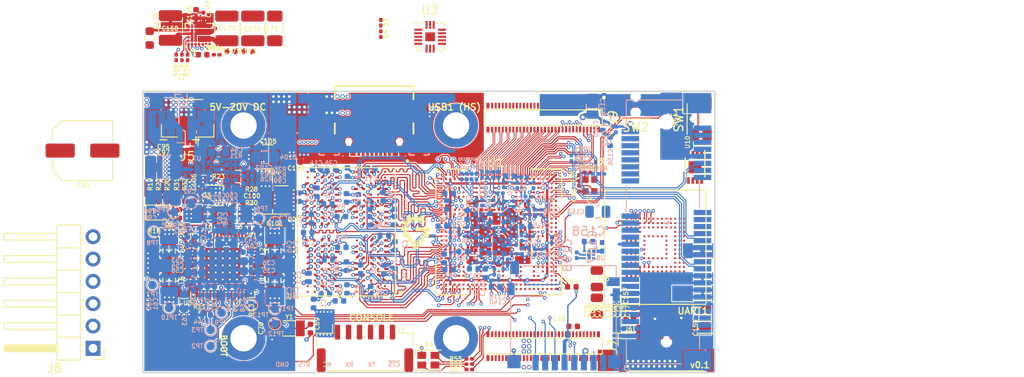
<source format=kicad_pcb>
(kicad_pcb (version 20171130) (host pcbnew "(5.1.2-1)-1")
  (title_block (title mxenc) (date 2019-12-15) (rev v0.1) (company GroupGets))
  (layers (0 F.Cu signal) (1 In1.Cu power) (2 In2.Cu signal) (3 In3.Cu power) (4 In4.Cu power) (5 In5.Cu signal) (6 In6.Cu power) (31 B.Cu signal) (34 B.Paste user hide) (35 F.Paste user hide) (36 B.SilkS user hide) (37 F.SilkS user) (38 B.Mask user hide) (39 F.Mask user hide) (44 Edge.Cuts user))
  (net 0 "")
  (net 1 GND)
  (net 2 /DRAM/DRAM_CA0_B)
  (net 3 /DRAM/DRAM_CA1_B)
  (net 4 /DRAM/DRAM_CA1_A)
  (net 5 /DRAM/DRAM_CA0_A)
  (net 6 /DRAM/DRAM_DATA8_B)
  (net 7 /DRAM/DRAM_DATA9_B)
  (net 8 /DRAM/DRAM_CA3_B)
  (net 9 /DRAM/DRAM_CA5_B)
  (net 10 /DRAM/DRAM_CA5_A)
  (net 11 /DRAM/DRAM_CA3_A)
  (net 12 /DRAM/DRAM_DATA1_A)
  (net 13 /DRAM/DRAM_DATA0_A)
  (net 14 /DRAM/DRAM_DMI1_B)
  (net 15 /DRAM/DRAM_DATA15_B)
  (net 16 /DRAM/DRAM_CA2_B)
  (net 17 /DRAM/DRAM_CKE0_B)
  (net 18 /DRAM/DRAM_CS0_B)
  (net 19 /DRAM/DRAM_CA4_B)
  (net 20 /DRAM/DRAM_CA4_A)
  (net 21 /DRAM/DRAM_CS0_A)
  (net 22 /DRAM/DRAM_CKE0_A)
  (net 23 /DRAM/DRAM_CA2_A)
  (net 24 /DRAM/DRAM_DATA7_A)
  (net 25 /DRAM/DRAM_DMI0_A)
  (net 26 /DRAM/DRAM_DATA14_B)
  (net 27 /DRAM/DRAM_DATA6_A)
  (net 28 /DRAM/DRAM_DATA10_B)
  (net 29 /DRAM/DRAM_DATA7_B)
  (net 30 /DRAM/DRAM_DATA0_B)
  (net 31 /DRAM/DRAM_DATA1_B)
  (net 32 /DRAM/DRAM_DATA3_B)
  (net 33 /DRAM/DRAM_DATA4_B)
  (net 34 /DRAM/DRAM_DATA12_A)
  (net 35 /DRAM/DRAM_DATA11_A)
  (net 36 /DRAM/DRAM_DATA9_A)
  (net 37 /DRAM/DRAM_DATA8_A)
  (net 38 /DRAM/DRAM_DATA15_A)
  (net 39 /DRAM/DRAM_DATA2_A)
  (net 40 /DRAM/DRAM_DATA13_B)
  (net 41 /DRAM/DRAM_DATA12_B)
  (net 42 /DRAM/DRAM_DATA11_B)
  (net 43 /DRAM/DRAM_DATA6_B)
  (net 44 /DRAM/DRAM_DMI0_B)
  (net 45 /DRAM/DRAM_DATA2_B)
  (net 46 /DRAM/DRAM_DATA5_B)
  (net 47 /DRAM/DRAM_NRESET)
  (net 48 /DRAM/DRAM_DATA13_A)
  (net 49 /DRAM/DRAM_DATA10_A)
  (net 50 /DRAM/DRAM_DMI1_A)
  (net 51 /DRAM/DRAM_DATA14_A)
  (net 52 /DRAM/DRAM_DATA3_A)
  (net 53 /DRAM/DRAM_DATA4_A)
  (net 54 /DRAM/DRAM_DATA5_A)
  (net 55 /DRAM/DRAM_SDQS1_B_P)
  (net 56 /DRAM/DRAM_SDQS1_B_N)
  (net 57 /DRAM/DRAM_CK_B_P)
  (net 58 /DRAM/DRAM_CK_A_P)
  (net 59 /DRAM/DRAM_SDQS0_B_P)
  (net 60 /DRAM/DRAM_SDQS0_B_N)
  (net 61 /DRAM/DRAM_CK_B_N)
  (net 62 /DRAM/DRAM_CK_A_N)
  (net 63 /DRAM/DRAM_SDQS1_A_N)
  (net 64 /DRAM/DRAM_SDQS1_A_P)
  (net 65 /DRAM/DRAM_SDQS0_A_P)
  (net 66 /DRAM/DRAM_CKE1_B)
  (net 67 /DRAM/DRAM_CKE1_A)
  (net 68 /DRAM/DRAM_CS1_B)
  (net 69 /DRAM/DRAM_SDQS0_A_N)
  (net 70 /DRAM/DRAM_CS1_A)
  (net 71 NVCC_1V8)
  (net 72 VDDA_1V8)
  (net 73 NVCC_3V3)
  (net 74 VDD_SOC_0V8)
  (net 75 VDD_ARM_0V9)
  (net 76 VDD_DRAM&PU_0V9)
  (net 77 NVCC_DRAM_1V1)
  (net 78 NVCC_SD2)
  (net 79 VDD_SNVS_0V8)
  (net 80 NVCC_SNVS_1V8)
  (net 81 VDD_PHY_1V2)
  (net 82 VDD_PHY_0V9)
  (net 83 VSYS_5V)
  (net 84 "Net-(L5-Pad1)")
  (net 85 "Net-(L4-Pad1)")
  (net 86 "Net-(L6-Pad1)")
  (net 87 "Net-(L3-Pad1)")
  (net 88 "Net-(L2-Pad1)")
  (net 89 "Net-(L1-Pad1)")
  (net 90 "Net-(C69-Pad2)")
  (net 91 "Net-(C70-Pad2)")
  (net 92 "Net-(C68-Pad1)")
  (net 93 "Net-(R17-Pad1)")
  (net 94 /USB/USB1_DP)
  (net 95 /USB/USB1_DN)
  (net 96 "Net-(R1-Pad1)")
  (net 97 /DRAM/DRAM_ZQ0)
  (net 98 /DRAM/DRAM_ZQ1)
  (net 99 /Power/VCC_3V6)
  (net 100 VDD_5V)
  (net 101 "Net-(C94-Pad1)")
  (net 102 "Net-(C99-Pad2)")
  (net 103 "Net-(C100-Pad1)")
  (net 104 "Net-(C106-Pad1)")
  (net 105 "Net-(Q3-Pad3)")
  (net 106 /Power/DCDC_5V_OUT)
  (net 107 "Net-(C150-Pad1)")
  (net 108 "/CPU Power/VDD_MIPI_1P2")
  (net 109 VDD_PCIE_1V5)
  (net 110 /PCIe/PCIE_TXN_N)
  (net 111 /PCIe/PCIE_TXN_P)
  (net 112 /PCIe/PCIE_CLK_N)
  (net 113 /PCIe/PCIE_CLK_P)
  (net 114 /PCIe/PCIE_RXN_N)
  (net 115 /PCIe/PCIE_RXN_P)
  (net 116 "Net-(C166-Pad1)")
  (net 117 "Net-(C167-Pad1)")
  (net 118 /CLK_32K)
  (net 119 /PCIe/PCIE_TXN_1_N)
  (net 120 /PCIe/PCIE_TXN_1_P)
  (net 121 "Net-(C175-Pad1)")
  (net 122 "Net-(C176-Pad1)")
  (net 123 "Net-(R39-Pad1)")
  (net 124 "Net-(R40-Pad1)")
  (net 125 /VBUS_IN)
  (net 126 /SYS_NRST)
  (net 127 /POR_B)
  (net 128 /PMIC_STBY_REQ)
  (net 129 /RTC_RESET_B)
  (net 130 /USB/USB1_VBUS)
  (net 131 "Net-(R50-Pad1)")
  (net 132 "Net-(R51-Pad1)")
  (net 133 "Net-(D1-Pad4)")
  (net 134 "Net-(D1-Pad3)")
  (net 135 "Net-(D1-Pad2)")
  (net 136 /LED_R)
  (net 137 /LED_G)
  (net 138 /LED_B)
  (net 139 /UART1_RX)
  (net 140 /UART1_TX)
  (net 141 /UART1_CTS_B)
  (net 142 /UART1_RTS_B)
  (net 143 /UART2_RTS_B)
  (net 144 /UART2_CTS_B)
  (net 145 /UART2_TX)
  (net 146 /UART2_RX)
  (net 147 /PMIC_ON_REQ)
  (net 148 "Net-(R58-Pad1)")
  (net 149 "Net-(R59-Pad1)")
  (net 150 /WDOG_B)
  (net 151 /SD2_VSEL)
  (net 152 /PMIC_nINT)
  (net 153 /PCIE_DISB)
  (net 154 /PCIE_RSTB)
  (net 155 /LD1_~INT)
  (net 156 "Net-(R60-Pad1)")
  (net 157 /I2C3_SCL)
  (net 158 /I2C3_SDA)
  (net 159 /I2C2_SCL)
  (net 160 /I2C2_SDA)
  (net 161 /I2C4_SCL)
  (net 162 /I2C4_SDA)
  (net 163 /I2C1_SCL)
  (net 164 /I2C1_SDA)
  (net 165 /SD/MMC/SD_CD)
  (net 166 /SD/MMC/SD_DAT1)
  (net 167 /SD/MMC/SD_DAT0)
  (net 168 /SD/MMC/SD_CLK)
  (net 169 /SD/MMC/SD_CMD)
  (net 170 /SD/MMC/SD_DAT3)
  (net 171 /SD/MMC/SD_DAT2)
  (net 172 /SD/MMC/EMMC_RST)
  (net 173 /SD/MMC/EMMC_RCLK)
  (net 174 /SD/MMC/EMMC_DAT3)
  (net 175 /SD/MMC/EMMC_DAT5)
  (net 176 /SD/MMC/EMMC_CLK)
  (net 177 /SD/MMC/EMMC_DAT7)
  (net 178 /SD/MMC/EMMC_DAT1)
  (net 179 /SD/MMC/EMMC_DAT2)
  (net 180 /SD/MMC/EMMC_DAT4)
  (net 181 /SD/MMC/EMMC_CMD)
  (net 182 /SD/MMC/EMMC_DAT6)
  (net 183 /SD/MMC/EMMC_DAT0)
  (net 184 /Power/EN)
  (net 185 /Power/SW)
  (net 186 /Power/MODE)
  (net 187 /Power/BST)
  (net 188 /Power/FB)
  (net 189 /USB/USB1_VBUS_F)
  (net 190 /Expansion/DISP_CK_P)
  (net 191 /Expansion/DISP_D2_N)
  (net 192 /Expansion/DISP_D2_P)
  (net 193 /Expansion/DISP_D3_N)
  (net 194 /Expansion/DISP_D3_P)
  (net 195 /Expansion/CAM_D0_N)
  (net 196 /Expansion/CAM_D0_P)
  (net 197 /Expansion/CAM_D1_N)
  (net 198 /Expansion/CAM_D1_P)
  (net 199 /Expansion/CAM_CK_N)
  (net 200 /Expansion/CAM_CK_P)
  (net 201 /Expansion/CAM_D2_N)
  (net 202 /Expansion/CAM_D2_P)
  (net 203 /Expansion/CAM_D3_N)
  (net 204 /Expansion/CAM_D3_P)
  (net 205 /Expansion/DISP_D0_N)
  (net 206 /Expansion/DISP_D0_P)
  (net 207 /Expansion/DISP_D1_N)
  (net 208 /Expansion/DISP_D1_P)
  (net 209 /Expansion/DISP_CK_N)
  (net 210 USB2_ID)
  (net 211 USB2_DN)
  (net 212 USB2_DP)
  (net 213 USB2_VBUS)
  (net 214 /SD/MMC/EMMC_VDDI)
  (net 215 JTAG_MOD)
  (net 216 JTAG_TRST_B)
  (net 217 JTAG_TDO)
  (net 218 JTAG_TDI)
  (net 219 JTAG_TMS)
  (net 220 JTAG_TCK)
  (net 221 GPIO3[5])
  (net 222 GPIO3[12])
  (module mxenc:SW_SPST_EVQP7C (layer F.Cu) (at 163 95.6 180)
    (fp_text reference SW2 (at 0 -2.5) (layer F.SilkS))
    (fp_text value SW_Push)
    (pad 1 smd rect (at 1.8 -0.72 180) (size 1.4 1.05) (layers F.Cu F.Paste F.Mask) (net 221 GPIO3[5]))
    (pad 1 smd rect (at -1.8 -0.72 180) (size 1.4 1.05) (layers F.Cu F.Paste F.Mask) (net 221 GPIO3[5]))
    (pad 2 smd rect (at 1.8 0.72 180) (size 1.4 1.05) (layers F.Cu F.Paste F.Mask) (net 71 NVCC_1V8))
    (pad 2 smd rect (at -1.8 0.72 180) (size 1.4 1.05) (layers F.Cu F.Paste F.Mask) (net 71 NVCC_1V8))
    (pad "" np_thru_hole circle (at 0 -0.9 180) (size 0.7 0.7) (drill 0.7) (layers *.Cu *.Mask))
    (pad "" np_thru_hole circle (at 0 0.9 180) (size 0.7 0.7) (drill 0.7) (layers *.Cu *.Mask))
  )
  (module mxenc:SW_SPST_EVQP7C (layer F.Cu) (at 170.4 97.15 90)
    (fp_text reference SW1 (at 0 -2.5 90) (layer F.SilkS))
    (fp_text value SW_Push)
    (pad 1 smd rect (at 1.8 -0.72 90) (size 1.4 1.05) (layers F.Cu F.Paste F.Mask) (net 222 GPIO3[12]))
    (pad 1 smd rect (at -1.8 -0.72 90) (size 1.4 1.05) (layers F.Cu F.Paste F.Mask) (net 222 GPIO3[12]))
    (pad 2 smd rect (at 1.8 0.72 90) (size 1.4 1.05) (layers F.Cu F.Paste F.Mask) (net 71 NVCC_1V8))
    (pad 2 smd rect (at -1.8 0.72 90) (size 1.4 1.05) (layers F.Cu F.Paste F.Mask) (net 71 NVCC_1V8))
    (pad "" np_thru_hole circle (at 0 -0.9 90) (size 0.7 0.7) (drill 0.7) (layers *.Cu *.Mask))
    (pad "" np_thru_hole circle (at 0 0.9 90) (size 0.7 0.7) (drill 0.7) (layers *.Cu *.Mask))
  )
  (module Connector_JST:JST_GH_SM02B-GHS-TB_1x02-1MP_P1.25mm_Horizontal (layer F.Cu) (at 112.1 97.5 180)
    (fp_text reference J5 (at 0 -3.9) (layer F.SilkS))
    (fp_text value Conn_01x02)
    (pad MP smd roundrect (at 2.475 1.35 180) (size 1 2.7) (layers F.Cu F.Paste F.Mask))
    (pad MP smd roundrect (at -2.475 1.35 180) (size 1 2.7) (layers F.Cu F.Paste F.Mask))
    (pad 2 smd roundrect (at 0.625 -1.85 180) (size 0.6 1.7) (layers F.Cu F.Paste F.Mask) (net 1 GND))
    (pad 1 smd roundrect (at -0.625 -1.85 180) (size 0.6 1.7) (layers F.Cu F.Paste F.Mask) (net 125 /VBUS_IN))
  )
  (module mxenc:114-00841-68 (layer B.Cu) (at 160.8 113.85 180)
    (fp_text reference J3 (at -1.25 -11.65 180) (layer B.SilkS) (effects (font (size 0.5 0.5) (thickness 0.1)) (justify mirror)))
    (fp_text value Micro_SD_Card hide)
    (pad 10 smd rect (at 11.55 -0.213 90) (size 1.50193 1.00129) (layers B.Cu B.Paste B.Mask) (net 165 /SD/MMC/SD_CD))
    (pad 9 smd rect (at 0.355 -1.813 180) (size 1.50001 1.00001) (layers B.Cu B.Paste B.Mask) (net 1 GND))
    (pad 11 smd rect (at 11.95 -2.663 90) (size 1.40064 0.800364) (layers B.Cu B.Paste B.Mask) (net 1 GND))
    (pad 11 smd rect (at 0 -3.313 90) (size 1.5011 0.800585) (layers B.Cu B.Paste B.Mask) (net 1 GND))
    (pad 11 smd rect (at 11.625 -10.913 180) (size 1.5018 1.5018) (layers B.Cu B.Paste B.Mask) (net 1 GND))
    (pad 11 smd rect (at 0.175 -10.913 180) (size 1.50092 1.50092) (layers B.Cu B.Paste B.Mask) (net 1 GND))
    (pad 8 smd rect (at 1.475 -11.038 90) (size 1.75264 0.701055) (layers B.Cu B.Paste B.Mask) (net 166 /SD/MMC/SD_DAT1))
    (pad 7 smd rect (at 2.575 -11.038 90) (size 1.75177 0.70071) (layers B.Cu B.Paste B.Mask) (net 167 /SD/MMC/SD_DAT0))
    (pad 6 smd rect (at 3.675 -11.038 90) (size 1.75043 0.700174) (layers B.Cu B.Paste B.Mask) (net 1 GND))
    (pad 5 smd rect (at 4.775 -11.038 90) (size 1.75246 0.700982) (layers B.Cu B.Paste B.Mask) (net 168 /SD/MMC/SD_CLK))
    (pad 4 smd rect (at 5.875 -11.038 90) (size 1.75218 0.700871) (layers B.Cu B.Paste B.Mask) (net 78 NVCC_SD2))
    (pad 3 smd rect (at 6.975 -11.038 90) (size 1.75161 0.700643) (layers B.Cu B.Paste B.Mask) (net 169 /SD/MMC/SD_CMD))
    (pad 2 smd rect (at 8.075 -11.038 90) (size 1.75298 0.701191) (layers B.Cu B.Paste B.Mask) (net 170 /SD/MMC/SD_DAT3))
    (pad 1 smd rect (at 9.175 -11.038 90) (size 1.75044 0.700176) (layers B.Cu B.Paste B.Mask) (net 171 /SD/MMC/SD_DAT2))
  )
  (module mxenc:GCT_USB4110-GF-A (layer F.Cu) (at 133.2873 99.7 180)
    (fp_text reference J1 (at -1.425 -3.135 180) (layer F.SilkS) (effects (font (thickness 0.015))))
    (fp_text value USB_C_Receptacle)
    (pad A1 smd rect (at -3.2 -1.075 180) (size 0.6 1.15) (layers F.Cu F.Paste F.Mask) (net 1 GND))
    (pad A4 smd rect (at -2.4 -1.075 180) (size 0.6 1.15) (layers F.Cu F.Paste F.Mask) (net 130 /USB/USB1_VBUS))
    (pad A9 smd rect (at 2.4 -1.075 180) (size 0.6 1.15) (layers F.Cu F.Paste F.Mask) (net 130 /USB/USB1_VBUS))
    (pad A12 smd rect (at 3.2 -1.075 180) (size 0.6 1.15) (layers F.Cu F.Paste F.Mask) (net 1 GND))
    (pad B8 smd rect (at -1.75 -1.075 180) (size 0.3 1.15) (layers F.Cu F.Paste F.Mask))
    (pad B5 smd rect (at 1.75 -1.075 180) (size 0.3 1.15) (layers F.Cu F.Paste F.Mask))
    (pad A5 smd rect (at -1.25 -1.075 180) (size 0.3 1.15) (layers F.Cu F.Paste F.Mask))
    (pad A8 smd rect (at 1.25 -1.075 180) (size 0.3 1.15) (layers F.Cu F.Paste F.Mask))
    (pad B7 smd rect (at -0.75 -1.075 180) (size 0.3 1.15) (layers F.Cu F.Paste F.Mask) (net 95 /USB/USB1_DN))
    (pad B6 smd rect (at 0.75 -1.075 180) (size 0.3 1.15) (layers F.Cu F.Paste F.Mask) (net 94 /USB/USB1_DP))
    (pad A6 smd rect (at -0.25 -1.075 180) (size 0.3 1.15) (layers F.Cu F.Paste F.Mask) (net 94 /USB/USB1_DP))
    (pad A7 smd rect (at 0.25 -1.075 180) (size 0.3 1.15) (layers F.Cu F.Paste F.Mask) (net 95 /USB/USB1_DN))
    (pad S1 smd rect (at -5.11 -0.5 180) (size 2.18 2) (layers F.Cu F.Paste F.Mask) (net 1 GND))
    (pad S1 smd rect (at 5.11 -0.5 180) (size 2.18 2) (layers F.Cu F.Paste F.Mask) (net 1 GND))
    (pad S1 smd rect (at -5.11 3.43 180) (size 2.18 2) (layers F.Cu F.Paste F.Mask) (net 1 GND))
    (pad S1 smd rect (at 5.11 3.43 180) (size 2.18 2) (layers F.Cu F.Paste F.Mask) (net 1 GND))
    (pad None np_thru_hole circle (at -2.89 0 180) (size 0.65 0.65) (drill 0.65) (layers *.Cu *.Mask))
    (pad None np_thru_hole circle (at 2.89 0 180) (size 0.65 0.65) (drill 0.65) (layers *.Cu *.Mask))
  )
  (module mxenc:1775838-2-NPTH (layer B.Cu) (at 166.5 110 270)
    (fp_text reference J2 (at -1.25 0 90) (layer B.SilkS) (effects (font (size 0.5 0.5) (thickness 0.1)) (justify mirror)))
    (fp_text value Bus_PCI_Express_Mini hide)
    (pad "" np_thru_hole circle (at -12.5 0 270) (size 1.6 1.6) (drill 1.6) (layers *.Cu *.Mask))
    (pad "" np_thru_hole circle (at 12.5 0 270) (size 1.1 1.1) (drill 1.1) (layers *.Cu *.Mask))
    (pad 1 smd rect (at -11.8 -4.1 270) (size 0.6 2) (layers B.Cu B.Paste B.Mask))
    (pad 2 smd rect (at -11.4 4.099999 270) (size 0.6 2) (layers B.Cu B.Paste B.Mask) (net 73 NVCC_3V3))
    (pad 3 smd rect (at -11 -4.099999 270) (size 0.6 2) (layers B.Cu B.Paste B.Mask))
    (pad 4 smd rect (at -10.6 4.099999 270) (size 0.6 2) (layers B.Cu B.Paste B.Mask) (net 1 GND))
    (pad 5 smd rect (at -10.2 -4.099999 270) (size 0.6 2) (layers B.Cu B.Paste B.Mask))
    (pad 6 smd rect (at -9.8 4.099999 270) (size 0.6 2) (layers B.Cu B.Paste B.Mask) (net 109 VDD_PCIE_1V5))
    (pad 7 smd rect (at -9.4 -4.099999 270) (size 0.6 2) (layers B.Cu B.Paste B.Mask))
    (pad 8 smd rect (at -9 4.099999 270) (size 0.6 2) (layers B.Cu B.Paste B.Mask))
    (pad 9 smd rect (at -8.6 -4.099999 270) (size 0.6 2) (layers B.Cu B.Paste B.Mask) (net 1 GND))
    (pad 10 smd rect (at -8.2 4.099999 270) (size 0.6 2) (layers B.Cu B.Paste B.Mask))
    (pad 11 smd rect (at -7.8 -4.099999 270) (size 0.6 2) (layers B.Cu B.Paste B.Mask) (net 112 /PCIe/PCIE_CLK_N))
    (pad 12 smd rect (at -7.4 4.099999 270) (size 0.6 2) (layers B.Cu B.Paste B.Mask))
    (pad 13 smd rect (at -7 -4.099999 270) (size 0.6 2) (layers B.Cu B.Paste B.Mask) (net 113 /PCIe/PCIE_CLK_P))
    (pad 14 smd rect (at -6.6 4.099999 270) (size 0.6 2) (layers B.Cu B.Paste B.Mask))
    (pad 15 smd rect (at -6.2 -4.099999 270) (size 0.6 2) (layers B.Cu B.Paste B.Mask) (net 1 GND))
    (pad 16 smd rect (at -5.8 4.099999 270) (size 0.6 2) (layers B.Cu B.Paste B.Mask))
    (pad 17 smd rect (at -2.2 -4.099999 270) (size 0.6 2) (layers B.Cu B.Paste B.Mask))
    (pad 18 smd rect (at -1.8 4.099999 270) (size 0.6 2) (layers B.Cu B.Paste B.Mask) (net 1 GND))
    (pad 19 smd rect (at -1.4 -4.099999 270) (size 0.6 2) (layers B.Cu B.Paste B.Mask))
    (pad 20 smd rect (at -1 4.099999 270) (size 0.6 2) (layers B.Cu B.Paste B.Mask) (net 153 /PCIE_DISB))
    (pad 21 smd rect (at -0.6 -4.099999 270) (size 0.6 2) (layers B.Cu B.Paste B.Mask) (net 1 GND))
    (pad 22 smd rect (at -0.2 4.099999 270) (size 0.6 2) (layers B.Cu B.Paste B.Mask) (net 154 /PCIE_RSTB))
    (pad 23 smd rect (at 0.2 -4.099999 270) (size 0.6 2) (layers B.Cu B.Paste B.Mask) (net 114 /PCIe/PCIE_RXN_N))
    (pad 24 smd rect (at 0.6 4.099999 270) (size 0.6 2) (layers B.Cu B.Paste B.Mask) (net 73 NVCC_3V3))
    (pad 25 smd rect (at 1 -4.099999 270) (size 0.6 2) (layers B.Cu B.Paste B.Mask) (net 115 /PCIe/PCIE_RXN_P))
    (pad 26 smd rect (at 1.4 4.099999 270) (size 0.6 2) (layers B.Cu B.Paste B.Mask) (net 1 GND))
    (pad 27 smd rect (at 1.8 -4.099999 270) (size 0.6 2) (layers B.Cu B.Paste B.Mask) (net 1 GND))
    (pad 28 smd rect (at 2.2 4.099999 270) (size 0.6 2) (layers B.Cu B.Paste B.Mask) (net 109 VDD_PCIE_1V5))
    (pad 29 smd rect (at 2.6 -4.099999 270) (size 0.6 2) (layers B.Cu B.Paste B.Mask) (net 1 GND))
    (pad 30 smd rect (at 3 4.099999 270) (size 0.6 2) (layers B.Cu B.Paste B.Mask) (net 157 /I2C3_SCL))
    (pad 31 smd rect (at 3.4 -4.099999 270) (size 0.6 2) (layers B.Cu B.Paste B.Mask) (net 110 /PCIe/PCIE_TXN_N))
    (pad 32 smd rect (at 3.8 4.099999 270) (size 0.6 2) (layers B.Cu B.Paste B.Mask) (net 158 /I2C3_SDA))
    (pad 33 smd rect (at 4.2 -4.099999 270) (size 0.6 2) (layers B.Cu B.Paste B.Mask) (net 111 /PCIe/PCIE_TXN_P))
    (pad 34 smd rect (at 4.6 4.099999 270) (size 0.6 2) (layers B.Cu B.Paste B.Mask) (net 1 GND))
    (pad 35 smd rect (at 5 -4.099999 270) (size 0.6 2) (layers B.Cu B.Paste B.Mask) (net 1 GND))
    (pad 36 smd rect (at 5.4 4.099999 270) (size 0.6 2) (layers B.Cu B.Paste B.Mask))
    (pad 37 smd rect (at 5.8 -4.099999 270) (size 0.6 2) (layers B.Cu B.Paste B.Mask) (net 1 GND))
    (pad 38 smd rect (at 6.2 4.099999 270) (size 0.6 2) (layers B.Cu B.Paste B.Mask))
    (pad 39 smd rect (at 6.6 -4.099999 270) (size 0.6 2) (layers B.Cu B.Paste B.Mask) (net 73 NVCC_3V3))
    (pad 40 smd rect (at 7 4.099999 270) (size 0.6 2) (layers B.Cu B.Paste B.Mask) (net 1 GND))
    (pad 41 smd rect (at 7.4 -4.099999 270) (size 0.6 2) (layers B.Cu B.Paste B.Mask) (net 73 NVCC_3V3))
    (pad 42 smd rect (at 7.8 4.099999 270) (size 0.6 2) (layers B.Cu B.Paste B.Mask))
    (pad 43 smd rect (at 8.2 -4.099999 270) (size 0.6 2) (layers B.Cu B.Paste B.Mask) (net 1 GND))
    (pad 44 smd rect (at 8.6 4.099999 270) (size 0.6 2) (layers B.Cu B.Paste B.Mask))
    (pad 45 smd rect (at 9 -4.1 270) (size 0.6 2) (layers B.Cu B.Paste B.Mask))
    (pad 46 smd rect (at 9.4 4.099999 270) (size 0.6 2) (layers B.Cu B.Paste B.Mask))
    (pad 47 smd rect (at 9.8 -4.099999 270) (size 0.6 2) (layers B.Cu B.Paste B.Mask))
    (pad 48 smd rect (at 10.2 4.099999 270) (size 0.6 2) (layers B.Cu B.Paste B.Mask) (net 109 VDD_PCIE_1V5))
    (pad 49 smd rect (at 10.6 -4.099999 270) (size 0.6 2) (layers B.Cu B.Paste B.Mask))
    (pad 50 smd rect (at 11 4.099999 270) (size 0.6 2) (layers B.Cu B.Paste B.Mask) (net 1 GND))
    (pad 51 smd rect (at 11.4 -4.099999 270) (size 0.6 2) (layers B.Cu B.Paste B.Mask))
    (pad 52 smd rect (at 11.8 4.099999 270) (size 0.6 2) (layers B.Cu B.Paste B.Mask) (net 73 NVCC_3V3))
    (pad FR smd rect (at -14.65 -3.5 270) (size 2.3 3.2) (layers B.Cu B.Paste B.Mask))
    (pad FR smd rect (at 14.65 -3.5 270) (size 2.3 3.2) (layers B.Cu B.Paste B.Mask))
    (pad "" thru_hole circle (at 12.1 48.05 270) (size 5 5) (drill 3) (layers *.Cu *.Mask))
    (pad "" thru_hole circle (at -12.1 48.05 270) (size 5 5) (drill 3) (layers *.Cu *.Mask))
    (pad "" thru_hole circle (at -12.1 23.9 270) (size 5 5) (drill 3) (layers *.Cu *.Mask))
    (pad "" thru_hole circle (at 12.1 23.9 270) (size 5 5) (drill 3) (layers *.Cu *.Mask))
  )
  (module mxenc:DF40C-60DP (layer F.Cu) (at 152.5 123 180)
    (fp_text reference J7 (at -7.915 0 90) (layer F.SilkS))
    (fp_text value "DF40HC(3.5)-60DS")
    (pad 60 smd rect (at -5.8 -1.36 180) (size 0.23 0.66) (layers F.Cu F.Paste F.Mask))
    (pad 1 smd rect (at -5.8 1.36 180) (size 0.23 0.66) (layers F.Cu F.Paste F.Mask))
    (pad 59 smd rect (at -5.4 -1.36 180) (size 0.23 0.66) (layers F.Cu F.Paste F.Mask))
    (pad 2 smd rect (at -5.4 1.36 180) (size 0.23 0.66) (layers F.Cu F.Paste F.Mask))
    (pad 58 smd rect (at -5 -1.36 180) (size 0.23 0.66) (layers F.Cu F.Paste F.Mask))
    (pad 3 smd rect (at -5 1.36 180) (size 0.23 0.66) (layers F.Cu F.Paste F.Mask))
    (pad 57 smd rect (at -4.6 -1.36 180) (size 0.23 0.66) (layers F.Cu F.Paste F.Mask))
    (pad 4 smd rect (at -4.6 1.36 180) (size 0.23 0.66) (layers F.Cu F.Paste F.Mask))
    (pad 56 smd rect (at -4.2 -1.36 180) (size 0.23 0.66) (layers F.Cu F.Paste F.Mask))
    (pad 5 smd rect (at -4.2 1.36 180) (size 0.23 0.66) (layers F.Cu F.Paste F.Mask))
    (pad 55 smd rect (at -3.8 -1.36 180) (size 0.23 0.66) (layers F.Cu F.Paste F.Mask))
    (pad 6 smd rect (at -3.8 1.36 180) (size 0.23 0.66) (layers F.Cu F.Paste F.Mask))
    (pad 54 smd rect (at -3.4 -1.36 180) (size 0.23 0.66) (layers F.Cu F.Paste F.Mask))
    (pad 7 smd rect (at -3.4 1.36 180) (size 0.23 0.66) (layers F.Cu F.Paste F.Mask))
    (pad 53 smd rect (at -3 -1.36 180) (size 0.23 0.66) (layers F.Cu F.Paste F.Mask))
    (pad 8 smd rect (at -3 1.36 180) (size 0.23 0.66) (layers F.Cu F.Paste F.Mask))
    (pad 52 smd rect (at -2.6 -1.36 180) (size 0.23 0.66) (layers F.Cu F.Paste F.Mask))
    (pad 9 smd rect (at -2.6 1.36 180) (size 0.23 0.66) (layers F.Cu F.Paste F.Mask))
    (pad 51 smd rect (at -2.2 -1.36 180) (size 0.23 0.66) (layers F.Cu F.Paste F.Mask))
    (pad 10 smd rect (at -2.2 1.36 180) (size 0.23 0.66) (layers F.Cu F.Paste F.Mask))
    (pad 50 smd rect (at -1.8 -1.36 180) (size 0.23 0.66) (layers F.Cu F.Paste F.Mask))
    (pad 11 smd rect (at -1.8 1.36 180) (size 0.23 0.66) (layers F.Cu F.Paste F.Mask))
    (pad 49 smd rect (at -1.4 -1.36 180) (size 0.23 0.66) (layers F.Cu F.Paste F.Mask))
    (pad 12 smd rect (at -1.4 1.36 180) (size 0.23 0.66) (layers F.Cu F.Paste F.Mask))
    (pad 48 smd rect (at -1 -1.36 180) (size 0.23 0.66) (layers F.Cu F.Paste F.Mask))
    (pad 13 smd rect (at -1 1.36 180) (size 0.23 0.66) (layers F.Cu F.Paste F.Mask))
    (pad 47 smd rect (at -0.6 -1.36 180) (size 0.23 0.66) (layers F.Cu F.Paste F.Mask))
    (pad 14 smd rect (at -0.6 1.36 180) (size 0.23 0.66) (layers F.Cu F.Paste F.Mask))
    (pad 46 smd rect (at -0.2 -1.36 180) (size 0.23 0.66) (layers F.Cu F.Paste F.Mask))
    (pad 15 smd rect (at -0.2 1.36 180) (size 0.23 0.66) (layers F.Cu F.Paste F.Mask))
    (pad 45 smd rect (at 0.2 -1.36 180) (size 0.23 0.66) (layers F.Cu F.Paste F.Mask))
    (pad 16 smd rect (at 0.2 1.36 180) (size 0.23 0.66) (layers F.Cu F.Paste F.Mask))
    (pad 44 smd rect (at 0.6 -1.36 180) (size 0.23 0.66) (layers F.Cu F.Paste F.Mask))
    (pad 17 smd rect (at 0.6 1.36 180) (size 0.23 0.66) (layers F.Cu F.Paste F.Mask))
    (pad 43 smd rect (at 1 -1.36 180) (size 0.23 0.66) (layers F.Cu F.Paste F.Mask))
    (pad 18 smd rect (at 1 1.36 180) (size 0.23 0.66) (layers F.Cu F.Paste F.Mask))
    (pad 42 smd rect (at 1.4 -1.36 180) (size 0.23 0.66) (layers F.Cu F.Paste F.Mask))
    (pad 19 smd rect (at 1.4 1.36 180) (size 0.23 0.66) (layers F.Cu F.Paste F.Mask))
    (pad 41 smd rect (at 1.8 -1.36 180) (size 0.23 0.66) (layers F.Cu F.Paste F.Mask))
    (pad 20 smd rect (at 1.8 1.36 180) (size 0.23 0.66) (layers F.Cu F.Paste F.Mask))
    (pad 40 smd rect (at 2.2 -1.36 180) (size 0.23 0.66) (layers F.Cu F.Paste F.Mask))
    (pad 21 smd rect (at 2.2 1.36 180) (size 0.23 0.66) (layers F.Cu F.Paste F.Mask))
    (pad 39 smd rect (at 2.6 -1.36 180) (size 0.23 0.66) (layers F.Cu F.Paste F.Mask))
    (pad 22 smd rect (at 2.6 1.36 180) (size 0.23 0.66) (layers F.Cu F.Paste F.Mask))
    (pad 38 smd rect (at 3 -1.36 180) (size 0.23 0.66) (layers F.Cu F.Paste F.Mask))
    (pad 23 smd rect (at 3 1.36 180) (size 0.23 0.66) (layers F.Cu F.Paste F.Mask))
    (pad 37 smd rect (at 3.4 -1.36 180) (size 0.23 0.66) (layers F.Cu F.Paste F.Mask))
    (pad 24 smd rect (at 3.4 1.36 180) (size 0.23 0.66) (layers F.Cu F.Paste F.Mask))
    (pad 36 smd rect (at 3.8 -1.36 180) (size 0.23 0.66) (layers F.Cu F.Paste F.Mask))
    (pad 25 smd rect (at 3.8 1.36 180) (size 0.23 0.66) (layers F.Cu F.Paste F.Mask))
    (pad 35 smd rect (at 4.2 -1.36 180) (size 0.23 0.66) (layers F.Cu F.Paste F.Mask))
    (pad 26 smd rect (at 4.2 1.36 180) (size 0.23 0.66) (layers F.Cu F.Paste F.Mask))
    (pad 34 smd rect (at 4.6 -1.36 180) (size 0.23 0.66) (layers F.Cu F.Paste F.Mask))
    (pad 27 smd rect (at 4.6 1.36 180) (size 0.23 0.66) (layers F.Cu F.Paste F.Mask))
    (pad 33 smd rect (at 5 -1.36 180) (size 0.23 0.66) (layers F.Cu F.Paste F.Mask))
    (pad 28 smd rect (at 5 1.36 180) (size 0.23 0.66) (layers F.Cu F.Paste F.Mask))
    (pad 32 smd rect (at 5.4 -1.36 180) (size 0.23 0.66) (layers F.Cu F.Paste F.Mask))
    (pad 29 smd rect (at 5.4 1.36 180) (size 0.23 0.66) (layers F.Cu F.Paste F.Mask))
    (pad 31 smd rect (at 5.8 -1.36 180) (size 0.23 0.66) (layers F.Cu F.Paste F.Mask))
    (pad 30 smd rect (at 5.8 1.36 180) (size 0.23 0.66) (layers F.Cu F.Paste F.Mask))
    (pad MP smd rect (at -6.275 -1.36 180) (size 0.35 0.66) (layers F.Cu F.Paste F.Mask) (net 1 GND))
    (pad MP smd rect (at -6.275 1.36 180) (size 0.35 0.66) (layers F.Cu F.Paste F.Mask) (net 1 GND))
    (pad MP smd rect (at 6.275 1.36 180) (size 0.35 0.66) (layers F.Cu F.Paste F.Mask) (net 1 GND))
    (pad MP smd rect (at 6.275 -1.36 180) (size 0.35 0.66) (layers F.Cu F.Paste F.Mask) (net 1 GND))
  )
  (module mxenc:DF40C-60DP (layer F.Cu) (at 152.5 97 180)
    (fp_text reference J9 (at -7.915 0 90) (layer F.SilkS))
    (fp_text value "DF40HC(3.5)-60DS")
    (pad MP smd rect (at 6.275 -1.36 180) (size 0.35 0.66) (layers F.Cu F.Paste F.Mask) (net 1 GND))
    (pad MP smd rect (at 6.275 1.36 180) (size 0.35 0.66) (layers F.Cu F.Paste F.Mask) (net 1 GND))
    (pad MP smd rect (at -6.275 1.36 180) (size 0.35 0.66) (layers F.Cu F.Paste F.Mask) (net 1 GND))
    (pad MP smd rect (at -6.275 -1.36 180) (size 0.35 0.66) (layers F.Cu F.Paste F.Mask) (net 1 GND))
    (pad 30 smd rect (at 5.8 1.36 180) (size 0.23 0.66) (layers F.Cu F.Paste F.Mask))
    (pad 31 smd rect (at 5.8 -1.36 180) (size 0.23 0.66) (layers F.Cu F.Paste F.Mask) (net 205 /Expansion/DISP_D0_N))
    (pad 29 smd rect (at 5.4 1.36 180) (size 0.23 0.66) (layers F.Cu F.Paste F.Mask))
    (pad 32 smd rect (at 5.4 -1.36 180) (size 0.23 0.66) (layers F.Cu F.Paste F.Mask) (net 206 /Expansion/DISP_D0_P))
    (pad 28 smd rect (at 5 1.36 180) (size 0.23 0.66) (layers F.Cu F.Paste F.Mask))
    (pad 33 smd rect (at 5 -1.36 180) (size 0.23 0.66) (layers F.Cu F.Paste F.Mask) (net 207 /Expansion/DISP_D1_N))
    (pad 27 smd rect (at 4.6 1.36 180) (size 0.23 0.66) (layers F.Cu F.Paste F.Mask))
    (pad 34 smd rect (at 4.6 -1.36 180) (size 0.23 0.66) (layers F.Cu F.Paste F.Mask) (net 208 /Expansion/DISP_D1_P))
    (pad 26 smd rect (at 4.2 1.36 180) (size 0.23 0.66) (layers F.Cu F.Paste F.Mask))
    (pad 35 smd rect (at 4.2 -1.36 180) (size 0.23 0.66) (layers F.Cu F.Paste F.Mask) (net 209 /Expansion/DISP_CK_N))
    (pad 25 smd rect (at 3.8 1.36 180) (size 0.23 0.66) (layers F.Cu F.Paste F.Mask))
    (pad 36 smd rect (at 3.8 -1.36 180) (size 0.23 0.66) (layers F.Cu F.Paste F.Mask) (net 190 /Expansion/DISP_CK_P))
    (pad 24 smd rect (at 3.4 1.36 180) (size 0.23 0.66) (layers F.Cu F.Paste F.Mask))
    (pad 37 smd rect (at 3.4 -1.36 180) (size 0.23 0.66) (layers F.Cu F.Paste F.Mask) (net 191 /Expansion/DISP_D2_N))
    (pad 23 smd rect (at 3 1.36 180) (size 0.23 0.66) (layers F.Cu F.Paste F.Mask))
    (pad 38 smd rect (at 3 -1.36 180) (size 0.23 0.66) (layers F.Cu F.Paste F.Mask) (net 192 /Expansion/DISP_D2_P))
    (pad 22 smd rect (at 2.6 1.36 180) (size 0.23 0.66) (layers F.Cu F.Paste F.Mask))
    (pad 39 smd rect (at 2.6 -1.36 180) (size 0.23 0.66) (layers F.Cu F.Paste F.Mask) (net 193 /Expansion/DISP_D3_N))
    (pad 21 smd rect (at 2.2 1.36 180) (size 0.23 0.66) (layers F.Cu F.Paste F.Mask))
    (pad 40 smd rect (at 2.2 -1.36 180) (size 0.23 0.66) (layers F.Cu F.Paste F.Mask) (net 194 /Expansion/DISP_D3_P))
    (pad 20 smd rect (at 1.8 1.36 180) (size 0.23 0.66) (layers F.Cu F.Paste F.Mask))
    (pad 41 smd rect (at 1.8 -1.36 180) (size 0.23 0.66) (layers F.Cu F.Paste F.Mask) (net 195 /Expansion/CAM_D0_N))
    (pad 19 smd rect (at 1.4 1.36 180) (size 0.23 0.66) (layers F.Cu F.Paste F.Mask))
    (pad 42 smd rect (at 1.4 -1.36 180) (size 0.23 0.66) (layers F.Cu F.Paste F.Mask) (net 196 /Expansion/CAM_D0_P))
    (pad 18 smd rect (at 1 1.36 180) (size 0.23 0.66) (layers F.Cu F.Paste F.Mask))
    (pad 43 smd rect (at 1 -1.36 180) (size 0.23 0.66) (layers F.Cu F.Paste F.Mask) (net 197 /Expansion/CAM_D1_N))
    (pad 17 smd rect (at 0.6 1.36 180) (size 0.23 0.66) (layers F.Cu F.Paste F.Mask))
    (pad 44 smd rect (at 0.6 -1.36 180) (size 0.23 0.66) (layers F.Cu F.Paste F.Mask) (net 198 /Expansion/CAM_D1_P))
    (pad 16 smd rect (at 0.2 1.36 180) (size 0.23 0.66) (layers F.Cu F.Paste F.Mask))
    (pad 45 smd rect (at 0.2 -1.36 180) (size 0.23 0.66) (layers F.Cu F.Paste F.Mask) (net 199 /Expansion/CAM_CK_N))
    (pad 15 smd rect (at -0.2 1.36 180) (size 0.23 0.66) (layers F.Cu F.Paste F.Mask))
    (pad 46 smd rect (at -0.2 -1.36 180) (size 0.23 0.66) (layers F.Cu F.Paste F.Mask) (net 200 /Expansion/CAM_CK_P))
    (pad 14 smd rect (at -0.6 1.36 180) (size 0.23 0.66) (layers F.Cu F.Paste F.Mask))
    (pad 47 smd rect (at -0.6 -1.36 180) (size 0.23 0.66) (layers F.Cu F.Paste F.Mask) (net 201 /Expansion/CAM_D2_N))
    (pad 13 smd rect (at -1 1.36 180) (size 0.23 0.66) (layers F.Cu F.Paste F.Mask))
    (pad 48 smd rect (at -1 -1.36 180) (size 0.23 0.66) (layers F.Cu F.Paste F.Mask) (net 202 /Expansion/CAM_D2_P))
    (pad 12 smd rect (at -1.4 1.36 180) (size 0.23 0.66) (layers F.Cu F.Paste F.Mask))
    (pad 49 smd rect (at -1.4 -1.36 180) (size 0.23 0.66) (layers F.Cu F.Paste F.Mask) (net 203 /Expansion/CAM_D3_N))
    (pad 11 smd rect (at -1.8 1.36 180) (size 0.23 0.66) (layers F.Cu F.Paste F.Mask))
    (pad 50 smd rect (at -1.8 -1.36 180) (size 0.23 0.66) (layers F.Cu F.Paste F.Mask) (net 204 /Expansion/CAM_D3_P))
    (pad 10 smd rect (at -2.2 1.36 180) (size 0.23 0.66) (layers F.Cu F.Paste F.Mask))
    (pad 51 smd rect (at -2.2 -1.36 180) (size 0.23 0.66) (layers F.Cu F.Paste F.Mask) (net 215 JTAG_MOD))
    (pad 9 smd rect (at -2.6 1.36 180) (size 0.23 0.66) (layers F.Cu F.Paste F.Mask))
    (pad 52 smd rect (at -2.6 -1.36 180) (size 0.23 0.66) (layers F.Cu F.Paste F.Mask) (net 216 JTAG_TRST_B))
    (pad 8 smd rect (at -3 1.36 180) (size 0.23 0.66) (layers F.Cu F.Paste F.Mask))
    (pad 53 smd rect (at -3 -1.36 180) (size 0.23 0.66) (layers F.Cu F.Paste F.Mask) (net 217 JTAG_TDO))
    (pad 7 smd rect (at -3.4 1.36 180) (size 0.23 0.66) (layers F.Cu F.Paste F.Mask))
    (pad 54 smd rect (at -3.4 -1.36 180) (size 0.23 0.66) (layers F.Cu F.Paste F.Mask) (net 218 JTAG_TDI))
    (pad 6 smd rect (at -3.8 1.36 180) (size 0.23 0.66) (layers F.Cu F.Paste F.Mask))
    (pad 55 smd rect (at -3.8 -1.36 180) (size 0.23 0.66) (layers F.Cu F.Paste F.Mask) (net 219 JTAG_TMS))
    (pad 5 smd rect (at -4.2 1.36 180) (size 0.23 0.66) (layers F.Cu F.Paste F.Mask))
    (pad 56 smd rect (at -4.2 -1.36 180) (size 0.23 0.66) (layers F.Cu F.Paste F.Mask) (net 220 JTAG_TCK))
    (pad 4 smd rect (at -4.6 1.36 180) (size 0.23 0.66) (layers F.Cu F.Paste F.Mask))
    (pad 57 smd rect (at -4.6 -1.36 180) (size 0.23 0.66) (layers F.Cu F.Paste F.Mask) (net 213 USB2_VBUS))
    (pad 3 smd rect (at -5 1.36 180) (size 0.23 0.66) (layers F.Cu F.Paste F.Mask))
    (pad 58 smd rect (at -5 -1.36 180) (size 0.23 0.66) (layers F.Cu F.Paste F.Mask) (net 210 USB2_ID))
    (pad 2 smd rect (at -5.4 1.36 180) (size 0.23 0.66) (layers F.Cu F.Paste F.Mask))
    (pad 59 smd rect (at -5.4 -1.36 180) (size 0.23 0.66) (layers F.Cu F.Paste F.Mask) (net 211 USB2_DN))
    (pad 1 smd rect (at -5.8 1.36 180) (size 0.23 0.66) (layers F.Cu F.Paste F.Mask))
    (pad 60 smd rect (at -5.8 -1.36 180) (size 0.23 0.66) (layers F.Cu F.Paste F.Mask) (net 212 USB2_DP))
  )
  (module Connector_PinHeader_2.54mm:PinHeader_1x06_P2.54mm_Horizontal (layer F.Cu) (at 101.35 123.25 180)
    (fp_text reference J8 (at 4.385 -2.27) (layer F.SilkS))
    (fp_text value "Conn_01x06 DNP")
    (pad 1 thru_hole rect (at 0 0 180) (size 1.7 1.7) (drill 1) (layers *.Cu *.Mask) (net 1 GND))
    (pad 2 thru_hole oval (at 0 2.54 180) (size 1.7 1.7) (drill 1) (layers *.Cu *.Mask) (net 143 /UART2_RTS_B))
    (pad 3 thru_hole oval (at 0 5.08 180) (size 1.7 1.7) (drill 1) (layers *.Cu *.Mask))
    (pad 4 thru_hole oval (at 0 7.62 180) (size 1.7 1.7) (drill 1) (layers *.Cu *.Mask) (net 146 /UART2_RX))
    (pad 5 thru_hole oval (at 0 10.16 180) (size 1.7 1.7) (drill 1) (layers *.Cu *.Mask) (net 145 /UART2_TX))
    (pad 6 thru_hole oval (at 0 12.7 180) (size 1.7 1.7) (drill 1) (layers *.Cu *.Mask) (net 144 /UART2_CTS_B))
  )
  (module mxenc:HX2QFN-16_EP_2.85x2.85_Pitch0.4mm (layer F.Cu) (at 139.65 87.8)
    (fp_text reference U2 (at 0 -3.05) (layer F.SilkS))
    (fp_text value PTN5110NHQZ)
    (pad 1 smd rect (at -1.35 -0.8 90) (size 0.24 0.9) (layers F.Cu F.Paste F.Mask))
    (pad 2 smd rect (at -1.35 -0.4 90) (size 0.24 0.9) (layers F.Cu F.Paste F.Mask))
    (pad 3 smd rect (at -1.35 0 90) (size 0.24 0.9) (layers F.Cu F.Paste F.Mask))
    (pad 4 smd rect (at -1.35 0.4 90) (size 0.24 0.9) (layers F.Cu F.Paste F.Mask))
    (pad 5 smd rect (at -1.35 0.8 90) (size 0.24 0.9) (layers F.Cu F.Paste F.Mask))
    (pad 6 smd rect (at -0.4 1.35) (size 0.24 0.9) (layers F.Cu F.Paste F.Mask))
    (pad 7 smd rect (at 0 1.35) (size 0.24 0.9) (layers F.Cu F.Paste F.Mask))
    (pad 8 smd rect (at 0.4 1.35) (size 0.24 0.9) (layers F.Cu F.Paste F.Mask))
    (pad 9 smd rect (at 1.35 0.8 90) (size 0.24 0.9) (layers F.Cu F.Paste F.Mask))
    (pad 10 smd rect (at 1.35 0.4 90) (size 0.24 0.9) (layers F.Cu F.Paste F.Mask))
    (pad 11 smd rect (at 1.35 0 90) (size 0.24 0.9) (layers F.Cu F.Paste F.Mask))
    (pad 12 smd rect (at 1.35 -0.4 90) (size 0.24 0.9) (layers F.Cu F.Paste F.Mask))
    (pad 13 smd rect (at 1.35 -0.8 90) (size 0.24 0.9) (layers F.Cu F.Paste F.Mask))
    (pad 14 smd rect (at 0.4 -1.35) (size 0.24 0.9) (layers F.Cu F.Paste F.Mask))
    (pad 15 smd rect (at 0 -1.35) (size 0.24 0.9) (layers F.Cu F.Paste F.Mask))
    (pad 16 smd rect (at -0.4 -1.35) (size 0.24 0.9) (layers F.Cu F.Paste F.Mask))
    (pad 17 smd rect (at 0 0) (size 1.1 1) (layers F.Cu F.Paste F.Mask))
  )
  (module Inductor_SMD:L_Wuerth_MAPI-4020 (layer B.Cu) (at 111.375 97.75 180)
    (fp_text reference L7 (at 0 2.85) (layer B.SilkS) (effects (justify mirror)))
    (fp_text value 1.5uH)
    (pad 2 smd rect (at 1.185 0 180) (size 0.98 3.7) (layers B.Cu B.Paste B.Mask) (net 106 /Power/DCDC_5V_OUT))
    (pad 1 smd rect (at -1.185 0 180) (size 0.98 3.7) (layers B.Cu B.Paste B.Mask) (net 185 /Power/SW))
  )
  (module Capacitor_SMD:C_0402_1005Metric (layer B.Cu) (at 157.65 111.1 180)
    (fp_text reference C158 (at 0 1.17) (layer B.SilkS) (effects (justify mirror)))
    (fp_text value 1uF)
    (pad 2 smd roundrect (at 0.485 0 180) (size 0.59 0.64) (layers B.Cu B.Paste B.Mask) (net 71 NVCC_1V8))
    (pad 1 smd roundrect (at -0.485 0 180) (size 0.59 0.64) (layers B.Cu B.Paste B.Mask) (net 1 GND))
  )
  (module Capacitor_SMD:C_0201_0603Metric (layer B.Cu) (at 160.77 98.34 270)
    (fp_text reference C109 (at 0 1.05 90) (layer B.SilkS) (effects (justify mirror)))
    (fp_text value 0.1uF)
    (pad 1 smd roundrect (at -0.32 0 270) (size 0.46 0.4) (layers B.Cu B.Mask) (net 73 NVCC_3V3))
    (pad 2 smd roundrect (at 0.32 0 270) (size 0.46 0.4) (layers B.Cu B.Mask) (net 1 GND))
  )
  (module Capacitor_SMD:C_0201_0603Metric (layer B.Cu) (at 156.3 112.65 270)
    (fp_text reference C108 (at 0 1.05 270) (layer B.SilkS) (effects (justify mirror)))
    (fp_text value 0.1uF)
    (pad 1 smd roundrect (at -0.32 0 270) (size 0.46 0.4) (layers B.Cu B.Mask) (net 1 GND))
    (pad 2 smd roundrect (at 0.32 0 270) (size 0.46 0.4) (layers B.Cu B.Mask) (net 73 NVCC_3V3))
  )
  (module Capacitor_SMD:C_0402_1005Metric (layer B.Cu) (at 159.25 111.7 270)
    (fp_text reference C107 (at 0 1.17 270) (layer B.SilkS) (effects (justify mirror)))
    (fp_text value 2.2uF)
    (pad 2 smd roundrect (at 0.485 0 270) (size 0.59 0.64) (layers B.Cu B.Paste B.Mask) (net 109 VDD_PCIE_1V5))
    (pad 1 smd roundrect (at -0.485 0 270) (size 0.59 0.64) (layers B.Cu B.Paste B.Mask) (net 1 GND))
  )
  (module Capacitor_SMD:C_0201_0603Metric (layer B.Cu) (at 155.69 101.62 90)
    (fp_text reference C82 (at 0 1.05 90) (layer B.SilkS) (effects (justify mirror)))
    (fp_text value 0.1uF)
    (pad 1 smd roundrect (at -0.32 0 90) (size 0.46 0.4) (layers B.Cu B.Mask) (net 111 /PCIe/PCIE_TXN_P))
    (pad 2 smd roundrect (at 0.32 0 90) (size 0.46 0.4) (layers B.Cu B.Mask) (net 120 /PCIe/PCIE_TXN_1_P))
  )
  (module Capacitor_SMD:C_0201_0603Metric (layer B.Cu) (at 156.27 101.62 90)
    (fp_text reference C81 (at 0 1.05 90) (layer B.SilkS) (effects (justify mirror)))
    (fp_text value 0.1uF)
    (pad 1 smd roundrect (at -0.32 0 90) (size 0.46 0.4) (layers B.Cu B.Mask) (net 110 /PCIe/PCIE_TXN_N))
    (pad 2 smd roundrect (at 0.32 0 90) (size 0.46 0.4) (layers B.Cu B.Mask) (net 119 /PCIe/PCIE_TXN_1_N))
  )
  (module mxenc:gg-4x4 (layer F.Cu) (at 138 110)
    (fp_text reference L8 hide)
    (fp_text value GG_LOGO hide)
  )
  (module Diode_SMD:D_0201_0603Metric (layer F.Cu) (at 134.05 86.2 90)
    (fp_text reference D3 (at 0 0.6 90) (layer F.SilkS) (effects (font (size 0.5 0.5) (thickness 0.1))))
    (fp_text value D_TVS hide)
    (pad 1 smd roundrect (at -0.32 0 90) (size 0.46 0.4) (layers F.Cu F.Mask) (net 94 /USB/USB1_DP))
    (pad 2 smd roundrect (at 0.32 0 90) (size 0.46 0.4) (layers F.Cu F.Mask) (net 1 GND))
  )
  (module Diode_SMD:D_0201_0603Metric (layer F.Cu) (at 134.05 87.5 270)
    (fp_text reference D4 (at 0 -0.6 90) (layer F.SilkS) (effects (font (size 0.5 0.5) (thickness 0.1))))
    (fp_text value D_TVS hide)
    (pad 1 smd roundrect (at -0.32 0 270) (size 0.46 0.4) (layers F.Cu F.Mask) (net 95 /USB/USB1_DN))
    (pad 2 smd roundrect (at 0.32 0 270) (size 0.46 0.4) (layers F.Cu F.Mask) (net 1 GND))
  )
  (module Resistor_SMD:R_0805_2012Metric (layer F.Cu) (at 117.8 103.7 180)
    (fp_text reference R23 (at 2.2 0) (layer F.SilkS) (effects (font (size 0.5 0.5) (thickness 0.1))))
    (fp_text value 0 hide)
    (pad 2 smd roundrect (at 0.9375 0 180) (size 0.975 1.4) (layers F.Cu F.Paste F.Mask) (net 106 /Power/DCDC_5V_OUT))
    (pad 1 smd roundrect (at -0.9375 0 180) (size 0.975 1.4) (layers F.Cu F.Paste F.Mask) (net 83 VSYS_5V))
  )
  (module Resistor_SMD:R_0402_1005Metric (layer F.Cu) (at 107.8 106 90)
    (fp_text reference R19 (at 1.4 0.05 90) (layer F.SilkS) (effects (font (size 0.5 0.5) (thickness 0.1))))
    (fp_text value DNP hide)
    (pad 2 smd roundrect (at 0.485 0 90) (size 0.59 0.64) (layers F.Cu F.Paste F.Mask) (net 1 GND))
    (pad 1 smd roundrect (at -0.485 0 90) (size 0.59 0.64) (layers F.Cu F.Paste F.Mask) (net 184 /Power/EN))
  )
  (module Diode_SMD:D_SOD-323 (layer F.Cu) (at 108.85 107.8)
    (fp_text reference D2 (at 1.15 1.35) (layer F.SilkS) (effects (font (size 0.5 0.5) (thickness 0.1))))
    (fp_text value D_Zener hide)
    (pad 2 smd rect (at 1.05 0) (size 0.6 0.45) (layers F.Cu F.Paste F.Mask) (net 1 GND))
    (pad 1 smd rect (at -1.05 0) (size 0.6 0.45) (layers F.Cu F.Paste F.Mask) (net 184 /Power/EN))
  )
  (module Resistor_SMD:R_0603_1608Metric (layer B.Cu) (at 115.6 100.95 180)
    (fp_text reference R21 (at -2 -0.4) (layer B.SilkS) (effects (font (size 0.5 0.5) (thickness 0.1)) (justify mirror)))
    (fp_text value 3.3 hide)
    (pad 2 smd roundrect (at 0.7875 0 180) (size 0.875 0.95) (layers B.Cu B.Paste B.Mask) (net 187 /Power/BST))
    (pad 1 smd roundrect (at -0.7875 0 180) (size 0.875 0.95) (layers B.Cu B.Paste B.Mask) (net 101 "Net-(C94-Pad1)"))
  )
  (module mxenc:BGA-729_27x27_14.0x14.0mm (layer F.Cu) (at 147.46 110)
    (fp_text reference U1 (at -0.375 -7.9) (layer F.SilkS))
    (fp_text value IMX8MM hide)
    (pad B1 smd circle (at -6.509976 -6.003856) (size 0.25 0.25) (layers F.Cu F.Paste F.Mask) (net 54 /DRAM/DRAM_DATA5_A))
    (pad C1 smd circle (at -6.509976 -5.503856) (size 0.25 0.25) (layers F.Cu F.Paste F.Mask) (net 53 /DRAM/DRAM_DATA4_A))
    (pad D1 smd circle (at -6.509976 -5.003856) (size 0.25 0.25) (layers F.Cu F.Paste F.Mask) (net 52 /DRAM/DRAM_DATA3_A))
    (pad E1 smd circle (at -6.509976 -4.503856) (size 0.25 0.25) (layers F.Cu F.Paste F.Mask) (net 51 /DRAM/DRAM_DATA14_A))
    (pad F1 smd circle (at -6.509976 -4.003856) (size 0.25 0.25) (layers F.Cu F.Paste F.Mask) (net 50 /DRAM/DRAM_DMI1_A))
    (pad G1 smd circle (at -6.509976 -3.503856) (size 0.25 0.25) (layers F.Cu F.Paste F.Mask) (net 64 /DRAM/DRAM_SDQS1_A_P))
    (pad H1 smd circle (at -6.509976 -3.003856) (size 0.25 0.25) (layers F.Cu F.Paste F.Mask) (net 63 /DRAM/DRAM_SDQS1_A_N))
    (pad J1 smd circle (at -6.509976 -2.503856) (size 0.25 0.25) (layers F.Cu F.Paste F.Mask) (net 49 /DRAM/DRAM_DATA10_A))
    (pad K1 smd circle (at -6.509976 -2.003856) (size 0.25 0.25) (layers F.Cu F.Paste F.Mask) (net 48 /DRAM/DRAM_DATA13_A))
    (pad L1 smd circle (at -6.509976 -1.503856) (size 0.25 0.25) (layers F.Cu F.Paste F.Mask) (net 62 /DRAM/DRAM_CK_A_N))
    (pad M1 smd circle (at -6.509976 -1.003856) (size 0.25 0.25) (layers F.Cu F.Paste F.Mask))
    (pad N1 smd circle (at -6.509976 -0.503856) (size 0.25 0.25) (layers F.Cu F.Paste F.Mask))
    (pad P1 smd circle (at -6.509976 -0.003856) (size 0.25 0.25) (layers F.Cu F.Paste F.Mask))
    (pad R1 smd circle (at -6.509976 0.496144) (size 0.25 0.25) (layers F.Cu F.Paste F.Mask) (net 47 /DRAM/DRAM_NRESET))
    (pad T1 smd circle (at -6.509976 0.996144) (size 0.25 0.25) (layers F.Cu F.Paste F.Mask))
    (pad U1 smd circle (at -6.509976 1.496144) (size 0.25 0.25) (layers F.Cu F.Paste F.Mask) (net 61 /DRAM/DRAM_CK_B_N))
    (pad V1 smd circle (at -6.509976 1.996144) (size 0.25 0.25) (layers F.Cu F.Paste F.Mask) (net 46 /DRAM/DRAM_DATA5_B))
    (pad W1 smd circle (at -6.509976 2.496144) (size 0.25 0.25) (layers F.Cu F.Paste F.Mask) (net 45 /DRAM/DRAM_DATA2_B))
    (pad Y1 smd circle (at -6.509976 2.996144) (size 0.25 0.25) (layers F.Cu F.Paste F.Mask) (net 60 /DRAM/DRAM_SDQS0_B_N))
    (pad AA1 smd circle (at -6.509976 3.496144) (size 0.25 0.25) (layers F.Cu F.Paste F.Mask) (net 59 /DRAM/DRAM_SDQS0_B_P))
    (pad AB1 smd circle (at -6.509976 3.996144) (size 0.25 0.25) (layers F.Cu F.Paste F.Mask) (net 44 /DRAM/DRAM_DMI0_B))
    (pad AC1 smd circle (at -6.509976 4.496144) (size 0.25 0.25) (layers F.Cu F.Paste F.Mask) (net 43 /DRAM/DRAM_DATA6_B))
    (pad AD1 smd circle (at -6.509976 4.996144) (size 0.25 0.25) (layers F.Cu F.Paste F.Mask) (net 42 /DRAM/DRAM_DATA11_B))
    (pad AE1 smd circle (at -6.509976 5.496144) (size 0.25 0.25) (layers F.Cu F.Paste F.Mask) (net 41 /DRAM/DRAM_DATA12_B))
    (pad AF1 smd circle (at -6.509976 5.996144) (size 0.25 0.25) (layers F.Cu F.Paste F.Mask) (net 40 /DRAM/DRAM_DATA13_B))
    (pad AG1 smd circle (at -6.509976 6.496144) (size 0.25 0.25) (layers F.Cu F.Paste F.Mask) (net 1 GND))
    (pad A2 smd circle (at -6.009976 -6.503856) (size 0.25 0.25) (layers F.Cu F.Paste F.Mask) (net 65 /DRAM/DRAM_SDQS0_A_P))
    (pad B2 smd circle (at -6.009976 -6.003856) (size 0.25 0.25) (layers F.Cu F.Paste F.Mask) (net 69 /DRAM/DRAM_SDQS0_A_N))
    (pad C2 smd circle (at -6.009976 -5.503856) (size 0.25 0.25) (layers F.Cu F.Paste F.Mask) (net 1 GND))
    (pad D2 smd circle (at -6.009976 -5.003856) (size 0.25 0.25) (layers F.Cu F.Paste F.Mask) (net 39 /DRAM/DRAM_DATA2_A))
    (pad E2 smd circle (at -6.009976 -4.503856) (size 0.25 0.25) (layers F.Cu F.Paste F.Mask) (net 38 /DRAM/DRAM_DATA15_A))
    (pad F2 smd circle (at -6.009976 -4.003856) (size 0.25 0.25) (layers F.Cu F.Paste F.Mask) (net 37 /DRAM/DRAM_DATA8_A))
    (pad G2 smd circle (at -6.009976 -3.503856) (size 0.25 0.25) (layers F.Cu F.Paste F.Mask) (net 36 /DRAM/DRAM_DATA9_A))
    (pad H2 smd circle (at -6.009976 -3.003856) (size 0.25 0.25) (layers F.Cu F.Paste F.Mask) (net 1 GND))
    (pad J2 smd circle (at -6.009976 -2.503856) (size 0.25 0.25) (layers F.Cu F.Paste F.Mask) (net 35 /DRAM/DRAM_DATA11_A))
    (pad K2 smd circle (at -6.009976 -2.003856) (size 0.25 0.25) (layers F.Cu F.Paste F.Mask) (net 34 /DRAM/DRAM_DATA12_A))
    (pad L2 smd circle (at -6.009976 -1.503856) (size 0.25 0.25) (layers F.Cu F.Paste F.Mask) (net 58 /DRAM/DRAM_CK_A_P))
    (pad M2 smd circle (at -6.009976 -1.003856) (size 0.25 0.25) (layers F.Cu F.Paste F.Mask))
    (pad N2 smd circle (at -6.009976 -0.503856) (size 0.25 0.25) (layers F.Cu F.Paste F.Mask))
    (pad P2 smd circle (at -6.009976 -0.003856) (size 0.25 0.25) (layers F.Cu F.Paste F.Mask) (net 96 "Net-(R1-Pad1)"))
    (pad R2 smd circle (at -6.009976 0.496144) (size 0.25 0.25) (layers F.Cu F.Paste F.Mask))
    (pad T2 smd circle (at -6.009976 0.996144) (size 0.25 0.25) (layers F.Cu F.Paste F.Mask))
    (pad U2 smd circle (at -6.009976 1.496144) (size 0.25 0.25) (layers F.Cu F.Paste F.Mask) (net 57 /DRAM/DRAM_CK_B_P))
    (pad V2 smd circle (at -6.009976 1.996144) (size 0.25 0.25) (layers F.Cu F.Paste F.Mask) (net 33 /DRAM/DRAM_DATA4_B))
    (pad W2 smd circle (at -6.009976 2.496144) (size 0.25 0.25) (layers F.Cu F.Paste F.Mask) (net 32 /DRAM/DRAM_DATA3_B))
    (pad Y2 smd circle (at -6.009976 2.996144) (size 0.25 0.25) (layers F.Cu F.Paste F.Mask) (net 1 GND))
    (pad AA2 smd circle (at -6.009976 3.496144) (size 0.25 0.25) (layers F.Cu F.Paste F.Mask) (net 31 /DRAM/DRAM_DATA1_B))
    (pad AB2 smd circle (at -6.009976 3.996144) (size 0.25 0.25) (layers F.Cu F.Paste F.Mask) (net 30 /DRAM/DRAM_DATA0_B))
    (pad AC2 smd circle (at -6.009976 4.496144) (size 0.25 0.25) (layers F.Cu F.Paste F.Mask) (net 29 /DRAM/DRAM_DATA7_B))
    (pad AD2 smd circle (at -6.009976 4.996144) (size 0.25 0.25) (layers F.Cu F.Paste F.Mask) (net 28 /DRAM/DRAM_DATA10_B))
    (pad AE2 smd circle (at -6.009976 5.496144) (size 0.25 0.25) (layers F.Cu F.Paste F.Mask) (net 1 GND))
    (pad AF2 smd circle (at -6.009976 5.996144) (size 0.25 0.25) (layers F.Cu F.Paste F.Mask) (net 56 /DRAM/DRAM_SDQS1_B_N))
    (pad AG2 smd circle (at -6.009976 6.496144) (size 0.25 0.25) (layers F.Cu F.Paste F.Mask) (net 55 /DRAM/DRAM_SDQS1_B_P))
    (pad A3 smd circle (at -5.509976 -6.503856) (size 0.25 0.25) (layers F.Cu F.Paste F.Mask) (net 27 /DRAM/DRAM_DATA6_A))
    (pad B3 smd circle (at -5.509976 -6.003856) (size 0.25 0.25) (layers F.Cu F.Paste F.Mask) (net 1 GND))
    (pad E3 smd circle (at -5.509976 -4.503856) (size 0.25 0.25) (layers F.Cu F.Paste F.Mask) (net 1 GND))
    (pad F3 smd circle (at -5.509976 -4.003856) (size 0.25 0.25) (layers F.Cu F.Paste F.Mask) (net 1 GND))
    (pad J3 smd circle (at -5.509976 -2.503856) (size 0.25 0.25) (layers F.Cu F.Paste F.Mask) (net 1 GND))
    (pad K3 smd circle (at -5.509976 -2.003856) (size 0.25 0.25) (layers F.Cu F.Paste F.Mask) (net 1 GND))
    (pad N3 smd circle (at -5.509976 -0.503856) (size 0.25 0.25) (layers F.Cu F.Paste F.Mask) (net 1 GND))
    (pad P3 smd circle (at -5.509976 -0.003856) (size 0.25 0.25) (layers F.Cu F.Paste F.Mask) (net 1 GND))
    (pad R3 smd circle (at -5.509976 0.496144) (size 0.25 0.25) (layers F.Cu F.Paste F.Mask) (net 1 GND))
    (pad V3 smd circle (at -5.509976 1.996144) (size 0.25 0.25) (layers F.Cu F.Paste F.Mask) (net 1 GND))
    (pad W3 smd circle (at -5.509976 2.496144) (size 0.25 0.25) (layers F.Cu F.Paste F.Mask) (net 1 GND))
    (pad AB3 smd circle (at -5.509976 3.996144) (size 0.25 0.25) (layers F.Cu F.Paste F.Mask) (net 1 GND))
    (pad AC3 smd circle (at -5.509976 4.496144) (size 0.25 0.25) (layers F.Cu F.Paste F.Mask) (net 1 GND))
    (pad AF3 smd circle (at -5.509976 5.996144) (size 0.25 0.25) (layers F.Cu F.Paste F.Mask) (net 1 GND))
    (pad AG3 smd circle (at -5.509976 6.496144) (size 0.25 0.25) (layers F.Cu F.Paste F.Mask) (net 26 /DRAM/DRAM_DATA14_B))
    (pad A4 smd circle (at -5.009976 -6.503856) (size 0.25 0.25) (layers F.Cu F.Paste F.Mask) (net 25 /DRAM/DRAM_DMI0_A))
    (pad B4 smd circle (at -5.009976 -6.003856) (size 0.25 0.25) (layers F.Cu F.Paste F.Mask) (net 24 /DRAM/DRAM_DATA7_A))
    (pad E4 smd circle (at -5.009976 -4.503856) (size 0.25 0.25) (layers F.Cu F.Paste F.Mask) (net 23 /DRAM/DRAM_CA2_A))
    (pad F4 smd circle (at -5.009976 -4.003856) (size 0.25 0.25) (layers F.Cu F.Paste F.Mask) (net 22 /DRAM/DRAM_CKE0_A))
    (pad J4 smd circle (at -5.009976 -2.503856) (size 0.25 0.25) (layers F.Cu F.Paste F.Mask) (net 70 /DRAM/DRAM_CS1_A))
    (pad K4 smd circle (at -5.009976 -2.003856) (size 0.25 0.25) (layers F.Cu F.Paste F.Mask) (net 21 /DRAM/DRAM_CS0_A))
    (pad N4 smd circle (at -5.009976 -0.503856) (size 0.25 0.25) (layers F.Cu F.Paste F.Mask) (net 20 /DRAM/DRAM_CA4_A))
    (pad R4 smd circle (at -5.009976 0.496144) (size 0.25 0.25) (layers F.Cu F.Paste F.Mask) (net 19 /DRAM/DRAM_CA4_B))
    (pad V4 smd circle (at -5.009976 1.996144) (size 0.25 0.25) (layers F.Cu F.Paste F.Mask) (net 18 /DRAM/DRAM_CS0_B))
    (pad W4 smd circle (at -5.009976 2.496144) (size 0.25 0.25) (layers F.Cu F.Paste F.Mask) (net 68 /DRAM/DRAM_CS1_B))
    (pad AB4 smd circle (at -5.009976 3.996144) (size 0.25 0.25) (layers F.Cu F.Paste F.Mask) (net 17 /DRAM/DRAM_CKE0_B))
    (pad AC4 smd circle (at -5.009976 4.496144) (size 0.25 0.25) (layers F.Cu F.Paste F.Mask) (net 16 /DRAM/DRAM_CA2_B))
    (pad AF4 smd circle (at -5.009976 5.996144) (size 0.25 0.25) (layers F.Cu F.Paste F.Mask) (net 15 /DRAM/DRAM_DATA15_B))
    (pad AG4 smd circle (at -5.009976 6.496144) (size 0.25 0.25) (layers F.Cu F.Paste F.Mask) (net 14 /DRAM/DRAM_DMI1_B))
    (pad A5 smd circle (at -4.509976 -6.503856) (size 0.25 0.25) (layers F.Cu F.Paste F.Mask) (net 13 /DRAM/DRAM_DATA0_A))
    (pad B5 smd circle (at -4.509976 -6.003856) (size 0.25 0.25) (layers F.Cu F.Paste F.Mask) (net 12 /DRAM/DRAM_DATA1_A))
    (pad C5 smd circle (at -4.509976 -5.503856) (size 0.25 0.25) (layers F.Cu F.Paste F.Mask) (net 1 GND))
    (pad D5 smd circle (at -4.509976 -5.003856) (size 0.25 0.25) (layers F.Cu F.Paste F.Mask) (net 11 /DRAM/DRAM_CA3_A))
    (pad F5 smd circle (at -4.509976 -4.003856) (size 0.25 0.25) (layers F.Cu F.Paste F.Mask) (net 67 /DRAM/DRAM_CKE1_A))
    (pad J5 smd circle (at -4.509976 -2.503856) (size 0.25 0.25) (layers F.Cu F.Paste F.Mask))
    (pad K5 smd circle (at -4.509976 -2.003856) (size 0.25 0.25) (layers F.Cu F.Paste F.Mask))
    (pad N5 smd circle (at -4.509976 -0.503856) (size 0.25 0.25) (layers F.Cu F.Paste F.Mask) (net 10 /DRAM/DRAM_CA5_A))
    (pad P5 smd circle (at -4.509976 -0.003856) (size 0.25 0.25) (layers F.Cu F.Paste F.Mask) (net 72 VDDA_1V8))
    (pad R5 smd circle (at -4.509976 0.496144) (size 0.25 0.25) (layers F.Cu F.Paste F.Mask) (net 9 /DRAM/DRAM_CA5_B))
    (pad V5 smd circle (at -4.509976 1.996144) (size 0.25 0.25) (layers F.Cu F.Paste F.Mask))
    (pad W5 smd circle (at -4.509976 2.496144) (size 0.25 0.25) (layers F.Cu F.Paste F.Mask))
    (pad AB5 smd circle (at -4.509976 3.996144) (size 0.25 0.25) (layers F.Cu F.Paste F.Mask) (net 66 /DRAM/DRAM_CKE1_B))
    (pad AD5 smd circle (at -4.509976 4.996144) (size 0.25 0.25) (layers F.Cu F.Paste F.Mask) (net 8 /DRAM/DRAM_CA3_B))
    (pad AE5 smd circle (at -4.509976 5.496144) (size 0.25 0.25) (layers F.Cu F.Paste F.Mask) (net 1 GND))
    (pad AF5 smd circle (at -4.509976 5.996144) (size 0.25 0.25) (layers F.Cu F.Paste F.Mask) (net 7 /DRAM/DRAM_DATA9_B))
    (pad AG5 smd circle (at -4.509976 6.496144) (size 0.25 0.25) (layers F.Cu F.Paste F.Mask) (net 6 /DRAM/DRAM_DATA8_B))
    (pad A6 smd circle (at -4.009976 -6.503856) (size 0.25 0.25) (layers F.Cu F.Paste F.Mask))
    (pad B6 smd circle (at -4.009976 -6.003856) (size 0.25 0.25) (layers F.Cu F.Paste F.Mask))
    (pad C6 smd circle (at -4.009976 -5.503856) (size 0.25 0.25) (layers F.Cu F.Paste F.Mask) (net 1 GND))
    (pad D6 smd circle (at -4.009976 -5.003856) (size 0.25 0.25) (layers F.Cu F.Paste F.Mask))
    (pad E6 smd circle (at -4.009976 -4.503856) (size 0.25 0.25) (layers F.Cu F.Paste F.Mask))
    (pad F6 smd circle (at -4.009976 -4.003856) (size 0.25 0.25) (layers F.Cu F.Paste F.Mask))
    (pad J6 smd circle (at -4.009976 -2.503856) (size 0.25 0.25) (layers F.Cu F.Paste F.Mask) (net 5 /DRAM/DRAM_CA0_A))
    (pad K6 smd circle (at -4.009976 -2.003856) (size 0.25 0.25) (layers F.Cu F.Paste F.Mask) (net 4 /DRAM/DRAM_CA1_A))
    (pad N6 smd circle (at -4.009976 -0.503856) (size 0.25 0.25) (layers F.Cu F.Paste F.Mask))
    (pad R6 smd circle (at -4.009976 0.496144) (size 0.25 0.25) (layers F.Cu F.Paste F.Mask))
    (pad V6 smd circle (at -4.009976 1.996144) (size 0.25 0.25) (layers F.Cu F.Paste F.Mask) (net 3 /DRAM/DRAM_CA1_B))
    (pad W6 smd circle (at -4.009976 2.496144) (size 0.25 0.25) (layers F.Cu F.Paste F.Mask) (net 2 /DRAM/DRAM_CA0_B))
    (pad AB6 smd circle (at -4.009976 3.996144) (size 0.25 0.25) (layers F.Cu F.Paste F.Mask))
    (pad AC6 smd circle (at -4.009976 4.496144) (size 0.25 0.25) (layers F.Cu F.Paste F.Mask))
    (pad AD6 smd circle (at -4.009976 4.996144) (size 0.25 0.25) (layers F.Cu F.Paste F.Mask))
    (pad AE6 smd circle (at -4.009976 5.496144) (size 0.25 0.25) (layers F.Cu F.Paste F.Mask) (net 1 GND))
    (pad AF6 smd circle (at -4.009976 5.996144) (size 0.25 0.25) (layers F.Cu F.Paste F.Mask))
    (pad AG6 smd circle (at -4.009976 6.496144) (size 0.25 0.25) (layers F.Cu F.Paste F.Mask))
    (pad A7 smd circle (at -3.509976 -6.503856) (size 0.25 0.25) (layers F.Cu F.Paste F.Mask))
    (pad B7 smd circle (at -3.509976 -6.003856) (size 0.25 0.25) (layers F.Cu F.Paste F.Mask))
    (pad G7 smd circle (at -3.509976 -3.503856) (size 0.25 0.25) (layers F.Cu F.Paste F.Mask) (net 1 GND))
    (pad J7 smd circle (at -3.509976 -2.503856) (size 0.25 0.25) (layers F.Cu F.Paste F.Mask) (net 1 GND))
    (pad K7 smd circle (at -3.509976 -2.003856) (size 0.25 0.25) (layers F.Cu F.Paste F.Mask) (net 1 GND))
    (pad N7 smd circle (at -3.509976 -0.503856) (size 0.25 0.25) (layers F.Cu F.Paste F.Mask) (net 1 GND))
    (pad P7 smd circle (at -3.509976 -0.003856) (size 0.25 0.25) (layers F.Cu F.Paste F.Mask) (net 77 NVCC_DRAM_1V1))
    (pad R7 smd circle (at -3.509976 0.496144) (size 0.25 0.25) (layers F.Cu F.Paste F.Mask) (net 1 GND))
    (pad V7 smd circle (at -3.509976 1.996144) (size 0.25 0.25) (layers F.Cu F.Paste F.Mask) (net 1 GND))
    (pad W7 smd circle (at -3.509976 2.496144) (size 0.25 0.25) (layers F.Cu F.Paste F.Mask) (net 1 GND))
    (pad AA7 smd circle (at -3.509976 3.496144) (size 0.25 0.25) (layers F.Cu F.Paste F.Mask) (net 1 GND))
    (pad AF7 smd circle (at -3.509976 5.996144) (size 0.25 0.25) (layers F.Cu F.Paste F.Mask))
    (pad AG7 smd circle (at -3.509976 6.496144) (size 0.25 0.25) (layers F.Cu F.Paste F.Mask))
    (pad A8 smd circle (at -3.009976 -6.503856) (size 0.25 0.25) (layers F.Cu F.Paste F.Mask))
    (pad B8 smd circle (at -3.009976 -6.003856) (size 0.25 0.25) (layers F.Cu F.Paste F.Mask))
    (pad K8 smd circle (at -3.009976 -2.003856) (size 0.25 0.25) (layers F.Cu F.Paste F.Mask) (net 77 NVCC_DRAM_1V1))
    (pad N8 smd circle (at -3.009976 -0.503856) (size 0.25 0.25) (layers F.Cu F.Paste F.Mask) (net 77 NVCC_DRAM_1V1))
    (pad R8 smd circle (at -3.009976 0.496144) (size 0.25 0.25) (layers F.Cu F.Paste F.Mask) (net 77 NVCC_DRAM_1V1))
    (pad V8 smd circle (at -3.009976 1.996144) (size 0.25 0.25) (layers F.Cu F.Paste F.Mask) (net 77 NVCC_DRAM_1V1))
    (pad AF8 smd circle (at -3.009976 5.996144) (size 0.25 0.25) (layers F.Cu F.Paste F.Mask) (net 136 /LED_R))
    (pad AG8 smd circle (at -3.009976 6.496144) (size 0.25 0.25) (layers F.Cu F.Paste F.Mask))
    (pad A9 smd circle (at -2.509976 -6.503856) (size 0.25 0.25) (layers F.Cu F.Paste F.Mask) (net 205 /Expansion/DISP_D0_N))
    (pad B9 smd circle (at -2.509976 -6.003856) (size 0.25 0.25) (layers F.Cu F.Paste F.Mask) (net 206 /Expansion/DISP_D0_P))
    (pad C9 smd circle (at -2.509976 -5.503856) (size 0.25 0.25) (layers F.Cu F.Paste F.Mask) (net 1 GND))
    (pad D9 smd circle (at -2.509976 -5.003856) (size 0.25 0.25) (layers F.Cu F.Paste F.Mask) (net 160 /I2C2_SDA))
    (pad E9 smd circle (at -2.509976 -4.503856) (size 0.25 0.25) (layers F.Cu F.Paste F.Mask) (net 163 /I2C1_SCL))
    (pad F9 smd circle (at -2.509976 -4.003856) (size 0.25 0.25) (layers F.Cu F.Paste F.Mask) (net 164 /I2C1_SDA))
    (pad G9 smd circle (at -2.509976 -3.503856) (size 0.25 0.25) (layers F.Cu F.Paste F.Mask) (net 1 GND))
    (pad K9 smd circle (at -2.509976 -2.003856) (size 0.25 0.25) (layers F.Cu F.Paste F.Mask) (net 77 NVCC_DRAM_1V1))
    (pad L9 smd circle (at -2.509976 -1.503856) (size 0.25 0.25) (layers F.Cu F.Paste F.Mask) (net 77 NVCC_DRAM_1V1))
    (pad M9 smd circle (at -2.509976 -1.003856) (size 0.25 0.25) (layers F.Cu F.Paste F.Mask) (net 77 NVCC_DRAM_1V1))
    (pad N9 smd circle (at -2.509976 -0.503856) (size 0.25 0.25) (layers F.Cu F.Paste F.Mask) (net 77 NVCC_DRAM_1V1))
    (pad P9 smd circle (at -2.509976 -0.003856) (size 0.25 0.25) (layers F.Cu F.Paste F.Mask) (net 76 VDD_DRAM&PU_0V9))
    (pad R9 smd circle (at -2.509976 0.496144) (size 0.25 0.25) (layers F.Cu F.Paste F.Mask) (net 77 NVCC_DRAM_1V1))
    (pad T9 smd circle (at -2.509976 0.996144) (size 0.25 0.25) (layers F.Cu F.Paste F.Mask) (net 77 NVCC_DRAM_1V1))
    (pad U9 smd circle (at -2.509976 1.496144) (size 0.25 0.25) (layers F.Cu F.Paste F.Mask) (net 77 NVCC_DRAM_1V1))
    (pad V9 smd circle (at -2.509976 1.996144) (size 0.25 0.25) (layers F.Cu F.Paste F.Mask) (net 77 NVCC_DRAM_1V1))
    (pad AA9 smd circle (at -2.509976 3.496144) (size 0.25 0.25) (layers F.Cu F.Paste F.Mask) (net 1 GND))
    (pad AB9 smd circle (at -2.509976 3.996144) (size 0.25 0.25) (layers F.Cu F.Paste F.Mask))
    (pad AC9 smd circle (at -2.509976 4.496144) (size 0.25 0.25) (layers F.Cu F.Paste F.Mask))
    (pad AD9 smd circle (at -2.509976 4.996144) (size 0.25 0.25) (layers F.Cu F.Paste F.Mask))
    (pad AE9 smd circle (at -2.509976 5.496144) (size 0.25 0.25) (layers F.Cu F.Paste F.Mask) (net 1 GND))
    (pad AF9 smd circle (at -2.509976 5.996144) (size 0.25 0.25) (layers F.Cu F.Paste F.Mask) (net 138 /LED_B))
    (pad AG9 smd circle (at -2.509976 6.496144) (size 0.25 0.25) (layers F.Cu F.Paste F.Mask) (net 137 /LED_G))
    (pad A10 smd circle (at -2.009976 -6.503856) (size 0.25 0.25) (layers F.Cu F.Paste F.Mask) (net 207 /Expansion/DISP_D1_N))
    (pad B10 smd circle (at -2.009976 -6.003856) (size 0.25 0.25) (layers F.Cu F.Paste F.Mask) (net 208 /Expansion/DISP_D1_P))
    (pad C10 smd circle (at -2.009976 -5.503856) (size 0.25 0.25) (layers F.Cu F.Paste F.Mask) (net 1 GND))
    (pad D10 smd circle (at -2.009976 -5.003856) (size 0.25 0.25) (layers F.Cu F.Paste F.Mask) (net 159 /I2C2_SCL))
    (pad E10 smd circle (at -2.009976 -4.503856) (size 0.25 0.25) (layers F.Cu F.Paste F.Mask) (net 157 /I2C3_SCL))
    (pad F10 smd circle (at -2.009976 -4.003856) (size 0.25 0.25) (layers F.Cu F.Paste F.Mask) (net 158 /I2C3_SDA))
    (pad G10 smd circle (at -2.009976 -3.503856) (size 0.25 0.25) (layers F.Cu F.Paste F.Mask) (net 1 GND))
    (pad H10 smd circle (at -2.009976 -3.003856) (size 0.25 0.25) (layers F.Cu F.Paste F.Mask) (net 73 NVCC_3V3))
    (pad J10 smd circle (at -2.009976 -2.503856) (size 0.25 0.25) (layers F.Cu F.Paste F.Mask) (net 76 VDD_DRAM&PU_0V9))
    (pad L10 smd circle (at -2.009976 -1.503856) (size 0.25 0.25) (layers F.Cu F.Paste F.Mask) (net 76 VDD_DRAM&PU_0V9))
    (pad N10 smd circle (at -2.009976 -0.503856) (size 0.25 0.25) (layers F.Cu F.Paste F.Mask) (net 76 VDD_DRAM&PU_0V9))
    (pad R10 smd circle (at -2.009976 0.496144) (size 0.25 0.25) (layers F.Cu F.Paste F.Mask) (net 76 VDD_DRAM&PU_0V9))
    (pad U10 smd circle (at -2.009976 1.496144) (size 0.25 0.25) (layers F.Cu F.Paste F.Mask) (net 76 VDD_DRAM&PU_0V9))
    (pad W10 smd circle (at -2.009976 2.496144) (size 0.25 0.25) (layers F.Cu F.Paste F.Mask) (net 76 VDD_DRAM&PU_0V9))
    (pad Y10 smd circle (at -2.009976 2.996144) (size 0.25 0.25) (layers F.Cu F.Paste F.Mask) (net 73 NVCC_3V3))
    (pad AA10 smd circle (at -2.009976 3.496144) (size 0.25 0.25) (layers F.Cu F.Paste F.Mask) (net 1 GND))
    (pad AB10 smd circle (at -2.009976 3.996144) (size 0.25 0.25) (layers F.Cu F.Paste F.Mask))
    (pad AC10 smd circle (at -2.009976 4.496144) (size 0.25 0.25) (layers F.Cu F.Paste F.Mask))
    (pad AD10 smd circle (at -2.009976 4.996144) (size 0.25 0.25) (layers F.Cu F.Paste F.Mask))
    (pad AE10 smd circle (at -2.009976 5.496144) (size 0.25 0.25) (layers F.Cu F.Paste F.Mask) (net 1 GND))
    (pad AF10 smd circle (at -2.009976 5.996144) (size 0.25 0.25) (layers F.Cu F.Paste F.Mask))
    (pad AG10 smd circle (at -2.009976 6.496144) (size 0.25 0.25) (layers F.Cu F.Paste F.Mask))
    (pad A11 smd circle (at -1.509976 -6.503856) (size 0.25 0.25) (layers F.Cu F.Paste F.Mask) (net 209 /Expansion/DISP_CK_N))
    (pad B11 smd circle (at -1.509976 -6.003856) (size 0.25 0.25) (layers F.Cu F.Paste F.Mask) (net 190 /Expansion/DISP_CK_P))
    (pad J11 smd circle (at -1.509976 -2.503856) (size 0.25 0.25) (layers F.Cu F.Paste F.Mask) (net 71 NVCC_1V8))
    (pad L11 smd circle (at -1.509976 -1.503856) (size 0.25 0.25) (layers F.Cu F.Paste F.Mask) (net 76 VDD_DRAM&PU_0V9))
    (pad N11 smd circle (at -1.509976 -0.503856) (size 0.25 0.25) (layers F.Cu F.Paste F.Mask) (net 76 VDD_DRAM&PU_0V9))
    (pad R11 smd circle (at -1.509976 0.496144) (size 0.25 0.25) (layers F.Cu F.Paste F.Mask) (net 76 VDD_DRAM&PU_0V9))
    (pad U11 smd circle (at -1.509976 1.496144) (size 0.25 0.25) (layers F.Cu F.Paste F.Mask) (net 76 VDD_DRAM&PU_0V9))
    (pad W11 smd circle (at -1.509976 2.496144) (size 0.25 0.25) (layers F.Cu F.Paste F.Mask) (net 76 VDD_DRAM&PU_0V9))
    (pad AF11 smd circle (at -1.509976 5.996144) (size 0.25 0.25) (layers F.Cu F.Paste F.Mask))
    (pad AG11 smd circle (at -1.509976 6.496144) (size 0.25 0.25) (layers F.Cu F.Paste F.Mask))
    (pad A12 smd circle (at -1.009976 -6.503856) (size 0.25 0.25) (layers F.Cu F.Paste F.Mask) (net 191 /Expansion/DISP_D2_N))
    (pad B12 smd circle (at -1.009976 -6.003856) (size 0.25 0.25) (layers F.Cu F.Paste F.Mask) (net 192 /Expansion/DISP_D2_P))
    (pad J12 smd circle (at -1.009976 -2.503856) (size 0.25 0.25) (layers F.Cu F.Paste F.Mask) (net 71 NVCC_1V8))
    (pad K12 smd circle (at -1.009976 -2.003856) (size 0.25 0.25) (layers F.Cu F.Paste F.Mask) (net 76 VDD_DRAM&PU_0V9))
    (pad L12 smd circle (at -1.009976 -1.503856) (size 0.25 0.25) (layers F.Cu F.Paste F.Mask) (net 1 GND))
    (pad M12 smd circle (at -1.009976 -1.003856) (size 0.25 0.25) (layers F.Cu F.Paste F.Mask) (net 1 GND))
    (pad N12 smd circle (at -1.009976 -0.503856) (size 0.25 0.25) (layers F.Cu F.Paste F.Mask) (net 1 GND))
    (pad P12 smd circle (at -1.009976 -0.003856) (size 0.25 0.25) (layers F.Cu F.Paste F.Mask) (net 76 VDD_DRAM&PU_0V9))
    (pad R12 smd circle (at -1.009976 0.496144) (size 0.25 0.25) (layers F.Cu F.Paste F.Mask) (net 1 GND))
    (pad T12 smd circle (at -1.009976 0.996144) (size 0.25 0.25) (layers F.Cu F.Paste F.Mask) (net 1 GND))
    (pad U12 smd circle (at -1.009976 1.496144) (size 0.25 0.25) (layers F.Cu F.Paste F.Mask) (net 1 GND))
    (pad V12 smd circle (at -1.009976 1.996144) (size 0.25 0.25) (layers F.Cu F.Paste F.Mask) (net 76 VDD_DRAM&PU_0V9))
    (pad W12 smd circle (at -1.009976 2.496144) (size 0.25 0.25) (layers F.Cu F.Paste F.Mask) (net 71 NVCC_1V8))
    (pad AF12 smd circle (at -1.009976 5.996144) (size 0.25 0.25) (layers F.Cu F.Paste F.Mask))
    (pad AG12 smd circle (at -1.009976 6.496144) (size 0.25 0.25) (layers F.Cu F.Paste F.Mask) (net 151 /SD2_VSEL))
    (pad A13 smd circle (at -0.509976 -6.503856) (size 0.25 0.25) (layers F.Cu F.Paste F.Mask) (net 193 /Expansion/DISP_D3_N))
    (pad B13 smd circle (at -0.509976 -6.003856) (size 0.25 0.25) (layers F.Cu F.Paste F.Mask) (net 194 /Expansion/DISP_D3_P))
    (pad C13 smd circle (at -0.509976 -5.503856) (size 0.25 0.25) (layers F.Cu F.Paste F.Mask) (net 1 GND))
    (pad D13 smd circle (at -0.509976 -5.003856) (size 0.25 0.25) (layers F.Cu F.Paste F.Mask) (net 161 /I2C4_SCL))
    (pad E13 smd circle (at -0.509976 -4.503856) (size 0.25 0.25) (layers F.Cu F.Paste F.Mask) (net 162 /I2C4_SDA))
    (pad F13 smd circle (at -0.509976 -4.003856) (size 0.25 0.25) (layers F.Cu F.Paste F.Mask))
    (pad G13 smd circle (at -0.509976 -3.503856) (size 0.25 0.25) (layers F.Cu F.Paste F.Mask) (net 1 GND))
    (pad H13 smd circle (at -0.509976 -3.003856) (size 0.25 0.25) (layers F.Cu F.Paste F.Mask) (net 72 VDDA_1V8))
    (pad J13 smd circle (at -0.509976 -2.503856) (size 0.25 0.25) (layers F.Cu F.Paste F.Mask) (net 71 NVCC_1V8))
    (pad K13 smd circle (at -0.509976 -2.003856) (size 0.25 0.25) (layers F.Cu F.Paste F.Mask) (net 76 VDD_DRAM&PU_0V9))
    (pad L13 smd circle (at -0.509976 -1.503856) (size 0.25 0.25) (layers F.Cu F.Paste F.Mask) (net 76 VDD_DRAM&PU_0V9))
    (pad M13 smd circle (at -0.509976 -1.003856) (size 0.25 0.25) (layers F.Cu F.Paste F.Mask) (net 76 VDD_DRAM&PU_0V9))
    (pad N13 smd circle (at -0.509976 -0.503856) (size 0.25 0.25) (layers F.Cu F.Paste F.Mask) (net 74 VDD_SOC_0V8))
    (pad P13 smd circle (at -0.509976 -0.003856) (size 0.25 0.25) (layers F.Cu F.Paste F.Mask) (net 1 GND))
    (pad R13 smd circle (at -0.509976 0.496144) (size 0.25 0.25) (layers F.Cu F.Paste F.Mask) (net 75 VDD_ARM_0V9))
    (pad T13 smd circle (at -0.509976 0.996144) (size 0.25 0.25) (layers F.Cu F.Paste F.Mask) (net 75 VDD_ARM_0V9))
    (pad U13 smd circle (at -0.509976 1.496144) (size 0.25 0.25) (layers F.Cu F.Paste F.Mask) (net 75 VDD_ARM_0V9))
    (pad V13 smd circle (at -0.509976 1.996144) (size 0.25 0.25) (layers F.Cu F.Paste F.Mask) (net 75 VDD_ARM_0V9))
    (pad W13 smd circle (at -0.509976 2.496144) (size 0.25 0.25) (layers F.Cu F.Paste F.Mask) (net 75 VDD_ARM_0V9))
    (pad Y13 smd circle (at -0.509976 2.996144) (size 0.25 0.25) (layers F.Cu F.Paste F.Mask) (net 1 GND))
    (pad AA13 smd circle (at -0.509976 3.496144) (size 0.25 0.25) (layers F.Cu F.Paste F.Mask) (net 1 GND))
    (pad AB13 smd circle (at -0.509976 3.996144) (size 0.25 0.25) (layers F.Cu F.Paste F.Mask) (net 71 NVCC_1V8))
    (pad AC13 smd circle (at -0.509976 4.496144) (size 0.25 0.25) (layers F.Cu F.Paste F.Mask))
    (pad AD13 smd circle (at -0.509976 4.996144) (size 0.25 0.25) (layers F.Cu F.Paste F.Mask))
    (pad AE13 smd circle (at -0.509976 5.496144) (size 0.25 0.25) (layers F.Cu F.Paste F.Mask) (net 1 GND))
    (pad AF13 smd circle (at -0.509976 5.996144) (size 0.25 0.25) (layers F.Cu F.Paste F.Mask) (net 152 /PMIC_nINT))
    (pad AG13 smd circle (at -0.509976 6.496144) (size 0.25 0.25) (layers F.Cu F.Paste F.Mask) (net 150 /WDOG_B))
    (pad A14 smd circle (at -0.009976 -6.503856) (size 0.25 0.25) (layers F.Cu F.Paste F.Mask) (net 195 /Expansion/CAM_D0_N))
    (pad B14 smd circle (at -0.009976 -6.003856) (size 0.25 0.25) (layers F.Cu F.Paste F.Mask) (net 196 /Expansion/CAM_D0_P))
    (pad C14 smd circle (at -0.009976 -5.503856) (size 0.25 0.25) (layers F.Cu F.Paste F.Mask) (net 1 GND))
    (pad E14 smd circle (at -0.009976 -4.503856) (size 0.25 0.25) (layers F.Cu F.Paste F.Mask))
    (pad G14 smd circle (at -0.009976 -3.503856) (size 0.25 0.25) (layers F.Cu F.Paste F.Mask) (net 72 VDDA_1V8))
    (pad J14 smd circle (at -0.009976 -2.503856) (size 0.25 0.25) (layers F.Cu F.Paste F.Mask) (net 82 VDD_PHY_0V9))
    (pad M14 smd circle (at -0.009976 -1.003856) (size 0.25 0.25) (layers F.Cu F.Paste F.Mask) (net 76 VDD_DRAM&PU_0V9))
    (pad T14 smd circle (at -0.009976 0.996144) (size 0.25 0.25) (layers F.Cu F.Paste F.Mask) (net 75 VDD_ARM_0V9))
    (pad W14 smd circle (at -0.009976 2.496144) (size 0.25 0.25) (layers F.Cu F.Paste F.Mask) (net 75 VDD_ARM_0V9))
    (pad AA14 smd circle (at -0.009976 3.496144) (size 0.25 0.25) (layers F.Cu F.Paste F.Mask) (net 72 VDDA_1V8))
    (pad AC14 smd circle (at -0.009976 4.496144) (size 0.25 0.25) (layers F.Cu F.Paste F.Mask))
    (pad AE14 smd circle (at -0.009976 5.496144) (size 0.25 0.25) (layers F.Cu F.Paste F.Mask) (net 1 GND))
    (pad AF14 smd circle (at -0.009976 5.996144) (size 0.25 0.25) (layers F.Cu F.Paste F.Mask))
    (pad AG14 smd circle (at -0.009976 6.496144) (size 0.25 0.25) (layers F.Cu F.Paste F.Mask))
    (pad A15 smd circle (at 0.490024 -6.503856) (size 0.25 0.25) (layers F.Cu F.Paste F.Mask) (net 197 /Expansion/CAM_D1_N))
    (pad B15 smd circle (at 0.490024 -6.003856) (size 0.25 0.25) (layers F.Cu F.Paste F.Mask) (net 198 /Expansion/CAM_D1_P))
    (pad C15 smd circle (at 0.490024 -5.503856) (size 0.25 0.25) (layers F.Cu F.Paste F.Mask) (net 1 GND))
    (pad D15 smd circle (at 0.490024 -5.003856) (size 0.25 0.25) (layers F.Cu F.Paste F.Mask) (net 107 "Net-(C150-Pad1)"))
    (pad E15 smd circle (at 0.490024 -4.503856) (size 0.25 0.25) (layers F.Cu F.Paste F.Mask) (net 145 /UART2_TX))
    (pad F15 smd circle (at 0.490024 -4.003856) (size 0.25 0.25) (layers F.Cu F.Paste F.Mask) (net 146 /UART2_RX))
    (pad G15 smd circle (at 0.490024 -3.503856) (size 0.25 0.25) (layers F.Cu F.Paste F.Mask) (net 1 GND))
    (pad H15 smd circle (at 0.490024 -3.003856) (size 0.25 0.25) (layers F.Cu F.Paste F.Mask) (net 72 VDDA_1V8))
    (pad J15 smd circle (at 0.490024 -2.503856) (size 0.25 0.25) (layers F.Cu F.Paste F.Mask) (net 108 "/CPU Power/VDD_MIPI_1P2"))
    (pad K15 smd circle (at 0.490024 -2.003856) (size 0.25 0.25) (layers F.Cu F.Paste F.Mask) (net 74 VDD_SOC_0V8))
    (pad L15 smd circle (at 0.490024 -1.503856) (size 0.25 0.25) (layers F.Cu F.Paste F.Mask) (net 74 VDD_SOC_0V8))
    (pad M15 smd circle (at 0.490024 -1.003856) (size 0.25 0.25) (layers F.Cu F.Paste F.Mask) (net 74 VDD_SOC_0V8))
    (pad N15 smd circle (at 0.490024 -0.503856) (size 0.25 0.25) (layers F.Cu F.Paste F.Mask) (net 74 VDD_SOC_0V8))
    (pad P15 smd circle (at 0.490024 -0.003856) (size 0.25 0.25) (layers F.Cu F.Paste F.Mask) (net 1 GND))
    (pad R15 smd circle (at 0.490024 0.496144) (size 0.25 0.25) (layers F.Cu F.Paste F.Mask) (net 75 VDD_ARM_0V9))
    (pad T15 smd circle (at 0.490024 0.996144) (size 0.25 0.25) (layers F.Cu F.Paste F.Mask) (net 75 VDD_ARM_0V9))
    (pad U15 smd circle (at 0.490024 1.496144) (size 0.25 0.25) (layers F.Cu F.Paste F.Mask) (net 75 VDD_ARM_0V9))
    (pad V15 smd circle (at 0.490024 1.996144) (size 0.25 0.25) (layers F.Cu F.Paste F.Mask) (net 75 VDD_ARM_0V9))
    (pad W15 smd circle (at 0.490024 2.496144) (size 0.25 0.25) (layers F.Cu F.Paste F.Mask) (net 75 VDD_ARM_0V9))
    (pad Y15 smd circle (at 0.490024 2.996144) (size 0.25 0.25) (layers F.Cu F.Paste F.Mask) (net 72 VDDA_1V8))
    (pad AA15 smd circle (at 0.490024 3.496144) (size 0.25 0.25) (layers F.Cu F.Paste F.Mask) (net 1 GND))
    (pad AB15 smd circle (at 0.490024 3.996144) (size 0.25 0.25) (layers F.Cu F.Paste F.Mask))
    (pad AC15 smd circle (at 0.490024 4.496144) (size 0.25 0.25) (layers F.Cu F.Paste F.Mask))
    (pad AD15 smd circle (at 0.490024 4.996144) (size 0.25 0.25) (layers F.Cu F.Paste F.Mask))
    (pad AE15 smd circle (at 0.490024 5.496144) (size 0.25 0.25) (layers F.Cu F.Paste F.Mask) (net 1 GND))
    (pad AF15 smd circle (at 0.490024 5.996144) (size 0.25 0.25) (layers F.Cu F.Paste F.Mask))
    (pad AG15 smd circle (at 0.490024 6.496144) (size 0.25 0.25) (layers F.Cu F.Paste F.Mask))
    (pad A16 smd circle (at 0.990024 -6.503856) (size 0.25 0.25) (layers F.Cu F.Paste F.Mask) (net 199 /Expansion/CAM_CK_N))
    (pad B16 smd circle (at 0.990024 -6.003856) (size 0.25 0.25) (layers F.Cu F.Paste F.Mask) (net 200 /Expansion/CAM_CK_P))
    (pad J16 smd circle (at 0.990024 -2.503856) (size 0.25 0.25) (layers F.Cu F.Paste F.Mask) (net 74 VDD_SOC_0V8))
    (pad K16 smd circle (at 0.990024 -2.003856) (size 0.25 0.25) (layers F.Cu F.Paste F.Mask) (net 74 VDD_SOC_0V8))
    (pad L16 smd circle (at 0.990024 -1.503856) (size 0.25 0.25) (layers F.Cu F.Paste F.Mask) (net 1 GND))
    (pad M16 smd circle (at 0.990024 -1.003856) (size 0.25 0.25) (layers F.Cu F.Paste F.Mask) (net 1 GND))
    (pad N16 smd circle (at 0.990024 -0.503856) (size 0.25 0.25) (layers F.Cu F.Paste F.Mask) (net 1 GND))
    (pad P16 smd circle (at 0.990024 -0.003856) (size 0.25 0.25) (layers F.Cu F.Paste F.Mask) (net 74 VDD_SOC_0V8))
    (pad R16 smd circle (at 0.990024 0.496144) (size 0.25 0.25) (layers F.Cu F.Paste F.Mask) (net 1 GND))
    (pad T16 smd circle (at 0.990024 0.996144) (size 0.25 0.25) (layers F.Cu F.Paste F.Mask) (net 1 GND))
    (pad U16 smd circle (at 0.990024 1.496144) (size 0.25 0.25) (layers F.Cu F.Paste F.Mask) (net 1 GND))
    (pad V16 smd circle (at 0.990024 1.996144) (size 0.25 0.25) (layers F.Cu F.Paste F.Mask) (net 75 VDD_ARM_0V9))
    (pad W16 smd circle (at 0.990024 2.496144) (size 0.25 0.25) (layers F.Cu F.Paste F.Mask) (net 75 VDD_ARM_0V9))
    (pad AF16 smd circle (at 0.990024 5.996144) (size 0.25 0.25) (layers F.Cu F.Paste F.Mask) (net 154 /PCIE_RSTB))
    (pad AG16 smd circle (at 0.990024 6.496144) (size 0.25 0.25) (layers F.Cu F.Paste F.Mask) (net 153 /PCIE_DISB))
    (pad A17 smd circle (at 1.490024 -6.503856) (size 0.25 0.25) (layers F.Cu F.Paste F.Mask) (net 201 /Expansion/CAM_D2_N))
    (pad B17 smd circle (at 1.490024 -6.003856) (size 0.25 0.25) (layers F.Cu F.Paste F.Mask) (net 202 /Expansion/CAM_D2_P))
    (pad J17 smd circle (at 1.490024 -2.503856) (size 0.25 0.25) (layers F.Cu F.Paste F.Mask) (net 74 VDD_SOC_0V8))
    (pad L17 smd circle (at 1.490024 -1.503856) (size 0.25 0.25) (layers F.Cu F.Paste F.Mask) (net 74 VDD_SOC_0V8))
    (pad N17 smd circle (at 1.490024 -0.503856) (size 0.25 0.25) (layers F.Cu F.Paste F.Mask) (net 74 VDD_SOC_0V8))
    (pad R17 smd circle (at 1.490024 0.496144) (size 0.25 0.25) (layers F.Cu F.Paste F.Mask) (net 74 VDD_SOC_0V8))
    (pad U17 smd circle (at 1.490024 1.496144) (size 0.25 0.25) (layers F.Cu F.Paste F.Mask) (net 74 VDD_SOC_0V8))
    (pad W17 smd circle (at 1.490024 2.496144) (size 0.25 0.25) (layers F.Cu F.Paste F.Mask) (net 73 NVCC_3V3))
    (pad AF17 smd circle (at 1.490024 5.996144) (size 0.25 0.25) (layers F.Cu F.Paste F.Mask))
    (pad AG17 smd circle (at 1.490024 6.496144) (size 0.25 0.25) (layers F.Cu F.Paste F.Mask))
    (pad A18 smd circle (at 1.990024 -6.503856) (size 0.25 0.25) (layers F.Cu F.Paste F.Mask) (net 203 /Expansion/CAM_D3_N))
    (pad B18 smd circle (at 1.990024 -6.003856) (size 0.25 0.25) (layers F.Cu F.Paste F.Mask) (net 204 /Expansion/CAM_D3_P))
    (pad C18 smd circle (at 1.990024 -5.503856) (size 0.25 0.25) (layers F.Cu F.Paste F.Mask) (net 1 GND))
    (pad D18 smd circle (at 1.990024 -5.003856) (size 0.25 0.25) (layers F.Cu F.Paste F.Mask))
    (pad E18 smd circle (at 1.990024 -4.503856) (size 0.25 0.25) (layers F.Cu F.Paste F.Mask))
    (pad F18 smd circle (at 1.990024 -4.003856) (size 0.25 0.25) (layers F.Cu F.Paste F.Mask) (net 155 /LD1_~INT))
    (pad G18 smd circle (at 1.990024 -3.503856) (size 0.25 0.25) (layers F.Cu F.Paste F.Mask) (net 1 GND))
    (pad H18 smd circle (at 1.990024 -3.003856) (size 0.25 0.25) (layers F.Cu F.Paste F.Mask) (net 1 GND))
    (pad J18 smd circle (at 1.990024 -2.503856) (size 0.25 0.25) (layers F.Cu F.Paste F.Mask))
    (pad L18 smd circle (at 1.990024 -1.503856) (size 0.25 0.25) (layers F.Cu F.Paste F.Mask) (net 74 VDD_SOC_0V8))
    (pad N18 smd circle (at 1.990024 -0.503856) (size 0.25 0.25) (layers F.Cu F.Paste F.Mask) (net 74 VDD_SOC_0V8))
    (pad R18 smd circle (at 1.990024 0.496144) (size 0.25 0.25) (layers F.Cu F.Paste F.Mask) (net 74 VDD_SOC_0V8))
    (pad U18 smd circle (at 1.990024 1.496144) (size 0.25 0.25) (layers F.Cu F.Paste F.Mask) (net 74 VDD_SOC_0V8))
    (pad W18 smd circle (at 1.990024 2.496144) (size 0.25 0.25) (layers F.Cu F.Paste F.Mask) (net 73 NVCC_3V3))
    (pad Y18 smd circle (at 1.990024 2.996144) (size 0.25 0.25) (layers F.Cu F.Paste F.Mask) (net 1 GND))
    (pad AA18 smd circle (at 1.990024 3.496144) (size 0.25 0.25) (layers F.Cu F.Paste F.Mask) (net 1 GND))
    (pad AB18 smd circle (at 1.990024 3.996144) (size 0.25 0.25) (layers F.Cu F.Paste F.Mask))
    (pad AC18 smd circle (at 1.990024 4.496144) (size 0.25 0.25) (layers F.Cu F.Paste F.Mask))
    (pad AD18 smd circle (at 1.990024 4.996144) (size 0.25 0.25) (layers F.Cu F.Paste F.Mask))
    (pad AE18 smd circle (at 1.990024 5.496144) (size 0.25 0.25) (layers F.Cu F.Paste F.Mask) (net 1 GND))
    (pad AF18 smd circle (at 1.990024 5.996144) (size 0.25 0.25) (layers F.Cu F.Paste F.Mask))
    (pad AG18 smd circle (at 1.990024 6.496144) (size 0.25 0.25) (layers F.Cu F.Paste F.Mask))
    (pad A19 smd circle (at 2.490024 -6.503856) (size 0.25 0.25) (layers F.Cu F.Paste F.Mask) (net 114 /PCIe/PCIE_RXN_N))
    (pad B19 smd circle (at 2.490024 -6.003856) (size 0.25 0.25) (layers F.Cu F.Paste F.Mask) (net 115 /PCIe/PCIE_RXN_P))
    (pad C19 smd circle (at 2.490024 -5.503856) (size 0.25 0.25) (layers F.Cu F.Paste F.Mask) (net 1 GND))
    (pad D19 smd circle (at 2.490024 -5.003856) (size 0.25 0.25) (layers F.Cu F.Paste F.Mask) (net 93 "Net-(R17-Pad1)"))
    (pad E19 smd circle (at 2.490024 -4.503856) (size 0.25 0.25) (layers F.Cu F.Paste F.Mask) (net 131 "Net-(R50-Pad1)"))
    (pad F19 smd circle (at 2.490024 -4.003856) (size 0.25 0.25) (layers F.Cu F.Paste F.Mask))
    (pad G19 smd circle (at 2.490024 -3.503856) (size 0.25 0.25) (layers F.Cu F.Paste F.Mask) (net 1 GND))
    (pad K19 smd circle (at 2.490024 -2.003856) (size 0.25 0.25) (layers F.Cu F.Paste F.Mask) (net 73 NVCC_3V3))
    (pad L19 smd circle (at 2.490024 -1.503856) (size 0.25 0.25) (layers F.Cu F.Paste F.Mask) (net 71 NVCC_1V8))
    (pad M19 smd circle (at 2.490024 -1.003856) (size 0.25 0.25) (layers F.Cu F.Paste F.Mask) (net 71 NVCC_1V8))
    (pad N19 smd circle (at 2.490024 -0.503856) (size 0.25 0.25) (layers F.Cu F.Paste F.Mask) (net 72 VDDA_1V8))
    (pad P19 smd circle (at 2.490024 -0.003856) (size 0.25 0.25) (layers F.Cu F.Paste F.Mask) (net 72 VDDA_1V8))
    (pad R19 smd circle (at 2.490024 0.496144) (size 0.25 0.25) (layers F.Cu F.Paste F.Mask) (net 72 VDDA_1V8))
    (pad T19 smd circle (at 2.490024 0.996144) (size 0.25 0.25) (layers F.Cu F.Paste F.Mask) (net 71 NVCC_1V8))
    (pad U19 smd circle (at 2.490024 1.496144) (size 0.25 0.25) (layers F.Cu F.Paste F.Mask) (net 71 NVCC_1V8))
    (pad V19 smd circle (at 2.490024 1.996144) (size 0.25 0.25) (layers F.Cu F.Paste F.Mask) (net 71 NVCC_1V8))
    (pad AA19 smd circle (at 2.490024 3.496144) (size 0.25 0.25) (layers F.Cu F.Paste F.Mask) (net 1 GND))
    (pad AB19 smd circle (at 2.490024 3.996144) (size 0.25 0.25) (layers F.Cu F.Paste F.Mask))
    (pad AC19 smd circle (at 2.490024 4.496144) (size 0.25 0.25) (layers F.Cu F.Paste F.Mask) (net 140 /UART1_TX))
    (pad AD19 smd circle (at 2.490024 4.996144) (size 0.25 0.25) (layers F.Cu F.Paste F.Mask))
    (pad AE19 smd circle (at 2.490024 5.496144) (size 0.25 0.25) (layers F.Cu F.Paste F.Mask) (net 1 GND))
    (pad AF19 smd circle (at 2.490024 5.996144) (size 0.25 0.25) (layers F.Cu F.Paste F.Mask))
    (pad AG19 smd circle (at 2.490024 6.496144) (size 0.25 0.25) (layers F.Cu F.Paste F.Mask))
    (pad A20 smd circle (at 2.990024 -6.503856) (size 0.25 0.25) (layers F.Cu F.Paste F.Mask) (net 119 /PCIe/PCIE_TXN_1_N))
    (pad B20 smd circle (at 2.990024 -6.003856) (size 0.25 0.25) (layers F.Cu F.Paste F.Mask) (net 120 /PCIe/PCIE_TXN_1_P))
    (pad K20 smd circle (at 2.990024 -2.003856) (size 0.25 0.25) (layers F.Cu F.Paste F.Mask) (net 1 GND))
    (pad N20 smd circle (at 2.990024 -0.503856) (size 0.25 0.25) (layers F.Cu F.Paste F.Mask) (net 72 VDDA_1V8))
    (pad R20 smd circle (at 2.990024 0.496144) (size 0.25 0.25) (layers F.Cu F.Paste F.Mask) (net 1 GND))
    (pad V20 smd circle (at 2.990024 1.996144) (size 0.25 0.25) (layers F.Cu F.Paste F.Mask) (net 71 NVCC_1V8))
    (pad AF20 smd circle (at 2.990024 5.996144) (size 0.25 0.25) (layers F.Cu F.Paste F.Mask))
    (pad AG20 smd circle (at 2.990024 6.496144) (size 0.25 0.25) (layers F.Cu F.Paste F.Mask))
    (pad A21 smd circle (at 3.490024 -6.503856) (size 0.25 0.25) (layers F.Cu F.Paste F.Mask) (net 112 /PCIe/PCIE_CLK_N))
    (pad B21 smd circle (at 3.490024 -6.003856) (size 0.25 0.25) (layers F.Cu F.Paste F.Mask) (net 113 /PCIe/PCIE_CLK_P))
    (pad G21 smd circle (at 3.490024 -3.503856) (size 0.25 0.25) (layers F.Cu F.Paste F.Mask) (net 1 GND))
    (pad J21 smd circle (at 3.490024 -2.503856) (size 0.25 0.25) (layers F.Cu F.Paste F.Mask) (net 1 GND))
    (pad K21 smd circle (at 3.490024 -2.003856) (size 0.25 0.25) (layers F.Cu F.Paste F.Mask) (net 1 GND))
    (pad N21 smd circle (at 3.490024 -0.503856) (size 0.25 0.25) (layers F.Cu F.Paste F.Mask) (net 1 GND))
    (pad P21 smd circle (at 3.490024 -0.003856) (size 0.25 0.25) (layers F.Cu F.Paste F.Mask) (net 1 GND))
    (pad R21 smd circle (at 3.490024 0.496144) (size 0.25 0.25) (layers F.Cu F.Paste F.Mask) (net 1 GND))
    (pad V21 smd circle (at 3.490024 1.996144) (size 0.25 0.25) (layers F.Cu F.Paste F.Mask) (net 1 GND))
    (pad W21 smd circle (at 3.490024 2.496144) (size 0.25 0.25) (layers F.Cu F.Paste F.Mask) (net 1 GND))
    (pad AA21 smd circle (at 3.490024 3.496144) (size 0.25 0.25) (layers F.Cu F.Paste F.Mask) (net 1 GND))
    (pad AF21 smd circle (at 3.490024 5.996144) (size 0.25 0.25) (layers F.Cu F.Paste F.Mask))
    (pad AG21 smd circle (at 3.490024 6.496144) (size 0.25 0.25) (layers F.Cu F.Paste F.Mask))
    (pad A22 smd circle (at 3.990024 -6.503856) (size 0.25 0.25) (layers F.Cu F.Paste F.Mask) (net 95 /USB/USB1_DN))
    (pad B22 smd circle (at 3.990024 -6.003856) (size 0.25 0.25) (layers F.Cu F.Paste F.Mask) (net 94 /USB/USB1_DP))
    (pad C22 smd circle (at 3.990024 -5.503856) (size 0.25 0.25) (layers F.Cu F.Paste F.Mask) (net 1 GND))
    (pad D22 smd circle (at 3.990024 -5.003856) (size 0.25 0.25) (layers F.Cu F.Paste F.Mask))
    (pad E22 smd circle (at 3.990024 -4.503856) (size 0.25 0.25) (layers F.Cu F.Paste F.Mask) (net 132 "Net-(R51-Pad1)"))
    (pad F22 smd circle (at 3.990024 -4.003856) (size 0.25 0.25) (layers F.Cu F.Paste F.Mask) (net 130 /USB/USB1_VBUS))
    (pad J22 smd circle (at 3.990024 -2.503856) (size 0.25 0.25) (layers F.Cu F.Paste F.Mask) (net 80 NVCC_SNVS_1V8))
    (pad K22 smd circle (at 3.990024 -2.003856) (size 0.25 0.25) (layers F.Cu F.Paste F.Mask) (net 79 VDD_SNVS_0V8))
    (pad N22 smd circle (at 3.990024 -0.503856) (size 0.25 0.25) (layers F.Cu F.Paste F.Mask))
    (pad R22 smd circle (at 3.990024 0.496144) (size 0.25 0.25) (layers F.Cu F.Paste F.Mask))
    (pad V22 smd circle (at 3.990024 1.996144) (size 0.25 0.25) (layers F.Cu F.Paste F.Mask) (net 78 NVCC_SD2))
    (pad W22 smd circle (at 3.990024 2.496144) (size 0.25 0.25) (layers F.Cu F.Paste F.Mask) (net 71 NVCC_1V8))
    (pad AB22 smd circle (at 3.990024 3.996144) (size 0.25 0.25) (layers F.Cu F.Paste F.Mask) (net 139 /UART1_RX))
    (pad AC22 smd circle (at 3.990024 4.496144) (size 0.25 0.25) (layers F.Cu F.Paste F.Mask))
    (pad AD22 smd circle (at 3.990024 4.996144) (size 0.25 0.25) (layers F.Cu F.Paste F.Mask))
    (pad AE22 smd circle (at 3.990024 5.496144) (size 0.25 0.25) (layers F.Cu F.Paste F.Mask) (net 1 GND))
    (pad AF22 smd circle (at 3.990024 5.996144) (size 0.25 0.25) (layers F.Cu F.Paste F.Mask))
    (pad AG22 smd circle (at 3.990024 6.496144) (size 0.25 0.25) (layers F.Cu F.Paste F.Mask))
    (pad A23 smd circle (at 4.490024 -6.503856) (size 0.25 0.25) (layers F.Cu F.Paste F.Mask) (net 211 USB2_DN))
    (pad B23 smd circle (at 4.490024 -6.003856) (size 0.25 0.25) (layers F.Cu F.Paste F.Mask) (net 212 USB2_DP))
    (pad C23 smd circle (at 4.490024 -5.503856) (size 0.25 0.25) (layers F.Cu F.Paste F.Mask) (net 1 GND))
    (pad D23 smd circle (at 4.490024 -5.003856) (size 0.25 0.25) (layers F.Cu F.Paste F.Mask) (net 210 USB2_ID))
    (pad F23 smd circle (at 4.490024 -4.003856) (size 0.25 0.25) (layers F.Cu F.Paste F.Mask) (net 213 USB2_VBUS))
    (pad J23 smd circle (at 4.490024 -2.503856) (size 0.25 0.25) (layers F.Cu F.Paste F.Mask))
    (pad K23 smd circle (at 4.490024 -2.003856) (size 0.25 0.25) (layers F.Cu F.Paste F.Mask))
    (pad N23 smd circle (at 4.490024 -0.503856) (size 0.25 0.25) (layers F.Cu F.Paste F.Mask))
    (pad P23 smd circle (at 4.490024 -0.003856) (size 0.25 0.25) (layers F.Cu F.Paste F.Mask))
    (pad R23 smd circle (at 4.490024 0.496144) (size 0.25 0.25) (layers F.Cu F.Paste F.Mask) (net 172 /SD/MMC/EMMC_RST))
    (pad V23 smd circle (at 4.490024 1.996144) (size 0.25 0.25) (layers F.Cu F.Paste F.Mask) (net 170 /SD/MMC/SD_DAT3))
    (pad W23 smd circle (at 4.490024 2.496144) (size 0.25 0.25) (layers F.Cu F.Paste F.Mask) (net 168 /SD/MMC/SD_CLK))
    (pad AB23 smd circle (at 4.490024 3.996144) (size 0.25 0.25) (layers F.Cu F.Paste F.Mask) (net 167 /SD/MMC/SD_DAT0))
    (pad AD23 smd circle (at 4.490024 4.996144) (size 0.25 0.25) (layers F.Cu F.Paste F.Mask) (net 141 /UART1_CTS_B))
    (pad AE23 smd circle (at 4.490024 5.496144) (size 0.25 0.25) (layers F.Cu F.Paste F.Mask) (net 1 GND))
    (pad AF23 smd circle (at 4.490024 5.996144) (size 0.25 0.25) (layers F.Cu F.Paste F.Mask))
    (pad AG23 smd circle (at 4.490024 6.496144) (size 0.25 0.25) (layers F.Cu F.Paste F.Mask))
    (pad A24 smd circle (at 4.990024 -6.503856) (size 0.25 0.25) (layers F.Cu F.Paste F.Mask) (net 147 /PMIC_ON_REQ))
    (pad B24 smd circle (at 4.990024 -6.003856) (size 0.25 0.25) (layers F.Cu F.Paste F.Mask) (net 127 /POR_B))
    (pad E24 smd circle (at 4.990024 -4.503856) (size 0.25 0.25) (layers F.Cu F.Paste F.Mask) (net 128 /PMIC_STBY_REQ))
    (pad F24 smd circle (at 4.990024 -4.003856) (size 0.25 0.25) (layers F.Cu F.Paste F.Mask) (net 129 /RTC_RESET_B))
    (pad J24 smd circle (at 4.990024 -2.503856) (size 0.25 0.25) (layers F.Cu F.Paste F.Mask) (net 149 "Net-(R59-Pad1)"))
    (pad K24 smd circle (at 4.990024 -2.003856) (size 0.25 0.25) (layers F.Cu F.Paste F.Mask))
    (pad N24 smd circle (at 4.990024 -0.503856) (size 0.25 0.25) (layers F.Cu F.Paste F.Mask))
    (pad R24 smd circle (at 4.990024 0.496144) (size 0.25 0.25) (layers F.Cu F.Paste F.Mask) (net 173 /SD/MMC/EMMC_RCLK))
    (pad V24 smd circle (at 4.990024 1.996144) (size 0.25 0.25) (layers F.Cu F.Paste F.Mask) (net 171 /SD/MMC/SD_DAT2))
    (pad W24 smd circle (at 4.990024 2.496144) (size 0.25 0.25) (layers F.Cu F.Paste F.Mask) (net 169 /SD/MMC/SD_CMD))
    (pad AB24 smd circle (at 4.990024 3.996144) (size 0.25 0.25) (layers F.Cu F.Paste F.Mask) (net 166 /SD/MMC/SD_DAT1))
    (pad AC24 smd circle (at 4.990024 4.496144) (size 0.25 0.25) (layers F.Cu F.Paste F.Mask) (net 142 /UART1_RTS_B))
    (pad AF24 smd circle (at 4.990024 5.996144) (size 0.25 0.25) (layers F.Cu F.Paste F.Mask))
    (pad AG24 smd circle (at 4.990024 6.496144) (size 0.25 0.25) (layers F.Cu F.Paste F.Mask))
    (pad A25 smd circle (at 5.490024 -6.503856) (size 0.25 0.25) (layers F.Cu F.Paste F.Mask) (net 148 "Net-(R58-Pad1)"))
    (pad B25 smd circle (at 5.490024 -6.003856) (size 0.25 0.25) (layers F.Cu F.Paste F.Mask) (net 79 VDD_SNVS_0V8))
    (pad E25 smd circle (at 5.490024 -4.503856) (size 0.25 0.25) (layers F.Cu F.Paste F.Mask) (net 1 GND))
    (pad F25 smd circle (at 5.490024 -4.003856) (size 0.25 0.25) (layers F.Cu F.Paste F.Mask) (net 1 GND))
    (pad J25 smd circle (at 5.490024 -2.503856) (size 0.25 0.25) (layers F.Cu F.Paste F.Mask) (net 1 GND))
    (pad K25 smd circle (at 5.490024 -2.003856) (size 0.25 0.25) (layers F.Cu F.Paste F.Mask) (net 1 GND))
    (pad N25 smd circle (at 5.490024 -0.503856) (size 0.25 0.25) (layers F.Cu F.Paste F.Mask) (net 1 GND))
    (pad P25 smd circle (at 5.490024 -0.003856) (size 0.25 0.25) (layers F.Cu F.Paste F.Mask) (net 1 GND))
    (pad R25 smd circle (at 5.490024 0.496144) (size 0.25 0.25) (layers F.Cu F.Paste F.Mask) (net 1 GND))
    (pad V25 smd circle (at 5.490024 1.996144) (size 0.25 0.25) (layers F.Cu F.Paste F.Mask) (net 1 GND))
    (pad W25 smd circle (at 5.490024 2.496144) (size 0.25 0.25) (layers F.Cu F.Paste F.Mask) (net 1 GND))
    (pad AB25 smd circle (at 5.490024 3.996144) (size 0.25 0.25) (layers F.Cu F.Paste F.Mask) (net 1 GND))
    (pad AC25 smd circle (at 5.490024 4.496144) (size 0.25 0.25) (layers F.Cu F.Paste F.Mask) (net 1 GND))
    (pad AF25 smd circle (at 5.490024 5.996144) (size 0.25 0.25) (layers F.Cu F.Paste F.Mask))
    (pad AG25 smd circle (at 5.490024 6.496144) (size 0.25 0.25) (layers F.Cu F.Paste F.Mask))
    (pad A26 smd circle (at 5.990024 -6.503856) (size 0.25 0.25) (layers F.Cu F.Paste F.Mask) (net 118 /CLK_32K))
    (pad B26 smd circle (at 5.990024 -6.003856) (size 0.25 0.25) (layers F.Cu F.Paste F.Mask) (net 1 GND))
    (pad C26 smd circle (at 5.990024 -5.503856) (size 0.25 0.25) (layers F.Cu F.Paste F.Mask) (net 117 "Net-(C167-Pad1)"))
    (pad D26 smd circle (at 5.990024 -5.003856) (size 0.25 0.25) (layers F.Cu F.Paste F.Mask) (net 1 GND))
    (pad E26 smd circle (at 5.990024 -4.503856) (size 0.25 0.25) (layers F.Cu F.Paste F.Mask) (net 217 JTAG_TDO))
    (pad F26 smd circle (at 5.990024 -4.003856) (size 0.25 0.25) (layers F.Cu F.Paste F.Mask) (net 220 JTAG_TCK))
    (pad G26 smd circle (at 5.990024 -3.503856) (size 0.25 0.25) (layers F.Cu F.Paste F.Mask) (net 222 GPIO3[12]))
    (pad H26 smd circle (at 5.990024 -3.003856) (size 0.25 0.25) (layers F.Cu F.Paste F.Mask))
    (pad J26 smd circle (at 5.990024 -2.503856) (size 0.25 0.25) (layers F.Cu F.Paste F.Mask))
    (pad K26 smd circle (at 5.990024 -2.003856) (size 0.25 0.25) (layers F.Cu F.Paste F.Mask) (net 222 GPIO3[12]))
    (pad L26 smd circle (at 5.990024 -1.503856) (size 0.25 0.25) (layers F.Cu F.Paste F.Mask))
    (pad M26 smd circle (at 5.990024 -1.003856) (size 0.25 0.25) (layers F.Cu F.Paste F.Mask))
    (pad N26 smd circle (at 5.990024 -0.503856) (size 0.25 0.25) (layers F.Cu F.Paste F.Mask))
    (pad P26 smd circle (at 5.990024 -0.003856) (size 0.25 0.25) (layers F.Cu F.Paste F.Mask))
    (pad R26 smd circle (at 5.990024 0.496144) (size 0.25 0.25) (layers F.Cu F.Paste F.Mask))
    (pad T26 smd circle (at 5.990024 0.996144) (size 0.25 0.25) (layers F.Cu F.Paste F.Mask) (net 174 /SD/MMC/EMMC_DAT3))
    (pad U26 smd circle (at 5.990024 1.496144) (size 0.25 0.25) (layers F.Cu F.Paste F.Mask) (net 175 /SD/MMC/EMMC_DAT5))
    (pad V26 smd circle (at 5.990024 1.996144) (size 0.25 0.25) (layers F.Cu F.Paste F.Mask) (net 176 /SD/MMC/EMMC_CLK))
    (pad W26 smd circle (at 5.990024 2.496144) (size 0.25 0.25) (layers F.Cu F.Paste F.Mask) (net 177 /SD/MMC/EMMC_DAT7))
    (pad Y26 smd circle (at 5.990024 2.996144) (size 0.25 0.25) (layers F.Cu F.Paste F.Mask) (net 178 /SD/MMC/EMMC_DAT1))
    (pad AA26 smd circle (at 5.990024 3.496144) (size 0.25 0.25) (layers F.Cu F.Paste F.Mask) (net 165 /SD/MMC/SD_CD))
    (pad AB26 smd circle (at 5.990024 3.996144) (size 0.25 0.25) (layers F.Cu F.Paste F.Mask))
    (pad AC26 smd circle (at 5.990024 4.496144) (size 0.25 0.25) (layers F.Cu F.Paste F.Mask))
    (pad AD26 smd circle (at 5.990024 4.996144) (size 0.25 0.25) (layers F.Cu F.Paste F.Mask))
    (pad AE26 smd circle (at 5.990024 5.496144) (size 0.25 0.25) (layers F.Cu F.Paste F.Mask))
    (pad AF26 smd circle (at 5.990024 5.996144) (size 0.25 0.25) (layers F.Cu F.Paste F.Mask))
    (pad AG26 smd circle (at 5.990024 6.496144) (size 0.25 0.25) (layers F.Cu F.Paste F.Mask))
    (pad A27 smd circle (at 6.490024 -6.503856) (size 0.25 0.25) (layers F.Cu F.Paste F.Mask) (net 1 GND))
    (pad B27 smd circle (at 6.490024 -6.003856) (size 0.25 0.25) (layers F.Cu F.Paste F.Mask) (net 116 "Net-(C166-Pad1)"))
    (pad C27 smd circle (at 6.490024 -5.503856) (size 0.25 0.25) (layers F.Cu F.Paste F.Mask) (net 216 JTAG_TRST_B))
    (pad D27 smd circle (at 6.490024 -5.003856) (size 0.25 0.25) (layers F.Cu F.Paste F.Mask) (net 215 JTAG_MOD))
    (pad E27 smd circle (at 6.490024 -4.503856) (size 0.25 0.25) (layers F.Cu F.Paste F.Mask) (net 218 JTAG_TDI))
    (pad F27 smd circle (at 6.490024 -4.003856) (size 0.25 0.25) (layers F.Cu F.Paste F.Mask) (net 219 JTAG_TMS))
    (pad G27 smd circle (at 6.490024 -3.503856) (size 0.25 0.25) (layers F.Cu F.Paste F.Mask) (net 1 GND))
    (pad H27 smd circle (at 6.490024 -3.003856) (size 0.25 0.25) (layers F.Cu F.Paste F.Mask))
    (pad J27 smd circle (at 6.490024 -2.503856) (size 0.25 0.25) (layers F.Cu F.Paste F.Mask))
    (pad K27 smd circle (at 6.490024 -2.003856) (size 0.25 0.25) (layers F.Cu F.Paste F.Mask) (net 221 GPIO3[5]))
    (pad L27 smd circle (at 6.490024 -1.503856) (size 0.25 0.25) (layers F.Cu F.Paste F.Mask))
    (pad M27 smd circle (at 6.490024 -1.003856) (size 0.25 0.25) (layers F.Cu F.Paste F.Mask))
    (pad N27 smd circle (at 6.490024 -0.503856) (size 0.25 0.25) (layers F.Cu F.Paste F.Mask))
    (pad P27 smd circle (at 6.490024 -0.003856) (size 0.25 0.25) (layers F.Cu F.Paste F.Mask))
    (pad R27 smd circle (at 6.490024 0.496144) (size 0.25 0.25) (layers F.Cu F.Paste F.Mask))
    (pad T27 smd circle (at 6.490024 0.996144) (size 0.25 0.25) (layers F.Cu F.Paste F.Mask) (net 179 /SD/MMC/EMMC_DAT2))
    (pad U27 smd circle (at 6.490024 1.496144) (size 0.25 0.25) (layers F.Cu F.Paste F.Mask) (net 180 /SD/MMC/EMMC_DAT4))
    (pad V27 smd circle (at 6.490024 1.996144) (size 0.25 0.25) (layers F.Cu F.Paste F.Mask) (net 181 /SD/MMC/EMMC_CMD))
    (pad W27 smd circle (at 6.490024 2.496144) (size 0.25 0.25) (layers F.Cu F.Paste F.Mask) (net 182 /SD/MMC/EMMC_DAT6))
    (pad Y27 smd circle (at 6.490024 2.996144) (size 0.25 0.25) (layers F.Cu F.Paste F.Mask) (net 183 /SD/MMC/EMMC_DAT0))
    (pad AA27 smd circle (at 6.490024 3.496144) (size 0.25 0.25) (layers F.Cu F.Paste F.Mask))
    (pad AB27 smd circle (at 6.490024 3.996144) (size 0.25 0.25) (layers F.Cu F.Paste F.Mask))
    (pad AC27 smd circle (at 6.490024 4.496144) (size 0.25 0.25) (layers F.Cu F.Paste F.Mask))
    (pad AD27 smd circle (at 6.490024 4.996144) (size 0.25 0.25) (layers F.Cu F.Paste F.Mask))
    (pad AE27 smd circle (at 6.490024 5.496144) (size 0.25 0.25) (layers F.Cu F.Paste F.Mask))
    (pad AF27 smd circle (at 6.490024 5.996144) (size 0.25 0.25) (layers F.Cu F.Paste F.Mask))
    (pad AG27 smd circle (at 6.490024 6.496144) (size 0.25 0.25) (layers F.Cu F.Paste F.Mask) (net 1 GND))
    (pad A1 smd circle (at -6.509976 -6.5) (size 0.25 0.25) (layers F.Cu F.Paste F.Mask) (net 1 GND))
  )
  (module mxenc:QFN-56_EP_7x7_Pitch0.4mm (layer F.Cu) (at 116.09 113.812 90)
    (fp_text reference U3 (at -4.288 -3.99) (layer F.SilkS) (effects (font (size 0.5 0.5) (thickness 0.1))))
    (fp_text value BD71847MWV hide)
    (pad 1 smd rect (at -3.4 -2.6 180) (size 0.2 0.8) (layers F.Cu F.Paste F.Mask) (net 73 NVCC_3V3))
    (pad 2 smd rect (at -3.4 -2.2 180) (size 0.2 0.8) (layers F.Cu F.Paste F.Mask) (net 150 /WDOG_B))
    (pad 3 smd rect (at -3.4 -1.8 180) (size 0.2 0.8) (layers F.Cu F.Paste F.Mask) (net 129 /RTC_RESET_B))
    (pad 4 smd rect (at -3.4 -1.4 180) (size 0.2 0.8) (layers F.Cu F.Paste F.Mask))
    (pad 5 smd rect (at -3.4 -1 180) (size 0.2 0.8) (layers F.Cu F.Paste F.Mask) (net 83 VSYS_5V))
    (pad 6 smd rect (at -3.4 -0.6 180) (size 0.2 0.8) (layers F.Cu F.Paste F.Mask) (net 72 VDDA_1V8))
    (pad 7 smd rect (at -3.4 -0.2 180) (size 0.2 0.8) (layers F.Cu F.Paste F.Mask) (net 73 NVCC_3V3))
    (pad 8 smd rect (at -3.4 0.2 180) (size 0.2 0.8) (layers F.Cu F.Paste F.Mask) (net 79 VDD_SNVS_0V8))
    (pad 9 smd rect (at -3.4 0.6 180) (size 0.2 0.8) (layers F.Cu F.Paste F.Mask) (net 83 VSYS_5V))
    (pad 10 smd rect (at -3.4 1 180) (size 0.2 0.8) (layers F.Cu F.Paste F.Mask) (net 80 NVCC_SNVS_1V8))
    (pad 11 smd rect (at -3.4 1.4 180) (size 0.2 0.8) (layers F.Cu F.Paste F.Mask) (net 92 "Net-(C68-Pad1)"))
    (pad 12 smd rect (at -3.4 1.8 180) (size 0.2 0.8) (layers F.Cu F.Paste F.Mask) (net 1 GND))
    (pad 13 smd rect (at -3.4 2.2 180) (size 0.2 0.8) (layers F.Cu F.Paste F.Mask) (net 91 "Net-(C70-Pad2)"))
    (pad 14 smd rect (at -3.4 2.6 180) (size 0.2 0.8) (layers F.Cu F.Paste F.Mask) (net 90 "Net-(C69-Pad2)"))
    (pad 15 smd rect (at -2.6 3.4 90) (size 0.2 0.8) (layers F.Cu F.Paste F.Mask) (net 147 /PMIC_ON_REQ))
    (pad 16 smd rect (at -2.2 3.4 90) (size 0.2 0.8) (layers F.Cu F.Paste F.Mask) (net 128 /PMIC_STBY_REQ))
    (pad 17 smd rect (at -1.8 3.4 90) (size 0.2 0.8) (layers F.Cu F.Paste F.Mask) (net 74 VDD_SOC_0V8))
    (pad 18 smd rect (at -1.4 3.4 90) (size 0.2 0.8) (layers F.Cu F.Paste F.Mask) (net 83 VSYS_5V))
    (pad 19 smd rect (at -1 3.4 90) (size 0.2 0.8) (layers F.Cu F.Paste F.Mask) (net 89 "Net-(L1-Pad1)"))
    (pad 20 smd rect (at -0.6 3.4 90) (size 0.2 0.8) (layers F.Cu F.Paste F.Mask) (net 89 "Net-(L1-Pad1)"))
    (pad 21 smd rect (at -0.2 3.4 90) (size 0.2 0.8) (layers F.Cu F.Paste F.Mask) (net 88 "Net-(L2-Pad1)"))
    (pad 22 smd rect (at 0.2 3.4 90) (size 0.2 0.8) (layers F.Cu F.Paste F.Mask) (net 88 "Net-(L2-Pad1)"))
    (pad 23 smd rect (at 0.6 3.4 90) (size 0.2 0.8) (layers F.Cu F.Paste F.Mask) (net 83 VSYS_5V))
    (pad 24 smd rect (at 1 3.4 90) (size 0.2 0.8) (layers F.Cu F.Paste F.Mask) (net 75 VDD_ARM_0V9))
    (pad 25 smd rect (at 1.4 3.4 90) (size 0.2 0.8) (layers F.Cu F.Paste F.Mask) (net 127 /POR_B))
    (pad 26 smd rect (at 1.8 3.4 90) (size 0.2 0.8) (layers F.Cu F.Paste F.Mask) (net 163 /I2C1_SCL))
    (pad 27 smd rect (at 2.2 3.4 90) (size 0.2 0.8) (layers F.Cu F.Paste F.Mask) (net 164 /I2C1_SDA))
    (pad 28 smd rect (at 2.6 3.4 90) (size 0.2 0.8) (layers F.Cu F.Paste F.Mask) (net 80 NVCC_SNVS_1V8))
    (pad 29 smd rect (at 3.4 2.6 180) (size 0.2 0.8) (layers F.Cu F.Paste F.Mask) (net 118 /CLK_32K))
    (pad 30 smd rect (at 3.4 2.2 180) (size 0.2 0.8) (layers F.Cu F.Paste F.Mask) (net 76 VDD_DRAM&PU_0V9))
    (pad 31 smd rect (at 3.4 1.8 180) (size 0.2 0.8) (layers F.Cu F.Paste F.Mask) (net 83 VSYS_5V))
    (pad 32 smd rect (at 3.4 1.4 180) (size 0.2 0.8) (layers F.Cu F.Paste F.Mask) (net 83 VSYS_5V))
    (pad 33 smd rect (at 3.4 1 180) (size 0.2 0.8) (layers F.Cu F.Paste F.Mask) (net 87 "Net-(L3-Pad1)"))
    (pad 34 smd rect (at 3.4 0.6 180) (size 0.2 0.8) (layers F.Cu F.Paste F.Mask) (net 87 "Net-(L3-Pad1)"))
    (pad 35 smd rect (at 3.4 0.2 180) (size 0.2 0.8) (layers F.Cu F.Paste F.Mask) (net 86 "Net-(L6-Pad1)"))
    (pad 36 smd rect (at 3.4 -0.2 180) (size 0.2 0.8) (layers F.Cu F.Paste F.Mask) (net 86 "Net-(L6-Pad1)"))
    (pad 37 smd rect (at 3.4 -0.6 180) (size 0.2 0.8) (layers F.Cu F.Paste F.Mask) (net 83 VSYS_5V))
    (pad 38 smd rect (at 3.4 -1 180) (size 0.2 0.8) (layers F.Cu F.Paste F.Mask) (net 77 NVCC_DRAM_1V1))
    (pad 39 smd rect (at 3.4 -1.4 180) (size 0.2 0.8) (layers F.Cu F.Paste F.Mask) (net 152 /PMIC_nINT))
    (pad 40 smd rect (at 3.4 -1.8 180) (size 0.2 0.8) (layers F.Cu F.Paste F.Mask) (net 126 /SYS_NRST))
    (pad 41 smd rect (at 3.4 -2.2 180) (size 0.2 0.8) (layers F.Cu F.Paste F.Mask) (net 83 VSYS_5V))
    (pad 42 smd rect (at 3.4 -2.6 180) (size 0.2 0.8) (layers F.Cu F.Paste F.Mask) (net 82 VDD_PHY_0V9))
    (pad 43 smd rect (at 2.6 -3.4 90) (size 0.2 0.8) (layers F.Cu F.Paste F.Mask) (net 71 NVCC_1V8))
    (pad 44 smd rect (at 2.2 -3.4 90) (size 0.2 0.8) (layers F.Cu F.Paste F.Mask) (net 81 VDD_PHY_1V2))
    (pad 45 smd rect (at 1.8 -3.4 90) (size 0.2 0.8) (layers F.Cu F.Paste F.Mask) (net 151 /SD2_VSEL))
    (pad 46 smd rect (at 1.4 -3.4 90) (size 0.2 0.8) (layers F.Cu F.Paste F.Mask) (net 73 NVCC_3V3))
    (pad 47 smd rect (at 1 -3.4 90) (size 0.2 0.8) (layers F.Cu F.Paste F.Mask) (net 83 VSYS_5V))
    (pad 48 smd rect (at 0.6 -3.4 90) (size 0.2 0.8) (layers F.Cu F.Paste F.Mask) (net 83 VSYS_5V))
    (pad 49 smd rect (at 0.2 -3.4 90) (size 0.2 0.8) (layers F.Cu F.Paste F.Mask) (net 85 "Net-(L4-Pad1)"))
    (pad 50 smd rect (at -0.2 -3.4 90) (size 0.2 0.8) (layers F.Cu F.Paste F.Mask) (net 85 "Net-(L4-Pad1)"))
    (pad 51 smd rect (at -0.6 -3.4 90) (size 0.2 0.8) (layers F.Cu F.Paste F.Mask) (net 84 "Net-(L5-Pad1)"))
    (pad 52 smd rect (at -1 -3.4 90) (size 0.2 0.8) (layers F.Cu F.Paste F.Mask) (net 84 "Net-(L5-Pad1)"))
    (pad 53 smd rect (at -1.4 -3.4 90) (size 0.2 0.8) (layers F.Cu F.Paste F.Mask) (net 83 VSYS_5V))
    (pad 54 smd rect (at -1.8 -3.4 90) (size 0.2 0.8) (layers F.Cu F.Paste F.Mask) (net 71 NVCC_1V8))
    (pad 55 smd rect (at -2.2 -3.4 90) (size 0.2 0.8) (layers F.Cu F.Paste F.Mask) (net 78 NVCC_SD2))
    (pad 56 smd rect (at -2.6 -3.4 90) (size 0.2 0.8) (layers F.Cu F.Paste F.Mask) (net 71 NVCC_1V8))
    (pad 57 smd rect (at -1.6 -1.6 90) (size 0.8 0.8) (layers F.Cu F.Paste F.Mask) (net 1 GND))
    (pad 57 smd rect (at -1.6 -0.8 90) (size 0.8 0.8) (layers F.Cu F.Paste F.Mask) (net 1 GND))
    (pad 57 smd rect (at -1.6 0 90) (size 0.8 0.8) (layers F.Cu F.Paste F.Mask) (net 1 GND))
    (pad 57 smd rect (at -1.6 0.8 90) (size 0.8 0.8) (layers F.Cu F.Paste F.Mask) (net 1 GND))
    (pad 57 smd rect (at -1.6 1.6 90) (size 0.8 0.8) (layers F.Cu F.Paste F.Mask) (net 1 GND))
    (pad 57 smd rect (at -0.8 -1.6 90) (size 0.8 0.8) (layers F.Cu F.Paste F.Mask) (net 1 GND))
    (pad 57 smd rect (at -0.8 -0.8 90) (size 0.8 0.8) (layers F.Cu F.Paste F.Mask) (net 1 GND))
    (pad 57 smd rect (at -0.8 0 90) (size 0.8 0.8) (layers F.Cu F.Paste F.Mask) (net 1 GND))
    (pad 57 smd rect (at -0.8 0.8 90) (size 0.8 0.8) (layers F.Cu F.Paste F.Mask) (net 1 GND))
    (pad 57 smd rect (at -0.8 1.6 90) (size 0.8 0.8) (layers F.Cu F.Paste F.Mask) (net 1 GND))
    (pad 57 smd rect (at 0 -1.6 90) (size 0.8 0.8) (layers F.Cu F.Paste F.Mask) (net 1 GND))
    (pad 57 smd rect (at 0 -0.8 90) (size 0.8 0.8) (layers F.Cu F.Paste F.Mask) (net 1 GND))
    (pad 57 smd rect (at 0 0 90) (size 0.8 0.8) (layers F.Cu F.Paste F.Mask) (net 1 GND))
    (pad 57 smd rect (at 0 0.8 90) (size 0.8 0.8) (layers F.Cu F.Paste F.Mask) (net 1 GND))
    (pad 57 smd rect (at 0 1.6 90) (size 0.8 0.8) (layers F.Cu F.Paste F.Mask) (net 1 GND))
    (pad 57 smd rect (at 0.8 -1.6 90) (size 0.8 0.8) (layers F.Cu F.Paste F.Mask) (net 1 GND))
    (pad 57 smd rect (at 0.8 -0.8 90) (size 0.8 0.8) (layers F.Cu F.Paste F.Mask) (net 1 GND))
    (pad 57 smd rect (at 0.8 0 90) (size 0.8 0.8) (layers F.Cu F.Paste F.Mask) (net 1 GND))
    (pad 57 smd rect (at 0.8 0.8 90) (size 0.8 0.8) (layers F.Cu F.Paste F.Mask) (net 1 GND))
    (pad 57 smd rect (at 0.8 1.6 90) (size 0.8 0.8) (layers F.Cu F.Paste F.Mask) (net 1 GND))
    (pad 57 smd rect (at 1.6 -1.6 90) (size 0.8 0.8) (layers F.Cu F.Paste F.Mask) (net 1 GND))
    (pad 57 smd rect (at 1.6 -0.8 90) (size 0.8 0.8) (layers F.Cu F.Paste F.Mask) (net 1 GND))
    (pad 57 smd rect (at 1.6 0 90) (size 0.8 0.8) (layers F.Cu F.Paste F.Mask) (net 1 GND))
    (pad 57 smd rect (at 1.6 0.8 90) (size 0.8 0.8) (layers F.Cu F.Paste F.Mask) (net 1 GND))
    (pad 57 smd rect (at 1.6 1.6 90) (size 0.8 0.8) (layers F.Cu F.Paste F.Mask) (net 1 GND))
    (pad 57 thru_hole circle (at -1.6 -1.6 90) (size 0.4 0.4) (drill 0.2) (layers *.Cu *.Mask) (net 1 GND))
    (pad 57 thru_hole circle (at -1.6 -0.8 90) (size 0.4 0.4) (drill 0.2) (layers *.Cu *.Mask) (net 1 GND))
    (pad 57 thru_hole circle (at -1.6 0 90) (size 0.4 0.4) (drill 0.2) (layers *.Cu *.Mask) (net 1 GND))
    (pad 57 thru_hole circle (at -1.6 0.8 90) (size 0.4 0.4) (drill 0.2) (layers *.Cu *.Mask) (net 1 GND))
    (pad 57 thru_hole circle (at -1.6 1.6 90) (size 0.4 0.4) (drill 0.2) (layers *.Cu *.Mask) (net 1 GND))
    (pad 57 thru_hole circle (at -0.8 -1.6 90) (size 0.4 0.4) (drill 0.2) (layers *.Cu *.Mask) (net 1 GND))
    (pad 57 thru_hole circle (at -0.8 -0.8 90) (size 0.4 0.4) (drill 0.2) (layers *.Cu *.Mask) (net 1 GND))
    (pad 57 thru_hole circle (at -0.8 0 90) (size 0.4 0.4) (drill 0.2) (layers *.Cu *.Mask) (net 1 GND))
    (pad 57 thru_hole circle (at -0.8 0.8 90) (size 0.4 0.4) (drill 0.2) (layers *.Cu *.Mask) (net 1 GND))
    (pad 57 thru_hole circle (at -0.8 1.6 90) (size 0.4 0.4) (drill 0.2) (layers *.Cu *.Mask) (net 1 GND))
    (pad 57 thru_hole circle (at 0 -1.6 90) (size 0.4 0.4) (drill 0.2) (layers *.Cu *.Mask) (net 1 GND))
    (pad 57 thru_hole circle (at 0 -0.8 90) (size 0.4 0.4) (drill 0.2) (layers *.Cu *.Mask) (net 1 GND))
    (pad 57 thru_hole circle (at 0 0 90) (size 0.4 0.4) (drill 0.2) (layers *.Cu *.Mask) (net 1 GND))
    (pad 57 thru_hole circle (at 0 0.8 90) (size 0.4 0.4) (drill 0.2) (layers *.Cu *.Mask) (net 1 GND))
    (pad 57 thru_hole circle (at 0 1.6 90) (size 0.4 0.4) (drill 0.2) (layers *.Cu *.Mask) (net 1 GND))
    (pad 57 thru_hole circle (at 0.8 -1.6 90) (size 0.4 0.4) (drill 0.2) (layers *.Cu *.Mask) (net 1 GND))
    (pad 57 thru_hole circle (at 0.8 -0.8 90) (size 0.4 0.4) (drill 0.2) (layers *.Cu *.Mask) (net 1 GND))
    (pad 57 thru_hole circle (at 0.8 0 90) (size 0.4 0.4) (drill 0.2) (layers *.Cu *.Mask) (net 1 GND))
    (pad 57 thru_hole circle (at 0.8 0.8 90) (size 0.4 0.4) (drill 0.2) (layers *.Cu *.Mask) (net 1 GND))
    (pad 57 thru_hole circle (at 0.8 1.6 90) (size 0.4 0.4) (drill 0.2) (layers *.Cu *.Mask) (net 1 GND))
    (pad 57 thru_hole circle (at 1.6 -1.6 90) (size 0.4 0.4) (drill 0.2) (layers *.Cu *.Mask) (net 1 GND))
    (pad 57 thru_hole circle (at 1.6 -0.8 90) (size 0.4 0.4) (drill 0.2) (layers *.Cu *.Mask) (net 1 GND))
    (pad 57 thru_hole circle (at 1.6 0 90) (size 0.4 0.4) (drill 0.2) (layers *.Cu *.Mask) (net 1 GND))
    (pad 57 thru_hole circle (at 1.6 0.8 90) (size 0.4 0.4) (drill 0.2) (layers *.Cu *.Mask) (net 1 GND))
    (pad 57 thru_hole circle (at 1.6 1.6 90) (size 0.4 0.4) (drill 0.2) (layers *.Cu *.Mask) (net 1 GND))
  )
  (module TestPoint:TestPoint_Pad_D1.0mm (layer B.Cu) (at 119.35 118.35)
    (fp_text reference TP13 (at 1.05 1.1) (layer B.SilkS) (effects (font (size 0.5 0.5) (thickness 0.1)) (justify mirror)))
    (fp_text value TestPoint hide)
    (pad 1 smd circle (at 0 0) (size 1 1) (layers B.Cu B.Mask) (net 92 "Net-(C68-Pad1)"))
  )
  (module TestPoint:TestPoint_Pad_D1.0mm (layer B.Cu) (at 122 120.45)
    (fp_text reference TP12 (at 0.15 1.15) (layer B.SilkS) (effects (font (size 0.5 0.5) (thickness 0.1)) (justify mirror)))
    (fp_text value TestPoint hide)
    (pad 1 smd circle (at 0 0) (size 1 1) (layers B.Cu B.Mask) (net 78 NVCC_SD2))
  )
  (module TestPoint:TestPoint_Pad_D1.0mm (layer B.Cu) (at 112.5 106.66)
    (fp_text reference TP11 (at 1.5 -0.51) (layer B.SilkS) (effects (font (size 0.5 0.5) (thickness 0.1)) (justify mirror)))
    (fp_text value TestPoint hide)
    (pad 1 smd circle (at 0 0) (size 1 1) (layers B.Cu B.Mask) (net 77 NVCC_DRAM_1V1))
  )
  (module TestPoint:TestPoint_Pad_D1.0mm (layer B.Cu) (at 110 118.65)
    (fp_text reference TP10 (at 0 1.1) (layer B.SilkS) (effects (font (size 0.5 0.5) (thickness 0.1)) (justify mirror)))
    (fp_text value TestPoint hide)
    (pad 1 smd circle (at 0 0) (size 1 1) (layers B.Cu B.Mask) (net 71 NVCC_1V8))
  )
  (module TestPoint:TestPoint_Pad_D1.0mm (layer B.Cu) (at 115.95 119.2)
    (fp_text reference TP9 (at -0.1 1.1) (layer B.SilkS) (effects (font (size 0.5 0.5) (thickness 0.1)) (justify mirror)))
    (fp_text value TestPoint hide)
    (pad 1 smd circle (at 0 0) (size 1 1) (layers B.Cu B.Mask) (net 72 VDDA_1V8))
  )
  (module TestPoint:TestPoint_Pad_D1.0mm (layer B.Cu) (at 108.25 110)
    (fp_text reference TP8 (at -0.15 1.25) (layer B.SilkS) (effects (font (size 0.5 0.5) (thickness 0.1)) (justify mirror)))
    (fp_text value TestPoint hide)
    (pad 1 smd circle (at 0 0) (size 1 1) (layers B.Cu B.Mask) (net 73 NVCC_3V3))
  )
  (module TestPoint:TestPoint_Pad_D1.0mm (layer B.Cu) (at 108.1 116.05)
    (fp_text reference TP7 (at 0 1.1) (layer B.SilkS) (effects (font (size 0.5 0.5) (thickness 0.1)) (justify mirror)))
    (fp_text value TestPoint hide)
    (pad 1 smd circle (at 0 0) (size 1 1) (layers B.Cu B.Mask) (net 81 VDD_PHY_1V2))
  )
  (module TestPoint:TestPoint_Pad_D1.0mm (layer B.Cu) (at 120.2 108.45)
    (fp_text reference TP6 (at 0.35 -1.1) (layer B.SilkS) (effects (font (size 0.5 0.5) (thickness 0.1)) (justify mirror)))
    (fp_text value TestPoint hide)
    (pad 1 smd circle (at 0 0) (size 1 1) (layers B.Cu B.Mask) (net 76 VDD_DRAM&PU_0V9))
  )
  (module TestPoint:TestPoint_Pad_D1.0mm (layer B.Cu) (at 110.55 107.75)
    (fp_text reference TP5 (at -1.3 -0.25) (layer B.SilkS) (effects (font (size 0.5 0.5) (thickness 0.1)) (justify mirror)))
    (fp_text value TestPoint hide)
    (pad 1 smd circle (at 0 0) (size 1 1) (layers B.Cu B.Mask) (net 82 VDD_PHY_0V9))
  )
  (module TestPoint:TestPoint_Pad_D1.0mm (layer B.Cu) (at 122 108.95)
    (fp_text reference TP4 (at 1.15 -0.75) (layer B.SilkS) (effects (font (size 0.5 0.5) (thickness 0.1)) (justify mirror)))
    (fp_text value TestPoint hide)
    (pad 1 smd circle (at 0 0) (size 1 1) (layers B.Cu B.Mask) (net 75 VDD_ARM_0V9))
  )
  (module TestPoint:TestPoint_Pad_D1.0mm (layer B.Cu) (at 114.7 121.15)
    (fp_text reference TP3 (at -1.5 0) (layer B.SilkS) (effects (font (size 0.5 0.5) (thickness 0.1)) (justify mirror)))
    (fp_text value TestPoint hide)
    (pad 1 smd circle (at 0 0) (size 1 1) (layers B.Cu B.Mask) (net 79 VDD_SNVS_0V8))
  )
  (module TestPoint:TestPoint_Pad_D1.0mm (layer B.Cu) (at 114.7 123)
    (fp_text reference TP2 (at -1.5 0) (layer B.SilkS) (effects (font (size 0.5 0.5) (thickness 0.1)) (justify mirror)))
    (fp_text value TestPoint hide)
    (pad 1 smd circle (at 0 0) (size 1 1) (layers B.Cu B.Mask) (net 80 NVCC_SNVS_1V8))
  )
  (module TestPoint:TestPoint_Pad_D1.0mm (layer B.Cu) (at 122 118.75)
    (fp_text reference TP1 (at 1.5 0) (layer B.SilkS) (effects (font (size 0.5 0.5) (thickness 0.1)) (justify mirror)))
    (fp_text value TestPoint hide)
    (pad 1 smd circle (at 0 0) (size 1 1) (layers B.Cu B.Mask) (net 74 VDD_SOC_0V8))
  )
  (module Resistor_SMD:R_0201_0603Metric (layer F.Cu) (at 110.8 90.15 270)
    (fp_text reference R60 (at 1.5 0.05 90) (layer F.SilkS) (effects (font (size 0.5 0.5) (thickness 0.1))))
    (fp_text value 100K hide)
    (pad 1 smd roundrect (at -0.32 0 270) (size 0.46 0.4) (layers F.Cu F.Mask) (net 156 "Net-(R60-Pad1)"))
    (pad 2 smd roundrect (at 0.32 0 270) (size 0.46 0.4) (layers F.Cu F.Mask) (net 1 GND))
  )
  (module Resistor_SMD:R_0201_0603Metric (layer B.Cu) (at 153.475 110.925 270)
    (fp_text reference R59 (at 0 -0.65 90) (layer B.SilkS) (effects (font (size 0.5 0.5) (thickness 0.1)) (justify mirror)))
    (fp_text value 100K hide)
    (pad 1 smd roundrect (at -0.32 0 270) (size 0.46 0.4) (layers B.Cu B.Mask) (net 149 "Net-(R59-Pad1)"))
    (pad 2 smd roundrect (at 0.32 0 270) (size 0.46 0.4) (layers B.Cu B.Mask) (net 1 GND))
  )
  (module Resistor_SMD:R_0201_0603Metric (layer F.Cu) (at 158.45 102.4 90)
    (fp_text reference R58 (at 0.15 0.7 270) (layer F.SilkS) (effects (font (size 0.5 0.5) (thickness 0.1))))
    (fp_text value 10K hide)
    (pad 1 smd roundrect (at -0.32 0 90) (size 0.46 0.4) (layers F.Cu F.Mask) (net 148 "Net-(R58-Pad1)"))
    (pad 2 smd roundrect (at 0.32 0 90) (size 0.46 0.4) (layers F.Cu F.Mask) (net 80 NVCC_SNVS_1V8))
  )
  (module Connector_JST:JST_GH_SM06B-GHS-TB_1x06-1MP_P1.25mm_Horizontal (layer F.Cu) (at 132.25 123.25)
    (fp_text reference J4 (at 4.1 -2.2) (layer F.SilkS) (effects (font (size 0.5 0.5) (thickness 0.1))))
    (fp_text value Conn_01x06 hide)
    (pad 1 smd roundrect (at -3.125 -1.85) (size 0.6 1.7) (layers F.Cu F.Paste F.Mask) (net 100 VDD_5V))
    (pad 2 smd roundrect (at -1.875 -1.85) (size 0.6 1.7) (layers F.Cu F.Paste F.Mask) (net 146 /UART2_RX))
    (pad 3 smd roundrect (at -0.625 -1.85) (size 0.6 1.7) (layers F.Cu F.Paste F.Mask) (net 145 /UART2_TX))
    (pad 4 smd roundrect (at 0.625 -1.85) (size 0.6 1.7) (layers F.Cu F.Paste F.Mask) (net 144 /UART2_CTS_B))
    (pad 5 smd roundrect (at 1.875 -1.85) (size 0.6 1.7) (layers F.Cu F.Paste F.Mask) (net 143 /UART2_RTS_B))
    (pad 6 smd roundrect (at 3.125 -1.85) (size 0.6 1.7) (layers F.Cu F.Paste F.Mask) (net 1 GND))
    (pad MP smd roundrect (at -4.975 1.35) (size 1 2.7) (layers F.Cu F.Paste F.Mask))
    (pad MP smd roundrect (at 4.975 1.35) (size 1 2.7) (layers F.Cu F.Paste F.Mask))
  )
  (module Resistor_SMD:R_0201_0603Metric (layer F.Cu) (at 144.1 125.65 180)
    (fp_text reference R57 (at 1.525 0) (layer F.SilkS) (effects (font (size 0.5 0.5) (thickness 0.1))))
    (fp_text value 22 hide)
    (pad 2 smd roundrect (at 0.32 0 180) (size 0.46 0.4) (layers F.Cu F.Mask) (net 133 "Net-(D1-Pad4)"))
    (pad 1 smd roundrect (at -0.32 0 180) (size 0.46 0.4) (layers F.Cu F.Mask) (net 138 /LED_B))
  )
  (module Resistor_SMD:R_0201_0603Metric (layer F.Cu) (at 144.1 125.05 180)
    (fp_text reference R56 (at 1.525 0) (layer F.SilkS) (effects (font (size 0.5 0.5) (thickness 0.1))))
    (fp_text value 22 hide)
    (pad 2 smd roundrect (at 0.32 0 180) (size 0.46 0.4) (layers F.Cu F.Mask) (net 134 "Net-(D1-Pad3)"))
    (pad 1 smd roundrect (at -0.32 0 180) (size 0.46 0.4) (layers F.Cu F.Mask) (net 137 /LED_G))
  )
  (module Resistor_SMD:R_0201_0603Metric (layer F.Cu) (at 144.1 124.45 180)
    (fp_text reference R55 (at 1.525 0) (layer F.SilkS) (effects (font (size 0.5 0.5) (thickness 0.1))))
    (fp_text value 68 hide)
    (pad 1 smd roundrect (at -0.32 0 180) (size 0.46 0.4) (layers F.Cu F.Mask) (net 136 /LED_R))
    (pad 2 smd roundrect (at 0.32 0 180) (size 0.46 0.4) (layers F.Cu F.Mask) (net 135 "Net-(D1-Pad2)"))
  )
  (module LED_SMD:LED_Cree-PLCC4_2x2mm_CW (layer F.Cu) (at 139.45 124.6)
    (fp_text reference D1 (at 0.075 -1.775) (layer F.SilkS) (effects (font (size 0.5 0.5) (thickness 0.1))))
    (fp_text value LED_ARGB hide)
    (pad 4 smd rect (at -0.75 0.55) (size 1 0.8) (layers F.Cu F.Paste F.Mask) (net 133 "Net-(D1-Pad4)"))
    (pad 3 smd rect (at 0.75 0.55) (size 1 0.8) (layers F.Cu F.Paste F.Mask) (net 134 "Net-(D1-Pad3)"))
    (pad 2 smd rect (at 0.75 -0.55) (size 1 0.8) (layers F.Cu F.Paste F.Mask) (net 135 "Net-(D1-Pad2)"))
    (pad 1 smd rect (at -0.75 -0.55) (size 1 0.8) (layers F.Cu F.Paste F.Mask) (net 73 NVCC_3V3))
  )
  (module Resistor_SMD:R_0201_0603Metric (layer F.Cu) (at 167.55 95.45 270)
    (fp_text reference R54 (at 1.75 0 90) (layer F.SilkS) (effects (font (size 0.5 0.5) (thickness 0.1))))
    (fp_text value 10K hide)
    (pad 1 smd roundrect (at -0.32 0 270) (size 0.46 0.4) (layers F.Cu F.Mask) (net 1 GND))
    (pad 2 smd roundrect (at 0.32 0 270) (size 0.46 0.4) (layers F.Cu F.Mask) (net 222 GPIO3[12]))
  )
  (module Resistor_SMD:R_0201_0603Metric (layer F.Cu) (at 166.85 95.45 270)
    (fp_text reference R52 (at 1.75 0 90) (layer F.SilkS) (effects (font (size 0.5 0.5) (thickness 0.1))))
    (fp_text value 10K hide)
    (pad 1 smd roundrect (at -0.32 0 270) (size 0.46 0.4) (layers F.Cu F.Mask) (net 1 GND))
    (pad 2 smd roundrect (at 0.32 0 270) (size 0.46 0.4) (layers F.Cu F.Mask) (net 221 GPIO3[5]))
  )
  (module Resistor_SMD:R_0201_0603Metric (layer B.Cu) (at 151.4 104.7 90)
    (fp_text reference R51 (at 0 1.05 90) (layer B.SilkS) (effects (font (size 0.5 0.5) (thickness 0.1)) (justify mirror)))
    (fp_text value 200 hide)
    (pad 1 smd roundrect (at -0.32 0 90) (size 0.46 0.4) (layers B.Cu B.Mask) (net 132 "Net-(R51-Pad1)"))
    (pad 2 smd roundrect (at 0.32 0 90) (size 0.46 0.4) (layers B.Cu B.Mask) (net 1 GND))
  )
  (module Resistor_SMD:R_0201_0603Metric (layer B.Cu) (at 149.55 104.7 90)
    (fp_text reference R50 (at -0.05 0.65 90) (layer B.SilkS) (effects (font (size 0.5 0.5) (thickness 0.1)) (justify mirror)))
    (fp_text value 200 hide)
    (pad 1 smd roundrect (at -0.32 0 90) (size 0.46 0.4) (layers B.Cu B.Mask) (net 131 "Net-(R50-Pad1)"))
    (pad 2 smd roundrect (at 0.32 0 90) (size 0.46 0.4) (layers B.Cu B.Mask) (net 1 GND))
  )
  (module Package_DFN_QFN:DFN-8-1EP_3x2mm_P0.5mm_EP1.36x1.46mm (layer F.Cu) (at 169.75 102.65 270)
    (fp_text reference U10 (at -2.85 0.85 90) (layer F.SilkS) (effects (font (size 0.5 0.5) (thickness 0.1))))
    (fp_text value 24LC16 hide)
    (pad 1 smd rect (at -1.5 -0.75 270) (size 0.75 0.3) (layers F.Cu F.Paste F.Mask))
    (pad 2 smd rect (at -1.5 -0.25 270) (size 0.75 0.3) (layers F.Cu F.Paste F.Mask))
    (pad 3 smd rect (at -1.5 0.25 270) (size 0.75 0.3) (layers F.Cu F.Paste F.Mask))
    (pad 4 smd rect (at -1.5 0.75 270) (size 0.75 0.3) (layers F.Cu F.Paste F.Mask) (net 1 GND))
    (pad 5 smd rect (at 1.5 0.75 270) (size 0.75 0.3) (layers F.Cu F.Paste F.Mask) (net 160 /I2C2_SDA))
    (pad 6 smd rect (at 1.5 0.25 270) (size 0.75 0.3) (layers F.Cu F.Paste F.Mask) (net 159 /I2C2_SCL))
    (pad 7 smd rect (at 1.5 -0.25 270) (size 0.75 0.3) (layers F.Cu F.Paste F.Mask) (net 1 GND))
    (pad 8 smd rect (at 1.5 -0.75 270) (size 0.75 0.3) (layers F.Cu F.Paste F.Mask) (net 71 NVCC_1V8))
    (pad 9 smd rect (at 0 0 270) (size 1.36 1.46) (layers F.Cu F.Mask))
  )
  (module Resistor_SMD:R_0201_0603Metric (layer B.Cu) (at 146.85 103.5 270)
    (fp_text reference R48 (at -1.5 -0.042852 90) (layer B.SilkS) (effects (font (size 0.5 0.5) (thickness 0.1)) (justify mirror)))
    (fp_text value 4.7K hide)
    (pad 1 smd roundrect (at -0.32 0 270) (size 0.46 0.4) (layers B.Cu B.Mask) (net 73 NVCC_3V3))
    (pad 2 smd roundrect (at 0.32 0 270) (size 0.46 0.4) (layers B.Cu B.Mask) (net 158 /I2C3_SDA))
  )
  (module Resistor_SMD:R_0201_0603Metric (layer B.Cu) (at 145.55 103.5 90)
    (fp_text reference R47 (at 1.5 0.05 90) (layer B.SilkS) (effects (font (size 0.5 0.5) (thickness 0.1)) (justify mirror)))
    (fp_text value 4.7K hide)
    (pad 1 smd roundrect (at -0.32 0 90) (size 0.46 0.4) (layers B.Cu B.Mask) (net 73 NVCC_3V3))
    (pad 2 smd roundrect (at 0.32 0 90) (size 0.46 0.4) (layers B.Cu B.Mask) (net 157 /I2C3_SCL))
  )
  (module Resistor_SMD:R_0201_0603Metric (layer B.Cu) (at 143.2 103.69 270)
    (fp_text reference R46 (at -1.5 0 90) (layer B.SilkS) (effects (font (size 0.5 0.5) (thickness 0.1)) (justify mirror)))
    (fp_text value 4.7K hide)
    (pad 1 smd roundrect (at -0.32 0 270) (size 0.46 0.4) (layers B.Cu B.Mask) (net 71 NVCC_1V8))
    (pad 2 smd roundrect (at 0.32 0 270) (size 0.46 0.4) (layers B.Cu B.Mask) (net 164 /I2C1_SDA))
  )
  (module Resistor_SMD:R_0201_0603Metric (layer B.Cu) (at 143.8 103.69 270)
    (fp_text reference R45 (at -1.5 -0.007142 90) (layer B.SilkS) (effects (font (size 0.5 0.5) (thickness 0.1)) (justify mirror)))
    (fp_text value 4.7K hide)
    (pad 1 smd roundrect (at -0.32 0 270) (size 0.46 0.4) (layers B.Cu B.Mask) (net 71 NVCC_1V8))
    (pad 2 smd roundrect (at 0.32 0 270) (size 0.46 0.4) (layers B.Cu B.Mask) (net 163 /I2C1_SCL))
  )
  (module Resistor_SMD:R_0201_0603Metric (layer B.Cu) (at 146.15 103.5 270)
    (fp_text reference R44 (at -1.5 -0.1 90) (layer B.SilkS) (effects (font (size 0.5 0.5) (thickness 0.1)) (justify mirror)))
    (fp_text value 4.7K hide)
    (pad 1 smd roundrect (at -0.32 0 270) (size 0.46 0.4) (layers B.Cu B.Mask) (net 73 NVCC_3V3))
    (pad 2 smd roundrect (at 0.32 0 270) (size 0.46 0.4) (layers B.Cu B.Mask) (net 162 /I2C4_SDA))
  )
  (module Resistor_SMD:R_0201_0603Metric (layer B.Cu) (at 147.4 103.5 270)
    (fp_text reference R43 (at -1.5 -0.1 90) (layer B.SilkS) (effects (font (size 0.5 0.5) (thickness 0.1)) (justify mirror)))
    (fp_text value 4.7K hide)
    (pad 1 smd roundrect (at -0.32 0 270) (size 0.46 0.4) (layers B.Cu B.Mask) (net 73 NVCC_3V3))
    (pad 2 smd roundrect (at 0.32 0 270) (size 0.46 0.4) (layers B.Cu B.Mask) (net 161 /I2C4_SCL))
  )
  (module Resistor_SMD:R_0201_0603Metric (layer B.Cu) (at 144.35 103.69 270)
    (fp_text reference R42 (at -1.5 -0.05 90) (layer B.SilkS) (effects (font (size 0.5 0.5) (thickness 0.1)) (justify mirror)))
    (fp_text value 4.7K hide)
    (pad 1 smd roundrect (at -0.32 0 270) (size 0.46 0.4) (layers B.Cu B.Mask) (net 71 NVCC_1V8))
    (pad 2 smd roundrect (at 0.32 0 270) (size 0.46 0.4) (layers B.Cu B.Mask) (net 160 /I2C2_SDA))
  )
  (module Resistor_SMD:R_0201_0603Metric (layer B.Cu) (at 144.9 103.7 270)
    (fp_text reference R41 (at -1.5 -0.1 90) (layer B.SilkS) (effects (font (size 0.5 0.5) (thickness 0.1)) (justify mirror)))
    (fp_text value 4.7K hide)
    (pad 1 smd roundrect (at -0.32 0 270) (size 0.46 0.4) (layers B.Cu B.Mask) (net 71 NVCC_1V8))
    (pad 2 smd roundrect (at 0.32 0 270) (size 0.46 0.4) (layers B.Cu B.Mask) (net 159 /I2C2_SCL))
  )
  (module Capacitor_SMD:C_1210_3225Metric (layer B.Cu) (at 109.3 105.7 180)
    (fp_text reference C98 (at 1.45 -2.7) (layer B.SilkS) (effects (font (size 0.5 0.5) (thickness 0.1)) (justify mirror)))
    (fp_text value 100uF hide)
    (pad 1 smd roundrect (at -1.4 0 180) (size 1.25 2.65) (layers B.Cu B.Paste B.Mask) (roundrect_rratio 0.2) (net 106 /Power/DCDC_5V_OUT))
    (pad 2 smd roundrect (at 1.4 0 180) (size 1.25 2.65) (layers B.Cu B.Paste B.Mask) (roundrect_rratio 0.2) (net 1 GND))
  )
  (module Capacitor_SMD:C_1210_3225Metric (layer B.Cu) (at 109.3 102.65 180)
    (fp_text reference C96 (at 1.45 -5 180) (layer B.SilkS) (effects (font (size 0.5 0.5) (thickness 0.1)) (justify mirror)))
    (fp_text value 100uF hide)
    (pad 2 smd roundrect (at 1.4 0 180) (size 1.25 2.65) (layers B.Cu B.Paste B.Mask) (roundrect_rratio 0.2) (net 1 GND))
    (pad 1 smd roundrect (at -1.4 0 180) (size 1.25 2.65) (layers B.Cu B.Paste B.Mask) (roundrect_rratio 0.2) (net 106 /Power/DCDC_5V_OUT))
  )
  (module mxenc:BGA-42_6x7_2.51x2.91mm (layer F.Cu) (at 113.4 87.65 90)
    (fp_text reference U9 (at -1.95 -0.65 90) (layer F.SilkS) (effects (font (size 0.5 0.5) (thickness 0.1))))
    (fp_text value NX20P3483UK hide)
    (pad A1 smd circle (at -1 -1.2 90) (size 0.32 0.32) (layers F.Cu F.Paste F.Mask) (net 73 NVCC_3V3))
    (pad B1 smd circle (at -1 -0.8 90) (size 0.32 0.32) (layers F.Cu F.Paste F.Mask) (net 157 /I2C3_SCL))
    (pad C1 smd circle (at -1 -0.4 90) (size 0.32 0.32) (layers F.Cu F.Paste F.Mask) (net 158 /I2C3_SDA))
    (pad D1 smd circle (at -1 0 90) (size 0.32 0.32) (layers F.Cu F.Paste F.Mask) (net 155 /LD1_~INT))
    (pad E1 smd circle (at -1 0.4 90) (size 0.32 0.32) (layers F.Cu F.Paste F.Mask) (net 124 "Net-(R40-Pad1)"))
    (pad F1 smd circle (at -1 0.8 90) (size 0.32 0.32) (layers F.Cu F.Paste F.Mask))
    (pad G1 smd circle (at -1 1.2 90) (size 0.32 0.32) (layers F.Cu F.Paste F.Mask))
    (pad A2 smd circle (at -0.6 -1.2 90) (size 0.32 0.32) (layers F.Cu F.Paste F.Mask) (net 123 "Net-(R39-Pad1)"))
    (pad B2 smd circle (at -0.6 -0.8 90) (size 0.32 0.32) (layers F.Cu F.Paste F.Mask) (net 1 GND))
    (pad C2 smd circle (at -0.6 -0.4 90) (size 0.32 0.32) (layers F.Cu F.Paste F.Mask) (net 189 /USB/USB1_VBUS_F))
    (pad D2 smd circle (at -0.6 0 90) (size 0.32 0.32) (layers F.Cu F.Paste F.Mask) (net 100 VDD_5V))
    (pad E2 smd circle (at -0.6 0.4 90) (size 0.32 0.32) (layers F.Cu F.Paste F.Mask) (net 100 VDD_5V))
    (pad F2 smd circle (at -0.6 0.8 90) (size 0.32 0.32) (layers F.Cu F.Paste F.Mask) (net 100 VDD_5V))
    (pad G2 smd circle (at -0.6 1.2 90) (size 0.32 0.32) (layers F.Cu F.Paste F.Mask) (net 100 VDD_5V))
    (pad A3 smd circle (at -0.2 -1.2 90) (size 0.32 0.32) (layers F.Cu F.Paste F.Mask) (net 122 "Net-(C176-Pad1)"))
    (pad B3 smd circle (at -0.2 -0.8 90) (size 0.32 0.32) (layers F.Cu F.Paste F.Mask) (net 1 GND))
    (pad C3 smd circle (at -0.2 -0.4 90) (size 0.32 0.32) (layers F.Cu F.Paste F.Mask) (net 189 /USB/USB1_VBUS_F))
    (pad D3 smd circle (at -0.2 0 90) (size 0.32 0.32) (layers F.Cu F.Paste F.Mask) (net 100 VDD_5V))
    (pad E3 smd circle (at -0.2 0.4 90) (size 0.32 0.32) (layers F.Cu F.Paste F.Mask) (net 100 VDD_5V))
    (pad F3 smd circle (at -0.2 0.8 90) (size 0.32 0.32) (layers F.Cu F.Paste F.Mask) (net 100 VDD_5V))
    (pad G3 smd circle (at -0.2 1.2 90) (size 0.32 0.32) (layers F.Cu F.Paste F.Mask) (net 100 VDD_5V))
    (pad A4 smd circle (at 0.2 -1.2 90) (size 0.32 0.32) (layers F.Cu F.Paste F.Mask) (net 1 GND))
    (pad B4 smd circle (at 0.2 -0.8 90) (size 0.32 0.32) (layers F.Cu F.Paste F.Mask) (net 1 GND))
    (pad C4 smd circle (at 0.2 -0.4 90) (size 0.32 0.32) (layers F.Cu F.Paste F.Mask) (net 189 /USB/USB1_VBUS_F))
    (pad D4 smd circle (at 0.2 0 90) (size 0.32 0.32) (layers F.Cu F.Paste F.Mask) (net 189 /USB/USB1_VBUS_F))
    (pad E4 smd circle (at 0.2 0.4 90) (size 0.32 0.32) (layers F.Cu F.Paste F.Mask) (net 189 /USB/USB1_VBUS_F))
    (pad F4 smd circle (at 0.2 0.8 90) (size 0.32 0.32) (layers F.Cu F.Paste F.Mask) (net 189 /USB/USB1_VBUS_F))
    (pad G4 smd circle (at 0.2 1.2 90) (size 0.32 0.32) (layers F.Cu F.Paste F.Mask) (net 189 /USB/USB1_VBUS_F))
    (pad A5 smd circle (at 0.6 -1.2 90) (size 0.32 0.32) (layers F.Cu F.Paste F.Mask) (net 121 "Net-(C175-Pad1)"))
    (pad B5 smd circle (at 0.6 -0.8 90) (size 0.32 0.32) (layers F.Cu F.Paste F.Mask) (net 1 GND))
    (pad C5 smd circle (at 0.6 -0.4 90) (size 0.32 0.32) (layers F.Cu F.Paste F.Mask) (net 189 /USB/USB1_VBUS_F))
    (pad D5 smd circle (at 0.6 0 90) (size 0.32 0.32) (layers F.Cu F.Paste F.Mask) (net 189 /USB/USB1_VBUS_F))
    (pad E5 smd circle (at 0.6 0.4 90) (size 0.32 0.32) (layers F.Cu F.Paste F.Mask) (net 189 /USB/USB1_VBUS_F))
    (pad F5 smd circle (at 0.6 0.8 90) (size 0.32 0.32) (layers F.Cu F.Paste F.Mask) (net 189 /USB/USB1_VBUS_F))
    (pad G5 smd circle (at 0.6 1.2 90) (size 0.32 0.32) (layers F.Cu F.Paste F.Mask) (net 189 /USB/USB1_VBUS_F))
    (pad A6 smd circle (at 1 -1.2 90) (size 0.32 0.32) (layers F.Cu F.Paste F.Mask) (net 125 /VBUS_IN))
    (pad B6 smd circle (at 1 -0.8 90) (size 0.32 0.32) (layers F.Cu F.Paste F.Mask) (net 156 "Net-(R60-Pad1)"))
    (pad C6 smd circle (at 1 -0.4 90) (size 0.32 0.32) (layers F.Cu F.Paste F.Mask) (net 125 /VBUS_IN))
    (pad D6 smd circle (at 1 0 90) (size 0.32 0.32) (layers F.Cu F.Paste F.Mask) (net 125 /VBUS_IN))
    (pad E6 smd circle (at 1 0.4 90) (size 0.32 0.32) (layers F.Cu F.Paste F.Mask) (net 125 /VBUS_IN))
    (pad F6 smd circle (at 1 0.8 90) (size 0.32 0.32) (layers F.Cu F.Paste F.Mask) (net 125 /VBUS_IN))
    (pad G6 smd circle (at 1 1.2 90) (size 0.32 0.32) (layers F.Cu F.Paste F.Mask) (net 125 /VBUS_IN))
  )
  (module Capacitor_SMD:C_0201_0603Metric (layer F.Cu) (at 113.9 85.38 90)
    (fp_text reference C177 (at 0.7 0.6 90) (layer F.SilkS) (effects (font (size 0.5 0.5) (thickness 0.1))))
    (fp_text value 1000pF hide)
    (pad 1 smd roundrect (at -0.32 0 90) (size 0.46 0.4) (layers F.Cu F.Mask) (net 125 /VBUS_IN))
    (pad 2 smd roundrect (at 0.32 0 90) (size 0.46 0.4) (layers F.Cu F.Mask) (net 1 GND))
  )
  (module Capacitor_SMD:C_0201_0603Metric (layer F.Cu) (at 111.45 90.15 270)
    (fp_text reference C176 (at 1.7 0.05 90) (layer F.SilkS) (effects (font (size 0.5 0.5) (thickness 0.1))))
    (fp_text value 0.01uF hide)
    (pad 1 smd roundrect (at -0.32 0 270) (size 0.46 0.4) (layers F.Cu F.Mask) (net 122 "Net-(C176-Pad1)"))
    (pad 2 smd roundrect (at 0.32 0 270) (size 0.46 0.4) (layers F.Cu F.Mask) (net 1 GND))
  )
  (module Resistor_SMD:R_0201_0603Metric (layer F.Cu) (at 115.4 89.85)
    (fp_text reference R40 (at 0.025 -0.65) (layer F.SilkS) (effects (font (size 0.5 0.5) (thickness 0.1))))
    (fp_text value 100K hide)
    (pad 1 smd roundrect (at -0.32 0) (size 0.46 0.4) (layers F.Cu F.Mask) (net 124 "Net-(R40-Pad1)"))
    (pad 2 smd roundrect (at 0.32 0) (size 0.46 0.4) (layers F.Cu F.Mask) (net 1 GND))
  )
  (module Resistor_SMD:R_0201_0603Metric (layer F.Cu) (at 112.1 90.15 270)
    (fp_text reference R39 (at 1.475 0.075 90) (layer F.SilkS) (effects (font (size 0.5 0.5) (thickness 0.1))))
    (fp_text value 100K hide)
    (pad 1 smd roundrect (at -0.32 0 270) (size 0.46 0.4) (layers F.Cu F.Mask) (net 123 "Net-(R39-Pad1)"))
    (pad 2 smd roundrect (at 0.32 0 270) (size 0.46 0.4) (layers F.Cu F.Mask) (net 1 GND))
  )
  (module Capacitor_SMD:C_1206_3216Metric (layer F.Cu) (at 122 86.85 270)
    (fp_text reference F1 (at 0.05 0) (layer F.SilkS) (effects (font (size 0.5 0.5) (thickness 0.1))))
    (fp_text value Polyfuse hide)
    (pad 2 smd roundrect (at 1.4 0 270) (size 1.25 1.75) (layers F.Cu F.Paste F.Mask) (roundrect_rratio 0.2) (net 189 /USB/USB1_VBUS_F))
    (pad 1 smd roundrect (at -1.4 0 270) (size 1.25 1.75) (layers F.Cu F.Paste F.Mask) (roundrect_rratio 0.2) (net 130 /USB/USB1_VBUS))
  )
  (module Capacitor_SMD:C_0603_1608Metric (layer F.Cu) (at 107.7875 87.95 270)
    (fp_text reference C175 (at -1.95 -0.6625 90) (layer F.SilkS) (effects (font (size 0.5 0.5) (thickness 0.1))))
    (fp_text value 4.7uF hide)
    (pad 2 smd roundrect (at 0.7875 0 270) (size 0.875 0.95) (layers F.Cu F.Paste F.Mask) (net 1 GND))
    (pad 1 smd roundrect (at -0.7875 0 270) (size 0.875 0.95) (layers F.Cu F.Paste F.Mask) (net 121 "Net-(C175-Pad1)"))
  )
  (module Capacitor_SMD:C_0402_1005Metric (layer F.Cu) (at 113.8 89.85)
    (fp_text reference C174 (at 1.05 -0.825) (layer F.SilkS) (effects (font (size 0.5 0.5) (thickness 0.1))))
    (fp_text value 0.1uF hide)
    (pad 2 smd roundrect (at 0.485 0) (size 0.59 0.64) (layers F.Cu F.Paste F.Mask) (net 1 GND))
    (pad 1 smd roundrect (at -0.485 0) (size 0.59 0.64) (layers F.Cu F.Paste F.Mask) (net 73 NVCC_3V3))
  )
  (module Capacitor_SMD:C_0402_1005Metric (layer F.Cu) (at 117.035 89.45)
    (fp_text reference C173 (at 1.9 0) (layer F.SilkS) (effects (font (size 0.5 0.5) (thickness 0.1))))
    (fp_text value 0.1uF hide)
    (pad 2 smd roundrect (at 0.485 0) (size 0.59 0.64) (layers F.Cu F.Paste F.Mask) (net 1 GND))
    (pad 1 smd roundrect (at -0.485 0) (size 0.59 0.64) (layers F.Cu F.Paste F.Mask) (net 100 VDD_5V))
  )
  (module Capacitor_SMD:C_1210_3225Metric (layer F.Cu) (at 116.55 86.85 90)
    (fp_text reference C172 (at 0.05 0) (layer F.SilkS) (effects (font (size 0.5 0.5) (thickness 0.1))))
    (fp_text value 47uF hide)
    (pad 2 smd roundrect (at 1.4 0 90) (size 1.25 2.65) (layers F.Cu F.Paste F.Mask) (roundrect_rratio 0.2) (net 1 GND))
    (pad 1 smd roundrect (at -1.4 0 90) (size 1.25 2.65) (layers F.Cu F.Paste F.Mask) (roundrect_rratio 0.2) (net 100 VDD_5V))
  )
  (module Capacitor_SMD:C_0402_1005Metric (layer F.Cu) (at 119.015 89.45 180)
    (fp_text reference C171 (at 1.9 0) (layer F.SilkS) (effects (font (size 0.5 0.5) (thickness 0.1))))
    (fp_text value 0.1uF hide)
    (pad 2 smd roundrect (at 0.485 0 180) (size 0.59 0.64) (layers F.Cu F.Paste F.Mask) (net 1 GND))
    (pad 1 smd roundrect (at -0.485 0 180) (size 0.59 0.64) (layers F.Cu F.Paste F.Mask) (net 189 /USB/USB1_VBUS_F))
  )
  (module Capacitor_SMD:C_1210_3225Metric (layer F.Cu) (at 119.5 86.85 90)
    (fp_text reference C170 (at -0.05 -0.05) (layer F.SilkS) (effects (font (size 0.5 0.5) (thickness 0.1))))
    (fp_text value 4.7uF hide)
    (pad 2 smd roundrect (at 1.4 0 90) (size 1.25 2.65) (layers F.Cu F.Paste F.Mask) (roundrect_rratio 0.2) (net 1 GND))
    (pad 1 smd roundrect (at -1.4 0 90) (size 1.25 2.65) (layers F.Cu F.Paste F.Mask) (roundrect_rratio 0.2) (net 189 /USB/USB1_VBUS_F))
  )
  (module Capacitor_SMD:C_0402_1005Metric (layer F.Cu) (at 113.05 85.2 90)
    (fp_text reference C169 (at -0.05 -0.75 90) (layer F.SilkS) (effects (font (size 0.5 0.5) (thickness 0.1))))
    (fp_text value 0.1uF hide)
    (pad 2 smd roundrect (at 0.485 0 90) (size 0.59 0.64) (layers F.Cu F.Paste F.Mask) (net 1 GND))
    (pad 1 smd roundrect (at -0.485 0 90) (size 0.59 0.64) (layers F.Cu F.Paste F.Mask) (net 125 /VBUS_IN))
  )
  (module Capacitor_SMD:C_1210_3225Metric (layer F.Cu) (at 110.15 86.8 270)
    (fp_text reference C168 (at 0.05 0.05) (layer F.SilkS) (effects (font (size 0.5 0.5) (thickness 0.1))))
    (fp_text value 47uF hide)
    (pad 2 smd roundrect (at 1.4 0 270) (size 1.25 2.65) (layers F.Cu F.Paste F.Mask) (roundrect_rratio 0.2) (net 1 GND))
    (pad 1 smd roundrect (at -1.4 0 270) (size 1.25 2.65) (layers F.Cu F.Paste F.Mask) (roundrect_rratio 0.2) (net 125 /VBUS_IN))
  )
  (module Resistor_SMD:R_0402_1005Metric (layer B.Cu) (at 148.7 103.65)
    (fp_text reference R38 (at 0 -0.7 180) (layer B.SilkS) (effects (font (size 0.5 0.5) (thickness 0.1)) (justify mirror)))
    (fp_text value 0 hide)
    (pad 2 smd roundrect (at 0.485 0) (size 0.59 0.64) (layers B.Cu B.Paste B.Mask) (net 108 "/CPU Power/VDD_MIPI_1P2"))
    (pad 1 smd roundrect (at -0.485 0) (size 0.59 0.64) (layers B.Cu B.Paste B.Mask) (net 81 VDD_PHY_1V2))
  )
  (module mxenc:BGA200C80X65P12X22_1100X1450X80N (layer F.Cu) (at 130.14 109.995 180)
    (fp_text reference U4 (at 6.19 -7.405) (layer F.SilkS) (effects (font (size 0.5 0.5) (thickness 0.1))))
    (fp_text value "MT53E256M32D2DS-053 WT:B" hide)
    (pad A1 smd circle (at -4.4 -6.825 180) (size 0.25 0.25) (layers F.Cu F.Paste F.Mask))
    (pad A2 smd circle (at -3.6 -6.825 180) (size 0.25 0.25) (layers F.Cu F.Paste F.Mask))
    (pad A3 smd circle (at -2.8 -6.825 180) (size 0.25 0.25) (layers F.Cu F.Paste F.Mask) (net 1 GND))
    (pad A4 smd circle (at -2 -6.825 180) (size 0.25 0.25) (layers F.Cu F.Paste F.Mask) (net 77 NVCC_DRAM_1V1))
    (pad A5 smd circle (at -1.2 -6.825 180) (size 0.25 0.25) (layers F.Cu F.Paste F.Mask) (net 97 /DRAM/DRAM_ZQ0))
    (pad A8 smd circle (at 1.2 -6.825 180) (size 0.25 0.25) (layers F.Cu F.Paste F.Mask) (net 98 /DRAM/DRAM_ZQ1))
    (pad A9 smd circle (at 2 -6.825 180) (size 0.25 0.25) (layers F.Cu F.Paste F.Mask) (net 77 NVCC_DRAM_1V1))
    (pad A10 smd circle (at 2.8 -6.825 180) (size 0.25 0.25) (layers F.Cu F.Paste F.Mask) (net 1 GND))
    (pad A11 smd circle (at 3.6 -6.825 180) (size 0.25 0.25) (layers F.Cu F.Paste F.Mask))
    (pad A12 smd circle (at 4.4 -6.825 180) (size 0.25 0.25) (layers F.Cu F.Paste F.Mask))
    (pad B1 smd circle (at -4.4 -6.175 180) (size 0.25 0.25) (layers F.Cu F.Paste F.Mask))
    (pad B2 smd circle (at -3.6 -6.175 180) (size 0.25 0.25) (layers F.Cu F.Paste F.Mask) (net 30 /DRAM/DRAM_DATA0_B))
    (pad B3 smd circle (at -2.8 -6.175 180) (size 0.25 0.25) (layers F.Cu F.Paste F.Mask) (net 77 NVCC_DRAM_1V1))
    (pad B4 smd circle (at -2 -6.175 180) (size 0.25 0.25) (layers F.Cu F.Paste F.Mask) (net 43 /DRAM/DRAM_DATA6_B))
    (pad B5 smd circle (at -1.2 -6.175 180) (size 0.25 0.25) (layers F.Cu F.Paste F.Mask) (net 77 NVCC_DRAM_1V1))
    (pad B8 smd circle (at 1.2 -6.175 180) (size 0.25 0.25) (layers F.Cu F.Paste F.Mask) (net 77 NVCC_DRAM_1V1))
    (pad B9 smd circle (at 2 -6.175 180) (size 0.25 0.25) (layers F.Cu F.Paste F.Mask) (net 15 /DRAM/DRAM_DATA15_B))
    (pad B10 smd circle (at 2.8 -6.175 180) (size 0.25 0.25) (layers F.Cu F.Paste F.Mask) (net 77 NVCC_DRAM_1V1))
    (pad B11 smd circle (at 3.6 -6.175 180) (size 0.25 0.25) (layers F.Cu F.Paste F.Mask) (net 6 /DRAM/DRAM_DATA8_B))
    (pad B12 smd circle (at 4.4 -6.175 180) (size 0.25 0.25) (layers F.Cu F.Paste F.Mask))
    (pad C1 smd circle (at -4.4 -5.525 180) (size 0.25 0.25) (layers F.Cu F.Paste F.Mask) (net 1 GND))
    (pad D1 smd circle (at -4.4 -4.875 180) (size 0.25 0.25) (layers F.Cu F.Paste F.Mask) (net 77 NVCC_DRAM_1V1))
    (pad E1 smd circle (at -4.4 -4.225 180) (size 0.25 0.25) (layers F.Cu F.Paste F.Mask) (net 1 GND))
    (pad F1 smd circle (at -4.4 -3.575 180) (size 0.25 0.25) (layers F.Cu F.Paste F.Mask) (net 71 NVCC_1V8))
    (pad G1 smd circle (at -4.4 -2.925 180) (size 0.25 0.25) (layers F.Cu F.Paste F.Mask) (net 1 GND))
    (pad H1 smd circle (at -4.4 -2.275 180) (size 0.25 0.25) (layers F.Cu F.Paste F.Mask) (net 77 NVCC_DRAM_1V1))
    (pad J1 smd circle (at -4.4 -1.625 180) (size 0.25 0.25) (layers F.Cu F.Paste F.Mask) (net 1 GND))
    (pad K1 smd circle (at -4.4 -0.975 180) (size 0.25 0.25) (layers F.Cu F.Paste F.Mask) (net 77 NVCC_DRAM_1V1))
    (pad N1 smd circle (at -4.4 0.975 180) (size 0.25 0.25) (layers F.Cu F.Paste F.Mask) (net 77 NVCC_DRAM_1V1))
    (pad P1 smd circle (at -4.4 1.625 180) (size 0.25 0.25) (layers F.Cu F.Paste F.Mask) (net 1 GND))
    (pad R1 smd circle (at -4.4 2.275 180) (size 0.25 0.25) (layers F.Cu F.Paste F.Mask) (net 77 NVCC_DRAM_1V1))
    (pad T1 smd circle (at -4.4 2.925 180) (size 0.25 0.25) (layers F.Cu F.Paste F.Mask) (net 1 GND))
    (pad U1 smd circle (at -4.4 3.575 180) (size 0.25 0.25) (layers F.Cu F.Paste F.Mask) (net 71 NVCC_1V8))
    (pad V1 smd circle (at -4.4 4.225 180) (size 0.25 0.25) (layers F.Cu F.Paste F.Mask) (net 1 GND))
    (pad W1 smd circle (at -4.4 4.875 180) (size 0.25 0.25) (layers F.Cu F.Paste F.Mask) (net 77 NVCC_DRAM_1V1))
    (pad Y1 smd circle (at -4.4 5.525 180) (size 0.25 0.25) (layers F.Cu F.Paste F.Mask) (net 1 GND))
    (pad AA1 smd circle (at -4.4 6.175 180) (size 0.25 0.25) (layers F.Cu F.Paste F.Mask))
    (pad AB1 smd circle (at -4.4 6.825 180) (size 0.25 0.25) (layers F.Cu F.Paste F.Mask))
    (pad C2 smd circle (at -3.6 -5.525 180) (size 0.25 0.25) (layers F.Cu F.Paste F.Mask) (net 31 /DRAM/DRAM_DATA1_B))
    (pad C3 smd circle (at -2.8 -5.525 180) (size 0.25 0.25) (layers F.Cu F.Paste F.Mask) (net 44 /DRAM/DRAM_DMI0_B))
    (pad C4 smd circle (at -2 -5.525 180) (size 0.25 0.25) (layers F.Cu F.Paste F.Mask) (net 29 /DRAM/DRAM_DATA7_B))
    (pad C5 smd circle (at -1.2 -5.525 180) (size 0.25 0.25) (layers F.Cu F.Paste F.Mask) (net 1 GND))
    (pad C8 smd circle (at 1.2 -5.525 180) (size 0.25 0.25) (layers F.Cu F.Paste F.Mask) (net 1 GND))
    (pad C9 smd circle (at 2 -5.525 180) (size 0.25 0.25) (layers F.Cu F.Paste F.Mask) (net 26 /DRAM/DRAM_DATA14_B))
    (pad C10 smd circle (at 2.8 -5.525 180) (size 0.25 0.25) (layers F.Cu F.Paste F.Mask) (net 14 /DRAM/DRAM_DMI1_B))
    (pad C11 smd circle (at 3.6 -5.525 180) (size 0.25 0.25) (layers F.Cu F.Paste F.Mask) (net 7 /DRAM/DRAM_DATA9_B))
    (pad C12 smd circle (at 4.4 -5.525 180) (size 0.25 0.25) (layers F.Cu F.Paste F.Mask) (net 1 GND))
    (pad D2 smd circle (at -3.6 -4.875 180) (size 0.25 0.25) (layers F.Cu F.Paste F.Mask) (net 1 GND))
    (pad D3 smd circle (at -2.8 -4.875 180) (size 0.25 0.25) (layers F.Cu F.Paste F.Mask) (net 59 /DRAM/DRAM_SDQS0_B_P))
    (pad D4 smd circle (at -2 -4.875 180) (size 0.25 0.25) (layers F.Cu F.Paste F.Mask) (net 1 GND))
    (pad D5 smd circle (at -1.2 -4.875 180) (size 0.25 0.25) (layers F.Cu F.Paste F.Mask) (net 77 NVCC_DRAM_1V1))
    (pad D8 smd circle (at 1.2 -4.875 180) (size 0.25 0.25) (layers F.Cu F.Paste F.Mask) (net 77 NVCC_DRAM_1V1))
    (pad D9 smd circle (at 2 -4.875 180) (size 0.25 0.25) (layers F.Cu F.Paste F.Mask) (net 1 GND))
    (pad D10 smd circle (at 2.8 -4.875 180) (size 0.25 0.25) (layers F.Cu F.Paste F.Mask) (net 55 /DRAM/DRAM_SDQS1_B_P))
    (pad D11 smd circle (at 3.6 -4.875 180) (size 0.25 0.25) (layers F.Cu F.Paste F.Mask) (net 1 GND))
    (pad D12 smd circle (at 4.4 -4.875 180) (size 0.25 0.25) (layers F.Cu F.Paste F.Mask) (net 77 NVCC_DRAM_1V1))
    (pad E2 smd circle (at -3.6 -4.225 180) (size 0.25 0.25) (layers F.Cu F.Paste F.Mask) (net 32 /DRAM/DRAM_DATA3_B))
    (pad E3 smd circle (at -2.8 -4.225 180) (size 0.25 0.25) (layers F.Cu F.Paste F.Mask) (net 60 /DRAM/DRAM_SDQS0_B_N))
    (pad E4 smd circle (at -2 -4.225 180) (size 0.25 0.25) (layers F.Cu F.Paste F.Mask) (net 33 /DRAM/DRAM_DATA4_B))
    (pad E5 smd circle (at -1.2 -4.225 180) (size 0.25 0.25) (layers F.Cu F.Paste F.Mask) (net 1 GND))
    (pad E8 smd circle (at 1.2 -4.225 180) (size 0.25 0.25) (layers F.Cu F.Paste F.Mask) (net 1 GND))
    (pad E9 smd circle (at 2 -4.225 180) (size 0.25 0.25) (layers F.Cu F.Paste F.Mask) (net 40 /DRAM/DRAM_DATA13_B))
    (pad E10 smd circle (at 2.8 -4.225 180) (size 0.25 0.25) (layers F.Cu F.Paste F.Mask) (net 56 /DRAM/DRAM_SDQS1_B_N))
    (pad E11 smd circle (at 3.6 -4.225 180) (size 0.25 0.25) (layers F.Cu F.Paste F.Mask) (net 28 /DRAM/DRAM_DATA10_B))
    (pad E12 smd circle (at 4.4 -4.225 180) (size 0.25 0.25) (layers F.Cu F.Paste F.Mask) (net 1 GND))
    (pad F2 smd circle (at -3.6 -3.575 180) (size 0.25 0.25) (layers F.Cu F.Paste F.Mask) (net 45 /DRAM/DRAM_DATA2_B))
    (pad F3 smd circle (at -2.8 -3.575 180) (size 0.25 0.25) (layers F.Cu F.Paste F.Mask) (net 77 NVCC_DRAM_1V1))
    (pad F4 smd circle (at -2 -3.575 180) (size 0.25 0.25) (layers F.Cu F.Paste F.Mask) (net 46 /DRAM/DRAM_DATA5_B))
    (pad F5 smd circle (at -1.2 -3.575 180) (size 0.25 0.25) (layers F.Cu F.Paste F.Mask) (net 77 NVCC_DRAM_1V1))
    (pad F8 smd circle (at 1.2 -3.575 180) (size 0.25 0.25) (layers F.Cu F.Paste F.Mask) (net 77 NVCC_DRAM_1V1))
    (pad F9 smd circle (at 2 -3.575 180) (size 0.25 0.25) (layers F.Cu F.Paste F.Mask) (net 41 /DRAM/DRAM_DATA12_B))
    (pad F10 smd circle (at 2.8 -3.575 180) (size 0.25 0.25) (layers F.Cu F.Paste F.Mask) (net 77 NVCC_DRAM_1V1))
    (pad F11 smd circle (at 3.6 -3.575 180) (size 0.25 0.25) (layers F.Cu F.Paste F.Mask) (net 42 /DRAM/DRAM_DATA11_B))
    (pad F12 smd circle (at 4.4 -3.575 180) (size 0.25 0.25) (layers F.Cu F.Paste F.Mask) (net 71 NVCC_1V8))
    (pad G2 smd circle (at -3.6 -2.925 180) (size 0.25 0.25) (layers F.Cu F.Paste F.Mask) (net 77 NVCC_DRAM_1V1))
    (pad G3 smd circle (at -2.8 -2.925 180) (size 0.25 0.25) (layers F.Cu F.Paste F.Mask) (net 1 GND))
    (pad G4 smd circle (at -2 -2.925 180) (size 0.25 0.25) (layers F.Cu F.Paste F.Mask) (net 71 NVCC_1V8))
    (pad G5 smd circle (at -1.2 -2.925 180) (size 0.25 0.25) (layers F.Cu F.Paste F.Mask) (net 1 GND))
    (pad G8 smd circle (at 1.2 -2.925 180) (size 0.25 0.25) (layers F.Cu F.Paste F.Mask) (net 1 GND))
    (pad G9 smd circle (at 2 -2.925 180) (size 0.25 0.25) (layers F.Cu F.Paste F.Mask) (net 71 NVCC_1V8))
    (pad G10 smd circle (at 2.8 -2.925 180) (size 0.25 0.25) (layers F.Cu F.Paste F.Mask) (net 1 GND))
    (pad G11 smd circle (at 3.6 -2.925 180) (size 0.25 0.25) (layers F.Cu F.Paste F.Mask))
    (pad G12 smd circle (at 4.4 -2.925 180) (size 0.25 0.25) (layers F.Cu F.Paste F.Mask) (net 1 GND))
    (pad H2 smd circle (at -3.6 -2.275 180) (size 0.25 0.25) (layers F.Cu F.Paste F.Mask) (net 2 /DRAM/DRAM_CA0_B))
    (pad H3 smd circle (at -2.8 -2.275 180) (size 0.25 0.25) (layers F.Cu F.Paste F.Mask) (net 68 /DRAM/DRAM_CS1_B))
    (pad H4 smd circle (at -2 -2.275 180) (size 0.25 0.25) (layers F.Cu F.Paste F.Mask) (net 18 /DRAM/DRAM_CS0_B))
    (pad H5 smd circle (at -1.2 -2.275 180) (size 0.25 0.25) (layers F.Cu F.Paste F.Mask) (net 77 NVCC_DRAM_1V1))
    (pad H8 smd circle (at 1.2 -2.275 180) (size 0.25 0.25) (layers F.Cu F.Paste F.Mask) (net 77 NVCC_DRAM_1V1))
    (pad H9 smd circle (at 2 -2.275 180) (size 0.25 0.25) (layers F.Cu F.Paste F.Mask) (net 16 /DRAM/DRAM_CA2_B))
    (pad H10 smd circle (at 2.8 -2.275 180) (size 0.25 0.25) (layers F.Cu F.Paste F.Mask) (net 8 /DRAM/DRAM_CA3_B))
    (pad H11 smd circle (at 3.6 -2.275 180) (size 0.25 0.25) (layers F.Cu F.Paste F.Mask) (net 19 /DRAM/DRAM_CA4_B))
    (pad H12 smd circle (at 4.4 -2.275 180) (size 0.25 0.25) (layers F.Cu F.Paste F.Mask) (net 77 NVCC_DRAM_1V1))
    (pad J2 smd circle (at -3.6 -1.625 180) (size 0.25 0.25) (layers F.Cu F.Paste F.Mask) (net 3 /DRAM/DRAM_CA1_B))
    (pad J3 smd circle (at -2.8 -1.625 180) (size 0.25 0.25) (layers F.Cu F.Paste F.Mask) (net 1 GND))
    (pad J4 smd circle (at -2 -1.625 180) (size 0.25 0.25) (layers F.Cu F.Paste F.Mask) (net 17 /DRAM/DRAM_CKE0_B))
    (pad J5 smd circle (at -1.2 -1.625 180) (size 0.25 0.25) (layers F.Cu F.Paste F.Mask) (net 66 /DRAM/DRAM_CKE1_B))
    (pad J8 smd circle (at 1.2 -1.625 180) (size 0.25 0.25) (layers F.Cu F.Paste F.Mask) (net 57 /DRAM/DRAM_CK_B_P))
    (pad J9 smd circle (at 2 -1.625 180) (size 0.25 0.25) (layers F.Cu F.Paste F.Mask) (net 61 /DRAM/DRAM_CK_B_N))
    (pad J10 smd circle (at 2.8 -1.625 180) (size 0.25 0.25) (layers F.Cu F.Paste F.Mask) (net 1 GND))
    (pad J11 smd circle (at 3.6 -1.625 180) (size 0.25 0.25) (layers F.Cu F.Paste F.Mask) (net 9 /DRAM/DRAM_CA5_B))
    (pad J12 smd circle (at 4.4 -1.625 180) (size 0.25 0.25) (layers F.Cu F.Paste F.Mask) (net 1 GND))
    (pad K2 smd circle (at -3.6 -0.975 180) (size 0.25 0.25) (layers F.Cu F.Paste F.Mask) (net 1 GND))
    (pad K3 smd circle (at -2.8 -0.975 180) (size 0.25 0.25) (layers F.Cu F.Paste F.Mask) (net 77 NVCC_DRAM_1V1))
    (pad K4 smd circle (at -2 -0.975 180) (size 0.25 0.25) (layers F.Cu F.Paste F.Mask) (net 1 GND))
    (pad K5 smd circle (at -1.2 -0.975 180) (size 0.25 0.25) (layers F.Cu F.Paste F.Mask))
    (pad K8 smd circle (at 1.2 -0.975 180) (size 0.25 0.25) (layers F.Cu F.Paste F.Mask))
    (pad K9 smd circle (at 2 -0.975 180) (size 0.25 0.25) (layers F.Cu F.Paste F.Mask) (net 1 GND))
    (pad K10 smd circle (at 2.8 -0.975 180) (size 0.25 0.25) (layers F.Cu F.Paste F.Mask) (net 77 NVCC_DRAM_1V1))
    (pad K11 smd circle (at 3.6 -0.975 180) (size 0.25 0.25) (layers F.Cu F.Paste F.Mask) (net 1 GND))
    (pad K12 smd circle (at 4.4 -0.975 180) (size 0.25 0.25) (layers F.Cu F.Paste F.Mask) (net 77 NVCC_DRAM_1V1))
    (pad N2 smd circle (at -3.6 0.975 180) (size 0.25 0.25) (layers F.Cu F.Paste F.Mask) (net 1 GND))
    (pad N3 smd circle (at -2.8 0.975 180) (size 0.25 0.25) (layers F.Cu F.Paste F.Mask) (net 77 NVCC_DRAM_1V1))
    (pad N4 smd circle (at -2 0.975 180) (size 0.25 0.25) (layers F.Cu F.Paste F.Mask) (net 1 GND))
    (pad N5 smd circle (at -1.2 0.975 180) (size 0.25 0.25) (layers F.Cu F.Paste F.Mask))
    (pad N8 smd circle (at 1.2 0.975 180) (size 0.25 0.25) (layers F.Cu F.Paste F.Mask))
    (pad N9 smd circle (at 2 0.975 180) (size 0.25 0.25) (layers F.Cu F.Paste F.Mask) (net 1 GND))
    (pad N10 smd circle (at 2.8 0.975 180) (size 0.25 0.25) (layers F.Cu F.Paste F.Mask) (net 77 NVCC_DRAM_1V1))
    (pad N11 smd circle (at 3.6 0.975 180) (size 0.25 0.25) (layers F.Cu F.Paste F.Mask) (net 1 GND))
    (pad N12 smd circle (at 4.4 0.975 180) (size 0.25 0.25) (layers F.Cu F.Paste F.Mask) (net 77 NVCC_DRAM_1V1))
    (pad P2 smd circle (at -3.6 1.625 180) (size 0.25 0.25) (layers F.Cu F.Paste F.Mask) (net 4 /DRAM/DRAM_CA1_A))
    (pad P3 smd circle (at -2.8 1.625 180) (size 0.25 0.25) (layers F.Cu F.Paste F.Mask) (net 1 GND))
    (pad P4 smd circle (at -2 1.625 180) (size 0.25 0.25) (layers F.Cu F.Paste F.Mask) (net 22 /DRAM/DRAM_CKE0_A))
    (pad P5 smd circle (at -1.2 1.625 180) (size 0.25 0.25) (layers F.Cu F.Paste F.Mask) (net 67 /DRAM/DRAM_CKE1_A))
    (pad P8 smd circle (at 1.2 1.625 180) (size 0.25 0.25) (layers F.Cu F.Paste F.Mask) (net 58 /DRAM/DRAM_CK_A_P))
    (pad P9 smd circle (at 2 1.625 180) (size 0.25 0.25) (layers F.Cu F.Paste F.Mask) (net 62 /DRAM/DRAM_CK_A_N))
    (pad P10 smd circle (at 2.8 1.625 180) (size 0.25 0.25) (layers F.Cu F.Paste F.Mask) (net 1 GND))
    (pad P11 smd circle (at 3.6 1.625 180) (size 0.25 0.25) (layers F.Cu F.Paste F.Mask) (net 10 /DRAM/DRAM_CA5_A))
    (pad P12 smd circle (at 4.4 1.625 180) (size 0.25 0.25) (layers F.Cu F.Paste F.Mask) (net 1 GND))
    (pad R2 smd circle (at -3.6 2.275 180) (size 0.25 0.25) (layers F.Cu F.Paste F.Mask) (net 5 /DRAM/DRAM_CA0_A))
    (pad R3 smd circle (at -2.8 2.275 180) (size 0.25 0.25) (layers F.Cu F.Paste F.Mask) (net 70 /DRAM/DRAM_CS1_A))
    (pad R4 smd circle (at -2 2.275 180) (size 0.25 0.25) (layers F.Cu F.Paste F.Mask) (net 21 /DRAM/DRAM_CS0_A))
    (pad R5 smd circle (at -1.2 2.275 180) (size 0.25 0.25) (layers F.Cu F.Paste F.Mask) (net 77 NVCC_DRAM_1V1))
    (pad R8 smd circle (at 1.2 2.275 180) (size 0.25 0.25) (layers F.Cu F.Paste F.Mask) (net 77 NVCC_DRAM_1V1))
    (pad R9 smd circle (at 2 2.275 180) (size 0.25 0.25) (layers F.Cu F.Paste F.Mask) (net 23 /DRAM/DRAM_CA2_A))
    (pad R10 smd circle (at 2.8 2.275 180) (size 0.25 0.25) (layers F.Cu F.Paste F.Mask) (net 11 /DRAM/DRAM_CA3_A))
    (pad R11 smd circle (at 3.6 2.275 180) (size 0.25 0.25) (layers F.Cu F.Paste F.Mask) (net 20 /DRAM/DRAM_CA4_A))
    (pad R12 smd circle (at 4.4 2.275 180) (size 0.25 0.25) (layers F.Cu F.Paste F.Mask) (net 77 NVCC_DRAM_1V1))
    (pad T2 smd circle (at -3.6 2.925 180) (size 0.25 0.25) (layers F.Cu F.Paste F.Mask) (net 77 NVCC_DRAM_1V1))
    (pad T3 smd circle (at -2.8 2.925 180) (size 0.25 0.25) (layers F.Cu F.Paste F.Mask) (net 1 GND))
    (pad T4 smd circle (at -2 2.925 180) (size 0.25 0.25) (layers F.Cu F.Paste F.Mask) (net 71 NVCC_1V8))
    (pad T5 smd circle (at -1.2 2.925 180) (size 0.25 0.25) (layers F.Cu F.Paste F.Mask) (net 1 GND))
    (pad T8 smd circle (at 1.2 2.925 180) (size 0.25 0.25) (layers F.Cu F.Paste F.Mask) (net 1 GND))
    (pad T9 smd circle (at 2 2.925 180) (size 0.25 0.25) (layers F.Cu F.Paste F.Mask) (net 71 NVCC_1V8))
    (pad T10 smd circle (at 2.8 2.925 180) (size 0.25 0.25) (layers F.Cu F.Paste F.Mask) (net 1 GND))
    (pad T11 smd circle (at 3.6 2.925 180) (size 0.25 0.25) (layers F.Cu F.Paste F.Mask) (net 47 /DRAM/DRAM_NRESET))
    (pad T12 smd circle (at 4.4 2.925 180) (size 0.25 0.25) (layers F.Cu F.Paste F.Mask) (net 1 GND))
    (pad U2 smd circle (at -3.6 3.575 180) (size 0.25 0.25) (layers F.Cu F.Paste F.Mask) (net 34 /DRAM/DRAM_DATA12_A))
    (pad U3 smd circle (at -2.8 3.575 180) (size 0.25 0.25) (layers F.Cu F.Paste F.Mask) (net 77 NVCC_DRAM_1V1))
    (pad U4 smd circle (at -2 3.575 180) (size 0.25 0.25) (layers F.Cu F.Paste F.Mask) (net 48 /DRAM/DRAM_DATA13_A))
    (pad U5 smd circle (at -1.2 3.575 180) (size 0.25 0.25) (layers F.Cu F.Paste F.Mask) (net 77 NVCC_DRAM_1V1))
    (pad U8 smd circle (at 1.2 3.575 180) (size 0.25 0.25) (layers F.Cu F.Paste F.Mask) (net 77 NVCC_DRAM_1V1))
    (pad U9 smd circle (at 2 3.575 180) (size 0.25 0.25) (layers F.Cu F.Paste F.Mask) (net 53 /DRAM/DRAM_DATA4_A))
    (pad U10 smd circle (at 2.8 3.575 180) (size 0.25 0.25) (layers F.Cu F.Paste F.Mask) (net 77 NVCC_DRAM_1V1))
    (pad U11 smd circle (at 3.6 3.575 180) (size 0.25 0.25) (layers F.Cu F.Paste F.Mask) (net 52 /DRAM/DRAM_DATA3_A))
    (pad U12 smd circle (at 4.4 3.575 180) (size 0.25 0.25) (layers F.Cu F.Paste F.Mask) (net 71 NVCC_1V8))
    (pad V2 smd circle (at -3.6 4.225 180) (size 0.25 0.25) (layers F.Cu F.Paste F.Mask) (net 35 /DRAM/DRAM_DATA11_A))
    (pad V3 smd circle (at -2.8 4.225 180) (size 0.25 0.25) (layers F.Cu F.Paste F.Mask) (net 63 /DRAM/DRAM_SDQS1_A_N))
    (pad V4 smd circle (at -2 4.225 180) (size 0.25 0.25) (layers F.Cu F.Paste F.Mask) (net 49 /DRAM/DRAM_DATA10_A))
    (pad V5 smd circle (at -1.2 4.225 180) (size 0.25 0.25) (layers F.Cu F.Paste F.Mask) (net 1 GND))
    (pad V8 smd circle (at 1.2 4.225 180) (size 0.25 0.25) (layers F.Cu F.Paste F.Mask) (net 1 GND))
    (pad V9 smd circle (at 2 4.225 180) (size 0.25 0.25) (layers F.Cu F.Paste F.Mask) (net 54 /DRAM/DRAM_DATA5_A))
    (pad V10 smd circle (at 2.8 4.225 180) (size 0.25 0.25) (layers F.Cu F.Paste F.Mask) (net 69 /DRAM/DRAM_SDQS0_A_N))
    (pad V11 smd circle (at 3.6 4.225 180) (size 0.25 0.25) (layers F.Cu F.Paste F.Mask) (net 39 /DRAM/DRAM_DATA2_A))
    (pad V12 smd circle (at 4.4 4.225 180) (size 0.25 0.25) (layers F.Cu F.Paste F.Mask) (net 1 GND))
    (pad W2 smd circle (at -3.6 4.875 180) (size 0.25 0.25) (layers F.Cu F.Paste F.Mask) (net 1 GND))
    (pad W3 smd circle (at -2.8 4.875 180) (size 0.25 0.25) (layers F.Cu F.Paste F.Mask) (net 64 /DRAM/DRAM_SDQS1_A_P))
    (pad W4 smd circle (at -2 4.875 180) (size 0.25 0.25) (layers F.Cu F.Paste F.Mask) (net 1 GND))
    (pad W5 smd circle (at -1.2 4.875 180) (size 0.25 0.25) (layers F.Cu F.Paste F.Mask) (net 77 NVCC_DRAM_1V1))
    (pad W8 smd circle (at 1.2 4.875 180) (size 0.25 0.25) (layers F.Cu F.Paste F.Mask) (net 77 NVCC_DRAM_1V1))
    (pad W9 smd circle (at 2 4.875 180) (size 0.25 0.25) (layers F.Cu F.Paste F.Mask) (net 1 GND))
    (pad W10 smd circle (at 2.8 4.875 180) (size 0.25 0.25) (layers F.Cu F.Paste F.Mask) (net 65 /DRAM/DRAM_SDQS0_A_P))
    (pad W11 smd circle (at 3.6 4.875 180) (size 0.25 0.25) (layers F.Cu F.Paste F.Mask) (net 1 GND))
    (pad W12 smd circle (at 4.4 4.875 180) (size 0.25 0.25) (layers F.Cu F.Paste F.Mask) (net 77 NVCC_DRAM_1V1))
    (pad Y2 smd circle (at -3.6 5.525 180) (size 0.25 0.25) (layers F.Cu F.Paste F.Mask) (net 36 /DRAM/DRAM_DATA9_A))
    (pad Y3 smd circle (at -2.8 5.525 180) (size 0.25 0.25) (layers F.Cu F.Paste F.Mask) (net 50 /DRAM/DRAM_DMI1_A))
    (pad Y4 smd circle (at -2 5.525 180) (size 0.25 0.25) (layers F.Cu F.Paste F.Mask) (net 38 /DRAM/DRAM_DATA15_A))
    (pad Y5 smd circle (at -1.2 5.525 180) (size 0.25 0.25) (layers F.Cu F.Paste F.Mask) (net 1 GND))
    (pad Y8 smd circle (at 1.2 5.525 180) (size 0.25 0.25) (layers F.Cu F.Paste F.Mask) (net 1 GND))
    (pad Y9 smd circle (at 2 5.525 180) (size 0.25 0.25) (layers F.Cu F.Paste F.Mask) (net 27 /DRAM/DRAM_DATA6_A))
    (pad Y10 smd circle (at 2.8 5.525 180) (size 0.25 0.25) (layers F.Cu F.Paste F.Mask) (net 25 /DRAM/DRAM_DMI0_A))
    (pad Y11 smd circle (at 3.6 5.525 180) (size 0.25 0.25) (layers F.Cu F.Paste F.Mask) (net 12 /DRAM/DRAM_DATA1_A))
    (pad Y12 smd circle (at 4.4 5.525 180) (size 0.25 0.25) (layers F.Cu F.Paste F.Mask) (net 1 GND))
    (pad AA2 smd circle (at -3.6 6.175 180) (size 0.25 0.25) (layers F.Cu F.Paste F.Mask) (net 37 /DRAM/DRAM_DATA8_A))
    (pad AA3 smd circle (at -2.8 6.175 180) (size 0.25 0.25) (layers F.Cu F.Paste F.Mask) (net 77 NVCC_DRAM_1V1))
    (pad AA4 smd circle (at -2 6.175 180) (size 0.25 0.25) (layers F.Cu F.Paste F.Mask) (net 51 /DRAM/DRAM_DATA14_A))
    (pad AA5 smd circle (at -1.2 6.175 180) (size 0.25 0.25) (layers F.Cu F.Paste F.Mask) (net 77 NVCC_DRAM_1V1))
    (pad AA8 smd circle (at 1.2 6.175 180) (size 0.25 0.25) (layers F.Cu F.Paste F.Mask) (net 77 NVCC_DRAM_1V1))
    (pad AA9 smd circle (at 2 6.175 180) (size 0.25 0.25) (layers F.Cu F.Paste F.Mask) (net 24 /DRAM/DRAM_DATA7_A))
    (pad AA10 smd circle (at 2.8 6.175 180) (size 0.25 0.25) (layers F.Cu F.Paste F.Mask) (net 77 NVCC_DRAM_1V1))
    (pad AA11 smd circle (at 3.6 6.175 180) (size 0.25 0.25) (layers F.Cu F.Paste F.Mask) (net 13 /DRAM/DRAM_DATA0_A))
    (pad AA12 smd circle (at 4.4 6.175 180) (size 0.25 0.25) (layers F.Cu F.Paste F.Mask))
    (pad AB2 smd circle (at -3.6 6.825 180) (size 0.25 0.25) (layers F.Cu F.Paste F.Mask))
    (pad AB3 smd circle (at -2.8 6.825 180) (size 0.25 0.25) (layers F.Cu F.Paste F.Mask) (net 1 GND))
    (pad AB4 smd circle (at -2 6.825 180) (size 0.25 0.25) (layers F.Cu F.Paste F.Mask) (net 77 NVCC_DRAM_1V1))
    (pad AB5 smd circle (at -1.2 6.825 180) (size 0.25 0.25) (layers F.Cu F.Paste F.Mask) (net 1 GND))
    (pad AB8 smd circle (at 1.2 6.825 180) (size 0.25 0.25) (layers F.Cu F.Paste F.Mask) (net 1 GND))
    (pad AB9 smd circle (at 2 6.825 180) (size 0.25 0.25) (layers F.Cu F.Paste F.Mask) (net 77 NVCC_DRAM_1V1))
    (pad AB10 smd circle (at 2.8 6.825 180) (size 0.25 0.25) (layers F.Cu F.Paste F.Mask) (net 1 GND))
    (pad AB11 smd circle (at 3.6 6.825 180) (size 0.25 0.25) (layers F.Cu F.Paste F.Mask))
    (pad AB12 smd circle (at 4.4 6.825 180) (size 0.25 0.25) (layers F.Cu F.Paste F.Mask))
  )
  (module mxenc:BGA153C50P14X14_1300X1150X80N (layer F.Cu) (at 165.25 111.75)
    (fp_text reference U5 (at -4.8 7.1) (layer F.SilkS) (effects (font (size 0.5 0.5) (thickness 0.1))))
    (fp_text value SDINBDG4-8G hide)
    (pad P14 smd circle (at 3.25 3.25) (size 0.24 0.24) (layers F.Cu F.Paste F.Mask))
    (pad P13 smd circle (at 2.75 3.25) (size 0.24 0.24) (layers F.Cu F.Paste F.Mask))
    (pad P12 smd circle (at 2.25 3.25) (size 0.24 0.24) (layers F.Cu F.Paste F.Mask))
    (pad P11 smd circle (at 1.75 3.25) (size 0.24 0.24) (layers F.Cu F.Paste F.Mask))
    (pad P10 smd circle (at 1.25 3.25) (size 0.24 0.24) (layers F.Cu F.Paste F.Mask))
    (pad P9 smd circle (at 0.75 3.25) (size 0.24 0.24) (layers F.Cu F.Paste F.Mask))
    (pad P8 smd circle (at 0.25 3.25) (size 0.24 0.24) (layers F.Cu F.Paste F.Mask))
    (pad P7 smd circle (at -0.25 3.25) (size 0.24 0.24) (layers F.Cu F.Paste F.Mask))
    (pad P6 smd circle (at -0.75 3.25) (size 0.24 0.24) (layers F.Cu F.Paste F.Mask) (net 1 GND))
    (pad P5 smd circle (at -1.25 3.25) (size 0.24 0.24) (layers F.Cu F.Paste F.Mask) (net 71 NVCC_1V8))
    (pad P4 smd circle (at -1.75 3.25) (size 0.24 0.24) (layers F.Cu F.Paste F.Mask) (net 1 GND))
    (pad P3 smd circle (at -2.25 3.25) (size 0.24 0.24) (layers F.Cu F.Paste F.Mask) (net 71 NVCC_1V8))
    (pad P2 smd circle (at -2.75 3.25) (size 0.24 0.24) (layers F.Cu F.Paste F.Mask))
    (pad P1 smd circle (at -3.25 3.25) (size 0.24 0.24) (layers F.Cu F.Paste F.Mask))
    (pad N14 smd circle (at 3.25 2.75) (size 0.24 0.24) (layers F.Cu F.Paste F.Mask))
    (pad N13 smd circle (at 2.75 2.75) (size 0.24 0.24) (layers F.Cu F.Paste F.Mask))
    (pad N12 smd circle (at 2.25 2.75) (size 0.24 0.24) (layers F.Cu F.Paste F.Mask))
    (pad N11 smd circle (at 1.75 2.75) (size 0.24 0.24) (layers F.Cu F.Paste F.Mask))
    (pad N10 smd circle (at 1.25 2.75) (size 0.24 0.24) (layers F.Cu F.Paste F.Mask))
    (pad N9 smd circle (at 0.75 2.75) (size 0.24 0.24) (layers F.Cu F.Paste F.Mask))
    (pad N8 smd circle (at 0.25 2.75) (size 0.24 0.24) (layers F.Cu F.Paste F.Mask))
    (pad N7 smd circle (at -0.25 2.75) (size 0.24 0.24) (layers F.Cu F.Paste F.Mask))
    (pad N6 smd circle (at -0.75 2.75) (size 0.24 0.24) (layers F.Cu F.Paste F.Mask))
    (pad N5 smd circle (at -1.25 2.75) (size 0.24 0.24) (layers F.Cu F.Paste F.Mask) (net 1 GND))
    (pad N4 smd circle (at -1.75 2.75) (size 0.24 0.24) (layers F.Cu F.Paste F.Mask) (net 71 NVCC_1V8))
    (pad N3 smd circle (at -2.25 2.75) (size 0.24 0.24) (layers F.Cu F.Paste F.Mask))
    (pad N2 smd circle (at -2.75 2.75) (size 0.24 0.24) (layers F.Cu F.Paste F.Mask) (net 1 GND))
    (pad N1 smd circle (at -3.25 2.75) (size 0.24 0.24) (layers F.Cu F.Paste F.Mask))
    (pad M14 smd circle (at 3.25 2.25) (size 0.24 0.24) (layers F.Cu F.Paste F.Mask))
    (pad M13 smd circle (at 2.75 2.25) (size 0.24 0.24) (layers F.Cu F.Paste F.Mask))
    (pad M12 smd circle (at 2.25 2.25) (size 0.24 0.24) (layers F.Cu F.Paste F.Mask))
    (pad M11 smd circle (at 1.75 2.25) (size 0.24 0.24) (layers F.Cu F.Paste F.Mask))
    (pad M10 smd circle (at 1.25 2.25) (size 0.24 0.24) (layers F.Cu F.Paste F.Mask))
    (pad M9 smd circle (at 0.75 2.25) (size 0.24 0.24) (layers F.Cu F.Paste F.Mask))
    (pad M8 smd circle (at 0.25 2.25) (size 0.24 0.24) (layers F.Cu F.Paste F.Mask))
    (pad M7 smd circle (at -0.25 2.25) (size 0.24 0.24) (layers F.Cu F.Paste F.Mask))
    (pad M6 smd circle (at -0.75 2.25) (size 0.24 0.24) (layers F.Cu F.Paste F.Mask) (net 176 /SD/MMC/EMMC_CLK))
    (pad M5 smd circle (at -1.25 2.25) (size 0.24 0.24) (layers F.Cu F.Paste F.Mask) (net 181 /SD/MMC/EMMC_CMD))
    (pad M4 smd circle (at -1.75 2.25) (size 0.24 0.24) (layers F.Cu F.Paste F.Mask) (net 71 NVCC_1V8))
    (pad M3 smd circle (at -2.25 2.25) (size 0.24 0.24) (layers F.Cu F.Paste F.Mask))
    (pad M2 smd circle (at -2.75 2.25) (size 0.24 0.24) (layers F.Cu F.Paste F.Mask))
    (pad M1 smd circle (at -3.25 2.25) (size 0.24 0.24) (layers F.Cu F.Paste F.Mask))
    (pad L14 smd circle (at 3.25 1.75) (size 0.24 0.24) (layers F.Cu F.Paste F.Mask))
    (pad L13 smd circle (at 2.75 1.75) (size 0.24 0.24) (layers F.Cu F.Paste F.Mask))
    (pad L12 smd circle (at 2.25 1.75) (size 0.24 0.24) (layers F.Cu F.Paste F.Mask))
    (pad L3 smd circle (at -2.25 1.75) (size 0.24 0.24) (layers F.Cu F.Paste F.Mask))
    (pad L2 smd circle (at -2.75 1.75) (size 0.24 0.24) (layers F.Cu F.Paste F.Mask))
    (pad L1 smd circle (at -3.25 1.75) (size 0.24 0.24) (layers F.Cu F.Paste F.Mask))
    (pad K14 smd circle (at 3.25 1.25) (size 0.24 0.24) (layers F.Cu F.Paste F.Mask))
    (pad K13 smd circle (at 2.75 1.25) (size 0.24 0.24) (layers F.Cu F.Paste F.Mask))
    (pad K12 smd circle (at 2.25 1.25) (size 0.24 0.24) (layers F.Cu F.Paste F.Mask))
    (pad K10 smd circle (at 1.25 1.25) (size 0.24 0.24) (layers F.Cu F.Paste F.Mask))
    (pad K9 smd circle (at 0.75 1.25) (size 0.24 0.24) (layers F.Cu F.Paste F.Mask) (net 73 NVCC_3V3))
    (pad K8 smd circle (at 0.25 1.25) (size 0.24 0.24) (layers F.Cu F.Paste F.Mask) (net 1 GND))
    (pad K7 smd circle (at -0.25 1.25) (size 0.24 0.24) (layers F.Cu F.Paste F.Mask))
    (pad K6 smd circle (at -0.75 1.25) (size 0.24 0.24) (layers F.Cu F.Paste F.Mask))
    (pad K5 smd circle (at -1.25 1.25) (size 0.24 0.24) (layers F.Cu F.Paste F.Mask) (net 172 /SD/MMC/EMMC_RST))
    (pad K3 smd circle (at -2.25 1.25) (size 0.24 0.24) (layers F.Cu F.Paste F.Mask))
    (pad K2 smd circle (at -2.75 1.25) (size 0.24 0.24) (layers F.Cu F.Paste F.Mask))
    (pad K1 smd circle (at -3.25 1.25) (size 0.24 0.24) (layers F.Cu F.Paste F.Mask))
    (pad J14 smd circle (at 3.25 0.75) (size 0.24 0.24) (layers F.Cu F.Paste F.Mask))
    (pad J13 smd circle (at 2.75 0.75) (size 0.24 0.24) (layers F.Cu F.Paste F.Mask))
    (pad J12 smd circle (at 2.25 0.75) (size 0.24 0.24) (layers F.Cu F.Paste F.Mask))
    (pad J10 smd circle (at 1.25 0.75) (size 0.24 0.24) (layers F.Cu F.Paste F.Mask) (net 73 NVCC_3V3))
    (pad J5 smd circle (at -1.25 0.75) (size 0.24 0.24) (layers F.Cu F.Paste F.Mask) (net 1 GND))
    (pad J3 smd circle (at -2.25 0.75) (size 0.24 0.24) (layers F.Cu F.Paste F.Mask))
    (pad J2 smd circle (at -2.75 0.75) (size 0.24 0.24) (layers F.Cu F.Paste F.Mask))
    (pad J1 smd circle (at -3.25 0.75) (size 0.24 0.24) (layers F.Cu F.Paste F.Mask))
    (pad H14 smd circle (at 3.25 0.25) (size 0.24 0.24) (layers F.Cu F.Paste F.Mask))
    (pad H13 smd circle (at 2.75 0.25) (size 0.24 0.24) (layers F.Cu F.Paste F.Mask))
    (pad H12 smd circle (at 2.25 0.25) (size 0.24 0.24) (layers F.Cu F.Paste F.Mask))
    (pad H10 smd circle (at 1.25 0.25) (size 0.24 0.24) (layers F.Cu F.Paste F.Mask) (net 1 GND))
    (pad H5 smd circle (at -1.25 0.25) (size 0.24 0.24) (layers F.Cu F.Paste F.Mask) (net 173 /SD/MMC/EMMC_RCLK))
    (pad H3 smd circle (at -2.25 0.25) (size 0.24 0.24) (layers F.Cu F.Paste F.Mask))
    (pad H2 smd circle (at -2.75 0.25) (size 0.24 0.24) (layers F.Cu F.Paste F.Mask))
    (pad H1 smd circle (at -3.25 0.25) (size 0.24 0.24) (layers F.Cu F.Paste F.Mask))
    (pad G14 smd circle (at 3.25 -0.25) (size 0.24 0.24) (layers F.Cu F.Paste F.Mask))
    (pad G13 smd circle (at 2.75 -0.25) (size 0.24 0.24) (layers F.Cu F.Paste F.Mask))
    (pad G12 smd circle (at 2.25 -0.25) (size 0.24 0.24) (layers F.Cu F.Paste F.Mask))
    (pad G10 smd circle (at 1.25 -0.25) (size 0.24 0.24) (layers F.Cu F.Paste F.Mask))
    (pad G5 smd circle (at -1.25 -0.25) (size 0.24 0.24) (layers F.Cu F.Paste F.Mask) (net 1 GND))
    (pad G3 smd circle (at -2.25 -0.25) (size 0.24 0.24) (layers F.Cu F.Paste F.Mask))
    (pad G2 smd circle (at -2.75 -0.25) (size 0.24 0.24) (layers F.Cu F.Paste F.Mask))
    (pad G1 smd circle (at -3.25 -0.25) (size 0.24 0.24) (layers F.Cu F.Paste F.Mask))
    (pad F14 smd circle (at 3.25 -0.75) (size 0.24 0.24) (layers F.Cu F.Paste F.Mask))
    (pad F13 smd circle (at 2.75 -0.75) (size 0.24 0.24) (layers F.Cu F.Paste F.Mask))
    (pad F12 smd circle (at 2.25 -0.75) (size 0.24 0.24) (layers F.Cu F.Paste F.Mask))
    (pad F10 smd circle (at 1.25 -0.75) (size 0.24 0.24) (layers F.Cu F.Paste F.Mask))
    (pad F5 smd circle (at -1.25 -0.75) (size 0.24 0.24) (layers F.Cu F.Paste F.Mask) (net 73 NVCC_3V3))
    (pad F3 smd circle (at -2.25 -0.75) (size 0.24 0.24) (layers F.Cu F.Paste F.Mask))
    (pad F2 smd circle (at -2.75 -0.75) (size 0.24 0.24) (layers F.Cu F.Paste F.Mask))
    (pad F1 smd circle (at -3.25 -0.75) (size 0.24 0.24) (layers F.Cu F.Paste F.Mask))
    (pad E14 smd circle (at 3.25 -1.25) (size 0.24 0.24) (layers F.Cu F.Paste F.Mask))
    (pad E13 smd circle (at 2.75 -1.25) (size 0.24 0.24) (layers F.Cu F.Paste F.Mask))
    (pad E12 smd circle (at 2.25 -1.25) (size 0.24 0.24) (layers F.Cu F.Paste F.Mask))
    (pad E10 smd circle (at 1.25 -1.25) (size 0.24 0.24) (layers F.Cu F.Paste F.Mask))
    (pad E9 smd circle (at 0.75 -1.25) (size 0.24 0.24) (layers F.Cu F.Paste F.Mask))
    (pad E8 smd circle (at 0.25 -1.25) (size 0.24 0.24) (layers F.Cu F.Paste F.Mask))
    (pad E7 smd circle (at -0.25 -1.25) (size 0.24 0.24) (layers F.Cu F.Paste F.Mask) (net 1 GND))
    (pad E6 smd circle (at -0.75 -1.25) (size 0.24 0.24) (layers F.Cu F.Paste F.Mask) (net 73 NVCC_3V3))
    (pad E5 smd circle (at -1.25 -1.25) (size 0.24 0.24) (layers F.Cu F.Paste F.Mask))
    (pad E3 smd circle (at -2.25 -1.25) (size 0.24 0.24) (layers F.Cu F.Paste F.Mask))
    (pad E2 smd circle (at -2.75 -1.25) (size 0.24 0.24) (layers F.Cu F.Paste F.Mask))
    (pad E1 smd circle (at -3.25 -1.25) (size 0.24 0.24) (layers F.Cu F.Paste F.Mask))
    (pad D14 smd circle (at 3.25 -1.75) (size 0.24 0.24) (layers F.Cu F.Paste F.Mask))
    (pad D13 smd circle (at 2.75 -1.75) (size 0.24 0.24) (layers F.Cu F.Paste F.Mask))
    (pad D12 smd circle (at 2.25 -1.75) (size 0.24 0.24) (layers F.Cu F.Paste F.Mask))
    (pad D4 smd circle (at -1.75 -1.75) (size 0.24 0.24) (layers F.Cu F.Paste F.Mask))
    (pad D3 smd circle (at -2.25 -1.75) (size 0.24 0.24) (layers F.Cu F.Paste F.Mask))
    (pad D2 smd circle (at -2.75 -1.75) (size 0.24 0.24) (layers F.Cu F.Paste F.Mask))
    (pad D1 smd circle (at -3.25 -1.75) (size 0.24 0.24) (layers F.Cu F.Paste F.Mask))
    (pad C14 smd circle (at 3.25 -2.25) (size 0.24 0.24) (layers F.Cu F.Paste F.Mask))
    (pad C13 smd circle (at 2.75 -2.25) (size 0.24 0.24) (layers F.Cu F.Paste F.Mask))
    (pad C12 smd circle (at 2.25 -2.25) (size 0.24 0.24) (layers F.Cu F.Paste F.Mask))
    (pad C11 smd circle (at 1.75 -2.25) (size 0.24 0.24) (layers F.Cu F.Paste F.Mask))
    (pad C10 smd circle (at 1.25 -2.25) (size 0.24 0.24) (layers F.Cu F.Paste F.Mask))
    (pad C9 smd circle (at 0.75 -2.25) (size 0.24 0.24) (layers F.Cu F.Paste F.Mask))
    (pad C8 smd circle (at 0.25 -2.25) (size 0.24 0.24) (layers F.Cu F.Paste F.Mask))
    (pad C7 smd circle (at -0.25 -2.25) (size 0.24 0.24) (layers F.Cu F.Paste F.Mask))
    (pad C6 smd circle (at -0.75 -2.25) (size 0.24 0.24) (layers F.Cu F.Paste F.Mask) (net 71 NVCC_1V8))
    (pad C5 smd circle (at -1.25 -2.25) (size 0.24 0.24) (layers F.Cu F.Paste F.Mask))
    (pad C4 smd circle (at -1.75 -2.25) (size 0.24 0.24) (layers F.Cu F.Paste F.Mask) (net 1 GND))
    (pad C3 smd circle (at -2.25 -2.25) (size 0.24 0.24) (layers F.Cu F.Paste F.Mask))
    (pad C2 smd circle (at -2.75 -2.25) (size 0.24 0.24) (layers F.Cu F.Paste F.Mask) (net 214 /SD/MMC/EMMC_VDDI))
    (pad C1 smd circle (at -3.25 -2.25) (size 0.24 0.24) (layers F.Cu F.Paste F.Mask))
    (pad B14 smd circle (at 3.25 -2.75) (size 0.24 0.24) (layers F.Cu F.Paste F.Mask))
    (pad B13 smd circle (at 2.75 -2.75) (size 0.24 0.24) (layers F.Cu F.Paste F.Mask))
    (pad B12 smd circle (at 2.25 -2.75) (size 0.24 0.24) (layers F.Cu F.Paste F.Mask))
    (pad B11 smd circle (at 1.75 -2.75) (size 0.24 0.24) (layers F.Cu F.Paste F.Mask))
    (pad B10 smd circle (at 1.25 -2.75) (size 0.24 0.24) (layers F.Cu F.Paste F.Mask))
    (pad B9 smd circle (at 0.75 -2.75) (size 0.24 0.24) (layers F.Cu F.Paste F.Mask))
    (pad B8 smd circle (at 0.25 -2.75) (size 0.24 0.24) (layers F.Cu F.Paste F.Mask))
    (pad B7 smd circle (at -0.25 -2.75) (size 0.24 0.24) (layers F.Cu F.Paste F.Mask))
    (pad B6 smd circle (at -0.75 -2.75) (size 0.24 0.24) (layers F.Cu F.Paste F.Mask) (net 177 /SD/MMC/EMMC_DAT7))
    (pad B5 smd circle (at -1.25 -2.75) (size 0.24 0.24) (layers F.Cu F.Paste F.Mask) (net 182 /SD/MMC/EMMC_DAT6))
    (pad B4 smd circle (at -1.75 -2.75) (size 0.24 0.24) (layers F.Cu F.Paste F.Mask) (net 175 /SD/MMC/EMMC_DAT5))
    (pad B3 smd circle (at -2.25 -2.75) (size 0.24 0.24) (layers F.Cu F.Paste F.Mask) (net 180 /SD/MMC/EMMC_DAT4))
    (pad B2 smd circle (at -2.75 -2.75) (size 0.24 0.24) (layers F.Cu F.Paste F.Mask) (net 174 /SD/MMC/EMMC_DAT3))
    (pad B1 smd circle (at -3.25 -2.75) (size 0.24 0.24) (layers F.Cu F.Paste F.Mask))
    (pad A14 smd circle (at 3.25 -3.25) (size 0.24 0.24) (layers F.Cu F.Paste F.Mask))
    (pad A13 smd circle (at 2.75 -3.25) (size 0.24 0.24) (layers F.Cu F.Paste F.Mask))
    (pad A12 smd circle (at 2.25 -3.25) (size 0.24 0.24) (layers F.Cu F.Paste F.Mask))
    (pad A11 smd circle (at 1.75 -3.25) (size 0.24 0.24) (layers F.Cu F.Paste F.Mask))
    (pad A10 smd circle (at 1.25 -3.25) (size 0.24 0.24) (layers F.Cu F.Paste F.Mask))
    (pad A9 smd circle (at 0.75 -3.25) (size 0.24 0.24) (layers F.Cu F.Paste F.Mask))
    (pad A8 smd circle (at 0.25 -3.25) (size 0.24 0.24) (layers F.Cu F.Paste F.Mask))
    (pad A7 smd circle (at -0.25 -3.25) (size 0.24 0.24) (layers F.Cu F.Paste F.Mask))
    (pad A6 smd circle (at -0.75 -3.25) (size 0.24 0.24) (layers F.Cu F.Paste F.Mask) (net 1 GND))
    (pad A5 smd circle (at -1.25 -3.25) (size 0.24 0.24) (layers F.Cu F.Paste F.Mask) (net 179 /SD/MMC/EMMC_DAT2))
    (pad A4 smd circle (at -1.75 -3.25) (size 0.24 0.24) (layers F.Cu F.Paste F.Mask) (net 178 /SD/MMC/EMMC_DAT1))
    (pad A3 smd circle (at -2.25 -3.25) (size 0.24 0.24) (layers F.Cu F.Paste F.Mask) (net 183 /SD/MMC/EMMC_DAT0))
    (pad A2 smd circle (at -2.75 -3.25) (size 0.24 0.24) (layers F.Cu F.Paste F.Mask))
    (pad A1 smd circle (at -3.25 -3.25) (size 0.24 0.24) (layers F.Cu F.Paste F.Mask))
  )
  (module mxenc:XRCGB (layer F.Cu) (at 157.81 104.72 90)
    (fp_text reference Y2 (at -1.68 -0.06 90) (layer F.SilkS) (effects (font (size 0.5 0.5) (thickness 0.1))))
    (fp_text value Crystal_GND24 hide)
    (pad 4 smd rect (at 0.675 0.5 90) (size 0.75 0.7) (layers F.Cu F.Paste F.Mask) (net 1 GND))
    (pad 3 smd rect (at -0.675 0.5 90) (size 0.75 0.7) (layers F.Cu F.Paste F.Mask) (net 117 "Net-(C167-Pad1)"))
    (pad 1 smd rect (at 0.675 -0.5 90) (size 0.75 0.7) (layers F.Cu F.Paste F.Mask) (net 116 "Net-(C166-Pad1)"))
    (pad 2 smd rect (at -0.675 -0.5 90) (size 0.75 0.7) (layers F.Cu F.Paste F.Mask) (net 1 GND))
  )
  (module Resistor_SMD:R_0201_0603Metric (layer F.Cu) (at 156.56 103.87 90)
    (fp_text reference R35 (at 0.12 -0.56 90) (layer F.SilkS) (effects (font (size 0.5 0.5) (thickness 0.1))))
    (fp_text value 510K hide)
    (pad 1 smd roundrect (at -0.32 0 90) (size 0.46 0.4) (layers F.Cu F.Mask) (net 117 "Net-(C167-Pad1)"))
    (pad 2 smd roundrect (at 0.32 0 90) (size 0.46 0.4) (layers F.Cu F.Mask) (net 116 "Net-(C166-Pad1)"))
  )
  (module Capacitor_SMD:C_0201_0603Metric (layer F.Cu) (at 156.56 105.07 270)
    (fp_text reference C167 (at 0.53 0.56 90) (layer F.SilkS) (effects (font (size 0.5 0.5) (thickness 0.1))))
    (fp_text value 12pF hide)
    (pad 1 smd roundrect (at -0.32 0 270) (size 0.46 0.4) (layers F.Cu F.Mask) (net 117 "Net-(C167-Pad1)"))
    (pad 2 smd roundrect (at 0.32 0 270) (size 0.46 0.4) (layers F.Cu F.Mask) (net 1 GND))
  )
  (module Capacitor_SMD:C_0201_0603Metric (layer F.Cu) (at 157.55 103.25)
    (fp_text reference C166 (at 0 -0.57) (layer F.SilkS) (effects (font (size 0.5 0.5) (thickness 0.1))))
    (fp_text value 12pF hide)
    (pad 2 smd roundrect (at 0.32 0) (size 0.46 0.4) (layers F.Cu F.Mask) (net 1 GND))
    (pad 1 smd roundrect (at -0.32 0) (size 0.46 0.4) (layers F.Cu F.Mask) (net 116 "Net-(C166-Pad1)"))
  )
  (module mxenc:XDFN6_1.20x1.20_0.40P (layer B.Cu) (at 157.7 112.6 180)
    (fp_text reference U8 (at -1.35 -0.35 180) (layer B.SilkS) (effects (font (size 0.5 0.5) (thickness 0.1)) (justify mirror)))
    (fp_text value NCP133AMX150TCG hide)
    (pad 6 smd rect (at 0.525 0.4 90) (size 0.24 0.35) (layers B.Cu B.Paste B.Mask) (net 71 NVCC_1V8))
    (pad 5 smd rect (at 0.525 0 90) (size 0.24 0.35) (layers B.Cu B.Paste B.Mask) (net 1 GND))
    (pad 4 smd rect (at 0.525 -0.4 90) (size 0.24 0.35) (layers B.Cu B.Paste B.Mask) (net 73 NVCC_3V3))
    (pad 3 smd rect (at -0.525 -0.4 90) (size 0.24 0.35) (layers B.Cu B.Paste B.Mask) (net 71 NVCC_1V8))
    (pad 2 smd rect (at -0.525 0 90) (size 0.24 0.35) (layers B.Cu B.Paste B.Mask))
    (pad 1 smd rect (at -0.525 0.4 90) (size 0.24 0.35) (layers B.Cu B.Paste B.Mask) (net 109 VDD_PCIE_1V5))
    (pad 7 smd rect (at 0 0 90) (size 1.08 0.4) (layers B.Cu B.Paste B.Mask) (net 1 GND))
  )
  (module Resistor_SMD:R_0201_0603Metric (layer B.Cu) (at 150.8 106)
    (fp_text reference R17 (at 1.325 0 180) (layer B.SilkS) (effects (font (size 0.5 0.5) (thickness 0.1)) (justify mirror)))
    (fp_text value 8.2K hide)
    (pad 1 smd roundrect (at -0.32 0) (size 0.46 0.4) (layers B.Cu B.Mask) (net 93 "Net-(R17-Pad1)"))
    (pad 2 smd roundrect (at 0.32 0) (size 0.46 0.4) (layers B.Cu B.Mask) (net 1 GND))
  )
  (module Resistor_SMD:R_0201_0603Metric (layer B.Cu) (at 157.8 103.4)
    (fp_text reference R16 (at -0.3 -0.6) (layer B.SilkS) (effects (font (size 0.5 0.5) (thickness 0.1)) (justify mirror)))
    (fp_text value 49.9 hide)
    (pad 1 smd roundrect (at -0.32 0) (size 0.46 0.4) (layers B.Cu B.Mask) (net 1 GND))
    (pad 2 smd roundrect (at 0.32 0) (size 0.46 0.4) (layers B.Cu B.Mask) (net 113 /PCIe/PCIE_CLK_P))
  )
  (module Resistor_SMD:R_0201_0603Metric (layer B.Cu) (at 159.1 103.4 180)
    (fp_text reference R15 (at 0 0.6) (layer B.SilkS) (effects (font (size 0.5 0.5) (thickness 0.1)) (justify mirror)))
    (fp_text value 49.9 hide)
    (pad 1 smd roundrect (at -0.32 0 180) (size 0.46 0.4) (layers B.Cu B.Mask) (net 1 GND))
    (pad 2 smd roundrect (at 0.32 0 180) (size 0.46 0.4) (layers B.Cu B.Mask) (net 112 /PCIe/PCIE_CLK_N))
  )
  (module Capacitor_SMD:C_0402_1005Metric (layer F.Cu) (at 161.9 119.15 90)
    (fp_text reference C157 (at 1.9 0 270) (layer F.SilkS) (effects (font (size 0.5 0.5) (thickness 0.1))))
    (fp_text value 10uF hide)
    (pad 2 smd roundrect (at 0.485 0 90) (size 0.59 0.64) (layers F.Cu F.Paste F.Mask) (net 1 GND))
    (pad 1 smd roundrect (at -0.485 0 90) (size 0.59 0.64) (layers F.Cu F.Paste F.Mask) (net 109 VDD_PCIE_1V5))
  )
  (module Capacitor_SMD:C_0402_1005Metric (layer B.Cu) (at 160.1 99.7 90)
    (fp_text reference C156 (at -1.8 0.05 270) (layer B.SilkS) (effects (font (size 0.5 0.5) (thickness 0.1)) (justify mirror)))
    (fp_text value 4.7uF hide)
    (pad 2 smd roundrect (at 0.485 0 90) (size 0.59 0.64) (layers B.Cu B.Paste B.Mask) (net 1 GND))
    (pad 1 smd roundrect (at -0.485 0 90) (size 0.59 0.64) (layers B.Cu B.Paste B.Mask) (net 109 VDD_PCIE_1V5))
  )
  (module Capacitor_SMD:C_0805_2012Metric (layer F.Cu) (at 158.6 115.3375 270)
    (fp_text reference C155 (at -0.025 -0.475) (layer F.SilkS) (effects (font (size 0.5 0.5) (thickness 0.1))))
    (fp_text value 47uF hide)
    (pad 2 smd roundrect (at 0.9375 0 270) (size 0.975 1.4) (layers F.Cu F.Paste F.Mask) (net 1 GND))
    (pad 1 smd roundrect (at -0.9375 0 270) (size 0.975 1.4) (layers F.Cu F.Paste F.Mask) (net 73 NVCC_3V3))
  )
  (module Capacitor_SMD:C_0805_2012Metric (layer F.Cu) (at 170.9 119.8 270)
    (fp_text reference C154 (at 1.1 1.1 270) (layer F.SilkS) (effects (font (size 0.5 0.5) (thickness 0.1))))
    (fp_text value 47uF hide)
    (pad 2 smd roundrect (at 0.9375 0 270) (size 0.975 1.4) (layers F.Cu F.Paste F.Mask) (net 1 GND))
    (pad 1 smd roundrect (at -0.9375 0 270) (size 0.975 1.4) (layers F.Cu F.Paste F.Mask) (net 73 NVCC_3V3))
  )
  (module Capacitor_SMD:C_0805_2012Metric (layer B.Cu) (at 158.7 107.7 180)
    (fp_text reference C153 (at 2.5 0 180) (layer B.SilkS) (effects (font (size 0.5 0.5) (thickness 0.1)) (justify mirror)))
    (fp_text value 47uF hide)
    (pad 2 smd roundrect (at 0.9375 0 180) (size 0.975 1.4) (layers B.Cu B.Paste B.Mask) (net 1 GND))
    (pad 1 smd roundrect (at -0.9375 0 180) (size 0.975 1.4) (layers B.Cu B.Paste B.Mask) (net 73 NVCC_3V3))
  )
  (module Capacitor_SMD:C_0805_2012Metric (layer F.Cu) (at 158.6 118.4375 90)
    (fp_text reference C152 (at 0 -0.125) (layer F.SilkS) (effects (font (size 0.5 0.5) (thickness 0.1))))
    (fp_text value 47uF hide)
    (pad 2 smd roundrect (at 0.9375 0 90) (size 0.975 1.4) (layers F.Cu F.Paste F.Mask) (net 1 GND))
    (pad 1 smd roundrect (at -0.9375 0 90) (size 0.975 1.4) (layers F.Cu F.Paste F.Mask) (net 73 NVCC_3V3))
  )
  (module Capacitor_SMD:C_0805_2012Metric (layer B.Cu) (at 158.1 95.7 90)
    (fp_text reference C111 (at -0.02 1.15 90) (layer B.SilkS) (effects (font (size 0.5 0.5) (thickness 0.1)) (justify mirror)))
    (fp_text value 47uF hide)
    (pad 2 smd roundrect (at 0.9375 0 90) (size 0.975 1.4) (layers B.Cu B.Paste B.Mask) (net 1 GND))
    (pad 1 smd roundrect (at -0.9375 0 90) (size 0.975 1.4) (layers B.Cu B.Paste B.Mask) (net 73 NVCC_3V3))
  )
  (module Capacitor_SMD:C_0402_1005Metric (layer B.Cu) (at 159.28 97.96 270)
    (fp_text reference C110 (at 0.29 0.78 270) (layer B.SilkS) (effects (font (size 0.5 0.5) (thickness 0.1)) (justify mirror)))
    (fp_text value 4.7uF hide)
    (pad 2 smd roundrect (at 0.485 0 270) (size 0.59 0.64) (layers B.Cu B.Paste B.Mask) (net 1 GND))
    (pad 1 smd roundrect (at -0.485 0 270) (size 0.59 0.64) (layers B.Cu B.Paste B.Mask) (net 73 NVCC_3V3))
  )
  (module Capacitor_SMD:C_0201_0603Metric (layer F.Cu) (at 163.6 119 270)
    (fp_text reference C80 (at 0.05 5.55 90) (layer F.SilkS) (effects (font (size 0.5 0.5) (thickness 0.1))))
    (fp_text value 0.22uF hide)
    (pad 1 smd roundrect (at -0.32 0 270) (size 0.46 0.4) (layers F.Cu F.Mask) (net 214 /SD/MMC/EMMC_VDDI))
    (pad 2 smd roundrect (at 0.32 0 270) (size 0.46 0.4) (layers F.Cu F.Mask) (net 1 GND))
  )
  (module Capacitor_SMD:C_0201_0603Metric (layer F.Cu) (at 164.3 119 270)
    (fp_text reference C76 (at 0.05 5.65 90) (layer F.SilkS) (effects (font (size 0.5 0.5) (thickness 0.1))))
    (fp_text value 0.22uF hide)
    (pad 1 smd roundrect (at -0.32 0 270) (size 0.46 0.4) (layers F.Cu F.Mask) (net 71 NVCC_1V8))
    (pad 2 smd roundrect (at 0.32 0 270) (size 0.46 0.4) (layers F.Cu F.Mask) (net 1 GND))
  )
  (module Capacitor_SMD:C_0201_0603Metric (layer F.Cu) (at 165 119 270)
    (fp_text reference C75 (at 0.05 5.775 90) (layer F.SilkS) (effects (font (size 0.5 0.5) (thickness 0.1))))
    (fp_text value 0.22uF hide)
    (pad 1 smd roundrect (at -0.32 0 270) (size 0.46 0.4) (layers F.Cu F.Mask) (net 71 NVCC_1V8))
    (pad 2 smd roundrect (at 0.32 0 270) (size 0.46 0.4) (layers F.Cu F.Mask) (net 1 GND))
  )
  (module Capacitor_SMD:C_0201_0603Metric (layer F.Cu) (at 168 119 270)
    (fp_text reference C74 (at 0.05 6.475 90) (layer F.SilkS) (effects (font (size 0.5 0.5) (thickness 0.1))))
    (fp_text value 0.22uF hide)
    (pad 1 smd roundrect (at -0.32 0 270) (size 0.46 0.4) (layers F.Cu F.Mask) (net 71 NVCC_1V8))
    (pad 2 smd roundrect (at 0.32 0 270) (size 0.46 0.4) (layers F.Cu F.Mask) (net 1 GND))
  )
  (module Capacitor_SMD:C_0201_0603Metric (layer F.Cu) (at 167.3 119 270)
    (fp_text reference C73 (at 0.05 6.35 90) (layer F.SilkS) (effects (font (size 0.5 0.5) (thickness 0.1))))
    (fp_text value 0.22uF hide)
    (pad 1 smd roundrect (at -0.32 0 270) (size 0.46 0.4) (layers F.Cu F.Mask) (net 73 NVCC_3V3))
    (pad 2 smd roundrect (at 0.32 0 270) (size 0.46 0.4) (layers F.Cu F.Mask) (net 1 GND))
  )
  (module Capacitor_SMD:C_0201_0603Metric (layer F.Cu) (at 165.7 119 270)
    (fp_text reference C72 (at 0.05 5.9 90) (layer F.SilkS) (effects (font (size 0.5 0.5) (thickness 0.1))))
    (fp_text value 0.22uF hide)
    (pad 1 smd roundrect (at -0.32 0 270) (size 0.46 0.4) (layers F.Cu F.Mask) (net 73 NVCC_3V3))
    (pad 2 smd roundrect (at 0.32 0 270) (size 0.46 0.4) (layers F.Cu F.Mask) (net 1 GND))
  )
  (module Capacitor_SMD:C_0201_0603Metric (layer B.Cu) (at 141.95 110.35 270)
    (fp_text reference C151 (at 0.35 0.55 270) (layer B.SilkS) (effects (font (size 0.5 0.5) (thickness 0.1)) (justify mirror)))
    (fp_text value 1uF hide)
    (pad 1 smd roundrect (at -0.32 0 270) (size 0.46 0.4) (layers B.Cu B.Mask) (net 72 VDDA_1V8))
    (pad 2 smd roundrect (at 0.32 0 270) (size 0.46 0.4) (layers B.Cu B.Mask) (net 1 GND))
  )
  (module Capacitor_SMD:C_0201_0603Metric (layer B.Cu) (at 148 104.6 90)
    (fp_text reference C150 (at -0.25 0.725 90) (layer B.SilkS) (effects (font (size 0.5 0.5) (thickness 0.1)) (justify mirror)))
    (fp_text value 2200pF hide)
    (pad 1 smd roundrect (at -0.32 0 90) (size 0.46 0.4) (layers B.Cu B.Mask) (net 107 "Net-(C150-Pad1)"))
    (pad 2 smd roundrect (at 0.32 0 90) (size 0.46 0.4) (layers B.Cu B.Mask) (net 1 GND))
  )
  (module Capacitor_SMD:C_0201_0603Metric (layer B.Cu) (at 150.35 103.75)
    (fp_text reference C149 (at 1.6 0) (layer B.SilkS) (effects (font (size 0.5 0.5) (thickness 0.1)) (justify mirror)))
    (fp_text value 2.2uF hide)
    (pad 1 smd roundrect (at -0.32 0) (size 0.46 0.4) (layers B.Cu B.Mask) (net 108 "/CPU Power/VDD_MIPI_1P2"))
    (pad 2 smd roundrect (at 0.32 0) (size 0.46 0.4) (layers B.Cu B.Mask) (net 1 GND))
  )
  (module Capacitor_SMD:C_0201_0603Metric (layer B.Cu) (at 149.15 106.84 90)
    (fp_text reference C148 (at 0 0.625 90) (layer B.SilkS) (effects (font (size 0.5 0.5) (thickness 0.1)) (justify mirror)))
    (fp_text value 0.22uF hide)
    (pad 1 smd roundrect (at -0.32 0 90) (size 0.46 0.4) (layers B.Cu B.Mask) (net 108 "/CPU Power/VDD_MIPI_1P2"))
    (pad 2 smd roundrect (at 0.32 0 90) (size 0.46 0.4) (layers B.Cu B.Mask) (net 1 GND))
  )
  (module Capacitor_SMD:C_0201_0603Metric (layer B.Cu) (at 147.75 106.6)
    (fp_text reference C147 hide)
    (fp_text value 0.22uF hide)
    (pad 1 smd roundrect (at -0.32 0) (size 0.46 0.4) (layers B.Cu B.Mask) (net 82 VDD_PHY_0V9))
    (pad 2 smd roundrect (at 0.32 0) (size 0.46 0.4) (layers B.Cu B.Mask) (net 1 GND))
  )
  (module Capacitor_SMD:C_0201_0603Metric (layer B.Cu) (at 149.4 108.5 180)
    (fp_text reference C146 hide)
    (fp_text value 0.22uF hide)
    (pad 1 smd roundrect (at -0.32 0 180) (size 0.46 0.4) (layers B.Cu B.Mask) (net 74 VDD_SOC_0V8))
    (pad 2 smd roundrect (at 0.32 0 180) (size 0.46 0.4) (layers B.Cu B.Mask) (net 1 GND))
  )
  (module Capacitor_SMD:C_0201_0603Metric (layer B.Cu) (at 150.98 110.5)
    (fp_text reference C144 (at 0.37 0.625) (layer B.SilkS) (effects (font (size 0.5 0.5) (thickness 0.1)) (justify mirror)))
    (fp_text value 0.22uF hide)
    (pad 1 smd roundrect (at -0.32 0) (size 0.46 0.4) (layers B.Cu B.Mask) (net 72 VDDA_1V8))
    (pad 2 smd roundrect (at 0.32 0) (size 0.46 0.4) (layers B.Cu B.Mask) (net 1 GND))
  )
  (module Capacitor_SMD:C_0201_0603Metric (layer B.Cu) (at 150.05 110.7 270)
    (fp_text reference C143 hide)
    (fp_text value 0.22uF hide)
    (pad 1 smd roundrect (at -0.32 0 270) (size 0.46 0.4) (layers B.Cu B.Mask) (net 72 VDDA_1V8))
    (pad 2 smd roundrect (at 0.32 0 270) (size 0.46 0.4) (layers B.Cu B.Mask) (net 1 GND))
  )
  (module Capacitor_SMD:C_0201_0603Metric (layer B.Cu) (at 147.58 105.6)
    (fp_text reference C142 hide)
    (fp_text value 0.22uF hide)
    (pad 1 smd roundrect (at -0.32 0) (size 0.46 0.4) (layers B.Cu B.Mask) (net 72 VDDA_1V8))
    (pad 2 smd roundrect (at 0.32 0) (size 0.46 0.4) (layers B.Cu B.Mask) (net 1 GND))
  )
  (module Capacitor_SMD:C_0201_0603Metric (layer B.Cu) (at 147.05 113.55 180)
    (fp_text reference C141 hide)
    (fp_text value 0.22uF hide)
    (pad 1 smd roundrect (at -0.32 0 180) (size 0.46 0.4) (layers B.Cu B.Mask) (net 72 VDDA_1V8))
    (pad 2 smd roundrect (at 0.32 0 180) (size 0.46 0.4) (layers B.Cu B.Mask) (net 1 GND))
  )
  (module Capacitor_SMD:C_0201_0603Metric (layer B.Cu) (at 150.1 112.2 270)
    (fp_text reference C139 hide)
    (fp_text value 0.22uF hide)
    (pad 1 smd roundrect (at -0.32 0 270) (size 0.46 0.4) (layers B.Cu B.Mask) (net 71 NVCC_1V8))
    (pad 2 smd roundrect (at 0.32 0 270) (size 0.46 0.4) (layers B.Cu B.Mask) (net 1 GND))
  )
  (module Capacitor_SMD:C_0201_0603Metric (layer B.Cu) (at 150.680561 108.057373)
    (fp_text reference C138 hide)
    (fp_text value 0.22uF hide)
    (pad 1 smd roundrect (at -0.32 0) (size 0.46 0.4) (layers B.Cu B.Mask) (net 71 NVCC_1V8))
    (pad 2 smd roundrect (at 0.32 0) (size 0.46 0.4) (layers B.Cu B.Mask) (net 1 GND))
  )
  (module Capacitor_SMD:C_0201_0603Metric (layer B.Cu) (at 151.949955 111.98302)
    (fp_text reference C137 (at -0.375 0.7) (layer B.SilkS) (effects (font (size 0.5 0.5) (thickness 0.1)) (justify mirror)))
    (fp_text value 0.22uF hide)
    (pad 1 smd roundrect (at -0.32 0) (size 0.46 0.4) (layers B.Cu B.Mask) (net 78 NVCC_SD2))
    (pad 2 smd roundrect (at 0.32 0) (size 0.46 0.4) (layers B.Cu B.Mask) (net 1 GND))
  )
  (module Capacitor_SMD:C_0201_0603Metric (layer B.Cu) (at 151.95 112.5)
    (fp_text reference C136 (at 1.575 0.025) (layer B.SilkS) (effects (font (size 0.5 0.5) (thickness 0.1)) (justify mirror)))
    (fp_text value 0.22uF hide)
    (pad 1 smd roundrect (at -0.32 0) (size 0.46 0.4) (layers B.Cu B.Mask) (net 71 NVCC_1V8))
    (pad 2 smd roundrect (at 0.32 0) (size 0.46 0.4) (layers B.Cu B.Mask) (net 1 GND))
  )
  (module Capacitor_SMD:C_0201_0603Metric (layer B.Cu) (at 148.5 107.9 270)
    (fp_text reference C135 hide)
    (fp_text value 1uF hide)
    (pad 1 smd roundrect (at -0.32 0 270) (size 0.46 0.4) (layers B.Cu B.Mask) (net 74 VDD_SOC_0V8))
    (pad 2 smd roundrect (at 0.32 0 270) (size 0.46 0.4) (layers B.Cu B.Mask) (net 1 GND))
  )
  (module Capacitor_SMD:C_0201_0603Metric (layer B.Cu) (at 149.15 110.5 180)
    (fp_text reference C134 hide)
    (fp_text value 1uF hide)
    (pad 1 smd roundrect (at -0.32 0 180) (size 0.46 0.4) (layers B.Cu B.Mask) (net 74 VDD_SOC_0V8))
    (pad 2 smd roundrect (at 0.32 0 180) (size 0.46 0.4) (layers B.Cu B.Mask) (net 1 GND))
  )
  (module Capacitor_SMD:C_0201_0603Metric (layer B.Cu) (at 149.1 109.5 180)
    (fp_text reference C133 hide)
    (fp_text value 1uF hide)
    (pad 1 smd roundrect (at -0.32 0 180) (size 0.46 0.4) (layers B.Cu B.Mask) (net 74 VDD_SOC_0V8))
    (pad 2 smd roundrect (at 0.32 0 180) (size 0.46 0.4) (layers B.Cu B.Mask) (net 1 GND))
  )
  (module Capacitor_SMD:C_0201_0603Metric (layer B.Cu) (at 146.63 109.6 180)
    (fp_text reference C132 hide)
    (fp_text value 1uF hide)
    (pad 1 smd roundrect (at -0.32 0 180) (size 0.46 0.4) (layers B.Cu B.Mask) (net 74 VDD_SOC_0V8))
    (pad 2 smd roundrect (at 0.32 0 180) (size 0.46 0.4) (layers B.Cu B.Mask) (net 1 GND))
  )
  (module Capacitor_SMD:C_0201_0603Metric (layer B.Cu) (at 149.1 111.5 180)
    (fp_text reference C131 hide)
    (fp_text value 1uF hide)
    (pad 1 smd roundrect (at -0.32 0 180) (size 0.46 0.4) (layers B.Cu B.Mask) (net 74 VDD_SOC_0V8))
    (pad 2 smd roundrect (at 0.32 0 180) (size 0.46 0.4) (layers B.Cu B.Mask) (net 1 GND))
  )
  (module Capacitor_SMD:C_0201_0603Metric (layer B.Cu) (at 148.05 110.9)
    (fp_text reference C129 hide)
    (fp_text value 1uF hide)
    (pad 1 smd roundrect (at -0.32 0) (size 0.46 0.4) (layers B.Cu B.Mask) (net 75 VDD_ARM_0V9))
    (pad 2 smd roundrect (at 0.32 0) (size 0.46 0.4) (layers B.Cu B.Mask) (net 1 GND))
  )
  (module Capacitor_SMD:C_0201_0603Metric (layer B.Cu) (at 147.018857 112.642239 270)
    (fp_text reference C128 hide)
    (fp_text value 1uF hide)
    (pad 1 smd roundrect (at -0.32 0 270) (size 0.46 0.4) (layers B.Cu B.Mask) (net 75 VDD_ARM_0V9))
    (pad 2 smd roundrect (at 0.32 0 270) (size 0.46 0.4) (layers B.Cu B.Mask) (net 1 GND))
  )
  (module Capacitor_SMD:C_0201_0603Metric (layer B.Cu) (at 149.2 112.5)
    (fp_text reference C127 hide)
    (fp_text value 1uF hide)
    (pad 1 smd roundrect (at -0.32 0) (size 0.46 0.4) (layers B.Cu B.Mask) (net 75 VDD_ARM_0V9))
    (pad 2 smd roundrect (at 0.32 0) (size 0.46 0.4) (layers B.Cu B.Mask) (net 1 GND))
  )
  (module Capacitor_SMD:C_0201_0603Metric (layer B.Cu) (at 147.95 113.9 270)
    (fp_text reference C126 hide)
    (fp_text value 1uF hide)
    (pad 1 smd roundrect (at -0.32 0 270) (size 0.46 0.4) (layers B.Cu B.Mask) (net 75 VDD_ARM_0V9))
    (pad 2 smd roundrect (at 0.32 0 270) (size 0.46 0.4) (layers B.Cu B.Mask) (net 1 GND))
  )
  (module Capacitor_SMD:C_0201_0603Metric (layer B.Cu) (at 146.969834 110.629026 90)
    (fp_text reference C125 hide)
    (fp_text value 1uF hide)
    (pad 1 smd roundrect (at -0.32 0 90) (size 0.46 0.4) (layers B.Cu B.Mask) (net 75 VDD_ARM_0V9))
    (pad 2 smd roundrect (at 0.32 0 90) (size 0.46 0.4) (layers B.Cu B.Mask) (net 1 GND))
  )
  (module Capacitor_SMD:C_0201_0603Metric (layer B.Cu) (at 145.55 106.68 90)
    (fp_text reference C123 (at 1.58 0.025 90) (layer B.SilkS) (effects (font (size 0.5 0.5) (thickness 0.1)) (justify mirror)))
    (fp_text value 0.22uF hide)
    (pad 1 smd roundrect (at -0.32 0 90) (size 0.46 0.4) (layers B.Cu B.Mask) (net 73 NVCC_3V3))
    (pad 2 smd roundrect (at 0.32 0 90) (size 0.46 0.4) (layers B.Cu B.Mask) (net 1 GND))
  )
  (module Capacitor_SMD:C_0201_0603Metric (layer B.Cu) (at 145.25 113.5 180)
    (fp_text reference C122 hide)
    (fp_text value 0.22uF hide)
    (pad 1 smd roundrect (at -0.32 0 180) (size 0.46 0.4) (layers B.Cu B.Mask) (net 73 NVCC_3V3))
    (pad 2 smd roundrect (at 0.32 0 180) (size 0.46 0.4) (layers B.Cu B.Mask) (net 1 GND))
  )
  (module Capacitor_SMD:C_0201_0603Metric (layer B.Cu) (at 150.85 107.15 90)
    (fp_text reference C121 hide)
    (fp_text value 0.22uF hide)
    (pad 1 smd roundrect (at -0.32 0 90) (size 0.46 0.4) (layers B.Cu B.Mask) (net 73 NVCC_3V3))
    (pad 2 smd roundrect (at 0.32 0 90) (size 0.46 0.4) (layers B.Cu B.Mask) (net 1 GND))
  )
  (module Capacitor_SMD:C_0201_0603Metric (layer B.Cu) (at 148.45 113.45 270)
    (fp_text reference C120 hide)
    (fp_text value 0.22uF hide)
    (pad 1 smd roundrect (at -0.32 0 270) (size 0.46 0.4) (layers B.Cu B.Mask) (net 73 NVCC_3V3))
    (pad 2 smd roundrect (at 0.32 0 270) (size 0.46 0.4) (layers B.Cu B.Mask) (net 1 GND))
  )
  (module Capacitor_SMD:C_0201_0603Metric (layer B.Cu) (at 147.1 115.5)
    (fp_text reference C118 (at 0.2 1.85) (layer B.SilkS) (effects (font (size 0.5 0.5) (thickness 0.1)) (justify mirror)))
    (fp_text value 0.22uF hide)
    (pad 1 smd roundrect (at -0.32 0) (size 0.46 0.4) (layers B.Cu B.Mask) (net 1 GND))
    (pad 2 smd roundrect (at 0.32 0) (size 0.46 0.4) (layers B.Cu B.Mask) (net 72 VDDA_1V8))
  )
  (module Capacitor_SMD:C_0201_0603Metric (layer B.Cu) (at 151.96 108.06 180)
    (fp_text reference C117 (at -1.565 -0.065 180) (layer B.SilkS) (effects (font (size 0.5 0.5) (thickness 0.1)) (justify mirror)))
    (fp_text value 0.22uF hide)
    (pad 1 smd roundrect (at -0.32 0 180) (size 0.46 0.4) (layers B.Cu B.Mask) (net 1 GND))
    (pad 2 smd roundrect (at 0.32 0 180) (size 0.46 0.4) (layers B.Cu B.Mask) (net 79 VDD_SNVS_0V8))
  )
  (module Capacitor_SMD:C_0201_0603Metric (layer B.Cu) (at 151.95 107.5 180)
    (fp_text reference C116 (at -1.555 0 180) (layer B.SilkS) (effects (font (size 0.5 0.5) (thickness 0.1)) (justify mirror)))
    (fp_text value 1uF hide)
    (pad 1 smd roundrect (at -0.32 0 180) (size 0.46 0.4) (layers B.Cu B.Mask) (net 1 GND))
    (pad 2 smd roundrect (at 0.32 0 180) (size 0.46 0.4) (layers B.Cu B.Mask) (net 80 NVCC_SNVS_1V8))
  )
  (module Capacitor_SMD:C_0201_0603Metric (layer B.Cu) (at 146.85 106.68 90)
    (fp_text reference C115 (at 0.005 -0.575 90) (layer B.SilkS) (effects (font (size 0.5 0.5) (thickness 0.1)) (justify mirror)))
    (fp_text value 0.22uF hide)
    (pad 1 smd roundrect (at -0.32 0 90) (size 0.46 0.4) (layers B.Cu B.Mask) (net 71 NVCC_1V8))
    (pad 2 smd roundrect (at 0.32 0 90) (size 0.46 0.4) (layers B.Cu B.Mask) (net 1 GND))
  )
  (module Capacitor_SMD:C_0201_0603Metric (layer B.Cu) (at 150.85 112.2 270)
    (fp_text reference C114 hide)
    (fp_text value 0.22uF hide)
    (pad 1 smd roundrect (at -0.32 0 270) (size 0.46 0.4) (layers B.Cu B.Mask) (net 71 NVCC_1V8))
    (pad 2 smd roundrect (at 0.32 0 270) (size 0.46 0.4) (layers B.Cu B.Mask) (net 1 GND))
  )
  (module Capacitor_SMD:C_0201_0603Metric (layer B.Cu) (at 146.95 114.525 270)
    (fp_text reference C113 (at 1.875 1.35 270) (layer B.SilkS) (effects (font (size 0.5 0.5) (thickness 0.1)) (justify mirror)))
    (fp_text value 0.22uF hide)
    (pad 1 smd roundrect (at -0.32 0 270) (size 0.46 0.4) (layers B.Cu B.Mask) (net 71 NVCC_1V8))
    (pad 2 smd roundrect (at 0.32 0 270) (size 0.46 0.4) (layers B.Cu B.Mask) (net 1 GND))
  )
  (module Capacitor_SMD:C_0201_0603Metric (layer B.Cu) (at 145.12 107.96)
    (fp_text reference C90 (at 0 -0.46) (layer B.SilkS) (effects (font (size 0.5 0.5) (thickness 0.1)) (justify mirror)))
    (fp_text value 1uF hide)
    (pad 1 smd roundrect (at -0.32 0) (size 0.46 0.4) (layers B.Cu B.Mask) (net 77 NVCC_DRAM_1V1))
    (pad 2 smd roundrect (at 0.32 0) (size 0.46 0.4) (layers B.Cu B.Mask) (net 1 GND))
  )
  (module Capacitor_SMD:C_0201_0603Metric (layer B.Cu) (at 144.95 106.6 90)
    (fp_text reference C89 (at 0.1 -0.9 270) (layer B.SilkS) (effects (font (size 0.5 0.5) (thickness 0.1)) (justify mirror)))
    (fp_text value 1uF hide)
    (pad 1 smd roundrect (at -0.32 0 90) (size 0.46 0.4) (layers B.Cu B.Mask) (net 77 NVCC_DRAM_1V1))
    (pad 2 smd roundrect (at 0.32 0 90) (size 0.46 0.4) (layers B.Cu B.Mask) (net 1 GND))
  )
  (module Capacitor_SMD:C_0201_0603Metric (layer B.Cu) (at 143.95 110.5)
    (fp_text reference C88 (at 0 0.575) (layer B.SilkS) (effects (font (size 0.5 0.5) (thickness 0.1)) (justify mirror)))
    (fp_text value 1uF hide)
    (pad 1 smd roundrect (at -0.32 0) (size 0.46 0.4) (layers B.Cu B.Mask) (net 77 NVCC_DRAM_1V1))
    (pad 2 smd roundrect (at 0.32 0) (size 0.46 0.4) (layers B.Cu B.Mask) (net 1 GND))
  )
  (module Capacitor_SMD:C_0201_0603Metric (layer B.Cu) (at 144.1 109.5 180)
    (fp_text reference C87 (at 1.2 0.45 180) (layer B.SilkS) (effects (font (size 0.5 0.5) (thickness 0.1)) (justify mirror)))
    (fp_text value 1uF hide)
    (pad 1 smd roundrect (at -0.32 0 180) (size 0.46 0.4) (layers B.Cu B.Mask) (net 77 NVCC_DRAM_1V1))
    (pad 2 smd roundrect (at 0.32 0 180) (size 0.46 0.4) (layers B.Cu B.Mask) (net 1 GND))
  )
  (module Capacitor_SMD:C_0201_0603Metric (layer B.Cu) (at 142.94 110 90)
    (fp_text reference C86 (at 0 -0.465 90) (layer B.SilkS) (effects (font (size 0.5 0.5) (thickness 0.1)) (justify mirror)))
    (fp_text value 1uF hide)
    (pad 1 smd roundrect (at -0.32 0 90) (size 0.46 0.4) (layers B.Cu B.Mask) (net 77 NVCC_DRAM_1V1))
    (pad 2 smd roundrect (at 0.32 0 90) (size 0.46 0.4) (layers B.Cu B.Mask) (net 1 GND))
  )
  (module Capacitor_SMD:C_0201_0603Metric (layer B.Cu) (at 144.95 110.39 270)
    (fp_text reference C85 hide)
    (fp_text value 1uF hide)
    (pad 1 smd roundrect (at -0.32 0 270) (size 0.46 0.4) (layers B.Cu B.Mask) (net 77 NVCC_DRAM_1V1))
    (pad 2 smd roundrect (at 0.32 0 270) (size 0.46 0.4) (layers B.Cu B.Mask) (net 1 GND))
  )
  (module Capacitor_SMD:C_0201_0603Metric (layer B.Cu) (at 147.9 107.7 90)
    (fp_text reference C34 hide)
    (fp_text value 1uF hide)
    (pad 1 smd roundrect (at -0.32 0 90) (size 0.46 0.4) (layers B.Cu B.Mask) (net 76 VDD_DRAM&PU_0V9))
    (pad 2 smd roundrect (at 0.32 0 90) (size 0.46 0.4) (layers B.Cu B.Mask) (net 1 GND))
  )
  (module Capacitor_SMD:C_0201_0603Metric (layer B.Cu) (at 145.39 108.52)
    (fp_text reference C33 hide)
    (fp_text value 1uF hide)
    (pad 1 smd roundrect (at -0.32 0) (size 0.46 0.4) (layers B.Cu B.Mask) (net 76 VDD_DRAM&PU_0V9))
    (pad 2 smd roundrect (at 0.32 0) (size 0.46 0.4) (layers B.Cu B.Mask) (net 1 GND))
  )
  (module Capacitor_SMD:C_0201_0603Metric (layer B.Cu) (at 145.38 109.48)
    (fp_text reference C32 hide)
    (fp_text value 1uF hide)
    (pad 1 smd roundrect (at -0.32 0) (size 0.46 0.4) (layers B.Cu B.Mask) (net 76 VDD_DRAM&PU_0V9))
    (pad 2 smd roundrect (at 0.32 0) (size 0.46 0.4) (layers B.Cu B.Mask) (net 1 GND))
  )
  (module Capacitor_SMD:C_0201_0603Metric (layer B.Cu) (at 145.331254 111.495154)
    (fp_text reference C31 hide)
    (fp_text value 1uF hide)
    (pad 1 smd roundrect (at -0.32 0) (size 0.46 0.4) (layers B.Cu B.Mask) (net 76 VDD_DRAM&PU_0V9))
    (pad 2 smd roundrect (at 0.32 0) (size 0.46 0.4) (layers B.Cu B.Mask) (net 1 GND))
  )
  (module Capacitor_SMD:C_0201_0603Metric (layer B.Cu) (at 145.94 110.52 180)
    (fp_text reference C30 hide)
    (fp_text value 1uF hide)
    (pad 1 smd roundrect (at -0.32 0 180) (size 0.46 0.4) (layers B.Cu B.Mask) (net 76 VDD_DRAM&PU_0V9))
    (pad 2 smd roundrect (at 0.32 0 180) (size 0.46 0.4) (layers B.Cu B.Mask) (net 1 GND))
  )
  (module Capacitor_SMD:C_0201_0603Metric (layer B.Cu) (at 145.43 112.43 270)
    (fp_text reference C29 (at 0.02 0.58 270) (layer B.SilkS) (effects (font (size 0.5 0.5) (thickness 0.1)) (justify mirror)))
    (fp_text value 1uF hide)
    (pad 1 smd roundrect (at -0.32 0 270) (size 0.46 0.4) (layers B.Cu B.Mask) (net 76 VDD_DRAM&PU_0V9))
    (pad 2 smd roundrect (at 0.32 0 270) (size 0.46 0.4) (layers B.Cu B.Mask) (net 1 GND))
  )
  (module Capacitor_SMD:C_0402_1005Metric (layer B.Cu) (at 150.55 109.4)
    (fp_text reference C145 (at 1.76 -0.1) (layer B.SilkS) (effects (font (size 0.5 0.5) (thickness 0.1)) (justify mirror)))
    (fp_text value 4.7uF hide)
    (pad 1 smd roundrect (at -0.485 0) (size 0.59 0.64) (layers B.Cu B.Paste B.Mask) (net 74 VDD_SOC_0V8))
    (pad 2 smd roundrect (at 0.485 0) (size 0.59 0.64) (layers B.Cu B.Paste B.Mask) (net 1 GND))
  )
  (module Capacitor_SMD:C_0402_1005Metric (layer B.Cu) (at 147.1 116.25 180)
    (fp_text reference C140 (at -0.25 -1.75 180) (layer B.SilkS) (effects (font (size 0.5 0.5) (thickness 0.1)) (justify mirror)))
    (fp_text value 10uF hide)
    (pad 2 smd roundrect (at 0.485 0 180) (size 0.59 0.64) (layers B.Cu B.Paste B.Mask) (net 1 GND))
    (pad 1 smd roundrect (at -0.485 0 180) (size 0.59 0.64) (layers B.Cu B.Paste B.Mask) (net 72 VDDA_1V8))
  )
  (module Capacitor_SMD:C_0402_1005Metric (layer B.Cu) (at 148.05 109.35 90)
    (fp_text reference C130 hide)
    (fp_text value 10uF hide)
    (pad 2 smd roundrect (at 0.485 0 90) (size 0.59 0.64) (layers B.Cu B.Paste B.Mask) (net 1 GND))
    (pad 1 smd roundrect (at -0.485 0 90) (size 0.59 0.64) (layers B.Cu B.Paste B.Mask) (net 74 VDD_SOC_0V8))
  )
  (module Capacitor_SMD:C_0402_1005Metric (layer B.Cu) (at 148.05 112 90)
    (fp_text reference C124 hide)
    (fp_text value 10uF hide)
    (pad 2 smd roundrect (at 0.485 0 90) (size 0.59 0.64) (layers B.Cu B.Paste B.Mask) (net 1 GND))
    (pad 1 smd roundrect (at -0.485 0 90) (size 0.59 0.64) (layers B.Cu B.Paste B.Mask) (net 75 VDD_ARM_0V9))
  )
  (module Capacitor_SMD:C_0402_1005Metric (layer B.Cu) (at 144.6 114.2 180)
    (fp_text reference C119 (at 0.15 -0.8 180) (layer B.SilkS) (effects (font (size 0.5 0.5) (thickness 0.1)) (justify mirror)))
    (fp_text value 4.7uF hide)
    (pad 2 smd roundrect (at 0.485 0 180) (size 0.59 0.64) (layers B.Cu B.Paste B.Mask) (net 1 GND))
    (pad 1 smd roundrect (at -0.485 0 180) (size 0.59 0.64) (layers B.Cu B.Paste B.Mask) (net 73 NVCC_3V3))
  )
  (module Capacitor_SMD:C_0402_1005Metric (layer B.Cu) (at 145.9 114.715 270)
    (fp_text reference C112 (at 1.685 1 270) (layer B.SilkS) (effects (font (size 0.5 0.5) (thickness 0.1)) (justify mirror)))
    (fp_text value 10uF hide)
    (pad 2 smd roundrect (at 0.485 0 270) (size 0.59 0.64) (layers B.Cu B.Paste B.Mask) (net 1 GND))
    (pad 1 smd roundrect (at -0.485 0 270) (size 0.59 0.64) (layers B.Cu B.Paste B.Mask) (net 71 NVCC_1V8))
  )
  (module Package_DFN_QFN:DFN-8-1EP_3x3mm_P0.65mm_EP1.7x2.05mm (layer F.Cu) (at 122 106.36)
    (fp_text reference Q2 (at 1.95 2.24) (layer F.SilkS) (effects (font (size 0.5 0.5) (thickness 0.1))))
    (fp_text value AON7405 hide)
    (pad 9 smd roundrect (at 0 0) (size 1.7 2.05) (layers F.Cu F.Mask) (roundrect_rratio 0.147059) (net 100 VDD_5V))
    (pad 1 smd roundrect (at -1.45 -0.975) (size 0.8 0.3) (layers F.Cu F.Paste F.Mask) (net 83 VSYS_5V))
    (pad 2 smd roundrect (at -1.45 -0.325) (size 0.8 0.3) (layers F.Cu F.Paste F.Mask) (net 83 VSYS_5V))
    (pad 3 smd roundrect (at -1.45 0.325) (size 0.8 0.3) (layers F.Cu F.Paste F.Mask) (net 83 VSYS_5V))
    (pad 4 smd roundrect (at -1.45 0.975) (size 0.8 0.3) (layers F.Cu F.Paste F.Mask) (net 103 "Net-(C100-Pad1)"))
    (pad 5 smd roundrect (at 1.45 0.975) (size 0.8 0.3) (layers F.Cu F.Paste F.Mask) (net 100 VDD_5V))
    (pad 6 smd roundrect (at 1.45 0.325) (size 0.8 0.3) (layers F.Cu F.Paste F.Mask) (net 100 VDD_5V))
    (pad 7 smd roundrect (at 1.45 -0.325) (size 0.8 0.3) (layers F.Cu F.Paste F.Mask) (net 100 VDD_5V))
    (pad 8 smd roundrect (at 1.45 -0.975) (size 0.8 0.3) (layers F.Cu F.Paste F.Mask) (net 100 VDD_5V))
  )
  (module Resistor_SMD:R_0402_1005Metric (layer F.Cu) (at 111.8 106 90)
    (fp_text reference R32 (at 1.4 0 90) (layer F.SilkS) (effects (font (size 0.5 0.5) (thickness 0.1))))
    (fp_text value 100K hide)
    (pad 2 smd roundrect (at 0.485 0 90) (size 0.59 0.64) (layers F.Cu F.Paste F.Mask) (net 104 "Net-(C106-Pad1)"))
    (pad 1 smd roundrect (at -0.485 0 90) (size 0.59 0.64) (layers F.Cu F.Paste F.Mask) (net 1 GND))
  )
  (module Resistor_SMD:R_0402_1005Metric (layer F.Cu) (at 110.8 106 90)
    (fp_text reference R31 (at 1.4 0.05 90) (layer F.SilkS) (effects (font (size 0.5 0.5) (thickness 0.1))))
    (fp_text value 22K hide)
    (pad 2 smd roundrect (at 0.485 0 90) (size 0.59 0.64) (layers F.Cu F.Paste F.Mask) (net 104 "Net-(C106-Pad1)"))
    (pad 1 smd roundrect (at -0.485 0 90) (size 0.59 0.64) (layers F.Cu F.Paste F.Mask) (net 73 NVCC_3V3))
  )
  (module Resistor_SMD:R_0402_1005Metric (layer F.Cu) (at 117.85 106.65)
    (fp_text reference R30 (at 1.5 0.05) (layer F.SilkS) (effects (font (size 0.5 0.5) (thickness 0.1))))
    (fp_text value 4.7K hide)
    (pad 2 smd roundrect (at 0.485 0) (size 0.59 0.64) (layers F.Cu F.Paste F.Mask) (net 103 "Net-(C100-Pad1)"))
    (pad 1 smd roundrect (at -0.485 0) (size 0.59 0.64) (layers F.Cu F.Paste F.Mask) (net 105 "Net-(Q3-Pad3)"))
  )
  (module Resistor_SMD:R_0402_1005Metric (layer B.Cu) (at 117.05 103.25 180)
    (fp_text reference R29 (at -4 -0.1) (layer B.SilkS) (effects (font (size 0.5 0.5) (thickness 0.1)) (justify mirror)))
    (fp_text value 5.6K hide)
    (pad 2 smd roundrect (at 0.485 0 180) (size 0.59 0.64) (layers B.Cu B.Paste B.Mask) (net 188 /Power/FB))
    (pad 1 smd roundrect (at -0.485 0 180) (size 0.59 0.64) (layers B.Cu B.Paste B.Mask) (net 1 GND))
  )
  (module Resistor_SMD:R_0402_1005Metric (layer F.Cu) (at 117.85 105.15)
    (fp_text reference R28 (at 1.5 0 180) (layer F.SilkS) (effects (font (size 0.5 0.5) (thickness 0.1))))
    (fp_text value 22K hide)
    (pad 2 smd roundrect (at 0.485 0) (size 0.59 0.64) (layers F.Cu F.Paste F.Mask) (net 83 VSYS_5V))
    (pad 1 smd roundrect (at -0.485 0) (size 0.59 0.64) (layers F.Cu F.Paste F.Mask) (net 103 "Net-(C100-Pad1)"))
  )
  (module Resistor_SMD:R_0402_1005Metric (layer B.Cu) (at 118.95 103.7 180)
    (fp_text reference R27 (at -3.65 0.15) (layer B.SilkS) (effects (font (size 0.5 0.5) (thickness 0.1)) (justify mirror)))
    (fp_text value DNP hide)
    (pad 2 smd roundrect (at 0.485 0 180) (size 0.59 0.64) (layers B.Cu B.Paste B.Mask) (net 188 /Power/FB))
    (pad 1 smd roundrect (at -0.485 0 180) (size 0.59 0.64) (layers B.Cu B.Paste B.Mask) (net 102 "Net-(C99-Pad2)"))
  )
  (module Resistor_SMD:R_0402_1005Metric (layer B.Cu) (at 117.05 104.15)
    (fp_text reference R26 (at 4 -0.15 -180) (layer B.SilkS) (effects (font (size 0.5 0.5) (thickness 0.1)) (justify mirror)))
    (fp_text value 41.2K hide)
    (pad 2 smd roundrect (at 0.485 0) (size 0.59 0.64) (layers B.Cu B.Paste B.Mask) (net 106 /Power/DCDC_5V_OUT))
    (pad 1 smd roundrect (at -0.485 0) (size 0.59 0.64) (layers B.Cu B.Paste B.Mask) (net 188 /Power/FB))
  )
  (module Resistor_SMD:R_0402_1005Metric (layer B.Cu) (at 118.95 102.85 180)
    (fp_text reference R25 (at -3.65 -0.05) (layer B.SilkS) (effects (font (size 0.5 0.5) (thickness 0.1)) (justify mirror)))
    (fp_text value "499K DNP" hide)
    (pad 2 smd roundrect (at 0.485 0 180) (size 0.59 0.64) (layers B.Cu B.Paste B.Mask) (net 185 /Power/SW))
    (pad 1 smd roundrect (at -0.485 0 180) (size 0.59 0.64) (layers B.Cu B.Paste B.Mask) (net 102 "Net-(C99-Pad2)"))
  )
  (module Resistor_SMD:R_0402_1005Metric (layer F.Cu) (at 121.8 104.05 180)
    (fp_text reference R24 (at -0.015 0.8 180) (layer F.SilkS) (effects (font (size 0.5 0.5) (thickness 0.1))))
    (fp_text value DNP hide)
    (pad 2 smd roundrect (at 0.485 0 180) (size 0.59 0.64) (layers F.Cu F.Paste F.Mask) (net 83 VSYS_5V))
    (pad 1 smd roundrect (at -0.485 0 180) (size 0.59 0.64) (layers F.Cu F.Paste F.Mask) (net 100 VDD_5V))
  )
  (module Package_TO_SOT_SMD:SOT-323_SC-70 (layer F.Cu) (at 115.4 105.85)
    (fp_text reference Q3 (at -1.15 0) (layer F.SilkS) (effects (font (size 0.5 0.5) (thickness 0.1))))
    (fp_text value Q_NMOS_GSD hide)
    (pad 3 smd rect (at 1 0 270) (size 0.45 0.7) (layers F.Cu F.Paste F.Mask) (net 105 "Net-(Q3-Pad3)"))
    (pad 2 smd rect (at -1 0.65 270) (size 0.45 0.7) (layers F.Cu F.Paste F.Mask) (net 1 GND))
    (pad 1 smd rect (at -1 -0.65 270) (size 0.45 0.7) (layers F.Cu F.Paste F.Mask) (net 104 "Net-(C106-Pad1)"))
  )
  (module Capacitor_SMD:C_0402_1005Metric (layer F.Cu) (at 112.8 106 270)
    (fp_text reference C106 (at -1.65 0 270) (layer F.SilkS) (effects (font (size 0.5 0.5) (thickness 0.1))))
    (fp_text value 0.1uF hide)
    (pad 2 smd roundrect (at 0.485 0 270) (size 0.59 0.64) (layers F.Cu F.Paste F.Mask) (net 1 GND))
    (pad 1 smd roundrect (at -0.485 0 270) (size 0.59 0.64) (layers F.Cu F.Paste F.Mask) (net 104 "Net-(C106-Pad1)"))
  )
  (module Capacitor_SMD:C_1210_3225Metric (layer F.Cu) (at 121.2 101.45 180)
    (fp_text reference C105 (at -0.05 1.75 180) (layer F.SilkS) (effects (font (size 0.5 0.5) (thickness 0.1))))
    (fp_text value 100uF hide)
    (pad 2 smd roundrect (at 1.4 0 180) (size 1.25 2.65) (layers F.Cu F.Paste F.Mask) (roundrect_rratio 0.2) (net 1 GND))
    (pad 1 smd roundrect (at -1.4 0 180) (size 1.25 2.65) (layers F.Cu F.Paste F.Mask) (roundrect_rratio 0.2) (net 100 VDD_5V))
  )
  (module Capacitor_SMD:C_0805_2012Metric_Pad1.15x1.40mm_HandSolder (layer B.Cu) (at 120.9 101.5 180)
    (fp_text reference C104 (at -2.65 0) (layer B.SilkS) (effects (font (size 0.5 0.5) (thickness 0.1)) (justify mirror)))
    (fp_text value 10uF hide)
    (pad 2 smd roundrect (at 1.025 0 180) (size 1.15 1.4) (layers B.Cu B.Paste B.Mask) (roundrect_rratio 0.217391) (net 1 GND))
    (pad 1 smd roundrect (at -1.025 0 180) (size 1.15 1.4) (layers B.Cu B.Paste B.Mask) (roundrect_rratio 0.217391) (net 100 VDD_5V))
  )
  (module Capacitor_SMD:C_0402_1005Metric (layer F.Cu) (at 124.4 102.05)
    (fp_text reference C103 (at 0 0.7) (layer F.SilkS) (effects (font (size 0.5 0.5) (thickness 0.1))))
    (fp_text value 1uF hide)
    (pad 2 smd roundrect (at 0.485 0) (size 0.59 0.64) (layers F.Cu F.Paste F.Mask) (net 1 GND))
    (pad 1 smd roundrect (at -0.485 0) (size 0.59 0.64) (layers F.Cu F.Paste F.Mask) (net 100 VDD_5V))
  )
  (module Capacitor_SMD:C_0402_1005Metric (layer F.Cu) (at 122 108.325 180)
    (fp_text reference C101 (at 0 -0.725 180) (layer F.SilkS) (effects (font (size 0.5 0.5) (thickness 0.1))))
    (fp_text value 0.22uF hide)
    (pad 2 smd roundrect (at 0.485 0 180) (size 0.59 0.64) (layers F.Cu F.Paste F.Mask) (net 103 "Net-(C100-Pad1)"))
    (pad 1 smd roundrect (at -0.485 0 180) (size 0.59 0.64) (layers F.Cu F.Paste F.Mask) (net 100 VDD_5V))
  )
  (module Capacitor_SMD:C_0402_1005Metric (layer F.Cu) (at 117.85 105.9)
    (fp_text reference C100 (at 1.55 0 180) (layer F.SilkS) (effects (font (size 0.5 0.5) (thickness 0.1))))
    (fp_text value 0.22uF hide)
    (pad 2 smd roundrect (at 0.485 0) (size 0.59 0.64) (layers F.Cu F.Paste F.Mask) (net 83 VSYS_5V))
    (pad 1 smd roundrect (at -0.485 0) (size 0.59 0.64) (layers F.Cu F.Paste F.Mask) (net 103 "Net-(C100-Pad1)"))
  )
  (module Capacitor_SMD:C_0402_1005Metric (layer B.Cu) (at 118.95 104.55)
    (fp_text reference C99 (at 3.65 -0.35 -180) (layer B.SilkS) (effects (font (size 0.5 0.5) (thickness 0.1)) (justify mirror)))
    (fp_text value DNP hide)
    (pad 2 smd roundrect (at 0.485 0) (size 0.59 0.64) (layers B.Cu B.Paste B.Mask) (net 102 "Net-(C99-Pad2)"))
    (pad 1 smd roundrect (at -0.485 0) (size 0.59 0.64) (layers B.Cu B.Paste B.Mask) (net 106 /Power/DCDC_5V_OUT))
  )
  (module Capacitor_SMD:C_1210_3225Metric (layer F.Cu) (at 109.3 102.65 180)
    (fp_text reference C97 (at -0.05 1.7) (layer F.SilkS) (effects (font (size 0.5 0.5) (thickness 0.1))))
    (fp_text value 100uF hide)
    (pad 2 smd roundrect (at 1.4 0 180) (size 1.25 2.65) (layers F.Cu F.Paste F.Mask) (roundrect_rratio 0.2) (net 1 GND))
    (pad 1 smd roundrect (at -1.4 0 180) (size 1.25 2.65) (layers F.Cu F.Paste F.Mask) (roundrect_rratio 0.2) (net 106 /Power/DCDC_5V_OUT))
  )
  (module Capacitor_SMD:C_0402_1005Metric (layer F.Cu) (at 110.95 100.8 180)
    (fp_text reference C95 (at 1.6 0.5 180) (layer F.SilkS) (effects (font (size 0.5 0.5) (thickness 0.1))))
    (fp_text value 0.1uF hide)
    (pad 2 smd roundrect (at 0.485 0 180) (size 0.59 0.64) (layers F.Cu F.Paste F.Mask) (net 1 GND))
    (pad 1 smd roundrect (at -0.485 0 180) (size 0.59 0.64) (layers F.Cu F.Paste F.Mask) (net 106 /Power/DCDC_5V_OUT))
  )
  (module Capacitor_SMD:C_0402_1005Metric (layer B.Cu) (at 115.45 99.85 180)
    (fp_text reference C94 (at -2.2 -0.85) (layer B.SilkS) (effects (font (size 0.5 0.5) (thickness 0.1)) (justify mirror)))
    (fp_text value 0.22uF hide)
    (pad 1 smd roundrect (at -0.485 0 180) (size 0.59 0.64) (layers B.Cu B.Paste B.Mask) (net 101 "Net-(C94-Pad1)"))
    (pad 2 smd roundrect (at 0.485 0 180) (size 0.59 0.64) (layers B.Cu B.Paste B.Mask) (net 185 /Power/SW))
  )
  (module Capacitor_SMD:C_Elec_6.3x5.8 (layer F.Cu) (at 100.15 100.75)
    (fp_text reference C91 (at 0.15 3.9) (layer F.SilkS) (effects (font (size 0.5 0.5) (thickness 0.1))))
    (fp_text value 100uF hide)
    (pad 2 smd roundrect (at 2.5375 0) (size 3.325 1.6) (layers F.Cu F.Paste F.Mask) (roundrect_rratio 0.15625) (net 1 GND))
    (pad 1 smd roundrect (at -2.5375 0) (size 3.325 1.6) (layers F.Cu F.Paste F.Mask) (roundrect_rratio 0.15625) (net 125 /VBUS_IN))
  )
  (module mxenc:QFN-16_2x3_Pitch0.5mm (layer B.Cu) (at 113.9 103.15 90)
    (fp_text reference U7 (at 1.5 -0.75 180) (layer B.SilkS) (effects (font (size 0.5 0.5) (thickness 0.1)) (justify mirror)))
    (fp_text value MP8759GD hide)
    (pad 12 smd rect (at -0.75 1.45 90) (size 0.25 0.7) (layers B.Cu B.Paste B.Mask) (net 184 /Power/EN))
    (pad 11 smd rect (at -0.25 1.45 90) (size 0.25 0.7) (layers B.Cu B.Paste B.Mask) (net 188 /Power/FB))
    (pad 10 smd rect (at 0.25 1.45 90) (size 0.25 0.7) (layers B.Cu B.Paste B.Mask) (net 1 GND))
    (pad 9 smd rect (at 0.75 1.45 90) (size 0.25 0.7) (layers B.Cu B.Paste B.Mask) (net 99 /Power/VCC_3V6))
    (pad 8 smd rect (at 0.95 0.5) (size 0.25 0.7) (layers B.Cu B.Paste B.Mask) (net 187 /Power/BST))
    (pad 7 smd rect (at 0.55 0) (size 0.25 1.5) (layers B.Cu B.Paste B.Mask) (net 185 /Power/SW))
    (pad 6 smd rect (at 0.75 -1.45 90) (size 0.25 0.7) (layers B.Cu B.Paste B.Mask) (net 186 /Power/MODE))
    (pad 5 smd rect (at 0.25 -1.45 90) (size 0.25 0.7) (layers B.Cu B.Paste B.Mask) (net 106 /Power/DCDC_5V_OUT))
    (pad 4 smd rect (at -0.25 -1.45 90) (size 0.25 0.7) (layers B.Cu B.Paste B.Mask))
    (pad 3 smd rect (at -0.75 -1.45 90) (size 0.25 0.7) (layers B.Cu B.Paste B.Mask))
    (pad 2 smd rect (at -0.55 -0.5) (size 0.25 1.5) (layers B.Cu B.Paste B.Mask) (net 1 GND))
    (pad 1 smd rect (at -0.55 0.5) (size 0.25 1.5) (layers B.Cu B.Paste B.Mask) (net 125 /VBUS_IN))
  )
  (module Resistor_SMD:R_0402_1005Metric (layer F.Cu) (at 108.8 106 90)
    (fp_text reference R22 (at 1.4 0 90) (layer F.SilkS) (effects (font (size 0.5 0.5) (thickness 0.1))))
    (fp_text value 100K hide)
    (pad 2 smd roundrect (at 0.485 0 90) (size 0.59 0.64) (layers F.Cu F.Paste F.Mask) (net 1 GND))
    (pad 1 smd roundrect (at -0.485 0 90) (size 0.59 0.64) (layers F.Cu F.Paste F.Mask) (net 186 /Power/MODE))
  )
  (module Capacitor_SMD:C_0402_1005Metric (layer B.Cu) (at 117.05 102.35)
    (fp_text reference C102 (at 3.75 0.35 -180) (layer B.SilkS) (effects (font (size 0.5 0.5) (thickness 0.1)) (justify mirror)))
    (fp_text value 1uF hide)
    (pad 2 smd roundrect (at 0.485 0) (size 0.59 0.64) (layers B.Cu B.Paste B.Mask) (net 1 GND))
    (pad 1 smd roundrect (at -0.485 0) (size 0.59 0.64) (layers B.Cu B.Paste B.Mask) (net 99 /Power/VCC_3V6))
  )
  (module Resistor_SMD:R_0402_1005Metric (layer F.Cu) (at 109.8 106 270)
    (fp_text reference R20 (at -1.4 0 90) (layer F.SilkS) (effects (font (size 0.5 0.5) (thickness 0.1))))
    (fp_text value 100K hide)
    (pad 2 smd roundrect (at 0.485 0 270) (size 0.59 0.64) (layers F.Cu F.Paste F.Mask) (net 99 /Power/VCC_3V6))
    (pad 1 smd roundrect (at -0.485 0 270) (size 0.59 0.64) (layers F.Cu F.Paste F.Mask) (net 186 /Power/MODE))
  )
  (module Resistor_SMD:R_0402_1005Metric (layer F.Cu) (at 108.285 109.15 180)
    (fp_text reference R18 (at -0.015 -0.75 180) (layer F.SilkS) (effects (font (size 0.5 0.5) (thickness 0.1))))
    (fp_text value 1K hide)
    (pad 2 smd roundrect (at 0.485 0 180) (size 0.59 0.64) (layers F.Cu F.Paste F.Mask) (net 184 /Power/EN))
    (pad 1 smd roundrect (at -0.485 0 180) (size 0.59 0.64) (layers F.Cu F.Paste F.Mask) (net 125 /VBUS_IN))
  )
  (module Capacitor_SMD:C_0402_1005Metric (layer B.Cu) (at 113.985 105.45 180)
    (fp_text reference C92 (at 1.685 0.05) (layer B.SilkS) (effects (font (size 0.5 0.5) (thickness 0.1)) (justify mirror)))
    (fp_text value 0.1uF hide)
    (pad 1 smd roundrect (at -0.485 0 180) (size 0.59 0.64) (layers B.Cu B.Paste B.Mask) (net 125 /VBUS_IN))
    (pad 2 smd roundrect (at 0.485 0 180) (size 0.59 0.64) (layers B.Cu B.Paste B.Mask) (net 1 GND))
  )
  (module Capacitor_SMD:C_0402_1005Metric (layer B.Cu) (at 143.85 108.062301 270)
    (fp_text reference C84 (at -0.162301 0.7 270) (layer B.SilkS) (effects (font (size 0.5 0.5) (thickness 0.1)) (justify mirror)))
    (fp_text value 10uF hide)
    (pad 2 smd roundrect (at 0.485 0 270) (size 0.59 0.64) (layers B.Cu B.Paste B.Mask) (net 1 GND))
    (pad 1 smd roundrect (at -0.485 0 270) (size 0.59 0.64) (layers B.Cu B.Paste B.Mask) (net 77 NVCC_DRAM_1V1))
  )
  (module Capacitor_SMD:C_0402_1005Metric (layer B.Cu) (at 143.4 112.25 180)
    (fp_text reference C83 (at 0 -0.75 180) (layer B.SilkS) (effects (font (size 0.5 0.5) (thickness 0.1)) (justify mirror)))
    (fp_text value 10uF hide)
    (pad 2 smd roundrect (at 0.485 0 180) (size 0.59 0.64) (layers B.Cu B.Paste B.Mask) (net 1 GND))
    (pad 1 smd roundrect (at -0.485 0 180) (size 0.59 0.64) (layers B.Cu B.Paste B.Mask) (net 77 NVCC_DRAM_1V1))
  )
  (module Capacitor_SMD:C_0402_1005Metric (layer B.Cu) (at 146.359873 111.936714 90)
    (fp_text reference C28 hide)
    (fp_text value 10uF hide)
    (pad 2 smd roundrect (at 0.485 0 90) (size 0.59 0.64) (layers B.Cu B.Paste B.Mask) (net 1 GND))
    (pad 1 smd roundrect (at -0.485 0 90) (size 0.59 0.64) (layers B.Cu B.Paste B.Mask) (net 76 VDD_DRAM&PU_0V9))
  )
  (module Capacitor_SMD:C_0402_1005Metric (layer B.Cu) (at 146.5 108.4 270)
    (fp_text reference C27 hide)
    (fp_text value 10uF hide)
    (pad 2 smd roundrect (at 0.485 0 270) (size 0.59 0.64) (layers B.Cu B.Paste B.Mask) (net 1 GND))
    (pad 1 smd roundrect (at -0.485 0 270) (size 0.59 0.64) (layers B.Cu B.Paste B.Mask) (net 76 VDD_DRAM&PU_0V9))
  )
  (module Resistor_SMD:R_0402_1005Metric (layer B.Cu) (at 129.615 111.75 180)
    (fp_text reference R10 (at 0 1.17 180) (layer B.SilkS) (effects (font (size 0.5 0.5) (thickness 0.1)) (justify mirror)))
    (fp_text value 150 hide)
    (pad 2 smd roundrect (at 0.485 0 180) (size 0.59 0.64) (layers B.Cu B.Paste B.Mask) (net 61 /DRAM/DRAM_CK_B_N))
    (pad 1 smd roundrect (at -0.485 0 180) (size 0.59 0.64) (layers B.Cu B.Paste B.Mask) (net 57 /DRAM/DRAM_CK_B_P))
  )
  (module Resistor_SMD:R_0402_1005Metric (layer B.Cu) (at 129.55 108.25 180)
    (fp_text reference R9 (at 0 1.17 180) (layer B.SilkS) (effects (font (size 0.5 0.5) (thickness 0.1)) (justify mirror)))
    (fp_text value 150 hide)
    (pad 2 smd roundrect (at 0.485 0 180) (size 0.59 0.64) (layers B.Cu B.Paste B.Mask) (net 62 /DRAM/DRAM_CK_A_N))
    (pad 1 smd roundrect (at -0.485 0 180) (size 0.59 0.64) (layers B.Cu B.Paste B.Mask) (net 58 /DRAM/DRAM_CK_A_P))
  )
  (module Resistor_SMD:R_0402_1005Metric (layer B.Cu) (at 141.815 105.65 180)
    (fp_text reference R8 (at -0.01 0.625 180) (layer B.SilkS) (effects (font (size 0.5 0.5) (thickness 0.1)) (justify mirror)))
    (fp_text value "10K DNP" hide)
    (pad 2 smd roundrect (at 0.485 0 180) (size 0.59 0.64) (layers B.Cu B.Paste B.Mask) (net 1 GND))
    (pad 1 smd roundrect (at -0.485 0 180) (size 0.59 0.64) (layers B.Cu B.Paste B.Mask) (net 67 /DRAM/DRAM_CKE1_A))
  )
  (module Resistor_SMD:R_0402_1005Metric (layer B.Cu) (at 141.815 114.3 180)
    (fp_text reference R7 (at 0 -0.725 180) (layer B.SilkS) (effects (font (size 0.5 0.5) (thickness 0.1)) (justify mirror)))
    (fp_text value "10K DNP" hide)
    (pad 2 smd roundrect (at 0.485 0 180) (size 0.59 0.64) (layers B.Cu B.Paste B.Mask) (net 1 GND))
    (pad 1 smd roundrect (at -0.485 0 180) (size 0.59 0.64) (layers B.Cu B.Paste B.Mask) (net 66 /DRAM/DRAM_CKE1_B))
  )
  (module Resistor_SMD:R_0402_1005Metric (layer B.Cu) (at 129.35 117.85 180)
    (fp_text reference R6 (at 0 1.17 180) (layer B.SilkS) (effects (font (size 0.5 0.5) (thickness 0.1)) (justify mirror)))
    (fp_text value 240 hide)
    (pad 2 smd roundrect (at 0.485 0 180) (size 0.59 0.64) (layers B.Cu B.Paste B.Mask) (net 77 NVCC_DRAM_1V1))
    (pad 1 smd roundrect (at -0.485 0 180) (size 0.59 0.64) (layers B.Cu B.Paste B.Mask) (net 98 /DRAM/DRAM_ZQ1))
  )
  (module Resistor_SMD:R_0402_1005Metric (layer B.Cu) (at 141.55 106.935 270)
    (fp_text reference R5 (at 0 0.625 270) (layer B.SilkS) (effects (font (size 0.5 0.5) (thickness 0.1)) (justify mirror)))
    (fp_text value "10K DNP" hide)
    (pad 2 smd roundrect (at 0.485 0 270) (size 0.59 0.64) (layers B.Cu B.Paste B.Mask) (net 1 GND))
    (pad 1 smd roundrect (at -0.485 0 270) (size 0.59 0.64) (layers B.Cu B.Paste B.Mask) (net 22 /DRAM/DRAM_CKE0_A))
  )
  (module Resistor_SMD:R_0402_1005Metric (layer B.Cu) (at 126.15 108.5 270)
    (fp_text reference R4 (at 0 1.17 270) (layer B.SilkS) (effects (font (size 0.5 0.5) (thickness 0.1)) (justify mirror)))
    (fp_text value 10K hide)
    (pad 2 smd roundrect (at 0.485 0 270) (size 0.59 0.64) (layers B.Cu B.Paste B.Mask) (net 1 GND))
    (pad 1 smd roundrect (at -0.485 0 270) (size 0.59 0.64) (layers B.Cu B.Paste B.Mask) (net 47 /DRAM/DRAM_NRESET))
  )
  (module Resistor_SMD:R_0402_1005Metric (layer B.Cu) (at 141.25 113.015 90)
    (fp_text reference R3 (at 0 -0.675 90) (layer B.SilkS) (effects (font (size 0.5 0.5) (thickness 0.1)) (justify mirror)))
    (fp_text value "10K DNP" hide)
    (pad 2 smd roundrect (at 0.485 0 90) (size 0.59 0.64) (layers B.Cu B.Paste B.Mask) (net 1 GND))
    (pad 1 smd roundrect (at -0.485 0 90) (size 0.59 0.64) (layers B.Cu B.Paste B.Mask) (net 17 /DRAM/DRAM_CKE0_B))
  )
  (module Resistor_SMD:R_0402_1005Metric (layer B.Cu) (at 130.2 116.5 90)
    (fp_text reference R2 (at 0 1.17 90) (layer B.SilkS) (effects (font (size 0.5 0.5) (thickness 0.1)) (justify mirror)))
    (fp_text value 240 hide)
    (pad 2 smd roundrect (at 0.485 0 90) (size 0.59 0.64) (layers B.Cu B.Paste B.Mask) (net 77 NVCC_DRAM_1V1))
    (pad 1 smd roundrect (at -0.485 0 90) (size 0.59 0.64) (layers B.Cu B.Paste B.Mask) (net 97 /DRAM/DRAM_ZQ0))
  )
  (module Resistor_SMD:R_0402_1005Metric (layer B.Cu) (at 141.035 109.35)
    (fp_text reference R1 (at 0 -0.725) (layer B.SilkS) (effects (font (size 0.5 0.5) (thickness 0.1)) (justify mirror)))
    (fp_text value 240 hide)
    (pad 2 smd roundrect (at 0.485 0) (size 0.59 0.64) (layers B.Cu B.Paste B.Mask) (net 1 GND))
    (pad 1 smd roundrect (at -0.485 0) (size 0.59 0.64) (layers B.Cu B.Paste B.Mask) (net 96 "Net-(R1-Pad1)"))
  )
  (module Capacitor_SMD:C_0402_1005Metric (layer B.Cu) (at 128.4 102.9)
    (fp_text reference C26 (at 0 -0.75 180) (layer B.SilkS) (effects (font (size 0.5 0.5) (thickness 0.1)) (justify mirror)))
    (fp_text value 0.22uF hide)
    (pad 2 smd roundrect (at 0.485 0) (size 0.59 0.64) (layers B.Cu B.Paste B.Mask) (net 1 GND))
    (pad 1 smd roundrect (at -0.485 0) (size 0.59 0.64) (layers B.Cu B.Paste B.Mask) (net 77 NVCC_DRAM_1V1))
  )
  (module Capacitor_SMD:C_0402_1005Metric (layer B.Cu) (at 135.65 114.65 90)
    (fp_text reference C25 (at 0 1.17 90) (layer B.SilkS) (effects (font (size 0.5 0.5) (thickness 0.1)) (justify mirror)))
    (fp_text value 0.22uF hide)
    (pad 2 smd roundrect (at 0.485 0 90) (size 0.59 0.64) (layers B.Cu B.Paste B.Mask) (net 1 GND))
    (pad 1 smd roundrect (at -0.485 0 90) (size 0.59 0.64) (layers B.Cu B.Paste B.Mask) (net 77 NVCC_DRAM_1V1))
  )
  (module Capacitor_SMD:C_0402_1005Metric (layer B.Cu) (at 127.75 117.1 180)
    (fp_text reference C24 (at 0 1.17 180) (layer B.SilkS) (effects (font (size 0.5 0.5) (thickness 0.1)) (justify mirror)))
    (fp_text value 0.22uF hide)
    (pad 2 smd roundrect (at 0.485 0 180) (size 0.59 0.64) (layers B.Cu B.Paste B.Mask) (net 1 GND))
    (pad 1 smd roundrect (at -0.485 0 180) (size 0.59 0.64) (layers B.Cu B.Paste B.Mask) (net 77 NVCC_DRAM_1V1))
  )
  (module Capacitor_SMD:C_0402_1005Metric (layer B.Cu) (at 132.9 116.685 270)
    (fp_text reference C23 (at 0 -0.95 270) (layer B.SilkS) (effects (font (size 0.5 0.5) (thickness 0.1)) (justify mirror)))
    (fp_text value 0.22uF hide)
    (pad 1 smd roundrect (at -0.485 0 270) (size 0.59 0.64) (layers B.Cu B.Paste B.Mask) (net 77 NVCC_DRAM_1V1))
    (pad 2 smd roundrect (at 0.485 0 270) (size 0.59 0.64) (layers B.Cu B.Paste B.Mask) (net 1 GND))
  )
  (module Capacitor_SMD:C_0402_1005Metric (layer B.Cu) (at 130.25 103.2 90)
    (fp_text reference C22 (at 0 1.17 90) (layer B.SilkS) (effects (font (size 0.5 0.5) (thickness 0.1)) (justify mirror)))
    (fp_text value 0.22uF hide)
    (pad 2 smd roundrect (at 0.485 0 90) (size 0.59 0.64) (layers B.Cu B.Paste B.Mask) (net 1 GND))
    (pad 1 smd roundrect (at -0.485 0 90) (size 0.59 0.64) (layers B.Cu B.Paste B.Mask) (net 77 NVCC_DRAM_1V1))
  )
  (module Capacitor_SMD:C_0402_1005Metric (layer B.Cu) (at 135.65 111.6 90)
    (fp_text reference C21 (at 0 1.17 90) (layer B.SilkS) (effects (font (size 0.5 0.5) (thickness 0.1)) (justify mirror)))
    (fp_text value 10uF hide)
    (pad 2 smd roundrect (at 0.485 0 90) (size 0.59 0.64) (layers B.Cu B.Paste B.Mask) (net 1 GND))
    (pad 1 smd roundrect (at -0.485 0 90) (size 0.59 0.64) (layers B.Cu B.Paste B.Mask) (net 77 NVCC_DRAM_1V1))
  )
  (module Capacitor_SMD:C_0402_1005Metric (layer B.Cu) (at 132.75 106.95 270)
    (fp_text reference C20 (at 0 1.17 270) (layer B.SilkS) (effects (font (size 0.5 0.5) (thickness 0.1)) (justify mirror)))
    (fp_text value 10uF hide)
    (pad 2 smd roundrect (at 0.485 0 270) (size 0.59 0.64) (layers B.Cu B.Paste B.Mask) (net 1 GND))
    (pad 1 smd roundrect (at -0.485 0 270) (size 0.59 0.64) (layers B.Cu B.Paste B.Mask) (net 77 NVCC_DRAM_1V1))
  )
  (module Capacitor_SMD:C_0402_1005Metric (layer B.Cu) (at 134.45 110.41508 180)
    (fp_text reference C19 (at 0 1.17 180) (layer B.SilkS) (effects (font (size 0.5 0.5) (thickness 0.1)) (justify mirror)))
    (fp_text value 10uF hide)
    (pad 2 smd roundrect (at 0.485 0 180) (size 0.59 0.64) (layers B.Cu B.Paste B.Mask) (net 1 GND))
    (pad 1 smd roundrect (at -0.485 0 180) (size 0.59 0.64) (layers B.Cu B.Paste B.Mask) (net 77 NVCC_DRAM_1V1))
  )
  (module Capacitor_SMD:C_0402_1005Metric (layer B.Cu) (at 130.15 113.9 270)
    (fp_text reference C18 (at 0 1.17 270) (layer B.SilkS) (effects (font (size 0.5 0.5) (thickness 0.1)) (justify mirror)))
    (fp_text value 10uF hide)
    (pad 2 smd roundrect (at 0.485 0 270) (size 0.59 0.64) (layers B.Cu B.Paste B.Mask) (net 1 GND))
    (pad 1 smd roundrect (at -0.485 0 270) (size 0.59 0.64) (layers B.Cu B.Paste B.Mask) (net 77 NVCC_DRAM_1V1))
  )
  (module Capacitor_SMD:C_0402_1005Metric (layer B.Cu) (at 135.6 108.715 90)
    (fp_text reference C17 (at 0 1.17 90) (layer B.SilkS) (effects (font (size 0.5 0.5) (thickness 0.1)) (justify mirror)))
    (fp_text value 0.22uF hide)
    (pad 2 smd roundrect (at 0.485 0 90) (size 0.59 0.64) (layers B.Cu B.Paste B.Mask) (net 1 GND))
    (pad 1 smd roundrect (at -0.485 0 90) (size 0.59 0.64) (layers B.Cu B.Paste B.Mask) (net 77 NVCC_DRAM_1V1))
  )
  (module Capacitor_SMD:C_0402_1005Metric (layer B.Cu) (at 126.8 105.485 90)
    (fp_text reference C16 (at 0 1.17 90) (layer B.SilkS) (effects (font (size 0.5 0.5) (thickness 0.1)) (justify mirror)))
    (fp_text value 0.22uF hide)
    (pad 2 smd roundrect (at 0.485 0 90) (size 0.59 0.64) (layers B.Cu B.Paste B.Mask) (net 1 GND))
    (pad 1 smd roundrect (at -0.485 0 90) (size 0.59 0.64) (layers B.Cu B.Paste B.Mask) (net 77 NVCC_DRAM_1V1))
  )
  (module Capacitor_SMD:C_0402_1005Metric (layer B.Cu) (at 125.75 110.05)
    (fp_text reference C15 (at 0 1.17) (layer B.SilkS) (effects (font (size 0.5 0.5) (thickness 0.1)) (justify mirror)))
    (fp_text value 0.22uF hide)
    (pad 2 smd roundrect (at 0.485 0) (size 0.59 0.64) (layers B.Cu B.Paste B.Mask) (net 1 GND))
    (pad 1 smd roundrect (at -0.485 0) (size 0.59 0.64) (layers B.Cu B.Paste B.Mask) (net 77 NVCC_DRAM_1V1))
  )
  (module Capacitor_SMD:C_0402_1005Metric (layer B.Cu) (at 126.75 102.9 180)
    (fp_text reference C14 (at 0.05 0.75 180) (layer B.SilkS) (effects (font (size 0.5 0.5) (thickness 0.1)) (justify mirror)))
    (fp_text value 0.22uF hide)
    (pad 2 smd roundrect (at 0.485 0 180) (size 0.59 0.64) (layers B.Cu B.Paste B.Mask) (net 1 GND))
    (pad 1 smd roundrect (at -0.485 0 180) (size 0.59 0.64) (layers B.Cu B.Paste B.Mask) (net 77 NVCC_DRAM_1V1))
  )
  (module Capacitor_SMD:C_0402_1005Metric (layer B.Cu) (at 125.9 115.185 270)
    (fp_text reference C13 (at 0 1.17 270) (layer B.SilkS) (effects (font (size 0.5 0.5) (thickness 0.1)) (justify mirror)))
    (fp_text value 0.22uF hide)
    (pad 2 smd roundrect (at 0.485 0 270) (size 0.59 0.64) (layers B.Cu B.Paste B.Mask) (net 1 GND))
    (pad 1 smd roundrect (at -0.485 0 270) (size 0.59 0.64) (layers B.Cu B.Paste B.Mask) (net 77 NVCC_DRAM_1V1))
  )
  (module Capacitor_SMD:C_0402_1005Metric (layer B.Cu) (at 135.6 106.95 90)
    (fp_text reference C12 (at 0 1.17 90) (layer B.SilkS) (effects (font (size 0.5 0.5) (thickness 0.1)) (justify mirror)))
    (fp_text value 10uF hide)
    (pad 2 smd roundrect (at 0.485 0 90) (size 0.59 0.64) (layers B.Cu B.Paste B.Mask) (net 1 GND))
    (pad 1 smd roundrect (at -0.485 0 90) (size 0.59 0.64) (layers B.Cu B.Paste B.Mask) (net 77 NVCC_DRAM_1V1))
  )
  (module Capacitor_SMD:C_0402_1005Metric (layer B.Cu) (at 132.9 102.8)
    (fp_text reference C11 (at 0 1.17) (layer B.SilkS) (effects (font (size 0.5 0.5) (thickness 0.1)) (justify mirror)))
    (fp_text value 10uF hide)
    (pad 2 smd roundrect (at 0.485 0) (size 0.59 0.64) (layers B.Cu B.Paste B.Mask) (net 1 GND))
    (pad 1 smd roundrect (at -0.485 0) (size 0.59 0.64) (layers B.Cu B.Paste B.Mask) (net 77 NVCC_DRAM_1V1))
  )
  (module Capacitor_SMD:C_0402_1005Metric (layer B.Cu) (at 132.74 108.75 90)
    (fp_text reference C10 (at 0 1.17 90) (layer B.SilkS) (effects (font (size 0.5 0.5) (thickness 0.1)) (justify mirror)))
    (fp_text value 10uF hide)
    (pad 2 smd roundrect (at 0.485 0 90) (size 0.59 0.64) (layers B.Cu B.Paste B.Mask) (net 1 GND))
    (pad 1 smd roundrect (at -0.485 0 90) (size 0.59 0.64) (layers B.Cu B.Paste B.Mask) (net 77 NVCC_DRAM_1V1))
  )
  (module Capacitor_SMD:C_0402_1005Metric (layer B.Cu) (at 130.15 106.135 90)
    (fp_text reference C9 (at 0 1.17 90) (layer B.SilkS) (effects (font (size 0.5 0.5) (thickness 0.1)) (justify mirror)))
    (fp_text value 10uF hide)
    (pad 2 smd roundrect (at 0.485 0 90) (size 0.59 0.64) (layers B.Cu B.Paste B.Mask) (net 1 GND))
    (pad 1 smd roundrect (at -0.485 0 90) (size 0.59 0.64) (layers B.Cu B.Paste B.Mask) (net 77 NVCC_DRAM_1V1))
  )
  (module Capacitor_SMD:C_0402_1005Metric (layer B.Cu) (at 128.1 113.2)
    (fp_text reference C8 (at 0 1.17) (layer B.SilkS) (effects (font (size 0.5 0.5) (thickness 0.1)) (justify mirror)))
    (fp_text value 0.22uF hide)
    (pad 2 smd roundrect (at 0.485 0) (size 0.59 0.64) (layers B.Cu B.Paste B.Mask) (net 1 GND))
    (pad 1 smd roundrect (at -0.485 0) (size 0.59 0.64) (layers B.Cu B.Paste B.Mask) (net 71 NVCC_1V8))
  )
  (module Capacitor_SMD:C_0402_1005Metric (layer B.Cu) (at 131.75 114.25 270)
    (fp_text reference C7 (at 0 1.17 270) (layer B.SilkS) (effects (font (size 0.5 0.5) (thickness 0.1)) (justify mirror)))
    (fp_text value 0.22uF hide)
    (pad 2 smd roundrect (at 0.485 0 270) (size 0.59 0.64) (layers B.Cu B.Paste B.Mask) (net 1 GND))
    (pad 1 smd roundrect (at -0.485 0 270) (size 0.59 0.64) (layers B.Cu B.Paste B.Mask) (net 71 NVCC_1V8))
  )
  (module Capacitor_SMD:C_0402_1005Metric (layer B.Cu) (at 134.4 114.285 270)
    (fp_text reference C6 (at 0 1.17 270) (layer B.SilkS) (effects (font (size 0.5 0.5) (thickness 0.1)) (justify mirror)))
    (fp_text value 0.22uF hide)
    (pad 2 smd roundrect (at 0.485 0 270) (size 0.59 0.64) (layers B.Cu B.Paste B.Mask) (net 1 GND))
    (pad 1 smd roundrect (at -0.485 0 270) (size 0.59 0.64) (layers B.Cu B.Paste B.Mask) (net 71 NVCC_1V8))
  )
  (module Capacitor_SMD:C_0402_1005Metric (layer B.Cu) (at 134.3 106 90)
    (fp_text reference C5 (at 0 1.17 90) (layer B.SilkS) (effects (font (size 0.5 0.5) (thickness 0.1)) (justify mirror)))
    (fp_text value 0.22uF hide)
    (pad 2 smd roundrect (at 0.485 0 90) (size 0.59 0.64) (layers B.Cu B.Paste B.Mask) (net 1 GND))
    (pad 1 smd roundrect (at -0.485 0 90) (size 0.59 0.64) (layers B.Cu B.Paste B.Mask) (net 71 NVCC_1V8))
  )
  (module Capacitor_SMD:C_0402_1005Metric (layer B.Cu) (at 131.5 106.235 90)
    (fp_text reference C4 (at 0 1.17 90) (layer B.SilkS) (effects (font (size 0.5 0.5) (thickness 0.1)) (justify mirror)))
    (fp_text value 10uF hide)
    (pad 2 smd roundrect (at 0.485 0 90) (size 0.59 0.64) (layers B.Cu B.Paste B.Mask) (net 1 GND))
    (pad 1 smd roundrect (at -0.485 0 90) (size 0.59 0.64) (layers B.Cu B.Paste B.Mask) (net 71 NVCC_1V8))
  )
  (module Capacitor_SMD:C_0402_1005Metric (layer B.Cu) (at 124.75 106.05 90)
    (fp_text reference C3 (at 0 1.17 90) (layer B.SilkS) (effects (font (size 0.5 0.5) (thickness 0.1)) (justify mirror)))
    (fp_text value 10uF hide)
    (pad 2 smd roundrect (at 0.485 0 90) (size 0.59 0.64) (layers B.Cu B.Paste B.Mask) (net 1 GND))
    (pad 1 smd roundrect (at -0.485 0 90) (size 0.59 0.64) (layers B.Cu B.Paste B.Mask) (net 71 NVCC_1V8))
  )
  (module Capacitor_SMD:C_0402_1005Metric (layer B.Cu) (at 128.035 106.8)
    (fp_text reference C2 (at 0 1.17) (layer B.SilkS) (effects (font (size 0.5 0.5) (thickness 0.1)) (justify mirror)))
    (fp_text value 10uF hide)
    (pad 2 smd roundrect (at 0.485 0) (size 0.59 0.64) (layers B.Cu B.Paste B.Mask) (net 1 GND))
    (pad 1 smd roundrect (at -0.485 0) (size 0.59 0.64) (layers B.Cu B.Paste B.Mask) (net 71 NVCC_1V8))
  )
  (module Capacitor_SMD:C_0402_1005Metric (layer B.Cu) (at 126.4 118.15 90)
    (fp_text reference C1 (at 0 1.17 90) (layer B.SilkS) (effects (font (size 0.5 0.5) (thickness 0.1)) (justify mirror)))
    (fp_text value 10uF hide)
    (pad 2 smd roundrect (at 0.485 0 90) (size 0.59 0.64) (layers B.Cu B.Paste B.Mask) (net 1 GND))
    (pad 1 smd roundrect (at -0.485 0 90) (size 0.59 0.64) (layers B.Cu B.Paste B.Mask) (net 71 NVCC_1V8))
  )
  (module Resistor_SMD:R_0402_1005Metric (layer F.Cu) (at 155.75 116.25)
    (fp_text reference R14 (at 0 -0.65 180) (layer F.SilkS) (effects (font (size 0.5 0.5) (thickness 0.1))))
    (fp_text value 10K hide)
    (pad 1 smd roundrect (at -0.485 0) (size 0.59 0.64) (layers F.Cu F.Paste F.Mask) (net 165 /SD/MMC/SD_CD))
    (pad 2 smd roundrect (at 0.485 0) (size 0.59 0.64) (layers F.Cu F.Paste F.Mask) (net 78 NVCC_SD2))
  )
  (module Capacitor_SMD:C_0402_1005Metric (layer F.Cu) (at 162.775 119.15 270)
    (fp_text reference C79 (at -0.1 5.325 90) (layer F.SilkS) (effects (font (size 0.5 0.5) (thickness 0.1))))
    (fp_text value 1uF hide)
    (pad 2 smd roundrect (at 0.485 0 270) (size 0.59 0.64) (layers F.Cu F.Paste F.Mask) (net 1 GND))
    (pad 1 smd roundrect (at -0.485 0 270) (size 0.59 0.64) (layers F.Cu F.Paste F.Mask) (net 214 /SD/MMC/EMMC_VDDI))
  )
  (module Capacitor_SMD:C_0402_1005Metric (layer F.Cu) (at 155.9 120.75)
    (fp_text reference C78 (at -1.6 -0.8 180) (layer F.SilkS) (effects (font (size 0.5 0.5) (thickness 0.1))))
    (fp_text value 0.22uF hide)
    (pad 2 smd roundrect (at 0.485 0) (size 0.59 0.64) (layers F.Cu F.Paste F.Mask) (net 1 GND))
    (pad 1 smd roundrect (at -0.485 0) (size 0.59 0.64) (layers F.Cu F.Paste F.Mask) (net 78 NVCC_SD2))
  )
  (module Capacitor_SMD:C_0402_1005Metric (layer F.Cu) (at 168.8 119.15 270)
    (fp_text reference C77 (at -0.1 6.7 90) (layer F.SilkS) (effects (font (size 0.5 0.5) (thickness 0.1))))
    (fp_text value 10uF hide)
    (pad 2 smd roundrect (at 0.485 0 270) (size 0.59 0.64) (layers F.Cu F.Paste F.Mask) (net 1 GND))
    (pad 1 smd roundrect (at -0.485 0 270) (size 0.59 0.64) (layers F.Cu F.Paste F.Mask) (net 71 NVCC_1V8))
  )
  (module Capacitor_SMD:C_0402_1005Metric (layer F.Cu) (at 166.5 119.16 270)
    (fp_text reference C71 (at -0.11 6.125 90) (layer F.SilkS) (effects (font (size 0.5 0.5) (thickness 0.1))))
    (fp_text value 4.7uF hide)
    (pad 2 smd roundrect (at 0.485 0 270) (size 0.59 0.64) (layers F.Cu F.Paste F.Mask) (net 1 GND))
    (pad 1 smd roundrect (at -0.485 0 270) (size 0.59 0.64) (layers F.Cu F.Paste F.Mask) (net 73 NVCC_3V3))
  )
  (module Crystal:Crystal_SMD_3215-2Pin_3.2x1.5mm (layer F.Cu) (at 123.65 120.975)
    (fp_text reference Y1 (at 0 -1.3) (layer F.SilkS) (effects (font (size 0.5 0.5) (thickness 0.1))))
    (fp_text value Crystal hide)
    (pad 2 smd rect (at -1.25 0) (size 1 1.8) (layers F.Cu F.Paste F.Mask) (net 91 "Net-(C70-Pad2)"))
    (pad 1 smd rect (at 1.25 0) (size 1 1.8) (layers F.Cu F.Paste F.Mask) (net 90 "Net-(C69-Pad2)"))
  )
  (module Resistor_SMD:R_0402_1005Metric (layer F.Cu) (at 120.1 118.9 90)
    (fp_text reference R13 (at 0 -0.75 90) (layer F.SilkS) (effects (font (size 0.5 0.5) (thickness 0.1))))
    (fp_text value "1M DNP" hide)
    (pad 2 smd roundrect (at 0.485 0 90) (size 0.59 0.64) (layers F.Cu F.Paste F.Mask) (net 90 "Net-(C69-Pad2)"))
    (pad 1 smd roundrect (at -0.485 0 90) (size 0.59 0.64) (layers F.Cu F.Paste F.Mask) (net 91 "Net-(C70-Pad2)"))
  )
  (module Resistor_SMD:R_0402_1005Metric (layer F.Cu) (at 111.15 107.95 90)
    (fp_text reference R12 (at -1.7 0.2 90) (layer F.SilkS) (effects (font (size 0.5 0.5) (thickness 0.1))))
    (fp_text value 100K hide)
    (pad 2 smd roundrect (at 0.485 0 90) (size 0.59 0.64) (layers F.Cu F.Paste F.Mask) (net 77 NVCC_DRAM_1V1))
    (pad 1 smd roundrect (at -0.485 0 90) (size 0.59 0.64) (layers F.Cu F.Paste F.Mask) (net 126 /SYS_NRST))
  )
  (module Resistor_SMD:R_0402_1005Metric (layer F.Cu) (at 113.4 119.2 180)
    (fp_text reference R11 (at -0.05 0.7) (layer F.SilkS) (effects (font (size 0.5 0.5) (thickness 0.1))))
    (fp_text value 100K hide)
    (pad 2 smd roundrect (at 0.485 0 180) (size 0.59 0.64) (layers F.Cu F.Paste F.Mask) (net 71 NVCC_1V8))
    (pad 1 smd roundrect (at -0.485 0 180) (size 0.59 0.64) (layers F.Cu F.Paste F.Mask) (net 150 /WDOG_B))
  )
  (module mxenc:L_0806 (layer F.Cu) (at 114.4875 107.95 180)
    (fp_text reference L6 (at -0.0125 -1.45 180) (layer F.SilkS) (effects (font (size 0.5 0.5) (thickness 0.1))))
    (fp_text value 0.47uH hide)
    (pad 2 smd roundrect (at 0.9375 0 180) (size 0.975 1.6) (layers F.Cu F.Paste F.Mask) (net 77 NVCC_DRAM_1V1))
    (pad 1 smd roundrect (at -0.9375 0 180) (size 0.975 1.6) (layers F.Cu F.Paste F.Mask) (net 86 "Net-(L6-Pad1)"))
  )
  (module mxenc:L_0806 (layer F.Cu) (at 109.99 115.512 270)
    (fp_text reference L5 (at 0 -1.46 270) (layer F.SilkS) (effects (font (size 0.5 0.5) (thickness 0.1))))
    (fp_text value 0.47uH hide)
    (pad 2 smd roundrect (at 0.9375 0 270) (size 0.975 1.6) (layers F.Cu F.Paste F.Mask) (net 71 NVCC_1V8))
    (pad 1 smd roundrect (at -0.9375 0 270) (size 0.975 1.6) (layers F.Cu F.Paste F.Mask) (net 84 "Net-(L5-Pad1)"))
  )
  (module mxenc:L_0806 (layer F.Cu) (at 109.99 112.162 90)
    (fp_text reference L4 (at 0.262 1.56 90) (layer F.SilkS) (effects (font (size 0.5 0.5) (thickness 0.1))))
    (fp_text value 1uH hide)
    (pad 2 smd roundrect (at 0.9375 0 90) (size 0.975 1.6) (layers F.Cu F.Paste F.Mask) (net 73 NVCC_3V3))
    (pad 1 smd roundrect (at -0.9375 0 90) (size 0.975 1.6) (layers F.Cu F.Paste F.Mask) (net 85 "Net-(L4-Pad1)"))
  )
  (module mxenc:L_0806 (layer F.Cu) (at 117.8 107.962)
    (fp_text reference L3 (at 0.1 1.438) (layer F.SilkS) (effects (font (size 0.5 0.5) (thickness 0.1))))
    (fp_text value 0.47uH hide)
    (pad 2 smd roundrect (at 0.9375 0) (size 0.975 1.6) (layers F.Cu F.Paste F.Mask) (net 76 VDD_DRAM&PU_0V9))
    (pad 1 smd roundrect (at -0.9375 0) (size 0.975 1.6) (layers F.Cu F.Paste F.Mask) (net 87 "Net-(L3-Pad1)"))
  )
  (module mxenc:L_0806 (layer F.Cu) (at 121.99 112.162 90)
    (fp_text reference L2 (at -0.038 -1.39 90) (layer F.SilkS) (effects (font (size 0.5 0.5) (thickness 0.1))))
    (fp_text value 0.47uH hide)
    (pad 2 smd roundrect (at 0.9375 0 90) (size 0.975 1.6) (layers F.Cu F.Paste F.Mask) (net 75 VDD_ARM_0V9))
    (pad 1 smd roundrect (at -0.9375 0 90) (size 0.975 1.6) (layers F.Cu F.Paste F.Mask) (net 88 "Net-(L2-Pad1)"))
  )
  (module mxenc:L_0806 (layer F.Cu) (at 121.99 115.512 270)
    (fp_text reference L1 (at 0 1.39 270) (layer F.SilkS) (effects (font (size 0.5 0.5) (thickness 0.1))))
    (fp_text value 0.47uH hide)
    (pad 2 smd roundrect (at 0.9375 0 270) (size 0.975 1.6) (layers F.Cu F.Paste F.Mask) (net 74 VDD_SOC_0V8))
    (pad 1 smd roundrect (at -0.9375 0 270) (size 0.975 1.6) (layers F.Cu F.Paste F.Mask) (net 89 "Net-(L1-Pad1)"))
  )
  (module Capacitor_SMD:C_0402_1005Metric (layer F.Cu) (at 121.225 120.975 90)
    (fp_text reference C70 (at 0 -0.8 270) (layer F.SilkS) (effects (font (size 0.5 0.5) (thickness 0.1))))
    (fp_text value 18pF hide)
    (pad 2 smd roundrect (at 0.485 0 90) (size 0.59 0.64) (layers F.Cu F.Paste F.Mask) (net 91 "Net-(C70-Pad2)"))
    (pad 1 smd roundrect (at -0.485 0 90) (size 0.59 0.64) (layers F.Cu F.Paste F.Mask) (net 1 GND))
  )
  (module Capacitor_SMD:C_0402_1005Metric (layer F.Cu) (at 126.05 121 90)
    (fp_text reference C69 (at 0.55 0.75 90) (layer F.SilkS) (effects (font (size 0.5 0.5) (thickness 0.1))))
    (fp_text value 18pF hide)
    (pad 2 smd roundrect (at 0.485 0 90) (size 0.59 0.64) (layers F.Cu F.Paste F.Mask) (net 90 "Net-(C69-Pad2)"))
    (pad 1 smd roundrect (at -0.485 0 90) (size 0.59 0.64) (layers F.Cu F.Paste F.Mask) (net 1 GND))
  )
  (module Capacitor_SMD:C_0402_1005Metric (layer B.Cu) (at 118.35 116.7 90)
    (fp_text reference C68 (at -1.7 0 90) (layer B.SilkS) (effects (font (size 0.5 0.5) (thickness 0.1)) (justify mirror)))
    (fp_text value 1uF hide)
    (pad 2 smd roundrect (at 0.485 0 90) (size 0.59 0.64) (layers B.Cu B.Paste B.Mask) (net 1 GND))
    (pad 1 smd roundrect (at -0.485 0 90) (size 0.59 0.64) (layers B.Cu B.Paste B.Mask) (net 92 "Net-(C68-Pad1)"))
  )
  (module Capacitor_SMD:C_0402_1005Metric (layer B.Cu) (at 118.9 112.3 180)
    (fp_text reference C67 (at -0.5 0.75) (layer B.SilkS) (effects (font (size 0.5 0.5) (thickness 0.1)) (justify mirror)))
    (fp_text value 1uF hide)
    (pad 2 smd roundrect (at 0.485 0 180) (size 0.59 0.64) (layers B.Cu B.Paste B.Mask) (net 80 NVCC_SNVS_1V8))
    (pad 1 smd roundrect (at -0.485 0 180) (size 0.59 0.64) (layers B.Cu B.Paste B.Mask) (net 1 GND))
  )
  (module Capacitor_SMD:C_0402_1005Metric (layer B.Cu) (at 112.75 116.15 270)
    (fp_text reference C66 (at 1.55 0 270) (layer B.SilkS) (effects (font (size 0.5 0.5) (thickness 0.1)) (justify mirror)))
    (fp_text value 4.7uF hide)
    (pad 2 smd roundrect (at 0.485 0 270) (size 0.59 0.64) (layers B.Cu B.Paste B.Mask) (net 71 NVCC_1V8))
    (pad 1 smd roundrect (at -0.485 0 270) (size 0.59 0.64) (layers B.Cu B.Paste B.Mask) (net 1 GND))
  )
  (module Capacitor_SMD:C_0603_1608Metric (layer B.Cu) (at 114.09 108.512 180)
    (fp_text reference C65 (at -1.61 2.012 180) (layer B.SilkS) (effects (font (size 0.5 0.5) (thickness 0.1)) (justify mirror)))
    (fp_text value 22uF hide)
    (pad 2 smd roundrect (at 0.7875 0 180) (size 0.875 0.95) (layers B.Cu B.Paste B.Mask) (net 77 NVCC_DRAM_1V1))
    (pad 1 smd roundrect (at -0.7875 0 180) (size 0.875 0.95) (layers B.Cu B.Paste B.Mask) (net 1 GND))
  )
  (module Capacitor_SMD:C_0603_1608Metric (layer B.Cu) (at 114.09 107.412 180)
    (fp_text reference C64 (at -1.61 1.562 180) (layer B.SilkS) (effects (font (size 0.5 0.5) (thickness 0.1)) (justify mirror)))
    (fp_text value 22uF hide)
    (pad 2 smd roundrect (at 0.7875 0 180) (size 0.875 0.95) (layers B.Cu B.Paste B.Mask) (net 77 NVCC_DRAM_1V1))
    (pad 1 smd roundrect (at -0.7875 0 180) (size 0.875 0.95) (layers B.Cu B.Paste B.Mask) (net 1 GND))
  )
  (module Capacitor_SMD:C_0603_1608Metric (layer B.Cu) (at 111.7 117.9 90)
    (fp_text reference C63 (at -2.05 0.05 90) (layer B.SilkS) (effects (font (size 0.5 0.5) (thickness 0.1)) (justify mirror)))
    (fp_text value 1uF hide)
    (pad 1 smd roundrect (at -0.7875 0 90) (size 0.875 0.95) (layers B.Cu B.Paste B.Mask) (net 1 GND))
    (pad 2 smd roundrect (at 0.7875 0 90) (size 0.875 0.95) (layers B.Cu B.Paste B.Mask) (net 78 NVCC_SD2))
  )
  (module Capacitor_SMD:C_0603_1608Metric (layer B.Cu) (at 115.687948 110.601166 90)
    (fp_text reference C62 (at 2.151166 0.062052 270) (layer B.SilkS) (effects (font (size 0.5 0.5) (thickness 0.1)) (justify mirror)))
    (fp_text value 10uF hide)
    (pad 2 smd roundrect (at 0.7875 0 90) (size 0.875 0.95) (layers B.Cu B.Paste B.Mask) (net 1 GND))
    (pad 1 smd roundrect (at -0.7875 0 90) (size 0.875 0.95) (layers B.Cu B.Paste B.Mask) (net 83 VSYS_5V))
  )
  (module Capacitor_SMD:C_0603_1608Metric (layer B.Cu) (at 110.54 115.912 270)
    (fp_text reference C61 (at 2.288 2.09 270) (layer B.SilkS) (effects (font (size 0.5 0.5) (thickness 0.1)) (justify mirror)))
    (fp_text value 22uF hide)
    (pad 2 smd roundrect (at 0.7875 0 270) (size 0.875 0.95) (layers B.Cu B.Paste B.Mask) (net 71 NVCC_1V8))
    (pad 1 smd roundrect (at -0.7875 0 270) (size 0.875 0.95) (layers B.Cu B.Paste B.Mask) (net 1 GND))
  )
  (module Capacitor_SMD:C_0603_1608Metric (layer B.Cu) (at 109.44 115.912 270)
    (fp_text reference C60 (at 2.288 1.74 270) (layer B.SilkS) (effects (font (size 0.5 0.5) (thickness 0.1)) (justify mirror)))
    (fp_text value 22uF hide)
    (pad 2 smd roundrect (at 0.7875 0 270) (size 0.875 0.95) (layers B.Cu B.Paste B.Mask) (net 71 NVCC_1V8))
    (pad 1 smd roundrect (at -0.7875 0 270) (size 0.875 0.95) (layers B.Cu B.Paste B.Mask) (net 1 GND))
  )
  (module Capacitor_SMD:C_0402_1005Metric (layer B.Cu) (at 113.55 116.7 270)
    (fp_text reference C59 (at 1.6 0 90) (layer B.SilkS) (effects (font (size 0.5 0.5) (thickness 0.1)) (justify mirror)))
    (fp_text value 4.7uF hide)
    (pad 1 smd roundrect (at -0.485 0 270) (size 0.59 0.64) (layers B.Cu B.Paste B.Mask) (net 1 GND))
    (pad 2 smd roundrect (at 0.485 0 270) (size 0.59 0.64) (layers B.Cu B.Paste B.Mask) (net 73 NVCC_3V3))
  )
  (module Capacitor_SMD:C_0603_1608Metric (layer B.Cu) (at 112.95 114.65)
    (fp_text reference C58 (at -2 -0.25) (layer B.SilkS) (effects (font (size 0.5 0.5) (thickness 0.1)) (justify mirror)))
    (fp_text value 10uF hide)
    (pad 2 smd roundrect (at 0.7875 0) (size 0.875 0.95) (layers B.Cu B.Paste B.Mask) (net 1 GND))
    (pad 1 smd roundrect (at -0.7875 0) (size 0.875 0.95) (layers B.Cu B.Paste B.Mask) (net 83 VSYS_5V))
  )
  (module Capacitor_SMD:C_0402_1005Metric (layer B.Cu) (at 115.15 116.7 270)
    (fp_text reference C57 (at 1.6 0 270) (layer B.SilkS) (effects (font (size 0.5 0.5) (thickness 0.1)) (justify mirror)))
    (fp_text value 1uF hide)
    (pad 2 smd roundrect (at 0.485 0 270) (size 0.59 0.64) (layers B.Cu B.Paste B.Mask) (net 72 VDDA_1V8))
    (pad 1 smd roundrect (at -0.485 0 270) (size 0.59 0.64) (layers B.Cu B.Paste B.Mask) (net 1 GND))
  )
  (module Capacitor_SMD:C_0603_1608Metric (layer B.Cu) (at 109.44 111.7495 90)
    (fp_text reference C56 (at 2.6495 0.06 90) (layer B.SilkS) (effects (font (size 0.5 0.5) (thickness 0.1)) (justify mirror)))
    (fp_text value 22uF hide)
    (pad 2 smd roundrect (at 0.7875 0 90) (size 0.875 0.95) (layers B.Cu B.Paste B.Mask) (net 73 NVCC_3V3))
    (pad 1 smd roundrect (at -0.7875 0 90) (size 0.875 0.95) (layers B.Cu B.Paste B.Mask) (net 1 GND))
  )
  (module Capacitor_SMD:C_0603_1608Metric (layer B.Cu) (at 110.54 111.7495 90)
    (fp_text reference C55 (at 2.6495 -0.34 90) (layer B.SilkS) (effects (font (size 0.5 0.5) (thickness 0.1)) (justify mirror)))
    (fp_text value 22uF hide)
    (pad 2 smd roundrect (at 0.7875 0 90) (size 0.875 0.95) (layers B.Cu B.Paste B.Mask) (net 73 NVCC_3V3))
    (pad 1 smd roundrect (at -0.7875 0 90) (size 0.875 0.95) (layers B.Cu B.Paste B.Mask) (net 1 GND))
  )
  (module Capacitor_SMD:C_0603_1608Metric (layer B.Cu) (at 112.95 113.55)
    (fp_text reference C54 (at -1.99 0.25) (layer B.SilkS) (effects (font (size 0.5 0.5) (thickness 0.1)) (justify mirror)))
    (fp_text value 10uF hide)
    (pad 2 smd roundrect (at 0.7875 0) (size 0.875 0.95) (layers B.Cu B.Paste B.Mask) (net 1 GND))
    (pad 1 smd roundrect (at -0.7875 0) (size 0.875 0.95) (layers B.Cu B.Paste B.Mask) (net 83 VSYS_5V))
  )
  (module Capacitor_SMD:C_0603_1608Metric (layer B.Cu) (at 112.95 112.45)
    (fp_text reference C53 (at -1.99 0.75) (layer B.SilkS) (effects (font (size 0.5 0.5) (thickness 0.1)) (justify mirror)))
    (fp_text value 10uF hide)
    (pad 2 smd roundrect (at 0.7875 0) (size 0.875 0.95) (layers B.Cu B.Paste B.Mask) (net 1 GND))
    (pad 1 smd roundrect (at -0.7875 0) (size 0.875 0.95) (layers B.Cu B.Paste B.Mask) (net 83 VSYS_5V))
  )
  (module Capacitor_SMD:C_0402_1005Metric (layer B.Cu) (at 112.55 111.5 180)
    (fp_text reference C52 (at 1.35 1.6 180) (layer B.SilkS) (effects (font (size 0.5 0.5) (thickness 0.1)) (justify mirror)))
    (fp_text value 1uF hide)
    (pad 2 smd roundrect (at 0.485 0 180) (size 0.59 0.64) (layers B.Cu B.Paste B.Mask) (net 81 VDD_PHY_1V2))
    (pad 1 smd roundrect (at -0.485 0 180) (size 0.59 0.64) (layers B.Cu B.Paste B.Mask) (net 1 GND))
  )
  (module Capacitor_SMD:C_0603_1608Metric (layer B.Cu) (at 118 108.512)
    (fp_text reference C51 (at -0.9 -2.012) (layer B.SilkS) (effects (font (size 0.5 0.5) (thickness 0.1)) (justify mirror)))
    (fp_text value 22uF hide)
    (pad 2 smd roundrect (at 0.7875 0) (size 0.875 0.95) (layers B.Cu B.Paste B.Mask) (net 76 VDD_DRAM&PU_0V9))
    (pad 1 smd roundrect (at -0.7875 0) (size 0.875 0.95) (layers B.Cu B.Paste B.Mask) (net 1 GND))
  )
  (module Capacitor_SMD:C_0603_1608Metric (layer B.Cu) (at 118 107.412)
    (fp_text reference C50 (at -0.9 -1.562) (layer B.SilkS) (effects (font (size 0.5 0.5) (thickness 0.1)) (justify mirror)))
    (fp_text value 22uF hide)
    (pad 2 smd roundrect (at 0.7875 0) (size 0.875 0.95) (layers B.Cu B.Paste B.Mask) (net 76 VDD_DRAM&PU_0V9))
    (pad 1 smd roundrect (at -0.7875 0) (size 0.875 0.95) (layers B.Cu B.Paste B.Mask) (net 1 GND))
  )
  (module Capacitor_SMD:C_0402_1005Metric (layer B.Cu) (at 112.5 110.6 180)
    (fp_text reference C49 (at 1.35 1.35 180) (layer B.SilkS) (effects (font (size 0.5 0.5) (thickness 0.1)) (justify mirror)))
    (fp_text value 4.7uF hide)
    (pad 2 smd roundrect (at 0.485 0 180) (size 0.59 0.64) (layers B.Cu B.Paste B.Mask) (net 71 NVCC_1V8))
    (pad 1 smd roundrect (at -0.485 0 180) (size 0.59 0.64) (layers B.Cu B.Paste B.Mask) (net 1 GND))
  )
  (module Capacitor_SMD:C_0603_1608Metric (layer B.Cu) (at 117.317682 110.598157 90)
    (fp_text reference C48 (at 2.098157 -0.917682 270) (layer B.SilkS) (effects (font (size 0.5 0.5) (thickness 0.1)) (justify mirror)))
    (fp_text value 10uF hide)
    (pad 2 smd roundrect (at 0.7875 0 90) (size 0.875 0.95) (layers B.Cu B.Paste B.Mask) (net 1 GND))
    (pad 1 smd roundrect (at -0.7875 0 90) (size 0.875 0.95) (layers B.Cu B.Paste B.Mask) (net 83 VSYS_5V))
  )
  (module Capacitor_SMD:C_0402_1005Metric (layer B.Cu) (at 114 109.55 180)
    (fp_text reference C47 (at 1.55 -0.15 180) (layer B.SilkS) (effects (font (size 0.5 0.5) (thickness 0.1)) (justify mirror)))
    (fp_text value 1uF hide)
    (pad 2 smd roundrect (at 0.485 0 180) (size 0.59 0.64) (layers B.Cu B.Paste B.Mask) (net 82 VDD_PHY_0V9))
    (pad 1 smd roundrect (at -0.485 0 180) (size 0.59 0.64) (layers B.Cu B.Paste B.Mask) (net 1 GND))
  )
  (module Capacitor_SMD:C_0603_1608Metric (layer B.Cu) (at 122.55 111.7 90)
    (fp_text reference C46 (at 0 1.8 90) (layer B.SilkS) (effects (font (size 0.5 0.5) (thickness 0.1)) (justify mirror)))
    (fp_text value 22uF hide)
    (pad 2 smd roundrect (at 0.7875 0 90) (size 0.875 0.95) (layers B.Cu B.Paste B.Mask) (net 75 VDD_ARM_0V9))
    (pad 1 smd roundrect (at -0.7875 0 90) (size 0.875 0.95) (layers B.Cu B.Paste B.Mask) (net 1 GND))
  )
  (module Capacitor_SMD:C_0603_1608Metric (layer B.Cu) (at 121.45 111.7 90)
    (fp_text reference C45 (at 0 2.2 90) (layer B.SilkS) (effects (font (size 0.5 0.5) (thickness 0.1)) (justify mirror)))
    (fp_text value 22uF hide)
    (pad 2 smd roundrect (at 0.7875 0 90) (size 0.875 0.95) (layers B.Cu B.Paste B.Mask) (net 75 VDD_ARM_0V9))
    (pad 1 smd roundrect (at -0.7875 0 90) (size 0.875 0.95) (layers B.Cu B.Paste B.Mask) (net 1 GND))
  )
  (module Capacitor_SMD:C_0402_1005Metric (layer B.Cu) (at 114.2 119.45)
    (fp_text reference C44 (at -0.7 0.8 180) (layer B.SilkS) (effects (font (size 0.5 0.5) (thickness 0.1)) (justify mirror)))
    (fp_text value 1uF hide)
    (pad 2 smd roundrect (at 0.485 0) (size 0.59 0.64) (layers B.Cu B.Paste B.Mask) (net 79 VDD_SNVS_0V8))
    (pad 1 smd roundrect (at -0.485 0) (size 0.59 0.64) (layers B.Cu B.Paste B.Mask) (net 1 GND))
  )
  (module Capacitor_SMD:C_0603_1608Metric (layer B.Cu) (at 119.1875 109.85 180)
    (fp_text reference C43 (at -0.0625 -1.05 180) (layer B.SilkS) (effects (font (size 0.5 0.5) (thickness 0.1)) (justify mirror)))
    (fp_text value 10uF hide)
    (pad 2 smd roundrect (at 0.7875 0 180) (size 0.875 0.95) (layers B.Cu B.Paste B.Mask) (net 1 GND))
    (pad 1 smd roundrect (at -0.7875 0 180) (size 0.875 0.95) (layers B.Cu B.Paste B.Mask) (net 83 VSYS_5V))
  )
  (module Capacitor_SMD:C_0402_1005Metric (layer B.Cu) (at 114.35 116.7 90)
    (fp_text reference C42 (at -1.6 0 90) (layer B.SilkS) (effects (font (size 0.5 0.5) (thickness 0.1)) (justify mirror)))
    (fp_text value 2.2uF hide)
    (pad 2 smd roundrect (at 0.485 0 90) (size 0.59 0.64) (layers B.Cu B.Paste B.Mask) (net 1 GND))
    (pad 1 smd roundrect (at -0.485 0 90) (size 0.59 0.64) (layers B.Cu B.Paste B.Mask) (net 83 VSYS_5V))
  )
  (module Capacitor_SMD:C_0402_1005Metric (layer B.Cu) (at 114.55 110.95 270)
    (fp_text reference C41 (at 0.1 0.65 270) (layer B.SilkS) (effects (font (size 0.5 0.5) (thickness 0.1)) (justify mirror)))
    (fp_text value 2.2uF hide)
    (pad 2 smd roundrect (at 0.485 0 270) (size 0.59 0.64) (layers B.Cu B.Paste B.Mask) (net 1 GND))
    (pad 1 smd roundrect (at -0.485 0 270) (size 0.59 0.64) (layers B.Cu B.Paste B.Mask) (net 83 VSYS_5V))
  )
  (module Capacitor_SMD:C_0402_1005Metric (layer B.Cu) (at 116.75 116.7 90)
    (fp_text reference C40 (at -1.7 0 90) (layer B.SilkS) (effects (font (size 0.5 0.5) (thickness 0.1)) (justify mirror)))
    (fp_text value 2.2uF hide)
    (pad 2 smd roundrect (at 0.485 0 90) (size 0.59 0.64) (layers B.Cu B.Paste B.Mask) (net 1 GND))
    (pad 1 smd roundrect (at -0.485 0 90) (size 0.59 0.64) (layers B.Cu B.Paste B.Mask) (net 83 VSYS_5V))
  )
  (module Capacitor_SMD:C_0402_1005Metric (layer B.Cu) (at 117.55 116.7 270)
    (fp_text reference C39 (at 1.7 0 270) (layer B.SilkS) (effects (font (size 0.5 0.5) (thickness 0.1)) (justify mirror)))
    (fp_text value 1uF hide)
    (pad 2 smd roundrect (at 0.485 0 270) (size 0.59 0.64) (layers B.Cu B.Paste B.Mask) (net 80 NVCC_SNVS_1V8))
    (pad 1 smd roundrect (at -0.485 0 270) (size 0.59 0.64) (layers B.Cu B.Paste B.Mask) (net 1 GND))
  )
  (module Capacitor_SMD:C_0603_1608Metric (layer B.Cu) (at 122.54 116.0125 270)
    (fp_text reference C38 (at 0.9375 -1.86 270) (layer B.SilkS) (effects (font (size 0.5 0.5) (thickness 0.1)) (justify mirror)))
    (fp_text value 22uF hide)
    (pad 2 smd roundrect (at 0.7875 0 270) (size 0.875 0.95) (layers B.Cu B.Paste B.Mask) (net 74 VDD_SOC_0V8))
    (pad 1 smd roundrect (at -0.7875 0 270) (size 0.875 0.95) (layers B.Cu B.Paste B.Mask) (net 1 GND))
  )
  (module Capacitor_SMD:C_0603_1608Metric (layer B.Cu) (at 121.44 116.012 270)
    (fp_text reference C37 (at 0.938 -2.21 270) (layer B.SilkS) (effects (font (size 0.5 0.5) (thickness 0.1)) (justify mirror)))
    (fp_text value 22uF hide)
    (pad 2 smd roundrect (at 0.7875 0 270) (size 0.875 0.95) (layers B.Cu B.Paste B.Mask) (net 74 VDD_SOC_0V8))
    (pad 1 smd roundrect (at -0.7875 0 270) (size 0.875 0.95) (layers B.Cu B.Paste B.Mask) (net 1 GND))
  )
  (module Capacitor_SMD:C_0603_1608Metric (layer B.Cu) (at 119.3 113.35 180)
    (fp_text reference C36 (at -2.01 -0.188 180) (layer B.SilkS) (effects (font (size 0.5 0.5) (thickness 0.1)) (justify mirror)))
    (fp_text value 10uF hide)
    (pad 2 smd roundrect (at 0.7875 0 180) (size 0.875 0.95) (layers B.Cu B.Paste B.Mask) (net 1 GND))
    (pad 1 smd roundrect (at -0.7875 0 180) (size 0.875 0.95) (layers B.Cu B.Paste B.Mask) (net 83 VSYS_5V))
  )
  (module Capacitor_SMD:C_0603_1608Metric (layer B.Cu) (at 119.3 114.45 180)
    (fp_text reference C35 (at -2.05 0.05 180) (layer B.SilkS) (effects (font (size 0.5 0.5) (thickness 0.1)) (justify mirror)))
    (fp_text value 10uF hide)
    (pad 2 smd roundrect (at 0.7875 0 180) (size 0.875 0.95) (layers B.Cu B.Paste B.Mask) (net 1 GND))
    (pad 1 smd roundrect (at -0.7875 0 180) (size 0.875 0.95) (layers B.Cu B.Paste B.Mask) (net 83 VSYS_5V))
  )
  (module Connector_JST:JST_GH_SM06B-GHS-TB_1x06-1MP_P1.25mm_Horizontal (layer F.Cu) (at 166.5 123.25)
    (fp_text reference J6 (at -4.3 -2.175) (layer F.SilkS) (effects (font (size 0.5 0.5) (thickness 0.1))))
    (fp_text value Conn_01x06 hide)
    (pad MP smd roundrect (at 4.975 1.35) (size 1 2.7) (layers F.Cu F.Paste F.Mask))
    (pad MP smd roundrect (at -4.975 1.35) (size 1 2.7) (layers F.Cu F.Paste F.Mask))
    (pad 6 smd roundrect (at 3.125 -1.85) (size 0.6 1.7) (layers F.Cu F.Paste F.Mask) (net 1 GND))
    (pad 5 smd roundrect (at 1.875 -1.85) (size 0.6 1.7) (layers F.Cu F.Paste F.Mask) (net 142 /UART1_RTS_B))
    (pad 4 smd roundrect (at 0.625 -1.85) (size 0.6 1.7) (layers F.Cu F.Paste F.Mask) (net 141 /UART1_CTS_B))
    (pad 3 smd roundrect (at -0.625 -1.85) (size 0.6 1.7) (layers F.Cu F.Paste F.Mask) (net 140 /UART1_TX))
    (pad 2 smd roundrect (at -1.875 -1.85) (size 0.6 1.7) (layers F.Cu F.Paste F.Mask) (net 139 /UART1_RX))
    (pad 1 smd roundrect (at -3.125 -1.85) (size 0.6 1.7) (layers F.Cu F.Paste F.Mask) (net 100 VDD_5V))
  )
  (gr_text v0.1 (at 170.3 125.15) (layer F.SilkS) (effects (font (size 0.7 0.7))))
  (gr_text - (at 109.35 99.45) (layer F.SilkS) (effects (font (size 1 1))))
  (gr_text + (at 113.05 99.45) (layer F.SilkS) (effects (font (size 1 1))))
  (gr_text "USB1 (HS)" (at 142.4 95.8) (layer F.SilkS) (effects (font (size 0.75 0.75))))
  (gr_text TX (at 133 125.1) (layer B.SilkS) (effects (font (size 0.5 0.5) (thickness 0.1)) (justify mirror)))
  (gr_text ~RTS (at 125.35 125.1) (layer B.SilkS) (effects (font (size 0.5 0.5) (thickness 0.1)) (justify mirror)))
  (gr_text GND (at 122.85 125.1) (layer B.SilkS) (effects (font (size 0.5 0.5) (thickness 0.1)) (justify mirror)))
  (gr_text RX (at 130.45 125.1) (layer B.SilkS) (effects (font (size 0.5 0.5) (thickness 0.1)) (justify mirror)))
  (gr_text NC (at 127.95 125.1) (layer B.SilkS) (effects (font (size 0.5 0.5) (thickness 0.1)) (justify mirror)))
  (gr_text ~CTS (at 135.55 125.1) (layer B.SilkS) (effects (font (size 0.5 0.5) (thickness 0.1)) (justify mirror)))
  (gr_text "5V-20V DC" (at 117.8 95.8) (layer F.SilkS) (effects (font (size 0.75 0.75))))
  (gr_text CONSOLE (at 133 119.75) (layer F.SilkS) (effects (font (size 0.75 0.75))))
  (gr_text UART1 (at 169.5 119) (layer F.SilkS) (effects (font (size 0.75 0.75))))
  (gr_text BOOT (at 116.2 122.95 270) (layer F.SilkS) (effects (font (size 0.65 0.65))))
  (gr_line (start 107 126) (end 107 94) (layer Edge.Cuts) (width 0.15))
  (gr_line (start 172 126) (end 107 126) (layer Edge.Cuts) (width 0.15))
  (gr_line (start 172 94) (end 172 126) (layer Edge.Cuts) (width 0.15))
  (gr_line (start 107 94) (end 172 94) (layer Edge.Cuts) (width 0.15))
  (via (at 152.675 117.5) (size 0.4) (drill 0.2) (layers F.Cu B.Cu) (net 0))
  (via (at 155.58 122.53) (size 0.4) (drill 0.2) (layers F.Cu B.Cu) (net 0))
  (via (at 111.95 95.55) (size 0.5) (drill 0.3) (layers F.Cu B.Cu) (net 0))
  (via (at 109.55 101.5) (size 0.4) (drill 0.2) (layers F.Cu B.Cu) (net 0))
  (via (at 111.4 95.55) (size 0.5) (drill 0.3) (layers F.Cu B.Cu) (net 0))
  (via (at 155.575 122.95) (size 0.4) (drill 0.2) (layers F.Cu B.Cu) (net 0))
  (via (at 150.3 123.6) (size 0.5) (drill 0.3) (layers F.Cu B.Cu) (net 0))
  (via (at 150.3 123) (size 0.5) (drill 0.3) (layers F.Cu B.Cu) (net 0))
  (segment (start 159.7 124.5375) (end 160.6 123.6375) (width 0.2) (layer F.Cu) (net 1))
  (segment (start 158.9 124.5375) (end 159.7 124.5375) (width 0.2) (layer F.Cu) (net 1))
  (via (at 108 100.9) (size 0.5) (drill 0.3) (layers F.Cu B.Cu) (net 0))
  (via (at 108.55 100.9) (size 0.5) (drill 0.3) (layers F.Cu B.Cu) (net 0))
  (via (at 107.45 95) (size 0.5) (drill 0.3) (layers F.Cu B.Cu) (net 0))
  (via (at 107.45 95.55) (size 0.5) (drill 0.3) (layers F.Cu B.Cu) (net 0))
  (via (at 109.65 95) (size 0.5) (drill 0.3) (layers F.Cu B.Cu) (net 0))
  (via (at 110.2 95) (size 0.5) (drill 0.3) (layers F.Cu B.Cu) (net 0))
  (via (at 110.75 95) (size 0.5) (drill 0.3) (layers F.Cu B.Cu) (net 0))
  (via (at 110.75 95.55) (size 0.5) (drill 0.3) (layers F.Cu B.Cu) (net 0))
  (via (at 110.2 95.55) (size 0.5) (drill 0.3) (layers F.Cu B.Cu) (net 0))
  (via (at 109.65 95.55) (size 0.5) (drill 0.3) (layers F.Cu B.Cu) (net 0))
  (via (at 125.75 99.8) (size 0.4) (drill 0.2) (layers F.Cu B.Cu) (net 0))
  (via (at 126.2 99.8) (size 0.4) (drill 0.2) (layers F.Cu B.Cu) (net 0))
  (via (at 130.3 94.6) (size 0.5) (drill 0.3) (layers F.Cu B.Cu) (net 0))
  (via (at 129.7 94.6) (size 0.5) (drill 0.3) (layers F.Cu B.Cu) (net 0))
  (via (at 129.1 94.6) (size 0.5) (drill 0.3) (layers F.Cu B.Cu) (net 0))
  (via (at 139.6 95.95) (size 0.4) (drill 0.2) (layers F.Cu B.Cu) (net 0))
  (via (at 140.05 95.95) (size 0.4) (drill 0.2) (layers F.Cu B.Cu) (net 0))
  (via (at 140.5 95.95) (size 0.4) (drill 0.2) (layers F.Cu B.Cu) (net 0))
  (via (at 150.9 123.6) (size 0.5) (drill 0.3) (layers F.Cu B.Cu) (net 0))
  (via (at 150.9 123) (size 0.5) (drill 0.3) (layers F.Cu B.Cu) (net 0))
  (via (at 150.9 122.4) (size 0.5) (drill 0.3) (layers F.Cu B.Cu) (net 0))
  (via (at 150.3 122.4) (size 0.5) (drill 0.3) (layers F.Cu B.Cu) (net 0))
  (via (at 123.05 94.6) (size 0.5) (drill 0.3) (layers F.Cu B.Cu) (net 100))
  (via (at 122.45 94.6) (size 0.5) (drill 0.3) (layers F.Cu B.Cu) (net 100))
  (via (at 121.85 94.6) (size 0.5) (drill 0.3) (layers F.Cu B.Cu) (net 100))
  (segment (start 108.65 97.95) (end 108.65 96.6611) (width 0.0889) (layer B.Cu) (net 1))
  (via (at 109.55 101.95) (size 0.4) (drill 0.2) (layers F.Cu B.Cu) (net 0))
  (via (at 109.55 102.4) (size 0.4) (drill 0.2) (layers F.Cu B.Cu) (net 0))
  (via (at 110 101.95) (size 0.4) (drill 0.2) (layers F.Cu B.Cu) (net 0))
  (via (at 124.85 99.8) (size 0.4) (drill 0.2) (layers F.Cu B.Cu) (net 0))
  (via (at 125.3 99.8) (size 0.4) (drill 0.2) (layers F.Cu B.Cu) (net 0))
  (via (at 127.9 96.45) (size 0.5) (drill 0.3) (layers F.Cu B.Cu) (net 1))
  (via (at 128.5 96.45) (size 0.5) (drill 0.3) (layers F.Cu B.Cu) (net 1))
  (via (at 129.1 96.45) (size 0.5) (drill 0.3) (layers F.Cu B.Cu) (net 1))
  (via (at 111.4 95) (size 0.5) (drill 0.3) (layers F.Cu B.Cu) (net 0))
  (via (at 111.95 96.65) (size 0.5) (drill 0.3) (layers F.Cu B.Cu) (net 125))
  (via (at 111.4 96.65) (size 0.5) (drill 0.3) (layers F.Cu B.Cu) (net 125))
  (via (at 121.85 95.2) (size 0.5) (drill 0.3) (layers F.Cu B.Cu) (net 100))
  (via (at 122.45 95.2) (size 0.5) (drill 0.3) (layers F.Cu B.Cu) (net 100))
  (via (at 123.05 95.2) (size 0.5) (drill 0.3) (layers F.Cu B.Cu) (net 100))
  (via (at 110 101.5) (size 0.4) (drill 0.2) (layers F.Cu B.Cu) (net 0))
  (segment (start 113.718 97.731) (end 113.688 97.731) (width 0.15) (layer B.Cu) (net 0))
  (via (at 142.893599 118.35) (size 0.4) (drill 0.2) (layers F.Cu B.Cu) (net 0))
  (segment (start 144.195675 117.047924) (end 142.893599 118.35) (width 0.12192) (layer F.Cu) (net 0))
  (segment (start 144.195675 116.685675) (end 144.195675 117.047924) (width 0.12192) (layer F.Cu) (net 0))
  (segment (start 144.195675 116.241795) (end 143.950024 115.996144) (width 0.12192) (layer F.Cu) (net 0))
  (segment (start 144.195675 116.334325) (end 144.195675 116.241795) (width 0.12192) (layer F.Cu) (net 0))
  (segment (start 144.195675 116.334325) (end 144.195675 116.685675) (width 0.0889) (layer F.Cu) (net 0))
  (via (at 143.9368 115) (size 0.4) (drill 0.2) (layers F.Cu B.Cu) (net 0))
  (segment (start 143.450024 114.513224) (end 143.9368 115) (width 0.12192) (layer F.Cu) (net 0))
  (segment (start 143.450024 114.496144) (end 143.450024 114.513224) (width 0.12192) (layer F.Cu) (net 0))
  (via (at 113.85 103.9) (size 0.4) (drill 0.2) (layers F.Cu B.Cu) (net 1))
  (via (at 144.85 113) (size 0.4) (drill 0.2) (layers F.Cu B.Cu) (net 1))
  (via (at 130.88963 114.21758) (size 0.4064) (layers F.Cu B.Cu) (net 1))
  (via (at 129.39154 114.21758) (size 0.4064) (layers F.Cu B.Cu) (net 1))
  (segment (start 128.94069 114.21758) (end 129.39154 114.21758) (width 0.254) (layer F.Cu) (net 1))
  (segment (start 131.34048 114.21758) (end 130.88963 114.21758) (width 0.254) (layer F.Cu) (net 1))
  (via (at 133.338 111.29997) (size 0.4064) (layers F.Cu B.Cu) (net 1))
  (segment (start 133.41344 111.29997) (end 133.338 111.29997) (width 0.254) (layer F.Cu) (net 1))
  (segment (start 133.26358 111.29997) (end 132.93846 111.62509) (width 0.254) (layer F.Cu) (net 1))
  (segment (start 133.7383 110.97511) (end 133.41344 111.29997) (width 0.254) (layer F.Cu) (net 1))
  (segment (start 133.338 111.29997) (end 133.26358 111.29997) (width 0.254) (layer F.Cu) (net 1))
  (via (at 129.39154 114.21758) (size 0.4064) (layers F.Cu B.Cu) (net 1))
  (via (at 128.47206 115.19903) (size 0.4064) (layers F.Cu B.Cu) (net 1))
  (via (at 130.88963 114.21758) (size 0.4064) (layers F.Cu B.Cu) (net 1))
  (via (at 131.75704 112.5968) (size 0.4064) (layers F.Cu B.Cu) (net 1))
  (segment (start 131.34048 112.9176) (end 131.66128 112.5968) (width 0.254) (layer F.Cu) (net 1))
  (segment (start 131.66128 112.5968) (end 131.75704 112.5968) (width 0.254) (layer F.Cu) (net 1))
  (segment (start 131.34048 114.21758) (end 130.88963 114.21758) (width 0.254) (layer F.Cu) (net 1))
  (segment (start 128.94069 114.21758) (end 129.39154 114.21758) (width 0.254) (layer F.Cu) (net 1))
  (segment (start 128.62217 115.19903) (end 128.94069 115.51755) (width 0.254) (layer F.Cu) (net 1))
  (segment (start 128.47206 115.19903) (end 128.62217 115.19903) (width 0.254) (layer F.Cu) (net 1))
  (segment (start 128.14059 114.86756) (end 128.47206 115.19903) (width 0.254) (layer F.Cu) (net 1))
  (via (at 131.75061 104.79256) (size 0.4064) (layers F.Cu B.Cu) (net 1))
  (segment (start 141.45222 104.49742) (end 141.87437 104.49742) (width 0.254) (layer F.Cu) (net 1))
  (segment (start 141.87437 104.49742) (end 141.91196 104.45983) (width 0.254) (layer F.Cu) (net 1))
  (segment (start 131.34048 103.17256) (end 130.84061 103.17256) (width 0.254) (layer F.Cu) (net 1))
  (segment (start 131.34048 104.47253) (end 131.69659 104.82864) (width 0.254) (layer F.Cu) (net 1))
  (segment (start 131.69659 104.82864) (end 131.73723 104.82864) (width 0.254) (layer F.Cu) (net 1))
  (segment (start 140.95209 103.49743) (end 140.95209 103.64906) (width 0.0762) (layer F.Cu) (net 1))
  (segment (start 140.95209 103.64906) (end 141.19847 103.89544) (width 0.0762) (layer F.Cu) (net 1))
  (segment (start 141.19847 103.89544) (end 141.19847 104.24368) (width 0.0762) (layer F.Cu) (net 1))
  (segment (start 141.19847 104.24368) (end 141.45222 104.49742) (width 0.0762) (layer F.Cu) (net 1))
  (segment (start 128.94069 103.17256) (end 129.44056 103.17256) (width 0.254) (layer F.Cu) (net 1))
  (via (at 129.44056 103.17256) (size 0.4064) (layers F.Cu B.Cu) (net 1))
  (via (at 141.95 104.5) (size 0.5) (drill 0.2) (layers F.Cu B.Cu) (net 1))
  (via (at 130.84061 103.17256) (size 0.4064) (layers F.Cu B.Cu) (net 1))
  (via (at 128.49161 104.79105) (size 0.4064) (layers F.Cu B.Cu) (net 1))
  (segment (start 128.81013 104.47253) (end 128.49161 104.79105) (width 0.254) (layer F.Cu) (net 1))
  (segment (start 128.94069 104.47253) (end 128.81013 104.47253) (width 0.254) (layer F.Cu) (net 1))
  (segment (start 128.47206 104.79105) (end 128.14059 105.12252) (width 0.254) (layer F.Cu) (net 1))
  (segment (start 128.49161 104.79105) (end 128.47206 104.79105) (width 0.254) (layer F.Cu) (net 1))
  (segment (start 132.07805 105.12) (end 131.75061 104.79256) (width 0.254) (layer F.Cu) (net 1))
  (segment (start 132.14 105.12) (end 132.07805 105.12) (width 0.254) (layer F.Cu) (net 1))
  (segment (start 129.2244 105.7725) (end 129.36817 105.62874) (width 0.254) (layer F.Cu) (net 1))
  (segment (start 131.34048 105.7725) (end 130.84061 105.7725) (width 0.254) (layer F.Cu) (net 1))
  (segment (start 128.94069 105.7725) (end 129.2244 105.7725) (width 0.254) (layer F.Cu) (net 1))
  (via (at 129.36817 105.62874) (size 0.4064) (layers F.Cu B.Cu) (net 1))
  (via (at 130.84061 105.7725) (size 0.4) (drill 0.2) (layers F.Cu B.Cu) (net 1))
  (segment (start 141.950024 104.421766) (end 141.91196 104.45983) (width 0.254) (layer F.Cu) (net 1))
  (segment (start 141.950024 103.996144) (end 141.950024 104.421766) (width 0.254) (layer F.Cu) (net 1))
  (segment (start 141.91196 105.45808) (end 141.950024 105.496144) (width 0.254) (layer F.Cu) (net 1))
  (segment (start 141.91196 104.45983) (end 141.91196 105.45808) (width 0.254) (layer F.Cu) (net 1))
  (segment (start 141.950024 105.496144) (end 141.950024 105.996144) (width 0.254) (layer F.Cu) (net 1))
  (segment (start 141.753904 106.996144) (end 141.950024 106.800024) (width 0.254) (layer F.Cu) (net 1))
  (segment (start 141.450024 106.996144) (end 141.753904 106.996144) (width 0.254) (layer F.Cu) (net 1))
  (segment (start 141.950024 106.800024) (end 141.950024 107.496144) (width 0.254) (layer F.Cu) (net 1))
  (segment (start 141.950024 105.996144) (end 141.950024 106.800024) (width 0.254) (layer F.Cu) (net 1))
  (segment (start 141.950024 107.496144) (end 141.950024 107.996144) (width 0.254) (layer F.Cu) (net 1))
  (segment (start 141.950024 109.496144) (end 141.950024 109.996144) (width 0.254) (layer F.Cu) (net 1))
  (segment (start 141.950024 109.996144) (end 141.950024 110.496144) (width 0.254) (layer F.Cu) (net 1))
  (segment (start 141.950024 112.299976) (end 141.950024 112.496144) (width 0.254) (layer F.Cu) (net 1))
  (segment (start 141.950024 111.996144) (end 141.950024 112.299976) (width 0.254) (layer F.Cu) (net 1))
  (via (at 141.950024 111.299976) (size 0.5) (drill 0.2) (layers F.Cu B.Cu) (net 1))
  (segment (start 141.950024 111.996144) (end 141.950024 111.299976) (width 0.254) (layer F.Cu) (net 1))
  (segment (start 141.950024 110.496144) (end 141.950024 111.299976) (width 0.254) (layer F.Cu) (net 1))
  (segment (start 141.950024 109.496144) (end 141.950024 108.799976) (width 0.254) (layer F.Cu) (net 1))
  (via (at 141.950024 108.799976) (size 0.5) (drill 0.2) (layers F.Cu B.Cu) (net 1))
  (segment (start 141.950024 107.996144) (end 141.950024 108.799976) (width 0.254) (layer F.Cu) (net 1))
  (via (at 142.16 106.84) (size 0.5) (drill 0.2) (layers F.Cu B.Cu) (net 1))
  (segment (start 142.120024 106.800024) (end 142.16 106.84) (width 0.254) (layer F.Cu) (net 1))
  (segment (start 141.950024 106.800024) (end 142.120024 106.800024) (width 0.254) (layer F.Cu) (net 1))
  (segment (start 141.950024 113.996144) (end 141.950024 114.496144) (width 0.254) (layer F.Cu) (net 1))
  (via (at 141.950024 113.249976) (size 0.5) (drill 0.2) (layers F.Cu B.Cu) (net 1))
  (segment (start 141.950024 112.496144) (end 141.950024 113.249976) (width 0.254) (layer F.Cu) (net 1))
  (segment (start 141.950024 113.249976) (end 141.950024 113.996144) (width 0.254) (layer F.Cu) (net 1))
  (segment (start 141.696192 112.996144) (end 141.950024 113.249976) (width 0.254) (layer F.Cu) (net 1))
  (segment (start 141.450024 112.996144) (end 141.696192 112.996144) (width 0.254) (layer F.Cu) (net 1))
  (via (at 141.950024 115.379976) (size 0.5) (drill 0.2) (layers F.Cu B.Cu) (net 1))
  (segment (start 141.950024 114.496144) (end 141.950024 115.379976) (width 0.254) (layer F.Cu) (net 1))
  (segment (start 141.950024 115.379976) (end 141.950024 115.996144) (width 0.254) (layer F.Cu) (net 1))
  (segment (start 141.833856 115.496144) (end 141.950024 115.379976) (width 0.254) (layer F.Cu) (net 1))
  (segment (start 141.450024 115.496144) (end 141.833856 115.496144) (width 0.254) (layer F.Cu) (net 1))
  (segment (start 142.066192 115.496144) (end 141.950024 115.379976) (width 0.254) (layer F.Cu) (net 1))
  (segment (start 142.950024 115.496144) (end 142.066192 115.496144) (width 0.254) (layer F.Cu) (net 1))
  (segment (start 142.950024 115.496144) (end 143.450024 115.496144) (width 0.254) (layer F.Cu) (net 1))
  (segment (start 144.293856 115.496144) (end 144.34 115.45) (width 0.254) (layer F.Cu) (net 1))
  (segment (start 143.450024 115.496144) (end 144.293856 115.496144) (width 0.254) (layer F.Cu) (net 1))
  (segment (start 144.386144 115.496144) (end 144.34 115.45) (width 0.254) (layer F.Cu) (net 1))
  (segment (start 144.950024 115.496144) (end 144.386144 115.496144) (width 0.254) (layer F.Cu) (net 1))
  (segment (start 143.950024 112.496144) (end 143.950024 111.996144) (width 0.254) (layer F.Cu) (net 1))
  (segment (start 143.950024 107.996144) (end 143.950024 107.496144) (width 0.254) (layer F.Cu) (net 1))
  (segment (start 142.950024 104.496144) (end 143.450024 104.496144) (width 0.254) (layer F.Cu) (net 1))
  (segment (start 141.948274 104.496144) (end 141.91196 104.45983) (width 0.254) (layer F.Cu) (net 1))
  (segment (start 142.950024 104.496144) (end 141.948274 104.496144) (width 0.254) (layer F.Cu) (net 1))
  (via (at 143.950024 111.309976) (size 0.5) (drill 0.2) (layers F.Cu B.Cu) (net 1))
  (segment (start 143.950024 110.496144) (end 143.950024 111.309976) (width 0.254) (layer F.Cu) (net 1))
  (segment (start 143.950024 111.309976) (end 143.950024 111.996144) (width 0.254) (layer F.Cu) (net 1))
  (segment (start 143.950024 112.496144) (end 143.950024 112.959976) (width 0.254) (layer F.Cu) (net 1))
  (via (at 143.950024 112.959976) (size 0.5) (drill 0.2) (layers F.Cu B.Cu) (net 1))
  (segment (start 143.950024 112.959976) (end 143.950024 113.496144) (width 0.254) (layer F.Cu) (net 1))
  (segment (start 143.950024 113.496144) (end 144.453856 113.496144) (width 0.254) (layer F.Cu) (net 1))
  (segment (start 144.950024 113.496144) (end 145.450024 113.496144) (width 0.254) (layer F.Cu) (net 1))
  (segment (start 144.950024 104.496144) (end 145.450024 104.496144) (width 0.254) (layer F.Cu) (net 1))
  (via (at 143.95 107) (size 0.4) (drill 0.2) (layers F.Cu B.Cu) (net 1))
  (segment (start 143.950024 106.496144) (end 143.950024 106.969976) (width 0.254) (layer F.Cu) (net 1))
  (segment (start 143.950024 106.969976) (end 143.950024 107.496144) (width 0.254) (layer F.Cu) (net 1))
  (segment (start 143.950024 106.496144) (end 144.403856 106.496144) (width 0.254) (layer F.Cu) (net 1))
  (segment (start 144.950024 106.496144) (end 145.450024 106.496144) (width 0.254) (layer F.Cu) (net 1))
  (segment (start 145.450024 115.496144) (end 144.950024 115.496144) (width 0.254) (layer F.Cu) (net 1))
  (via (at 125.3 104.8) (size 0.5) (drill 0.2) (layers F.Cu B.Cu) (net 1))
  (segment (start 125.38 104.72) (end 125.3 104.8) (width 0.254) (layer B.Cu) (net 1))
  (segment (start 125.74 104.47) (end 125.63 104.47) (width 0.254) (layer F.Cu) (net 1))
  (segment (start 125.63 104.47) (end 125.3 104.8) (width 0.254) (layer F.Cu) (net 1))
  (via (at 126.15 104.8) (size 0.5) (drill 0.2) (layers F.Cu B.Cu) (net 1))
  (segment (start 126.22 104.8) (end 126.15 104.8) (width 0.254) (layer F.Cu) (net 1))
  (segment (start 126.54 105.12) (end 126.22 104.8) (width 0.254) (layer F.Cu) (net 1))
  (via (at 125.35 107.35) (size 0.5) (drill 0.2) (layers F.Cu B.Cu) (net 1))
  (segment (start 125.63 107.07) (end 125.35 107.35) (width 0.254) (layer F.Cu) (net 1))
  (segment (start 125.74 107.07) (end 125.63 107.07) (width 0.254) (layer F.Cu) (net 1))
  (via (at 125.35 108.65) (size 0.5) (drill 0.2) (layers F.Cu B.Cu) (net 1))
  (segment (start 125.63 108.37) (end 125.35 108.65) (width 0.254) (layer F.Cu) (net 1))
  (segment (start 125.74 108.37) (end 125.63 108.37) (width 0.254) (layer F.Cu) (net 1))
  (via (at 126.15 110.65) (size 0.5) (drill 0.2) (layers F.Cu B.Cu) (net 1))
  (segment (start 126.47 110.97) (end 126.15 110.65) (width 0.254) (layer F.Cu) (net 1))
  (segment (start 126.54 110.97) (end 126.47 110.97) (width 0.254) (layer F.Cu) (net 1))
  (via (at 125.35 111.35) (size 0.5) (drill 0.2) (layers F.Cu B.Cu) (net 1))
  (segment (start 125.62 111.62) (end 125.35 111.35) (width 0.254) (layer F.Cu) (net 1))
  (segment (start 125.74 111.62) (end 125.62 111.62) (width 0.254) (layer F.Cu) (net 1))
  (via (at 126.1 112.65) (size 0.5) (drill 0.2) (layers F.Cu B.Cu) (net 1))
  (segment (start 125.83 112.92) (end 126.1 112.65) (width 0.254) (layer F.Cu) (net 1))
  (segment (start 125.74 112.92) (end 125.83 112.92) (width 0.254) (layer F.Cu) (net 1))
  (via (at 126.1 113.95) (size 0.5) (drill 0.2) (layers F.Cu B.Cu) (net 1))
  (segment (start 125.83 114.22) (end 126.1 113.95) (width 0.254) (layer F.Cu) (net 1))
  (segment (start 125.74 114.22) (end 125.83 114.22) (width 0.254) (layer F.Cu) (net 1))
  (via (at 126.95 115.2) (size 0.5) (drill 0.2) (layers F.Cu B.Cu) (net 1))
  (via (at 125.3 115.8) (size 0.5) (drill 0.2) (layers F.Cu B.Cu) (net 1))
  (via (at 126.95 117.65) (size 0.5) (drill 0.2) (layers F.Cu B.Cu) (net 1))
  (segment (start 127.34 116.82) (end 127.33 116.82) (width 0.254) (layer F.Cu) (net 1))
  (segment (start 127.27 112.92) (end 126.95 112.6) (width 0.254) (layer F.Cu) (net 1))
  (via (at 126.95 112.6) (size 0.5) (drill 0.2) (layers F.Cu B.Cu) (net 1))
  (segment (start 127.34 112.92) (end 127.27 112.92) (width 0.254) (layer F.Cu) (net 1))
  (via (at 128.55 112.7) (size 0.5) (drill 0.2) (layers F.Cu B.Cu) (net 1))
  (segment (start 128.77 112.92) (end 128.55 112.7) (width 0.254) (layer F.Cu) (net 1))
  (segment (start 128.94 112.92) (end 128.77 112.92) (width 0.254) (layer F.Cu) (net 1))
  (via (at 131.7 115.25) (size 0.4) (drill 0.2) (layers F.Cu B.Cu) (net 1))
  (segment (start 131.43 115.52) (end 131.7 115.25) (width 0.254) (layer F.Cu) (net 1))
  (segment (start 131.34 115.52) (end 131.43 115.52) (width 0.254) (layer F.Cu) (net 1))
  (segment (start 132.08 114.87) (end 131.7 115.25) (width 0.254) (layer F.Cu) (net 1))
  (segment (start 132.14 114.87) (end 132.08 114.87) (width 0.254) (layer F.Cu) (net 1))
  (via (at 134.15 115.2) (size 0.4) (drill 0.2) (layers F.Cu B.Cu) (net 1))
  (segment (start 134.47 115.52) (end 134.15 115.2) (width 0.254) (layer F.Cu) (net 1))
  (segment (start 134.54 115.52) (end 134.47 115.52) (width 0.254) (layer F.Cu) (net 1))
  (via (at 134.15 115.2) (size 0.4) (drill 0.2) (layers F.Cu B.Cu) (net 1))
  (segment (start 133.82 114.87) (end 134.15 115.2) (width 0.254) (layer F.Cu) (net 1))
  (segment (start 133.74 114.87) (end 133.82 114.87) (width 0.254) (layer F.Cu) (net 1))
  (segment (start 134.54 112.94) (end 134.85 113.25) (width 0.254) (layer F.Cu) (net 1))
  (segment (start 134.54 112.92) (end 134.54 112.94) (width 0.254) (layer F.Cu) (net 1))
  (via (at 135.049454 114.216443) (size 0.4) (drill 0.2) (layers F.Cu B.Cu) (net 1))
  (via (at 134.85 113.25) (size 0.4) (drill 0.2) (layers F.Cu B.Cu) (net 1))
  (segment (start 134.54 114.22) (end 135.045897 114.22) (width 0.254) (layer F.Cu) (net 1))
  (segment (start 135.045897 114.22) (end 135.049454 114.216443) (width 0.254) (layer F.Cu) (net 1))
  (via (at 133.3 113.15) (size 0.4) (drill 0.2) (layers F.Cu B.Cu) (net 1))
  (segment (start 133.07 112.92) (end 133.3 113.15) (width 0.254) (layer F.Cu) (net 1))
  (segment (start 132.94 112.92) (end 133.07 112.92) (width 0.254) (layer F.Cu) (net 1))
  (segment (start 134.99 111.62) (end 134.54 111.62) (width 0.254) (layer F.Cu) (net 1))
  (segment (start 135.04 111.57) (end 134.99 111.62) (width 0.254) (layer F.Cu) (net 1))
  (via (at 135.04 111.57) (size 0.4) (drill 0.2) (layers F.Cu B.Cu) (net 1))
  (via (at 126.96 107.37) (size 0.4) (drill 0.2) (layers F.Cu B.Cu) (net 1))
  (segment (start 127.26 107.07) (end 126.96 107.37) (width 0.254) (layer F.Cu) (net 1))
  (segment (start 127.34 107.07) (end 127.26 107.07) (width 0.254) (layer F.Cu) (net 1))
  (via (at 128.57 107.4) (size 0.4) (drill 0.2) (layers F.Cu B.Cu) (net 1))
  (segment (start 128.9 107.07) (end 128.57 107.4) (width 0.254) (layer F.Cu) (net 1))
  (segment (start 128.94 107.07) (end 128.9 107.07) (width 0.254) (layer F.Cu) (net 1))
  (segment (start 132.14 109.09) (end 131.87 109.36) (width 0.254) (layer F.Cu) (net 1))
  (via (at 131.87 109.36) (size 0.4) (drill 0.2) (layers F.Cu B.Cu) (net 1))
  (segment (start 132.14 109.02) (end 132.14 109.09) (width 0.254) (layer F.Cu) (net 1))
  (via (at 133.3 108.69) (size 0.4) (drill 0.2) (layers F.Cu B.Cu) (net 1))
  (segment (start 133.63 109.02) (end 133.3 108.69) (width 0.254) (layer F.Cu) (net 1))
  (segment (start 133.74 109.02) (end 133.63 109.02) (width 0.254) (layer F.Cu) (net 1))
  (segment (start 132.98 108.37) (end 133.3 108.69) (width 0.254) (layer F.Cu) (net 1))
  (segment (start 132.94 108.37) (end 132.98 108.37) (width 0.254) (layer F.Cu) (net 1))
  (via (at 133.3 107.33) (size 0.4) (drill 0.2) (layers F.Cu B.Cu) (net 1))
  (segment (start 133.04 107.07) (end 133.3 107.33) (width 0.254) (layer F.Cu) (net 1))
  (segment (start 132.94 107.07) (end 133.04 107.07) (width 0.254) (layer F.Cu) (net 1))
  (segment (start 134.94 107.07) (end 134.98 107.11) (width 0.254) (layer F.Cu) (net 1))
  (via (at 134.98 107.11) (size 0.4) (drill 0.2) (layers F.Cu B.Cu) (net 1))
  (segment (start 134.54 107.07) (end 134.94 107.07) (width 0.254) (layer F.Cu) (net 1))
  (via (at 134.16 104.83) (size 0.4) (drill 0.2) (layers F.Cu B.Cu) (net 1))
  (segment (start 133.87 105.12) (end 134.16 104.83) (width 0.254) (layer F.Cu) (net 1))
  (segment (start 133.74 105.12) (end 133.87 105.12) (width 0.254) (layer F.Cu) (net 1))
  (segment (start 134.52 104.47) (end 134.16 104.83) (width 0.254) (layer F.Cu) (net 1))
  (segment (start 134.54 104.47) (end 134.52 104.47) (width 0.254) (layer F.Cu) (net 1))
  (via (at 133.31 103.43) (size 0.4) (drill 0.2) (layers F.Cu B.Cu) (net 1))
  (segment (start 133.05 103.17) (end 133.31 103.43) (width 0.254) (layer F.Cu) (net 1))
  (segment (start 132.94 103.17) (end 133.05 103.17) (width 0.254) (layer F.Cu) (net 1))
  (via (at 127.75 111.42) (size 0.4) (drill 0.2) (layers F.Cu B.Cu) (net 1))
  (segment (start 127.55 111.62) (end 127.75 111.42) (width 0.254) (layer F.Cu) (net 1))
  (segment (start 127.34 111.62) (end 127.55 111.62) (width 0.254) (layer F.Cu) (net 1))
  (segment (start 128.14 110.52) (end 128.14 110.97) (width 0.254) (layer F.Cu) (net 1))
  (via (at 128.14 110.52) (size 0.4) (drill 0.2) (layers F.Cu B.Cu) (net 1))
  (via (at 127.75 108.64) (size 0.4) (drill 0.2) (layers F.Cu B.Cu) (net 1))
  (segment (start 127.48 108.37) (end 127.75 108.64) (width 0.254) (layer F.Cu) (net 1))
  (segment (start 127.34 108.37) (end 127.48 108.37) (width 0.254) (layer F.Cu) (net 1))
  (segment (start 128.13 109.02) (end 127.8 109.35) (width 0.254) (layer F.Cu) (net 1))
  (via (at 127.8 109.35) (size 0.4) (drill 0.2) (layers F.Cu B.Cu) (net 1))
  (segment (start 128.14 109.02) (end 128.13 109.02) (width 0.254) (layer F.Cu) (net 1))
  (via (at 126.55 109.44) (size 0.4) (drill 0.2) (layers F.Cu B.Cu) (net 1))
  (segment (start 126.54 109.43) (end 126.55 109.44) (width 0.254) (layer F.Cu) (net 1))
  (segment (start 126.54 109.02) (end 126.54 109.43) (width 0.254) (layer F.Cu) (net 1))
  (via (at 134.997526 108.414675) (size 0.4) (drill 0.2) (layers F.Cu B.Cu) (net 1))
  (segment (start 134.952851 108.37) (end 134.997526 108.414675) (width 0.254) (layer F.Cu) (net 1))
  (segment (start 134.54 108.37) (end 134.952851 108.37) (width 0.254) (layer F.Cu) (net 1))
  (segment (start 134.54 105.77) (end 135.03 105.77) (width 0.254) (layer F.Cu) (net 1))
  (via (at 135.03 105.77) (size 0.4) (drill 0.2) (layers F.Cu B.Cu) (net 1))
  (segment (start 125.63 105.77) (end 125.74 105.77) (width 0.254) (layer F.Cu) (net 1))
  (segment (start 125.35 105.45) (end 125.63 105.77) (width 0.254) (layer F.Cu) (net 1))
  (via (at 125.35 105.45) (size 0.5) (drill 0.2) (layers F.Cu B.Cu) (net 1))
  (via (at 130.4 107.65) (size 0.4) (drill 0.2) (layers F.Cu B.Cu) (net 1))
  (segment (start 130.98 107.07) (end 130.4 107.65) (width 0.254) (layer F.Cu) (net 1))
  (segment (start 131.34 107.07) (end 130.98 107.07) (width 0.254) (layer F.Cu) (net 1))
  (segment (start 125.58 115.52) (end 125.3 115.8) (width 0.254) (layer F.Cu) (net 1))
  (segment (start 125.74 115.52) (end 125.58 115.52) (width 0.254) (layer F.Cu) (net 1))
  (segment (start 126.62 114.87) (end 126.95 115.2) (width 0.254) (layer F.Cu) (net 1))
  (segment (start 126.54 114.87) (end 126.62 114.87) (width 0.254) (layer F.Cu) (net 1))
  (segment (start 127.34 117.26) (end 126.95 117.65) (width 0.254) (layer F.Cu) (net 1))
  (segment (start 127.34 116.82) (end 127.34 117.26) (width 0.254) (layer F.Cu) (net 1))
  (via (at 133.3 116.75) (size 0.4064) (drill 0.2) (layers F.Cu B.Cu) (net 1))
  (segment (start 133.23 116.82) (end 133.3 116.75) (width 0.254) (layer F.Cu) (net 1))
  (segment (start 132.94 116.82) (end 133.23 116.82) (width 0.254) (layer F.Cu) (net 1))
  (segment (start 130.70756 103.17256) (end 130.25 102.715) (width 0.254) (layer B.Cu) (net 1))
  (segment (start 130.84061 103.17256) (end 130.70756 103.17256) (width 0.254) (layer B.Cu) (net 1))
  (segment (start 133.385 103.355) (end 133.31 103.43) (width 0.254) (layer B.Cu) (net 1))
  (segment (start 133.385 102.8) (end 133.385 103.355) (width 0.254) (layer B.Cu) (net 1))
  (segment (start 125.235 105.565) (end 125.35 105.45) (width 0.254) (layer B.Cu) (net 1))
  (segment (start 124.75 105.565) (end 125.235 105.565) (width 0.254) (layer B.Cu) (net 1))
  (segment (start 126.6 104.8) (end 126.8 105) (width 0.254) (layer B.Cu) (net 1))
  (segment (start 126.15 104.8) (end 126.6 104.8) (width 0.254) (layer B.Cu) (net 1))
  (segment (start 130.2725 105.7725) (end 130.15 105.65) (width 0.254) (layer B.Cu) (net 1))
  (segment (start 130.84061 105.7725) (end 130.2725 105.7725) (width 0.254) (layer B.Cu) (net 1))
  (segment (start 130.86311 105.75) (end 130.84061 105.7725) (width 0.254) (layer B.Cu) (net 1))
  (segment (start 131.5 105.75) (end 130.86311 105.75) (width 0.254) (layer B.Cu) (net 1))
  (segment (start 132.755 107.33) (end 132.65 107.435) (width 0.254) (layer B.Cu) (net 1))
  (segment (start 133.3 107.33) (end 132.755 107.33) (width 0.254) (layer B.Cu) (net 1))
  (segment (start 134.3 104.97) (end 134.16 104.83) (width 0.254) (layer B.Cu) (net 1))
  (segment (start 134.3 105.515) (end 134.3 104.97) (width 0.254) (layer B.Cu) (net 1))
  (segment (start 135.7 106.33) (end 135.59 106.33) (width 0.254) (layer B.Cu) (net 1))
  (segment (start 135.182201 108.23) (end 134.997526 108.414675) (width 0.254) (layer B.Cu) (net 1))
  (segment (start 135.7 108.23) (end 135.182201 108.23) (width 0.254) (layer B.Cu) (net 1))
  (segment (start 128.52 107.35) (end 128.57 107.4) (width 0.254) (layer B.Cu) (net 1))
  (segment (start 128.52 106.8) (end 128.52 107.35) (width 0.254) (layer B.Cu) (net 1))
  (segment (start 132.875 108.265) (end 133.3 108.69) (width 0.254) (layer B.Cu) (net 1))
  (segment (start 132.65 108.265) (end 132.875 108.265) (width 0.254) (layer B.Cu) (net 1))
  (segment (start 126.55 109.385) (end 126.15 108.985) (width 0.254) (layer B.Cu) (net 1))
  (segment (start 126.55 109.44) (end 126.55 109.385) (width 0.254) (layer B.Cu) (net 1))
  (segment (start 126.235 110.565) (end 126.15 110.65) (width 0.254) (layer B.Cu) (net 1))
  (segment (start 126.235 110.05) (end 126.235 110.565) (width 0.254) (layer B.Cu) (net 1))
  (segment (start 128.55 113.165) (end 128.585 113.2) (width 0.254) (layer B.Cu) (net 1))
  (segment (start 128.55 112.7) (end 128.55 113.165) (width 0.254) (layer B.Cu) (net 1))
  (segment (start 129.55896 114.385) (end 129.39154 114.21758) (width 0.254) (layer B.Cu) (net 1))
  (segment (start 130.15 114.385) (end 129.55896 114.385) (width 0.254) (layer B.Cu) (net 1))
  (segment (start 130.72221 114.385) (end 130.88963 114.21758) (width 0.254) (layer B.Cu) (net 1))
  (segment (start 130.15 114.385) (end 130.72221 114.385) (width 0.254) (layer B.Cu) (net 1))
  (segment (start 127.265 117.335) (end 126.95 117.65) (width 0.254) (layer B.Cu) (net 1))
  (segment (start 127.265 117.1) (end 127.265 117.335) (width 0.254) (layer B.Cu) (net 1))
  (segment (start 131.75 115.2) (end 131.7 115.25) (width 0.254) (layer B.Cu) (net 1))
  (segment (start 131.75 114.735) (end 131.75 115.2) (width 0.254) (layer B.Cu) (net 1))
  (segment (start 135.200897 114.065) (end 135.049454 114.216443) (width 0.254) (layer B.Cu) (net 1))
  (segment (start 135.7 114.065) (end 135.200897 114.065) (width 0.254) (layer B.Cu) (net 1))
  (segment (start 135.04 111.57) (end 135.045 111.57) (width 0.254) (layer B.Cu) (net 1))
  (segment (start 133.965 110.67297) (end 133.338 111.29997) (width 0.254) (layer B.Cu) (net 1))
  (segment (start 133.965 110.4) (end 133.965 110.67297) (width 0.254) (layer B.Cu) (net 1))
  (segment (start 141.33 105.04179) (end 141.91196 104.45983) (width 0.10668) (layer B.Cu) (net 1))
  (segment (start 141.33 105.65) (end 141.33 105.04179) (width 0.10668) (layer B.Cu) (net 1))
  (segment (start 141.52 109.35) (end 141.52 109.23) (width 0.10668) (layer B.Cu) (net 1))
  (segment (start 141.33 114.759952) (end 141.950024 115.379976) (width 0.10668) (layer B.Cu) (net 1))
  (segment (start 141.33 114.3) (end 141.33 114.759952) (width 0.10668) (layer B.Cu) (net 1))
  (segment (start 141.25 112) (end 141.950024 111.299976) (width 0.10668) (layer B.Cu) (net 1))
  (segment (start 141.25 112.53) (end 141.25 112) (width 0.10668) (layer B.Cu) (net 1))
  (segment (start 146.450024 108.496144) (end 146.450024 108.996144) (width 0.254) (layer F.Cu) (net 1))
  (via (at 145.95 109) (size 0.4) (drill 0.2) (layers F.Cu B.Cu) (net 1))
  (segment (start 145.953856 108.996144) (end 145.95 109) (width 0.254) (layer F.Cu) (net 1))
  (segment (start 146.450024 108.996144) (end 145.953856 108.996144) (width 0.254) (layer F.Cu) (net 1))
  (segment (start 146.450024 108.996144) (end 146.450024 109.496144) (width 0.254) (layer F.Cu) (net 1))
  (segment (start 146.450024 109.496144) (end 146.950024 109.996144) (width 0.254) (layer F.Cu) (net 1))
  (segment (start 146.950024 109.996144) (end 146.450024 110.496144) (width 0.254) (layer F.Cu) (net 1))
  (segment (start 146.450024 110.496144) (end 146.450024 110.996144) (width 0.254) (layer F.Cu) (net 1))
  (via (at 145.95 111) (size 0.4) (drill 0.2) (layers F.Cu B.Cu) (net 1))
  (segment (start 145.953856 110.996144) (end 145.95 111) (width 0.254) (layer F.Cu) (net 1))
  (segment (start 146.450024 110.996144) (end 145.953856 110.996144) (width 0.254) (layer F.Cu) (net 1))
  (segment (start 146.450024 110.996144) (end 146.450024 111.496144) (width 0.254) (layer F.Cu) (net 1))
  (via (at 148.95 109) (size 0.4) (drill 0.2) (layers F.Cu B.Cu) (net 1))
  (segment (start 148.946144 108.996144) (end 148.95 109) (width 0.254) (layer F.Cu) (net 1))
  (segment (start 148.450024 108.996144) (end 148.946144 108.996144) (width 0.254) (layer F.Cu) (net 1))
  (segment (start 148.450024 108.496144) (end 148.450024 108.996144) (width 0.254) (layer F.Cu) (net 1))
  (segment (start 148.450024 108.996144) (end 148.450024 109.496144) (width 0.254) (layer F.Cu) (net 1))
  (segment (start 148.450024 110.496144) (end 148.450024 110.996144) (width 0.254) (layer F.Cu) (net 1))
  (segment (start 148.450024 111.496144) (end 148.450024 110.996144) (width 0.254) (layer F.Cu) (net 1))
  (via (at 148.95 111) (size 0.4) (drill 0.2) (layers F.Cu B.Cu) (net 1))
  (segment (start 148.946144 110.996144) (end 148.95 111) (width 0.254) (layer F.Cu) (net 1))
  (segment (start 148.450024 110.996144) (end 148.946144 110.996144) (width 0.254) (layer F.Cu) (net 1))
  (segment (start 148.450024 110.496144) (end 147.950024 109.996144) (width 0.254) (layer F.Cu) (net 1))
  (segment (start 147.45 110) (end 146.950024 109.996144) (width 0.254) (layer F.Cu) (net 1))
  (segment (start 147.950024 109.996144) (end 147.45 110) (width 0.254) (layer F.Cu) (net 1))
  (via (at 147.45 110) (size 0.4) (drill 0.2) (layers F.Cu B.Cu) (net 1))
  (via (at 144.45 107) (size 0.4) (drill 0.2) (layers F.Cu B.Cu) (net 1))
  (segment (start 144.419976 106.969976) (end 144.45 107) (width 0.254) (layer F.Cu) (net 1))
  (segment (start 143.950024 106.969976) (end 144.419976 106.969976) (width 0.254) (layer F.Cu) (net 1))
  (segment (start 144.950024 106.499976) (end 144.45 107) (width 0.254) (layer F.Cu) (net 1))
  (segment (start 144.950024 106.496144) (end 144.950024 106.499976) (width 0.254) (layer F.Cu) (net 1))
  (via (at 146.2 106.5) (size 0.4) (drill 0.2) (layers F.Cu B.Cu) (net 1))
  (segment (start 146.196144 106.496144) (end 146.2 106.5) (width 0.254) (layer F.Cu) (net 1))
  (segment (start 145.450024 106.496144) (end 146.196144 106.496144) (width 0.254) (layer F.Cu) (net 1))
  (segment (start 146.203856 106.496144) (end 146.2 106.5) (width 0.254) (layer F.Cu) (net 1))
  (segment (start 146.950024 106.496144) (end 146.203856 106.496144) (width 0.254) (layer F.Cu) (net 1))
  (segment (start 146.046144 113.496144) (end 145.450024 113.496144) (width 0.254) (layer F.Cu) (net 1))
  (via (at 146.2 113.5) (size 0.4) (drill 0.2) (layers F.Cu B.Cu) (net 1))
  (segment (start 146.196144 113.496144) (end 146.2 113.5) (width 0.254) (layer F.Cu) (net 1))
  (segment (start 146.046144 113.496144) (end 146.196144 113.496144) (width 0.254) (layer F.Cu) (net 1))
  (segment (start 144.453856 113.496144) (end 144.950024 113.496144) (width 0.254) (layer F.Cu) (net 1))
  (via (at 144.453856 113.496144) (size 0.4) (drill 0.2) (layers F.Cu B.Cu) (net 1))
  (segment (start 146.203856 113.496144) (end 146.2 113.5) (width 0.254) (layer F.Cu) (net 1))
  (segment (start 146.950024 113.496144) (end 146.203856 113.496144) (width 0.254) (layer F.Cu) (net 1))
  (segment (start 146.950024 113.496144) (end 146.950024 112.996144) (width 0.254) (layer F.Cu) (net 1))
  (segment (start 146.950024 113.496144) (end 146.950024 113.500024) (width 0.254) (layer F.Cu) (net 1))
  (segment (start 146.950024 113.500024) (end 147.3 113.85) (width 0.254) (layer F.Cu) (net 1))
  (segment (start 147.596168 113.85) (end 147.950024 113.496144) (width 0.254) (layer F.Cu) (net 1))
  (segment (start 147.3 113.85) (end 147.596168 113.85) (width 0.254) (layer F.Cu) (net 1))
  (segment (start 148.646144 113.496144) (end 148.65 113.5) (width 0.254) (layer F.Cu) (net 1))
  (segment (start 147.950024 113.496144) (end 148.646144 113.496144) (width 0.254) (layer F.Cu) (net 1))
  (segment (start 148.653856 113.496144) (end 148.65 113.5) (width 0.254) (layer F.Cu) (net 1))
  (segment (start 149.450024 113.496144) (end 148.653856 113.496144) (width 0.254) (layer F.Cu) (net 1))
  (segment (start 149.450024 113.496144) (end 149.450024 112.996144) (width 0.254) (layer F.Cu) (net 1))
  (segment (start 149.450024 113.496144) (end 149.950024 113.496144) (width 0.254) (layer F.Cu) (net 1))
  (segment (start 149.950024 113.496144) (end 150.950024 113.496144) (width 0.254) (layer F.Cu) (net 1))
  (segment (start 150.950024 112.699976) (end 150.65 113) (width 0.254) (layer F.Cu) (net 1))
  (segment (start 150.950024 112.496144) (end 150.950024 112.699976) (width 0.254) (layer F.Cu) (net 1))
  (segment (start 149.95 113) (end 149.95 113) (width 0.254) (layer F.Cu) (net 1))
  (segment (start 150.65 113.19612) (end 150.950024 113.496144) (width 0.254) (layer F.Cu) (net 1))
  (segment (start 150.65 113) (end 150.65 113.19612) (width 0.254) (layer F.Cu) (net 1))
  (segment (start 148.946144 106.496144) (end 148.95 106.5) (width 0.254) (layer F.Cu) (net 1))
  (segment (start 147.950024 106.496144) (end 148.946144 106.496144) (width 0.254) (layer F.Cu) (net 1))
  (segment (start 148.953856 106.496144) (end 148.95 106.5) (width 0.254) (layer F.Cu) (net 1))
  (segment (start 149.450024 106.496144) (end 148.953856 106.496144) (width 0.254) (layer F.Cu) (net 1))
  (segment (start 149.450024 106.996144) (end 149.450024 106.496144) (width 0.254) (layer F.Cu) (net 1))
  (segment (start 149.450024 106.496144) (end 149.950024 106.496144) (width 0.254) (layer F.Cu) (net 1))
  (segment (start 150.950024 112.496144) (end 150.950024 111.996144) (width 0.254) (layer F.Cu) (net 1))
  (segment (start 150.950024 111.050024) (end 150.95 111.05) (width 0.254) (layer F.Cu) (net 1))
  (segment (start 150.950024 111.996144) (end 150.950024 111.050024) (width 0.254) (layer F.Cu) (net 1))
  (segment (start 150.450024 110.496144) (end 150.950024 110.496144) (width 0.254) (layer F.Cu) (net 1))
  (segment (start 150.950024 111.049976) (end 150.95 111.05) (width 0.254) (layer F.Cu) (net 1))
  (segment (start 150.950024 110.496144) (end 150.950024 111.049976) (width 0.254) (layer F.Cu) (net 1))
  (segment (start 150.950024 110.496144) (end 150.950024 109.996144) (width 0.254) (layer F.Cu) (net 1))
  (segment (start 150.950024 109.996144) (end 150.950024 109.496144) (width 0.254) (layer F.Cu) (net 1))
  (via (at 150.95 108.8) (size 0.4) (drill 0.2) (layers F.Cu B.Cu) (net 1))
  (segment (start 150.950024 108.749976) (end 150.95 108.75) (width 0.254) (layer F.Cu) (net 1))
  (segment (start 150.950024 107.996144) (end 150.950024 108.749976) (width 0.254) (layer F.Cu) (net 1))
  (segment (start 150.95 109.49612) (end 150.950024 109.496144) (width 0.254) (layer F.Cu) (net 1))
  (segment (start 150.95 108.75) (end 150.95 109.49612) (width 0.254) (layer F.Cu) (net 1))
  (segment (start 150.450024 107.996144) (end 150.950024 107.996144) (width 0.254) (layer F.Cu) (net 1))
  (via (at 150.45 106.5) (size 0.4) (drill 0.2) (layers F.Cu B.Cu) (net 1))
  (segment (start 150.453856 106.496144) (end 150.45 106.5) (width 0.254) (layer F.Cu) (net 1))
  (segment (start 150.950024 106.496144) (end 150.453856 106.496144) (width 0.254) (layer F.Cu) (net 1))
  (segment (start 150.446144 106.496144) (end 150.45 106.5) (width 0.254) (layer F.Cu) (net 1))
  (segment (start 149.950024 106.496144) (end 150.446144 106.496144) (width 0.254) (layer F.Cu) (net 1))
  (segment (start 150.950024 107.996144) (end 150.950024 107.496144) (width 0.254) (layer F.Cu) (net 1))
  (segment (start 150.950024 107.496144) (end 150.846144 107.496144) (width 0.254) (layer F.Cu) (net 1))
  (segment (start 150.45 107.1) (end 150.45 106.5) (width 0.254) (layer F.Cu) (net 1))
  (segment (start 150.846144 107.496144) (end 150.45 107.1) (width 0.254) (layer F.Cu) (net 1))
  (segment (start 152.950024 109.496144) (end 152.950024 109.996144) (width 0.254) (layer F.Cu) (net 1))
  (segment (start 152.950024 109.996144) (end 152.950024 110.496144) (width 0.254) (layer F.Cu) (net 1))
  (segment (start 152.950024 108.750024) (end 152.95 108.75) (width 0.254) (layer F.Cu) (net 1))
  (segment (start 152.950024 109.496144) (end 152.950024 108.750024) (width 0.254) (layer F.Cu) (net 1))
  (segment (start 152.950024 108.749976) (end 152.95 108.75) (width 0.254) (layer F.Cu) (net 1))
  (segment (start 152.950024 107.996144) (end 152.950024 108.749976) (width 0.254) (layer F.Cu) (net 1))
  (segment (start 152.950024 107.996144) (end 152.950024 107.496144) (width 0.254) (layer F.Cu) (net 1))
  (segment (start 152.950024 105.996144) (end 152.950024 105.496144) (width 0.254) (layer F.Cu) (net 1))
  (segment (start 151.450024 104.496144) (end 151.950024 104.496144) (width 0.254) (layer F.Cu) (net 1))
  (segment (start 152.95 105.49612) (end 152.950024 105.496144) (width 0.254) (layer F.Cu) (net 1))
  (segment (start 152.95 105) (end 152.95 105.49612) (width 0.254) (layer F.Cu) (net 1))
  (segment (start 153.450024 103.996144) (end 153.950024 103.496144) (width 0.254) (layer F.Cu) (net 1))
  (segment (start 152.950024 110.496144) (end 152.950024 111.249976) (width 0.254) (layer F.Cu) (net 1))
  (segment (start 152.950024 111.996144) (end 152.950024 112.496144) (width 0.254) (layer F.Cu) (net 1))
  (segment (start 152.950024 112.496144) (end 152.950024 113.249976) (width 0.254) (layer F.Cu) (net 1))
  (segment (start 152.950024 113.996144) (end 152.950024 114.496144) (width 0.254) (layer F.Cu) (net 1))
  (segment (start 152.950024 113.249976) (end 152.950024 113.996144) (width 0.254) (layer F.Cu) (net 1))
  (segment (start 152.950024 111.249976) (end 152.950024 111.996144) (width 0.254) (layer F.Cu) (net 1))
  (via (at 152.9 111.249976) (size 0.4) (drill 0.2) (layers F.Cu B.Cu) (net 1))
  (segment (start 152.950024 114.999976) (end 152.95 115) (width 0.254) (layer F.Cu) (net 1))
  (segment (start 152.950024 114.496144) (end 152.950024 114.999976) (width 0.254) (layer F.Cu) (net 1))
  (via (at 152.45 115.5) (size 0.4) (drill 0.2) (layers F.Cu B.Cu) (net 1))
  (segment (start 152.446144 115.496144) (end 152.45 115.5) (width 0.254) (layer F.Cu) (net 1))
  (segment (start 151.950024 115.496144) (end 152.446144 115.496144) (width 0.254) (layer F.Cu) (net 1))
  (segment (start 152.45 115.5) (end 152.95 115) (width 0.254) (layer F.Cu) (net 1))
  (segment (start 151.950024 115.496144) (end 151.450024 115.496144) (width 0.254) (layer F.Cu) (net 1))
  (segment (start 150.703856 115.496144) (end 150.7 115.5) (width 0.254) (layer F.Cu) (net 1))
  (via (at 150.7 115.5) (size 0.5) (drill 0.2) (layers F.Cu B.Cu) (net 1))
  (segment (start 151.450024 115.496144) (end 150.703856 115.496144) (width 0.254) (layer F.Cu) (net 1))
  (segment (start 149.95388 115.5) (end 149.950024 115.496144) (width 0.254) (layer F.Cu) (net 1))
  (segment (start 150.7 115.5) (end 149.95388 115.5) (width 0.254) (layer F.Cu) (net 1))
  (segment (start 149.950024 115.496144) (end 149.450024 115.496144) (width 0.254) (layer F.Cu) (net 1))
  (via (at 148.7 115.5) (size 0.5) (drill 0.2) (layers F.Cu B.Cu) (net 1))
  (segment (start 148.703856 115.496144) (end 148.7 115.5) (width 0.254) (layer F.Cu) (net 1))
  (segment (start 149.450024 115.496144) (end 148.703856 115.496144) (width 0.254) (layer F.Cu) (net 1))
  (segment (start 147.95388 115.5) (end 147.950024 115.496144) (width 0.254) (layer F.Cu) (net 1))
  (segment (start 148.7 115.5) (end 147.95388 115.5) (width 0.254) (layer F.Cu) (net 1))
  (segment (start 147.950024 115.496144) (end 147.450024 115.496144) (width 0.254) (layer F.Cu) (net 1))
  (segment (start 147.450024 115.496144) (end 146.950024 115.496144) (width 0.254) (layer F.Cu) (net 1))
  (via (at 146.272628 115.500046) (size 0.5) (drill 0.2) (layers F.Cu B.Cu) (net 1))
  (segment (start 146.203856 115.496144) (end 146.2 115.5) (width 0.254) (layer F.Cu) (net 1))
  (segment (start 146.950024 115.496144) (end 146.203856 115.496144) (width 0.254) (layer F.Cu) (net 1))
  (segment (start 145.45388 115.5) (end 145.450024 115.496144) (width 0.254) (layer F.Cu) (net 1))
  (segment (start 146.2 115.5) (end 145.45388 115.5) (width 0.254) (layer F.Cu) (net 1))
  (segment (start 146.950024 104.496144) (end 147.450024 104.496144) (width 0.254) (layer F.Cu) (net 1))
  (segment (start 147.450024 104.496144) (end 147.950024 104.496144) (width 0.254) (layer F.Cu) (net 1))
  (via (at 148.7 104.5) (size 0.5) (drill 0.2) (layers F.Cu B.Cu) (net 1))
  (segment (start 148.696144 104.496144) (end 148.7 104.5) (width 0.254) (layer F.Cu) (net 1))
  (segment (start 147.950024 104.496144) (end 148.696144 104.496144) (width 0.254) (layer F.Cu) (net 1))
  (segment (start 148.703856 104.496144) (end 148.7 104.5) (width 0.254) (layer F.Cu) (net 1))
  (segment (start 149.450024 104.496144) (end 148.703856 104.496144) (width 0.254) (layer F.Cu) (net 1))
  (segment (start 149.950024 104.496144) (end 149.450024 104.496144) (width 0.254) (layer F.Cu) (net 1))
  (segment (start 141.52 109.23) (end 141.950024 108.799976) (width 0.10668) (layer B.Cu) (net 1))
  (segment (start 141.55 107.42) (end 141.55 108.399952) (width 0.10668) (layer B.Cu) (net 1))
  (segment (start 141.55 108.399952) (end 141.950024 108.799976) (width 0.10668) (layer B.Cu) (net 1))
  (via (at 154.375 116.5) (size 0.4) (drill 0.2) (layers F.Cu B.Cu) (net 1))
  (segment (start 154.371144 116.496144) (end 154.375 116.5) (width 0.254) (layer F.Cu) (net 1))
  (segment (start 153.950024 116.496144) (end 154.371144 116.496144) (width 0.254) (layer F.Cu) (net 1))
  (segment (start 144.93 113.08) (end 144.85 113) (width 0.254) (layer B.Cu) (net 1))
  (segment (start 144.93 113.5) (end 144.93 113.08) (width 0.254) (layer B.Cu) (net 1))
  (segment (start 149.950024 113.060262) (end 149.894881 113.005119) (width 0.254) (layer F.Cu) (net 1))
  (segment (start 150.06761 112.895006) (end 149.784768 112.895006) (width 0.254) (layer F.Cu) (net 1))
  (segment (start 150.65 113) (end 150.545006 112.895006) (width 0.254) (layer F.Cu) (net 1))
  (segment (start 149.950024 113.496144) (end 149.950024 113.060262) (width 0.254) (layer F.Cu) (net 1))
  (segment (start 149.450024 112.996144) (end 149.68363 112.996144) (width 0.254) (layer F.Cu) (net 1))
  (segment (start 149.68363 112.996144) (end 149.784768 112.895006) (width 0.254) (layer F.Cu) (net 1))
  (segment (start 150.545006 112.895006) (end 150.06761 112.895006) (width 0.254) (layer F.Cu) (net 1))
  (segment (start 117.89 116.612) (end 118.102 116.4) (width 0.2) (layer F.Cu) (net 1))
  (segment (start 117.89 117.212) (end 117.89 116.612) (width 0.2) (layer F.Cu) (net 1))
  (via (at 119.3 117) (size 0.5) (drill 0.2) (layers F.Cu B.Cu) (net 1))
  (segment (start 119.295162 117) (end 119.3 117) (width 0.2) (layer F.Cu) (net 1))
  (segment (start 118.695162 116.4) (end 119.295162 117) (width 0.2) (layer F.Cu) (net 1))
  (segment (start 118.102 116.4) (end 118.695162 116.4) (width 0.2) (layer F.Cu) (net 1))
  (segment (start 141.95 111.299952) (end 141.950024 111.299976) (width 0.2) (layer B.Cu) (net 1))
  (segment (start 141.95 110.67) (end 141.95 111.299952) (width 0.2) (layer B.Cu) (net 1))
  (segment (start 142.94 109.68) (end 142.83 109.68) (width 0.2) (layer B.Cu) (net 1))
  (segment (start 142.83 109.68) (end 142.65 109.5) (width 0.2) (layer B.Cu) (net 1))
  (segment (start 142.65 109.5) (end 142.1 109.5) (width 0.2) (layer B.Cu) (net 1))
  (segment (start 141.950024 109.350024) (end 141.950024 108.799976) (width 0.2) (layer B.Cu) (net 1))
  (segment (start 142.1 109.5) (end 141.950024 109.350024) (width 0.2) (layer B.Cu) (net 1))
  (segment (start 145.71 108.76) (end 145.95 109) (width 0.2) (layer B.Cu) (net 1))
  (segment (start 145.71 108.52) (end 145.71 108.76) (width 0.2) (layer B.Cu) (net 1))
  (segment (start 145.44 108.25) (end 145.71 108.52) (width 0.2) (layer B.Cu) (net 1))
  (segment (start 145.44 107.96) (end 145.44 108.25) (width 0.2) (layer B.Cu) (net 1))
  (segment (start 145.7 109.25) (end 145.95 109) (width 0.2) (layer B.Cu) (net 1))
  (segment (start 145.7 109.48) (end 145.7 109.25) (width 0.2) (layer B.Cu) (net 1))
  (segment (start 144.27 110.5) (end 144.27 110.58) (width 0.2) (layer B.Cu) (net 1))
  (segment (start 143.950024 110.899976) (end 143.950024 111.309976) (width 0.2) (layer B.Cu) (net 1))
  (segment (start 144.27 110.58) (end 143.950024 110.899976) (width 0.2) (layer B.Cu) (net 1))
  (segment (start 145.95 110.85) (end 145.95 111) (width 0.2) (layer B.Cu) (net 1))
  (segment (start 145.62 110.52) (end 145.95 110.85) (width 0.2) (layer B.Cu) (net 1))
  (segment (start 145.651254 111.495154) (end 145.651254 111.448746) (width 0.2) (layer B.Cu) (net 1))
  (segment (start 145.95 111.15) (end 145.95 111) (width 0.2) (layer B.Cu) (net 1))
  (segment (start 145.651254 111.448746) (end 145.95 111.15) (width 0.2) (layer B.Cu) (net 1))
  (segment (start 146.359873 111.409873) (end 145.95 111) (width 0.2) (layer B.Cu) (net 1))
  (segment (start 146.359873 111.451714) (end 146.359873 111.409873) (width 0.2) (layer B.Cu) (net 1))
  (segment (start 144.95 110.71) (end 144.81 110.71) (width 0.2) (layer B.Cu) (net 1))
  (segment (start 144.6 110.5) (end 144.27 110.5) (width 0.2) (layer B.Cu) (net 1))
  (segment (start 144.81 110.71) (end 144.6 110.5) (width 0.2) (layer B.Cu) (net 1))
  (segment (start 144.95 110.71) (end 145.14 110.71) (width 0.2) (layer B.Cu) (net 1))
  (segment (start 145.33 110.52) (end 145.62 110.52) (width 0.2) (layer B.Cu) (net 1))
  (segment (start 145.14 110.71) (end 145.33 110.52) (width 0.2) (layer B.Cu) (net 1))
  (segment (start 145.1 112.75) (end 144.85 113) (width 0.2) (layer B.Cu) (net 1))
  (segment (start 145.43 112.75) (end 145.1 112.75) (width 0.2) (layer B.Cu) (net 1))
  (segment (start 146.272674 115.5) (end 146.272628 115.500046) (width 0.2) (layer B.Cu) (net 1))
  (segment (start 146.78 115.5) (end 146.272674 115.5) (width 0.2) (layer B.Cu) (net 1))
  (segment (start 146.615 115.842418) (end 146.272628 115.500046) (width 0.2) (layer B.Cu) (net 1))
  (segment (start 146.615 116.25) (end 146.615 115.842418) (width 0.2) (layer B.Cu) (net 1))
  (segment (start 146.95 114.845) (end 146.505 114.845) (width 0.2) (layer B.Cu) (net 1))
  (segment (start 146.272628 115.077372) (end 146.272628 115.500046) (width 0.2) (layer B.Cu) (net 1))
  (segment (start 146.505 114.845) (end 146.272628 115.077372) (width 0.2) (layer B.Cu) (net 1))
  (segment (start 146.25 113.55) (end 146.2 113.5) (width 0.2) (layer B.Cu) (net 1))
  (segment (start 146.73 113.55) (end 146.25 113.55) (width 0.2) (layer B.Cu) (net 1))
  (segment (start 146.73 113.55) (end 146.73 113.47) (width 0.2) (layer B.Cu) (net 1))
  (segment (start 147.018857 113.181143) (end 147.018857 112.962239) (width 0.2) (layer B.Cu) (net 1))
  (segment (start 146.73 113.47) (end 147.018857 113.181143) (width 0.2) (layer B.Cu) (net 1))
  (segment (start 150.1 112.52) (end 150.1 112.579774) (width 0.2) (layer B.Cu) (net 1))
  (segment (start 148.78 111.17) (end 148.95 111) (width 0.2) (layer B.Cu) (net 1))
  (segment (start 148.78 111.5) (end 148.78 111.17) (width 0.2) (layer B.Cu) (net 1))
  (segment (start 148.85 110.9) (end 148.95 111) (width 0.2) (layer B.Cu) (net 1))
  (segment (start 148.37 110.9) (end 148.85 110.9) (width 0.2) (layer B.Cu) (net 1))
  (segment (start 148.83 110.88) (end 148.95 111) (width 0.2) (layer B.Cu) (net 1))
  (segment (start 148.83 110.5) (end 148.83 110.88) (width 0.2) (layer B.Cu) (net 1))
  (segment (start 148.435 111.515) (end 148.95 111) (width 0.2) (layer B.Cu) (net 1))
  (segment (start 148.05 111.515) (end 148.435 111.515) (width 0.2) (layer B.Cu) (net 1))
  (segment (start 146.969834 110.309026) (end 146.969834 110.180166) (width 0.2) (layer B.Cu) (net 1))
  (segment (start 147.15 110) (end 147.45 110) (width 0.2) (layer B.Cu) (net 1))
  (segment (start 146.969834 110.180166) (end 147.15 110) (width 0.2) (layer B.Cu) (net 1))
  (segment (start 146.31 109.36) (end 145.95 109) (width 0.2) (layer B.Cu) (net 1))
  (segment (start 146.31 109.6) (end 146.31 109.36) (width 0.2) (layer B.Cu) (net 1))
  (segment (start 146.015 108.935) (end 145.95 109) (width 0.2) (layer B.Cu) (net 1))
  (segment (start 146.65 108.935) (end 146.015 108.935) (width 0.2) (layer B.Cu) (net 1))
  (segment (start 148.815 108.865) (end 148.95 109) (width 0.2) (layer B.Cu) (net 1))
  (segment (start 148.05 108.865) (end 148.815 108.865) (width 0.2) (layer B.Cu) (net 1))
  (segment (start 148.78 109.17) (end 148.95 109) (width 0.2) (layer B.Cu) (net 1))
  (segment (start 148.78 109.5) (end 148.78 109.17) (width 0.2) (layer B.Cu) (net 1))
  (segment (start 149.08 108.87) (end 148.95 109) (width 0.2) (layer B.Cu) (net 1))
  (segment (start 149.08 108.5) (end 149.08 108.87) (width 0.2) (layer B.Cu) (net 1))
  (segment (start 148.465741 108.515741) (end 148.95 109) (width 0.2) (layer B.Cu) (net 1))
  (segment (start 148.465741 108.149537) (end 148.465741 108.515741) (width 0.2) (layer B.Cu) (net 1))
  (segment (start 147.9 107.38) (end 147.9 106.95) (width 0.2) (layer B.Cu) (net 1))
  (segment (start 148.191341 106.658659) (end 148.191341 106.529395) (width 0.2) (layer B.Cu) (net 1))
  (segment (start 147.9 106.95) (end 148.191341 106.658659) (width 0.2) (layer B.Cu) (net 1))
  (segment (start 146.34 106.36) (end 146.2 106.5) (width 0.2) (layer B.Cu) (net 1))
  (segment (start 146.95 106.36) (end 146.34 106.36) (width 0.2) (layer B.Cu) (net 1))
  (segment (start 150.52 106.5) (end 150.85 106.83) (width 0.2) (layer B.Cu) (net 1))
  (segment (start 150.45 106.5) (end 150.52 106.5) (width 0.2) (layer B.Cu) (net 1))
  (segment (start 151.1 108.95) (end 150.95 108.8) (width 0.2) (layer B.Cu) (net 1))
  (segment (start 151.1 109.4) (end 151.1 108.95) (width 0.2) (layer B.Cu) (net 1))
  (segment (start 151.000561 108.749439) (end 150.95 108.8) (width 0.2) (layer B.Cu) (net 1))
  (segment (start 151.000561 108.057373) (end 151.000561 108.749439) (width 0.2) (layer B.Cu) (net 1))
  (segment (start 148.48 104.28) (end 148.7 104.5) (width 0.2) (layer B.Cu) (net 1))
  (segment (start 148 104.28) (end 148.48 104.28) (width 0.2) (layer B.Cu) (net 1))
  (segment (start 148.85 115.65) (end 148.7 115.5) (width 0.2) (layer B.Cu) (net 1))
  (segment (start 148.85 116.513) (end 148.85 115.65) (width 0.2) (layer B.Cu) (net 1))
  (segment (start 142.915 112.25) (end 142.25 112.25) (width 0.2) (layer B.Cu) (net 1))
  (segment (start 141.950024 112.549976) (end 141.950024 113.249976) (width 0.2) (layer B.Cu) (net 1))
  (segment (start 142.25 112.25) (end 141.950024 112.549976) (width 0.2) (layer B.Cu) (net 1))
  (via (at 150.4 113.4) (size 0.4) (drill 0.2) (layers F.Cu B.Cu) (net 1))
  (segment (start 150.4 113.4) (end 150.435113 113.4) (width 0.2) (layer B.Cu) (net 1))
  (via (at 150.4 112.95) (size 0.4) (drill 0.2) (layers F.Cu B.Cu) (net 1))
  (segment (start 150.345006 112.895006) (end 150.4 112.95) (width 0.2) (layer B.Cu) (net 1))
  (segment (start 160.625 123.625) (end 160.6 123.6) (width 0.3) (layer B.Cu) (net 1))
  (segment (start 160.625 124.763) (end 160.625 123.625) (width 0.3) (layer B.Cu) (net 1))
  (via (at 149.15 123.5) (size 0.5) (drill 0.2) (layers F.Cu B.Cu) (net 1))
  (segment (start 149.175 123.525) (end 149.15 123.5) (width 0.3) (layer B.Cu) (net 1))
  (segment (start 149.175 124.763) (end 149.175 123.525) (width 0.3) (layer B.Cu) (net 1))
  (via (at 125.6 122.25) (size 0.5) (drill 0.2) (layers F.Cu B.Cu) (net 1))
  (segment (start 126.05 121.8) (end 125.6 122.25) (width 0.15) (layer F.Cu) (net 1))
  (segment (start 126.05 121.485) (end 126.05 121.8) (width 0.15) (layer F.Cu) (net 1))
  (segment (start 112.6 87.05) (end 112.6 88.25) (width 0.3) (layer F.Cu) (net 1))
  (segment (start 112.6 87.45) (end 112.2 87.45) (width 0.3) (layer F.Cu) (net 1))
  (segment (start 132.14 110.71) (end 132.14 110.97) (width 0.254) (layer F.Cu) (net 1))
  (segment (start 132.4114 110.4735) (end 132.14 110.71) (width 0.254) (layer F.Cu) (net 1))
  (via (at 132.4114 110.4735) (size 0.4) (drill 0.2) (layers F.Cu B.Cu) (net 1))
  (segment (start 152.95 104.5) (end 152.95 104.496168) (width 0.254) (layer F.Cu) (net 1))
  (segment (start 152.95 104.5) (end 152.95 105) (width 0.254) (layer F.Cu) (net 1))
  (via (at 152.95 104.5) (size 0.4) (drill 0.2) (layers F.Cu B.Cu) (net 1))
  (segment (start 152.95 104.496168) (end 153.450024 103.996144) (width 0.254) (layer F.Cu) (net 1))
  (via (at 152.45 104.5) (size 0.4) (drill 0.2) (layers F.Cu B.Cu) (net 1))
  (segment (start 151.950024 104.496144) (end 152.446144 104.496144) (width 0.254) (layer F.Cu) (net 1))
  (segment (start 152.45 104.5) (end 152.95 104.5) (width 0.254) (layer F.Cu) (net 1))
  (segment (start 152.446144 104.496144) (end 152.45 104.5) (width 0.254) (layer F.Cu) (net 1))
  (segment (start 111 87.45) (end 110.25 88.2) (width 0.3) (layer F.Cu) (net 1))
  (segment (start 112.2 87.45) (end 111 87.45) (width 0.3) (layer F.Cu) (net 1))
  (via (at 152.95 105) (size 0.4) (drill 0.2) (layers F.Cu B.Cu) (net 1))
  (segment (start 150.45 106.5) (end 150.45 106.47) (width 0.2) (layer B.Cu) (net 1))
  (segment (start 151.55476 110.24524) (end 151.55476 110.10476) (width 0.2) (layer B.Cu) (net 1))
  (segment (start 151.55476 110.10476) (end 151.518492 110.068492) (width 0.2) (layer B.Cu) (net 1))
  (segment (start 150.950024 109.996144) (end 151.446144 109.996144) (width 0.254) (layer F.Cu) (net 1))
  (via (at 151.518492 110.068492) (size 0.4) (drill 0.2) (layers F.Cu B.Cu) (net 1))
  (segment (start 151.3 110.5) (end 151.55476 110.24524) (width 0.2) (layer B.Cu) (net 1))
  (segment (start 151.53476 110.08476) (end 151.518492 110.068492) (width 0.2) (layer B.Cu) (net 1))
  (segment (start 151.446144 109.996144) (end 151.518492 110.068492) (width 0.254) (layer F.Cu) (net 1))
  (via (at 152.800881 108.6) (size 0.5) (drill 0.2) (layers F.Cu B.Cu) (net 1))
  (segment (start 150.05 111.02) (end 150.784132 111.02) (width 0.2) (layer B.Cu) (net 1))
  (segment (start 150.784132 111.02) (end 150.855325 111.091193) (width 0.2) (layer B.Cu) (net 1))
  (via (at 150.855325 111.091193) (size 0.4) (drill 0.2) (layers F.Cu B.Cu) (net 1))
  (segment (start 146.196144 104.496144) (end 145.450024 104.496144) (width 0.254) (layer F.Cu) (net 1))
  (segment (start 146 104.45) (end 146.196144 104.496144) (width 0.254) (layer F.Cu) (net 1))
  (segment (start 146.203856 104.496144) (end 146.950024 104.496144) (width 0.254) (layer F.Cu) (net 1))
  (segment (start 146 104.45) (end 146.203856 104.496144) (width 0.254) (layer F.Cu) (net 1))
  (via (at 146 104.45) (size 0.5) (drill 0.2) (layers F.Cu B.Cu) (net 1))
  (segment (start 144.209627 104.496144) (end 144.185771 104.52) (width 0.254) (layer F.Cu) (net 1))
  (segment (start 143.450024 104.496144) (end 144.161915 104.496144) (width 0.254) (layer F.Cu) (net 1))
  (via (at 144.185771 104.52) (size 0.4) (drill 0.2) (layers F.Cu B.Cu) (net 1))
  (segment (start 144.950024 104.496144) (end 144.209627 104.496144) (width 0.254) (layer F.Cu) (net 1))
  (segment (start 144.161915 104.496144) (end 144.185771 104.52) (width 0.254) (layer F.Cu) (net 1))
  (segment (start 145.89 106.5) (end 146.2 106.5) (width 0.2) (layer B.Cu) (net 1))
  (segment (start 145.75 106.36) (end 145.89 106.5) (width 0.2) (layer B.Cu) (net 1))
  (segment (start 145.45 106.36) (end 145.75 106.36) (width 0.2) (layer B.Cu) (net 1))
  (segment (start 162.400001 114.6) (end 163.35 114.6) (width 0.3) (layer B.Cu) (net 1))
  (segment (start 163.35 114.6) (end 163.9 115.15) (width 0.3) (layer B.Cu) (net 1))
  (segment (start 157.175 112.6) (end 156.7 112.6) (width 0.2) (layer B.Cu) (net 1))
  (segment (start 166.5 119.645) (end 166.295 119.645) (width 0.2) (layer F.Cu) (net 1))
  (segment (start 166 119.32) (end 165.7 119.32) (width 0.2) (layer F.Cu) (net 1))
  (segment (start 166.295 119.615) (end 166 119.32) (width 0.2) (layer F.Cu) (net 1))
  (segment (start 166.295 119.645) (end 166.295 119.615) (width 0.2) (layer F.Cu) (net 1))
  (via (at 168.2 119.8) (size 0.5) (drill 0.3) (layers F.Cu B.Cu) (net 1))
  (segment (start 168.8 119.635) (end 168.365 119.635) (width 0.2) (layer F.Cu) (net 1))
  (segment (start 165.7 119.32) (end 165 119.32) (width 0.2) (layer F.Cu) (net 1))
  (segment (start 166.975 119.645) (end 167.3 119.32) (width 0.2) (layer F.Cu) (net 1))
  (segment (start 166.5 119.645) (end 166.975 119.645) (width 0.2) (layer F.Cu) (net 1))
  (segment (start 167.3 119.32) (end 168 119.32) (width 0.2) (layer F.Cu) (net 1))
  (segment (start 164.3 119.65) (end 164.55 119.9) (width 0.2) (layer F.Cu) (net 1))
  (segment (start 164.3 119.32) (end 164.3 119.65) (width 0.2) (layer F.Cu) (net 1))
  (via (at 165.2 119.9) (size 0.5) (drill 0.3) (layers F.Cu B.Cu) (net 1))
  (segment (start 165 119.7) (end 165.2 119.9) (width 0.2) (layer F.Cu) (net 1))
  (segment (start 165 119.32) (end 165 119.7) (width 0.2) (layer F.Cu) (net 1))
  (segment (start 163.6 119.32) (end 164.3 119.32) (width 0.2) (layer F.Cu) (net 1))
  (segment (start 164.3 119.32) (end 165 119.32) (width 0.2) (layer F.Cu) (net 1))
  (segment (start 163.285 119.635) (end 163.6 119.32) (width 0.2) (layer F.Cu) (net 1))
  (segment (start 162.775 119.635) (end 163.285 119.635) (width 0.2) (layer F.Cu) (net 1))
  (segment (start 160.963 117) (end 160.8 117.163) (width 0.3) (layer B.Cu) (net 1))
  (segment (start 162.400001 117) (end 160.963 117) (width 0.3) (layer B.Cu) (net 1))
  (segment (start 113.395 85.06) (end 113.05 84.715) (width 0.2) (layer F.Cu) (net 1))
  (segment (start 113.9 85.06) (end 113.395 85.06) (width 0.2) (layer F.Cu) (net 1))
  (segment (start 150.950024 107.496144) (end 150.825025 107.371145) (width 0.254) (layer F.Cu) (net 1))
  (segment (start 150.825025 106.621143) (end 150.950024 106.496144) (width 0.254) (layer F.Cu) (net 1))
  (segment (start 150.825025 107.371145) (end 150.825025 106.621143) (width 0.254) (layer F.Cu) (net 1))
  (segment (start 150.62 106.5) (end 151.12 106) (width 0.2) (layer B.Cu) (net 1))
  (segment (start 150.45 106.5) (end 150.62 106.5) (width 0.2) (layer B.Cu) (net 1))
  (via (at 159.4 94.7) (size 1) (drill 0.4) (layers F.Cu B.Cu) (net 1))
  (segment (start 159.2375 94.8625) (end 159.4 94.7) (width 0.75) (layer B.Cu) (net 1))
  (segment (start 158.1 94.8625) (end 159.2375 94.8625) (width 0.75) (layer B.Cu) (net 1))
  (segment (start 148.82 104.38) (end 148.7 104.5) (width 0.2) (layer B.Cu) (net 1))
  (segment (start 149.55 104.38) (end 148.82 104.38) (width 0.2) (layer B.Cu) (net 1))
  (segment (start 132.9 117.15) (end 133.3 116.75) (width 0.2) (layer B.Cu) (net 1))
  (segment (start 132.9 117.17) (end 132.9 117.15) (width 0.2) (layer B.Cu) (net 1))
  (segment (start 157.9675 94.63) (end 158.1 94.7625) (width 0.1397) (layer B.Cu) (net 1))
  (segment (start 156.45 94.63) (end 157.9675 94.63) (width 0.1397) (layer B.Cu) (net 1))
  (segment (start 152.950024 105.996144) (end 152.950024 106.249976) (width 0.254) (layer F.Cu) (net 1))
  (via (at 152.882285 113.290538) (size 0.4) (drill 0.2) (layers F.Cu B.Cu) (net 1))
  (via (at 152.879022 114.971565) (size 0.4) (drill 0.2) (layers F.Cu B.Cu) (net 1))
  (segment (start 121.225 121.46) (end 121.225 121.775) (width 0.15) (layer F.Cu) (net 1))
  (segment (start 121.225 121.775) (end 121.7 122.25) (width 0.15) (layer F.Cu) (net 1))
  (via (at 121.7 122.25) (size 0.5) (drill 0.2) (layers F.Cu B.Cu) (net 1))
  (segment (start 152.953856 104.996144) (end 152.95 105) (width 0.0889) (layer F.Cu) (net 1))
  (segment (start 153.450024 104.996144) (end 152.953856 104.996144) (width 0.0889) (layer F.Cu) (net 1))
  (segment (start 152.877338 106.756645) (end 152.950024 106.858035) (width 0.254) (layer F.Cu) (net 1))
  (segment (start 152.950024 106.717267) (end 152.950024 106.249976) (width 0.254) (layer F.Cu) (net 1))
  (segment (start 152.877338 106.756645) (end 152.950024 106.717267) (width 0.254) (layer F.Cu) (net 1))
  (segment (start 152.575 107.5) (end 152.14 107.5) (width 0.2) (layer B.Cu) (net 1))
  (segment (start 152.950024 106.858035) (end 152.950024 107.496144) (width 0.254) (layer F.Cu) (net 1))
  (via (at 152.877338 106.756645) (size 0.4) (drill 0.2) (layers F.Cu B.Cu) (net 1))
  (segment (start 147.9 106.238054) (end 147.9 105.55) (width 0.2) (layer B.Cu) (net 1))
  (segment (start 148.191341 106.529395) (end 147.9 106.238054) (width 0.2) (layer B.Cu) (net 1))
  (via (at 148.662918 106.530065) (size 0.4) (drill 0.2) (layers F.Cu B.Cu) (net 1))
  (segment (start 148.662248 106.529395) (end 148.662918 106.530065) (width 0.2) (layer B.Cu) (net 1))
  (segment (start 148.191341 106.529395) (end 148.662248 106.529395) (width 0.2) (layer B.Cu) (net 1))
  (segment (start 148.672983 106.52) (end 148.662918 106.530065) (width 0.2) (layer B.Cu) (net 1))
  (segment (start 149.15 106.52) (end 148.672983 106.52) (width 0.2) (layer B.Cu) (net 1))
  (segment (start 153.950024 106.496144) (end 153.704373 106.250493) (width 0.0889) (layer F.Cu) (net 1))
  (segment (start 153.704373 106.250493) (end 152.950541 106.250493) (width 0.0889) (layer F.Cu) (net 1))
  (segment (start 152.950541 106.250493) (end 152.950024 106.249976) (width 0.0889) (layer F.Cu) (net 1))
  (via (at 144.34 115.45) (size 0.5) (drill 0.2) (layers F.Cu B.Cu) (net 1))
  (segment (start 144.115 113.835) (end 144.453856 113.496144) (width 0.254) (layer B.Cu) (net 1))
  (segment (start 144.115 114.2) (end 144.115 113.835) (width 0.254) (layer B.Cu) (net 1))
  (segment (start 145.972582 115.2) (end 146.272628 115.500046) (width 0.254) (layer B.Cu) (net 1))
  (segment (start 145.9 115.2) (end 145.972582 115.2) (width 0.254) (layer B.Cu) (net 1))
  (via (at 148.389894 114.239894) (size 0.4) (drill 0.2) (layers F.Cu B.Cu) (net 1))
  (segment (start 148.45 114.179788) (end 148.389894 114.239894) (width 0.2) (layer B.Cu) (net 1))
  (segment (start 148.45 113.77) (end 148.45 114.179788) (width 0.2) (layer B.Cu) (net 1))
  (segment (start 147.969894 114.239894) (end 147.95 114.22) (width 0.2) (layer B.Cu) (net 1))
  (segment (start 148.389894 114.239894) (end 147.969894 114.239894) (width 0.2) (layer B.Cu) (net 1))
  (segment (start 150.83 112.52) (end 150.4 112.95) (width 0.2) (layer B.Cu) (net 1))
  (segment (start 150.85 112.52) (end 150.83 112.52) (width 0.2) (layer B.Cu) (net 1))
  (segment (start 168 119.6) (end 168.2 119.8) (width 0.2) (layer F.Cu) (net 1))
  (segment (start 168 119.32) (end 168 119.6) (width 0.2) (layer F.Cu) (net 1))
  (segment (start 126.935 117.665) (end 126.95 117.65) (width 0.3) (layer B.Cu) (net 1))
  (segment (start 126.4 117.665) (end 126.935 117.665) (width 0.3) (layer B.Cu) (net 1))
  (segment (start 125.43 115.67) (end 125.3 115.8) (width 0.3) (layer B.Cu) (net 1))
  (segment (start 125.9 115.67) (end 125.43 115.67) (width 0.3) (layer B.Cu) (net 1))
  (segment (start 129.218 102.95) (end 129.44056 103.17256) (width 0.3) (layer B.Cu) (net 1))
  (segment (start 128.885 102.95) (end 129.218 102.95) (width 0.3) (layer B.Cu) (net 1))
  (segment (start 127.32 103.17) (end 126.7 102.55) (width 0.3) (layer F.Cu) (net 1))
  (via (at 126.7 102.55) (size 0.4) (drill 0.2) (layers F.Cu B.Cu) (net 1))
  (segment (start 127.34 103.17) (end 127.32 103.17) (width 0.3) (layer F.Cu) (net 1))
  (segment (start 126.665 102.55) (end 126.265 102.95) (width 0.3) (layer B.Cu) (net 1))
  (segment (start 126.7 102.55) (end 126.665 102.55) (width 0.3) (layer B.Cu) (net 1))
  (segment (start 135.6 106.49) (end 134.98 107.11) (width 0.3) (layer B.Cu) (net 1))
  (segment (start 135.6 106.465) (end 135.6 106.49) (width 0.3) (layer B.Cu) (net 1))
  (segment (start 135.495 111.115) (end 135.04 111.57) (width 0.3) (layer B.Cu) (net 1))
  (segment (start 135.65 111.115) (end 135.495 111.115) (width 0.3) (layer B.Cu) (net 1))
  (segment (start 134.4 114.95) (end 134.15 115.2) (width 0.3) (layer B.Cu) (net 1))
  (segment (start 134.4 114.77) (end 134.4 114.95) (width 0.3) (layer B.Cu) (net 1))
  (segment (start 143.950024 108.750024) (end 143.950024 109.496144) (width 0.254) (layer F.Cu) (net 1))
  (via (at 143.95 109.05) (size 0.5) (drill 0.2) (layers F.Cu B.Cu) (net 1))
  (segment (start 143.950024 109.049976) (end 143.95 109.05) (width 0.254) (layer F.Cu) (net 1))
  (segment (start 143.950024 107.996144) (end 143.950024 109.049976) (width 0.254) (layer F.Cu) (net 1))
  (segment (start 143.950024 109.050024) (end 143.95 109.05) (width 0.254) (layer F.Cu) (net 1))
  (segment (start 143.950024 109.496144) (end 143.950024 109.050024) (width 0.254) (layer F.Cu) (net 1))
  (segment (start 143.85 108.95) (end 143.95 109.05) (width 0.254) (layer B.Cu) (net 1))
  (segment (start 143.85 108.547301) (end 143.85 108.95) (width 0.254) (layer B.Cu) (net 1))
  (segment (start 143.95 109.33) (end 143.78 109.5) (width 0.254) (layer B.Cu) (net 1))
  (segment (start 143.95 109.05) (end 143.95 109.33) (width 0.254) (layer B.Cu) (net 1))
  (segment (start 144.403856 106.496144) (end 144.950024 106.496144) (width 0.254) (layer F.Cu) (net 1))
  (via (at 144.403856 106.496144) (size 0.4) (drill 0.2) (layers F.Cu B.Cu) (net 1))
  (segment (start 144.733856 106.496144) (end 144.403856 106.496144) (width 0.254) (layer B.Cu) (net 1))
  (segment (start 144.95 106.28) (end 144.733856 106.496144) (width 0.254) (layer B.Cu) (net 1))
  (segment (start 152.903201 113.269622) (end 152.882285 113.290538) (width 0.254) (layer B.Cu) (net 1))
  (segment (start 152.903201 112.806463) (end 152.903201 113.269622) (width 0.254) (layer B.Cu) (net 1))
  (segment (start 152.596738 112.5) (end 152.903201 112.806463) (width 0.254) (layer B.Cu) (net 1))
  (segment (start 152.27 112.5) (end 152.596738 112.5) (width 0.254) (layer B.Cu) (net 1))
  (segment (start 149.894881 113.005119) (end 149.784768 112.895006) (width 0.254) (layer F.Cu) (net 1))
  (segment (start 150.1 112.65) (end 150.4 112.95) (width 0.254) (layer B.Cu) (net 1))
  (segment (start 150.1 112.52) (end 150.1 112.65) (width 0.254) (layer B.Cu) (net 1))
  (segment (start 152.876201 111.273775) (end 152.9 111.249976) (width 0.3) (layer B.Cu) (net 1))
  (segment (start 152.876201 111.704577) (end 152.876201 111.273775) (width 0.3) (layer B.Cu) (net 1))
  (segment (start 152.597758 111.98302) (end 152.876201 111.704577) (width 0.3) (layer B.Cu) (net 1))
  (segment (start 152.269955 111.98302) (end 152.597758 111.98302) (width 0.3) (layer B.Cu) (net 1))
  (segment (start 149.95 112.5) (end 150.4 112.95) (width 0.3) (layer B.Cu) (net 1))
  (segment (start 149.52 112.5) (end 149.95 112.5) (width 0.3) (layer B.Cu) (net 1))
  (segment (start 152.877338 107.197662) (end 152.575 107.5) (width 0.3) (layer B.Cu) (net 1))
  (segment (start 152.877338 106.756645) (end 152.877338 107.197662) (width 0.3) (layer B.Cu) (net 1))
  (segment (start 152.575 107.5) (end 152.27 107.5) (width 0.3) (layer B.Cu) (net 1))
  (segment (start 152.28 108.079119) (end 152.800881 108.6) (width 0.3) (layer B.Cu) (net 1))
  (segment (start 152.28 108.06) (end 152.28 108.079119) (width 0.3) (layer B.Cu) (net 1))
  (segment (start 156.43 112.33) (end 156.7 112.6) (width 0.2) (layer B.Cu) (net 1))
  (segment (start 160.263 117.163) (end 160.25 117.15) (width 0.3) (layer B.Cu) (net 1))
  (segment (start 160.8 117.163) (end 160.263 117.163) (width 0.3) (layer B.Cu) (net 1))
  (via (at 108 100.35) (size 0.5) (drill 0.3) (layers F.Cu B.Cu) (net 1))
  (via (at 108.55 104.15) (size 0.5) (drill 0.3) (layers F.Cu B.Cu) (net 1))
  (via (at 108 104.15) (size 0.5) (drill 0.3) (layers F.Cu B.Cu) (net 1))
  (via (at 107.45 104.15) (size 0.5) (drill 0.3) (layers F.Cu B.Cu) (net 1))
  (via (at 109.1 104.15) (size 0.5) (drill 0.3) (layers F.Cu B.Cu) (net 1))
  (via (at 113.85 104.35) (size 0.4) (drill 0.2) (layers F.Cu B.Cu) (net 1))
  (via (at 111.85 104.8) (size 0.4) (drill 0.2) (layers F.Cu B.Cu) (net 1))
  (via (at 111.85 104.35) (size 0.4) (drill 0.2) (layers F.Cu B.Cu) (net 1))
  (via (at 112.35 104.35) (size 0.4) (drill 0.2) (layers F.Cu B.Cu) (net 1))
  (via (at 112.35 104.8) (size 0.4) (drill 0.2) (layers F.Cu B.Cu) (net 1))
  (via (at 112.85 104.8) (size 0.4) (drill 0.2) (layers F.Cu B.Cu) (net 1))
  (via (at 113.35 104.8) (size 0.4) (drill 0.2) (layers F.Cu B.Cu) (net 1))
  (via (at 112.85 104.35) (size 0.4) (drill 0.2) (layers F.Cu B.Cu) (net 1))
  (via (at 110.75 96.1) (size 0.5) (drill 0.3) (layers F.Cu B.Cu) (net 125))
  (via (at 110.75 96.65) (size 0.5) (drill 0.3) (layers F.Cu B.Cu) (net 125))
  (via (at 120.75 102) (size 0.4) (drill 0.2) (layers F.Cu B.Cu) (net 1))
  (via (at 119.05 101.7) (size 0.4) (drill 0.2) (layers F.Cu B.Cu) (net 1))
  (via (at 119.05 101.25) (size 0.4) (drill 0.2) (layers F.Cu B.Cu) (net 1))
  (via (at 107.45 100.9) (size 0.5) (drill 0.3) (layers F.Cu B.Cu) (net 1))
  (via (at 107.45 99.8) (size 0.5) (drill 0.3) (layers F.Cu B.Cu) (net 1))
  (via (at 107.45 100.35) (size 0.5) (drill 0.3) (layers F.Cu B.Cu) (net 1))
  (via (at 115.95 102.9) (size 0.4) (drill 0.2) (layers F.Cu B.Cu) (net 1))
  (via (at 108.75 108.0262) (size 0.4) (drill 0.2) (layers F.Cu B.Cu) (net 1))
  (segment (start 108.9762 107.8) (end 108.75 108.0262) (width 0.3) (layer F.Cu) (net 1))
  (segment (start 109.9 107.8) (end 108.9762 107.8) (width 0.3) (layer F.Cu) (net 1))
  (via (at 111.675 106.975) (size 0.4) (drill 0.2) (layers F.Cu B.Cu) (net 1))
  (segment (start 111.8 106.85) (end 111.675 106.975) (width 0.3) (layer F.Cu) (net 1))
  (segment (start 111.8 106.485) (end 111.8 106.85) (width 0.3) (layer F.Cu) (net 1))
  (via (at 113.875 106.5) (size 0.4) (drill 0.2) (layers F.Cu B.Cu) (net 1))
  (segment (start 114.4 106.5) (end 113.875 106.5) (width 0.3) (layer F.Cu) (net 1))
  (via (at 113.32 106.5) (size 0.4) (drill 0.2) (layers F.Cu B.Cu) (net 1))
  (segment (start 113.305 106.485) (end 113.32 106.5) (width 0.3) (layer F.Cu) (net 1))
  (segment (start 112.8 106.485) (end 113.305 106.485) (width 0.3) (layer F.Cu) (net 1))
  (via (at 116.05 106.85) (size 0.4) (drill 0.2) (layers F.Cu B.Cu) (net 1))
  (via (at 116.5 106.85) (size 0.4) (drill 0.2) (layers F.Cu B.Cu) (net 1))
  (via (at 115.6 106.85) (size 0.4) (drill 0.2) (layers F.Cu B.Cu) (net 1))
  (via (at 124.075 108.7) (size 0.4) (drill 0.2) (layers F.Cu B.Cu) (net 1))
  (via (at 123.625 108.7) (size 0.4) (drill 0.2) (layers F.Cu B.Cu) (net 1))
  (via (at 124.075 109.15) (size 0.4) (drill 0.2) (layers F.Cu B.Cu) (net 1))
  (via (at 124.075 109.6) (size 0.4) (drill 0.2) (layers F.Cu B.Cu) (net 1))
  (via (at 124.875 101.225) (size 0.4) (drill 0.2) (layers F.Cu B.Cu) (net 1))
  (via (at 125.325 101.225) (size 0.4) (drill 0.2) (layers F.Cu B.Cu) (net 1))
  (via (at 125.775 101.225) (size 0.4) (drill 0.2) (layers F.Cu B.Cu) (net 1))
  (via (at 127.9 94.6) (size 0.5) (drill 0.3) (layers F.Cu B.Cu) (net 1))
  (via (at 128.5 94.6) (size 0.5) (drill 0.3) (layers F.Cu B.Cu) (net 1))
  (via (at 120.55 99.8) (size 0.4) (drill 0.2) (layers F.Cu B.Cu) (net 1))
  (via (at 120.9 99.45) (size 0.4) (drill 0.2) (layers F.Cu B.Cu) (net 1))
  (via (at 139.6 96.85) (size 0.4) (drill 0.2) (layers F.Cu B.Cu) (net 1))
  (via (at 140.05 96.4) (size 0.4) (drill 0.2) (layers F.Cu B.Cu) (net 1))
  (via (at 139.6 96.4) (size 0.4) (drill 0.2) (layers F.Cu B.Cu) (net 1))
  (via (at 124.15 111.75) (size 0.5) (drill 0.2) (layers F.Cu B.Cu) (net 1))
  (via (at 124.15 112.3) (size 0.5) (drill 0.2) (layers F.Cu B.Cu) (net 1))
  (via (at 124.15 112.85) (size 0.5) (drill 0.2) (layers F.Cu B.Cu) (net 1))
  (via (at 124.15 115.8) (size 0.5) (drill 0.2) (layers F.Cu B.Cu) (net 1))
  (via (at 124.15 115.25) (size 0.5) (drill 0.2) (layers F.Cu B.Cu) (net 1))
  (via (at 124.15 114.7) (size 0.5) (drill 0.2) (layers F.Cu B.Cu) (net 1))
  (via (at 107.6 112.45) (size 0.5) (drill 0.2) (layers F.Cu B.Cu) (net 1))
  (via (at 107.6 113) (size 0.5) (drill 0.2) (layers F.Cu B.Cu) (net 1))
  (via (at 107.6 113.55) (size 0.5) (drill 0.2) (layers F.Cu B.Cu) (net 1))
  (via (at 107.6 114.1) (size 0.5) (drill 0.2) (layers F.Cu B.Cu) (net 1))
  (via (at 107.6 114.65) (size 0.5) (drill 0.2) (layers F.Cu B.Cu) (net 1))
  (via (at 107.6 118.9) (size 0.5) (drill 0.2) (layers F.Cu B.Cu) (net 1))
  (via (at 107.6 118.35) (size 0.5) (drill 0.2) (layers F.Cu B.Cu) (net 1))
  (via (at 107.6 117.8) (size 0.5) (drill 0.2) (layers F.Cu B.Cu) (net 1))
  (via (at 107.6 117.25) (size 0.5) (drill 0.2) (layers F.Cu B.Cu) (net 1))
  (via (at 112.25 119.4) (size 0.5) (drill 0.2) (layers F.Cu B.Cu) (net 1))
  (via (at 111.7 119.4) (size 0.5) (drill 0.2) (layers F.Cu B.Cu) (net 1))
  (via (at 111.15 119.4) (size 0.5) (drill 0.2) (layers F.Cu B.Cu) (net 1))
  (segment (start 150.67 104.47) (end 150.67 103.75) (width 0.2) (layer B.Cu) (net 1))
  (segment (start 150.705776 104.426826) (end 150.67 104.47) (width 0.2) (layer B.Cu) (net 1))
  (segment (start 150.703856 104.496144) (end 151.450024 104.496144) (width 0.254) (layer F.Cu) (net 1))
  (segment (start 150.705776 104.426826) (end 150.703856 104.496144) (width 0.254) (layer F.Cu) (net 1))
  (via (at 150.705776 104.426826) (size 0.5) (drill 0.2) (layers F.Cu B.Cu) (net 1))
  (segment (start 150.696144 104.496144) (end 149.950024 104.496144) (width 0.254) (layer F.Cu) (net 1))
  (segment (start 150.705776 104.426826) (end 150.696144 104.496144) (width 0.254) (layer F.Cu) (net 1))
  (via (at 162.1 125.3) (size 0.5) (drill 0.3) (layers F.Cu B.Cu) (net 1))
  (via (at 162.7 125.3) (size 0.5) (drill 0.3) (layers F.Cu B.Cu) (net 1))
  (via (at 163.3 125.3) (size 0.5) (drill 0.3) (layers F.Cu B.Cu) (net 1))
  (via (at 163.9 125.3) (size 0.5) (drill 0.3) (layers F.Cu B.Cu) (net 1))
  (via (at 164.5 125.3) (size 0.5) (drill 0.3) (layers F.Cu B.Cu) (net 1))
  (via (at 165.1 125.3) (size 0.5) (drill 0.3) (layers F.Cu B.Cu) (net 1))
  (via (at 165.7 125.3) (size 0.5) (drill 0.3) (layers F.Cu B.Cu) (net 1))
  (via (at 166.3 125.3) (size 0.5) (drill 0.3) (layers F.Cu B.Cu) (net 1))
  (via (at 166.9 125.3) (size 0.5) (drill 0.3) (layers F.Cu B.Cu) (net 1))
  (via (at 167.5 125.3) (size 0.5) (drill 0.3) (layers F.Cu B.Cu) (net 1))
  (via (at 167.5 124.7) (size 0.5) (drill 0.3) (layers F.Cu B.Cu) (net 1))
  (via (at 166.9 124.7) (size 0.5) (drill 0.3) (layers F.Cu B.Cu) (net 1))
  (via (at 166.3 124.7) (size 0.5) (drill 0.3) (layers F.Cu B.Cu) (net 1))
  (via (at 165.7 124.7) (size 0.5) (drill 0.3) (layers F.Cu B.Cu) (net 1))
  (via (at 165.1 124.7) (size 0.5) (drill 0.3) (layers F.Cu B.Cu) (net 1))
  (via (at 164.5 124.7) (size 0.5) (drill 0.3) (layers F.Cu B.Cu) (net 1))
  (via (at 163.9 124.7) (size 0.5) (drill 0.3) (layers F.Cu B.Cu) (net 1))
  (via (at 163.3 124.7) (size 0.5) (drill 0.3) (layers F.Cu B.Cu) (net 1))
  (via (at 162.7 124.7) (size 0.5) (drill 0.3) (layers F.Cu B.Cu) (net 1))
  (via (at 162.1 124.7) (size 0.5) (drill 0.3) (layers F.Cu B.Cu) (net 1))
  (via (at 152.194518 116.941715) (size 0.4) (drill 0.2) (layers F.Cu B.Cu) (net 1))
  (segment (start 156.565 105.395) (end 156.56 105.39) (width 0.3) (layer F.Cu) (net 1))
  (segment (start 157.31 105.395) (end 156.565 105.395) (width 0.3) (layer F.Cu) (net 1))
  (via (at 157.3 123.55) (size 0.7) (drill 0.4) (layers F.Cu B.Cu) (net 1))
  (segment (start 157.125 123.725) (end 157.3 123.55) (width 0.4) (layer B.Cu) (net 1))
  (segment (start 157.125 124.888) (end 157.125 123.725) (width 0.4) (layer B.Cu) (net 1))
  (segment (start 150.752602 104.38) (end 150.705776 104.426826) (width 0.12192) (layer B.Cu) (net 1))
  (segment (start 151.4 104.38) (end 150.752602 104.38) (width 0.12192) (layer B.Cu) (net 1))
  (segment (start 153.470024 111.249976) (end 153.475 111.245) (width 0.12192) (layer B.Cu) (net 1))
  (segment (start 152.9 111.249976) (end 153.470024 111.249976) (width 0.12192) (layer B.Cu) (net 1))
  (segment (start 140.950024 116.412606) (end 140.950024 116.496144) (width 0.0889) (layer F.Cu) (net 1))
  (segment (start 141.204373 116.158257) (end 140.950024 116.412606) (width 0.0889) (layer F.Cu) (net 1))
  (segment (start 141.204373 115.741795) (end 141.204373 116.158257) (width 0.0889) (layer F.Cu) (net 1))
  (segment (start 141.450024 115.496144) (end 141.204373 115.741795) (width 0.0889) (layer F.Cu) (net 1))
  (segment (start 159.57758 99.028025) (end 160.401975 99.028025) (width 0.3) (layer B.Cu) (net 1))
  (segment (start 160.401975 99.028025) (end 160.77 98.66) (width 0.3) (layer B.Cu) (net 1))
  (segment (start 159.28 98.445) (end 159.28 98.730445) (width 0.3) (layer B.Cu) (net 1))
  (segment (start 159.28 98.730445) (end 159.57758 99.028025) (width 0.3) (layer B.Cu) (net 1))
  (segment (start 162.400001 111.4) (end 161.1 111.4) (width 0.3) (layer B.Cu) (net 1))
  (via (at 109.55 103.3) (size 0.4) (drill 0.2) (layers F.Cu B.Cu) (net 1))
  (via (at 109.55 103.75) (size 0.4) (drill 0.2) (layers F.Cu B.Cu) (net 1))
  (via (at 109.55 102.85) (size 0.4) (drill 0.2) (layers F.Cu B.Cu) (net 1))
  (via (at 112.5 95) (size 0.5) (drill 0.3) (layers F.Cu B.Cu) (net 0))
  (via (at 112.5 95.55) (size 0.5) (drill 0.3) (layers F.Cu B.Cu) (net 1))
  (via (at 134.12743 112.01041) (size 0.4064) (layers F.Cu B.Cu) (net 2))
  (via (at 143.01261 113.0226) (size 0.4064) (layers F.Cu B.Cu) (net 2))
  (segment (start 143.01261 112.93726) (end 143.01261 113.0226) (width 0.121666) (layer F.Cu) (net 2))
  (segment (start 143.44999 112.49987) (end 143.01261 112.93726) (width 0.121666) (layer F.Cu) (net 2))
  (segment (start 134.00297 112.01041) (end 133.7383 112.27508) (width 0.121666) (layer F.Cu) (net 2))
  (segment (start 134.12743 112.01041) (end 134.00297 112.01041) (width 0.121666) (layer F.Cu) (net 2))
  (via (at 134.13835 111.29997) (size 0.4064) (layers F.Cu B.Cu) (net 3))
  (via (at 143.10659 111.5494) (size 0.4064) (layers F.Cu B.Cu) (net 3))
  (segment (start 143.10659 111.64135) (end 143.10659 111.5494) (width 0.121666) (layer F.Cu) (net 3))
  (segment (start 143.44999 111.98476) (end 143.10659 111.64135) (width 0.121666) (layer F.Cu) (net 3))
  (segment (start 143.44999 112) (end 143.44999 111.98476) (width 0.121666) (layer F.Cu) (net 3))
  (segment (start 134.06342 111.29997) (end 133.7383 111.62509) (width 0.121666) (layer F.Cu) (net 3))
  (segment (start 134.13835 111.29997) (end 134.06342 111.29997) (width 0.121666) (layer F.Cu) (net 3))
  (via (at 142.95641 108.44314) (size 0.4064) (layers F.Cu B.Cu) (net 4))
  (via (at 134.14057 108.69257) (size 0.4064) (layers F.Cu B.Cu) (net 4))
  (segment (start 143.45221 107.99254) (end 143.00162 108.44314) (width 0.121666) (layer F.Cu) (net 4))
  (segment (start 143.00162 108.44314) (end 142.95641 108.44314) (width 0.121666) (layer F.Cu) (net 4))
  (segment (start 134.14057 108.69257) (end 134.06564 108.69257) (width 0.121666) (layer F.Cu) (net 4))
  (segment (start 134.06564 108.69257) (end 133.74052 108.36745) (width 0.121666) (layer F.Cu) (net 4))
  (via (at 143.26502 107.04766) (size 0.4064) (layers F.Cu B.Cu) (net 5))
  (via (at 134.13346 107.99254) (size 0.4064) (layers F.Cu B.Cu) (net 5))
  (segment (start 143.45221 107.49267) (end 143.26502 107.30547) (width 0.121666) (layer F.Cu) (net 5))
  (segment (start 143.26502 107.30547) (end 143.26502 107.04766) (width 0.121666) (layer F.Cu) (net 5))
  (segment (start 134.01561 107.99254) (end 133.74052 107.71746) (width 0.121666) (layer F.Cu) (net 5))
  (segment (start 134.13346 107.99254) (end 134.01561 107.99254) (width 0.121666) (layer F.Cu) (net 5))
  (via (at 126.89853 116.52542) (size 0.4064) (layers F.Cu B.Cu) (net 6))
  (via (at 142.72781 117.79034) (size 0.4064) (layers F.Cu B.Cu) (net 6))
  (segment (start 126.54064 116.16753) (end 126.89853 116.52542) (width 0.121666) (layer F.Cu) (net 6))
  (segment (start 142.95234 116.49265) (end 143.04531 116.58562) (width 0.121666) (layer F.Cu) (net 6))
  (segment (start 143.04531 117.47284) (end 143.04531 117.19469) (width 0.121666) (layer F.Cu) (net 6))
  (segment (start 142.72781 117.79034) (end 143.04531 117.47284) (width 0.121666) (layer F.Cu) (net 6))
  (segment (start 143.04531 117.19469) (end 143.04531 117.08531) (width 0.121666) (layer F.Cu) (net 6))
  (segment (start 143.04531 116.58562) (end 143.04531 116.78469) (width 0.121666) (layer F.Cu) (net 6))
  (segment (start 143.04531 116.78469) (end 143.04531 117.08531) (width 0.08382) (layer F.Cu) (net 6))
  (via (at 126.92901 115.83454) (size 0.4064) (layers F.Cu B.Cu) (net 7))
  (via (at 142.6986 116.97271) (size 0.4064) (layers F.Cu B.Cu) (net 7))
  (segment (start 126.54064 115.51755) (end 126.85763 115.83454) (width 0.121666) (layer F.Cu) (net 7))
  (segment (start 126.85763 115.83454) (end 126.92901 115.83454) (width 0.121666) (layer F.Cu) (net 7))
  (segment (start 142.6986 116.63439) (end 142.6986 116.97271) (width 0.121666) (layer F.Cu) (net 7))
  (segment (start 142.95234 115.99253) (end 142.6986 116.24627) (width 0.121666) (layer F.Cu) (net 7))
  (segment (start 142.6986 116.24627) (end 142.6986 116.3486) (width 0.121666) (layer F.Cu) (net 7))
  (segment (start 142.6986 116.63439) (end 142.6986 116.3486) (width 0.0889) (layer F.Cu) (net 7))
  (via (at 127.76721 112.01489) (size 0.4064) (layers F.Cu B.Cu) (net 8))
  (via (at 142.50149 114.94351) (size 0.4064) (layers F.Cu B.Cu) (net 8))
  (segment (start 127.34049 112.26762) (end 127.51448 112.26762) (width 0.121666) (layer F.Cu) (net 8))
  (segment (start 127.51448 112.26762) (end 127.76721 112.01489) (width 0.121666) (layer F.Cu) (net 8))
  (segment (start 142.55051 114.99253) (end 142.50149 114.94351) (width 0.121666) (layer F.Cu) (net 8))
  (segment (start 142.95234 114.99253) (end 142.55051 114.99253) (width 0.121666) (layer F.Cu) (net 8))
  (via (at 126.9351 111.22317) (size 0.4064) (layers F.Cu B.Cu) (net 9))
  (segment (start 142.95234 110.90161) (end 142.92161 110.93234) (width 0.121666) (layer F.Cu) (net 9))
  (segment (start 142.95234 110.49241) (end 142.95234 110.90161) (width 0.121666) (layer F.Cu) (net 9))
  (segment (start 126.9351 111.22317) (end 126.54064 111.61763) (width 0.121666) (layer F.Cu) (net 9))
  (via (at 142.92161 110.93234) (size 0.4064) (layers F.Cu B.Cu) (net 9))
  (via (at 126.95009 108.72457) (size 0.4064) (layers F.Cu B.Cu) (net 10))
  (via (at 142.89875 109.02734) (size 0.4064) (layers F.Cu B.Cu) (net 10))
  (segment (start 126.95009 108.72457) (end 126.89776 108.72457) (width 0.121666) (layer F.Cu) (net 10))
  (segment (start 126.89776 108.72457) (end 126.54064 108.36745) (width 0.121666) (layer F.Cu) (net 10))
  (segment (start 142.95234 109.49267) (end 142.95234 109.08093) (width 0.121666) (layer F.Cu) (net 10))
  (segment (start 142.95234 109.08093) (end 142.89875 109.02734) (width 0.121666) (layer F.Cu) (net 10))
  (via (at 127.7382 108.05003) (size 0.4064) (layers F.Cu B.Cu) (net 11))
  (via (at 142.91952 105.45237) (size 0.4064) (layers F.Cu B.Cu) (net 11))
  (segment (start 142.95 105) (end 142.95 105.42189) (width 0.121666) (layer F.Cu) (net 11))
  (segment (start 142.95 105.42189) (end 142.91952 105.45237) (width 0.121666) (layer F.Cu) (net 11))
  (segment (start 127.66327 108.05003) (end 127.7382 108.05003) (width 0.121666) (layer F.Cu) (net 11))
  (segment (start 127.33815 107.72491) (end 127.66327 108.05003) (width 0.121666) (layer F.Cu) (net 11))
  (segment (start 126.54064 104.47253) (end 126.86551 104.14767) (width 0.121666) (layer F.Cu) (net 12))
  (segment (start 126.86551 104.14767) (end 126.94044 104.14767) (width 0.121666) (layer F.Cu) (net 12))
  (segment (start 142.95234 103.99755) (end 142.6986 103.74381) (width 0.121666) (layer F.Cu) (net 12))
  (via (at 126.94044 104.14767) (size 0.4064) (layers F.Cu B.Cu) (net 12))
  (segment (start 142.70012 102.73771) (end 142.62875 102.66659) (width 0.121666) (layer F.Cu) (net 12))
  (segment (start 142.70012 103.40167) (end 142.70012 102.73771) (width 0.121666) (layer F.Cu) (net 12))
  (segment (start 142.6986 103.40319) (end 142.70012 103.40167) (width 0.121666) (layer F.Cu) (net 12))
  (via (at 142.62875 102.66659) (size 0.4064) (layers F.Cu B.Cu) (net 12))
  (segment (start 142.6986 103.74381) (end 142.6986 103.6386) (width 0.121666) (layer F.Cu) (net 12))
  (segment (start 142.6986 103.6386) (end 142.6986 103.40319) (width 0.0762) (layer F.Cu) (net 12))
  (segment (start 126.54064 103.81755) (end 126.87821 103.47998) (width 0.121666) (layer F.Cu) (net 13))
  (via (at 142.31328 101.74414) (size 0.4064) (layers F.Cu B.Cu) (net 13))
  (via (at 126.87821 103.47998) (size 0.4064) (layers F.Cu B.Cu) (net 13))
  (segment (start 142.31328 101.82695) (end 142.31328 101.74414) (width 0.121666) (layer F.Cu) (net 13))
  (segment (start 143.03261 102.54628) (end 142.31328 101.82695) (width 0.121666) (layer F.Cu) (net 13))
  (segment (start 143.03261 103.41216) (end 143.03261 102.54628) (width 0.08382) (layer F.Cu) (net 13))
  (segment (start 142.95234 103.49243) (end 143.03261 103.41216) (width 0.08382) (layer F.Cu) (net 13))
  (via (at 127.74054 115.84241) (size 0.4064) (layers F.Cu B.Cu) (net 14))
  (via (at 140.62519 118.33898) (size 0.4064) (layers F.Cu B.Cu) (net 14))
  (segment (start 142.07122 118.27294) (end 140.82484 118.27294) (width 0.121666) (layer F.Cu) (net 14))
  (segment (start 140.82484 118.27294) (end 140.7588 118.33898) (width 0.121666) (layer F.Cu) (net 14))
  (segment (start 140.7588 118.33898) (end 140.62519 118.33898) (width 0.121666) (layer F.Cu) (net 14))
  (segment (start 127.34049 115.51755) (end 127.34049 115.7111) (width 0.121666) (layer F.Cu) (net 14))
  (segment (start 127.34049 115.7111) (end 127.4718 115.84241) (width 0.121666) (layer F.Cu) (net 14))
  (segment (start 127.4718 115.84241) (end 127.74054 115.84241) (width 0.121666) (layer F.Cu) (net 14))
  (segment (start 142.45222 116.49265) (end 142.45222 116.69992) (width 0.121666) (layer F.Cu) (net 14))
  (segment (start 142.45222 116.69992) (end 142.45222 116.720837) (width 0.121666) (layer F.Cu) (net 14))
  (segment (start 142.358366 117.985794) (end 142.07122 118.27294) (width 0.121666) (layer F.Cu) (net 14))
  (segment (start 142.45222 116.715543) (end 142.358366 116.809397) (width 0.121666) (layer F.Cu) (net 14))
  (segment (start 142.358366 116.809397) (end 142.358366 117.985794) (width 0.121666) (layer F.Cu) (net 14))
  (segment (start 142.45222 116.69992) (end 142.45222 116.715543) (width 0.121666) (layer F.Cu) (net 14))
  (via (at 128.54038 116.49265) (size 0.4064) (layers F.Cu B.Cu) (net 15))
  (via (at 141.85278 117.86375) (size 0.4064) (layers F.Cu B.Cu) (net 15))
  (segment (start 128.54038 116.49265) (end 128.46571 116.49265) (width 0.121666) (layer F.Cu) (net 15))
  (segment (start 128.46571 116.49265) (end 128.14059 116.16753) (width 0.121666) (layer F.Cu) (net 15))
  (segment (start 142.45222 115.99253) (end 142.36687 115.99253) (width 0.121666) (layer F.Cu) (net 15))
  (segment (start 142.36687 115.99253) (end 142.20584 116.15356) (width 0.121666) (layer F.Cu) (net 15))
  (segment (start 142.195675 116.163725) (end 142.195675 116.384325) (width 0.121666) (layer F.Cu) (net 15))
  (segment (start 141.66482 117.67579) (end 141.85278 117.86375) (width 0.121666) (layer F.Cu) (net 15))
  (segment (start 141.96047 117.40502) (end 141.82026 117.40502) (width 0.121666) (layer F.Cu) (net 15))
  (segment (start 141.66482 117.56047) (end 141.66482 117.67579) (width 0.121666) (layer F.Cu) (net 15))
  (segment (start 142.158214 117.207276) (end 141.96047 117.40502) (width 0.121666) (layer F.Cu) (net 15))
  (segment (start 142.195675 116.605675) (end 142.195675 116.69225) (width 0.121666) (layer F.Cu) (net 15))
  (segment (start 142.158214 116.729711) (end 142.158214 117.207276) (width 0.121666) (layer F.Cu) (net 15))
  (segment (start 141.82026 117.40502) (end 141.66482 117.56047) (width 0.121666) (layer F.Cu) (net 15))
  (segment (start 142.195675 116.69225) (end 142.158214 116.729711) (width 0.121666) (layer F.Cu) (net 15))
  (segment (start 142.195675 116.605675) (end 142.195675 116.384325) (width 0.0889) (layer F.Cu) (net 15))
  (via (at 142.9117 114.44414) (size 0.4064) (layers F.Cu B.Cu) (net 16))
  (via (at 128.54038 111.9425) (size 0.4064) (layers F.Cu B.Cu) (net 16))
  (segment (start 128.14059 112.26762) (end 128.46571 111.9425) (width 0.121666) (layer F.Cu) (net 16))
  (segment (start 128.46571 111.9425) (end 128.54038 111.9425) (width 0.121666) (layer F.Cu) (net 16))
  (segment (start 142.45222 114.4924) (end 142.86344 114.4924) (width 0.121666) (layer F.Cu) (net 16))
  (segment (start 142.86344 114.4924) (end 142.9117 114.44414) (width 0.121666) (layer F.Cu) (net 16))
  (segment (start 131.85178 111.32883) (end 131.76745 111.32883) (width 0.121666) (layer F.Cu) (net 17))
  (segment (start 132.14058 111.61763) (end 131.85178 111.32883) (width 0.121666) (layer F.Cu) (net 17))
  (via (at 131.76745 111.32883) (size 0.4064) (layers F.Cu B.Cu) (net 17))
  (via (at 142.40777 113.54117) (size 0.4064) (layers F.Cu B.Cu) (net 17))
  (segment (start 142.45222 113.99253) (end 142.45222 113.58562) (width 0.121666) (layer F.Cu) (net 17))
  (segment (start 142.45222 113.58562) (end 142.40777 113.54117) (width 0.121666) (layer F.Cu) (net 17))
  (segment (start 142.40777 113.54117) (end 142.35883 113.54117) (width 0.10668) (layer B.Cu) (net 17))
  (segment (start 142.35883 113.54117) (end 142.1 113.8) (width 0.10668) (layer B.Cu) (net 17))
  (segment (start 141.55 113.8) (end 141.25 113.5) (width 0.10668) (layer B.Cu) (net 17))
  (segment (start 142.1 113.8) (end 141.55 113.8) (width 0.10668) (layer B.Cu) (net 17))
  (via (at 131.75558 111.96215) (size 0.4064) (layers F.Cu B.Cu) (net 18))
  (via (at 142.45431 111.52933) (size 0.4064) (layers F.Cu B.Cu) (net 18))
  (segment (start 142.45 112) (end 142.45 111.55169) (width 0.121666) (layer F.Cu) (net 18))
  (segment (start 142.45 111.55169) (end 142.45101 111.55067) (width 0.121666) (layer F.Cu) (net 18))
  (segment (start 142.45101 111.55067) (end 142.45101 111.53264) (width 0.121666) (layer F.Cu) (net 18))
  (segment (start 142.45101 111.53264) (end 142.45431 111.52933) (width 0.121666) (layer F.Cu) (net 18))
  (segment (start 131.75558 111.96215) (end 131.82543 111.96215) (width 0.121666) (layer F.Cu) (net 18))
  (segment (start 131.82543 111.96215) (end 132.13836 112.27508) (width 0.121666) (layer F.Cu) (net 18))
  (via (at 126.99174 111.90338) (size 0.4064) (layers F.Cu B.Cu) (net 19))
  (via (at 142.41361 110.94834) (size 0.4064) (layers F.Cu B.Cu) (net 19))
  (segment (start 142.45222 110.90973) (end 142.41361 110.94834) (width 0.121666) (layer F.Cu) (net 19))
  (segment (start 126.99174 111.90338) (end 126.81496 111.90338) (width 0.121666) (layer F.Cu) (net 19))
  (segment (start 126.81496 111.90338) (end 126.54064 112.1777) (width 0.121666) (layer F.Cu) (net 19))
  (segment (start 126.54064 112.1777) (end 126.54064 112.26762) (width 0.121666) (layer F.Cu) (net 19))
  (segment (start 142.45222 110.49241) (end 142.45222 110.90973) (width 0.121666) (layer F.Cu) (net 19))
  (via (at 126.94094 108.08703) (size 0.4064) (layers F.Cu B.Cu) (net 20))
  (segment (start 126.94094 108.08703) (end 126.91021 108.08703) (width 0.121666) (layer F.Cu) (net 20))
  (segment (start 126.91021 108.08703) (end 126.54064 107.71746) (width 0.121666) (layer F.Cu) (net 20))
  (segment (start 142.45222 109.49267) (end 142.45018 109.49064) (width 0.121666) (layer F.Cu) (net 20))
  (segment (start 142.450024 109.123632) (end 142.402015 109.075623) (width 0.121666) (layer F.Cu) (net 20))
  (segment (start 142.450024 109.496144) (end 142.450024 109.123632) (width 0.121666) (layer F.Cu) (net 20))
  (via (at 142.402015 109.075623) (size 0.4064) (drill 0.2) (layers F.Cu B.Cu) (net 20))
  (via (at 131.7578 108.03039) (size 0.4064) (layers F.Cu B.Cu) (net 21))
  (via (at 142.42301 108.49394) (size 0.4064) (layers F.Cu B.Cu) (net 21))
  (segment (start 142.45222 107.99254) (end 142.32141 108.12335) (width 0.121666) (layer F.Cu) (net 21))
  (segment (start 142.32141 108.12335) (end 142.32141 108.39234) (width 0.121666) (layer F.Cu) (net 21))
  (segment (start 142.32141 108.39234) (end 142.42301 108.49394) (width 0.121666) (layer F.Cu) (net 21))
  (segment (start 131.7578 108.03039) (end 131.82765 108.03039) (width 0.121666) (layer F.Cu) (net 21))
  (segment (start 131.82765 108.03039) (end 132.14058 107.71746) (width 0.121666) (layer F.Cu) (net 21))
  (via (at 131.76511 108.6637) (size 0.4064) (layers F.Cu B.Cu) (net 22))
  (segment (start 132.13824 108.3749) (end 131.84944 108.6637) (width 0.121666) (layer F.Cu) (net 22))
  (segment (start 131.84944 108.6637) (end 131.76511 108.6637) (width 0.121666) (layer F.Cu) (net 22))
  (via (at 142.55952 106.43237) (size 0.4064) (layers F.Cu B.Cu) (net 22))
  (segment (start 142.44988 106) (end 142.44988 106.17627) (width 0.121666) (layer F.Cu) (net 22))
  (segment (start 142.44988 106.17627) (end 142.44988 106.32994) (width 0.121666) (layer F.Cu) (net 22))
  (segment (start 142.44988 106.32994) (end 142.56392 106.44399) (width 0.121666) (layer F.Cu) (net 22))
  (segment (start 141.56763 106.43237) (end 141.55 106.45) (width 0.10668) (layer B.Cu) (net 22))
  (segment (start 142.55952 106.43237) (end 141.56763 106.43237) (width 0.10668) (layer B.Cu) (net 22))
  (via (at 142.48366 105.02616) (size 0.4064) (layers F.Cu B.Cu) (net 23))
  (segment (start 142.44988 105.50013) (end 142.44988 105.05994) (width 0.121666) (layer F.Cu) (net 23))
  (segment (start 142.44988 105.05994) (end 142.48366 105.02616) (width 0.121666) (layer F.Cu) (net 23))
  (via (at 128.477426 107.999302) (size 0.4064) (drill 0.2) (layers F.Cu B.Cu) (net 23))
  (segment (start 128.274227 107.796103) (end 128.477426 107.999302) (width 0.121666) (layer F.Cu) (net 23))
  (segment (start 128.203034 107.72491) (end 128.274227 107.796103) (width 0.121666) (layer F.Cu) (net 23))
  (segment (start 128.13825 107.72491) (end 128.203034 107.72491) (width 0.121666) (layer F.Cu) (net 23))
  (segment (start 128.54038 103.49743) (end 128.46571 103.49743) (width 0.121666) (layer F.Cu) (net 24))
  (segment (start 128.46571 103.49743) (end 128.14059 103.82255) (width 0.121666) (layer F.Cu) (net 24))
  (via (at 128.54038 103.49743) (size 0.4064) (layers F.Cu B.Cu) (net 24))
  (segment (start 141.37373 101.86878) (end 141.37373 101.75016) (width 0.121666) (layer F.Cu) (net 24))
  (segment (start 141.84109 102.09814) (end 141.60309 102.09814) (width 0.121666) (layer F.Cu) (net 24))
  (segment (start 142.07985 102.3369) (end 141.84109 102.09814) (width 0.08128) (layer F.Cu) (net 24))
  (segment (start 141.60309 102.09814) (end 141.37373 101.86878) (width 0.121666) (layer F.Cu) (net 24))
  (via (at 141.40218 101.72171) (size 0.4064) (layers F.Cu B.Cu) (net 24))
  (segment (start 141.37373 101.75016) (end 141.40218 101.72171) (width 0.121666) (layer F.Cu) (net 24))
  (segment (start 142.064727 102.321777) (end 141.84109 102.09814) (width 0.121666) (layer F.Cu) (net 24))
  (segment (start 142.064727 102.935008) (end 142.064727 102.321777) (width 0.121666) (layer F.Cu) (net 24))
  (segment (start 142.19847 103.36153) (end 142.19847 103.068751) (width 0.121666) (layer F.Cu) (net 24))
  (segment (start 142.19847 103.068751) (end 142.064727 102.935008) (width 0.121666) (layer F.Cu) (net 24))
  (segment (start 142.19847 103.59064) (end 142.19847 103.36153) (width 0.0762) (layer F.Cu) (net 24))
  (segment (start 142.19847 103.36153) (end 142.19847 103.22692) (width 0.0762) (layer F.Cu) (net 24))
  (segment (start 142.450024 103.819368) (end 142.388834 103.758178) (width 0.121666) (layer F.Cu) (net 24))
  (segment (start 142.324247 103.758178) (end 142.200024 103.633955) (width 0.121666) (layer F.Cu) (net 24))
  (segment (start 142.388834 103.758178) (end 142.324247 103.758178) (width 0.121666) (layer F.Cu) (net 24))
  (segment (start 142.450024 103.996144) (end 142.450024 103.819368) (width 0.121666) (layer F.Cu) (net 24))
  (segment (start 142.45222 103.39837) (end 142.45222 103.07121) (width 0.121666) (layer F.Cu) (net 25))
  (segment (start 142.24241 102.45933) (end 142.24368 102.45806) (width 0.08128) (layer F.Cu) (net 25))
  (segment (start 141.87081 101.851) (end 141.87081 101.54391) (width 0.121666) (layer F.Cu) (net 25))
  (segment (start 141.87081 101.54391) (end 141.62748 101.30058) (width 0.121666) (layer F.Cu) (net 25))
  (segment (start 141.62748 101.30058) (end 140.9874 101.30058) (width 0.121666) (layer F.Cu) (net 25))
  (segment (start 140.9874 101.30058) (end 140.57211 101.71587) (width 0.121666) (layer F.Cu) (net 25))
  (segment (start 142.45222 103.49743) (end 142.45222 103.39837) (width 0.121666) (layer F.Cu) (net 25))
  (segment (start 127.34049 104.47253) (end 127.66535 104.14767) (width 0.121666) (layer F.Cu) (net 25))
  (segment (start 127.66535 104.14767) (end 127.74054 104.14767) (width 0.121666) (layer F.Cu) (net 25))
  (via (at 127.74054 104.14767) (size 0.4064) (layers F.Cu B.Cu) (net 25))
  (via (at 140.57211 101.71587) (size 0.4064) (layers F.Cu B.Cu) (net 25))
  (segment (start 141.873788 101.851) (end 141.87081 101.851) (width 0.121666) (layer F.Cu) (net 25))
  (segment (start 142.262603 102.853046) (end 142.262603 102.239815) (width 0.121666) (layer F.Cu) (net 25))
  (segment (start 142.262603 102.239815) (end 141.873788 101.851) (width 0.121666) (layer F.Cu) (net 25))
  (segment (start 142.45222 103.042663) (end 142.262603 102.853046) (width 0.121666) (layer F.Cu) (net 25))
  (segment (start 142.45222 103.07121) (end 142.45222 103.042663) (width 0.121666) (layer F.Cu) (net 25))
  (via (at 128.54038 115.85638) (size 0.4064) (layers F.Cu B.Cu) (net 26))
  (via (at 141.81798 116.99557) (size 0.4064) (layers F.Cu B.Cu) (net 26))
  (segment (start 128.14059 115.51755) (end 128.47942 115.85638) (width 0.121666) (layer F.Cu) (net 26))
  (segment (start 128.47942 115.85638) (end 128.54038 115.85638) (width 0.121666) (layer F.Cu) (net 26))
  (segment (start 141.95209 116.73573) (end 141.82407 116.86375) (width 0.121666) (layer F.Cu) (net 26))
  (segment (start 141.82407 116.86375) (end 141.82407 116.98948) (width 0.121666) (layer F.Cu) (net 26))
  (segment (start 141.82407 116.98948) (end 141.81798 116.99557) (width 0.121666) (layer F.Cu) (net 26))
  (segment (start 141.95209 116.49265) (end 141.95209 116.73573) (width 0.121666) (layer F.Cu) (net 26))
  (via (at 128.52921 104.10474) (size 0.4064) (layers F.Cu B.Cu) (net 27))
  (segment (start 128.47942 104.1337) (end 128.14059 104.47253) (width 0.121666) (layer F.Cu) (net 27))
  (segment (start 128.50025 104.1337) (end 128.47942 104.1337) (width 0.121666) (layer F.Cu) (net 27))
  (segment (start 128.52921 104.10474) (end 128.50025 104.1337) (width 0.121666) (layer F.Cu) (net 27))
  (via (at 141.745162 103.091401) (size 0.4064) (drill 0.2) (layers F.Cu B.Cu) (net 27))
  (segment (start 141.948361 103.2946) (end 141.745162 103.091401) (width 0.121666) (layer F.Cu) (net 27))
  (segment (start 141.95209 103.49743) (end 141.95209 103.298329) (width 0.121666) (layer F.Cu) (net 27))
  (segment (start 141.95209 103.298329) (end 141.948361 103.2946) (width 0.121666) (layer F.Cu) (net 27))
  (via (at 126.93612 114.54752) (size 0.4064) (layers F.Cu B.Cu) (net 28))
  (via (at 139.68514 116.06797) (size 0.4064) (layers F.Cu B.Cu) (net 28))
  (segment (start 126.93612 114.54752) (end 126.87059 114.54752) (width 0.121666) (layer F.Cu) (net 28))
  (segment (start 126.87059 114.54752) (end 126.54064 114.21758) (width 0.121666) (layer F.Cu) (net 28))
  (segment (start 140.42631 115.24069) (end 140.13701 115.52999) (width 0.121666) (layer F.Cu) (net 28))
  (segment (start 140.13701 115.52999) (end 140.13701 115.90922) (width 0.121666) (layer F.Cu) (net 28))
  (segment (start 140.13701 115.90922) (end 139.97826 116.06797) (width 0.121666) (layer F.Cu) (net 28))
  (segment (start 139.97826 116.06797) (end 139.68514 116.06797) (width 0.121666) (layer F.Cu) (net 28))
  (segment (start 141.45222 114.99253) (end 141.20406 115.24069) (width 0.121666) (layer F.Cu) (net 28))
  (segment (start 140.42631 115.24069) (end 140.78931 115.24069) (width 0.121666) (layer F.Cu) (net 28))
  (segment (start 141.20406 115.24069) (end 141.07931 115.24069) (width 0.121666) (layer F.Cu) (net 28))
  (segment (start 140.790415 115.241795) (end 140.78931 115.24069) (width 0.0889) (layer F.Cu) (net 28))
  (segment (start 141.067937 115.241795) (end 140.790415 115.241795) (width 0.0889) (layer F.Cu) (net 28))
  (segment (start 141.069042 115.24069) (end 141.067937 115.241795) (width 0.0889) (layer F.Cu) (net 28))
  (segment (start 141.07931 115.24069) (end 141.069042 115.24069) (width 0.0889) (layer F.Cu) (net 28))
  (segment (start 141.45222 114.4924) (end 141.19847 114.74615) (width 0.121666) (layer F.Cu) (net 29))
  (segment (start 132.072 115.51755) (end 132.14058 115.51755) (width 0.121666) (layer F.Cu) (net 29))
  (segment (start 131.65544 115.93411) (end 132.072 115.51755) (width 0.121666) (layer F.Cu) (net 29))
  (segment (start 131.65544 117.76189) (end 131.65544 115.93411) (width 0.121666) (layer F.Cu) (net 29))
  (segment (start 132.51955 118.626) (end 131.65544 117.76189) (width 0.121666) (layer F.Cu) (net 29))
  (segment (start 136.88835 118.626) (end 132.51955 118.626) (width 0.121666) (layer F.Cu) (net 29))
  (segment (start 139.327 116.18735) (end 136.88835 118.626) (width 0.121666) (layer F.Cu) (net 29))
  (segment (start 139.327 115.051186) (end 139.327 116.18735) (width 0.121666) (layer F.Cu) (net 29))
  (segment (start 139.632036 114.74615) (end 139.327 115.051186) (width 0.121666) (layer F.Cu) (net 29))
  (segment (start 140.80615 114.74615) (end 139.632036 114.74615) (width 0.121666) (layer F.Cu) (net 29))
  (segment (start 141.19847 114.74615) (end 141.08385 114.74615) (width 0.121666) (layer F.Cu) (net 29))
  (segment (start 141.08385 114.74615) (end 140.80615 114.74615) (width 0.0889) (layer F.Cu) (net 29))
  (segment (start 138.68438 114.75783) (end 138.68438 115.94579) (width 0.121666) (layer F.Cu) (net 30))
  (segment (start 138.68438 115.94579) (end 136.62901 118.00116) (width 0.121666) (layer F.Cu) (net 30))
  (segment (start 136.62901 118.00116) (end 132.95516 118.00116) (width 0.121666) (layer F.Cu) (net 30))
  (segment (start 132.95516 118.00116) (end 132.85102 117.89702) (width 0.121666) (layer F.Cu) (net 30))
  (segment (start 132.85102 117.89702) (end 132.85102 117.30774) (width 0.121666) (layer F.Cu) (net 30))
  (segment (start 132.85102 117.30774) (end 132.95516 117.2036) (width 0.121666) (layer F.Cu) (net 30))
  (segment (start 132.95516 117.2036) (end 133.1548 117.2036) (width 0.121666) (layer F.Cu) (net 30))
  (segment (start 133.1548 117.2036) (end 133.2564 117.3052) (width 0.121666) (layer F.Cu) (net 30))
  (segment (start 133.2564 117.3052) (end 133.2564 117.5846) (width 0.121666) (layer F.Cu) (net 30))
  (segment (start 133.2564 117.5846) (end 133.3326 117.6608) (width 0.121666) (layer F.Cu) (net 30))
  (segment (start 133.3326 117.6608) (end 133.5866 117.6608) (width 0.121666) (layer F.Cu) (net 30))
  (segment (start 133.5866 117.6608) (end 133.6374 117.61) (width 0.121666) (layer F.Cu) (net 30))
  (segment (start 133.6374 117.61) (end 133.6374 117.2544) (width 0.121666) (layer F.Cu) (net 30))
  (segment (start 133.6374 117.2544) (end 133.739 117.1528) (width 0.121666) (layer F.Cu) (net 30))
  (segment (start 133.739 117.1528) (end 133.82942 117.1528) (width 0.121666) (layer F.Cu) (net 30))
  (segment (start 133.82942 117.1528) (end 134.04024 116.94198) (width 0.121666) (layer F.Cu) (net 30))
  (segment (start 134.04024 116.94198) (end 134.04024 116.57927) (width 0.121666) (layer F.Cu) (net 30))
  (segment (start 134.04024 116.57927) (end 133.74052 116.27955) (width 0.121666) (layer F.Cu) (net 30))
  (segment (start 133.74052 116.27955) (end 133.74052 116.16753) (width 0.121666) (layer F.Cu) (net 30))
  (segment (start 141.45222 113.99253) (end 141.20584 114.23891) (width 0.121666) (layer F.Cu) (net 30))
  (segment (start 139.25283 114.36413) (end 139.25283 114.36414) (width 0.08382) (layer F.Cu) (net 30))
  (segment (start 139.078086 114.36413) (end 138.846108 114.596108) (width 0.121666) (layer F.Cu) (net 30))
  (segment (start 138.846108 114.596108) (end 138.68438 114.75783) (width 0.121666) (layer F.Cu) (net 30))
  (segment (start 139.00671 114.43551) (end 138.846108 114.596108) (width 0.121666) (layer F.Cu) (net 30))
  (segment (start 139.091818 114.350398) (end 140.539602 114.350398) (width 0.121666) (layer F.Cu) (net 30))
  (segment (start 139.078086 114.36413) (end 139.091818 114.350398) (width 0.121666) (layer F.Cu) (net 30))
  (segment (start 140.665074 114.254926) (end 140.792894 114.254926) (width 0.121666) (layer F.Cu) (net 30))
  (segment (start 140.569602 114.350398) (end 140.665074 114.254926) (width 0.121666) (layer F.Cu) (net 30))
  (segment (start 140.539602 114.350398) (end 140.569602 114.350398) (width 0.121666) (layer F.Cu) (net 30))
  (segment (start 141.20584 114.23891) (end 141.07891 114.23891) (width 0.121666) (layer F.Cu) (net 30))
  (segment (start 140.797327 114.250493) (end 140.792894 114.254926) (width 0.0889) (layer F.Cu) (net 30))
  (segment (start 141.059239 114.250493) (end 140.797327 114.250493) (width 0.0889) (layer F.Cu) (net 30))
  (segment (start 141.070822 114.23891) (end 141.059239 114.250493) (width 0.0889) (layer F.Cu) (net 30))
  (segment (start 141.07891 114.23891) (end 141.070822 114.23891) (width 0.0889) (layer F.Cu) (net 30))
  (segment (start 134.35673 115.84521) (end 134.00773 115.49621) (width 0.10414) (layer F.Cu) (net 31))
  (segment (start 134.00773 115.49621) (end 133.76186 115.49621) (width 0.10414) (layer F.Cu) (net 31))
  (segment (start 133.76186 115.49621) (end 133.74052 115.51755) (width 0.121666) (layer F.Cu) (net 31))
  (segment (start 141.45222 113.49266) (end 141.45222 113.63084) (width 0.121666) (layer F.Cu) (net 31))
  (segment (start 141.45222 113.63084) (end 141.3369 113.74615) (width 0.121666) (layer F.Cu) (net 31))
  (segment (start 134.74586 115.84521) (end 134.35673 115.84521) (width 0.121666) (layer F.Cu) (net 31))
  (segment (start 134.85304 115.56784) (end 134.85304 115.73802) (width 0.121666) (layer F.Cu) (net 31))
  (segment (start 134.92213 115.49875) (end 134.85304 115.56784) (width 0.121666) (layer F.Cu) (net 31))
  (segment (start 135.08342 115.49875) (end 134.92213 115.49875) (width 0.121666) (layer F.Cu) (net 31))
  (segment (start 138.1586 113.165) (end 138.05954 113.26406) (width 0.121666) (layer F.Cu) (net 31))
  (segment (start 135.36714 117.37632) (end 135.263 117.27218) (width 0.121666) (layer F.Cu) (net 31))
  (segment (start 139.31506 113.76088) (end 139.31506 113.35118) (width 0.121666) (layer F.Cu) (net 31))
  (segment (start 135.263 115.67833) (end 135.08342 115.49875) (width 0.121666) (layer F.Cu) (net 31))
  (segment (start 136.36993 117.37632) (end 135.36714 117.37632) (width 0.121666) (layer F.Cu) (net 31))
  (segment (start 135.263 117.27218) (end 135.263 115.67833) (width 0.121666) (layer F.Cu) (net 31))
  (segment (start 138.05954 115.68671) (end 136.36993 117.37632) (width 0.121666) (layer F.Cu) (net 31))
  (segment (start 138.05954 113.26406) (end 138.05954 115.68671) (width 0.121666) (layer F.Cu) (net 31))
  (segment (start 138.3618 113.165) (end 138.1586 113.165) (width 0.121666) (layer F.Cu) (net 31))
  (segment (start 138.4634 113.70653) (end 138.4634 113.2666) (width 0.121666) (layer F.Cu) (net 31))
  (segment (start 138.56754 113.81067) (end 138.4634 113.70653) (width 0.121666) (layer F.Cu) (net 31))
  (segment (start 134.85304 115.73802) (end 134.74586 115.84521) (width 0.121666) (layer F.Cu) (net 31))
  (segment (start 138.8096 113.81067) (end 138.56754 113.81067) (width 0.121666) (layer F.Cu) (net 31))
  (segment (start 138.9206 113.33899) (end 138.9206 113.69967) (width 0.121666) (layer F.Cu) (net 31))
  (segment (start 140.180645 113.814275) (end 140.04328 113.95164) (width 0.121666) (layer F.Cu) (net 31))
  (segment (start 139.18552 113.22164) (end 139.03795 113.22164) (width 0.121666) (layer F.Cu) (net 31))
  (segment (start 138.4634 113.2666) (end 138.3618 113.165) (width 0.121666) (layer F.Cu) (net 31))
  (segment (start 140.554275 113.814275) (end 140.180645 113.814275) (width 0.121666) (layer F.Cu) (net 31))
  (segment (start 139.03795 113.22164) (end 138.9206 113.33899) (width 0.121666) (layer F.Cu) (net 31))
  (segment (start 139.50582 113.95164) (end 139.31506 113.76088) (width 0.121666) (layer F.Cu) (net 31))
  (segment (start 139.31506 113.35118) (end 139.18552 113.22164) (width 0.121666) (layer F.Cu) (net 31))
  (segment (start 138.9206 113.69967) (end 138.8096 113.81067) (width 0.121666) (layer F.Cu) (net 31))
  (segment (start 140.04328 113.95164) (end 139.50582 113.95164) (width 0.121666) (layer F.Cu) (net 31))
  (segment (start 140.6224 113.74615) (end 140.554275 113.814275) (width 0.121666) (layer F.Cu) (net 31))
  (segment (start 140.76385 113.74615) (end 140.6224 113.74615) (width 0.121666) (layer F.Cu) (net 31))
  (segment (start 141.3369 113.74615) (end 141.07385 113.74615) (width 0.121666) (layer F.Cu) (net 31))
  (segment (start 140.76385 113.74615) (end 141.07385 113.74615) (width 0.08382) (layer F.Cu) (net 31))
  (segment (start 141.45222 112.61433) (end 141.32471 112.74184) (width 0.121666) (layer F.Cu) (net 32))
  (segment (start 141.45222 112.49241) (end 141.45222 112.61433) (width 0.121666) (layer F.Cu) (net 32))
  (segment (start 133.66001 114.29809) (end 133.74052 114.21758) (width 0.121666) (layer F.Cu) (net 32))
  (segment (start 133.66001 114.43754) (end 133.66001 114.29809) (width 0.121666) (layer F.Cu) (net 32))
  (segment (start 133.76161 114.53914) (end 133.66001 114.43754) (width 0.121666) (layer F.Cu) (net 32))
  (segment (start 135.36917 114.53914) (end 133.76161 114.53914) (width 0.08382) (layer F.Cu) (net 32))
  (segment (start 141.32471 112.74184) (end 141.07816 112.74184) (width 0.121666) (layer F.Cu) (net 32))
  (segment (start 135.5932 114.76317) (end 135.36917 114.53914) (width 0.121666) (layer F.Cu) (net 32))
  (segment (start 135.69734 117.0639) (end 135.5932 116.95976) (width 0.121666) (layer F.Cu) (net 32))
  (segment (start 136.68489 116.6194) (end 136.0758 116.6194) (width 0.121666) (layer F.Cu) (net 32))
  (segment (start 135.87006 117.0639) (end 135.69734 117.0639) (width 0.121666) (layer F.Cu) (net 32))
  (segment (start 135.9742 116.721) (end 135.9742 116.95976) (width 0.121666) (layer F.Cu) (net 32))
  (segment (start 136.8632 116.44109) (end 136.68489 116.6194) (width 0.121666) (layer F.Cu) (net 32))
  (segment (start 141.07816 112.74184) (end 140.78816 112.74184) (width 0.0762) (layer F.Cu) (net 32))
  (segment (start 135.9742 115.91074) (end 135.9742 116.0606) (width 0.121666) (layer F.Cu) (net 32))
  (segment (start 136.8632 116.2892) (end 136.8632 116.44109) (width 0.121666) (layer F.Cu) (net 32))
  (segment (start 136.7616 116.1876) (end 136.8632 116.2892) (width 0.121666) (layer F.Cu) (net 32))
  (segment (start 135.5932 116.95976) (end 135.5932 114.76317) (width 0.121666) (layer F.Cu) (net 32))
  (segment (start 136.1012 116.1876) (end 136.7616 116.1876) (width 0.121666) (layer F.Cu) (net 32))
  (segment (start 139.75702 112.85258) (end 139.77042 112.85258) (width 0.121666) (layer F.Cu) (net 32))
  (segment (start 135.9742 116.0606) (end 136.1012 116.1876) (width 0.121666) (layer F.Cu) (net 32))
  (segment (start 137.74712 112.95672) (end 137.74712 115.55717) (width 0.121666) (layer F.Cu) (net 32))
  (segment (start 137.49769 115.8066) (end 136.07834 115.8066) (width 0.121666) (layer F.Cu) (net 32))
  (segment (start 136.0758 116.6194) (end 135.9742 116.721) (width 0.121666) (layer F.Cu) (net 32))
  (segment (start 137.74712 115.55717) (end 137.49769 115.8066) (width 0.121666) (layer F.Cu) (net 32))
  (segment (start 137.85126 112.85258) (end 137.74712 112.95672) (width 0.121666) (layer F.Cu) (net 32))
  (segment (start 136.07834 115.8066) (end 135.9742 115.91074) (width 0.121666) (layer F.Cu) (net 32))
  (segment (start 139.75702 112.85258) (end 137.85126 112.85258) (width 0.121666) (layer F.Cu) (net 32))
  (segment (start 139.77042 112.85258) (end 140.13324 112.48976) (width 0.121666) (layer F.Cu) (net 32))
  (segment (start 135.9742 116.95976) (end 135.87006 117.0639) (width 0.121666) (layer F.Cu) (net 32))
  (segment (start 140.13324 112.48976) (end 140.440844 112.48976) (width 0.121666) (layer F.Cu) (net 32))
  (segment (start 140.440844 112.48976) (end 140.692924 112.74184) (width 0.121666) (layer F.Cu) (net 32))
  (segment (start 140.692924 112.74184) (end 140.78816 112.74184) (width 0.121666) (layer F.Cu) (net 32))
  (segment (start 141.45222 111.99254) (end 141.19873 112.24603) (width 0.121666) (layer F.Cu) (net 33))
  (segment (start 139.74386 112.12614) (end 139.757712 112.112288) (width 0.121666) (layer F.Cu) (net 33))
  (segment (start 139.74102 112.12614) (end 139.74386 112.12614) (width 0.121666) (layer F.Cu) (net 33))
  (segment (start 139.63942 112.22774) (end 139.74102 112.12614) (width 0.121666) (layer F.Cu) (net 33))
  (segment (start 137.12228 112.33188) (end 137.22642 112.22774) (width 0.121666) (layer F.Cu) (net 33))
  (segment (start 136.99528 113.8) (end 137.12228 113.673) (width 0.121666) (layer F.Cu) (net 33))
  (segment (start 136.66 113.69586) (end 136.76414 113.8) (width 0.121666) (layer F.Cu) (net 33))
  (segment (start 136.66 113.2412) (end 136.66 113.69586) (width 0.121666) (layer F.Cu) (net 33))
  (segment (start 136.5584 113.1396) (end 136.66 113.2412) (width 0.121666) (layer F.Cu) (net 33))
  (segment (start 136.2536 113.64506) (end 136.2536 113.24374) (width 0.121666) (layer F.Cu) (net 33))
  (segment (start 135.88276 113.7492) (end 136.14946 113.7492) (width 0.121666) (layer F.Cu) (net 33))
  (segment (start 136.35774 113.1396) (end 136.5584 113.1396) (width 0.121666) (layer F.Cu) (net 33))
  (segment (start 136.2536 113.24374) (end 136.35774 113.1396) (width 0.121666) (layer F.Cu) (net 33))
  (segment (start 135.7456 112.7078) (end 135.7456 113.61204) (width 0.121666) (layer F.Cu) (net 33))
  (segment (start 136.76414 113.8) (end 136.99528 113.8) (width 0.121666) (layer F.Cu) (net 33))
  (segment (start 132.64934 113.70856) (end 132.64934 112.77917) (width 0.121666) (layer F.Cu) (net 33))
  (segment (start 132.8213 112.60722) (end 135.64502 112.60722) (width 0.121666) (layer F.Cu) (net 33))
  (segment (start 135.7456 113.61204) (end 135.88276 113.7492) (width 0.121666) (layer F.Cu) (net 33))
  (segment (start 132.64934 112.77917) (end 132.8213 112.60722) (width 0.121666) (layer F.Cu) (net 33))
  (segment (start 136.14946 113.7492) (end 136.2536 113.64506) (width 0.121666) (layer F.Cu) (net 33))
  (segment (start 137.12228 113.673) (end 137.12228 112.33188) (width 0.121666) (layer F.Cu) (net 33))
  (segment (start 135.64502 112.60722) (end 135.7456 112.7078) (width 0.121666) (layer F.Cu) (net 33))
  (segment (start 132.14058 114.21758) (end 132.64934 113.70856) (width 0.121666) (layer F.Cu) (net 33))
  (segment (start 137.22642 112.22774) (end 139.63942 112.22774) (width 0.121666) (layer F.Cu) (net 33))
  (segment (start 139.64226 112.22774) (end 139.63942 112.22774) (width 0.121666) (layer F.Cu) (net 33))
  (segment (start 139.82 112.05) (end 139.64226 112.22774) (width 0.121666) (layer F.Cu) (net 33))
  (segment (start 140.763302 112.24603) (end 140.567272 112.05) (width 0.121666) (layer F.Cu) (net 33))
  (segment (start 140.567272 112.05) (end 139.82 112.05) (width 0.121666) (layer F.Cu) (net 33))
  (segment (start 141.19873 112.24603) (end 141.03397 112.24603) (width 0.121666) (layer F.Cu) (net 33))
  (segment (start 141.03397 112.24603) (end 140.763302 112.24603) (width 0.0889) (layer F.Cu) (net 33))
  (segment (start 141.45222 107.99754) (end 141.45222 107.8553) (width 0.121666) (layer F.Cu) (net 34))
  (segment (start 141.45222 107.8553) (end 141.34808 107.75116) (width 0.121666) (layer F.Cu) (net 34))
  (segment (start 135.37476 108.40877) (end 135.37476 106.8741) (width 0.10414) (layer F.Cu) (net 34))
  (segment (start 134.58507 106.76996) (end 134.56145 106.74634) (width 0.121666) (layer F.Cu) (net 34))
  (segment (start 134.56145 106.74634) (end 134.3834 106.74634) (width 0.121666) (layer F.Cu) (net 34))
  (segment (start 134.3834 106.74634) (end 134.32396 106.80578) (width 0.121666) (layer F.Cu) (net 34))
  (segment (start 134.32396 106.80578) (end 134.32396 106.84311) (width 0.121666) (layer F.Cu) (net 34))
  (segment (start 134.32396 106.84311) (end 134.20865 106.95843) (width 0.121666) (layer F.Cu) (net 34))
  (segment (start 134.20865 106.95843) (end 134.0758 106.95843) (width 0.121666) (layer F.Cu) (net 34))
  (segment (start 134.0758 106.95843) (end 133.69963 106.58226) (width 0.121666) (layer F.Cu) (net 34))
  (segment (start 133.69963 106.58226) (end 133.69963 106.46338) (width 0.121666) (layer F.Cu) (net 34))
  (segment (start 133.69963 106.46338) (end 133.74052 106.42249) (width 0.121666) (layer F.Cu) (net 34))
  (segment (start 135.37476 106.8741) (end 135.27062 106.76996) (width 0.121666) (layer F.Cu) (net 34))
  (segment (start 135.27062 106.76996) (end 134.58507 106.76996) (width 0.121666) (layer F.Cu) (net 34))
  (segment (start 135.4789 108.51291) (end 135.37476 108.40877) (width 0.121666) (layer F.Cu) (net 34))
  (segment (start 135.73036 108.40877) (end 135.62622 108.51291) (width 0.121666) (layer F.Cu) (net 34))
  (segment (start 135.82434 106.312) (end 135.73036 106.40598) (width 0.121666) (layer F.Cu) (net 34))
  (segment (start 136.07732 106.41614) (end 135.97318 106.312) (width 0.121666) (layer F.Cu) (net 34))
  (segment (start 135.73036 106.40598) (end 135.73036 108.40877) (width 0.121666) (layer F.Cu) (net 34))
  (segment (start 136.21804 108.68944) (end 136.07732 108.54872) (width 0.121666) (layer F.Cu) (net 34))
  (segment (start 138.59802 107.40344) (end 138.59802 107.9884) (width 0.121666) (layer F.Cu) (net 34))
  (segment (start 137.8538 108.5853) (end 137.74966 108.68944) (width 0.121666) (layer F.Cu) (net 34))
  (segment (start 137.8538 108.30082) (end 137.8538 108.5853) (width 0.121666) (layer F.Cu) (net 34))
  (segment (start 138.0062 108.14842) (end 137.8538 108.30082) (width 0.121666) (layer F.Cu) (net 34))
  (segment (start 135.62622 108.51291) (end 135.4789 108.51291) (width 0.121666) (layer F.Cu) (net 34))
  (segment (start 138.438 108.14842) (end 138.0062 108.14842) (width 0.121666) (layer F.Cu) (net 34))
  (segment (start 138.59802 107.9884) (end 138.438 108.14842) (width 0.121666) (layer F.Cu) (net 34))
  (segment (start 138.99426 107.2993) (end 138.70216 107.2993) (width 0.121666) (layer F.Cu) (net 34))
  (segment (start 138.70216 107.2993) (end 138.59802 107.40344) (width 0.121666) (layer F.Cu) (net 34))
  (segment (start 139.29423 108.04504) (end 139.0984 107.84921) (width 0.121666) (layer F.Cu) (net 34))
  (segment (start 139.0984 107.40344) (end 138.99426 107.2993) (width 0.121666) (layer F.Cu) (net 34))
  (segment (start 135.97318 106.312) (end 135.82434 106.312) (width 0.121666) (layer F.Cu) (net 34))
  (segment (start 139.0984 107.84921) (end 139.0984 107.40344) (width 0.121666) (layer F.Cu) (net 34))
  (segment (start 136.07732 108.54872) (end 136.07732 106.41614) (width 0.121666) (layer F.Cu) (net 34))
  (segment (start 139.753232 107.870268) (end 139.57846 108.04504) (width 0.121666) (layer F.Cu) (net 34))
  (segment (start 139.57846 108.04504) (end 139.29423 108.04504) (width 0.121666) (layer F.Cu) (net 34))
  (segment (start 137.74966 108.68944) (end 136.21804 108.68944) (width 0.121666) (layer F.Cu) (net 34))
  (segment (start 140.66 107.870268) (end 139.753232 107.870268) (width 0.121666) (layer F.Cu) (net 34))
  (segment (start 140.707152 107.870268) (end 140.66 107.870268) (width 0.0762) (layer F.Cu) (net 34))
  (segment (start 141.34808 107.75116) (end 141.07116 107.75116) (width 0.121666) (layer F.Cu) (net 34))
  (segment (start 140.716132 107.870268) (end 140.707152 107.870268) (width 0.0889) (layer F.Cu) (net 34))
  (segment (start 140.844605 107.741795) (end 140.716132 107.870268) (width 0.0889) (layer F.Cu) (net 34))
  (segment (start 141.068604 107.75116) (end 141.059239 107.741795) (width 0.0889) (layer F.Cu) (net 34))
  (segment (start 141.059239 107.741795) (end 140.844605 107.741795) (width 0.0889) (layer F.Cu) (net 34))
  (segment (start 141.07116 107.75116) (end 141.068604 107.75116) (width 0.0889) (layer F.Cu) (net 34))
  (segment (start 134.06183 105.45119) (end 133.74052 105.7725) (width 0.121666) (layer F.Cu) (net 35))
  (segment (start 135.31101 105.45119) (end 134.06183 105.45119) (width 0.08382) (layer F.Cu) (net 35))
  (segment (start 141.45222 107.49767) (end 141.20584 107.25129) (width 0.121666) (layer F.Cu) (net 35))
  (segment (start 139.6412 106.86013) (end 139.6412 107.042072) (width 0.121666) (layer F.Cu) (net 35))
  (segment (start 137.29754 106.58988) (end 139.37094 106.58988) (width 0.121666) (layer F.Cu) (net 35))
  (segment (start 137.1934 106.69402) (end 137.29754 106.58988) (width 0.121666) (layer F.Cu) (net 35))
  (segment (start 137.1934 107.96046) (end 137.1934 106.69402) (width 0.121666) (layer F.Cu) (net 35))
  (segment (start 137.08926 108.0646) (end 137.1934 107.96046) (width 0.121666) (layer F.Cu) (net 35))
  (segment (start 136.84288 108.0646) (end 137.08926 108.0646) (width 0.121666) (layer F.Cu) (net 35))
  (segment (start 136.73874 104.23174) (end 136.73874 107.96046) (width 0.121666) (layer F.Cu) (net 35))
  (segment (start 139.37094 106.58988) (end 139.6412 106.86013) (width 0.121666) (layer F.Cu) (net 35))
  (segment (start 136.33996 104.1276) (end 136.6346 104.1276) (width 0.121666) (layer F.Cu) (net 35))
  (segment (start 140.057097 107.457969) (end 140.112031 107.457969) (width 0.121666) (layer F.Cu) (net 35))
  (segment (start 136.23582 105.29117) (end 136.23582 104.23174) (width 0.121666) (layer F.Cu) (net 35))
  (segment (start 136.6346 104.1276) (end 136.73874 104.23174) (width 0.121666) (layer F.Cu) (net 35))
  (segment (start 136.0758 105.45119) (end 136.23582 105.29117) (width 0.121666) (layer F.Cu) (net 35))
  (segment (start 136.23582 104.23174) (end 136.33996 104.1276) (width 0.121666) (layer F.Cu) (net 35))
  (segment (start 136.73874 107.96046) (end 136.84288 108.0646) (width 0.121666) (layer F.Cu) (net 35))
  (segment (start 139.6412 107.042072) (end 140.057097 107.457969) (width 0.121666) (layer F.Cu) (net 35))
  (segment (start 135.31101 105.45119) (end 136.0758 105.45119) (width 0.121666) (layer F.Cu) (net 35))
  (segment (start 140.77871 107.25129) (end 140.572031 107.457969) (width 0.121666) (layer F.Cu) (net 35))
  (segment (start 140.572031 107.457969) (end 140.057097 107.457969) (width 0.121666) (layer F.Cu) (net 35))
  (segment (start 140.84973 107.25129) (end 140.77871 107.25129) (width 0.121666) (layer F.Cu) (net 35))
  (segment (start 141.20584 107.25129) (end 141.07129 107.25129) (width 0.121666) (layer F.Cu) (net 35))
  (segment (start 141.067937 107.250493) (end 140.84973 107.250493) (width 0.0889) (layer F.Cu) (net 35))
  (segment (start 141.068734 107.25129) (end 141.067937 107.250493) (width 0.0889) (layer F.Cu) (net 35))
  (segment (start 141.07129 107.25129) (end 141.068734 107.25129) (width 0.0889) (layer F.Cu) (net 35))
  (segment (start 141.45222 106.49242) (end 141.45222 106.37507) (width 0.121666) (layer F.Cu) (net 36))
  (segment (start 141.45222 106.37507) (end 141.31607 106.23893) (width 0.121666) (layer F.Cu) (net 36))
  (segment (start 133.81114 104.53814) (end 133.74052 104.46753) (width 0.121666) (layer F.Cu) (net 36))
  (segment (start 133.95871 104.53814) (end 133.81114 104.53814) (width 0.121666) (layer F.Cu) (net 36))
  (segment (start 134.22693 104.11727) (end 134.0819 104.2623) (width 0.121666) (layer F.Cu) (net 36))
  (segment (start 134.0819 104.41495) (end 133.95871 104.53814) (width 0.121666) (layer F.Cu) (net 36))
  (segment (start 134.0819 104.2623) (end 134.0819 104.41495) (width 0.121666) (layer F.Cu) (net 36))
  (segment (start 134.7362 104.11727) (end 134.22693 104.11727) (width 0.121666) (layer F.Cu) (net 36))
  (segment (start 134.84034 104.22141) (end 134.7362 104.11727) (width 0.121666) (layer F.Cu) (net 36))
  (segment (start 139.36154 106.27246) (end 137.41286 106.27246) (width 0.121666) (layer F.Cu) (net 36))
  (segment (start 137.41286 106.27246) (end 137.05116 105.91076) (width 0.121666) (layer F.Cu) (net 36))
  (segment (start 137.05116 105.91076) (end 137.05116 103.89502) (width 0.121666) (layer F.Cu) (net 36))
  (segment (start 137.05116 103.89502) (end 136.94677 103.79062) (width 0.121666) (layer F.Cu) (net 36))
  (segment (start 136.94677 103.79062) (end 136.02754 103.79062) (width 0.121666) (layer F.Cu) (net 36))
  (segment (start 136.02754 103.79062) (end 135.9234 103.89476) (width 0.121666) (layer F.Cu) (net 36))
  (segment (start 135.9234 103.89476) (end 135.9234 105.02963) (width 0.121666) (layer F.Cu) (net 36))
  (segment (start 135.9234 105.02963) (end 135.81926 105.13377) (width 0.121666) (layer F.Cu) (net 36))
  (segment (start 135.81926 105.13377) (end 135.64654 105.13377) (width 0.121666) (layer F.Cu) (net 36))
  (segment (start 135.64654 105.13377) (end 135.5424 105.02963) (width 0.121666) (layer F.Cu) (net 36))
  (segment (start 135.5424 105.02963) (end 135.5424 103.89476) (width 0.121666) (layer F.Cu) (net 36))
  (segment (start 135.5424 103.89476) (end 135.43826 103.79062) (width 0.121666) (layer F.Cu) (net 36))
  (segment (start 135.43826 103.79062) (end 135.30008 103.79062) (width 0.121666) (layer F.Cu) (net 36))
  (segment (start 135.30008 103.79062) (end 135.19594 103.89476) (width 0.121666) (layer F.Cu) (net 36))
  (segment (start 135.19594 103.89476) (end 135.19594 104.6306) (width 0.121666) (layer F.Cu) (net 36))
  (segment (start 135.19594 104.6306) (end 135.0918 104.73474) (width 0.121666) (layer F.Cu) (net 36))
  (segment (start 135.0918 104.73474) (end 134.94448 104.73474) (width 0.121666) (layer F.Cu) (net 36))
  (segment (start 134.94448 104.73474) (end 134.84034 104.6306) (width 0.121666) (layer F.Cu) (net 36))
  (segment (start 134.84034 104.6306) (end 134.84034 104.22141) (width 0.121666) (layer F.Cu) (net 36))
  (segment (start 135.30008 103.79562) (end 135.19594 103.89976) (width 0.121666) (layer F.Cu) (net 36))
  (segment (start 135.19594 103.89976) (end 135.19594 104.6356) (width 0.121666) (layer F.Cu) (net 36))
  (segment (start 135.19594 104.6356) (end 135.0918 104.73974) (width 0.121666) (layer F.Cu) (net 36))
  (segment (start 135.0918 104.73974) (end 134.94448 104.73974) (width 0.121666) (layer F.Cu) (net 36))
  (segment (start 134.94448 104.73974) (end 134.84034 104.6356) (width 0.121666) (layer F.Cu) (net 36))
  (segment (start 134.84034 104.6356) (end 134.84034 104.22641) (width 0.121666) (layer F.Cu) (net 36))
  (segment (start 134.84034 104.22641) (end 134.7362 104.12227) (width 0.121666) (layer F.Cu) (net 36))
  (segment (start 134.7362 104.12227) (end 134.22693 104.12227) (width 0.121666) (layer F.Cu) (net 36))
  (segment (start 134.22693 104.12227) (end 134.0819 104.2673) (width 0.121666) (layer F.Cu) (net 36))
  (segment (start 134.0819 104.2673) (end 134.0819 104.41995) (width 0.121666) (layer F.Cu) (net 36))
  (segment (start 134.0819 104.41995) (end 133.95871 104.54314) (width 0.121666) (layer F.Cu) (net 36))
  (segment (start 133.95871 104.54314) (end 133.81114 104.54314) (width 0.121666) (layer F.Cu) (net 36))
  (segment (start 133.81114 104.54314) (end 133.74052 104.47253) (width 0.121666) (layer F.Cu) (net 36))
  (segment (start 139.36154 106.27746) (end 137.41286 106.27746) (width 0.121666) (layer F.Cu) (net 36))
  (segment (start 137.41286 106.27746) (end 137.05116 105.91576) (width 0.121666) (layer F.Cu) (net 36))
  (segment (start 137.05116 105.91576) (end 137.05116 103.90002) (width 0.121666) (layer F.Cu) (net 36))
  (segment (start 137.05116 103.90002) (end 136.94677 103.79562) (width 0.121666) (layer F.Cu) (net 36))
  (segment (start 136.94677 103.79562) (end 136.02754 103.79562) (width 0.121666) (layer F.Cu) (net 36))
  (segment (start 136.02754 103.79562) (end 135.9234 103.89976) (width 0.121666) (layer F.Cu) (net 36))
  (segment (start 135.9234 103.89976) (end 135.9234 105.03463) (width 0.121666) (layer F.Cu) (net 36))
  (segment (start 135.9234 105.03463) (end 135.81926 105.13877) (width 0.121666) (layer F.Cu) (net 36))
  (segment (start 135.81926 105.13877) (end 135.64654 105.13877) (width 0.121666) (layer F.Cu) (net 36))
  (segment (start 135.64654 105.13877) (end 135.5424 105.03463) (width 0.121666) (layer F.Cu) (net 36))
  (segment (start 135.5424 105.03463) (end 135.5424 103.89976) (width 0.121666) (layer F.Cu) (net 36))
  (segment (start 135.5424 103.89976) (end 135.43826 103.79562) (width 0.121666) (layer F.Cu) (net 36))
  (segment (start 135.43826 103.79562) (end 135.30008 103.79562) (width 0.121666) (layer F.Cu) (net 36))
  (segment (start 141.45222 106.49742) (end 141.45222 106.38007) (width 0.121666) (layer F.Cu) (net 36))
  (segment (start 141.45222 106.38007) (end 141.31607 106.24393) (width 0.121666) (layer F.Cu) (net 36))
  (segment (start 140.367571 106.107) (end 139.527 106.107) (width 0.121666) (layer F.Cu) (net 36))
  (segment (start 140.74393 106.24393) (end 140.504501 106.24393) (width 0.121666) (layer F.Cu) (net 36))
  (segment (start 140.504501 106.24393) (end 140.367571 106.107) (width 0.121666) (layer F.Cu) (net 36))
  (segment (start 140.74393 106.24393) (end 140.5523 106.24393) (width 0.0762) (layer F.Cu) (net 36))
  (segment (start 139.527 106.112) (end 139.36154 106.27746) (width 0.121666) (layer F.Cu) (net 36))
  (segment (start 139.527 106.107) (end 139.527 106.112) (width 0.121666) (layer F.Cu) (net 36))
  (segment (start 141.09393 106.24393) (end 141.08607 106.24393) (width 0.121666) (layer F.Cu) (net 36))
  (segment (start 141.31607 106.24393) (end 141.09393 106.24393) (width 0.121666) (layer F.Cu) (net 36))
  (segment (start 140.74393 106.24393) (end 140.82393 106.24393) (width 0.121666) (layer F.Cu) (net 36))
  (segment (start 141.08607 106.24393) (end 140.82393 106.24393) (width 0.0889) (layer F.Cu) (net 36))
  (segment (start 139.18146 105.65262) (end 139.12939 105.65262) (width 0.121666) (layer F.Cu) (net 37))
  (segment (start 139.12939 105.65262) (end 138.40193 104.92516) (width 0.121666) (layer F.Cu) (net 37))
  (segment (start 138.40193 104.92516) (end 138.40193 103.52765) (width 0.121666) (layer F.Cu) (net 37))
  (segment (start 138.40193 103.52765) (end 138.28306 103.40878) (width 0.121666) (layer F.Cu) (net 37))
  (segment (start 138.28306 103.40878) (end 138.13574 103.40878) (width 0.121666) (layer F.Cu) (net 37))
  (segment (start 138.13574 103.40878) (end 138.0316 103.51292) (width 0.121666) (layer F.Cu) (net 37))
  (segment (start 138.0316 103.51292) (end 138.0316 104.91246) (width 0.121666) (layer F.Cu) (net 37))
  (segment (start 138.0316 104.91246) (end 137.92746 105.0166) (width 0.121666) (layer F.Cu) (net 37))
  (segment (start 137.92746 105.0166) (end 137.74991 105.0166) (width 0.121666) (layer F.Cu) (net 37))
  (segment (start 137.74991 105.0166) (end 137.676 104.94269) (width 0.121666) (layer F.Cu) (net 37))
  (segment (start 137.676 104.94269) (end 137.676 102.9338) (width 0.121666) (layer F.Cu) (net 37))
  (segment (start 137.676 102.9338) (end 137.56424 102.82204) (width 0.121666) (layer F.Cu) (net 37))
  (segment (start 137.56424 102.82204) (end 137.13473 102.82204) (width 0.121666) (layer F.Cu) (net 37))
  (segment (start 137.13473 102.82204) (end 137.03059 102.92618) (width 0.121666) (layer F.Cu) (net 37))
  (segment (start 137.03059 102.92618) (end 137.03059 103.06664) (width 0.121666) (layer F.Cu) (net 37))
  (segment (start 137.03059 103.06664) (end 136.92645 103.17078) (width 0.121666) (layer F.Cu) (net 37))
  (segment (start 136.92645 103.17078) (end 136.71817 103.17078) (width 0.121666) (layer F.Cu) (net 37))
  (segment (start 136.71817 103.17078) (end 136.61403 103.06664) (width 0.121666) (layer F.Cu) (net 37))
  (segment (start 136.61403 103.06664) (end 136.61403 102.92618) (width 0.121666) (layer F.Cu) (net 37))
  (segment (start 136.61403 102.92618) (end 136.50989 102.82204) (width 0.121666) (layer F.Cu) (net 37))
  (segment (start 136.50989 102.82204) (end 136.30161 102.82204) (width 0.121666) (layer F.Cu) (net 37))
  (segment (start 136.30161 102.82204) (end 136.19747 102.92618) (width 0.121666) (layer F.Cu) (net 37))
  (segment (start 136.19747 102.92618) (end 136.19747 103.06664) (width 0.121666) (layer F.Cu) (net 37))
  (segment (start 136.19747 103.06664) (end 136.09333 103.17078) (width 0.121666) (layer F.Cu) (net 37))
  (segment (start 136.09333 103.17078) (end 135.88505 103.17078) (width 0.121666) (layer F.Cu) (net 37))
  (segment (start 135.88505 103.17078) (end 135.78091 103.06664) (width 0.121666) (layer F.Cu) (net 37))
  (segment (start 135.78091 103.06664) (end 135.78091 102.92618) (width 0.121666) (layer F.Cu) (net 37))
  (segment (start 135.78091 102.92618) (end 135.67677 102.82204) (width 0.121666) (layer F.Cu) (net 37))
  (segment (start 135.67677 102.82204) (end 135.46849 102.82204) (width 0.121666) (layer F.Cu) (net 37))
  (segment (start 135.46849 102.82204) (end 135.36435 102.92618) (width 0.121666) (layer F.Cu) (net 37))
  (segment (start 135.36435 102.92618) (end 135.36435 103.06664) (width 0.121666) (layer F.Cu) (net 37))
  (segment (start 135.36435 103.06664) (end 135.26021 103.17078) (width 0.121666) (layer F.Cu) (net 37))
  (segment (start 135.26021 103.17078) (end 135.05193 103.17078) (width 0.121666) (layer F.Cu) (net 37))
  (segment (start 135.05193 103.17078) (end 134.94779 103.06664) (width 0.121666) (layer F.Cu) (net 37))
  (segment (start 134.94779 103.06664) (end 134.94779 102.92618) (width 0.121666) (layer F.Cu) (net 37))
  (segment (start 134.94779 102.92618) (end 134.84365 102.82204) (width 0.121666) (layer F.Cu) (net 37))
  (segment (start 134.84365 102.82204) (end 134.32091 102.82204) (width 0.121666) (layer F.Cu) (net 37))
  (segment (start 134.32091 102.82204) (end 134.14413 102.99882) (width 0.121666) (layer F.Cu) (net 37))
  (segment (start 134.14413 102.99882) (end 134.14413 103.21625) (width 0.121666) (layer F.Cu) (net 37))
  (segment (start 134.14413 103.21625) (end 133.74052 103.61985) (width 0.121666) (layer F.Cu) (net 37))
  (segment (start 133.74052 103.61985) (end 133.74052 103.82255) (width 0.121666) (layer F.Cu) (net 37))
  (segment (start 141.45222 105.99755) (end 141.19898 105.74431) (width 0.121666) (layer F.Cu) (net 37))
  (segment (start 140.41412 105.65262) (end 139.18146 105.65262) (width 0.121666) (layer F.Cu) (net 37))
  (segment (start 140.417549 105.65262) (end 140.41412 105.65262) (width 0.0889) (layer F.Cu) (net 37))
  (segment (start 140.509239 105.74431) (end 140.417549 105.65262) (width 0.0889) (layer F.Cu) (net 37))
  (segment (start 141.19898 105.74431) (end 140.509239 105.74431) (width 0.0889) (layer F.Cu) (net 37))
  (segment (start 141.45222 105.49768) (end 141.20584 105.2513) (width 0.121666) (layer F.Cu) (net 38))
  (segment (start 139.02677 103.26832) (end 139.02677 104.66583) (width 0.121666) (layer F.Cu) (net 38))
  (segment (start 139.02677 104.66583) (end 139.61224 105.2513) (width 0.121666) (layer F.Cu) (net 38))
  (segment (start 131.6402 103.97215) (end 131.6402 102.92872) (width 0.121666) (layer F.Cu) (net 38))
  (segment (start 132.37172 102.1972) (end 137.95565 102.1972) (width 0.121666) (layer F.Cu) (net 38))
  (segment (start 131.6402 102.92872) (end 132.37172 102.1972) (width 0.121666) (layer F.Cu) (net 38))
  (segment (start 137.95565 102.1972) (end 139.02677 103.26832) (width 0.121666) (layer F.Cu) (net 38))
  (segment (start 132.14058 104.47253) (end 131.6402 103.97215) (width 0.121666) (layer F.Cu) (net 38))
  (segment (start 141.20454 105.25) (end 141.20584 105.2513) (width 0.0889) (layer F.Cu) (net 38))
  (segment (start 140.8387 105.2513) (end 140.84 105.25) (width 0.121666) (layer F.Cu) (net 38))
  (segment (start 139.61224 105.2513) (end 140.8387 105.2513) (width 0.121666) (layer F.Cu) (net 38))
  (segment (start 140.76 105.25) (end 140.84 105.25) (width 0.0889) (layer F.Cu) (net 38))
  (segment (start 141.20454 105.25) (end 141.07 105.25) (width 0.121666) (layer F.Cu) (net 38))
  (segment (start 140.84 105.25) (end 141.07 105.25) (width 0.0889) (layer F.Cu) (net 38))
  (segment (start 141.45222 104.99755) (end 141.20584 104.75117) (width 0.121666) (layer F.Cu) (net 39))
  (segment (start 140.06081 104.12608) (end 139.80909 103.87436) (width 0.121666) (layer F.Cu) (net 39))
  (segment (start 139.80909 103.87436) (end 139.62596 103.87436) (width 0.121666) (layer F.Cu) (net 39))
  (via (at 139.62596 103.87436) (size 0.4064) (layers F.Cu B.Cu) (net 39))
  (segment (start 126.467626 105.7725) (end 126.352776 105.88735) (width 0.121666) (layer F.Cu) (net 39))
  (segment (start 126.54064 105.7725) (end 126.467626 105.7725) (width 0.121666) (layer F.Cu) (net 39))
  (segment (start 126.352776 105.88735) (end 126.149577 106.090549) (width 0.121666) (layer F.Cu) (net 39))
  (via (at 126.149577 106.090549) (size 0.4064) (drill 0.2) (layers F.Cu B.Cu) (net 39))
  (segment (start 140.403286 104.75117) (end 140.83117 104.75117) (width 0.121666) (layer F.Cu) (net 39))
  (segment (start 140.06081 104.12608) (end 140.06081 104.408694) (width 0.121666) (layer F.Cu) (net 39))
  (segment (start 140.06081 104.408694) (end 140.403286 104.75117) (width 0.121666) (layer F.Cu) (net 39))
  (segment (start 141.20584 104.75117) (end 141.06883 104.75117) (width 0.121666) (layer F.Cu) (net 39))
  (segment (start 141.06883 104.75117) (end 140.83117 104.75117) (width 0.0762) (layer F.Cu) (net 39))
  (via (at 128.54038 114.54168) (size 0.4064) (layers F.Cu B.Cu) (net 40))
  (via (at 140.53934 116.26228) (size 0.4064) (layers F.Cu B.Cu) (net 40))
  (segment (start 128.14059 114.21758) (end 128.46469 114.54168) (width 0.121666) (layer F.Cu) (net 40))
  (segment (start 128.46469 114.54168) (end 128.54038 114.54168) (width 0.121666) (layer F.Cu) (net 40))
  (segment (start 140.95209 115.99253) (end 140.85303 115.99253) (width 0.121666) (layer F.Cu) (net 40))
  (segment (start 140.85303 115.99253) (end 140.58328 116.26228) (width 0.121666) (layer F.Cu) (net 40))
  (segment (start 140.58328 116.26228) (end 140.53934 116.26228) (width 0.121666) (layer F.Cu) (net 40))
  (via (at 128.58102 113.86096) (size 0.4064) (layers F.Cu B.Cu) (net 41))
  (via (at 140.54874 115.70043) (size 0.4064) (layers F.Cu B.Cu) (net 41))
  (segment (start 128.14059 113.56759) (end 128.43396 113.86096) (width 0.121666) (layer F.Cu) (net 41))
  (segment (start 128.43396 113.86096) (end 128.58102 113.86096) (width 0.121666) (layer F.Cu) (net 41))
  (segment (start 140.95209 115.49266) (end 140.74178 115.49266) (width 0.121666) (layer F.Cu) (net 41))
  (segment (start 140.74178 115.49266) (end 140.54874 115.6857) (width 0.121666) (layer F.Cu) (net 41))
  (segment (start 140.54874 115.6857) (end 140.54874 115.70043) (width 0.121666) (layer F.Cu) (net 41))
  (via (at 126.90691 113.93386) (size 0.4064) (layers F.Cu B.Cu) (net 42))
  (via (at 139.692 115.55997) (size 0.4064) (layers F.Cu B.Cu) (net 42))
  (segment (start 126.54064 113.56759) (end 126.90691 113.93386) (width 0.121666) (layer F.Cu) (net 42))
  (segment (start 140.95209 114.99253) (end 140.40345 114.99253) (width 0.121666) (layer F.Cu) (net 42))
  (segment (start 140.25944 114.99253) (end 139.692 115.55997) (width 0.121666) (layer F.Cu) (net 42))
  (segment (start 140.40345 114.99253) (end 140.25944 114.99253) (width 0.121666) (layer F.Cu) (net 42))
  (segment (start 131.93509 117.07355) (end 131.85102 116.98948) (width 0.08382) (layer F.Cu) (net 43))
  (segment (start 131.85102 116.98948) (end 131.85102 116.29758) (width 0.08382) (layer F.Cu) (net 43))
  (segment (start 131.85102 116.29758) (end 131.98107 116.16753) (width 0.08382) (layer F.Cu) (net 43))
  (segment (start 131.98107 116.16753) (end 132.14058 116.16753) (width 0.121666) (layer F.Cu) (net 43))
  (segment (start 132.01434 117.1528) (end 131.93509 117.07355) (width 0.121666) (layer F.Cu) (net 43))
  (segment (start 132.5452 117.48046) (end 132.5452 117.229) (width 0.121666) (layer F.Cu) (net 43))
  (segment (start 132.44106 117.5846) (end 132.5452 117.48046) (width 0.121666) (layer F.Cu) (net 43))
  (segment (start 132.5452 117.229) (end 132.469 117.1528) (width 0.121666) (layer F.Cu) (net 43))
  (segment (start 138.9968 116.07533) (end 136.75855 118.31358) (width 0.121666) (layer F.Cu) (net 43))
  (segment (start 132.64934 118.31358) (end 132.17182 117.83606) (width 0.121666) (layer F.Cu) (net 43))
  (segment (start 132.27596 117.5846) (end 132.44106 117.5846) (width 0.121666) (layer F.Cu) (net 43))
  (segment (start 140.773248 114.496144) (end 140.721118 114.548274) (width 0.121666) (layer F.Cu) (net 43))
  (segment (start 132.17182 117.83606) (end 132.17182 117.68874) (width 0.121666) (layer F.Cu) (net 43))
  (segment (start 136.75855 118.31358) (end 132.64934 118.31358) (width 0.121666) (layer F.Cu) (net 43))
  (segment (start 139.343125 114.673125) (end 138.9968 115.01945) (width 0.121666) (layer F.Cu) (net 43))
  (segment (start 132.469 117.1528) (end 132.01434 117.1528) (width 0.121666) (layer F.Cu) (net 43))
  (segment (start 132.17182 117.68874) (end 132.27596 117.5846) (width 0.121666) (layer F.Cu) (net 43))
  (segment (start 139.468274 114.548274) (end 139.343423 114.673125) (width 0.121666) (layer F.Cu) (net 43))
  (segment (start 139.343423 114.673125) (end 139.343125 114.673125) (width 0.121666) (layer F.Cu) (net 43))
  (segment (start 138.9968 115.01945) (end 138.9968 116.07533) (width 0.121666) (layer F.Cu) (net 43))
  (segment (start 140.950024 114.496144) (end 140.773248 114.496144) (width 0.121666) (layer F.Cu) (net 43))
  (segment (start 140.721118 114.548274) (end 139.468274 114.548274) (width 0.121666) (layer F.Cu) (net 43))
  (segment (start 139.29144 114.12309) (end 138.49591 114.12309) (width 0.121666) (layer F.Cu) (net 44))
  (segment (start 138.49591 114.12309) (end 138.37196 114.24704) (width 0.121666) (layer F.Cu) (net 44))
  (segment (start 138.37196 114.24704) (end 138.37196 115.81625) (width 0.121666) (layer F.Cu) (net 44))
  (segment (start 138.37196 115.81625) (end 136.49947 117.68874) (width 0.121666) (layer F.Cu) (net 44))
  (segment (start 136.49947 117.68874) (end 134.07479 117.68874) (width 0.121666) (layer F.Cu) (net 44))
  (segment (start 134.07479 117.68874) (end 133.97065 117.5846) (width 0.121666) (layer F.Cu) (net 44))
  (segment (start 133.97065 117.5846) (end 133.97065 117.35295) (width 0.121666) (layer F.Cu) (net 44))
  (segment (start 133.97065 117.35295) (end 134.12 117.2036) (width 0.121666) (layer F.Cu) (net 44))
  (segment (start 134.12 117.2036) (end 134.80326 117.2036) (width 0.121666) (layer F.Cu) (net 44))
  (segment (start 134.80326 117.2036) (end 134.9328 117.07406) (width 0.121666) (layer F.Cu) (net 44))
  (segment (start 134.9328 117.07406) (end 134.9328 116.62245) (width 0.121666) (layer F.Cu) (net 44))
  (segment (start 134.9328 116.62245) (end 134.80326 116.49291) (width 0.121666) (layer F.Cu) (net 44))
  (segment (start 134.80326 116.49291) (end 134.31279 116.49291) (width 0.121666) (layer F.Cu) (net 44))
  (segment (start 134.31279 116.49291) (end 134.04659 116.22672) (width 0.121666) (layer F.Cu) (net 44))
  (segment (start 134.04659 116.22672) (end 134.04659 115.96154) (width 0.121666) (layer F.Cu) (net 44))
  (segment (start 134.04659 115.96154) (end 133.90232 115.81727) (width 0.121666) (layer F.Cu) (net 44))
  (segment (start 133.90232 115.81727) (end 133.57593 115.81727) (width 0.121666) (layer F.Cu) (net 44))
  (segment (start 133.57593 115.81727) (end 133.4248 115.9684) (width 0.121666) (layer F.Cu) (net 44))
  (segment (start 133.4248 115.9684) (end 133.16547 115.9684) (width 0.121666) (layer F.Cu) (net 44))
  (segment (start 133.16547 115.9684) (end 132.94068 115.74361) (width 0.121666) (layer F.Cu) (net 44))
  (segment (start 132.94068 115.74361) (end 132.94068 115.51755) (width 0.121666) (layer F.Cu) (net 44))
  (segment (start 140.31735 114.05705) (end 140.70705 114.05705) (width 0.121666) (layer F.Cu) (net 44))
  (segment (start 140.88758 114.05705) (end 140.70705 114.05705) (width 0.08382) (layer F.Cu) (net 44))
  (segment (start 139.423858 114.149516) (end 140.224884 114.149516) (width 0.121666) (layer F.Cu) (net 44))
  (segment (start 139.397432 114.12309) (end 139.423858 114.149516) (width 0.121666) (layer F.Cu) (net 44))
  (segment (start 140.224884 114.149516) (end 140.31735 114.05705) (width 0.121666) (layer F.Cu) (net 44))
  (segment (start 139.29144 114.12309) (end 139.397432 114.12309) (width 0.121666) (layer F.Cu) (net 44))
  (segment (start 140.95209 112.49241) (end 140.69657 112.49241) (width 0.08382) (layer F.Cu) (net 45))
  (segment (start 139.67346 112.54016) (end 137.53884 112.54016) (width 0.121666) (layer F.Cu) (net 45))
  (segment (start 137.53884 112.54016) (end 137.4347 112.6443) (width 0.121666) (layer F.Cu) (net 45))
  (segment (start 137.4347 112.6443) (end 137.4347 115.3621) (width 0.121666) (layer F.Cu) (net 45))
  (segment (start 137.4347 115.3621) (end 137.30262 115.49418) (width 0.121666) (layer F.Cu) (net 45))
  (segment (start 137.30262 115.49418) (end 137.04354 115.49418) (width 0.121666) (layer F.Cu) (net 45))
  (segment (start 137.04354 115.49418) (end 136.9394 115.39004) (width 0.121666) (layer F.Cu) (net 45))
  (segment (start 136.9394 115.39004) (end 136.9394 114.3842) (width 0.121666) (layer F.Cu) (net 45))
  (segment (start 136.9394 114.3842) (end 136.8378 114.2826) (width 0.121666) (layer F.Cu) (net 45))
  (segment (start 136.8378 114.2826) (end 136.51014 114.2826) (width 0.121666) (layer F.Cu) (net 45))
  (segment (start 136.51014 114.2826) (end 136.406 114.38674) (width 0.121666) (layer F.Cu) (net 45))
  (segment (start 136.406 114.38674) (end 136.406 115.39004) (width 0.121666) (layer F.Cu) (net 45))
  (segment (start 136.406 115.39004) (end 136.30186 115.49418) (width 0.121666) (layer F.Cu) (net 45))
  (segment (start 136.30186 115.49418) (end 136.00976 115.49418) (width 0.121666) (layer F.Cu) (net 45))
  (segment (start 136.00976 115.49418) (end 135.90562 115.39004) (width 0.121666) (layer F.Cu) (net 45))
  (segment (start 135.90562 115.39004) (end 135.90562 114.21402) (width 0.121666) (layer F.Cu) (net 45))
  (segment (start 135.90562 114.21402) (end 135.7202 114.0286) (width 0.121666) (layer F.Cu) (net 45))
  (segment (start 135.7202 114.0286) (end 135.5424 114.0286) (width 0.121666) (layer F.Cu) (net 45))
  (segment (start 135.5424 114.0286) (end 135.41007 113.89627) (width 0.121666) (layer F.Cu) (net 45))
  (segment (start 134.071253 113.898323) (end 133.74052 113.56759) (width 0.121666) (layer F.Cu) (net 45))
  (segment (start 135.408017 113.898323) (end 134.071253 113.898323) (width 0.08382) (layer F.Cu) (net 45))
  (segment (start 135.41007 113.89627) (end 135.408017 113.898323) (width 0.121666) (layer F.Cu) (net 45))
  (segment (start 139.67346 112.54016) (end 139.68984 112.54016) (width 0.121666) (layer F.Cu) (net 45))
  (segment (start 139.68984 112.54016) (end 139.938116 112.291884) (width 0.121666) (layer F.Cu) (net 45))
  (segment (start 140.522806 112.291884) (end 140.522808 112.291886) (width 0.121666) (layer F.Cu) (net 45))
  (segment (start 139.938116 112.291884) (end 140.522806 112.291884) (width 0.121666) (layer F.Cu) (net 45))
  (segment (start 140.522808 112.291886) (end 140.709951 112.479029) (width 0.121666) (layer F.Cu) (net 45))
  (segment (start 132.44004 112.5079) (end 132.44004 113.38446) (width 0.121666) (layer F.Cu) (net 46))
  (segment (start 132.44004 113.38446) (end 132.25691 113.56759) (width 0.121666) (layer F.Cu) (net 46))
  (segment (start 132.25691 113.56759) (end 132.14058 113.56759) (width 0.121666) (layer F.Cu) (net 46))
  (segment (start 140.39405 111.768) (end 136.89114 111.768) (width 0.121666) (layer F.Cu) (net 46))
  (segment (start 136.89114 111.768) (end 136.7362 111.92294) (width 0.121666) (layer F.Cu) (net 46))
  (segment (start 136.7362 111.92294) (end 136.7362 112.67986) (width 0.121666) (layer F.Cu) (net 46))
  (segment (start 136.7362 112.67986) (end 136.63206 112.784) (width 0.121666) (layer F.Cu) (net 46))
  (segment (start 136.63206 112.784) (end 136.28154 112.784) (width 0.121666) (layer F.Cu) (net 46))
  (segment (start 136.28154 112.784) (end 136.1774 112.67986) (width 0.121666) (layer F.Cu) (net 46))
  (segment (start 136.1774 112.67986) (end 136.1774 112.32934) (width 0.121666) (layer F.Cu) (net 46))
  (segment (start 136.1774 112.32934) (end 136.07326 112.2252) (width 0.121666) (layer F.Cu) (net 46))
  (segment (start 136.07326 112.2252) (end 135.6694 112.2252) (width 0.121666) (layer F.Cu) (net 46))
  (segment (start 135.6694 112.2252) (end 135.5678 112.1236) (width 0.121666) (layer F.Cu) (net 46))
  (segment (start 135.5678 112.1236) (end 135.5678 110.34814) (width 0.121666) (layer F.Cu) (net 46))
  (segment (start 135.5678 110.34814) (end 135.46366 110.244) (width 0.121666) (layer F.Cu) (net 46))
  (segment (start 135.46366 110.244) (end 133.13067 110.244) (width 0.121666) (layer F.Cu) (net 46))
  (segment (start 133.13067 110.244) (end 132.51701 110.85766) (width 0.121666) (layer F.Cu) (net 46))
  (segment (start 132.51701 110.85766) (end 132.51701 112.43094) (width 0.121666) (layer F.Cu) (net 46))
  (segment (start 132.51701 112.43094) (end 132.44004 112.5079) (width 0.121666) (layer F.Cu) (net 46))
  (segment (start 140.95209 111.99254) (end 140.78965 111.99254) (width 0.121666) (layer F.Cu) (net 46))
  (segment (start 140.39405 111.768) (end 140.54751 111.768) (width 0.121666) (layer F.Cu) (net 46))
  (segment (start 140.78965 111.99254) (end 140.56511 111.768) (width 0.0889) (layer F.Cu) (net 46))
  (segment (start 139.27538 110.37986) (end 139.33177 110.37986) (width 0.121666) (layer F.Cu) (net 47))
  (segment (start 138.83469 109.93917) (end 139.27538 110.37986) (width 0.121666) (layer F.Cu) (net 47))
  (segment (start 133.76993 109.93917) (end 138.83469 109.93917) (width 0.121666) (layer F.Cu) (net 47))
  (segment (start 129.51127 109.96127) (end 133.74783 109.96127) (width 0.121666) (layer F.Cu) (net 47))
  (segment (start 129.478728 109.968697) (end 129.49458 109.96315) (width 0.121666) (layer F.Cu) (net 47))
  (segment (start 129.443697 110.003728) (end 129.452632 109.989508) (width 0.121666) (layer F.Cu) (net 47))
  (segment (start 129.43815 110.01958) (end 129.443697 110.003728) (width 0.121666) (layer F.Cu) (net 47))
  (segment (start 129.428842 110.068811) (end 129.434389 110.052959) (width 0.121666) (layer F.Cu) (net 47))
  (segment (start 129.419907 110.083031) (end 129.428842 110.068811) (width 0.121666) (layer F.Cu) (net 47))
  (segment (start 129.408031 110.094907) (end 129.419907 110.083031) (width 0.121666) (layer F.Cu) (net 47))
  (segment (start 129.377959 110.109389) (end 129.393811 110.103842) (width 0.121666) (layer F.Cu) (net 47))
  (segment (start 129.36127 110.11127) (end 129.377959 110.109389) (width 0.121666) (layer F.Cu) (net 47))
  (segment (start 129.11127 110.11127) (end 129.36127 110.11127) (width 0.121666) (layer F.Cu) (net 47))
  (segment (start 129.078728 110.103842) (end 129.09458 110.109389) (width 0.121666) (layer F.Cu) (net 47))
  (segment (start 129.064508 110.094907) (end 129.078728 110.103842) (width 0.121666) (layer F.Cu) (net 47))
  (segment (start 129.03815 110.052959) (end 129.043697 110.068811) (width 0.121666) (layer F.Cu) (net 47))
  (segment (start 129.03627 109.88627) (end 129.03627 110.03627) (width 0.121666) (layer F.Cu) (net 47))
  (segment (start 129.034389 109.869581) (end 129.03627 109.88627) (width 0.121666) (layer F.Cu) (net 47))
  (segment (start 129.019907 109.839509) (end 129.028842 109.853729) (width 0.121666) (layer F.Cu) (net 47))
  (segment (start 128.993811 109.818698) (end 129.008031 109.827633) (width 0.121666) (layer F.Cu) (net 47))
  (segment (start 128.977959 109.813151) (end 128.993811 109.818698) (width 0.121666) (layer F.Cu) (net 47))
  (segment (start 128.96127 109.81127) (end 128.977959 109.813151) (width 0.121666) (layer F.Cu) (net 47))
  (segment (start 139.45191 110.5) (end 140.95 110.5) (width 0.121666) (layer F.Cu) (net 47))
  (segment (start 128.652632 109.839509) (end 128.664508 109.827633) (width 0.121666) (layer F.Cu) (net 47))
  (segment (start 128.63815 109.869581) (end 128.643697 109.853729) (width 0.121666) (layer F.Cu) (net 47))
  (segment (start 128.63627 109.88627) (end 128.63815 109.869581) (width 0.121666) (layer F.Cu) (net 47))
  (segment (start 127.852632 109.839509) (end 127.864508 109.827633) (width 0.121666) (layer F.Cu) (net 47))
  (segment (start 128.56127 110.11127) (end 128.577959 110.109389) (width 0.121666) (layer F.Cu) (net 47))
  (segment (start 128.29458 110.109389) (end 128.31127 110.11127) (width 0.121666) (layer F.Cu) (net 47))
  (segment (start 128.177959 109.813151) (end 128.193811 109.818698) (width 0.121666) (layer F.Cu) (net 47))
  (segment (start 128.678728 109.818698) (end 128.69458 109.813151) (width 0.121666) (layer F.Cu) (net 47))
  (segment (start 129.49458 109.96315) (end 129.51127 109.96127) (width 0.121666) (layer F.Cu) (net 47))
  (segment (start 128.31127 110.11127) (end 128.56127 110.11127) (width 0.121666) (layer F.Cu) (net 47))
  (segment (start 128.264508 110.094907) (end 128.278728 110.103842) (width 0.121666) (layer F.Cu) (net 47))
  (segment (start 139.33177 110.37986) (end 139.45191 110.5) (width 0.121666) (layer F.Cu) (net 47))
  (segment (start 128.593811 110.103842) (end 128.608031 110.094907) (width 0.121666) (layer F.Cu) (net 47))
  (segment (start 128.243697 110.068811) (end 128.252632 110.083031) (width 0.121666) (layer F.Cu) (net 47))
  (segment (start 129.393811 110.103842) (end 129.408031 110.094907) (width 0.121666) (layer F.Cu) (net 47))
  (segment (start 128.23815 110.052959) (end 128.243697 110.068811) (width 0.121666) (layer F.Cu) (net 47))
  (segment (start 128.23627 110.03627) (end 128.23815 110.052959) (width 0.121666) (layer F.Cu) (net 47))
  (segment (start 128.23627 109.88627) (end 128.23627 110.03627) (width 0.121666) (layer F.Cu) (net 47))
  (segment (start 129.452632 109.989508) (end 129.464508 109.977632) (width 0.121666) (layer F.Cu) (net 47))
  (segment (start 126.56127 109.96127) (end 126.577959 109.96315) (width 0.121666) (layer F.Cu) (net 47))
  (segment (start 128.208031 109.827633) (end 128.219907 109.839509) (width 0.121666) (layer F.Cu) (net 47))
  (segment (start 128.63627 110.03627) (end 128.63627 109.88627) (width 0.121666) (layer F.Cu) (net 47))
  (segment (start 128.16127 109.81127) (end 128.177959 109.813151) (width 0.121666) (layer F.Cu) (net 47))
  (segment (start 127.89458 109.813151) (end 127.91127 109.81127) (width 0.121666) (layer F.Cu) (net 47))
  (segment (start 127.878728 109.818698) (end 127.89458 109.813151) (width 0.121666) (layer F.Cu) (net 47))
  (segment (start 127.864508 109.827633) (end 127.878728 109.818698) (width 0.121666) (layer F.Cu) (net 47))
  (segment (start 127.83815 109.869581) (end 127.843697 109.853729) (width 0.121666) (layer F.Cu) (net 47))
  (segment (start 129.03627 110.03627) (end 129.03815 110.052959) (width 0.121666) (layer F.Cu) (net 47))
  (segment (start 128.69458 109.813151) (end 128.71127 109.81127) (width 0.121666) (layer F.Cu) (net 47))
  (segment (start 127.043697 109.853729) (end 127.052632 109.839509) (width 0.121666) (layer F.Cu) (net 47))
  (segment (start 127.064508 109.827633) (end 127.078728 109.818698) (width 0.121666) (layer F.Cu) (net 47))
  (segment (start 127.36127 109.81127) (end 127.377959 109.813151) (width 0.121666) (layer F.Cu) (net 47))
  (segment (start 127.83627 109.88627) (end 127.83815 109.869581) (width 0.121666) (layer F.Cu) (net 47))
  (segment (start 127.83627 110.03627) (end 127.83627 109.88627) (width 0.121666) (layer F.Cu) (net 47))
  (segment (start 128.252632 110.083031) (end 128.264508 110.094907) (width 0.121666) (layer F.Cu) (net 47))
  (segment (start 127.834389 110.052959) (end 127.83627 110.03627) (width 0.121666) (layer F.Cu) (net 47))
  (segment (start 129.028842 109.853729) (end 129.034389 109.869581) (width 0.121666) (layer F.Cu) (net 47))
  (segment (start 128.71127 109.81127) (end 128.96127 109.81127) (width 0.121666) (layer F.Cu) (net 47))
  (segment (start 127.808031 110.094907) (end 127.819907 110.083031) (width 0.121666) (layer F.Cu) (net 47))
  (segment (start 127.777959 110.109389) (end 127.793811 110.103842) (width 0.121666) (layer F.Cu) (net 47))
  (segment (start 127.51127 110.11127) (end 127.76127 110.11127) (width 0.121666) (layer F.Cu) (net 47))
  (segment (start 127.452632 110.083031) (end 127.464508 110.094907) (width 0.121666) (layer F.Cu) (net 47))
  (segment (start 128.664508 109.827633) (end 128.678728 109.818698) (width 0.121666) (layer F.Cu) (net 47))
  (segment (start 127.478728 110.103842) (end 127.49458 110.109389) (width 0.121666) (layer F.Cu) (net 47))
  (segment (start 129.052632 110.083031) (end 129.064508 110.094907) (width 0.121666) (layer F.Cu) (net 47))
  (segment (start 126.634389 110.01958) (end 126.63815 110.052959) (width 0.121666) (layer F.Cu) (net 47))
  (segment (start 127.443697 110.068811) (end 127.452632 110.083031) (width 0.121666) (layer F.Cu) (net 47))
  (segment (start 127.078728 109.818698) (end 127.09458 109.813151) (width 0.121666) (layer F.Cu) (net 47))
  (segment (start 127.434389 109.869581) (end 127.43627 109.88627) (width 0.121666) (layer F.Cu) (net 47))
  (segment (start 126.41127 109.96127) (end 126.56127 109.96127) (width 0.121666) (layer F.Cu) (net 47))
  (segment (start 127.43815 110.052959) (end 127.443697 110.068811) (width 0.121666) (layer F.Cu) (net 47))
  (segment (start 127.43627 110.03627) (end 127.43815 110.052959) (width 0.121666) (layer F.Cu) (net 47))
  (segment (start 128.228842 109.853729) (end 128.234389 109.869581) (width 0.121666) (layer F.Cu) (net 47))
  (segment (start 127.76127 110.11127) (end 127.777959 110.109389) (width 0.121666) (layer F.Cu) (net 47))
  (segment (start 129.008031 109.827633) (end 129.019907 109.839509) (width 0.121666) (layer F.Cu) (net 47))
  (segment (start 126.678728 110.103842) (end 126.69458 110.109389) (width 0.121666) (layer F.Cu) (net 47))
  (segment (start 127.49458 110.109389) (end 127.51127 110.11127) (width 0.121666) (layer F.Cu) (net 47))
  (segment (start 127.43627 109.88627) (end 127.43627 110.03627) (width 0.121666) (layer F.Cu) (net 47))
  (segment (start 126.643697 110.068811) (end 126.652632 110.083031) (width 0.121666) (layer F.Cu) (net 47))
  (segment (start 126.71127 110.11127) (end 126.96127 110.11127) (width 0.121666) (layer F.Cu) (net 47))
  (segment (start 129.464508 109.977632) (end 129.478728 109.968697) (width 0.121666) (layer F.Cu) (net 47))
  (segment (start 127.428842 109.853729) (end 127.434389 109.869581) (width 0.121666) (layer F.Cu) (net 47))
  (segment (start 128.577959 110.109389) (end 128.593811 110.103842) (width 0.121666) (layer F.Cu) (net 47))
  (segment (start 127.034389 110.052959) (end 127.03627 110.03627) (width 0.121666) (layer F.Cu) (net 47))
  (segment (start 127.408031 109.827633) (end 127.419907 109.839509) (width 0.121666) (layer F.Cu) (net 47))
  (segment (start 128.608031 110.094907) (end 128.619907 110.083031) (width 0.121666) (layer F.Cu) (net 47))
  (segment (start 127.393811 109.818698) (end 127.408031 109.827633) (width 0.121666) (layer F.Cu) (net 47))
  (segment (start 133.74783 109.96127) (end 133.76993 109.93917) (width 0.121666) (layer F.Cu) (net 47))
  (segment (start 127.377959 109.813151) (end 127.393811 109.818698) (width 0.121666) (layer F.Cu) (net 47))
  (segment (start 128.643697 109.853729) (end 128.652632 109.839509) (width 0.121666) (layer F.Cu) (net 47))
  (segment (start 127.819907 110.083031) (end 127.828842 110.068811) (width 0.121666) (layer F.Cu) (net 47))
  (segment (start 127.019907 110.083031) (end 127.028842 110.068811) (width 0.121666) (layer F.Cu) (net 47))
  (segment (start 127.052632 109.839509) (end 127.064508 109.827633) (width 0.121666) (layer F.Cu) (net 47))
  (segment (start 128.619907 110.083031) (end 128.628842 110.068811) (width 0.121666) (layer F.Cu) (net 47))
  (segment (start 127.09458 109.813151) (end 127.11127 109.81127) (width 0.121666) (layer F.Cu) (net 47))
  (segment (start 128.193811 109.818698) (end 128.208031 109.827633) (width 0.121666) (layer F.Cu) (net 47))
  (segment (start 127.03815 109.869581) (end 127.043697 109.853729) (width 0.121666) (layer F.Cu) (net 47))
  (segment (start 129.09458 110.109389) (end 129.11127 110.11127) (width 0.121666) (layer F.Cu) (net 47))
  (segment (start 127.028842 110.068811) (end 127.034389 110.052959) (width 0.121666) (layer F.Cu) (net 47))
  (segment (start 127.91127 109.81127) (end 128.16127 109.81127) (width 0.121666) (layer F.Cu) (net 47))
  (segment (start 126.628842 110.003728) (end 126.634389 110.01958) (width 0.121666) (layer F.Cu) (net 47))
  (segment (start 127.03627 110.03627) (end 127.03627 109.88627) (width 0.121666) (layer F.Cu) (net 47))
  (segment (start 127.843697 109.853729) (end 127.852632 109.839509) (width 0.121666) (layer F.Cu) (net 47))
  (segment (start 126.664508 110.094907) (end 126.678728 110.103842) (width 0.121666) (layer F.Cu) (net 47))
  (segment (start 126.652632 110.083031) (end 126.664508 110.094907) (width 0.121666) (layer F.Cu) (net 47))
  (segment (start 127.008031 110.094907) (end 127.019907 110.083031) (width 0.121666) (layer F.Cu) (net 47))
  (segment (start 128.219907 109.839509) (end 128.228842 109.853729) (width 0.121666) (layer F.Cu) (net 47))
  (segment (start 126.977959 110.109389) (end 126.993811 110.103842) (width 0.121666) (layer F.Cu) (net 47))
  (segment (start 127.11127 109.81127) (end 127.36127 109.81127) (width 0.121666) (layer F.Cu) (net 47))
  (segment (start 127.793811 110.103842) (end 127.808031 110.094907) (width 0.121666) (layer F.Cu) (net 47))
  (segment (start 129.434389 110.052959) (end 129.43815 110.01958) (width 0.121666) (layer F.Cu) (net 47))
  (segment (start 126.593811 109.968697) (end 126.608031 109.977632) (width 0.121666) (layer F.Cu) (net 47))
  (segment (start 128.278728 110.103842) (end 128.29458 110.109389) (width 0.121666) (layer F.Cu) (net 47))
  (segment (start 126.993811 110.103842) (end 127.008031 110.094907) (width 0.121666) (layer F.Cu) (net 47))
  (segment (start 128.628842 110.068811) (end 128.634389 110.052959) (width 0.121666) (layer F.Cu) (net 47))
  (segment (start 126.96127 110.11127) (end 126.977959 110.109389) (width 0.121666) (layer F.Cu) (net 47))
  (segment (start 127.464508 110.094907) (end 127.478728 110.103842) (width 0.121666) (layer F.Cu) (net 47))
  (segment (start 126.69458 110.109389) (end 126.71127 110.11127) (width 0.121666) (layer F.Cu) (net 47))
  (segment (start 128.634389 110.052959) (end 128.63627 110.03627) (width 0.121666) (layer F.Cu) (net 47))
  (segment (start 127.419907 109.839509) (end 127.428842 109.853729) (width 0.121666) (layer F.Cu) (net 47))
  (segment (start 126.63815 110.052959) (end 126.643697 110.068811) (width 0.121666) (layer F.Cu) (net 47))
  (segment (start 129.043697 110.068811) (end 129.052632 110.083031) (width 0.121666) (layer F.Cu) (net 47))
  (segment (start 127.828842 110.068811) (end 127.834389 110.052959) (width 0.121666) (layer F.Cu) (net 47))
  (segment (start 128.234389 109.869581) (end 128.23627 109.88627) (width 0.121666) (layer F.Cu) (net 47))
  (segment (start 127.03627 109.88627) (end 127.03815 109.869581) (width 0.121666) (layer F.Cu) (net 47))
  (segment (start 126.619907 109.989508) (end 126.628842 110.003728) (width 0.121666) (layer F.Cu) (net 47))
  (segment (start 126.608031 109.977632) (end 126.619907 109.989508) (width 0.121666) (layer F.Cu) (net 47))
  (segment (start 126.14688 107.46673) (end 126.14688 109.69688) (width 0.121666) (layer F.Cu) (net 47))
  (segment (start 126.577959 109.96315) (end 126.593811 109.968697) (width 0.121666) (layer F.Cu) (net 47))
  (segment (start 126.14688 109.69688) (end 126.41127 109.96127) (width 0.121666) (layer F.Cu) (net 47))
  (segment (start 126.14688 107.46673) (end 126.14688 107.46312) (width 0.121666) (layer F.Cu) (net 47))
  (via (at 126.15 107.4) (size 0.4064) (drill 0.2) (layers F.Cu B.Cu) (net 47))
  (segment (start 126.14688 107.40312) (end 126.15 107.4) (width 0.121666) (layer F.Cu) (net 47))
  (segment (start 126.14688 107.46673) (end 126.14688 107.40312) (width 0.121666) (layer F.Cu) (net 47))
  (segment (start 126.48 107.07) (end 126.15 107.4) (width 0.121666) (layer F.Cu) (net 47))
  (segment (start 126.54 107.07) (end 126.48 107.07) (width 0.121666) (layer F.Cu) (net 47))
  (segment (start 126.15 108.015) (end 126.15 107.4) (width 0.254) (layer B.Cu) (net 47))
  (segment (start 139.65441 108.24494) (end 139.15733 108.24494) (width 0.121666) (layer F.Cu) (net 48))
  (segment (start 139.90841 108.24494) (end 139.932016 108.24494) (width 0.121666) (layer F.Cu) (net 48))
  (segment (start 139.15733 108.24494) (end 139.05319 108.34908) (width 0.121666) (layer F.Cu) (net 48))
  (segment (start 139.05319 108.34908) (end 139.05319 109.2523) (width 0.121666) (layer F.Cu) (net 48))
  (segment (start 139.05319 109.2523) (end 138.89774 109.40775) (width 0.121666) (layer F.Cu) (net 48))
  (segment (start 138.89774 109.40775) (end 138.59269 109.40775) (width 0.121666) (layer F.Cu) (net 48))
  (segment (start 138.59269 109.40775) (end 138.48855 109.30361) (width 0.121666) (layer F.Cu) (net 48))
  (segment (start 138.48855 109.30361) (end 138.48855 109.18474) (width 0.121666) (layer F.Cu) (net 48))
  (segment (start 138.48855 109.18474) (end 138.38441 109.0806) (width 0.121666) (layer F.Cu) (net 48))
  (segment (start 138.38441 109.0806) (end 138.17613 109.0806) (width 0.121666) (layer F.Cu) (net 48))
  (segment (start 138.17613 109.0806) (end 138.07199 109.18474) (width 0.121666) (layer F.Cu) (net 48))
  (segment (start 138.07199 109.18474) (end 138.07199 109.30361) (width 0.121666) (layer F.Cu) (net 48))
  (segment (start 138.07199 109.30361) (end 137.96785 109.40775) (width 0.121666) (layer F.Cu) (net 48))
  (segment (start 137.96785 109.40775) (end 137.75957 109.40775) (width 0.121666) (layer F.Cu) (net 48))
  (segment (start 137.75957 109.40775) (end 137.65543 109.30361) (width 0.121666) (layer F.Cu) (net 48))
  (segment (start 137.65543 109.30361) (end 137.65543 109.18474) (width 0.121666) (layer F.Cu) (net 48))
  (segment (start 137.65543 109.18474) (end 137.55129 109.0806) (width 0.121666) (layer F.Cu) (net 48))
  (segment (start 137.55129 109.0806) (end 137.34301 109.0806) (width 0.121666) (layer F.Cu) (net 48))
  (segment (start 137.34301 109.0806) (end 137.23887 109.18474) (width 0.121666) (layer F.Cu) (net 48))
  (segment (start 137.23887 109.18474) (end 137.23887 109.30361) (width 0.121666) (layer F.Cu) (net 48))
  (segment (start 137.23887 109.30361) (end 137.13473 109.40775) (width 0.121666) (layer F.Cu) (net 48))
  (segment (start 137.13473 109.40775) (end 136.92645 109.40775) (width 0.121666) (layer F.Cu) (net 48))
  (segment (start 136.92645 109.40775) (end 136.82231 109.30361) (width 0.121666) (layer F.Cu) (net 48))
  (segment (start 136.82231 109.30361) (end 136.82231 109.18474) (width 0.121666) (layer F.Cu) (net 48))
  (segment (start 136.82231 109.18474) (end 136.71817 109.0806) (width 0.121666) (layer F.Cu) (net 48))
  (segment (start 136.71817 109.0806) (end 136.50989 109.0806) (width 0.121666) (layer F.Cu) (net 48))
  (segment (start 136.50989 109.0806) (end 136.40575 109.18474) (width 0.121666) (layer F.Cu) (net 48))
  (segment (start 136.40575 109.18474) (end 136.40575 109.30361) (width 0.121666) (layer F.Cu) (net 48))
  (segment (start 136.40575 109.30361) (end 136.30161 109.40775) (width 0.121666) (layer F.Cu) (net 48))
  (segment (start 136.30161 109.40775) (end 136.09333 109.40775) (width 0.121666) (layer F.Cu) (net 48))
  (segment (start 136.09333 109.40775) (end 135.98919 109.30361) (width 0.121666) (layer F.Cu) (net 48))
  (segment (start 135.98919 109.30361) (end 135.98919 109.18474) (width 0.121666) (layer F.Cu) (net 48))
  (segment (start 135.98919 109.18474) (end 135.88505 109.0806) (width 0.121666) (layer F.Cu) (net 48))
  (segment (start 135.88505 109.0806) (end 135.67677 109.0806) (width 0.121666) (layer F.Cu) (net 48))
  (segment (start 135.67677 109.0806) (end 135.57263 109.18474) (width 0.121666) (layer F.Cu) (net 48))
  (segment (start 135.57263 109.18474) (end 135.57263 109.30361) (width 0.121666) (layer F.Cu) (net 48))
  (segment (start 135.57263 109.30361) (end 135.46849 109.40775) (width 0.121666) (layer F.Cu) (net 48))
  (segment (start 135.46849 109.40775) (end 133.76719 109.40775) (width 0.10414) (layer F.Cu) (net 48))
  (segment (start 133.76719 109.40775) (end 133.49592 109.67902) (width 0.10414) (layer F.Cu) (net 48))
  (segment (start 133.49592 109.67902) (end 132.59346 109.67902) (width 0.10414) (layer F.Cu) (net 48))
  (segment (start 132.59346 109.67902) (end 132.485 109.57057) (width 0.121666) (layer F.Cu) (net 48))
  (segment (start 132.485 109.57057) (end 132.485 106.76691) (width 0.121666) (layer F.Cu) (net 48))
  (segment (start 132.485 106.76691) (end 132.14058 106.42249) (width 0.121666) (layer F.Cu) (net 48))
  (segment (start 139.90841 108.24494) (end 139.65441 108.24494) (width 0.121666) (layer F.Cu) (net 48))
  (segment (start 140.878024 108.068144) (end 140.108812 108.068144) (width 0.121666) (layer F.Cu) (net 48))
  (segment (start 140.108812 108.068144) (end 140.098478 108.078478) (width 0.121666) (layer F.Cu) (net 48))
  (segment (start 140.950024 107.996144) (end 140.878024 108.068144) (width 0.121666) (layer F.Cu) (net 48))
  (segment (start 139.932016 108.24494) (end 140.098478 108.078478) (width 0.121666) (layer F.Cu) (net 48))
  (segment (start 134.68921 106.09381) (end 134.68337 106.09966) (width 0.121666) (layer F.Cu) (net 49))
  (segment (start 135.20179 106.09381) (end 134.68921 106.09381) (width 0.08382) (layer F.Cu) (net 49))
  (segment (start 132.46773 106.09966) (end 132.14058 105.7725) (width 0.121666) (layer F.Cu) (net 49))
  (segment (start 134.68337 106.09966) (end 132.46773 106.09966) (width 0.121666) (layer F.Cu) (net 49))
  (segment (start 135.53199 105.76361) (end 135.20179 106.09381) (width 0.121666) (layer F.Cu) (net 49))
  (segment (start 136.32193 105.76361) (end 135.53199 105.76361) (width 0.121666) (layer F.Cu) (net 49))
  (segment (start 136.42632 105.86801) (end 136.32193 105.76361) (width 0.121666) (layer F.Cu) (net 49))
  (segment (start 136.42632 108.27288) (end 136.42632 105.86801) (width 0.121666) (layer F.Cu) (net 49))
  (segment (start 136.53046 108.37702) (end 136.42632 108.27288) (width 0.121666) (layer F.Cu) (net 49))
  (segment (start 137.40168 108.37702) (end 136.53046 108.37702) (width 0.121666) (layer F.Cu) (net 49))
  (segment (start 137.50582 108.27288) (end 137.40168 108.37702) (width 0.121666) (layer F.Cu) (net 49))
  (segment (start 137.50582 107.00644) (end 137.50582 108.27288) (width 0.121666) (layer F.Cu) (net 49))
  (segment (start 137.60996 106.9023) (end 137.50582 107.00644) (width 0.121666) (layer F.Cu) (net 49))
  (segment (start 137.75728 106.9023) (end 137.60996 106.9023) (width 0.121666) (layer F.Cu) (net 49))
  (segment (start 137.86142 107.00644) (end 137.75728 106.9023) (width 0.121666) (layer F.Cu) (net 49))
  (segment (start 137.86142 107.73186) (end 137.86142 107.00644) (width 0.121666) (layer F.Cu) (net 49))
  (segment (start 137.96556 107.836) (end 137.86142 107.73186) (width 0.121666) (layer F.Cu) (net 49))
  (segment (start 138.18146 107.836) (end 137.96556 107.836) (width 0.121666) (layer F.Cu) (net 49))
  (segment (start 138.2856 107.73186) (end 138.18146 107.836) (width 0.121666) (layer F.Cu) (net 49))
  (segment (start 138.2856 107.00644) (end 138.2856 107.73186) (width 0.121666) (layer F.Cu) (net 49))
  (segment (start 138.38974 106.9023) (end 138.2856 107.00644) (width 0.121666) (layer F.Cu) (net 49))
  (segment (start 139.20787 106.9023) (end 138.38974 106.9023) (width 0.121666) (layer F.Cu) (net 49))
  (segment (start 139.55281 107.24723) (end 139.20787 106.9023) (width 0.121666) (layer F.Cu) (net 49))
  (segment (start 139.55281 107.38134) (end 139.55281 107.24723) (width 0.121666) (layer F.Cu) (net 49))
  (segment (start 139.72019 107.54873) (end 139.55281 107.38134) (width 0.121666) (layer F.Cu) (net 49))
  (segment (start 139.86802 107.54873) (end 139.72019 107.54873) (width 0.121666) (layer F.Cu) (net 49))
  (segment (start 139.957797 107.638507) (end 139.96149 107.638507) (width 0.121666) (layer F.Cu) (net 49))
  (segment (start 139.86802 107.54873) (end 139.957797 107.638507) (width 0.121666) (layer F.Cu) (net 49))
  (segment (start 140.878384 107.496144) (end 140.878384 107.502474) (width 0.121666) (layer F.Cu) (net 49))
  (segment (start 140.950024 107.496144) (end 140.878384 107.496144) (width 0.121666) (layer F.Cu) (net 49))
  (segment (start 140.833587 107.496144) (end 140.950024 107.496144) (width 0.121666) (layer F.Cu) (net 49))
  (segment (start 139.975135 107.655845) (end 140.673886 107.655845) (width 0.121666) (layer F.Cu) (net 49))
  (segment (start 140.673886 107.655845) (end 140.833587 107.496144) (width 0.121666) (layer F.Cu) (net 49))
  (segment (start 139.957797 107.638507) (end 139.975135 107.655845) (width 0.121666) (layer F.Cu) (net 49))
  (segment (start 139.29322 105.86344) (end 139.19162 105.96504) (width 0.121666) (layer F.Cu) (net 50))
  (segment (start 139.19162 105.96504) (end 137.78624 105.96504) (width 0.121666) (layer F.Cu) (net 50))
  (segment (start 137.78624 105.96504) (end 137.70369 105.88249) (width 0.121666) (layer F.Cu) (net 50))
  (segment (start 137.70369 105.88249) (end 137.70369 105.75574) (width 0.121666) (layer F.Cu) (net 50))
  (segment (start 137.70369 105.75574) (end 137.80783 105.6516) (width 0.121666) (layer F.Cu) (net 50))
  (segment (start 137.80783 105.6516) (end 138.29347 105.6516) (width 0.121666) (layer F.Cu) (net 50))
  (segment (start 138.29347 105.6516) (end 138.39761 105.54746) (width 0.121666) (layer F.Cu) (net 50))
  (segment (start 138.39761 105.54746) (end 138.39761 105.43341) (width 0.121666) (layer F.Cu) (net 50))
  (segment (start 138.39761 105.43341) (end 138.3237 105.3595) (width 0.121666) (layer F.Cu) (net 50))
  (segment (start 138.3237 105.3595) (end 137.5617 105.3595) (width 0.121666) (layer F.Cu) (net 50))
  (segment (start 137.5617 105.3595) (end 137.36358 105.16138) (width 0.121666) (layer F.Cu) (net 50))
  (segment (start 137.36358 105.16138) (end 137.36358 103.58734) (width 0.121666) (layer F.Cu) (net 50))
  (segment (start 137.36358 103.58734) (end 137.25944 103.4832) (width 0.121666) (layer F.Cu) (net 50))
  (segment (start 137.25944 103.4832) (end 134.33692 103.4832) (width 0.121666) (layer F.Cu) (net 50))
  (segment (start 134.33692 103.4832) (end 134.09968 103.72044) (width 0.121666) (layer F.Cu) (net 50))
  (segment (start 134.09968 103.72044) (end 134.09968 103.88757) (width 0.121666) (layer F.Cu) (net 50))
  (segment (start 134.09968 103.88757) (end 133.85178 104.13547) (width 0.121666) (layer F.Cu) (net 50))
  (segment (start 133.85178 104.13547) (end 133.5866 104.13547) (width 0.121666) (layer F.Cu) (net 50))
  (segment (start 133.5866 104.13547) (end 133.4408 104.28127) (width 0.121666) (layer F.Cu) (net 50))
  (segment (start 133.4408 104.28127) (end 133.4408 104.80832) (width 0.121666) (layer F.Cu) (net 50))
  (segment (start 133.4408 104.80832) (end 133.33641 104.91271) (width 0.121666) (layer F.Cu) (net 50))
  (segment (start 133.33641 104.91271) (end 133.16217 104.91271) (width 0.121666) (layer F.Cu) (net 50))
  (segment (start 133.16217 104.91271) (end 132.99453 104.74507) (width 0.121666) (layer F.Cu) (net 50))
  (segment (start 132.99453 104.74507) (end 132.99453 104.52638) (width 0.121666) (layer F.Cu) (net 50))
  (segment (start 132.99453 104.52638) (end 132.94068 104.47253) (width 0.121666) (layer F.Cu) (net 50))
  (segment (start 140.95209 105.99755) (end 140.50581 105.99755) (width 0.0762) (layer F.Cu) (net 50))
  (segment (start 140.3717 105.86344) (end 140.41913 105.91087) (width 0.121666) (layer F.Cu) (net 50))
  (segment (start 139.29322 105.86344) (end 140.3717 105.86344) (width 0.121666) (layer F.Cu) (net 50))
  (segment (start 140.50581 105.99755) (end 140.41913 105.91087) (width 0.0762) (layer F.Cu) (net 50))
  (segment (start 139.37374 105.45475) (end 138.71435 104.79537) (width 0.121666) (layer F.Cu) (net 51))
  (segment (start 138.71435 104.79537) (end 138.71435 103.39786) (width 0.121666) (layer F.Cu) (net 51))
  (segment (start 138.71435 103.39786) (end 137.82611 102.50962) (width 0.121666) (layer F.Cu) (net 51))
  (segment (start 137.82611 102.50962) (end 133.1802 102.50962) (width 0.121666) (layer F.Cu) (net 51))
  (segment (start 133.1802 102.50962) (end 133.1294 102.56042) (width 0.121666) (layer F.Cu) (net 51))
  (segment (start 133.1294 102.56042) (end 133.1294 102.75346) (width 0.121666) (layer F.Cu) (net 51))
  (segment (start 133.1294 102.75346) (end 133.02526 102.8576) (width 0.121666) (layer F.Cu) (net 51))
  (segment (start 133.02526 102.8576) (end 132.84771 102.8576) (width 0.121666) (layer F.Cu) (net 51))
  (segment (start 132.84771 102.8576) (end 132.7738 102.78369) (width 0.121666) (layer F.Cu) (net 51))
  (segment (start 132.7738 102.78369) (end 132.7738 102.56042) (width 0.121666) (layer F.Cu) (net 51))
  (segment (start 132.7738 102.56042) (end 132.723 102.50962) (width 0.121666) (layer F.Cu) (net 51))
  (segment (start 132.723 102.50962) (end 132.39356 102.50962) (width 0.121666) (layer F.Cu) (net 51))
  (segment (start 132.39356 102.50962) (end 131.85102 103.05216) (width 0.121666) (layer F.Cu) (net 51))
  (segment (start 131.85102 103.05216) (end 131.85102 103.73873) (width 0.121666) (layer F.Cu) (net 51))
  (segment (start 131.85102 103.73873) (end 131.93484 103.82255) (width 0.121666) (layer F.Cu) (net 51))
  (segment (start 131.93484 103.82255) (end 132.14058 103.82255) (width 0.121666) (layer F.Cu) (net 51))
  (segment (start 140.95209 105.49768) (end 140.66914 105.49768) (width 0.121666) (layer F.Cu) (net 51))
  (segment (start 140.66914 105.49768) (end 140.62621 105.45475) (width 0.121666) (layer F.Cu) (net 51))
  (segment (start 140.62621 105.45475) (end 139.37374 105.45475) (width 0.121666) (layer F.Cu) (net 51))
  (via (at 139.38364 104.43088) (size 0.4064) (layers F.Cu B.Cu) (net 52))
  (via (at 126.16828 106.73059) (size 0.4064) (layers F.Cu B.Cu) (net 52))
  (segment (start 126.23254 106.73059) (end 126.16828 106.73059) (width 0.121666) (layer F.Cu) (net 52))
  (segment (start 126.54064 106.42249) (end 126.23254 106.73059) (width 0.121666) (layer F.Cu) (net 52))
  (segment (start 140.26579 104.99755) (end 140.64755 104.99755) (width 0.121666) (layer F.Cu) (net 52))
  (segment (start 139.69912 104.43088) (end 140.26579 104.99755) (width 0.121666) (layer F.Cu) (net 52))
  (segment (start 140.64755 104.99755) (end 140.39659 104.99755) (width 0.121666) (layer F.Cu) (net 52))
  (segment (start 140.95209 104.99755) (end 140.64755 104.99755) (width 0.121666) (layer F.Cu) (net 52))
  (segment (start 139.69912 104.43088) (end 139.38364 104.43088) (width 0.121666) (layer F.Cu) (net 52))
  (segment (start 128.58102 106.12912) (end 128.28765 106.42249) (width 0.121666) (layer F.Cu) (net 53))
  (segment (start 128.28765 106.42249) (end 128.14059 106.42249) (width 0.121666) (layer F.Cu) (net 53))
  (segment (start 140.95209 104.49742) (end 140.69428 104.49742) (width 0.121666) (layer F.Cu) (net 53))
  (segment (start 140.69428 104.49742) (end 140.54518 104.34833) (width 0.121666) (layer F.Cu) (net 53))
  (segment (start 140.54518 104.34833) (end 140.49337 104.34833) (width 0.121666) (layer F.Cu) (net 53))
  (via (at 128.58102 106.12912) (size 0.4064) (layers F.Cu B.Cu) (net 53))
  (via (at 140.49337 104.34833) (size 0.4064) (layers F.Cu B.Cu) (net 53))
  (segment (start 128.14059 105.7725) (end 128.46469 105.4484) (width 0.121666) (layer F.Cu) (net 54))
  (via (at 140.51191 103.486) (size 0.4064) (layers F.Cu B.Cu) (net 54))
  (via (at 128.54038 105.4484) (size 0.4064) (layers F.Cu B.Cu) (net 54))
  (segment (start 140.36789 103.63001) (end 140.51191 103.486) (width 0.121666) (layer F.Cu) (net 54))
  (segment (start 140.36789 103.7654) (end 140.36789 103.63001) (width 0.121666) (layer F.Cu) (net 54))
  (segment (start 140.52944 103.92694) (end 140.36789 103.7654) (width 0.121666) (layer F.Cu) (net 54))
  (segment (start 140.88148 103.92694) (end 140.52944 103.92694) (width 0.121666) (layer F.Cu) (net 54))
  (segment (start 140.95209 103.99755) (end 140.88148 103.92694) (width 0.121666) (layer F.Cu) (net 54))
  (segment (start 128.46469 105.4484) (end 128.54038 105.4484) (width 0.121666) (layer F.Cu) (net 54))
  (via (at 127.74054 115.19243) (size 0.4064) (drill 0.2) (layers F.Cu B.Cu) (net 55))
  (segment (start 131.11797 115.53126) (end 128.98336 115.53126) (width 0.126746) (layer B.Cu) (net 55))
  (segment (start 140.15606 117.57546) (end 139.3524 116.7718) (width 0.126746) (layer B.Cu) (net 55))
  (segment (start 140.15606 117.6796) (end 140.15606 117.57546) (width 0.126746) (layer B.Cu) (net 55))
  (segment (start 140.38237 117.90591) (end 140.15606 117.6796) (width 0.126746) (layer B.Cu) (net 55))
  (segment (start 140.73289 117.90591) (end 140.38237 117.90591) (width 0.126746) (layer B.Cu) (net 55))
  (segment (start 141.08239 117.55641) (end 140.73289 117.90591) (width 0.126746) (layer B.Cu) (net 55))
  (segment (start 141.13954 117.19928) (end 141.13954 117.28158) (width 0.126746) (layer F.Cu) (net 55))
  (segment (start 141.45222 116.88661) (end 141.13954 117.19928) (width 0.126746) (layer F.Cu) (net 55))
  (segment (start 141.45222 116.49265) (end 141.45222 116.88661) (width 0.126746) (layer F.Cu) (net 55))
  (segment (start 141.12862 117.51018) (end 141.08239 117.55641) (width 0.126746) (layer F.Cu) (net 55))
  (segment (start 141.12862 117.2925) (end 141.12862 117.51018) (width 0.126746) (layer F.Cu) (net 55))
  (segment (start 141.13954 117.28158) (end 141.12862 117.2925) (width 0.126746) (layer F.Cu) (net 55))
  (segment (start 127.66535 115.19243) (end 127.74054 115.19243) (width 0.126746) (layer F.Cu) (net 55))
  (segment (start 127.34049 114.86756) (end 127.66535 115.19243) (width 0.126746) (layer F.Cu) (net 55))
  (segment (start 127.74054 115.30774) (end 127.74054 115.19243) (width 0.126746) (layer B.Cu) (net 55))
  (segment (start 127.96406 115.53126) (end 127.74054 115.30774) (width 0.126746) (layer B.Cu) (net 55))
  (segment (start 131.88201 116.2953) (end 131.11797 115.53126) (width 0.126746) (layer B.Cu) (net 55))
  (segment (start 131.88201 117.37683) (end 131.88201 116.2953) (width 0.126746) (layer B.Cu) (net 55))
  (segment (start 132.39458 117.8894) (end 131.88201 117.37683) (width 0.126746) (layer B.Cu) (net 55))
  (segment (start 133.95566 117.8894) (end 132.39458 117.8894) (width 0.126746) (layer B.Cu) (net 55))
  (segment (start 134.1962 117.64886) (end 133.95566 117.8894) (width 0.126746) (layer B.Cu) (net 55))
  (segment (start 134.1962 117.08168) (end 134.1962 117.64886) (width 0.126746) (layer B.Cu) (net 55))
  (segment (start 134.30288 116.975) (end 134.1962 117.08168) (width 0.126746) (layer B.Cu) (net 55))
  (segment (start 135.10552 116.975) (end 134.30288 116.975) (width 0.126746) (layer B.Cu) (net 55))
  (segment (start 135.2122 117.08168) (end 135.10552 116.975) (width 0.126746) (layer B.Cu) (net 55))
  (segment (start 135.2122 117.57266) (end 135.2122 117.08168) (width 0.126746) (layer B.Cu) (net 55))
  (segment (start 135.60514 117.9656) (end 135.2122 117.57266) (width 0.126746) (layer B.Cu) (net 55))
  (segment (start 136.57669 117.9656) (end 135.60514 117.9656) (width 0.126746) (layer B.Cu) (net 55))
  (segment (start 137.77049 116.7718) (end 136.57669 117.9656) (width 0.126746) (layer B.Cu) (net 55))
  (segment (start 139.3524 116.7718) (end 137.77049 116.7718) (width 0.126746) (layer B.Cu) (net 55))
  (via (at 141.08239 117.55641) (size 0.4064) (drill 0.2) (layers F.Cu B.Cu) (net 55))
  (segment (start 127.96406 115.53126) (end 128.33126 115.53126) (width 0.121666) (layer B.Cu) (net 55))
  (segment (start 128.718807 115.53126) (end 128.64874 115.53126) (width 0.121666) (layer B.Cu) (net 55))
  (segment (start 128.98336 115.53126) (end 128.718807 115.53126) (width 0.121666) (layer B.Cu) (net 55))
  (segment (start 128.64874 115.53126) (end 128.33126 115.53126) (width 0.0889) (layer B.Cu) (net 55))
  (via (at 127.74054 114.54244) (size 0.4064) (drill 0.2) (layers F.Cu B.Cu) (net 56))
  (segment (start 140.45171 117.54777) (end 139.44714 116.5432) (width 0.126746) (layer B.Cu) (net 56))
  (segment (start 140.58582 117.54777) (end 140.53121 117.54777) (width 0.126746) (layer F.Cu) (net 56))
  (segment (start 140.67472 117.45887) (end 140.58582 117.54777) (width 0.126746) (layer F.Cu) (net 56))
  (segment (start 140.67472 117.35829) (end 140.67472 117.45887) (width 0.126746) (layer F.Cu) (net 56))
  (segment (start 141.19847 116.83454) (end 140.67472 117.35829) (width 0.126746) (layer F.Cu) (net 56))
  (segment (start 141.19847 116.68671) (end 141.19847 116.83454) (width 0.126746) (layer F.Cu) (net 56))
  (segment (start 141.19847 116.39766) (end 141.19847 116.68671) (width 0.0889) (layer F.Cu) (net 56))
  (segment (start 141.45222 116.14391) (end 141.19847 116.39766) (width 0.0889) (layer F.Cu) (net 56))
  (segment (start 141.45222 115.99253) (end 141.45222 116.14391) (width 0.126746) (layer F.Cu) (net 56))
  (segment (start 127.66535 114.54244) (end 127.74054 114.54244) (width 0.126746) (layer F.Cu) (net 56))
  (segment (start 127.34049 114.21758) (end 127.66535 114.54244) (width 0.126746) (layer F.Cu) (net 56))
  (segment (start 128.06845 114.87036) (end 127.74054 114.54244) (width 0.126746) (layer B.Cu) (net 56))
  (segment (start 129.12966 115.30266) (end 128.69735 114.87036) (width 0.126746) (layer B.Cu) (net 56))
  (segment (start 132.11061 116.20055) (end 131.21272 115.30266) (width 0.126746) (layer B.Cu) (net 56))
  (segment (start 132.11061 117.28209) (end 132.11061 116.20055) (width 0.126746) (layer B.Cu) (net 56))
  (segment (start 132.48932 117.6608) (end 132.11061 117.28209) (width 0.126746) (layer B.Cu) (net 56))
  (segment (start 133.86092 117.6608) (end 132.48932 117.6608) (width 0.126746) (layer B.Cu) (net 56))
  (segment (start 133.9676 117.55412) (end 133.86092 117.6608) (width 0.126746) (layer B.Cu) (net 56))
  (segment (start 133.9676 116.98694) (end 133.9676 117.55412) (width 0.126746) (layer B.Cu) (net 56))
  (segment (start 134.20814 116.7464) (end 133.9676 116.98694) (width 0.126746) (layer B.Cu) (net 56))
  (segment (start 135.20026 116.7464) (end 134.20814 116.7464) (width 0.126746) (layer B.Cu) (net 56))
  (segment (start 135.4408 116.98694) (end 135.20026 116.7464) (width 0.126746) (layer B.Cu) (net 56))
  (segment (start 135.4408 117.47792) (end 135.4408 116.98694) (width 0.126746) (layer B.Cu) (net 56))
  (segment (start 135.69988 117.737) (end 135.4408 117.47792) (width 0.126746) (layer B.Cu) (net 56))
  (segment (start 136.48195 117.737) (end 135.69988 117.737) (width 0.126746) (layer B.Cu) (net 56))
  (segment (start 137.67575 116.5432) (end 136.48195 117.737) (width 0.126746) (layer B.Cu) (net 56))
  (segment (start 139.44714 116.5432) (end 137.67575 116.5432) (width 0.126746) (layer B.Cu) (net 56))
  (segment (start 140.53121 117.54777) (end 140.45171 117.54777) (width 0.126746) (layer B.Cu) (net 56))
  (via (at 140.53121 117.54777) (size 0.4064) (drill 0.2) (layers F.Cu B.Cu) (net 56))
  (segment (start 131.21272 115.30266) (end 129.12966 115.30266) (width 0.126746) (layer B.Cu) (net 56))
  (segment (start 128.06845 114.87036) (end 128.33036 114.87036) (width 0.121666) (layer B.Cu) (net 56))
  (segment (start 128.69735 114.87036) (end 128.33036 114.87036) (width 0.0889) (layer B.Cu) (net 56))
  (segment (start 129.41694 111.17694) (end 129.38138 111.17694) (width 0.121666) (layer F.Cu) (net 57))
  (via (at 139.99096 111.18634) (size 0.4064) (drill 0.2) (layers F.Cu B.Cu) (net 57))
  (segment (start 140.068082 111.55083) (end 140.61377 111.55083) (width 0.126746) (layer F.Cu) (net 57))
  (segment (start 140.61377 111.55083) (end 140.80198 111.73904) (width 0.126746) (layer F.Cu) (net 57))
  (segment (start 139.99096 111.473708) (end 140.068082 111.55083) (width 0.126746) (layer F.Cu) (net 57))
  (segment (start 139.99096 111.18634) (end 139.99096 111.473708) (width 0.126746) (layer F.Cu) (net 57))
  (segment (start 139.99096 111.18634) (end 140.03515 111.18634) (width 0.126746) (layer B.Cu) (net 57))
  (segment (start 140.03515 111.18634) (end 140.23861 110.98289) (width 0.126746) (layer B.Cu) (net 57))
  (segment (start 140.23861 110.98289) (end 140.23861 110.70374) (width 0.126746) (layer B.Cu) (net 57))
  (segment (start 140.23861 110.70374) (end 140.11161 110.57674) (width 0.126746) (layer B.Cu) (net 57))
  (segment (start 140.11161 110.57674) (end 138.74788 110.57674) (width 0.126746) (layer B.Cu) (net 57))
  (segment (start 138.74788 110.57674) (end 138.311 111.01362) (width 0.126746) (layer B.Cu) (net 57))
  (segment (start 138.311 111.01362) (end 138.311 113.58994) (width 0.126746) (layer B.Cu) (net 57))
  (segment (start 138.311 113.58994) (end 137.87234 114.0286) (width 0.126746) (layer B.Cu) (net 57))
  (segment (start 137.87234 114.0286) (end 136.7362 114.0286) (width 0.126746) (layer B.Cu) (net 57))
  (segment (start 136.7362 114.0286) (end 136.3298 113.6222) (width 0.126746) (layer B.Cu) (net 57))
  (segment (start 136.3298 113.6222) (end 136.3298 113.038) (width 0.126746) (layer B.Cu) (net 57))
  (segment (start 136.3298 113.038) (end 136.07834 112.78654) (width 0.126746) (layer B.Cu) (net 57))
  (segment (start 136.07834 112.78654) (end 132.85965 112.78654) (width 0.126746) (layer B.Cu) (net 57))
  (segment (start 132.85965 112.78654) (end 132.29857 112.22545) (width 0.126746) (layer B.Cu) (net 57))
  (segment (start 132.29857 112.22545) (end 132.29857 111.24705) (width 0.126746) (layer B.Cu) (net 57))
  (segment (start 132.29857 111.24705) (end 131.70446 110.65294) (width 0.126746) (layer B.Cu) (net 57))
  (segment (start 131.70446 110.65294) (end 129.54902 110.65294) (width 0.126746) (layer B.Cu) (net 57))
  (segment (start 129.54902 110.65294) (end 129.41694 110.78502) (width 0.126746) (layer B.Cu) (net 57))
  (segment (start 129.41694 110.78502) (end 129.41694 111.17694) (width 0.126746) (layer B.Cu) (net 57))
  (via (at 129.41694 111.17694) (size 0.4) (drill 0.2) (layers F.Cu B.Cu) (net 57))
  (segment (start 128.94 111.62) (end 128.97388 111.62) (width 0.121666) (layer F.Cu) (net 57))
  (segment (start 129.41694 111.17694) (end 129.97694 111.17694) (width 0.1397) (layer B.Cu) (net 57))
  (segment (start 130.1 111.3) (end 130.1 111.75) (width 0.1397) (layer B.Cu) (net 57))
  (segment (start 129.97694 111.17694) (end 130.1 111.3) (width 0.1397) (layer B.Cu) (net 57))
  (segment (start 129.38306 111.17694) (end 128.94 111.62) (width 0.121666) (layer F.Cu) (net 57))
  (segment (start 129.41694 111.17694) (end 129.38306 111.17694) (width 0.121666) (layer F.Cu) (net 57))
  (segment (start 141.38008 111.49266) (end 141.45222 111.49266) (width 0.121666) (layer F.Cu) (net 57))
  (segment (start 140.61376 111.55083) (end 140.80198 111.73904) (width 0.121666) (layer F.Cu) (net 57))
  (segment (start 141.207128 111.73904) (end 141.450024 111.496144) (width 0.121666) (layer F.Cu) (net 57))
  (segment (start 141.1337 111.73904) (end 141.207128 111.73904) (width 0.121666) (layer F.Cu) (net 57))
  (segment (start 141.130945 111.741795) (end 141.1337 111.73904) (width 0.0889) (layer F.Cu) (net 57))
  (segment (start 140.832111 111.741795) (end 141.130945 111.741795) (width 0.0889) (layer F.Cu) (net 57))
  (segment (start 140.829356 111.73904) (end 140.832111 111.741795) (width 0.0889) (layer F.Cu) (net 57))
  (segment (start 140.80198 111.73904) (end 140.829356 111.73904) (width 0.0889) (layer F.Cu) (net 57))
  (segment (start 141.45222 108.49742) (end 141.20584 108.7438) (width 0.126746) (layer F.Cu) (net 58))
  (via (at 140.51267 108.63305) (size 0.4064) (drill 0.2) (layers F.Cu B.Cu) (net 58))
  (segment (start 136.63181 107.94954) (end 136.63181 109.54745) (width 0.126746) (layer B.Cu) (net 58))
  (segment (start 136.63181 109.54745) (end 136.46112 109.71814) (width 0.126746) (layer B.Cu) (net 58))
  (segment (start 136.46112 109.71814) (end 131.60794 109.71814) (width 0.126746) (layer B.Cu) (net 58))
  (segment (start 131.60794 109.71814) (end 130.9196 109.0298) (width 0.126746) (layer B.Cu) (net 58))
  (segment (start 130.9196 109.0298) (end 130.5132 109.0298) (width 0.126746) (layer B.Cu) (net 58))
  (segment (start 130.5132 109.0298) (end 129.85026 109.69274) (width 0.126746) (layer B.Cu) (net 58))
  (segment (start 129.85026 109.69274) (end 129.38138 109.69274) (width 0.126746) (layer B.Cu) (net 58))
  (segment (start 129.38138 109.69274) (end 129.08801 109.39937) (width 0.126746) (layer B.Cu) (net 58))
  (segment (start 129.08801 109.39937) (end 129.08801 109.01507) (width 0.126746) (layer B.Cu) (net 58))
  (segment (start 129.08801 109.01507) (end 129.28486 108.81822) (width 0.126746) (layer B.Cu) (net 58))
  (segment (start 129.28486 108.81822) (end 129.38646 108.81822) (width 0.126746) (layer B.Cu) (net 58))
  (segment (start 140.51267 108.63305) (end 140.51267 108.44306) (width 0.126746) (layer B.Cu) (net 58))
  (segment (start 140.51267 108.44306) (end 139.85735 107.78774) (width 0.126746) (layer B.Cu) (net 58))
  (segment (start 139.85735 107.78774) (end 138.72172 107.78774) (width 0.126746) (layer B.Cu) (net 58))
  (segment (start 138.72172 107.78774) (end 138.38441 108.12505) (width 0.126746) (layer B.Cu) (net 58))
  (segment (start 138.38441 108.12505) (end 138.38441 109.45627) (width 0.126746) (layer B.Cu) (net 58))
  (segment (start 138.38441 109.45627) (end 138.27747 109.5632) (width 0.126746) (layer B.Cu) (net 58))
  (segment (start 138.27747 109.5632) (end 137.88149 109.5632) (width 0.126746) (layer B.Cu) (net 58))
  (segment (start 137.88149 109.5632) (end 137.77481 109.45652) (width 0.126746) (layer B.Cu) (net 58))
  (segment (start 137.77481 109.45652) (end 137.77481 107.94954) (width 0.126746) (layer B.Cu) (net 58))
  (segment (start 137.77481 107.94954) (end 137.53427 107.709) (width 0.126746) (layer B.Cu) (net 58))
  (segment (start 137.53427 107.709) (end 136.87234 107.709) (width 0.126746) (layer B.Cu) (net 58))
  (segment (start 136.87234 107.709) (end 136.63181 107.94954) (width 0.126746) (layer B.Cu) (net 58))
  (via (at 129.38646 108.81822) (size 0.4) (drill 0.2) (layers F.Cu B.Cu) (net 58))
  (segment (start 128.94 108.37) (end 128.94 108.37176) (width 0.121666) (layer F.Cu) (net 58))
  (segment (start 129.75 108.25) (end 130.035 108.25) (width 0.1397) (layer B.Cu) (net 58))
  (segment (start 129.6 108.4) (end 129.75 108.25) (width 0.1397) (layer B.Cu) (net 58))
  (segment (start 129.6 108.65) (end 129.6 108.4) (width 0.1397) (layer B.Cu) (net 58))
  (segment (start 129.43178 108.81822) (end 129.6 108.65) (width 0.1397) (layer B.Cu) (net 58))
  (segment (start 129.38646 108.81822) (end 129.43178 108.81822) (width 0.1397) (layer B.Cu) (net 58))
  (segment (start 129.38646 108.81646) (end 128.94 108.37) (width 0.121666) (layer F.Cu) (net 58))
  (segment (start 129.38646 108.81822) (end 129.38646 108.81646) (width 0.121666) (layer F.Cu) (net 58))
  (segment (start 140.62342 108.7438) (end 140.51267 108.63305) (width 0.121666) (layer F.Cu) (net 58))
  (segment (start 140.8038 108.7438) (end 140.62342 108.7438) (width 0.121666) (layer F.Cu) (net 58))
  (segment (start 141.20584 108.7438) (end 141.0938 108.7438) (width 0.121666) (layer F.Cu) (net 58))
  (segment (start 141.0938 108.7438) (end 140.8038 108.7438) (width 0.0889) (layer F.Cu) (net 58))
  (via (at 132.55765 115.24704) (size 0.4064) (drill 0.2) (layers F.Cu B.Cu) (net 59))
  (segment (start 140.08722 113.2252) (end 140.30642 113.4444) (width 0.126746) (layer B.Cu) (net 59))
  (segment (start 139.6224 113.2252) (end 140.08722 113.2252) (width 0.126746) (layer B.Cu) (net 59))
  (segment (start 139.2 113.6476) (end 139.6224 113.2252) (width 0.126746) (layer B.Cu) (net 59))
  (segment (start 139.2 114.32629) (end 139.2 113.6476) (width 0.126746) (layer B.Cu) (net 59))
  (segment (start 137.69429 115.832) (end 139.2 114.32629) (width 0.126746) (layer B.Cu) (net 59))
  (segment (start 132.55765 115.24704) (end 132.816095 114.988595) (width 0.126746) (layer B.Cu) (net 59))
  (segment (start 133.080505 114.988595) (end 133.92391 115.832) (width 0.126746) (layer B.Cu) (net 59))
  (segment (start 132.816095 114.988595) (end 133.080505 114.988595) (width 0.126746) (layer B.Cu) (net 59))
  (segment (start 133.92391 115.832) (end 137.69429 115.832) (width 0.126746) (layer B.Cu) (net 59))
  (segment (start 132.93712 114.86756) (end 132.55765 115.24704) (width 0.126746) (layer F.Cu) (net 59))
  (segment (start 132.94068 114.86756) (end 132.93712 114.86756) (width 0.126746) (layer F.Cu) (net 59))
  (via (at 140.30642 113.4444) (size 0.4064) (drill 0.2) (layers F.Cu B.Cu) (net 59))
  (segment (start 140.384522 113.4444) (end 140.30642 113.4444) (width 0.126746) (layer F.Cu) (net 59))
  (segment (start 140.493261 113.335661) (end 140.384522 113.4444) (width 0.126746) (layer F.Cu) (net 59))
  (segment (start 140.789541 113.335661) (end 140.493261 113.335661) (width 0.126746) (layer F.Cu) (net 59))
  (segment (start 140.950024 113.496144) (end 140.789541 113.335661) (width 0.126746) (layer F.Cu) (net 59))
  (via (at 140.29652 112.89322) (size 0.4064) (layers F.Cu B.Cu) (net 60))
  (segment (start 132.65442 114.50383) (end 132.55993 114.50383) (width 0.121666) (layer F.Cu) (net 60))
  (via (at 132.55993 114.50383) (size 0.4064) (drill 0.2) (layers F.Cu B.Cu) (net 60))
  (segment (start 139.52766 112.9966) (end 140.13974 112.9966) (width 0.126746) (layer B.Cu) (net 60))
  (segment (start 140.29652 112.89322) (end 140.24312 112.89322) (width 0.126746) (layer B.Cu) (net 60))
  (segment (start 140.24312 112.89322) (end 140.13974 112.9966) (width 0.126746) (layer B.Cu) (net 60))
  (segment (start 138.9714 113.55286) (end 139.52766 112.9966) (width 0.126746) (layer B.Cu) (net 60))
  (segment (start 133.43369 115.01844) (end 134.01865 115.6034) (width 0.126746) (layer B.Cu) (net 60))
  (segment (start 137.59955 115.6034) (end 138.9714 114.23155) (width 0.126746) (layer B.Cu) (net 60))
  (segment (start 134.01865 115.6034) (end 137.59955 115.6034) (width 0.126746) (layer B.Cu) (net 60))
  (segment (start 133.175245 114.759995) (end 133.43369 115.01844) (width 0.126746) (layer B.Cu) (net 60))
  (segment (start 132.55993 114.50383) (end 132.816095 114.759995) (width 0.126746) (layer B.Cu) (net 60))
  (segment (start 132.816095 114.759995) (end 133.175245 114.759995) (width 0.126746) (layer B.Cu) (net 60))
  (segment (start 138.9714 114.23155) (end 138.9714 113.55286) (width 0.126746) (layer B.Cu) (net 60))
  (via (at 140.29652 112.89322) (size 0.4064) (layers F.Cu B.Cu) (net 60))
  (segment (start 140.29652 112.89322) (end 140.19314 112.9966) (width 0.10668) (layer B.Cu) (net 60))
  (segment (start 132.94068 114.21758) (end 132.65442 114.50383) (width 0.121666) (layer F.Cu) (net 60))
  (segment (start 132.65442 114.50383) (end 132.55993 114.50383) (width 0.121666) (layer F.Cu) (net 60))
  (segment (start 140.95209 112.99253) (end 140.83043 113.1142) (width 0.121666) (layer F.Cu) (net 60))
  (segment (start 140.95209 112.99253) (end 140.83043 113.1142) (width 0.121666) (layer F.Cu) (net 60))
  (segment (start 140.83043 113.1142) (end 140.5175 113.1142) (width 0.121666) (layer F.Cu) (net 60))
  (segment (start 140.5175 113.1142) (end 140.29652 112.89322) (width 0.121666) (layer F.Cu) (net 60))
  (segment (start 140.5175 113.1142) (end 140.29652 112.89322) (width 0.121666) (layer F.Cu) (net 60))
  (via (at 140.54214 111.18634) (size 0.4064) (drill 0.2) (layers F.Cu B.Cu) (net 61))
  (segment (start 132.95439 112.55794) (end 133.57794 112.55794) (width 0.126746) (layer B.Cu) (net 61))
  (segment (start 133.57794 112.55794) (end 133.579574 112.559574) (width 0.126746) (layer B.Cu) (net 61))
  (segment (start 136.171446 112.559574) (end 136.17308 112.55794) (width 0.126746) (layer B.Cu) (net 61))
  (segment (start 133.579574 112.559574) (end 136.171446 112.559574) (width 0.126746) (layer B.Cu) (net 61))
  (segment (start 128.97117 111.21936) (end 128.53886 111.21936) (width 0.126746) (layer B.Cu) (net 61))
  (segment (start 129.06261 111.12792) (end 128.97117 111.21936) (width 0.126746) (layer B.Cu) (net 61))
  (segment (start 129.06261 110.62754) (end 129.06261 111.12792) (width 0.126746) (layer B.Cu) (net 61))
  (segment (start 129.26581 110.42434) (end 129.06261 110.62754) (width 0.126746) (layer B.Cu) (net 61))
  (segment (start 131.7992 110.42434) (end 129.26581 110.42434) (width 0.126746) (layer B.Cu) (net 61))
  (segment (start 132.52717 111.1523) (end 131.7992 110.42434) (width 0.126746) (layer B.Cu) (net 61))
  (segment (start 132.52717 112.13071) (end 132.52717 111.1523) (width 0.126746) (layer B.Cu) (net 61))
  (segment (start 132.95439 112.55794) (end 132.52717 112.13071) (width 0.126746) (layer B.Cu) (net 61))
  (segment (start 140.54214 111.18634) (end 140.54214 111.13198) (width 0.126746) (layer B.Cu) (net 61))
  (segment (start 140.54214 111.13198) (end 140.46721 111.05705) (width 0.126746) (layer B.Cu) (net 61))
  (segment (start 140.46721 111.05705) (end 140.46721 110.609) (width 0.126746) (layer B.Cu) (net 61))
  (segment (start 140.46721 110.609) (end 140.20635 110.34814) (width 0.126746) (layer B.Cu) (net 61))
  (segment (start 140.20635 110.34814) (end 138.65314 110.34814) (width 0.126746) (layer B.Cu) (net 61))
  (segment (start 138.65314 110.34814) (end 138.0824 110.91888) (width 0.126746) (layer B.Cu) (net 61))
  (segment (start 138.0824 110.91888) (end 138.0824 113.4952) (width 0.126746) (layer B.Cu) (net 61))
  (segment (start 138.0824 113.4952) (end 137.7776 113.8) (width 0.126746) (layer B.Cu) (net 61))
  (segment (start 137.7776 113.8) (end 136.83094 113.8) (width 0.126746) (layer B.Cu) (net 61))
  (segment (start 136.83094 113.8) (end 136.5584 113.52746) (width 0.126746) (layer B.Cu) (net 61))
  (segment (start 136.5584 113.52746) (end 136.5584 112.94326) (width 0.126746) (layer B.Cu) (net 61))
  (segment (start 136.5584 112.94326) (end 136.17308 112.55794) (width 0.126746) (layer B.Cu) (net 61))
  (segment (start 140.64577 111.18634) (end 140.54214 111.18634) (width 0.126746) (layer F.Cu) (net 61))
  (segment (start 140.95209 111.49266) (end 140.64577 111.18634) (width 0.126746) (layer F.Cu) (net 61))
  (via (at 128.53886 111.21936) (size 0.4) (drill 0.2) (layers F.Cu B.Cu) (net 61))
  (segment (start 128.14 111.62) (end 128.14 111.61822) (width 0.121666) (layer F.Cu) (net 61))
  (segment (start 128.14 111.61822) (end 128.53886 111.21936) (width 0.121666) (layer F.Cu) (net 61))
  (segment (start 128.53886 111.21936) (end 128.53886 111.48886) (width 0.1397) (layer B.Cu) (net 61))
  (segment (start 128.6 111.55) (end 128.93 111.55) (width 0.1397) (layer B.Cu) (net 61))
  (segment (start 128.93 111.55) (end 129.13 111.75) (width 0.1397) (layer B.Cu) (net 61))
  (segment (start 128.53886 111.48886) (end 128.6 111.55) (width 0.1397) (layer B.Cu) (net 61))
  (via (at 128.5353 108.76716) (size 0.4) (drill 0.2) (layers F.Cu B.Cu) (net 62))
  (segment (start 131.5132 109.94674) (end 136.55586 109.94674) (width 0.126746) (layer B.Cu) (net 62))
  (segment (start 130.82486 109.2584) (end 131.5132 109.94674) (width 0.126746) (layer B.Cu) (net 62))
  (segment (start 130.60794 109.2584) (end 130.82486 109.2584) (width 0.126746) (layer B.Cu) (net 62))
  (segment (start 129.945 109.92134) (end 130.60794 109.2584) (width 0.126746) (layer B.Cu) (net 62))
  (segment (start 129.28663 109.92134) (end 129.945 109.92134) (width 0.126746) (layer B.Cu) (net 62))
  (segment (start 128.85941 109.49411) (end 129.28663 109.92134) (width 0.126746) (layer B.Cu) (net 62))
  (segment (start 128.85941 108.93988) (end 128.85941 109.49411) (width 0.126746) (layer B.Cu) (net 62))
  (segment (start 128.68669 108.76716) (end 128.85941 108.93988) (width 0.126746) (layer B.Cu) (net 62))
  (segment (start 128.5353 108.76716) (end 128.68669 108.76716) (width 0.126746) (layer B.Cu) (net 62))
  (via (at 139.962 108.65693) (size 0.4064) (drill 0.2) (layers F.Cu B.Cu) (net 62))
  (segment (start 140.35037 108.26856) (end 139.962 108.65693) (width 0.126746) (layer F.Cu) (net 62))
  (segment (start 140.72324 108.26856) (end 140.35037 108.26856) (width 0.126746) (layer F.Cu) (net 62))
  (segment (start 140.95209 108.49742) (end 140.72324 108.26856) (width 0.126746) (layer F.Cu) (net 62))
  (segment (start 139.962 108.21573) (end 139.962 108.65693) (width 0.126746) (layer B.Cu) (net 62))
  (segment (start 139.76261 108.01634) (end 139.962 108.21573) (width 0.126746) (layer B.Cu) (net 62))
  (segment (start 138.81646 108.01634) (end 139.76261 108.01634) (width 0.126746) (layer B.Cu) (net 62))
  (segment (start 138.61301 108.21979) (end 138.81646 108.01634) (width 0.126746) (layer B.Cu) (net 62))
  (segment (start 138.61301 109.55101) (end 138.61301 108.21979) (width 0.126746) (layer B.Cu) (net 62))
  (segment (start 138.37221 109.7918) (end 138.61301 109.55101) (width 0.126746) (layer B.Cu) (net 62))
  (segment (start 137.78674 109.7918) (end 138.37221 109.7918) (width 0.126746) (layer B.Cu) (net 62))
  (segment (start 137.54621 109.55126) (end 137.78674 109.7918) (width 0.126746) (layer B.Cu) (net 62))
  (segment (start 137.54621 108.04428) (end 137.54621 109.55126) (width 0.126746) (layer B.Cu) (net 62))
  (segment (start 137.43953 107.9376) (end 137.54621 108.04428) (width 0.126746) (layer B.Cu) (net 62))
  (segment (start 136.96709 107.9376) (end 137.43953 107.9376) (width 0.126746) (layer B.Cu) (net 62))
  (segment (start 136.86041 108.04428) (end 136.96709 107.9376) (width 0.126746) (layer B.Cu) (net 62))
  (segment (start 136.86041 109.64219) (end 136.86041 108.04428) (width 0.126746) (layer B.Cu) (net 62))
  (segment (start 136.55586 109.94674) (end 136.86041 109.64219) (width 0.126746) (layer B.Cu) (net 62))
  (segment (start 128.5353 108.76716) (end 128.5353 108.7653) (width 0.121666) (layer F.Cu) (net 62))
  (segment (start 128.14 108.37186) (end 128.5353 108.76716) (width 0.121666) (layer F.Cu) (net 62))
  (segment (start 128.14 108.37) (end 128.14 108.37186) (width 0.121666) (layer F.Cu) (net 62))
  (segment (start 128.5353 108.76716) (end 128.5353 108.4353) (width 0.1397) (layer B.Cu) (net 62))
  (segment (start 128.5353 108.4353) (end 128.7206 108.25) (width 0.1397) (layer B.Cu) (net 62))
  (segment (start 128.7206 108.25) (end 129.065 108.25) (width 0.1397) (layer B.Cu) (net 62))
  (segment (start 132.55511 105.49488) (end 132.83273 105.7725) (width 0.126746) (layer F.Cu) (net 63))
  (segment (start 133.1106 104.94751) (end 132.55511 105.49488) (width 0.126746) (layer B.Cu) (net 63))
  (segment (start 133.40448 104.94751) (end 133.1106 104.94751) (width 0.126746) (layer B.Cu) (net 63))
  (segment (start 133.86879 104.4832) (end 133.40448 104.94751) (width 0.126746) (layer B.Cu) (net 63))
  (segment (start 135.5424 104.4832) (end 133.86879 104.4832) (width 0.126746) (layer B.Cu) (net 63))
  (segment (start 138.1586 107.0994) (end 135.5424 104.4832) (width 0.126746) (layer B.Cu) (net 63))
  (segment (start 140.30998 107.0994) (end 138.1586 107.0994) (width 0.126746) (layer B.Cu) (net 63))
  (via (at 132.55511 105.49488) (size 0.4064) (drill 0.2) (layers F.Cu B.Cu) (net 63))
  (via (at 140.30998 107.0994) (size 0.4064) (drill 0.2) (layers F.Cu B.Cu) (net 63))
  (segment (start 132.83273 105.7725) (end 132.94068 105.7725) (width 0.126746) (layer F.Cu) (net 63))
  (segment (start 140.30998 107.0994) (end 140.31432 107.0994) (width 0.121666) (layer F.Cu) (net 63))
  (segment (start 140.5503 106.85908) (end 140.81296 106.85908) (width 0.121666) (layer F.Cu) (net 63))
  (segment (start 140.81296 106.85908) (end 140.950024 106.996144) (width 0.121666) (layer F.Cu) (net 63))
  (segment (start 140.30998 107.0994) (end 140.5503 106.85908) (width 0.121666) (layer F.Cu) (net 63))
  (segment (start 132.56069 104.71536) (end 132.56069 104.74253) (width 0.126746) (layer F.Cu) (net 64))
  (segment (start 140.95209 106.49742) (end 140.80884 106.64068) (width 0.126746) (layer F.Cu) (net 64))
  (segment (start 140.80884 106.64068) (end 140.45908 106.64068) (width 0.126746) (layer F.Cu) (net 64))
  (segment (start 140.45908 106.64068) (end 140.36078 106.54238) (width 0.126746) (layer F.Cu) (net 64))
  (segment (start 140.36078 106.54238) (end 140.2762 106.54238) (width 0.126746) (layer F.Cu) (net 64))
  (segment (start 132.98691 104.71891) (end 132.56069 104.71536) (width 0.126746) (layer B.Cu) (net 64))
  (segment (start 133.30974 104.71891) (end 132.98691 104.71891) (width 0.126746) (layer B.Cu) (net 64))
  (segment (start 133.77405 104.2546) (end 133.30974 104.71891) (width 0.126746) (layer B.Cu) (net 64))
  (segment (start 135.63714 104.2546) (end 133.77405 104.2546) (width 0.126746) (layer B.Cu) (net 64))
  (segment (start 138.25334 106.8708) (end 135.63714 104.2546) (width 0.126746) (layer B.Cu) (net 64))
  (segment (start 139.94778 106.8708) (end 138.25334 106.8708) (width 0.126746) (layer B.Cu) (net 64))
  (segment (start 140.2762 106.54238) (end 139.94778 106.8708) (width 0.126746) (layer B.Cu) (net 64))
  (via (at 132.56069 104.71536) (size 0.4064) (drill 0.2) (layers F.Cu B.Cu) (net 64))
  (via (at 140.2762 106.54238) (size 0.4064) (drill 0.2) (layers F.Cu B.Cu) (net 64))
  (segment (start 132.56069 104.74253) (end 132.94068 105.12252) (width 0.126746) (layer F.Cu) (net 64))
  (segment (start 141.45222 103.49743) (end 141.45222 103.33715) (width 0.121666) (layer F.Cu) (net 65))
  (segment (start 140.93711 102.51724) (end 140.93711 102.76647) (width 0.126746) (layer F.Cu) (net 65))
  (segment (start 128.63763 104.46237) (end 128.36237 104.46237) (width 0.0889) (layer B.Cu) (net 65))
  (segment (start 129.05626 104.46237) (end 128.63763 104.46237) (width 0.126746) (layer B.Cu) (net 65))
  (segment (start 127.99352 104.46237) (end 128.36237 104.46237) (width 0.126746) (layer B.Cu) (net 65))
  (segment (start 127.74054 104.71536) (end 127.74054 104.79765) (width 0.126746) (layer B.Cu) (net 65))
  (segment (start 127.99352 104.46237) (end 127.74054 104.71536) (width 0.126746) (layer B.Cu) (net 65))
  (segment (start 129.31229 104.20634) (end 129.05626 104.46237) (width 0.126746) (layer B.Cu) (net 65))
  (segment (start 131.30441 104.20634) (end 129.31229 104.20634) (width 0.126746) (layer B.Cu) (net 65))
  (segment (start 131.47459 104.03616) (end 131.30441 104.20634) (width 0.126746) (layer B.Cu) (net 65))
  (segment (start 131.47459 101.94701) (end 131.47459 104.03616) (width 0.126746) (layer B.Cu) (net 65))
  (segment (start 131.9864 101.4352) (end 131.47459 101.94701) (width 0.126746) (layer B.Cu) (net 65))
  (segment (start 136.51852 101.4352) (end 131.9864 101.4352) (width 0.126746) (layer B.Cu) (net 65))
  (segment (start 138.14412 103.0608) (end 136.51852 101.4352) (width 0.126746) (layer B.Cu) (net 65))
  (segment (start 139.3336 103.0608) (end 138.14412 103.0608) (width 0.126746) (layer B.Cu) (net 65))
  (segment (start 140.08417 102.31023) (end 139.3336 103.0608) (width 0.126746) (layer B.Cu) (net 65))
  (segment (start 140.09027 102.31023) (end 140.08417 102.31023) (width 0.126746) (layer B.Cu) (net 65))
  (segment (start 140.23251 102.16799) (end 140.09027 102.31023) (width 0.126746) (layer B.Cu) (net 65))
  (segment (start 140.58836 102.16799) (end 140.23251 102.16799) (width 0.126746) (layer B.Cu) (net 65))
  (segment (start 140.93711 102.51673) (end 140.58836 102.16799) (width 0.126746) (layer B.Cu) (net 65))
  (segment (start 140.93711 102.51724) (end 140.93711 102.51673) (width 0.126746) (layer B.Cu) (net 65))
  (via (at 140.93711 102.51724) (size 0.4064) (drill 0.2) (layers F.Cu B.Cu) (net 65))
  (via (at 127.74054 104.79765) (size 0.4064) (drill 0.2) (layers F.Cu B.Cu) (net 65))
  (segment (start 127.66535 104.79765) (end 127.34049 105.12252) (width 0.126746) (layer F.Cu) (net 65))
  (segment (start 127.74054 104.79765) (end 127.66535 104.79765) (width 0.126746) (layer F.Cu) (net 65))
  (segment (start 141.45222 103.28158) (end 141.45222 103.49743) (width 0.126746) (layer F.Cu) (net 65))
  (segment (start 140.93711 102.76647) (end 141.45222 103.28158) (width 0.126746) (layer F.Cu) (net 65))
  (via (at 130.90842 111.74692) (size 0.4064) (layers F.Cu B.Cu) (net 66))
  (segment (start 142.95234 113.99253) (end 142.95209 113.99253) (width 0.121666) (layer F.Cu) (net 66))
  (segment (start 142.95209 113.99253) (end 142.95209 113.63541) (width 0.121666) (layer F.Cu) (net 66))
  (segment (start 142.95209 113.63541) (end 143.03591 113.55159) (width 0.121666) (layer F.Cu) (net 66))
  (segment (start 143.03591 113.55159) (end 143.15961 113.55159) (width 0.121666) (layer F.Cu) (net 66))
  (segment (start 131.34048 111.61763) (end 131.21119 111.74692) (width 0.121666) (layer F.Cu) (net 66))
  (segment (start 131.21119 111.74692) (end 130.90842 111.74692) (width 0.121666) (layer F.Cu) (net 66))
  (via (at 143.16777 113.56117) (size 0.4064) (layers F.Cu B.Cu) (net 66))
  (segment (start 143.03883 113.56117) (end 142.3 114.3) (width 0.10668) (layer B.Cu) (net 66))
  (segment (start 143.16777 113.56117) (end 143.03883 113.56117) (width 0.10668) (layer B.Cu) (net 66))
  (via (at 143.15913 106.43909) (size 0.4064) (layers F.Cu B.Cu) (net 67))
  (via (at 130.84013 108.37) (size 0.4064) (layers F.Cu B.Cu) (net 67))
  (segment (start 142.95186 106.23183) (end 143.15913 106.43909) (width 0.121666) (layer F.Cu) (net 67))
  (segment (start 142.95186 106.13023) (end 142.95186 106.23183) (width 0.121666) (layer F.Cu) (net 67))
  (segment (start 131.34 108.37) (end 130.84013 108.37) (width 0.121666) (layer F.Cu) (net 67))
  (segment (start 142.95186 105.9951) (end 142.95186 106.13023) (width 0.121666) (layer F.Cu) (net 67))
  (segment (start 143.08909 106.43909) (end 142.3 105.65) (width 0.10668) (layer B.Cu) (net 67))
  (segment (start 143.15913 106.43909) (end 143.08909 106.43909) (width 0.10668) (layer B.Cu) (net 67))
  (via (at 133.33825 111.94996) (size 0.4064) (layers F.Cu B.Cu) (net 68))
  (via (at 142.42968 112.9972) (size 0.4064) (layers F.Cu B.Cu) (net 68))
  (segment (start 142.45 112.49987) (end 142.45 112.97688) (width 0.121666) (layer F.Cu) (net 68))
  (segment (start 142.45 112.97688) (end 142.42968 112.9972) (width 0.121666) (layer F.Cu) (net 68))
  (segment (start 133.26358 111.94996) (end 133.33825 111.94996) (width 0.121666) (layer F.Cu) (net 68))
  (segment (start 132.93846 112.27508) (end 133.26358 111.94996) (width 0.121666) (layer F.Cu) (net 68))
  (segment (start 128.68028 105.11972) (end 128.31972 105.11972) (width 0.0889) (layer B.Cu) (net 69))
  (segment (start 128.73342 105.11972) (end 128.68028 105.11972) (width 0.126746) (layer B.Cu) (net 69))
  (segment (start 128.06845 105.11972) (end 128.31972 105.11972) (width 0.126746) (layer B.Cu) (net 69))
  (via (at 127.74054 105.44764) (size 0.4064) (drill 0.2) (layers F.Cu B.Cu) (net 69))
  (via (at 140.38618 102.53883) (size 0.4064) (drill 0.2) (layers F.Cu B.Cu) (net 69))
  (segment (start 140.38618 102.53883) (end 140.17892 102.53883) (width 0.126746) (layer B.Cu) (net 69))
  (segment (start 140.17892 102.53883) (end 139.42835 103.2894) (width 0.126746) (layer B.Cu) (net 69))
  (segment (start 139.42835 103.2894) (end 138.04938 103.2894) (width 0.126746) (layer B.Cu) (net 69))
  (segment (start 138.04938 103.2894) (end 136.42378 101.6638) (width 0.126746) (layer B.Cu) (net 69))
  (segment (start 136.42378 101.6638) (end 132.08114 101.6638) (width 0.126746) (layer B.Cu) (net 69))
  (segment (start 132.08114 101.6638) (end 131.70319 102.04175) (width 0.126746) (layer B.Cu) (net 69))
  (segment (start 131.70319 102.04175) (end 131.70319 104.1309) (width 0.126746) (layer B.Cu) (net 69))
  (segment (start 131.70319 104.1309) (end 131.39915 104.43494) (width 0.126746) (layer B.Cu) (net 69))
  (segment (start 131.39915 104.43494) (end 129.40703 104.43494) (width 0.126746) (layer B.Cu) (net 69))
  (segment (start 129.40703 104.43494) (end 129.2178 104.62417) (width 0.126746) (layer B.Cu) (net 69))
  (segment (start 129.2178 104.62417) (end 129.2178 104.63535) (width 0.126746) (layer B.Cu) (net 69))
  (segment (start 129.2178 104.63535) (end 128.73342 105.11972) (width 0.126746) (layer B.Cu) (net 69))
  (segment (start 128.06845 105.11972) (end 127.74054 105.44764) (width 0.126746) (layer B.Cu) (net 69))
  (segment (start 141.20101 103.668443) (end 141.450024 103.917457) (width 0.0889) (layer F.Cu) (net 69))
  (segment (start 141.450024 103.917457) (end 141.450024 103.996144) (width 0.126746) (layer F.Cu) (net 69))
  (segment (start 141.20101 103.39075) (end 141.20101 103.668443) (width 0.0889) (layer F.Cu) (net 69))
  (segment (start 127.74054 105.44764) (end 127.66535 105.44764) (width 0.121666) (layer F.Cu) (net 69))
  (segment (start 127.66535 105.44764) (end 127.34049 105.7725) (width 0.121666) (layer F.Cu) (net 69))
  (segment (start 127.66236 105.44764) (end 127.34 105.77) (width 0.121666) (layer F.Cu) (net 69))
  (segment (start 127.74054 105.44764) (end 127.66236 105.44764) (width 0.121666) (layer F.Cu) (net 69))
  (segment (start 141.20101 103.39075) (end 141.20101 103.35366) (width 0.0889) (layer F.Cu) (net 69))
  (segment (start 141.034652 103.187302) (end 141.20101 103.35366) (width 0.126746) (layer F.Cu) (net 69))
  (segment (start 140.38618 102.53883) (end 141.034652 103.187302) (width 0.126746) (layer F.Cu) (net 69))
  (via (at 133.34047 108.04258) (size 0.4064) (layers F.Cu B.Cu) (net 70))
  (segment (start 133.2658 108.04258) (end 133.34047 108.04258) (width 0.121666) (layer F.Cu) (net 70))
  (segment (start 132.94068 107.71746) (end 133.2658 108.04258) (width 0.121666) (layer F.Cu) (net 70))
  (segment (start 142.67751 107.26737) (end 142.67751 107.08627) (width 0.121666) (layer F.Cu) (net 70))
  (segment (start 142.45222 107.49267) (end 142.67751 107.26737) (width 0.121666) (layer F.Cu) (net 70))
  (via (at 142.67751 107.08627) (size 0.4064) (layers F.Cu B.Cu) (net 70))
  (via (at 125.35 106.7) (size 0.5) (drill 0.2) (layers F.Cu B.Cu) (net 71))
  (segment (start 125.63 106.42) (end 125.35 106.7) (width 0.254) (layer F.Cu) (net 71))
  (segment (start 125.74 106.42) (end 125.63 106.42) (width 0.254) (layer F.Cu) (net 71))
  (via (at 126.1 113.3) (size 0.5) (drill 0.2) (layers F.Cu B.Cu) (net 71))
  (via (at 135.3 113.45) (size 0.4) (drill 0.2) (layers F.Cu B.Cu) (net 71))
  (segment (start 135.100001 113.649999) (end 135.3 113.45) (width 0.254) (layer F.Cu) (net 71))
  (segment (start 134.623202 113.653202) (end 135.096798 113.653202) (width 0.254) (layer F.Cu) (net 71))
  (segment (start 134.54 113.57) (end 134.623202 113.653202) (width 0.254) (layer F.Cu) (net 71))
  (segment (start 135.096798 113.653202) (end 135.100001 113.649999) (width 0.254) (layer F.Cu) (net 71))
  (via (at 131.81 107.31) (size 0.4) (drill 0.2) (layers F.Cu B.Cu) (net 71))
  (segment (start 132.05 107.07) (end 131.81 107.31) (width 0.254) (layer F.Cu) (net 71))
  (segment (start 132.14 107.07) (end 132.05 107.07) (width 0.254) (layer F.Cu) (net 71))
  (via (at 134.97 106.43) (size 0.4) (drill 0.2) (layers F.Cu B.Cu) (net 71))
  (segment (start 134.96 106.42) (end 134.97 106.43) (width 0.254) (layer F.Cu) (net 71))
  (segment (start 134.54 106.42) (end 134.96 106.42) (width 0.254) (layer F.Cu) (net 71))
  (segment (start 132.08 112.92) (end 131.75 113.25) (width 0.254) (layer F.Cu) (net 71))
  (via (at 131.75 113.25) (size 0.4) (drill 0.2) (layers F.Cu B.Cu) (net 71))
  (segment (start 132.14 112.92) (end 132.08 112.92) (width 0.254) (layer F.Cu) (net 71))
  (via (at 127.75 112.6) (size 0.5) (drill 0.2) (layers F.Cu B.Cu) (net 71))
  (segment (start 128.07 112.92) (end 127.75 112.6) (width 0.254) (layer F.Cu) (net 71))
  (segment (start 128.14 112.92) (end 128.07 112.92) (width 0.254) (layer F.Cu) (net 71))
  (via (at 127.75 107.4) (size 0.4) (drill 0.2) (layers F.Cu B.Cu) (net 71))
  (segment (start 128.08 107.07) (end 127.75 107.4) (width 0.254) (layer F.Cu) (net 71))
  (segment (start 128.14 107.07) (end 128.08 107.07) (width 0.254) (layer F.Cu) (net 71))
  (segment (start 125.185 106.535) (end 125.35 106.7) (width 0.254) (layer B.Cu) (net 71))
  (segment (start 124.75 106.535) (end 125.185 106.535) (width 0.254) (layer B.Cu) (net 71))
  (segment (start 131.81 107.03) (end 131.5 106.72) (width 0.254) (layer B.Cu) (net 71))
  (segment (start 131.81 107.31) (end 131.81 107.03) (width 0.254) (layer B.Cu) (net 71))
  (segment (start 134.915 106.485) (end 134.97 106.43) (width 0.254) (layer B.Cu) (net 71))
  (segment (start 134.3 106.485) (end 134.915 106.485) (width 0.254) (layer B.Cu) (net 71))
  (segment (start 127.75 107) (end 127.55 106.8) (width 0.254) (layer B.Cu) (net 71))
  (segment (start 127.75 107.4) (end 127.75 107) (width 0.254) (layer B.Cu) (net 71))
  (segment (start 127.615 112.735) (end 127.75 112.6) (width 0.254) (layer B.Cu) (net 71))
  (segment (start 127.615 113.2) (end 127.615 112.735) (width 0.254) (layer B.Cu) (net 71))
  (segment (start 125.83 113.57) (end 126.1 113.3) (width 0.254) (layer F.Cu) (net 71))
  (segment (start 125.74 113.57) (end 125.83 113.57) (width 0.254) (layer F.Cu) (net 71))
  (segment (start 131.75 113.765) (end 131.75 113.25) (width 0.254) (layer B.Cu) (net 71))
  (segment (start 145.950024 107.496144) (end 146.450024 107.496144) (width 0.254) (layer F.Cu) (net 71))
  (segment (start 146.950024 107.496144) (end 146.450024 107.496144) (width 0.254) (layer F.Cu) (net 71))
  (via (at 146.45 107) (size 0.4) (drill 0.2) (layers F.Cu B.Cu) (net 71))
  (segment (start 146.450024 107.000024) (end 146.45 107) (width 0.254) (layer F.Cu) (net 71))
  (segment (start 146.450024 107.496144) (end 146.450024 107.000024) (width 0.254) (layer F.Cu) (net 71))
  (via (at 146.45 113) (size 0.4) (drill 0.2) (layers F.Cu B.Cu) (net 71))
  (segment (start 146.450024 112.999976) (end 146.45 113) (width 0.254) (layer F.Cu) (net 71))
  (segment (start 146.450024 112.496144) (end 146.450024 112.999976) (width 0.254) (layer F.Cu) (net 71))
  (segment (start 149.950024 111.996144) (end 149.950024 111.496144) (width 0.254) (layer F.Cu) (net 71))
  (segment (start 149.950024 111.496144) (end 149.950024 110.996144) (width 0.254) (layer F.Cu) (net 71))
  (segment (start 149.950024 108.996144) (end 149.950024 108.496144) (width 0.254) (layer F.Cu) (net 71))
  (via (at 150.45 108.5) (size 0.4) (drill 0.2) (layers F.Cu B.Cu) (net 71))
  (segment (start 150.446144 108.496144) (end 150.45 108.5) (width 0.254) (layer F.Cu) (net 71))
  (segment (start 149.950024 108.496144) (end 150.446144 108.496144) (width 0.254) (layer F.Cu) (net 71))
  (via (at 146.45 114) (size 0.4) (drill 0.2) (layers F.Cu B.Cu) (net 71))
  (segment (start 146.453856 113.996144) (end 146.45 114) (width 0.254) (layer F.Cu) (net 71))
  (segment (start 146.950024 113.996144) (end 146.453856 113.996144) (width 0.254) (layer F.Cu) (net 71))
  (via (at 110 117.45) (size 0.4) (drill 0.2) (layers F.Cu B.Cu) (net 71))
  (via (at 110.5 117.45) (size 0.4) (drill 0.2) (layers F.Cu B.Cu) (net 71))
  (via (at 109.5 117.45) (size 0.4) (drill 0.2) (layers F.Cu B.Cu) (net 71))
  (via (at 109.5 117.95) (size 0.4) (drill 0.2) (layers F.Cu B.Cu) (net 71))
  (via (at 110 117.95) (size 0.4) (drill 0.2) (layers F.Cu B.Cu) (net 71))
  (via (at 110.5 117.95) (size 0.4) (drill 0.2) (layers F.Cu B.Cu) (net 71))
  (segment (start 146.45 114) (end 145.9 114) (width 0.3) (layer B.Cu) (net 71))
  (segment (start 146.745 114) (end 146.95 114.205) (width 0.254) (layer B.Cu) (net 71))
  (segment (start 146.45 114) (end 146.745 114) (width 0.254) (layer B.Cu) (net 71))
  (via (at 128 119.1) (size 0.4) (drill 0.2) (layers F.Cu B.Cu) (net 71))
  (via (at 128.4 119.1) (size 0.4) (drill 0.2) (layers F.Cu B.Cu) (net 71))
  (segment (start 112.69 111.212) (end 112.562 111.212) (width 0.2) (layer F.Cu) (net 71))
  (segment (start 113.29 115.612) (end 113.5 115.822) (width 0.2) (layer F.Cu) (net 71))
  (segment (start 112.69 115.612) (end 113.29 115.612) (width 0.2) (layer F.Cu) (net 71))
  (segment (start 113.29 116.412) (end 112.69 116.412) (width 0.2) (layer F.Cu) (net 71))
  (segment (start 113.5 116.202) (end 113.29 116.412) (width 0.2) (layer F.Cu) (net 71))
  (segment (start 113.5 115.822) (end 113.5 116.202) (width 0.2) (layer F.Cu) (net 71))
  (via (at 112.75 117.185) (size 0.5) (drill 0.2) (layers F.Cu B.Cu) (net 71))
  (segment (start 113.5 116.202) (end 113.5 116.435) (width 0.2) (layer F.Cu) (net 71))
  (segment (start 113.5 116.435) (end 112.75 117.185) (width 0.2) (layer F.Cu) (net 71))
  (segment (start 112.75 117.185) (end 112.75 116.635) (width 0.2) (layer B.Cu) (net 71))
  (segment (start 112.69 115.612) (end 111.988 115.612) (width 0.2) (layer F.Cu) (net 71))
  (segment (start 111.988 115.612) (end 111.7 115.9) (width 0.2) (layer F.Cu) (net 71))
  (segment (start 112.915 118.215) (end 112.75 118.05) (width 0.15) (layer F.Cu) (net 71))
  (segment (start 112.915 119.2) (end 112.915 118.215) (width 0.15) (layer F.Cu) (net 71))
  (segment (start 112.75 118.05) (end 112.75 117.185) (width 0.15) (layer F.Cu) (net 71))
  (segment (start 146.95 107) (end 146.45 107) (width 0.2) (layer B.Cu) (net 71))
  (segment (start 150.360561 108.410561) (end 150.45 108.5) (width 0.2) (layer B.Cu) (net 71))
  (segment (start 150.360561 108.057373) (end 150.360561 108.410561) (width 0.2) (layer B.Cu) (net 71))
  (segment (start 151.450024 112.849976) (end 151.450024 112.496144) (width 0.2) (layer F.Cu) (net 71))
  (segment (start 151.35 112.9) (end 151.450024 112.849976) (width 0.2) (layer F.Cu) (net 71))
  (via (at 151.35 112.9) (size 0.4) (drill 0.2) (layers F.Cu B.Cu) (net 71))
  (segment (start 157.175 112.2) (end 157.175 111.11) (width 0.2) (layer B.Cu) (net 71))
  (via (at 127.2 119.1) (size 0.4) (drill 0.2) (layers F.Cu B.Cu) (net 71))
  (via (at 126.8 119.1) (size 0.4) (drill 0.2) (layers F.Cu B.Cu) (net 71))
  (via (at 127.6 119.1) (size 0.4) (drill 0.2) (layers F.Cu B.Cu) (net 71))
  (segment (start 149.950024 111.496144) (end 150.455835 111.496144) (width 0.254) (layer F.Cu) (net 71))
  (segment (start 150.455835 111.496144) (end 150.487656 111.527965) (width 0.254) (layer F.Cu) (net 71))
  (segment (start 150.450024 111.996144) (end 150.450024 111.565597) (width 0.254) (layer F.Cu) (net 71))
  (segment (start 150.497965 111.527965) (end 150.487656 111.527965) (width 0.3) (layer B.Cu) (net 71))
  (segment (start 150.452035 111.527965) (end 150.487656 111.527965) (width 0.3) (layer B.Cu) (net 71))
  (via (at 150.487656 111.527965) (size 0.4) (drill 0.2) (layers F.Cu B.Cu) (net 71))
  (segment (start 150.450024 111.565597) (end 150.487656 111.527965) (width 0.254) (layer F.Cu) (net 71))
  (segment (start 150.1 111.88) (end 150.452035 111.527965) (width 0.3) (layer B.Cu) (net 71))
  (segment (start 150.85 111.88) (end 150.497965 111.527965) (width 0.3) (layer B.Cu) (net 71))
  (segment (start 165 118.68) (end 164.3 118.68) (width 0.2) (layer F.Cu) (net 71))
  (segment (start 143.2 103.355) (end 143.8 103.355) (width 0.0889) (layer B.Cu) (net 71))
  (segment (start 143.8 103.355) (end 144.35 103.355) (width 0.0889) (layer B.Cu) (net 71))
  (via (at 144.1 102.9) (size 0.4) (drill 0.2) (layers F.Cu B.Cu) (net 71))
  (segment (start 139.4 100.3) (end 138.91 100.3) (width 0.2) (layer F.Cu) (net 1))
  (segment (start 138.91 100.3) (end 138.8 100.41) (width 0.2) (layer F.Cu) (net 1))
  (segment (start 113.212 111.212) (end 112.69 111.212) (width 0.2) (layer F.Cu) (net 71))
  (segment (start 113.29 115.612) (end 113.388 115.612) (width 0.2) (layer F.Cu) (net 71))
  (segment (start 113.4 111.4) (end 113.212 111.212) (width 0.2) (layer F.Cu) (net 71))
  (segment (start 110 118.65) (end 110 117.95) (width 0.5) (layer B.Cu) (net 71))
  (via (at 127.55 121.7) (size 0.4) (drill 0.2) (layers F.Cu B.Cu) (net 71))
  (segment (start 126.4 118.7) (end 126.8 119.1) (width 0.3) (layer B.Cu) (net 71))
  (segment (start 126.4 118.635) (end 126.4 118.7) (width 0.3) (layer B.Cu) (net 71))
  (segment (start 134.95 113.8) (end 135.3 113.45) (width 0.3) (layer B.Cu) (net 71))
  (segment (start 134.4 113.8) (end 134.95 113.8) (width 0.3) (layer B.Cu) (net 71))
  (segment (start 151.63 112.62) (end 151.35 112.9) (width 0.254) (layer B.Cu) (net 71))
  (segment (start 151.63 112.5) (end 151.63 112.62) (width 0.254) (layer B.Cu) (net 71))
  (via (at 111.65 110) (size 0.5) (drill 0.2) (layers F.Cu B.Cu) (net 71))
  (segment (start 111.65 110) (end 112.69 110.89) (width 0.3) (layer F.Cu) (net 71))
  (segment (start 112.69 111.212) (end 112.69 110.89) (width 0.2) (layer F.Cu) (net 71))
  (segment (start 111.65 110.235) (end 112.015 110.6) (width 0.2) (layer B.Cu) (net 71))
  (segment (start 111.65 110) (end 111.65 110.235) (width 0.2) (layer B.Cu) (net 71))
  (segment (start 113.6 111.6) (end 113.6 115.4) (width 0.3) (layer F.Cu) (net 71))
  (segment (start 113.6 115.4) (end 113.5625 115.4375) (width 0.3) (layer F.Cu) (net 71))
  (segment (start 113.388 115.612) (end 113.5625 115.4375) (width 0.3) (layer F.Cu) (net 71))
  (segment (start 113.6 111.6) (end 113.4 111.4) (width 0.3) (layer F.Cu) (net 71))
  (segment (start 111.7 115.9) (end 110.5395 115.9) (width 0.2) (layer F.Cu) (net 71))
  (segment (start 110.5395 115.9) (end 109.99 116.4495) (width 0.2) (layer F.Cu) (net 71))
  (via (at 150.3 125.4) (size 0.5) (drill 0.3) (layers F.Cu B.Cu) (net 71))
  (via (at 150.9 125.4) (size 0.5) (drill 0.3) (layers F.Cu B.Cu) (net 71))
  (segment (start 143.2 103.37) (end 143.8 103.37) (width 0.127) (layer B.Cu) (net 71))
  (segment (start 143.8 103.37) (end 144.35 103.37) (width 0.127) (layer B.Cu) (net 71))
  (segment (start 144.89 103.37) (end 144.9 103.38) (width 0.127) (layer B.Cu) (net 71))
  (segment (start 144.35 103.37) (end 144.89 103.37) (width 0.127) (layer B.Cu) (net 71))
  (segment (start 144.1 103.12) (end 144.35 103.37) (width 0.12192) (layer B.Cu) (net 71))
  (segment (start 144.1 102.9) (end 144.1 103.12) (width 0.12192) (layer B.Cu) (net 71))
  (via (at 127.95 121.7) (size 0.4) (drill 0.2) (layers F.Cu B.Cu) (net 71))
  (via (at 127.15 121.7) (size 0.4) (drill 0.2) (layers F.Cu B.Cu) (net 71))
  (segment (start 163.5 114) (end 163.5 114.5) (width 0.121666) (layer F.Cu) (net 71))
  (segment (start 163.5 114.5) (end 163 115) (width 0.121666) (layer F.Cu) (net 71))
  (segment (start 163.5 114.5) (end 164 115) (width 0.121666) (layer F.Cu) (net 71))
  (via (at 128.35 121.7) (size 0.4) (drill 0.2) (layers F.Cu B.Cu) (net 71))
  (via (at 150.45 110) (size 0.4) (drill 0.2) (layers F.Cu B.Cu) (net 72))
  (via (at 142.45 110) (size 0.4) (drill 0.2) (layers F.Cu B.Cu) (net 72))
  (segment (start 142.453856 109.996144) (end 142.45 110) (width 0.254) (layer F.Cu) (net 72))
  (segment (start 142.950024 109.996144) (end 142.453856 109.996144) (width 0.254) (layer F.Cu) (net 72))
  (segment (start 146.950024 106.996144) (end 147.450024 106.496144) (width 0.254) (layer F.Cu) (net 72))
  (segment (start 147.450024 106.496144) (end 147.950024 106.996144) (width 0.254) (layer F.Cu) (net 72))
  (segment (start 149.950024 110.496144) (end 149.950024 109.996144) (width 0.254) (layer F.Cu) (net 72))
  (segment (start 150.446144 109.996144) (end 150.45 110) (width 0.254) (layer F.Cu) (net 72))
  (segment (start 149.950024 109.996144) (end 150.446144 109.996144) (width 0.254) (layer F.Cu) (net 72))
  (segment (start 149.950024 109.996144) (end 149.950024 109.496144) (width 0.254) (layer F.Cu) (net 72))
  (segment (start 149.950024 109.496144) (end 150.450024 109.496144) (width 0.254) (layer F.Cu) (net 72))
  (segment (start 150.450024 109.999976) (end 150.45 110) (width 0.254) (layer F.Cu) (net 72))
  (segment (start 150.450024 109.496144) (end 150.450024 109.999976) (width 0.254) (layer F.Cu) (net 72))
  (segment (start 147.450024 113.000024) (end 147.45 113) (width 0.254) (layer F.Cu) (net 72))
  (segment (start 147.450024 113.496144) (end 147.450024 113.000024) (width 0.254) (layer F.Cu) (net 72))
  (segment (start 147.453856 112.996144) (end 147.45 113) (width 0.254) (layer F.Cu) (net 72))
  (segment (start 147.950024 112.996144) (end 147.453856 112.996144) (width 0.254) (layer F.Cu) (net 72))
  (via (at 147.5 113) (size 0.4) (drill 0.2) (layers F.Cu B.Cu) (net 72))
  (segment (start 147.42 115.03) (end 147.45 115) (width 0.3) (layer B.Cu) (net 72))
  (via (at 147.45 115) (size 0.4) (drill 0.2) (layers F.Cu B.Cu) (net 72))
  (segment (start 147.42 115.5) (end 147.42 115.03) (width 0.3) (layer B.Cu) (net 72))
  (segment (start 147.37 113.55) (end 147.37 113.43) (width 0.3) (layer B.Cu) (net 72))
  (segment (start 147.5 113.3) (end 147.5 113) (width 0.3) (layer B.Cu) (net 72))
  (segment (start 147.37 113.43) (end 147.5 113.3) (width 0.3) (layer B.Cu) (net 72))
  (segment (start 115.15 117.185) (end 115.15 117.65) (width 0.3) (layer B.Cu) (net 72))
  (segment (start 115.15 117.65) (end 115.55 118.05) (width 0.3) (layer B.Cu) (net 72))
  (via (at 115.55 118.1) (size 0.5) (drill 0.2) (layers F.Cu B.Cu) (net 72))
  (segment (start 115.55 118.196447) (end 115.49 118.136447) (width 0.3) (layer F.Cu) (net 72))
  (segment (start 115.49 118.136447) (end 115.49 117.81) (width 0.3) (layer F.Cu) (net 72))
  (segment (start 115.49 117.81) (end 115.49 117.99) (width 0.2) (layer F.Cu) (net 72))
  (segment (start 115.49 117.212) (end 115.49 117.81) (width 0.2) (layer F.Cu) (net 72))
  (segment (start 142.42 110.03) (end 142.45 110) (width 0.2) (layer B.Cu) (net 72))
  (segment (start 141.95 110.03) (end 142.42 110.03) (width 0.2) (layer B.Cu) (net 72))
  (segment (start 150.66 110.21) (end 150.45 110) (width 0.2) (layer B.Cu) (net 72))
  (segment (start 150.66 110.5) (end 150.66 110.21) (width 0.2) (layer B.Cu) (net 72))
  (segment (start 150.05 110.38) (end 150.05 110.15) (width 0.2) (layer B.Cu) (net 72))
  (segment (start 150.2 110) (end 150.45 110) (width 0.2) (layer B.Cu) (net 72))
  (segment (start 150.05 110.15) (end 150.2 110) (width 0.2) (layer B.Cu) (net 72))
  (via (at 147.450025 106.050882) (size 0.4) (drill 0.2) (layers F.Cu B.Cu) (net 72))
  (segment (start 147.450025 106.319367) (end 147.450025 106.050882) (width 0.254) (layer F.Cu) (net 72))
  (segment (start 147.38 105.980857) (end 147.450025 106.050882) (width 0.2) (layer B.Cu) (net 72))
  (segment (start 147.38 105.55) (end 147.38 105.980857) (width 0.2) (layer B.Cu) (net 72))
  (segment (start 147.450024 106.496144) (end 147.450025 106.319367) (width 0.254) (layer F.Cu) (net 72))
  (via (at 148.05 116.95) (size 0.4) (drill 0.2) (layers F.Cu B.Cu) (net 72))
  (segment (start 147.585 116.485) (end 148.05 116.95) (width 0.254) (layer B.Cu) (net 72))
  (segment (start 147.585 116.25) (end 147.585 116.485) (width 0.254) (layer B.Cu) (net 72))
  (segment (start 115.55 118.8) (end 115.95 119.2) (width 0.2) (layer B.Cu) (net 72))
  (segment (start 115.55 118.1) (end 115.55 118.8) (width 0.2) (layer B.Cu) (net 72))
  (segment (start 147.4 103.18) (end 147.4 102.65) (width 0.2) (layer B.Cu) (net 73))
  (via (at 145.95 113) (size 0.4) (drill 0.2) (layers F.Cu B.Cu) (net 73))
  (segment (start 145.946144 112.996144) (end 145.95 113) (width 0.254) (layer F.Cu) (net 73))
  (segment (start 145.450024 112.996144) (end 145.946144 112.996144) (width 0.254) (layer F.Cu) (net 73))
  (segment (start 149.450024 112.496144) (end 148.950024 112.496144) (width 0.254) (layer F.Cu) (net 73))
  (segment (start 148.950024 112.999976) (end 148.95 113) (width 0.254) (layer F.Cu) (net 73))
  (via (at 148.95 113) (size 0.4) (drill 0.2) (layers F.Cu B.Cu) (net 73))
  (segment (start 148.950024 112.496144) (end 148.950024 112.999976) (width 0.254) (layer F.Cu) (net 73))
  (segment (start 149.950024 107.849976) (end 150.25 107.55) (width 0.254) (layer F.Cu) (net 73))
  (via (at 150.25 107.55) (size 0.4) (drill 0.2) (layers F.Cu B.Cu) (net 73))
  (segment (start 149.950024 107.996144) (end 149.950024 107.849976) (width 0.254) (layer F.Cu) (net 73))
  (via (at 110 110.25) (size 0.4) (drill 0.2) (layers F.Cu B.Cu) (net 73))
  (via (at 110.45 110.25) (size 0.4) (drill 0.2) (layers F.Cu B.Cu) (net 73))
  (via (at 109.55 110.25) (size 0.4) (drill 0.2) (layers F.Cu B.Cu) (net 73))
  (via (at 109.55 109.8) (size 0.4) (drill 0.2) (layers F.Cu B.Cu) (net 73))
  (via (at 110 109.8) (size 0.4) (drill 0.2) (layers F.Cu B.Cu) (net 73))
  (via (at 110.45 109.8) (size 0.4) (drill 0.2) (layers F.Cu B.Cu) (net 73))
  (segment (start 145.95 113.12) (end 145.57 113.5) (width 0.254) (layer B.Cu) (net 73))
  (segment (start 145.95 113) (end 145.95 113.12) (width 0.254) (layer B.Cu) (net 73))
  (segment (start 145.57 113.681087) (end 145.109191 114.141896) (width 0.254) (layer B.Cu) (net 73))
  (segment (start 145.57 113.5) (end 145.57 113.681087) (width 0.254) (layer B.Cu) (net 73))
  (segment (start 113.49 117.86) (end 113.4 117.95) (width 0.2) (layer F.Cu) (net 73))
  (via (at 113.4 117.95) (size 0.5) (drill 0.2) (layers F.Cu B.Cu) (net 73))
  (segment (start 113.49 117.212) (end 113.49 117.86) (width 0.2) (layer F.Cu) (net 73))
  (segment (start 113.4 117.335) (end 113.55 117.185) (width 0.2) (layer B.Cu) (net 73))
  (segment (start 113.4 117.95) (end 113.4 117.335) (width 0.2) (layer B.Cu) (net 73))
  (via (at 115.9 116.35) (size 0.5) (drill 0.2) (layers F.Cu B.Cu) (net 73))
  (segment (start 115.89 116.36) (end 115.9 116.35) (width 0.2) (layer F.Cu) (net 73))
  (segment (start 115.89 117.212) (end 115.89 116.36) (width 0.2) (layer F.Cu) (net 73))
  (segment (start 110.8 106.485) (end 110.8 106.8) (width 0.2) (layer F.Cu) (net 73))
  (segment (start 110.45 107.15) (end 110.45 109.8) (width 0.2) (layer F.Cu) (net 73))
  (segment (start 110.8 106.8) (end 110.45 107.15) (width 0.2) (layer F.Cu) (net 73))
  (segment (start 148.82 113.13) (end 148.95 113) (width 0.2) (layer B.Cu) (net 73))
  (segment (start 148.45 113.13) (end 148.82 113.13) (width 0.2) (layer B.Cu) (net 73))
  (segment (start 150.33 107.47) (end 150.25 107.55) (width 0.2) (layer B.Cu) (net 73))
  (segment (start 150.85 107.47) (end 150.33 107.47) (width 0.2) (layer B.Cu) (net 73))
  (segment (start 160.6 121.8) (end 162.400001 121.8) (width 0.5) (layer B.Cu) (net 73))
  (segment (start 145.863756 107) (end 145.45 107) (width 0.2) (layer B.Cu) (net 73))
  (segment (start 145.95 107) (end 145.863756 107) (width 0.2) (layer B.Cu) (net 73))
  (via (at 145.95 107) (size 0.4) (drill 0.2) (layers F.Cu B.Cu) (net 73))
  (segment (start 145.946144 106.996144) (end 145.95 107) (width 0.254) (layer F.Cu) (net 73))
  (segment (start 145.450024 106.996144) (end 145.946144 106.996144) (width 0.254) (layer F.Cu) (net 73))
  (segment (start 166.495 118.68) (end 166.5 118.675) (width 0.2) (layer F.Cu) (net 73))
  (segment (start 165.7 118.68) (end 166.495 118.68) (width 0.2) (layer F.Cu) (net 73))
  (segment (start 167.295 118.675) (end 167.3 118.68) (width 0.2) (layer F.Cu) (net 73))
  (segment (start 166.5 118.675) (end 167.295 118.675) (width 0.2) (layer F.Cu) (net 73))
  (via (at 138.7 123.2) (size 0.4) (drill 0.2) (layers F.Cu B.Cu) (net 73))
  (segment (start 111.530778 111.6) (end 110.3655 111.6) (width 0.2) (layer F.Cu) (net 73))
  (segment (start 110.3655 111.6) (end 109.99 111.2245) (width 0.2) (layer F.Cu) (net 73))
  (segment (start 112.272838 112.412) (end 112.69 112.412) (width 0.2) (layer F.Cu) (net 73))
  (segment (start 111.876201 112.015363) (end 112.272838 112.412) (width 0.2) (layer F.Cu) (net 73))
  (segment (start 111.876201 111.945423) (end 111.876201 112.015363) (width 0.2) (layer F.Cu) (net 73))
  (segment (start 111.530778 111.6) (end 111.876201 111.945423) (width 0.2) (layer F.Cu) (net 73))
  (segment (start 109.55 110.25) (end 108.4 110.25) (width 0.5) (layer B.Cu) (net 73))
  (segment (start 157.175 113) (end 156.43 113) (width 0.2) (layer B.Cu) (net 73))
  (segment (start 146.15 103.18) (end 146.85 103.18) (width 0.127) (layer B.Cu) (net 73))
  (segment (start 146.85 103.18) (end 147.4 103.18) (width 0.127) (layer B.Cu) (net 73))
  (segment (start 146.15 103.22) (end 145.55 103.82) (width 0.127) (layer B.Cu) (net 73))
  (segment (start 146.15 103.18) (end 146.15 103.22) (width 0.127) (layer B.Cu) (net 73))
  (segment (start 138.7 124.05) (end 138.7 123.2) (width 0.12192) (layer F.Cu) (net 73))
  (segment (start 162.400001 98.6) (end 161.820001 98.02) (width 0.3) (layer B.Cu) (net 73))
  (segment (start 161.820001 98.02) (end 160.77 98.02) (width 0.3) (layer B.Cu) (net 73))
  (segment (start 159.825 97.475) (end 160.37 98.02) (width 0.3) (layer B.Cu) (net 73))
  (segment (start 160.37 98.02) (end 160.77 98.02) (width 0.3) (layer B.Cu) (net 73))
  (segment (start 159.28 97.475) (end 159.825 97.475) (width 0.3) (layer B.Cu) (net 73))
  (via (at 156.999951 96.947589) (size 0.7) (drill 0.4) (layers F.Cu B.Cu) (net 73))
  (segment (start 157.21004 96.7375) (end 156.999951 96.947589) (width 0.5) (layer B.Cu) (net 73))
  (segment (start 158.1 96.7375) (end 157.21004 96.7375) (width 0.5) (layer B.Cu) (net 73))
  (segment (start 158.1 96.7375) (end 158.5425 96.7375) (width 0.3) (layer B.Cu) (net 73))
  (segment (start 158.5425 96.7375) (end 159.28 97.475) (width 0.3) (layer B.Cu) (net 73))
  (segment (start 162.400001 98.6) (end 162.400001 97.750001) (width 0.5) (layer B.Cu) (net 73))
  (segment (start 162.400001 97.750001) (end 162.4 97.75) (width 0.5) (layer B.Cu) (net 73))
  (via (at 162.4 97.75) (size 0.7) (drill 0.4) (layers F.Cu B.Cu) (net 73))
  (via (at 112.852663 89.85) (size 0.5) (drill 0.2) (layers F.Cu B.Cu) (net 73))
  (segment (start 112.852663 89.85) (end 112.728626 89.661607) (width 0.2) (layer F.Cu) (net 73))
  (segment (start 112.728626 89.661607) (end 112.2 89.132981) (width 0.2) (layer F.Cu) (net 73))
  (segment (start 112.2 89.132981) (end 112.2 88.65) (width 0.2) (layer F.Cu) (net 73))
  (segment (start 147.950024 109.496144) (end 147.950024 108.996144) (width 0.254) (layer F.Cu) (net 74))
  (segment (start 147.950024 108.996144) (end 147.950024 108.496144) (width 0.254) (layer F.Cu) (net 74))
  (segment (start 147.950024 108.496144) (end 147.950024 107.996144) (width 0.254) (layer F.Cu) (net 74))
  (segment (start 147.950024 109.496144) (end 148.450024 109.996144) (width 0.254) (layer F.Cu) (net 74))
  (segment (start 148.950024 107.999976) (end 148.95 108) (width 0.254) (layer F.Cu) (net 74))
  (segment (start 148.950024 107.496144) (end 148.950024 107.999976) (width 0.254) (layer F.Cu) (net 74))
  (segment (start 148.950024 108.000024) (end 148.95 108) (width 0.254) (layer F.Cu) (net 74))
  (segment (start 148.950024 108.496144) (end 148.950024 108.000024) (width 0.254) (layer F.Cu) (net 74))
  (segment (start 148.950024 108.496144) (end 149.450024 108.496144) (width 0.254) (layer F.Cu) (net 74))
  (via (at 149.45 108) (size 0.4) (drill 0.2) (layers F.Cu B.Cu) (net 74))
  (segment (start 149.450024 108.000024) (end 149.45 108) (width 0.254) (layer F.Cu) (net 74))
  (segment (start 149.450024 108.496144) (end 149.450024 108.000024) (width 0.254) (layer F.Cu) (net 74))
  (segment (start 149.450024 108.496144) (end 149.450024 108.999976) (width 0.254) (layer F.Cu) (net 74))
  (segment (start 149.450024 109.496144) (end 148.950024 109.496144) (width 0.254) (layer F.Cu) (net 74))
  (segment (start 148.95 108) (end 149.45 108) (width 0.254) (layer F.Cu) (net 74))
  (segment (start 148.450024 109.996144) (end 148.950024 110.496144) (width 0.254) (layer F.Cu) (net 74))
  (segment (start 148.946144 109.996144) (end 148.95 110) (width 0.254) (layer F.Cu) (net 74))
  (via (at 148.95 110) (size 0.4) (drill 0.2) (layers F.Cu B.Cu) (net 74))
  (segment (start 148.450024 109.996144) (end 148.946144 109.996144) (width 0.254) (layer F.Cu) (net 74))
  (via (at 149.45 110) (size 0.4) (drill 0.2) (layers F.Cu B.Cu) (net 74))
  (segment (start 148.950024 109.999976) (end 148.95 110) (width 0.254) (layer F.Cu) (net 74))
  (segment (start 148.950024 109.496144) (end 148.950024 109.999976) (width 0.254) (layer F.Cu) (net 74))
  (segment (start 149.450024 109.999976) (end 149.45 110) (width 0.254) (layer F.Cu) (net 74))
  (segment (start 149.450024 109.496144) (end 149.450024 109.999976) (width 0.254) (layer F.Cu) (net 74))
  (segment (start 149.45 110.49612) (end 149.450024 110.496144) (width 0.254) (layer F.Cu) (net 74))
  (segment (start 149.45 110) (end 149.45 110.49612) (width 0.254) (layer F.Cu) (net 74))
  (segment (start 149.450024 110.496144) (end 148.950024 110.496144) (width 0.254) (layer F.Cu) (net 74))
  (via (at 149.45 111) (size 0.4) (drill 0.2) (layers F.Cu B.Cu) (net 74))
  (segment (start 149.450024 110.999976) (end 149.45 111) (width 0.254) (layer F.Cu) (net 74))
  (segment (start 149.450024 110.496144) (end 149.450024 110.999976) (width 0.254) (layer F.Cu) (net 74))
  (segment (start 149.450024 111.000024) (end 149.45 111) (width 0.254) (layer F.Cu) (net 74))
  (segment (start 149.450024 111.496144) (end 149.450024 111.000024) (width 0.254) (layer F.Cu) (net 74))
  (segment (start 149.450024 111.496144) (end 148.950024 111.496144) (width 0.254) (layer F.Cu) (net 74))
  (segment (start 147.950024 107.996144) (end 148.450024 107.996144) (width 0.254) (layer F.Cu) (net 74))
  (segment (start 147.45 109.5) (end 147.950024 109.496144) (width 0.254) (layer F.Cu) (net 74))
  (segment (start 146.950024 109.496144) (end 147.45 109.5) (width 0.254) (layer F.Cu) (net 74))
  (via (at 147.45 109.5) (size 0.4) (drill 0.2) (layers F.Cu B.Cu) (net 74))
  (segment (start 149.450024 108.999976) (end 149.450024 109.496144) (width 0.254) (layer F.Cu) (net 74))
  (via (at 149.450024 108.999976) (size 0.4) (drill 0.2) (layers F.Cu B.Cu) (net 74))
  (via (at 122 117.55) (size 0.4) (drill 0.2) (layers F.Cu B.Cu) (net 74))
  (via (at 122.5 117.55) (size 0.4) (drill 0.2) (layers F.Cu B.Cu) (net 74))
  (via (at 122.5 118.05) (size 0.4) (drill 0.2) (layers F.Cu B.Cu) (net 74))
  (via (at 122 118.05) (size 0.4) (drill 0.2) (layers F.Cu B.Cu) (net 74))
  (segment (start 122 118.75) (end 122 118.05) (width 0.5) (layer B.Cu) (net 74))
  (via (at 121.5 118.05) (size 0.4) (drill 0.2) (layers F.Cu B.Cu) (net 74))
  (via (at 121.5 117.55) (size 0.4) (drill 0.2) (layers F.Cu B.Cu) (net 74))
  (segment (start 119.49 115.612) (end 120.012 115.612) (width 0.2) (layer F.Cu) (net 74))
  (segment (start 120.8495 116.4495) (end 121.99 116.4495) (width 0.2) (layer F.Cu) (net 74))
  (segment (start 120.012 115.612) (end 120.8495 116.4495) (width 0.2) (layer F.Cu) (net 74))
  (segment (start 147.35 109.6) (end 147.45 109.5) (width 0.2) (layer B.Cu) (net 74))
  (segment (start 146.95 109.6) (end 147.35 109.6) (width 0.2) (layer B.Cu) (net 74))
  (segment (start 149.72 108.27) (end 149.72 108.5) (width 0.2) (layer B.Cu) (net 74))
  (segment (start 149.45 108) (end 149.72 108.27) (width 0.2) (layer B.Cu) (net 74))
  (segment (start 149.47 110.98) (end 149.45 111) (width 0.2) (layer B.Cu) (net 74))
  (segment (start 149.47 110.5) (end 149.47 110.98) (width 0.2) (layer B.Cu) (net 74))
  (segment (start 149.42 109.03) (end 149.450024 108.999976) (width 0.2) (layer B.Cu) (net 74))
  (segment (start 148.05 109.835) (end 148.05 109.75) (width 0.2) (layer B.Cu) (net 74))
  (segment (start 147.8 109.5) (end 147.45 109.5) (width 0.2) (layer B.Cu) (net 74))
  (segment (start 148.05 109.75) (end 147.8 109.5) (width 0.2) (layer B.Cu) (net 74))
  (segment (start 149.45 111.47) (end 149.42 111.5) (width 0.2) (layer B.Cu) (net 74))
  (segment (start 149.45 111) (end 149.45 111.47) (width 0.2) (layer B.Cu) (net 74))
  (segment (start 149.42 109.97) (end 149.45 110) (width 0.2) (layer B.Cu) (net 74))
  (segment (start 149.42 109.5) (end 149.42 109.97) (width 0.2) (layer B.Cu) (net 74))
  (segment (start 150.13 109.4) (end 150.13 109.38) (width 0.2) (layer B.Cu) (net 74))
  (segment (start 149.749976 108.999976) (end 149.450024 108.999976) (width 0.2) (layer B.Cu) (net 74))
  (segment (start 150.13 109.38) (end 149.749976 108.999976) (width 0.2) (layer B.Cu) (net 74))
  (via (at 148.98 108) (size 0.4) (drill 0.2) (layers F.Cu B.Cu) (net 74))
  (segment (start 148.489537 107.509537) (end 148.98 108) (width 0.2) (layer B.Cu) (net 74))
  (segment (start 148.465741 107.509537) (end 148.489537 107.509537) (width 0.2) (layer B.Cu) (net 74))
  (via (at 147.45 110.5) (size 0.4) (drill 0.2) (layers F.Cu B.Cu) (net 75))
  (via (at 147.45 111.45) (size 0.4) (drill 0.2) (layers F.Cu B.Cu) (net 75))
  (via (at 147.45 112) (size 0.4) (drill 0.2) (layers F.Cu B.Cu) (net 75))
  (via (at 148.95 112) (size 0.4) (drill 0.2) (layers F.Cu B.Cu) (net 75))
  (via (at 122 110.15) (size 0.4) (drill 0.2) (layers F.Cu B.Cu) (net 75))
  (via (at 122.5 110.15) (size 0.4) (drill 0.2) (layers F.Cu B.Cu) (net 75))
  (via (at 121.5 110.15) (size 0.4) (drill 0.2) (layers F.Cu B.Cu) (net 75))
  (segment (start 147.127761 112.322239) (end 147.45 112) (width 0.2) (layer B.Cu) (net 75))
  (segment (start 147.018857 112.322239) (end 147.127761 112.322239) (width 0.2) (layer B.Cu) (net 75))
  (segment (start 147.935 112.485) (end 147.45 112) (width 0.2) (layer B.Cu) (net 75))
  (segment (start 148.05 112.485) (end 147.935 112.485) (width 0.2) (layer B.Cu) (net 75))
  (segment (start 148.88 112.07) (end 148.95 112) (width 0.2) (layer B.Cu) (net 75))
  (segment (start 148.88 112.5) (end 148.88 112.07) (width 0.2) (layer B.Cu) (net 75))
  (segment (start 147.95 112.585) (end 148.05 112.485) (width 0.2) (layer B.Cu) (net 75))
  (segment (start 147.95 113.58) (end 147.95 112.585) (width 0.2) (layer B.Cu) (net 75))
  (segment (start 147.73 110.9) (end 147.73 110.656201) (width 0.2) (layer B.Cu) (net 75))
  (segment (start 147.573799 110.5) (end 147.45 110.5) (width 0.2) (layer B.Cu) (net 75))
  (segment (start 147.73 110.656201) (end 147.573799 110.5) (width 0.2) (layer B.Cu) (net 75))
  (segment (start 146.969834 110.969834) (end 147.45 111.45) (width 0.2) (layer B.Cu) (net 75))
  (segment (start 146.969834 110.949026) (end 146.969834 110.969834) (width 0.2) (layer B.Cu) (net 75))
  (via (at 122 109.65) (size 0.4) (drill 0.2) (layers F.Cu B.Cu) (net 75))
  (via (at 122.5 109.65) (size 0.4) (drill 0.2) (layers F.Cu B.Cu) (net 75))
  (via (at 121.5 109.65) (size 0.4) (drill 0.2) (layers F.Cu B.Cu) (net 75))
  (segment (start 119.854201 112.812) (end 120.120659 112.545542) (width 0.2) (layer F.Cu) (net 75))
  (segment (start 121.43179 111.78271) (end 121.99 111.2245) (width 0.2) (layer F.Cu) (net 75))
  (segment (start 120.72935 111.78271) (end 121.43179 111.78271) (width 0.2) (layer F.Cu) (net 75))
  (segment (start 120.120659 112.545542) (end 120.120659 112.391401) (width 0.2) (layer F.Cu) (net 75))
  (segment (start 119.49 112.812) (end 119.854201 112.812) (width 0.2) (layer F.Cu) (net 75))
  (segment (start 120.120659 112.391401) (end 120.72935 111.78271) (width 0.2) (layer F.Cu) (net 75))
  (segment (start 122 108.95) (end 122 109.65) (width 0.5) (layer B.Cu) (net 75))
  (segment (start 148.45388 112) (end 148.450024 111.996144) (width 0.5) (layer F.Cu) (net 75))
  (segment (start 148.95 112) (end 148.45388 112) (width 0.5) (layer F.Cu) (net 75))
  (via (at 147.4 108.05) (size 0.4) (drill 0.2) (layers F.Cu B.Cu) (net 76))
  (via (at 147.4 108.55) (size 0.4) (drill 0.2) (layers F.Cu B.Cu) (net 76))
  (via (at 145.45 111) (size 0.4) (drill 0.2) (layers F.Cu B.Cu) (net 76))
  (via (at 145.914432 112.000002) (size 0.4) (drill 0.2) (layers F.Cu B.Cu) (net 76))
  (via (at 145.95 108) (size 0.4) (drill 0.2) (layers F.Cu B.Cu) (net 76))
  (via (at 145.4 109) (size 0.4) (drill 0.2) (layers F.Cu B.Cu) (net 76))
  (via (at 145.95 110) (size 0.4) (drill 0.2) (layers F.Cu B.Cu) (net 76))
  (via (at 118 107.95) (size 0.4) (drill 0.2) (layers F.Cu B.Cu) (net 76))
  (via (at 118 108.45) (size 0.4) (drill 0.2) (layers F.Cu B.Cu) (net 76))
  (via (at 119.5 107.95) (size 0.4) (drill 0.2) (layers F.Cu B.Cu) (net 76))
  (via (at 119.5 107.45) (size 0.4) (drill 0.2) (layers F.Cu B.Cu) (net 76))
  (via (at 119.5 108.45) (size 0.4) (drill 0.2) (layers F.Cu B.Cu) (net 76))
  (via (at 118 107.45) (size 0.4) (drill 0.2) (layers F.Cu B.Cu) (net 76))
  (segment (start 118.29 110.412) (end 118.29 109.51) (width 0.2) (layer F.Cu) (net 76))
  (segment (start 118.7375 109.0625) (end 118.7375 107.962) (width 0.2) (layer F.Cu) (net 76))
  (segment (start 118.29 109.51) (end 118.7375 109.0625) (width 0.2) (layer F.Cu) (net 76))
  (segment (start 145.06 109.34) (end 145.4 109) (width 0.2) (layer B.Cu) (net 76))
  (segment (start 145.06 109.48) (end 145.06 109.34) (width 0.2) (layer B.Cu) (net 76))
  (segment (start 145.07 108.67) (end 145.4 109) (width 0.2) (layer B.Cu) (net 76))
  (segment (start 145.07 108.52) (end 145.07 108.67) (width 0.2) (layer B.Cu) (net 76))
  (segment (start 145.804434 112.11) (end 145.914432 112.000002) (width 0.2) (layer B.Cu) (net 76))
  (segment (start 145.43 112.11) (end 145.804434 112.11) (width 0.2) (layer B.Cu) (net 76))
  (segment (start 146.336144 112.421714) (end 145.914432 112.000002) (width 0.2) (layer B.Cu) (net 76))
  (segment (start 146.359873 112.421714) (end 146.336144 112.421714) (width 0.2) (layer B.Cu) (net 76))
  (segment (start 145.011254 111.438746) (end 145.45 111) (width 0.2) (layer B.Cu) (net 76))
  (segment (start 145.011254 111.495154) (end 145.011254 111.438746) (width 0.2) (layer B.Cu) (net 76))
  (segment (start 145.985 107.965) (end 145.95 108) (width 0.2) (layer B.Cu) (net 76))
  (segment (start 146.65 107.965) (end 145.985 107.965) (width 0.2) (layer B.Cu) (net 76))
  (segment (start 147.43 108.02) (end 147.4 108.05) (width 0.2) (layer B.Cu) (net 76))
  (segment (start 147.9 108.02) (end 147.43 108.02) (width 0.2) (layer B.Cu) (net 76))
  (segment (start 146.26 110.31) (end 145.95 110) (width 0.2) (layer B.Cu) (net 76))
  (segment (start 146.26 110.52) (end 146.26 110.31) (width 0.2) (layer B.Cu) (net 76))
  (segment (start 120.2 108.45) (end 119.5 108.45) (width 0.5) (layer B.Cu) (net 76))
  (via (at 130.84061 113.56759) (size 0.4064) (layers F.Cu B.Cu) (net 77))
  (via (at 135.0405 114.86756) (size 0.4064) (layers F.Cu B.Cu) (net 77))
  (via (at 129.39154 113.56759) (size 0.4064) (layers F.Cu B.Cu) (net 77))
  (segment (start 129.39154 113.56759) (end 128.94069 113.56759) (width 0.254) (layer F.Cu) (net 77))
  (segment (start 131.34048 113.56759) (end 130.84061 113.56759) (width 0.254) (layer F.Cu) (net 77))
  (segment (start 134.54062 114.86756) (end 135.0405 114.86756) (width 0.254) (layer F.Cu) (net 77))
  (via (at 135.04329 107.7609) (size 0.4064) (layers F.Cu B.Cu) (net 77))
  (segment (start 134.99986 107.71746) (end 135.04329 107.7609) (width 0.254) (layer F.Cu) (net 77))
  (segment (start 134.54062 107.71746) (end 134.99986 107.71746) (width 0.254) (layer F.Cu) (net 77))
  (via (at 129.44056 116.16753) (size 0.4064) (layers F.Cu B.Cu) (net 77))
  (via (at 130.84061 116.16753) (size 0.4064) (layers F.Cu B.Cu) (net 77))
  (segment (start 128.94069 116.16753) (end 129.44056 116.16753) (width 0.254) (layer F.Cu) (net 77))
  (segment (start 131.34048 116.16753) (end 130.84061 116.16753) (width 0.254) (layer F.Cu) (net 77))
  (via (at 127.75 103.47256) (size 0.4064) (layers F.Cu B.Cu) (net 77))
  (segment (start 132.14058 103.17256) (end 132.3613 103.39329) (width 0.254) (layer F.Cu) (net 77))
  (segment (start 132.3613 103.39329) (end 132.53961 103.39329) (width 0.254) (layer F.Cu) (net 77))
  (via (at 132.53961 103.39329) (size 0.4064) (layers F.Cu B.Cu) (net 77))
  (segment (start 134.54062 109.02243) (end 135.00163 109.02243) (width 0.254) (layer F.Cu) (net 77))
  (segment (start 135.00163 109.02243) (end 135.05548 109.07628) (width 0.254) (layer F.Cu) (net 77))
  (via (at 135.05548 109.07628) (size 0.4064) (layers F.Cu B.Cu) (net 77))
  (segment (start 131.34048 103.82255) (end 130.84061 103.82255) (width 0.254) (layer F.Cu) (net 77))
  (segment (start 128.14059 103.17256) (end 127.81572 103.49743) (width 0.254) (layer F.Cu) (net 77))
  (segment (start 127.81572 103.49743) (end 127.74054 103.49743) (width 0.254) (layer F.Cu) (net 77))
  (segment (start 127.34049 103.82255) (end 127.66561 103.49743) (width 0.254) (layer F.Cu) (net 77))
  (segment (start 127.66561 103.49743) (end 127.74054 103.49743) (width 0.254) (layer F.Cu) (net 77))
  (segment (start 129.39154 106.42249) (end 128.94069 106.42249) (width 0.254) (layer F.Cu) (net 77))
  (via (at 129.39154 106.42249) (size 0.4064) (layers F.Cu B.Cu) (net 77))
  (via (at 130.84061 103.82255) (size 0.4064) (layers F.Cu B.Cu) (net 77))
  (segment (start 129.38412 105.12497) (end 128.93835 105.12497) (width 0.254) (layer F.Cu) (net 77))
  (segment (start 129.3892 105.11989) (end 129.38412 105.12497) (width 0.254) (layer F.Cu) (net 77))
  (segment (start 131.33814 105.12497) (end 130.99295 105.12497) (width 0.254) (layer F.Cu) (net 77))
  (segment (start 130.99295 105.12497) (end 130.88703 105.01905) (width 0.254) (layer F.Cu) (net 77))
  (via (at 129.3892 105.11989) (size 0.4064) (layers F.Cu B.Cu) (net 77))
  (via (at 130.88703 105.01905) (size 0.4064) (layers F.Cu B.Cu) (net 77))
  (via (at 126.150008 105.45) (size 0.5) (drill 0.2) (layers F.Cu B.Cu) (net 77))
  (segment (start 125.74 105.12) (end 126.07 105.45) (width 0.254) (layer F.Cu) (net 77))
  (segment (start 126.07 105.45) (end 126.150008 105.45) (width 0.254) (layer F.Cu) (net 77))
  (via (at 125.35 108) (size 0.5) (drill 0.2) (layers F.Cu B.Cu) (net 77))
  (segment (start 125.63 107.72) (end 125.35 108) (width 0.254) (layer F.Cu) (net 77))
  (segment (start 125.74 107.72) (end 125.63 107.72) (width 0.254) (layer F.Cu) (net 77))
  (via (at 125.35 109.35) (size 0.5) (drill 0.2) (layers F.Cu B.Cu) (net 77))
  (segment (start 125.68 109.02) (end 125.35 109.35) (width 0.254) (layer F.Cu) (net 77))
  (segment (start 125.74 109.02) (end 125.68 109.02) (width 0.254) (layer F.Cu) (net 77))
  (via (at 125.35 110.7) (size 0.5) (drill 0.2) (layers F.Cu B.Cu) (net 77))
  (segment (start 125.62 110.97) (end 125.35 110.7) (width 0.254) (layer F.Cu) (net 77))
  (segment (start 125.74 110.97) (end 125.62 110.97) (width 0.254) (layer F.Cu) (net 77))
  (via (at 126.1 112) (size 0.5) (drill 0.2) (layers F.Cu B.Cu) (net 77))
  (segment (start 125.83 112.27) (end 126.1 112) (width 0.254) (layer F.Cu) (net 77))
  (segment (start 125.74 112.27) (end 125.83 112.27) (width 0.254) (layer F.Cu) (net 77))
  (via (at 125.3 114.55) (size 0.5) (drill 0.2) (layers F.Cu B.Cu) (net 77))
  (via (at 127.7 116.4) (size 0.4) (drill 0.2) (layers F.Cu B.Cu) (net 77))
  (segment (start 127.47 116.17) (end 127.7 116.4) (width 0.254) (layer F.Cu) (net 77))
  (segment (start 127.34 116.17) (end 127.47 116.17) (width 0.254) (layer F.Cu) (net 77))
  (segment (start 128.12 116.82) (end 127.7 116.4) (width 0.254) (layer F.Cu) (net 77))
  (segment (start 128.14 116.82) (end 128.12 116.82) (width 0.254) (layer F.Cu) (net 77))
  (via (at 126.95 113.3) (size 0.5) (drill 0.2) (layers F.Cu B.Cu) (net 77))
  (segment (start 127.22 113.57) (end 126.95 113.3) (width 0.254) (layer F.Cu) (net 77))
  (segment (start 127.34 113.57) (end 127.22 113.57) (width 0.254) (layer F.Cu) (net 77))
  (via (at 129.4 114.85) (size 0.5) (drill 0.2) (layers F.Cu B.Cu) (net 77))
  (segment (start 129.38 114.87) (end 129.4 114.85) (width 0.254) (layer F.Cu) (net 77))
  (segment (start 128.94 114.87) (end 129.38 114.87) (width 0.254) (layer F.Cu) (net 77))
  (via (at 130.9 114.9) (size 0.4) (drill 0.2) (layers F.Cu B.Cu) (net 77))
  (segment (start 130.93 114.87) (end 130.9 114.9) (width 0.254) (layer F.Cu) (net 77))
  (segment (start 131.34 114.87) (end 130.93 114.87) (width 0.254) (layer F.Cu) (net 77))
  (via (at 134.15 113.2) (size 0.4) (drill 0.2) (layers F.Cu B.Cu) (net 77))
  (segment (start 133.87 112.92) (end 134.15 113.2) (width 0.254) (layer F.Cu) (net 77))
  (segment (start 133.74 112.92) (end 133.87 112.92) (width 0.254) (layer F.Cu) (net 77))
  (via (at 133.35 113.9) (size 0.4) (drill 0.2) (layers F.Cu B.Cu) (net 77))
  (segment (start 133.02 113.57) (end 133.35 113.9) (width 0.254) (layer F.Cu) (net 77))
  (segment (start 132.94 113.57) (end 133.02 113.57) (width 0.254) (layer F.Cu) (net 77))
  (via (at 130.9 112.35) (size 0.4) (drill 0.2) (layers F.Cu B.Cu) (net 77))
  (segment (start 130.98 112.27) (end 130.9 112.35) (width 0.254) (layer F.Cu) (net 77))
  (segment (start 131.34 112.27) (end 130.98 112.27) (width 0.254) (layer F.Cu) (net 77))
  (via (at 135.12 112.22) (size 0.4) (drill 0.2) (layers F.Cu B.Cu) (net 77))
  (segment (start 135.07 112.27) (end 135.12 112.22) (width 0.254) (layer F.Cu) (net 77))
  (segment (start 134.54 112.27) (end 135.07 112.27) (width 0.254) (layer F.Cu) (net 77))
  (via (at 133.29 110.62) (size 0.4) (drill 0.2) (layers F.Cu B.Cu) (net 77))
  (segment (start 132.94 110.97) (end 133.29 110.62) (width 0.254) (layer F.Cu) (net 77))
  (via (at 133.33 106.76) (size 0.4) (drill 0.2) (layers F.Cu B.Cu) (net 77))
  (segment (start 132.99 106.42) (end 133.33 106.76) (width 0.254) (layer F.Cu) (net 77))
  (segment (start 132.94 106.42) (end 132.99 106.42) (width 0.254) (layer F.Cu) (net 77))
  (segment (start 133.64 107.07) (end 133.33 106.76) (width 0.254) (layer F.Cu) (net 77))
  (segment (start 133.74 107.07) (end 133.64 107.07) (width 0.254) (layer F.Cu) (net 77))
  (segment (start 132.94 103.79368) (end 132.53961 103.39329) (width 0.254) (layer F.Cu) (net 77))
  (segment (start 132.94 103.82) (end 132.94 103.79368) (width 0.254) (layer F.Cu) (net 77))
  (segment (start 129.33 103.82) (end 129.39 103.76) (width 0.254) (layer F.Cu) (net 77))
  (via (at 129.39 103.76) (size 0.4) (drill 0.2) (layers F.Cu B.Cu) (net 77))
  (segment (start 128.94 103.82) (end 129.33 103.82) (width 0.254) (layer F.Cu) (net 77))
  (via (at 129.45 112.4) (size 0.4) (drill 0.2) (layers F.Cu B.Cu) (net 77))
  (via (at 127.61 110.62) (size 0.4) (drill 0.2) (layers F.Cu B.Cu) (net 77))
  (segment (start 127.34 110.89) (end 127.61 110.62) (width 0.254) (layer F.Cu) (net 77))
  (segment (start 127.34 110.97) (end 127.34 110.89) (width 0.254) (layer F.Cu) (net 77))
  (via (at 127.22 109.42) (size 0.4) (drill 0.2) (layers F.Cu B.Cu) (net 77))
  (segment (start 127.34 109.3) (end 127.22 109.42) (width 0.254) (layer F.Cu) (net 77))
  (segment (start 127.34 109.02) (end 127.34 109.3) (width 0.254) (layer F.Cu) (net 77))
  (via (at 134.98 105.1) (size 0.4) (drill 0.2) (layers F.Cu B.Cu) (net 77))
  (segment (start 134.96 105.12) (end 134.98 105.1) (width 0.254) (layer F.Cu) (net 77))
  (segment (start 134.54 105.12) (end 134.96 105.12) (width 0.254) (layer F.Cu) (net 77))
  (segment (start 131 107.72) (end 131.34 107.72) (width 0.254) (layer F.Cu) (net 77))
  (segment (start 130.86 107.86) (end 131 107.72) (width 0.254) (layer F.Cu) (net 77))
  (via (at 130.86 107.86) (size 0.4) (drill 0.2) (layers F.Cu B.Cu) (net 77))
  (segment (start 143.453856 109.996144) (end 143.45 110) (width 0.254) (layer F.Cu) (net 77))
  (via (at 143.45 110) (size 0.4) (drill 0.2) (layers F.Cu B.Cu) (net 77))
  (via (at 144.45 110) (size 0.4) (drill 0.2) (layers F.Cu B.Cu) (net 77))
  (via (at 144.5 109) (size 0.4) (drill 0.2) (layers F.Cu B.Cu) (net 77))
  (via (at 144.5 111) (size 0.4) (drill 0.2) (layers F.Cu B.Cu) (net 77))
  (via (at 144.5 111.5) (size 0.4) (drill 0.2) (layers F.Cu B.Cu) (net 77))
  (segment (start 144.446144 109.996144) (end 144.45 110) (width 0.254) (layer F.Cu) (net 77))
  (segment (start 143.950024 109.996144) (end 143.453856 109.996144) (width 0.254) (layer F.Cu) (net 77))
  (segment (start 143.950024 109.996144) (end 144.446144 109.996144) (width 0.254) (layer F.Cu) (net 77))
  (segment (start 127.39 106.42) (end 127.34 106.42) (width 0.254) (layer F.Cu) (net 77))
  (segment (start 126.96 106.75) (end 127.39 106.42) (width 0.254) (layer F.Cu) (net 77))
  (via (at 126.96 106.75) (size 0.4) (drill 0.2) (layers F.Cu B.Cu) (net 77))
  (via (at 130.8 106.55) (size 0.4) (drill 0.2) (layers F.Cu B.Cu) (net 77))
  (segment (start 130.93 106.42) (end 130.8 106.55) (width 0.254) (layer F.Cu) (net 77))
  (segment (start 131.34 106.42) (end 130.93 106.42) (width 0.254) (layer F.Cu) (net 77))
  (via (at 133.35 109.35) (size 0.4) (drill 0.2) (layers F.Cu B.Cu) (net 77))
  (segment (start 133.02 109.02) (end 133.35 109.35) (width 0.254) (layer F.Cu) (net 77))
  (segment (start 132.94 109.02) (end 133.02 109.02) (width 0.254) (layer F.Cu) (net 77))
  (segment (start 125.62 114.87) (end 125.3 114.55) (width 0.254) (layer F.Cu) (net 77))
  (segment (start 125.74 114.87) (end 125.62 114.87) (width 0.254) (layer F.Cu) (net 77))
  (segment (start 129.32 112.27) (end 129.45 112.4) (width 0.254) (layer F.Cu) (net 77))
  (segment (start 128.94 112.27) (end 129.32 112.27) (width 0.254) (layer F.Cu) (net 77))
  (segment (start 130.38755 103.82255) (end 130.25 103.685) (width 0.254) (layer B.Cu) (net 77))
  (segment (start 130.84061 103.82255) (end 130.38755 103.82255) (width 0.254) (layer B.Cu) (net 77))
  (segment (start 132.53961 102.92461) (end 132.415 102.8) (width 0.254) (layer B.Cu) (net 77))
  (segment (start 132.53961 103.39329) (end 132.53961 102.92461) (width 0.254) (layer B.Cu) (net 77))
  (segment (start 126.96 106.13) (end 126.8 105.97) (width 0.254) (layer B.Cu) (net 77))
  (segment (start 126.96 106.75) (end 126.96 106.13) (width 0.254) (layer B.Cu) (net 77))
  (segment (start 130.22 106.55) (end 130.15 106.62) (width 0.254) (layer B.Cu) (net 77))
  (segment (start 130.8 106.55) (end 130.22 106.55) (width 0.254) (layer B.Cu) (net 77))
  (segment (start 132.945 106.76) (end 132.65 106.465) (width 0.254) (layer B.Cu) (net 77))
  (segment (start 133.33 106.76) (end 132.945 106.76) (width 0.254) (layer B.Cu) (net 77))
  (segment (start 128.94 107.66) (end 128.94 107.72) (width 0.254) (layer F.Cu) (net 77))
  (segment (start 129.75 107.65) (end 128.95 107.65) (width 0.254) (layer F.Cu) (net 77))
  (segment (start 128.95 107.65) (end 128.94 107.66) (width 0.254) (layer F.Cu) (net 77))
  (via (at 129.75 107.65) (size 0.4) (drill 0.2) (layers F.Cu B.Cu) (net 77))
  (segment (start 135.1792 109.2) (end 135.05548 109.07628) (width 0.254) (layer B.Cu) (net 77))
  (segment (start 135.7 109.2) (end 135.1792 109.2) (width 0.254) (layer B.Cu) (net 77))
  (segment (start 132.765 109.35) (end 132.65 109.235) (width 0.254) (layer B.Cu) (net 77))
  (segment (start 133.35 109.35) (end 132.765 109.35) (width 0.254) (layer B.Cu) (net 77))
  (segment (start 125.265 110.615) (end 125.35 110.7) (width 0.254) (layer B.Cu) (net 77))
  (segment (start 125.265 110.05) (end 125.265 110.615) (width 0.254) (layer B.Cu) (net 77))
  (segment (start 130.30259 113.56759) (end 130.15 113.415) (width 0.254) (layer B.Cu) (net 77))
  (segment (start 130.84061 113.56759) (end 130.30259 113.56759) (width 0.254) (layer B.Cu) (net 77))
  (segment (start 130.35253 116.16753) (end 130.2 116.015) (width 0.254) (layer B.Cu) (net 77))
  (segment (start 129.99741 113.56759) (end 130.15 113.415) (width 0.254) (layer B.Cu) (net 77))
  (segment (start 129.39154 113.56759) (end 129.99741 113.56759) (width 0.254) (layer B.Cu) (net 77))
  (segment (start 130.04747 116.16753) (end 130.2 116.015) (width 0.254) (layer B.Cu) (net 77))
  (via (at 128.15 118.2) (size 0.4064) (drill 0.2) (layers F.Cu B.Cu) (net 77))
  (segment (start 128.235 116.935) (end 127.7 116.4) (width 0.254) (layer B.Cu) (net 77))
  (segment (start 128.235 117.1) (end 128.235 116.935) (width 0.254) (layer B.Cu) (net 77))
  (segment (start 135.53256 114.86756) (end 135.7 115.035) (width 0.254) (layer B.Cu) (net 77))
  (segment (start 135.0405 114.86756) (end 135.53256 114.86756) (width 0.254) (layer B.Cu) (net 77))
  (via (at 144.45 112.4) (size 0.4) (drill 0.2) (layers F.Cu B.Cu) (net 77))
  (via (at 144.95 112.4) (size 0.4) (drill 0.2) (layers F.Cu B.Cu) (net 77))
  (via (at 144.9 107.4) (size 0.4) (drill 0.2) (layers F.Cu B.Cu) (net 77))
  (segment (start 144.45 107.55) (end 144.45 107.55) (width 0.254) (layer F.Cu) (net 77))
  (segment (start 144.45 107.55) (end 144.478827 107.55) (width 0.254) (layer F.Cu) (net 77))
  (via (at 144.45 107.55) (size 0.4) (drill 0.2) (layers F.Cu B.Cu) (net 77))
  (via (at 144.45 108.45) (size 0.4) (drill 0.2) (layers F.Cu B.Cu) (net 77))
  (via (at 112.5 108.45) (size 0.4) (drill 0.2) (layers F.Cu B.Cu) (net 77))
  (via (at 112.5 107.95) (size 0.4) (drill 0.2) (layers F.Cu B.Cu) (net 77))
  (via (at 112 107.45) (size 0.4) (drill 0.2) (layers F.Cu B.Cu) (net 77))
  (via (at 112 107.95) (size 0.4) (drill 0.2) (layers F.Cu B.Cu) (net 77))
  (via (at 112 108.45) (size 0.4) (drill 0.2) (layers F.Cu B.Cu) (net 77))
  (segment (start 115.09 110.412) (end 115.09 109.79) (width 0.2) (layer F.Cu) (net 77))
  (segment (start 113.55 108.25) (end 113.55 107.95) (width 0.2) (layer F.Cu) (net 77))
  (segment (start 115.09 109.79) (end 113.55 108.25) (width 0.2) (layer F.Cu) (net 77))
  (segment (start 111.985 107.465) (end 112 107.45) (width 0.15) (layer F.Cu) (net 77))
  (segment (start 111.15 107.465) (end 111.985 107.465) (width 0.15) (layer F.Cu) (net 77))
  (segment (start 143.13 110.32) (end 143.45 110) (width 0.2) (layer B.Cu) (net 77))
  (segment (start 142.94 110.32) (end 143.13 110.32) (width 0.2) (layer B.Cu) (net 77))
  (segment (start 144.13 110) (end 143.63 110.5) (width 0.2) (layer B.Cu) (net 77))
  (segment (start 144.45 110) (end 144.13 110) (width 0.2) (layer B.Cu) (net 77))
  (segment (start 144.8 107.5) (end 144.9 107.4) (width 0.2) (layer B.Cu) (net 77))
  (segment (start 144.8 107.96) (end 144.8 107.5) (width 0.2) (layer B.Cu) (net 77))
  (segment (start 144.8 108.1) (end 144.45 108.45) (width 0.2) (layer B.Cu) (net 77))
  (segment (start 144.8 107.96) (end 144.8 108.1) (width 0.2) (layer B.Cu) (net 77))
  (segment (start 144.52 110.07) (end 144.45 110) (width 0.2) (layer B.Cu) (net 77))
  (segment (start 144.95 110.07) (end 144.52 110.07) (width 0.2) (layer B.Cu) (net 77))
  (segment (start 144.3 112.25) (end 144.45 112.4) (width 0.2) (layer B.Cu) (net 77))
  (segment (start 143.885 112.25) (end 144.3 112.25) (width 0.2) (layer B.Cu) (net 77))
  (segment (start 132.23 116.82) (end 132.14 116.82) (width 0.254) (layer F.Cu) (net 77))
  (segment (start 132.48506 116.64824) (end 132.23 116.82) (width 0.254) (layer F.Cu) (net 77))
  (segment (start 132.88 116.17) (end 132.94 116.17) (width 0.254) (layer F.Cu) (net 77))
  (segment (start 132.48506 116.64824) (end 132.88 116.17) (width 0.254) (layer F.Cu) (net 77))
  (via (at 132.48506 116.64824) (size 0.4064) (drill 0.2) (layers F.Cu B.Cu) (net 77))
  (segment (start 134.93 110.97) (end 134.54 110.97) (width 0.254) (layer F.Cu) (net 77))
  (segment (start 135.0022 110.9307) (end 134.935 110.875) (width 0.254) (layer B.Cu) (net 77))
  (segment (start 135.0022 110.9307) (end 134.93 110.97) (width 0.254) (layer F.Cu) (net 77))
  (segment (start 134.935 110.875) (end 134.935 110.4) (width 0.254) (layer B.Cu) (net 77))
  (via (at 135.0022 110.9307) (size 0.4) (drill 0.2) (layers F.Cu B.Cu) (net 77))
  (segment (start 132.9 116.2333) (end 132.48506 116.64824) (width 0.2) (layer B.Cu) (net 77))
  (segment (start 132.9 116.2) (end 132.9 116.2333) (width 0.2) (layer B.Cu) (net 77))
  (segment (start 125.45 114.7) (end 125.3 114.55) (width 0.3) (layer B.Cu) (net 77))
  (segment (start 125.9 114.7) (end 125.45 114.7) (width 0.3) (layer B.Cu) (net 77))
  (segment (start 127.915 103.30756) (end 127.75 103.47256) (width 0.3) (layer B.Cu) (net 77))
  (segment (start 127.915 102.95) (end 127.915 103.30756) (width 0.3) (layer B.Cu) (net 77))
  (segment (start 127.235 102.95756) (end 127.75 103.47256) (width 0.3) (layer B.Cu) (net 77))
  (segment (start 127.235 102.95) (end 127.235 102.95756) (width 0.3) (layer B.Cu) (net 77))
  (segment (start 135.36919 107.435) (end 135.04329 107.7609) (width 0.3) (layer B.Cu) (net 77))
  (segment (start 135.6 107.435) (end 135.36919 107.435) (width 0.3) (layer B.Cu) (net 77))
  (segment (start 135.255 112.085) (end 135.12 112.22) (width 0.3) (layer B.Cu) (net 77))
  (segment (start 135.65 112.085) (end 135.255 112.085) (width 0.3) (layer B.Cu) (net 77))
  (segment (start 144.42 109.08) (end 144.5 109) (width 0.254) (layer B.Cu) (net 77))
  (segment (start 144.42 109.5) (end 144.42 109.08) (width 0.254) (layer B.Cu) (net 77))
  (segment (start 143.877301 107.55) (end 143.85 107.577301) (width 0.254) (layer B.Cu) (net 77))
  (segment (start 144.45 107.55) (end 143.877301 107.55) (width 0.254) (layer B.Cu) (net 77))
  (segment (start 144.95 107.35) (end 144.9 107.4) (width 0.254) (layer B.Cu) (net 77))
  (segment (start 144.95 106.92) (end 144.95 107.35) (width 0.254) (layer B.Cu) (net 77))
  (via (at 112.5 107.45) (size 0.4) (drill 0.2) (layers F.Cu B.Cu) (net 77))
  (segment (start 112.5 106.66) (end 112.5 107.45) (width 0.3) (layer B.Cu) (net 77))
  (segment (start 130.68808 116.015) (end 130.84061 116.16753) (width 0.121666) (layer B.Cu) (net 77))
  (segment (start 130.2 116.015) (end 130.68808 116.015) (width 0.121666) (layer B.Cu) (net 77))
  (segment (start 128.5 117.85) (end 128.15 118.2) (width 0.121666) (layer B.Cu) (net 77))
  (segment (start 128.865 117.85) (end 128.5 117.85) (width 0.121666) (layer B.Cu) (net 77))
  (segment (start 156.235 116.25) (end 156.235 116.365) (width 0.10668) (layer F.Cu) (net 78))
  (via (at 151.45 111.5) (size 0.4) (drill 0.2) (layers F.Cu B.Cu) (net 78))
  (segment (start 151.450024 111.500024) (end 151.45 111.5) (width 0.254) (layer F.Cu) (net 78))
  (segment (start 151.450024 111.996144) (end 151.450024 111.500024) (width 0.254) (layer F.Cu) (net 78))
  (segment (start 112.088 116.012) (end 111.75 116.35) (width 0.3) (layer F.Cu) (net 78))
  (segment (start 112.69 116.012) (end 112.088 116.012) (width 0.3) (layer F.Cu) (net 78))
  (via (at 111.75 116.35) (size 0.5) (drill 0.2) (layers F.Cu B.Cu) (net 78))
  (segment (start 111.75 117.0625) (end 111.7 117.1125) (width 0.3) (layer B.Cu) (net 78))
  (segment (start 111.75 116.35) (end 111.75 117.0625) (width 0.3) (layer B.Cu) (net 78))
  (via (at 123.3 120.6) (size 0.4) (drill 0.2) (layers F.Cu B.Cu) (net 78))
  (segment (start 123.15 120.45) (end 123.3 120.6) (width 0.2) (layer B.Cu) (net 78))
  (segment (start 122 120.45) (end 123.15 120.45) (width 0.2) (layer B.Cu) (net 78))
  (segment (start 151.45 111.803065) (end 151.45 111.5) (width 0.3) (layer B.Cu) (net 78))
  (segment (start 151.629955 111.98302) (end 151.45 111.803065) (width 0.3) (layer B.Cu) (net 78))
  (via (at 156.25 116.75) (size 0.4) (drill 0.2) (layers F.Cu B.Cu) (net 78))
  (segment (start 156.25 116.75) (end 156.25 116.265) (width 0.127) (layer F.Cu) (net 78))
  (segment (start 156.25 116.265) (end 156.235 116.25) (width 0.127) (layer F.Cu) (net 78))
  (segment (start 156.308986 116.808986) (end 156.25 116.75) (width 0.127) (layer B.Cu) (net 78))
  (segment (start 155.3 120.865) (end 155.415 120.75) (width 0.2) (layer F.Cu) (net 78))
  (segment (start 155.3 121.4) (end 155.3 118.4) (width 0.15) (layer B.Cu) (net 78))
  (segment (start 156.25 117.45) (end 156.25 116.75) (width 0.15) (layer B.Cu) (net 78))
  (segment (start 155.3 118.4) (end 156.25 117.45) (width 0.15) (layer B.Cu) (net 78))
  (segment (start 155.3 121.894974) (end 155.3 121.4) (width 0.4) (layer B.Cu) (net 78))
  (segment (start 155.3 122.105222) (end 155.3 121.894974) (width 0.4) (layer B.Cu) (net 78))
  (segment (start 154.925 122.480222) (end 155.3 122.105222) (width 0.4) (layer B.Cu) (net 78))
  (segment (start 154.925 124.888) (end 154.925 122.480222) (width 0.4) (layer B.Cu) (net 78))
  (segment (start 151.45 108.5) (end 151.450024 108.449976) (width 0.254) (layer F.Cu) (net 79))
  (segment (start 151.450024 108.449976) (end 151.450024 107.996144) (width 0.254) (layer F.Cu) (net 79))
  (via (at 151.45 108.5) (size 0.4) (drill 0.2) (layers F.Cu B.Cu) (net 79))
  (via (at 114.654778 118.7) (size 0.5) (drill 0.2) (layers F.Cu B.Cu) (net 79))
  (segment (start 114.654778 118.7) (end 115.75 118.7) (width 0.3) (layer F.Cu) (net 79))
  (segment (start 114.654778 119.419778) (end 114.7 119.465) (width 0.3) (layer B.Cu) (net 79))
  (segment (start 114.654778 118.7) (end 114.654778 119.419778) (width 0.3) (layer B.Cu) (net 79))
  (segment (start 116.29 117.629162) (end 116 117.919162) (width 0.2) (layer F.Cu) (net 79))
  (segment (start 116.29 117.212) (end 116.29 117.629162) (width 0.2) (layer F.Cu) (net 79))
  (segment (start 116 118.45) (end 115.75 118.7) (width 0.2) (layer F.Cu) (net 79))
  (segment (start 116 117.919162) (end 116 118.45) (width 0.2) (layer F.Cu) (net 79))
  (segment (start 114.685 121.135) (end 114.7 121.15) (width 0.2) (layer B.Cu) (net 79))
  (segment (start 114.685 119.45) (end 114.685 121.135) (width 0.2) (layer B.Cu) (net 79))
  (segment (start 151.64 108.31) (end 151.45 108.5) (width 0.3) (layer B.Cu) (net 79))
  (segment (start 151.64 108.06) (end 151.64 108.31) (width 0.3) (layer B.Cu) (net 79))
  (segment (start 153.204373 103.741795) (end 153.204373 103.378231) (width 0.0889) (layer F.Cu) (net 79))
  (segment (start 152.950024 103.996144) (end 153.204373 103.741795) (width 0.0889) (layer F.Cu) (net 79))
  (segment (start 153.557604 103.025) (end 154.425 103.025) (width 0.0889) (layer F.Cu) (net 79))
  (segment (start 153.204373 103.378231) (end 153.557604 103.025) (width 0.0889) (layer F.Cu) (net 79))
  (via (at 155 103.5) (size 0.4) (drill 0.2) (layers F.Cu B.Cu) (net 79))
  (segment (start 154.525 103.025) (end 155 103.5) (width 0.0889) (layer F.Cu) (net 79))
  (segment (start 154.425 103.025) (end 154.525 103.025) (width 0.0889) (layer F.Cu) (net 79))
  (segment (start 117.09 117.212) (end 117.09 117.771137) (width 0.2) (layer F.Cu) (net 80))
  (segment (start 117.09 118.74) (end 117.1 118.75) (width 0.2) (layer F.Cu) (net 80))
  (segment (start 117.09 117.771137) (end 117.09 118.74) (width 0.2) (layer F.Cu) (net 80))
  (via (at 117.1 118.75) (size 0.5) (drill 0.2) (layers F.Cu B.Cu) (net 80))
  (segment (start 117.55 117.35) (end 117.55 117.185) (width 0.3) (layer B.Cu) (net 80))
  (segment (start 117.1 117.8) (end 117.55 117.35) (width 0.3) (layer B.Cu) (net 80))
  (segment (start 117.1 118.75) (end 117.1 117.8) (width 0.3) (layer B.Cu) (net 80))
  (via (at 118.25 111.45) (size 0.5) (drill 0.2) (layers F.Cu B.Cu) (net 80))
  (segment (start 151.450024 107.496144) (end 151.450024 107.135549) (width 0.254) (layer F.Cu) (net 80))
  (via (at 151.344196 107.029721) (size 0.4) (drill 0.2) (layers F.Cu B.Cu) (net 80))
  (segment (start 151.450024 107.135549) (end 151.344196 107.029721) (width 0.254) (layer F.Cu) (net 80))
  (segment (start 118.080832 111.619168) (end 118.25 111.45) (width 0.3) (layer B.Cu) (net 80))
  (segment (start 119.378202 111.323798) (end 119.49 111.212) (width 0.2) (layer F.Cu) (net 80))
  (segment (start 118.25 111.45) (end 118.376202 111.323798) (width 0.2) (layer F.Cu) (net 80))
  (segment (start 118.080832 111.965832) (end 118.080832 111.619168) (width 0.3) (layer B.Cu) (net 80))
  (segment (start 118.415 112.3) (end 118.080832 111.965832) (width 0.3) (layer B.Cu) (net 80))
  (segment (start 118.376202 111.323798) (end 119.378202 111.323798) (width 0.2) (layer F.Cu) (net 80))
  (segment (start 117.1 119.543242) (end 117.1 118.75) (width 0.127) (layer B.Cu) (net 80))
  (segment (start 115.6 121.043242) (end 117.1 119.543242) (width 0.127) (layer B.Cu) (net 80))
  (segment (start 115.6 122.1) (end 115.6 121.043242) (width 0.127) (layer B.Cu) (net 80))
  (segment (start 114.7 123) (end 115.6 122.1) (width 0.127) (layer B.Cu) (net 80))
  (segment (start 151.344196 107.214196) (end 151.63 107.5) (width 0.3) (layer B.Cu) (net 80))
  (segment (start 151.344196 107.029721) (end 151.344196 107.214196) (width 0.3) (layer B.Cu) (net 80))
  (via (at 111.325 110.525) (size 0.5) (drill 0.2) (layers F.Cu B.Cu) (net 81))
  (segment (start 112.224238 111.612) (end 112.69 111.612) (width 0.254) (layer F.Cu) (net 81))
  (segment (start 112.086799 111.474561) (end 112.224238 111.612) (width 0.254) (layer F.Cu) (net 81))
  (segment (start 111.95 111.324392) (end 112.093484 111.467876) (width 0.3) (layer F.Cu) (net 81))
  (segment (start 111.95 111.15) (end 111.95 111.324392) (width 0.3) (layer F.Cu) (net 81))
  (segment (start 111.95 111.15) (end 111.325 110.525) (width 0.3) (layer F.Cu) (net 81))
  (segment (start 111.325 110.655222) (end 111.325 110.525) (width 0.15) (layer B.Cu) (net 81))
  (segment (start 111.730832 111.061054) (end 111.325 110.655222) (width 0.15) (layer B.Cu) (net 81))
  (segment (start 111.730832 111.165832) (end 111.730832 111.061054) (width 0.15) (layer B.Cu) (net 81))
  (segment (start 112.065 111.5) (end 111.730832 111.165832) (width 0.15) (layer B.Cu) (net 81))
  (via (at 107.5 115.35) (size 0.4) (drill 0.2) (layers F.Cu B.Cu) (net 81))
  (segment (start 108.1 115.95) (end 107.5 115.35) (width 0.127) (layer B.Cu) (net 81))
  (segment (start 108.1 116.05) (end 108.1 115.95) (width 0.127) (layer B.Cu) (net 81))
  (via (at 147.45 107.1) (size 0.4) (drill 0.2) (layers F.Cu B.Cu) (net 82))
  (segment (start 147.450024 107.100024) (end 147.45 107.1) (width 0.254) (layer F.Cu) (net 82))
  (segment (start 147.450024 107.496144) (end 147.450024 107.100024) (width 0.254) (layer F.Cu) (net 82))
  (segment (start 147.551341 106.998659) (end 147.45 107.1) (width 0.2) (layer B.Cu) (net 82))
  (segment (start 147.551341 106.529395) (end 147.551341 106.998659) (width 0.2) (layer B.Cu) (net 82))
  (segment (start 111.049999 108.699999) (end 111.049999 108.249999) (width 0.2) (layer B.Cu) (net 82))
  (segment (start 111.049999 108.249999) (end 110.55 107.75) (width 0.2) (layer B.Cu) (net 82))
  (segment (start 111.45 109.1) (end 111.049999 108.699999) (width 0.2) (layer B.Cu) (net 82))
  (segment (start 112.2 109.1) (end 111.45 109.1) (width 0.2) (layer B.Cu) (net 82))
  (segment (start 113 109.7) (end 112.2 109.1) (width 0.2) (layer B.Cu) (net 82))
  (segment (start 112.95 109.55) (end 113.515 109.55) (width 0.2) (layer B.Cu) (net 82))
  (segment (start 112.815 109.715) (end 113 109.7) (width 0.3) (layer B.Cu) (net 82))
  (segment (start 113.4 109.7) (end 113.49 109.79) (width 0.2) (layer F.Cu) (net 82))
  (segment (start 113.49 109.79) (end 113.49 110.412) (width 0.2) (layer F.Cu) (net 82))
  (via (at 113 109.7) (size 0.5) (drill 0.2) (layers F.Cu B.Cu) (net 82))
  (segment (start 113 109.7) (end 113.4 109.7) (width 0.2) (layer F.Cu) (net 82))
  (segment (start 113 109.7) (end 112.95 109.55) (width 0.2) (layer B.Cu) (net 82))
  (segment (start 112.69 113.212) (end 112.112 113.212) (width 0.2) (layer F.Cu) (net 83))
  (segment (start 112.69 112.812) (end 112.262 112.812) (width 0.2) (layer F.Cu) (net 83))
  (segment (start 112.1625 113.55) (end 112.1625 112.45) (width 0.5) (layer B.Cu) (net 83))
  (segment (start 112.1625 113.55) (end 112.1625 114.65) (width 0.5) (layer B.Cu) (net 83))
  (segment (start 114.35 117.6) (end 114.7 117.95) (width 0.5) (layer B.Cu) (net 83))
  (segment (start 114.35 117.185) (end 114.35 117.6) (width 0.5) (layer B.Cu) (net 83))
  (via (at 114.7 117.95) (size 0.5) (drill 0.2) (layers F.Cu B.Cu) (net 83))
  (segment (start 115.09 117.812) (end 115.09 117.212) (width 0.2) (layer F.Cu) (net 83))
  (segment (start 115.09 117.913553) (end 115.09 117.812) (width 0.2) (layer F.Cu) (net 83))
  (segment (start 115.053553 117.95) (end 115.09 117.913553) (width 0.2) (layer F.Cu) (net 83))
  (segment (start 114.7 117.95) (end 115.053553 117.95) (width 0.2) (layer F.Cu) (net 83))
  (segment (start 116.75 117.58) (end 116.62379 117.70621) (width 0.3) (layer B.Cu) (net 83))
  (via (at 116.62379 118.063452) (size 0.5) (drill 0.2) (layers F.Cu B.Cu) (net 83))
  (segment (start 116.69 117.997242) (end 116.62379 118.063452) (width 0.3) (layer F.Cu) (net 83))
  (segment (start 116.69 117.212) (end 116.69 117.997242) (width 0.3) (layer F.Cu) (net 83))
  (segment (start 116.75 117.185) (end 116.75 117.58) (width 0.3) (layer B.Cu) (net 83))
  (segment (start 116.62379 117.70621) (end 116.62379 118.063452) (width 0.3) (layer B.Cu) (net 83))
  (segment (start 111.75 115.0625) (end 112.1625 114.65) (width 0.5) (layer B.Cu) (net 83))
  (segment (start 112.038 115.212) (end 112.69 115.212) (width 0.2) (layer F.Cu) (net 83))
  (segment (start 111.75 115.25) (end 111.75 115.0625) (width 0.5) (layer B.Cu) (net 83))
  (segment (start 111.75 115.25) (end 112.038 115.212) (width 0.2) (layer F.Cu) (net 83))
  (via (at 111.75 115.25) (size 0.5) (drill 0.2) (layers F.Cu B.Cu) (net 83))
  (segment (start 120.188 115.212) (end 119.49 115.212) (width 0.3) (layer F.Cu) (net 83))
  (segment (start 120.35 115.3) (end 120.188 115.212) (width 0.3) (layer F.Cu) (net 83))
  (via (at 120.35 115.3) (size 0.5) (drill 0.2) (layers F.Cu B.Cu) (net 83))
  (segment (start 120.0875 115.0375) (end 120.35 115.3) (width 0.5) (layer B.Cu) (net 83))
  (segment (start 120.0875 114.45) (end 120.0875 115.0375) (width 0.5) (layer B.Cu) (net 83))
  (segment (start 119.49 113.212) (end 119.888 113.212) (width 0.2) (layer F.Cu) (net 83))
  (via (at 116.5 111.3) (size 0.5) (drill 0.2) (layers F.Cu B.Cu) (net 83))
  (segment (start 115.49 110.94) (end 115.85 111.3) (width 0.3) (layer F.Cu) (net 83))
  (segment (start 115.49 110.412) (end 115.49 110.94) (width 0.3) (layer F.Cu) (net 83))
  (segment (start 117.1 111.3) (end 117.49 110.91) (width 0.3) (layer F.Cu) (net 83))
  (segment (start 117.49 110.91) (end 117.49 110.412) (width 0.3) (layer F.Cu) (net 83))
  (via (at 113.9 111.05) (size 0.5) (drill 0.2) (layers F.Cu B.Cu) (net 83))
  (segment (start 113.89 111.04) (end 113.9 111.05) (width 0.2) (layer F.Cu) (net 83))
  (segment (start 113.89 110.412) (end 113.89 111.04) (width 0.2) (layer F.Cu) (net 83))
  (segment (start 114.55 110.465) (end 114.135 110.465) (width 0.5) (layer B.Cu) (net 83))
  (segment (start 113.9 110.7) (end 113.9 111.05) (width 0.5) (layer B.Cu) (net 83))
  (segment (start 114.135 110.465) (end 113.9 110.7) (width 0.5) (layer B.Cu) (net 83))
  (segment (start 116.5 111.3) (end 117.1 111.3) (width 0.5) (layer F.Cu) (net 83))
  (segment (start 116.5 111.3) (end 115.85 111.3) (width 0.5) (layer F.Cu) (net 83))
  (segment (start 115.776614 111.3) (end 115.687948 111.388666) (width 0.5) (layer B.Cu) (net 83))
  (segment (start 116.5 111.3) (end 115.776614 111.3) (width 0.5) (layer B.Cu) (net 83))
  (segment (start 117.232025 111.3) (end 117.317682 111.385657) (width 0.5) (layer B.Cu) (net 83))
  (segment (start 116.5 111.3) (end 117.232025 111.3) (width 0.5) (layer B.Cu) (net 83))
  (segment (start 120.357407 112.757405) (end 120.607406 112.507406) (width 0.25) (layer F.Cu) (net 83))
  (segment (start 120.607406 112.830094) (end 120.607406 112.507406) (width 0.5) (layer B.Cu) (net 83))
  (segment (start 119.902812 113.212) (end 120.357407 112.757405) (width 0.25) (layer F.Cu) (net 83))
  (via (at 120.607406 112.507406) (size 0.5) (drill 0.2) (layers F.Cu B.Cu) (net 83))
  (segment (start 119.888 113.212) (end 119.902812 113.212) (width 0.25) (layer F.Cu) (net 83))
  (segment (start 120.0875 113.35) (end 120.607406 112.830094) (width 0.5) (layer B.Cu) (net 83))
  (via (at 117.89 110.919162) (size 0.4) (drill 0.2) (layers F.Cu B.Cu) (net 83))
  (segment (start 117.89 110.919162) (end 117.959039 110.988201) (width 0.2) (layer F.Cu) (net 83))
  (segment (start 119.975 109.85) (end 119.975 110.125) (width 0.5) (layer B.Cu) (net 83))
  (segment (start 119.975 110.125) (end 119.65 110.45) (width 0.5) (layer B.Cu) (net 83))
  (segment (start 117.89 110.919162) (end 117.89 110.919162) (width 0.3) (layer F.Cu) (net 83))
  (segment (start 117.89 110.412) (end 117.89 110.919162) (width 0.3) (layer F.Cu) (net 83))
  (segment (start 117.49 110.412) (end 117.89 110.412) (width 0.3) (layer F.Cu) (net 83))
  (via (at 120.05 103.1) (size 0.4) (drill 0.2) (layers F.Cu B.Cu) (net 83))
  (via (at 120.5 103.1) (size 0.4) (drill 0.2) (layers F.Cu B.Cu) (net 83))
  (via (at 120.95 103.1) (size 0.4) (drill 0.2) (layers F.Cu B.Cu) (net 83))
  (via (at 121.4 103.1) (size 0.4) (drill 0.2) (layers F.Cu B.Cu) (net 83))
  (via (at 120.5 104.8) (size 0.4) (drill 0.2) (layers F.Cu B.Cu) (net 83))
  (via (at 120.95 104.8) (size 0.4) (drill 0.2) (layers F.Cu B.Cu) (net 83))
  (via (at 121.4 104.8) (size 0.4) (drill 0.2) (layers F.Cu B.Cu) (net 83))
  (via (at 119.65 105.25) (size 0.4) (drill 0.2) (layers F.Cu B.Cu) (net 83))
  (via (at 119.65 105.7) (size 0.4) (drill 0.2) (layers F.Cu B.Cu) (net 83))
  (via (at 119.65 106.15) (size 0.4) (drill 0.2) (layers F.Cu B.Cu) (net 83))
  (segment (start 112.012 113.212) (end 112.69 113.212) (width 0.3) (layer F.Cu) (net 83))
  (segment (start 111.55 112.8) (end 112.012 113.212) (width 0.3) (layer F.Cu) (net 83))
  (segment (start 112.1625 113.3625) (end 112.1625 113.55) (width 0.5) (layer B.Cu) (net 83))
  (segment (start 111.55 112.8) (end 112.1625 113.3625) (width 0.5) (layer B.Cu) (net 83))
  (segment (start 111.699999 112.799999) (end 112.112 113.212) (width 0.3) (layer F.Cu) (net 83))
  (segment (start 111.55 112.8) (end 111.699999 112.799999) (width 0.3) (layer F.Cu) (net 83))
  (via (at 111.55 112.8) (size 0.5) (drill 0.2) (layers F.Cu B.Cu) (net 83))
  (segment (start 112.112 112.812) (end 112.69 112.812) (width 0.3) (layer F.Cu) (net 83))
  (segment (start 111.55 112.3) (end 112.112 112.812) (width 0.3) (layer F.Cu) (net 83))
  (segment (start 111.75 112.45) (end 112.1625 112.45) (width 0.5) (layer B.Cu) (net 83))
  (segment (start 111.55 112.3) (end 111.477 112.430855) (width 0.3) (layer F.Cu) (net 83))
  (segment (start 111.858145 112.812) (end 112.262 112.812) (width 0.3) (layer F.Cu) (net 83))
  (segment (start 111.55 112.3) (end 111.75 112.45) (width 0.5) (layer B.Cu) (net 83))
  (segment (start 111.477 112.430855) (end 111.858145 112.812) (width 0.3) (layer F.Cu) (net 83))
  (via (at 111.55 112.3) (size 0.5) (drill 0.2) (layers F.Cu B.Cu) (net 83))
  (segment (start 124.29332 120.975) (end 122.067488 118.749168) (width 0.10668) (layer F.Cu) (net 90))
  (segment (start 124.9 120.975) (end 124.29332 120.975) (width 0.10668) (layer F.Cu) (net 90))
  (segment (start 119.68 118.415) (end 120.1 118.415) (width 0.15) (layer F.Cu) (net 90))
  (segment (start 119.593 118.415) (end 119.68 118.415) (width 0.15) (layer F.Cu) (net 90))
  (segment (start 118.69 117.512) (end 119.593 118.415) (width 0.15) (layer F.Cu) (net 90))
  (segment (start 118.69 117.212) (end 118.69 117.512) (width 0.15) (layer F.Cu) (net 90))
  (segment (start 124.25 120.975) (end 124.9 120.975) (width 0.15) (layer F.Cu) (net 90))
  (segment (start 122.024168 118.749168) (end 124.25 120.975) (width 0.15) (layer F.Cu) (net 90))
  (segment (start 120.434168 118.749168) (end 122.024168 118.749168) (width 0.15) (layer F.Cu) (net 90))
  (segment (start 120.1 118.415) (end 120.434168 118.749168) (width 0.15) (layer F.Cu) (net 90))
  (segment (start 125.59 120.975) (end 126.05 120.515) (width 0.15) (layer F.Cu) (net 90))
  (segment (start 124.9 120.975) (end 125.59 120.975) (width 0.15) (layer F.Cu) (net 90))
  (segment (start 121.71 120.975) (end 121.225 120.49) (width 0.10668) (layer F.Cu) (net 91))
  (segment (start 122.4 120.975) (end 121.71 120.975) (width 0.10668) (layer F.Cu) (net 91))
  (segment (start 118.29 117.762) (end 119.913 119.385) (width 0.15) (layer F.Cu) (net 91))
  (segment (start 119.913 119.385) (end 120.1 119.385) (width 0.15) (layer F.Cu) (net 91))
  (segment (start 118.29 117.212) (end 118.29 117.762) (width 0.15) (layer F.Cu) (net 91))
  (segment (start 121.21 119.385) (end 122.4 120.575) (width 0.15) (layer F.Cu) (net 91))
  (segment (start 122.4 120.575) (end 122.4 120.975) (width 0.15) (layer F.Cu) (net 91))
  (segment (start 120.1 119.385) (end 121.21 119.385) (width 0.15) (layer F.Cu) (net 91))
  (segment (start 117.49 117.89) (end 117.7 118.1) (width 0.2) (layer F.Cu) (net 92))
  (via (at 117.7 118.1) (size 0.5) (drill 0.2) (layers F.Cu B.Cu) (net 92))
  (segment (start 117.49 117.212) (end 117.49 117.89) (width 0.2) (layer F.Cu) (net 92))
  (segment (start 117.7 117.835) (end 118.35 117.185) (width 0.2) (layer B.Cu) (net 92))
  (segment (start 117.7 118.1) (end 117.7 117.835) (width 0.2) (layer B.Cu) (net 92))
  (segment (start 119.35 118.185) (end 119.35 118.35) (width 0.127) (layer B.Cu) (net 92))
  (segment (start 118.35 117.185) (end 119.35 118.185) (width 0.127) (layer B.Cu) (net 92))
  (segment (start 150.416101 105.101422) (end 150.4062 105.0862) (width 0.2) (layer B.Cu) (net 93))
  (segment (start 150.416101 105.101422) (end 150.4062 105.9262) (width 0.2) (layer B.Cu) (net 93))
  (segment (start 150.4062 105.9262) (end 150.48 106) (width 0.2) (layer B.Cu) (net 93))
  (segment (start 150.328544 104.996144) (end 149.950024 104.996144) (width 0.2) (layer F.Cu) (net 93))
  (segment (start 150.416101 105.101422) (end 150.328544 104.996144) (width 0.2) (layer F.Cu) (net 93))
  (via (at 150.416101 105.101422) (size 0.4) (drill 0.2) (layers F.Cu B.Cu) (net 93))
  (via (at 126.65 99.8) (size 0.4) (drill 0.2) (layers F.Cu B.Cu) (net 94))
  (segment (start 151.695675 103.750493) (end 151.695675 103.379325) (width 0.0889) (layer F.Cu) (net 94))
  (segment (start 151.450024 103.996144) (end 151.695675 103.750493) (width 0.0889) (layer F.Cu) (net 94))
  (via (at 154.818363 101.426263) (size 0.4) (drill 0.2) (layers F.Cu B.Cu) (net 94))
  (segment (start 154.616162 101.426263) (end 154.447302 101.595123) (width 0.101346) (layer F.Cu) (net 94))
  (segment (start 154.818363 101.426263) (end 154.616162 101.426263) (width 0.101346) (layer F.Cu) (net 94))
  (segment (start 154.447302 101.595123) (end 153.239403 101.595123) (width 0.101346) (layer F.Cu) (net 94))
  (segment (start 151.695675 103.138851) (end 151.695675 103.379325) (width 0.101346) (layer F.Cu) (net 94))
  (segment (start 153.239403 101.595123) (end 151.695675 103.138851) (width 0.101346) (layer F.Cu) (net 94))
  (segment (start 151.450024 103.496144) (end 151.450024 103.375024) (width 0.0889) (layer F.Cu) (net 95))
  (via (at 154.481637 101.089537) (size 0.4) (drill 0.2) (layers F.Cu B.Cu) (net 95))
  (segment (start 154.481637 101.291738) (end 154.368498 101.404877) (width 0.101346) (layer F.Cu) (net 95))
  (segment (start 154.481637 101.089537) (end 154.481637 101.291738) (width 0.101346) (layer F.Cu) (net 95))
  (segment (start 154.368498 101.404877) (end 153.160597 101.404877) (width 0.101346) (layer F.Cu) (net 95))
  (segment (start 151.450024 103.11545) (end 151.450024 103.375024) (width 0.101346) (layer F.Cu) (net 95))
  (segment (start 153.160597 101.404877) (end 151.450024 103.11545) (width 0.101346) (layer F.Cu) (net 95))
  (via (at 140.548286 109.949803) (size 0.4064) (drill 0.2) (layers F.Cu B.Cu) (net 96))
  (segment (start 140.747596 109.750493) (end 140.548286 109.949803) (width 0.0889) (layer F.Cu) (net 96))
  (segment (start 141.450024 109.996144) (end 141.204373 109.750493) (width 0.0889) (layer F.Cu) (net 96))
  (segment (start 141.204373 109.750493) (end 140.747596 109.750493) (width 0.0889) (layer F.Cu) (net 96))
  (segment (start 140.548286 109.949803) (end 140.548286 109.351714) (width 0.10668) (layer B.Cu) (net 96))
  (segment (start 140.548286 109.351714) (end 140.55 109.35) (width 0.10668) (layer B.Cu) (net 96))
  (via (at 130.85 117.2) (size 0.4064) (drill 0.2) (layers F.Cu B.Cu) (net 97))
  (segment (start 131.23 116.82) (end 130.85 117.2) (width 0.121666) (layer F.Cu) (net 97))
  (segment (start 131.34 116.82) (end 131.23 116.82) (width 0.121666) (layer F.Cu) (net 97))
  (segment (start 130.635 116.985) (end 130.85 117.2) (width 0.121666) (layer B.Cu) (net 97))
  (segment (start 130.2 116.985) (end 130.635 116.985) (width 0.121666) (layer B.Cu) (net 97))
  (via (at 129.4 116.95) (size 0.4064) (drill 0.2) (layers F.Cu B.Cu) (net 98))
  (segment (start 129.27 116.82) (end 129.4 116.95) (width 0.121666) (layer F.Cu) (net 98))
  (segment (start 128.94 116.82) (end 129.27 116.82) (width 0.121666) (layer F.Cu) (net 98))
  (segment (start 129.4 117.415) (end 129.835 117.85) (width 0.121666) (layer B.Cu) (net 98))
  (segment (start 129.4 116.95) (end 129.4 117.415) (width 0.121666) (layer B.Cu) (net 98))
  (segment (start 116.515 102.4) (end 116.565 102.35) (width 0.2) (layer B.Cu) (net 99))
  (segment (start 115.35 102.4) (end 116.515 102.4) (width 0.2) (layer B.Cu) (net 99))
  (via (at 109.45 107) (size 0.4) (drill 0.2) (layers F.Cu B.Cu) (net 99))
  (segment (start 109.8 106.65) (end 109.45 107) (width 0.3) (layer F.Cu) (net 99))
  (segment (start 109.8 106.485) (end 109.8 106.65) (width 0.3) (layer F.Cu) (net 99))
  (via (at 115.35 102.05) (size 0.4) (drill 0.2) (layers F.Cu B.Cu) (net 99))
  (segment (start 115.35 102.05) (end 115.35 102.4) (width 0.3) (layer B.Cu) (net 99))
  (via (at 129.7 96.45) (size 0.5) (drill 0.3) (layers F.Cu B.Cu) (net 100))
  (via (at 130.3 96.45) (size 0.5) (drill 0.3) (layers F.Cu B.Cu) (net 100))
  (via (at 122 106.3) (size 0.4) (drill 0.2) (layers F.Cu B.Cu) (net 100))
  (via (at 122 106.75) (size 0.4) (drill 0.2) (layers F.Cu B.Cu) (net 100))
  (via (at 122 105.85) (size 0.4) (drill 0.2) (layers F.Cu B.Cu) (net 100))
  (segment (start 114.6 87.85) (end 113.4 87.85) (width 0.3) (layer F.Cu) (net 100))
  (segment (start 114.6 88.25) (end 113.4 88.25) (width 0.3) (layer F.Cu) (net 100))
  (via (at 124.15 101.4) (size 0.4) (drill 0.2) (layers F.Cu B.Cu) (net 100))
  (via (at 123.7 101.4) (size 0.4) (drill 0.2) (layers F.Cu B.Cu) (net 100))
  (via (at 124.15 100.95) (size 0.4) (drill 0.2) (layers F.Cu B.Cu) (net 100))
  (via (at 123.7 100.95) (size 0.4) (drill 0.2) (layers F.Cu B.Cu) (net 100))
  (via (at 124.15 105.25) (size 0.4) (drill 0.2) (layers F.Cu B.Cu) (net 100))
  (via (at 124.15 105.7) (size 0.4) (drill 0.2) (layers F.Cu B.Cu) (net 100))
  (via (at 124.15 106.15) (size 0.4) (drill 0.2) (layers F.Cu B.Cu) (net 100))
  (via (at 124.15 106.6) (size 0.4) (drill 0.2) (layers F.Cu B.Cu) (net 100))
  (via (at 124.15 107.05) (size 0.4) (drill 0.2) (layers F.Cu B.Cu) (net 100))
  (via (at 124.15 107.5) (size 0.4) (drill 0.2) (layers F.Cu B.Cu) (net 100))
  (segment (start 114.925 88.05) (end 113.5 88.05) (width 0.5) (layer F.Cu) (net 100))
  (segment (start 116.55 88.25) (end 115.125 88.25) (width 0.5) (layer F.Cu) (net 100))
  (segment (start 115.125 88.25) (end 114.925 88.05) (width 0.5) (layer F.Cu) (net 100))
  (segment (start 116.3875 100.3025) (end 116.3875 100.95) (width 0.4) (layer B.Cu) (net 101))
  (segment (start 115.935 99.85) (end 116.3875 100.3025) (width 0.4) (layer B.Cu) (net 101))
  (segment (start 119.435 102.85) (end 119.435 103.7) (width 0.3) (layer B.Cu) (net 102))
  (segment (start 119.435 104.55) (end 119.435 103.7) (width 0.3) (layer B.Cu) (net 102))
  (segment (start 120.9 108.2) (end 121.515 108.2) (width 0.2) (layer F.Cu) (net 103))
  (segment (start 120.55 107.85) (end 120.9 108.2) (width 0.2) (layer F.Cu) (net 103))
  (segment (start 120.55 107.335) (end 120.55 107.85) (width 0.2) (layer F.Cu) (net 103))
  (segment (start 120.05 107.335) (end 119.665 106.95) (width 0.15) (layer F.Cu) (net 103))
  (segment (start 120.55 107.335) (end 120.05 107.335) (width 0.15) (layer F.Cu) (net 103))
  (segment (start 118.335 106.65) (end 118.45 106.65) (width 0.15) (layer F.Cu) (net 103))
  (segment (start 118.75 106.95) (end 119.665 106.95) (width 0.15) (layer F.Cu) (net 103))
  (segment (start 118.45 106.65) (end 118.75 106.95) (width 0.15) (layer F.Cu) (net 103))
  (segment (start 117.365 105.15) (end 117.365 105.9) (width 0.2) (layer F.Cu) (net 103))
  (segment (start 118.307204 106.65) (end 118.335 106.65) (width 0.2) (layer F.Cu) (net 103))
  (segment (start 117.557204 105.9) (end 118.307204 106.65) (width 0.2) (layer F.Cu) (net 103))
  (segment (start 117.365 105.9) (end 117.557204 105.9) (width 0.2) (layer F.Cu) (net 103))
  (segment (start 110.8 105.515) (end 111.8 105.515) (width 0.2) (layer F.Cu) (net 104))
  (segment (start 111.8 105.515) (end 112.8 105.515) (width 0.2) (layer F.Cu) (net 104))
  (segment (start 114.4 105.2) (end 113.85 105.2) (width 0.2) (layer F.Cu) (net 104))
  (segment (start 113.535 105.515) (end 112.8 105.515) (width 0.2) (layer F.Cu) (net 104))
  (segment (start 113.85 105.2) (end 113.535 105.515) (width 0.2) (layer F.Cu) (net 104))
  (segment (start 117.2 106.65) (end 117.365 106.65) (width 0.2) (layer F.Cu) (net 105))
  (segment (start 116.4 105.85) (end 117.2 106.65) (width 0.2) (layer F.Cu) (net 105))
  (via (at 110.2 96.1) (size 0.5) (drill 0.3) (layers F.Cu B.Cu) (net 106))
  (via (at 110 103.75) (size 0.4) (drill 0.2) (layers F.Cu B.Cu) (net 106))
  (segment (start 112.45 102.9) (end 110.95 102.9) (width 0.5) (layer B.Cu) (net 106))
  (via (at 110 102.85) (size 0.4) (drill 0.2) (layers F.Cu B.Cu) (net 106))
  (via (at 110 102.4) (size 0.4) (drill 0.2) (layers F.Cu B.Cu) (net 106))
  (via (at 110 103.3) (size 0.4) (drill 0.2) (layers F.Cu B.Cu) (net 106))
  (segment (start 117.535 104.185) (end 117.95 104.6) (width 0.2) (layer B.Cu) (net 106))
  (segment (start 117.535 104.15) (end 117.535 104.185) (width 0.2) (layer B.Cu) (net 106))
  (segment (start 118 104.55) (end 117.95 104.6) (width 0.2) (layer B.Cu) (net 106))
  (segment (start 118.465 104.55) (end 118 104.55) (width 0.2) (layer B.Cu) (net 106))
  (via (at 118.125 104.55) (size 0.4) (drill 0.2) (layers F.Cu B.Cu) (net 106))
  (segment (start 148.37 104.92) (end 148 104.92) (width 0.2) (layer B.Cu) (net 107))
  (segment (start 148.46 104.97) (end 148.37 104.92) (width 0.2) (layer B.Cu) (net 107))
  (segment (start 148.446144 104.996144) (end 147.950024 104.996144) (width 0.254) (layer F.Cu) (net 107))
  (segment (start 148.46 104.97) (end 148.446144 104.996144) (width 0.254) (layer F.Cu) (net 107))
  (via (at 148.46 104.97) (size 0.4) (drill 0.2) (layers F.Cu B.Cu) (net 107))
  (via (at 148.45 107) (size 0.4) (drill 0.2) (layers F.Cu B.Cu) (net 108))
  (segment (start 147.953856 107.496144) (end 148.45 107) (width 0.2) (layer F.Cu) (net 108))
  (segment (start 147.950024 107.496144) (end 147.953856 107.496144) (width 0.254) (layer F.Cu) (net 108))
  (segment (start 148.52 107.07) (end 148.45 107) (width 0.2) (layer B.Cu) (net 108))
  (segment (start 149.15 107.07) (end 148.52 107.07) (width 0.2) (layer B.Cu) (net 108))
  (segment (start 150.03 103.75) (end 150.03 106.67) (width 0.2) (layer B.Cu) (net 108))
  (segment (start 149.63 107.07) (end 149.15 107.07) (width 0.2) (layer B.Cu) (net 108))
  (segment (start 150.03 106.67) (end 149.63 107.07) (width 0.2) (layer B.Cu) (net 108))
  (segment (start 149.285 103.75) (end 149.185 103.65) (width 0.3) (layer B.Cu) (net 108))
  (segment (start 150.03 103.75) (end 149.285 103.75) (width 0.3) (layer B.Cu) (net 108))
  (segment (start 158.225 112.2) (end 159.235 112.2) (width 0.4) (layer B.Cu) (net 109))
  (segment (start 156.094173 102.115827) (end 156.27 101.94) (width 0.126746) (layer B.Cu) (net 110))
  (segment (start 156.094173 104.932707) (end 156.094173 102.115827) (width 0.126746) (layer B.Cu) (net 110))
  (segment (start 156.094173 104.932707) (end 157.147293 105.985827) (width 0.126746) (layer B.Cu) (net 110))
  (segment (start 157.147293 105.985827) (end 167.447293 105.985827) (width 0.126746) (layer B.Cu) (net 110))
  (segment (start 167.447293 105.985827) (end 168.214173 106.752707) (width 0.126746) (layer B.Cu) (net 110))
  (segment (start 168.214173 106.752707) (end 168.214173 112.752707) (width 0.126746) (layer B.Cu) (net 110))
  (segment (start 169.614172 113.685827) (end 169.899999 113.4) (width 0.126746) (layer B.Cu) (net 110))
  (segment (start 169.899999 113.4) (end 170.599999 113.4) (width 0.126746) (layer B.Cu) (net 110))
  (segment (start 168.214173 112.752707) (end 169.147293 113.685827) (width 0.126746) (layer B.Cu) (net 110))
  (segment (start 169.147293 113.685827) (end 169.614172 113.685827) (width 0.126746) (layer B.Cu) (net 110))
  (segment (start 155.865827 102.115827) (end 155.69 101.94) (width 0.126746) (layer B.Cu) (net 111))
  (segment (start 155.865827 105.027293) (end 155.865827 102.115827) (width 0.126746) (layer B.Cu) (net 111))
  (segment (start 155.865827 105.027293) (end 157.052707 106.214173) (width 0.126746) (layer B.Cu) (net 111))
  (segment (start 157.052707 106.214173) (end 167.352707 106.214173) (width 0.126746) (layer B.Cu) (net 111))
  (segment (start 167.352707 106.214173) (end 167.985827 106.847293) (width 0.126746) (layer B.Cu) (net 111))
  (segment (start 167.985827 106.847293) (end 167.985827 112.847293) (width 0.126746) (layer B.Cu) (net 111))
  (segment (start 167.985827 112.847293) (end 169.052707 113.914173) (width 0.126746) (layer B.Cu) (net 111))
  (segment (start 169.899999 114.2) (end 170.599999 114.2) (width 0.126746) (layer B.Cu) (net 111))
  (segment (start 169.614172 113.914173) (end 169.899999 114.2) (width 0.126746) (layer B.Cu) (net 111))
  (segment (start 169.052707 113.914173) (end 169.614172 113.914173) (width 0.126746) (layer B.Cu) (net 111))
  (segment (start 150.950024 103.496144) (end 150.950024 103.375024) (width 0.0889) (layer F.Cu) (net 112))
  (via (at 157.4 100.80555) (size 0.4) (drill 0.2) (layers F.Cu B.Cu) (net 112))
  (segment (start 150.950024 103.375024) (end 150.950024 102.78851) (width 0.126746) (layer F.Cu) (net 112))
  (segment (start 150.950024 102.78851) (end 152.852707 100.885827) (width 0.126746) (layer F.Cu) (net 112))
  (segment (start 152.852707 100.885827) (end 153.752707 100.885827) (width 0.126746) (layer F.Cu) (net 112))
  (segment (start 153.752707 100.885827) (end 154.152707 100.485827) (width 0.126746) (layer F.Cu) (net 112))
  (segment (start 154.152707 100.485827) (end 154.947293 100.485827) (width 0.126746) (layer F.Cu) (net 112))
  (segment (start 157.269723 100.935827) (end 157.4 100.80555) (width 0.126746) (layer F.Cu) (net 112))
  (segment (start 154.947293 100.485827) (end 155.397293 100.935827) (width 0.126746) (layer F.Cu) (net 112))
  (segment (start 155.397293 100.935827) (end 157.269723 100.935827) (width 0.126746) (layer F.Cu) (net 112))
  (segment (start 157.4 100.80555) (end 157.530277 100.935827) (width 0.126746) (layer B.Cu) (net 112))
  (segment (start 157.530277 100.935827) (end 157.897293 100.935827) (width 0.126746) (layer B.Cu) (net 112))
  (segment (start 158.564173 101.602707) (end 158.564173 103.184173) (width 0.126746) (layer B.Cu) (net 112))
  (segment (start 158.564173 103.184173) (end 158.78 103.4) (width 0.126746) (layer B.Cu) (net 112))
  (segment (start 157.897293 100.935827) (end 158.564173 101.602707) (width 0.126746) (layer B.Cu) (net 112))
  (segment (start 168.485827 104.252707) (end 168.485827 103.252707) (width 0.126746) (layer B.Cu) (net 112))
  (segment (start 169.899999 102.2) (end 170.599999 102.2) (width 0.126746) (layer B.Cu) (net 112))
  (segment (start 169.614172 102.485827) (end 169.899999 102.2) (width 0.126746) (layer B.Cu) (net 112))
  (segment (start 169.252707 102.485827) (end 169.614172 102.485827) (width 0.126746) (layer B.Cu) (net 112))
  (segment (start 168.485827 103.252707) (end 169.252707 102.485827) (width 0.126746) (layer B.Cu) (net 112))
  (segment (start 158.78 103.4) (end 158.564173 103.615827) (width 0.126746) (layer B.Cu) (net 112))
  (segment (start 158.564173 103.615827) (end 158.564173 104.002707) (width 0.126746) (layer B.Cu) (net 112))
  (segment (start 158.564173 104.002707) (end 159.547293 104.985827) (width 0.126746) (layer B.Cu) (net 112))
  (segment (start 159.547293 104.985827) (end 167.752707 104.985827) (width 0.126746) (layer B.Cu) (net 112))
  (segment (start 167.752707 104.985827) (end 168.485827 104.252707) (width 0.126746) (layer B.Cu) (net 112))
  (segment (start 151.195675 103.750493) (end 151.195675 103.379325) (width 0.0889) (layer F.Cu) (net 113))
  (segment (start 150.950024 103.996144) (end 151.195675 103.750493) (width 0.0889) (layer F.Cu) (net 113))
  (via (at 157.4 101.29445) (size 0.4) (drill 0.2) (layers F.Cu B.Cu) (net 113))
  (segment (start 151.195675 103.379325) (end 151.195675 102.865791) (width 0.126746) (layer F.Cu) (net 113))
  (segment (start 151.195675 102.865791) (end 152.947293 101.114173) (width 0.126746) (layer F.Cu) (net 113))
  (segment (start 152.947293 101.114173) (end 153.847293 101.114173) (width 0.126746) (layer F.Cu) (net 113))
  (segment (start 153.847293 101.114173) (end 154.247293 100.714173) (width 0.126746) (layer F.Cu) (net 113))
  (segment (start 154.247293 100.714173) (end 154.852707 100.714173) (width 0.126746) (layer F.Cu) (net 113))
  (segment (start 154.852707 100.714173) (end 155.302707 101.164173) (width 0.126746) (layer F.Cu) (net 113))
  (segment (start 157.269723 101.164173) (end 157.4 101.29445) (width 0.126746) (layer F.Cu) (net 113))
  (segment (start 155.302707 101.164173) (end 157.269723 101.164173) (width 0.126746) (layer F.Cu) (net 113))
  (segment (start 157.4 101.29445) (end 157.530277 101.164173) (width 0.126746) (layer B.Cu) (net 113))
  (segment (start 157.530277 101.164173) (end 157.802707 101.164173) (width 0.126746) (layer B.Cu) (net 113))
  (segment (start 158.335827 103.184173) (end 158.12 103.4) (width 0.126746) (layer B.Cu) (net 113))
  (segment (start 158.335827 101.697293) (end 158.335827 103.184173) (width 0.126746) (layer B.Cu) (net 113))
  (segment (start 157.802707 101.164173) (end 158.335827 101.697293) (width 0.126746) (layer B.Cu) (net 113))
  (segment (start 168.714173 104.347293) (end 168.714173 103.347293) (width 0.126746) (layer B.Cu) (net 113))
  (segment (start 169.899999 103) (end 170.599999 103) (width 0.126746) (layer B.Cu) (net 113))
  (segment (start 168.714173 103.347293) (end 169.347293 102.714173) (width 0.126746) (layer B.Cu) (net 113))
  (segment (start 169.347293 102.714173) (end 169.614172 102.714173) (width 0.126746) (layer B.Cu) (net 113))
  (segment (start 169.614172 102.714173) (end 169.899999 103) (width 0.126746) (layer B.Cu) (net 113))
  (segment (start 158.12 103.4) (end 158.335827 103.615827) (width 0.126746) (layer B.Cu) (net 113))
  (segment (start 158.335827 103.615827) (end 158.335827 104.097293) (width 0.126746) (layer B.Cu) (net 113))
  (segment (start 158.335827 104.097293) (end 159.452707 105.214173) (width 0.126746) (layer B.Cu) (net 113))
  (segment (start 167.847293 105.214173) (end 168.714173 104.347293) (width 0.126746) (layer B.Cu) (net 113))
  (segment (start 159.452707 105.214173) (end 167.847293 105.214173) (width 0.126746) (layer B.Cu) (net 113))
  (segment (start 149.950024 103.496144) (end 149.950024 103.375024) (width 0.0889) (layer F.Cu) (net 114))
  (via (at 156.672853 99.577147) (size 0.4) (drill 0.2) (layers F.Cu B.Cu) (net 114))
  (segment (start 149.950024 103.375024) (end 149.950024 102.432984) (width 0.126746) (layer F.Cu) (net 114))
  (segment (start 149.950024 102.432984) (end 152.397181 99.985827) (width 0.126746) (layer F.Cu) (net 114))
  (segment (start 152.397181 99.985827) (end 153.352707 99.985827) (width 0.126746) (layer F.Cu) (net 114))
  (segment (start 153.352707 99.985827) (end 154.152707 99.185827) (width 0.126746) (layer F.Cu) (net 114))
  (segment (start 154.152707 99.185827) (end 156.097472 99.185827) (width 0.126746) (layer F.Cu) (net 114))
  (segment (start 156.488613 99.577147) (end 156.672853 99.577147) (width 0.126746) (layer F.Cu) (net 114))
  (segment (start 156.097472 99.185827) (end 156.097472 99.186006) (width 0.126746) (layer F.Cu) (net 114))
  (segment (start 156.097472 99.186006) (end 156.488613 99.577147) (width 0.126746) (layer F.Cu) (net 114))
  (segment (start 156.672853 99.761387) (end 156.672853 99.577147) (width 0.126746) (layer B.Cu) (net 114))
  (segment (start 156.914173 100.002707) (end 156.672853 99.761387) (width 0.126746) (layer B.Cu) (net 114))
  (segment (start 156.914173 104.752707) (end 156.914173 100.002707) (width 0.126746) (layer B.Cu) (net 114))
  (segment (start 156.914173 104.752707) (end 157.647293 105.485827) (width 0.126746) (layer B.Cu) (net 114))
  (segment (start 157.647293 105.485827) (end 167.747293 105.485827) (width 0.126746) (layer B.Cu) (net 114))
  (segment (start 167.747293 105.485827) (end 168.714173 106.452707) (width 0.126746) (layer B.Cu) (net 114))
  (segment (start 168.714173 106.452707) (end 168.714173 110.152707) (width 0.126746) (layer B.Cu) (net 114))
  (segment (start 169.047293 110.485827) (end 169.614172 110.485827) (width 0.126746) (layer B.Cu) (net 114))
  (segment (start 169.899999 110.2) (end 170.599999 110.2) (width 0.126746) (layer B.Cu) (net 114))
  (segment (start 168.714173 110.152707) (end 169.047293 110.485827) (width 0.126746) (layer B.Cu) (net 114))
  (segment (start 169.614172 110.485827) (end 169.899999 110.2) (width 0.126746) (layer B.Cu) (net 114))
  (segment (start 150.195675 103.750493) (end 150.195675 103.379325) (width 0.0889) (layer F.Cu) (net 115))
  (segment (start 156.685827 104.847293) (end 156.685827 100.097293) (width 0.126746) (layer B.Cu) (net 115))
  (segment (start 156.511387 99.922853) (end 156.327147 99.922853) (width 0.126746) (layer B.Cu) (net 115))
  (segment (start 156.685827 100.097293) (end 156.511387 99.922853) (width 0.126746) (layer B.Cu) (net 115))
  (segment (start 149.950024 103.996144) (end 150.195675 103.750493) (width 0.0889) (layer F.Cu) (net 115))
  (via (at 156.327147 99.922853) (size 0.4) (drill 0.2) (layers F.Cu B.Cu) (net 115))
  (segment (start 156.327147 99.738613) (end 156.327147 99.922853) (width 0.126746) (layer F.Cu) (net 115))
  (segment (start 154.247293 99.414173) (end 156.002707 99.414173) (width 0.126746) (layer F.Cu) (net 115))
  (segment (start 153.447293 100.214173) (end 154.247293 99.414173) (width 0.126746) (layer F.Cu) (net 115))
  (segment (start 152.491767 100.214173) (end 153.447293 100.214173) (width 0.126746) (layer F.Cu) (net 115))
  (segment (start 150.195675 102.510265) (end 152.491767 100.214173) (width 0.126746) (layer F.Cu) (net 115))
  (segment (start 150.195675 103.379325) (end 150.195675 102.510265) (width 0.126746) (layer F.Cu) (net 115))
  (segment (start 156.002707 99.414173) (end 156.327147 99.738613) (width 0.126746) (layer F.Cu) (net 115))
  (segment (start 156.685827 104.847293) (end 157.552707 105.714173) (width 0.126746) (layer B.Cu) (net 115))
  (segment (start 157.552707 105.714173) (end 167.652707 105.714173) (width 0.126746) (layer B.Cu) (net 115))
  (segment (start 167.652707 105.714173) (end 168.485827 106.547293) (width 0.126746) (layer B.Cu) (net 115))
  (segment (start 168.485827 106.547293) (end 168.485827 110.247293) (width 0.126746) (layer B.Cu) (net 115))
  (segment (start 168.952707 110.714173) (end 169.614172 110.714173) (width 0.126746) (layer B.Cu) (net 115))
  (segment (start 169.899999 111) (end 170.599999 111) (width 0.126746) (layer B.Cu) (net 115))
  (segment (start 169.614172 110.714173) (end 169.899999 111) (width 0.126746) (layer B.Cu) (net 115))
  (segment (start 168.485827 110.247293) (end 168.952707 110.714173) (width 0.126746) (layer B.Cu) (net 115))
  (segment (start 156.86 103.25) (end 156.56 103.55) (width 0.12192) (layer F.Cu) (net 116))
  (segment (start 157.23 103.25) (end 156.86 103.25) (width 0.12192) (layer F.Cu) (net 116))
  (segment (start 157.23 103.965) (end 157.31 104.045) (width 0.12192) (layer F.Cu) (net 116))
  (segment (start 157.23 103.25) (end 157.23 103.965) (width 0.12192) (layer F.Cu) (net 116))
  (segment (start 155.703856 103.996144) (end 153.950024 103.996144) (width 0.121666) (layer F.Cu) (net 116))
  (segment (start 156.113856 103.996144) (end 155.703856 103.996144) (width 0.121666) (layer F.Cu) (net 116))
  (segment (start 156.56 103.55) (end 156.113856 103.996144) (width 0.121666) (layer F.Cu) (net 116))
  (segment (start 156.86 104.75) (end 156.56 104.75) (width 0.12192) (layer F.Cu) (net 117))
  (segment (start 157.69 104.75) (end 156.86 104.75) (width 0.12192) (layer F.Cu) (net 117))
  (segment (start 158.31 105.37) (end 157.69 104.75) (width 0.12192) (layer F.Cu) (net 117))
  (segment (start 158.31 105.395) (end 158.31 105.37) (width 0.12192) (layer F.Cu) (net 117))
  (segment (start 156.56 104.75) (end 156.56 104.19) (width 0.12192) (layer F.Cu) (net 117))
  (segment (start 153.450024 104.496144) (end 153.700024 104.246144) (width 0.121666) (layer F.Cu) (net 117))
  (segment (start 153.700024 104.246144) (end 153.812213 104.246144) (width 0.121666) (layer F.Cu) (net 117))
  (segment (start 153.850493 104.250493) (end 154.050493 104.250493) (width 0.0889) (layer F.Cu) (net 117))
  (segment (start 153.846144 104.246144) (end 153.850493 104.250493) (width 0.0889) (layer F.Cu) (net 117))
  (segment (start 153.812213 104.246144) (end 153.846144 104.246144) (width 0.0889) (layer F.Cu) (net 117))
  (segment (start 156.26 104.19) (end 156.56 104.19) (width 0.121666) (layer F.Cu) (net 117))
  (segment (start 156.199507 104.250493) (end 156.26 104.19) (width 0.121666) (layer F.Cu) (net 117))
  (segment (start 154.050493 104.250493) (end 156.199507 104.250493) (width 0.121666) (layer F.Cu) (net 117))
  (via (at 152.675 117) (size 0.4) (drill 0.2) (layers F.Cu B.Cu) (net 118))
  (via (at 154.425 103.5) (size 0.4) (drill 0.2) (layers F.Cu B.Cu) (net 118))
  (segment (start 152.396124 117.278876) (end 152.675 117) (width 0.12192) (layer F.Cu) (net 118))
  (segment (start 139.359869 118.860131) (end 147.678868 118.860131) (width 0.12192) (layer F.Cu) (net 118))
  (segment (start 138.782839 119.437161) (end 139.359869 118.860131) (width 0.12192) (layer F.Cu) (net 118))
  (segment (start 118.91192 110.412) (end 120.40554 108.91838) (width 0.12192) (layer F.Cu) (net 118))
  (segment (start 125.037161 119.437161) (end 138.782839 119.437161) (width 0.12192) (layer F.Cu) (net 118))
  (segment (start 123.665 118.065) (end 125.037161 119.437161) (width 0.12192) (layer F.Cu) (net 118))
  (segment (start 147.678868 118.860131) (end 149.260123 117.278876) (width 0.12192) (layer F.Cu) (net 118))
  (segment (start 123.31838 108.91838) (end 123.665 109.265) (width 0.12192) (layer F.Cu) (net 118))
  (segment (start 149.260123 117.278876) (end 152.396124 117.278876) (width 0.12192) (layer F.Cu) (net 118))
  (segment (start 118.69 110.412) (end 118.91192 110.412) (width 0.12192) (layer F.Cu) (net 118))
  (segment (start 123.665 109.265) (end 123.665 118.065) (width 0.12192) (layer F.Cu) (net 118))
  (segment (start 120.40554 108.91838) (end 123.31838 108.91838) (width 0.12192) (layer F.Cu) (net 118))
  (segment (start 153.450024 103.496144) (end 153.59978 103.496144) (width 0.0889) (layer F.Cu) (net 118))
  (segment (start 153.59978 103.496144) (end 153.847439 103.248485) (width 0.0889) (layer F.Cu) (net 118))
  (segment (start 153.847439 103.248485) (end 154.173485 103.248485) (width 0.0889) (layer F.Cu) (net 118))
  (segment (start 154.173485 103.248485) (end 154.425 103.5) (width 0.0889) (layer F.Cu) (net 118))
  (segment (start 150.450024 103.496144) (end 150.450024 103.360024) (width 0.0889) (layer F.Cu) (net 119))
  (via (at 155.4 99.85555) (size 0.4) (drill 0.2) (layers F.Cu B.Cu) (net 119))
  (segment (start 150.450024 103.360024) (end 150.450024 102.619802) (width 0.126746) (layer F.Cu) (net 119))
  (segment (start 152.652697 100.417129) (end 153.53136 100.417129) (width 0.126746) (layer F.Cu) (net 119))
  (segment (start 150.450024 102.619802) (end 152.652697 100.417129) (width 0.126746) (layer F.Cu) (net 119))
  (segment (start 155.269723 99.985827) (end 155.4 99.85555) (width 0.126746) (layer F.Cu) (net 119))
  (segment (start 153.962661 99.985827) (end 155.269723 99.985827) (width 0.126746) (layer F.Cu) (net 119))
  (segment (start 153.53136 100.417129) (end 153.962661 99.985827) (width 0.126746) (layer F.Cu) (net 119))
  (segment (start 156.27 101.3) (end 156.094173 101.124173) (width 0.126746) (layer B.Cu) (net 119))
  (segment (start 156.094173 101.124173) (end 156.094173 100.232707) (width 0.126746) (layer B.Cu) (net 119))
  (segment (start 155.530277 99.985827) (end 155.4 99.85555) (width 0.126746) (layer B.Cu) (net 119))
  (segment (start 156.094173 100.232707) (end 155.847293 99.985827) (width 0.126746) (layer B.Cu) (net 119))
  (segment (start 155.847293 99.985827) (end 155.530277 99.985827) (width 0.126746) (layer B.Cu) (net 119))
  (segment (start 150.704373 103.741795) (end 150.704373 103.364373) (width 0.0889) (layer F.Cu) (net 120))
  (segment (start 150.450024 103.996144) (end 150.704373 103.741795) (width 0.0889) (layer F.Cu) (net 120))
  (via (at 155.4 100.34445) (size 0.4) (drill 0.2) (layers F.Cu B.Cu) (net 120))
  (segment (start 150.704373 103.364373) (end 150.704373 102.688385) (width 0.126746) (layer F.Cu) (net 120))
  (segment (start 153.62594 100.645466) (end 154.057232 100.214173) (width 0.126746) (layer F.Cu) (net 120))
  (segment (start 155.269723 100.214173) (end 155.4 100.34445) (width 0.126746) (layer F.Cu) (net 120))
  (segment (start 154.057232 100.214173) (end 155.269723 100.214173) (width 0.126746) (layer F.Cu) (net 120))
  (segment (start 152.747292 100.645466) (end 153.62594 100.645466) (width 0.126746) (layer F.Cu) (net 120))
  (segment (start 150.704373 102.688385) (end 152.747292 100.645466) (width 0.126746) (layer F.Cu) (net 120))
  (segment (start 155.69 101.3) (end 155.865827 101.124173) (width 0.126746) (layer B.Cu) (net 120))
  (segment (start 155.865827 101.124173) (end 155.865827 100.327293) (width 0.126746) (layer B.Cu) (net 120))
  (segment (start 155.530277 100.214173) (end 155.4 100.34445) (width 0.126746) (layer B.Cu) (net 120))
  (segment (start 155.752707 100.214173) (end 155.530277 100.214173) (width 0.126746) (layer B.Cu) (net 120))
  (segment (start 155.865827 100.327293) (end 155.752707 100.214173) (width 0.126746) (layer B.Cu) (net 120))
  (segment (start 107.9 87.05) (end 107.7875 87.1625) (width 0.3) (layer F.Cu) (net 121))
  (segment (start 112.2 87.05) (end 107.9 87.05) (width 0.3) (layer F.Cu) (net 121))
  (segment (start 111.45 89.5) (end 111.45 89.83) (width 0.12192) (layer F.Cu) (net 122))
  (segment (start 111.66217 88.161556) (end 111.66217 89.28783) (width 0.12192) (layer F.Cu) (net 122))
  (segment (start 111.973726 87.85) (end 111.66217 88.161556) (width 0.12192) (layer F.Cu) (net 122))
  (segment (start 111.66217 89.28783) (end 111.45 89.5) (width 0.12192) (layer F.Cu) (net 122))
  (segment (start 112.2 87.85) (end 111.973726 87.85) (width 0.12192) (layer F.Cu) (net 122))
  (segment (start 111.89506 89.29506) (end 112.1 89.5) (width 0.12192) (layer F.Cu) (net 123))
  (segment (start 111.89506 88.328666) (end 111.89506 89.29506) (width 0.12192) (layer F.Cu) (net 123))
  (segment (start 112.1 89.5) (end 112.1 89.83) (width 0.12192) (layer F.Cu) (net 123))
  (segment (start 111.973726 88.25) (end 111.89506 88.328666) (width 0.12192) (layer F.Cu) (net 123))
  (segment (start 112.2 88.25) (end 111.973726 88.25) (width 0.12192) (layer F.Cu) (net 123))
  (segment (start 114.14524 88.97524) (end 114.085629 88.97524) (width 0.121666) (layer F.Cu) (net 124))
  (segment (start 113.8 88.689611) (end 113.8 88.65) (width 0.121666) (layer F.Cu) (net 124))
  (segment (start 114.085629 88.97524) (end 113.8 88.689611) (width 0.121666) (layer F.Cu) (net 124))
  (segment (start 114.4 89.23) (end 114.14524 88.97524) (width 0.121666) (layer F.Cu) (net 124))
  (via (at 123.65 94.6) (size 0.5) (drill 0.3) (layers F.Cu B.Cu) (net 100))
  (via (at 123.65 95.2) (size 0.5) (drill 0.3) (layers F.Cu B.Cu) (net 100))
  (segment (start 113.065 85.7) (end 113.05 85.685) (width 0.3) (layer F.Cu) (net 125))
  (segment (start 113.9 85.7) (end 113.065 85.7) (width 0.3) (layer F.Cu) (net 125))
  (segment (start 110.535 85.685) (end 110.25 85.4) (width 0.5) (layer F.Cu) (net 125))
  (segment (start 114.6 86.65) (end 113 86.65) (width 0.3) (layer F.Cu) (net 125))
  (via (at 125.375 95.8) (size 0.5) (drill 0.3) (layers F.Cu B.Cu) (net 125))
  (via (at 125.375 96.375) (size 0.5) (drill 0.3) (layers F.Cu B.Cu) (net 125))
  (via (at 124.8 96.375) (size 0.5) (drill 0.3) (layers F.Cu B.Cu) (net 125))
  (via (at 124.8 95.8) (size 0.5) (drill 0.3) (layers F.Cu B.Cu) (net 125))
  (via (at 114.4 104.625) (size 0.4) (drill 0.2) (layers F.Cu B.Cu) (net 125))
  (via (at 114.85 104.625) (size 0.4) (drill 0.2) (layers F.Cu B.Cu) (net 125))
  (via (at 115.3 104.625) (size 0.4) (drill 0.2) (layers F.Cu B.Cu) (net 125))
  (via (at 115.3 105.075) (size 0.4) (drill 0.2) (layers F.Cu B.Cu) (net 125))
  (via (at 115.75 105.075) (size 0.4) (drill 0.2) (layers F.Cu B.Cu) (net 125))
  (via (at 116.2 105.075) (size 0.4) (drill 0.2) (layers F.Cu B.Cu) (net 125))
  (via (at 111.95 95) (size 0.5) (drill 0.3) (layers F.Cu B.Cu) (net 125))
  (via (at 111.95 96.1) (size 0.5) (drill 0.3) (layers F.Cu B.Cu) (net 125))
  (via (at 111.4 96.1) (size 0.5) (drill 0.3) (layers F.Cu B.Cu) (net 125))
  (via (at 114.75 103.65) (size 0.4) (drill 0.2) (layers F.Cu B.Cu) (net 125))
  (via (at 114.75 104.15) (size 0.4) (drill 0.2) (layers F.Cu B.Cu) (net 125))
  (via (at 109.95 109.05) (size 0.4) (drill 0.2) (layers F.Cu B.Cu) (net 125))
  (segment (start 109.85 109.15) (end 109.95 109.05) (width 0.3) (layer F.Cu) (net 125))
  (segment (start 108.77 109.15) (end 109.85 109.15) (width 0.3) (layer F.Cu) (net 125))
  (via (at 115.35 106.425) (size 0.4) (drill 0.2) (layers F.Cu B.Cu) (net 125))
  (via (at 115.825 106.425) (size 0.4) (drill 0.2) (layers F.Cu B.Cu) (net 125))
  (via (at 116.275 106.425) (size 0.4) (drill 0.2) (layers F.Cu B.Cu) (net 125))
  (via (at 115.3 105.525) (size 0.4) (drill 0.2) (layers F.Cu B.Cu) (net 125))
  (via (at 115.75 105.525) (size 0.4) (drill 0.2) (layers F.Cu B.Cu) (net 125))
  (via (at 124.225 95.8) (size 0.5) (drill 0.3) (layers F.Cu B.Cu) (net 125))
  (via (at 124.225 96.375) (size 0.5) (drill 0.3) (layers F.Cu B.Cu) (net 125))
  (via (at 123.65 96.375) (size 0.5) (drill 0.3) (layers F.Cu B.Cu) (net 125))
  (via (at 123.65 95.8) (size 0.5) (drill 0.3) (layers F.Cu B.Cu) (net 125))
  (segment (start 111.15 108.85) (end 111.15 108.435) (width 0.15) (layer F.Cu) (net 126))
  (segment (start 111.55 109.25) (end 111.15 108.85) (width 0.15) (layer F.Cu) (net 126))
  (segment (start 113.75 109.25) (end 111.55 109.25) (width 0.15) (layer F.Cu) (net 126))
  (segment (start 114.29 109.79) (end 113.75 109.25) (width 0.15) (layer F.Cu) (net 126))
  (segment (start 114.29 110.412) (end 114.29 109.79) (width 0.15) (layer F.Cu) (net 126))
  (segment (start 119.788 112.412) (end 119.49 112.412) (width 0.0889) (layer F.Cu) (net 127))
  (segment (start 120.6 111.6) (end 119.788 112.412) (width 0.0889) (layer F.Cu) (net 127))
  (via (at 150.75 118.3) (size 0.4) (drill 0.2) (layers F.Cu B.Cu) (net 127))
  (segment (start 120.6 111.11) (end 120.6 111.6) (width 0.0889) (layer F.Cu) (net 127))
  (segment (start 120.6 109.52) (end 120.6 111.11) (width 0.12192) (layer F.Cu) (net 127))
  (segment (start 120.807161 109.312839) (end 120.6 109.52) (width 0.12192) (layer F.Cu) (net 127))
  (segment (start 123.112839 109.312839) (end 120.807161 109.312839) (width 0.12192) (layer F.Cu) (net 127))
  (segment (start 123.4 109.6) (end 123.112839 109.312839) (width 0.12192) (layer F.Cu) (net 127))
  (segment (start 123.4 118.533502) (end 123.4 109.6) (width 0.12192) (layer F.Cu) (net 127))
  (segment (start 124.501788 119.63529) (end 123.4 118.533502) (width 0.12192) (layer F.Cu) (net 127))
  (segment (start 138.864908 119.63529) (end 124.501788 119.63529) (width 0.12192) (layer F.Cu) (net 127))
  (segment (start 150.75 118.3) (end 149.14 118.3) (width 0.12192) (layer F.Cu) (net 127))
  (segment (start 148.381739 119.058261) (end 139.441937 119.058261) (width 0.12192) (layer F.Cu) (net 127))
  (segment (start 149.14 118.3) (end 148.381739 119.058261) (width 0.12192) (layer F.Cu) (net 127))
  (segment (start 139.441937 119.058261) (end 138.864908 119.63529) (width 0.12192) (layer F.Cu) (net 127))
  (segment (start 152.450024 103.996144) (end 152.704373 103.741795) (width 0.0889) (layer F.Cu) (net 127))
  (segment (start 152.704373 103.741795) (end 152.704373 103.378231) (width 0.0889) (layer F.Cu) (net 127))
  (segment (start 153.407604 102.675) (end 154.425 102.675) (width 0.0889) (layer F.Cu) (net 127))
  (segment (start 152.704373 103.378231) (end 153.407604 102.675) (width 0.0889) (layer F.Cu) (net 127))
  (via (at 155.526254 102.95) (size 0.4) (drill 0.2) (layers F.Cu B.Cu) (net 127))
  (segment (start 155.251254 102.675) (end 155.526254 102.95) (width 0.0889) (layer F.Cu) (net 127))
  (segment (start 154.425 102.675) (end 155.251254 102.675) (width 0.0889) (layer F.Cu) (net 127))
  (via (at 151.869482 105.530518) (size 0.4) (drill 0.2) (layers F.Cu B.Cu) (net 128))
  (via (at 149.712259 118.93775) (size 0.4) (drill 0.2) (layers F.Cu B.Cu) (net 128))
  (segment (start 120.8 118.3) (end 121.053508 118.553508) (width 0.0889) (layer F.Cu) (net 128))
  (segment (start 122.176492 118.553508) (end 122.483508 118.553508) (width 0.0889) (layer F.Cu) (net 128))
  (segment (start 121.053508 118.553508) (end 122.176492 118.553508) (width 0.0889) (layer F.Cu) (net 128))
  (segment (start 122.246492 118.553508) (end 122.503508 118.553508) (width 0.0889) (layer F.Cu) (net 128))
  (segment (start 122.176492 118.553508) (end 122.246492 118.553508) (width 0.0889) (layer F.Cu) (net 128))
  (segment (start 122.246492 118.553508) (end 122.443508 118.553508) (width 0.0889) (layer F.Cu) (net 128))
  (segment (start 122.443508 118.553508) (end 122.653508 118.553508) (width 0.0889) (layer F.Cu) (net 128))
  (segment (start 152.41565 105.530518) (end 152.450024 105.496144) (width 0.12192) (layer F.Cu) (net 128))
  (segment (start 151.869482 105.530518) (end 152.41565 105.530518) (width 0.12192) (layer F.Cu) (net 128))
  (segment (start 119.79 116.012) (end 120.8 117.022) (width 0.12192) (layer F.Cu) (net 128))
  (segment (start 120.8 117.022) (end 120.8 118.3) (width 0.12192) (layer F.Cu) (net 128))
  (segment (start 119.49 116.012) (end 119.79 116.012) (width 0.12192) (layer F.Cu) (net 128))
  (segment (start 149.39362 119.256389) (end 149.712259 118.93775) (width 0.12192) (layer F.Cu) (net 128))
  (segment (start 139.643611 119.256389) (end 149.39362 119.256389) (width 0.12192) (layer F.Cu) (net 128))
  (segment (start 139.01 119.89) (end 139.643611 119.256389) (width 0.12192) (layer F.Cu) (net 128))
  (segment (start 124.27 119.89) (end 139.01 119.89) (width 0.12192) (layer F.Cu) (net 128))
  (segment (start 122.916998 118.536998) (end 124.27 119.89) (width 0.12192) (layer F.Cu) (net 128))
  (segment (start 121.036998 118.536998) (end 122.916998 118.536998) (width 0.12192) (layer F.Cu) (net 128))
  (segment (start 120.8 118.3) (end 121.036998 118.536998) (width 0.12192) (layer F.Cu) (net 128))
  (via (at 152.546474 106.40052) (size 0.4) (drill 0.2) (layers F.Cu B.Cu) (net 129))
  (via (at 149.275 120.025) (size 0.4) (drill 0.2) (layers F.Cu B.Cu) (net 129))
  (segment (start 152.450024 106.30407) (end 152.546474 106.40052) (width 0.12192) (layer F.Cu) (net 129))
  (segment (start 152.450024 105.996144) (end 152.450024 106.30407) (width 0.12192) (layer F.Cu) (net 129))
  (segment (start 114.29 117.73392) (end 114.29 117.212) (width 0.12192) (layer F.Cu) (net 129))
  (segment (start 114.1011 117.92282) (end 114.29 117.73392) (width 0.12192) (layer F.Cu) (net 129))
  (segment (start 114.1011 118.693514) (end 114.1011 117.92282) (width 0.12192) (layer F.Cu) (net 129))
  (segment (start 115.508672 120.126893) (end 114.31717 118.935391) (width 0.12192) (layer F.Cu) (net 129))
  (segment (start 115.533107 123.086106) (end 115.533107 120.126893) (width 0.12192) (layer F.Cu) (net 129))
  (segment (start 126.377161 124.073838) (end 125.713838 124.737161) (width 0.12192) (layer F.Cu) (net 129))
  (segment (start 114.31717 118.909584) (end 114.1011 118.693514) (width 0.12192) (layer F.Cu) (net 129))
  (segment (start 115.533107 120.126893) (end 115.508672 120.126893) (width 0.12192) (layer F.Cu) (net 129))
  (segment (start 126.377161 121.902839) (end 126.377161 124.073838) (width 0.12192) (layer F.Cu) (net 129))
  (segment (start 128.11717 120.16283) (end 126.377161 121.902839) (width 0.12192) (layer F.Cu) (net 129))
  (segment (start 114.31717 118.935391) (end 114.31717 118.909584) (width 0.12192) (layer F.Cu) (net 129))
  (segment (start 117.184162 124.737161) (end 115.533107 123.086106) (width 0.12192) (layer F.Cu) (net 129))
  (segment (start 125.713838 124.737161) (end 117.184162 124.737161) (width 0.12192) (layer F.Cu) (net 129))
  (segment (start 139.21717 120.16283) (end 128.11717 120.16283) (width 0.12192) (layer F.Cu) (net 129))
  (segment (start 149.275 120.025) (end 148.704519 119.454519) (width 0.12192) (layer F.Cu) (net 129))
  (segment (start 139.925481 119.454519) (end 139.21717 120.16283) (width 0.12192) (layer F.Cu) (net 129))
  (segment (start 148.704519 119.454519) (end 139.925481 119.454519) (width 0.12192) (layer F.Cu) (net 129))
  (via (at 151.8 106.4) (size 0.4) (drill 0.2) (layers F.Cu B.Cu) (net 130))
  (segment (start 151.450024 106.050024) (end 151.8 106.4) (width 0.12192) (layer F.Cu) (net 130))
  (segment (start 151.450024 105.996144) (end 151.450024 106.050024) (width 0.12192) (layer F.Cu) (net 130))
  (segment (start 149.950024 105.496144) (end 149.946144 105.496144) (width 0.0889) (layer F.Cu) (net 131))
  (segment (start 149.946144 105.496144) (end 149.7 105.25) (width 0.0889) (layer F.Cu) (net 131))
  (via (at 148.95 105) (size 0.4) (drill 0.2) (layers F.Cu B.Cu) (net 131))
  (segment (start 149.2 105.25) (end 148.95 105) (width 0.0889) (layer F.Cu) (net 131))
  (segment (start 149.7 105.25) (end 149.2 105.25) (width 0.0889) (layer F.Cu) (net 131))
  (segment (start 148.97 105.02) (end 149.55 105.02) (width 0.0889) (layer B.Cu) (net 131))
  (segment (start 148.95 105) (end 148.97 105.02) (width 0.0889) (layer B.Cu) (net 131))
  (via (at 150.95 105.5) (size 0.4) (drill 0.2) (layers F.Cu B.Cu) (net 132))
  (segment (start 150.953856 105.496144) (end 150.95 105.5) (width 0.12192) (layer F.Cu) (net 132))
  (segment (start 151.450024 105.496144) (end 150.953856 105.496144) (width 0.12192) (layer F.Cu) (net 132))
  (segment (start 151.4 105.05) (end 150.95 105.5) (width 0.12192) (layer B.Cu) (net 132))
  (segment (start 151.4 105.02) (end 151.4 105.05) (width 0.12192) (layer B.Cu) (net 132))
  (segment (start 143.78 125.65) (end 143.43 125.3) (width 0.12192) (layer F.Cu) (net 133))
  (segment (start 143.43 125.3) (end 141.4 125.3) (width 0.12192) (layer F.Cu) (net 133))
  (segment (start 141.4 125.3) (end 141.205 125.495) (width 0.12192) (layer F.Cu) (net 133))
  (segment (start 141.39 125.31) (end 141.205 125.495) (width 0.0889) (layer F.Cu) (net 133))
  (segment (start 141.205 125.495) (end 140.92 125.78) (width 0.12192) (layer F.Cu) (net 133))
  (segment (start 140.92 125.78) (end 139.43 125.78) (width 0.12192) (layer F.Cu) (net 133))
  (segment (start 138.8 125.15) (end 138.7 125.15) (width 0.12192) (layer F.Cu) (net 133))
  (segment (start 139.43 125.78) (end 138.8 125.15) (width 0.12192) (layer F.Cu) (net 133))
  (segment (start 140.3 125.05) (end 140.2 125.15) (width 0.12192) (layer F.Cu) (net 134))
  (segment (start 143.78 125.05) (end 140.3 125.05) (width 0.12192) (layer F.Cu) (net 134))
  (segment (start 141.05066 124.80066) (end 140.3 124.05) (width 0.12192) (layer F.Cu) (net 135))
  (segment (start 143.42934 124.80066) (end 141.05066 124.80066) (width 0.12192) (layer F.Cu) (net 135))
  (segment (start 140.3 124.05) (end 140.2 124.05) (width 0.12192) (layer F.Cu) (net 135))
  (segment (start 143.78 124.45) (end 143.42934 124.80066) (width 0.12192) (layer F.Cu) (net 135))
  (via (at 145.35 120.9) (size 0.4) (drill 0.2) (layers F.Cu B.Cu) (net 136))
  (via (at 144 118.2) (size 0.4) (drill 0.2) (layers F.Cu B.Cu) (net 136))
  (segment (start 144.695675 117.504325) (end 144.695675 116.664325) (width 0.12192) (layer F.Cu) (net 136))
  (segment (start 144 118.2) (end 144.695675 117.504325) (width 0.12192) (layer F.Cu) (net 136))
  (segment (start 145.28536 121.247482) (end 145.35 121.182842) (width 0.12192) (layer F.Cu) (net 136))
  (segment (start 145.28536 123.58464) (end 145.28536 121.247482) (width 0.12192) (layer F.Cu) (net 136))
  (segment (start 145.35 121.182842) (end 145.35 120.9) (width 0.12192) (layer F.Cu) (net 136))
  (segment (start 144.42 124.45) (end 145.28536 123.58464) (width 0.12192) (layer F.Cu) (net 136))
  (segment (start 144.695675 116.241795) (end 144.450024 115.996144) (width 0.12192) (layer F.Cu) (net 136))
  (segment (start 144.695675 116.355675) (end 144.695675 116.241795) (width 0.12192) (layer F.Cu) (net 136))
  (segment (start 144.695675 116.355675) (end 144.695675 116.664325) (width 0.0889) (layer F.Cu) (net 136))
  (via (at 145.85 120.9) (size 0.4) (drill 0.2) (layers F.Cu B.Cu) (net 137))
  (via (at 144.5 118.2) (size 0.4) (drill 0.2) (layers F.Cu B.Cu) (net 137))
  (segment (start 144.950024 117.749976) (end 144.950024 116.496144) (width 0.12192) (layer F.Cu) (net 137))
  (segment (start 144.5 118.2) (end 144.950024 117.749976) (width 0.12192) (layer F.Cu) (net 137))
  (segment (start 144.67476 124.79524) (end 144.42 125.05) (width 0.12192) (layer F.Cu) (net 137))
  (segment (start 145.48349 123.98651) (end 144.67476 124.79524) (width 0.12192) (layer F.Cu) (net 137))
  (segment (start 145.650001 121.602643) (end 145.48349 121.769154) (width 0.12192) (layer F.Cu) (net 137))
  (segment (start 145.650001 121.099999) (end 145.650001 121.602643) (width 0.12192) (layer F.Cu) (net 137))
  (segment (start 145.48349 121.769154) (end 145.48349 123.98651) (width 0.12192) (layer F.Cu) (net 137))
  (segment (start 145.85 120.9) (end 145.650001 121.099999) (width 0.12192) (layer F.Cu) (net 137))
  (via (at 145.45 118.2) (size 0.4) (drill 0.2) (layers F.Cu B.Cu) (net 138))
  (via (at 146.35 120.9) (size 0.4) (drill 0.2) (layers F.Cu B.Cu) (net 138))
  (segment (start 145.195675 117.662833) (end 145.195675 116.725675) (width 0.12192) (layer F.Cu) (net 138))
  (segment (start 145.45 117.917158) (end 145.195675 117.662833) (width 0.12192) (layer F.Cu) (net 138))
  (segment (start 145.45 118.2) (end 145.45 117.917158) (width 0.12192) (layer F.Cu) (net 138))
  (segment (start 146.35 121.182842) (end 146.35 120.9) (width 0.12192) (layer F.Cu) (net 138))
  (segment (start 145.68162 121.851222) (end 146.35 121.182842) (width 0.12192) (layer F.Cu) (net 138))
  (segment (start 145.68162 124.38838) (end 145.68162 121.851222) (width 0.12192) (layer F.Cu) (net 138))
  (segment (start 144.42 125.65) (end 145.68162 124.38838) (width 0.12192) (layer F.Cu) (net 138))
  (segment (start 145.195675 116.241795) (end 144.950024 115.996144) (width 0.12192) (layer F.Cu) (net 138))
  (segment (start 145.195675 116.364325) (end 145.195675 116.241795) (width 0.12192) (layer F.Cu) (net 138))
  (segment (start 145.195675 116.725675) (end 145.195675 116.364325) (width 0.0889) (layer F.Cu) (net 138))
  (via (at 150.750001 117.675) (size 0.4) (drill 0.2) (layers F.Cu B.Cu) (net 147))
  (via (at 119.925 116.825) (size 0.4) (drill 0.2) (layers F.Cu B.Cu) (net 147))
  (segment (start 119.512 116.412) (end 119.925 116.825) (width 0.12192) (layer F.Cu) (net 147))
  (segment (start 119.49 116.412) (end 119.512 116.412) (width 0.12192) (layer F.Cu) (net 147))
  (segment (start 152.450024 103.496144) (end 152.450024 103.347064) (width 0.0889) (layer F.Cu) (net 147))
  (segment (start 153.297088 102.5) (end 154.425 102.5) (width 0.0889) (layer F.Cu) (net 147))
  (segment (start 152.450024 103.347064) (end 153.297088 102.5) (width 0.0889) (layer F.Cu) (net 147))
  (via (at 157.95 102.3) (size 0.4) (drill 0.2) (layers F.Cu B.Cu) (net 147))
  (segment (start 157.75 102.5) (end 157.95 102.3) (width 0.0889) (layer F.Cu) (net 147))
  (segment (start 154.425 102.5) (end 157.75 102.5) (width 0.0889) (layer F.Cu) (net 147))
  (segment (start 156.53 102.72) (end 158.45 102.72) (width 0.0889) (layer F.Cu) (net 148))
  (segment (start 155.9 103.35) (end 156.53 102.72) (width 0.0889) (layer F.Cu) (net 148))
  (segment (start 154.95 102.85) (end 155.45 103.35) (width 0.0889) (layer F.Cu) (net 148))
  (segment (start 155.45 103.35) (end 155.9 103.35) (width 0.0889) (layer F.Cu) (net 148))
  (segment (start 153.466106 102.85) (end 154.95 102.85) (width 0.0889) (layer F.Cu) (net 148))
  (segment (start 152.950024 103.366082) (end 153.466106 102.85) (width 0.0889) (layer F.Cu) (net 148))
  (segment (start 152.950024 103.496144) (end 152.950024 103.366082) (width 0.0889) (layer F.Cu) (net 148))
  (via (at 152.546824 109.075) (size 0.4) (drill 0.2) (layers F.Cu B.Cu) (net 149))
  (segment (start 152.695675 107.741795) (end 152.695675 108.156642) (width 0.0889) (layer F.Cu) (net 149))
  (segment (start 152.450024 107.496144) (end 152.695675 107.741795) (width 0.0889) (layer F.Cu) (net 149))
  (segment (start 152.746823 109.274999) (end 152.546824 109.075) (width 0.12192) (layer B.Cu) (net 149))
  (segment (start 152.837161 109.365337) (end 152.746823 109.274999) (width 0.12192) (layer B.Cu) (net 149))
  (segment (start 152.837161 109.967161) (end 152.837161 109.365337) (width 0.12192) (layer B.Cu) (net 149))
  (segment (start 153.475 110.605) (end 152.837161 109.967161) (width 0.12192) (layer B.Cu) (net 149))
  (segment (start 152.346825 108.505491) (end 152.631158 108.221158) (width 0.12192) (layer F.Cu) (net 149))
  (segment (start 152.346825 108.875001) (end 152.346825 108.505491) (width 0.12192) (layer F.Cu) (net 149))
  (segment (start 152.546824 109.075) (end 152.346825 108.875001) (width 0.12192) (layer F.Cu) (net 149))
  (segment (start 152.695675 108.156642) (end 152.631158 108.221158) (width 0.0889) (layer F.Cu) (net 149))
  (segment (start 152.685854 107.731974) (end 152.685854 107.741795) (width 0.12192) (layer F.Cu) (net 149))
  (segment (start 152.450024 107.496144) (end 152.685854 107.731974) (width 0.12192) (layer F.Cu) (net 149))
  (segment (start 113.885 117.217) (end 113.89 117.212) (width 0.15) (layer F.Cu) (net 150))
  (segment (start 113.885 119.2) (end 113.885 117.217) (width 0.15) (layer F.Cu) (net 150))
  (via (at 113.925 120.45) (size 0.4) (drill 0.2) (layers F.Cu B.Cu) (net 150))
  (via (at 147.5 117.025) (size 0.4) (drill 0.2) (layers F.Cu B.Cu) (net 150))
  (segment (start 146.971144 116.496144) (end 147.5 117.025) (width 0.12192) (layer F.Cu) (net 150))
  (segment (start 146.950024 116.496144) (end 146.971144 116.496144) (width 0.12192) (layer F.Cu) (net 150))
  (segment (start 113.885 120.41) (end 113.925 120.45) (width 0.12192) (layer F.Cu) (net 150))
  (segment (start 113.885 119.2) (end 113.885 120.41) (width 0.12192) (layer F.Cu) (net 150))
  (segment (start 111.442838 111.2) (end 111.35 111.2) (width 0.0889) (layer F.Cu) (net 151))
  (via (at 111.35 111.2) (size 0.4) (drill 0.2) (layers F.Cu B.Cu) (net 151))
  (segment (start 112.254838 112.012) (end 111.442838 111.2) (width 0.0889) (layer F.Cu) (net 151))
  (segment (start 112.69 112.012) (end 112.254838 112.012) (width 0.0889) (layer F.Cu) (net 151))
  (via (at 146.625 117.025) (size 0.4) (drill 0.2) (layers F.Cu B.Cu) (net 151))
  (segment (start 146.625 116.67112) (end 146.450024 116.496144) (width 0.12192) (layer F.Cu) (net 151))
  (segment (start 146.625 117.025) (end 146.625 116.67112) (width 0.12192) (layer F.Cu) (net 151))
  (via (at 118.6262 115.5) (size 0.4) (drill 0.2) (layers F.Cu B.Cu) (net 152))
  (segment (start 148.076635 116.250493) (end 147.749507 116.250493) (width 0.0889) (layer F.Cu) (net 152))
  (segment (start 118.6262 115.5) (end 118.163361 115.962839) (width 0.12192) (layer F.Cu) (net 152))
  (segment (start 118.163361 115.962839) (end 114.023667 115.962839) (width 0.12192) (layer F.Cu) (net 152))
  (segment (start 114.023667 115.962839) (end 113.9 115.839172) (width 0.12192) (layer F.Cu) (net 152))
  (segment (start 114.69 110.412) (end 114.69 110.93392) (width 0.12192) (layer F.Cu) (net 152))
  (segment (start 114.69 110.93392) (end 113.9 111.72392) (width 0.12192) (layer F.Cu) (net 152))
  (segment (start 113.9 111.72392) (end 113.9 115.839172) (width 0.12192) (layer F.Cu) (net 152))
  (segment (start 148.370158 116.779842) (end 148.204373 116.614057) (width 0.0889) (layer F.Cu) (net 152))
  (segment (start 148.49 117.55) (end 148.49 116.891001) (width 0.12192) (layer F.Cu) (net 152))
  (segment (start 148.49 116.891001) (end 148.378841 116.779842) (width 0.12192) (layer F.Cu) (net 152))
  (segment (start 148.378841 116.779842) (end 148.370158 116.779842) (width 0.12192) (layer F.Cu) (net 152))
  (segment (start 148.204373 116.614057) (end 148.204373 116.378231) (width 0.0889) (layer F.Cu) (net 152))
  (segment (start 148.204373 116.378231) (end 148.076635 116.250493) (width 0.0889) (layer F.Cu) (net 152))
  (via (at 148.49 117.55) (size 0.4) (drill 0.2) (layers F.Cu B.Cu) (net 152))
  (segment (start 147.204373 116.250493) (end 147.309507 116.250493) (width 0.12192) (layer F.Cu) (net 152))
  (segment (start 146.950024 115.996144) (end 147.204373 116.250493) (width 0.12192) (layer F.Cu) (net 152))
  (segment (start 147.579507 116.250493) (end 147.309507 116.250493) (width 0.0889) (layer F.Cu) (net 152))
  (segment (start 148.076635 116.250493) (end 147.309507 116.250493) (width 0.0889) (layer F.Cu) (net 152))
  (segment (start 149.05 106) (end 149.446168 106) (width 0.12192) (layer F.Cu) (net 155))
  (segment (start 149.446168 106) (end 149.450024 105.996144) (width 0.12192) (layer F.Cu) (net 155))
  (via (at 149.05 106) (size 0.4) (drill 0.2) (layers F.Cu B.Cu) (net 155))
  (via (at 113.7 89.15) (size 0.4) (drill 0.2) (layers F.Cu B.Cu) (net 155))
  (segment (start 113.7 89.101189) (end 113.7 89.15) (width 0.121666) (layer F.Cu) (net 155))
  (segment (start 113.4 88.801189) (end 113.7 89.101189) (width 0.121666) (layer F.Cu) (net 155))
  (segment (start 113.4 88.65) (end 113.4 88.801189) (width 0.121666) (layer F.Cu) (net 155))
  (via (at 112.359504 86.140496) (size 0.4) (drill 0.2) (layers F.Cu B.Cu) (net 156))
  (via (at 111.05 89.25) (size 0.4) (drill 0.2) (layers F.Cu B.Cu) (net 156))
  (segment (start 110.8 89.5) (end 111.05 89.25) (width 0.0889) (layer F.Cu) (net 156))
  (segment (start 110.8 89.83) (end 110.8 89.5) (width 0.0889) (layer F.Cu) (net 156))
  (segment (start 112.6 86.380992) (end 112.6 86.65) (width 0.12192) (layer F.Cu) (net 156))
  (segment (start 112.359504 86.140496) (end 112.6 86.380992) (width 0.12192) (layer F.Cu) (net 156))
  (via (at 145.973787 105.5) (size 0.4) (drill 0.2) (layers F.Cu B.Cu) (net 157))
  (via (at 144.436216 102.517266) (size 0.4) (drill 0.2) (layers F.Cu B.Cu) (net 157))
  (via (at 112.7 89.1) (size 0.4) (drill 0.2) (layers F.Cu B.Cu) (net 157))
  (segment (start 112.6 88.65) (end 112.6 89) (width 0.12192) (layer F.Cu) (net 157))
  (segment (start 112.6 89) (end 112.7 89.1) (width 0.12192) (layer F.Cu) (net 157))
  (segment (start 145.969931 105.496144) (end 145.973787 105.5) (width 0.12192) (layer F.Cu) (net 157))
  (segment (start 145.450024 105.496144) (end 145.969931 105.496144) (width 0.12192) (layer F.Cu) (net 157))
  (segment (start 144.887266 102.517266) (end 145.55 103.18) (width 0.12192) (layer B.Cu) (net 157))
  (segment (start 144.436216 102.517266) (end 144.887266 102.517266) (width 0.12192) (layer B.Cu) (net 157))
  (via (at 145.989274 105.991697) (size 0.4) (drill 0.2) (layers F.Cu B.Cu) (net 158))
  (segment (start 146.432948 105.991697) (end 146.272116 105.991697) (width 0.0889) (layer B.Cu) (net 158))
  (segment (start 146.272116 105.991697) (end 145.989274 105.991697) (width 0.0889) (layer B.Cu) (net 158))
  (via (at 143.989435 101.958162) (size 0.4) (drill 0.2) (layers F.Cu B.Cu) (net 158))
  (via (at 113.2 89.1) (size 0.4) (drill 0.2) (layers F.Cu B.Cu) (net 158))
  (segment (start 113 88.9) (end 113 88.65) (width 0.12192) (layer F.Cu) (net 158))
  (segment (start 113.2 89.1) (end 113 88.9) (width 0.12192) (layer F.Cu) (net 158))
  (segment (start 146.85 104.15) (end 146.85 103.82) (width 0.12192) (layer B.Cu) (net 158))
  (segment (start 146.85 105.62) (end 146.85 104.15) (width 0.12192) (layer B.Cu) (net 158))
  (segment (start 146.478303 105.991697) (end 146.85 105.62) (width 0.12192) (layer B.Cu) (net 158))
  (segment (start 145.989274 105.991697) (end 146.478303 105.991697) (width 0.12192) (layer B.Cu) (net 158))
  (segment (start 145.984827 105.996144) (end 145.989274 105.991697) (width 0.12192) (layer F.Cu) (net 158))
  (segment (start 145.450024 105.996144) (end 145.984827 105.996144) (width 0.12192) (layer F.Cu) (net 158))
  (via (at 146 105) (size 0.4) (drill 0.2) (layers F.Cu B.Cu) (net 159))
  (segment (start 145.717158 105) (end 146 105) (width 0.12192) (layer B.Cu) (net 159))
  (segment (start 145.55 105) (end 145.717158 105) (width 0.12192) (layer B.Cu) (net 159))
  (segment (start 144.9 104.35) (end 145.55 105) (width 0.12192) (layer B.Cu) (net 159))
  (segment (start 144.9 104.02) (end 144.9 104.35) (width 0.12192) (layer B.Cu) (net 159))
  (segment (start 145.996144 104.996144) (end 146 105) (width 0.12192) (layer F.Cu) (net 159))
  (segment (start 145.450024 104.996144) (end 145.996144 104.996144) (width 0.12192) (layer F.Cu) (net 159))
  (via (at 144.400234 105.000525) (size 0.4) (drill 0.2) (layers F.Cu B.Cu) (net 160))
  (segment (start 144.522932 104.877827) (end 144.400234 105.000525) (width 0.12192) (layer B.Cu) (net 160))
  (segment (start 144.522932 104.182932) (end 144.522932 104.877827) (width 0.12192) (layer B.Cu) (net 160))
  (segment (start 144.35 104.01) (end 144.522932 104.182932) (width 0.12192) (layer B.Cu) (net 160))
  (segment (start 144.404615 104.996144) (end 144.400234 105.000525) (width 0.12192) (layer F.Cu) (net 160))
  (segment (start 144.950024 104.996144) (end 144.404615 104.996144) (width 0.12192) (layer F.Cu) (net 160))
  (via (at 147.45 105) (size 0.4) (drill 0.2) (layers F.Cu B.Cu) (net 161))
  (segment (start 147.446144 104.996144) (end 147.45 105) (width 0.12192) (layer F.Cu) (net 161))
  (segment (start 146.950024 104.996144) (end 147.446144 104.996144) (width 0.12192) (layer F.Cu) (net 161))
  (segment (start 147.45 103.87) (end 147.4 103.82) (width 0.12192) (layer B.Cu) (net 161))
  (segment (start 147.45 105) (end 147.45 103.87) (width 0.12192) (layer B.Cu) (net 161))
  (via (at 146.501781 105.448298) (size 0.4) (drill 0.2) (layers F.Cu B.Cu) (net 162))
  (segment (start 146.501781 105.165456) (end 146.501781 105.448298) (width 0.0889) (layer B.Cu) (net 162))
  (segment (start 146.501781 104.171781) (end 146.501781 105.448298) (width 0.12192) (layer B.Cu) (net 162))
  (segment (start 146.15 103.82) (end 146.501781 104.171781) (width 0.12192) (layer B.Cu) (net 162))
  (segment (start 146.902178 105.448298) (end 146.950024 105.496144) (width 0.12192) (layer F.Cu) (net 162))
  (segment (start 146.501781 105.448298) (end 146.902178 105.448298) (width 0.12192) (layer F.Cu) (net 162))
  (via (at 144.4 105.5) (size 0.4) (drill 0.2) (layers F.Cu B.Cu) (net 163))
  (via (at 118.75 111.7) (size 0.4) (drill 0.2) (layers F.Cu B.Cu) (net 163))
  (segment (start 144.403856 105.496144) (end 144.4 105.5) (width 0.12192) (layer F.Cu) (net 163))
  (segment (start 144.950024 105.496144) (end 144.403856 105.496144) (width 0.12192) (layer F.Cu) (net 163))
  (segment (start 143.8 104.9) (end 143.8 104.01) (width 0.12192) (layer B.Cu) (net 163))
  (segment (start 144.4 105.5) (end 143.8 104.9) (width 0.12192) (layer B.Cu) (net 163))
  (segment (start 119.062 112.012) (end 119.49 112.012) (width 0.12192) (layer F.Cu) (net 163))
  (segment (start 118.75 111.7) (end 119.062 112.012) (width 0.12192) (layer F.Cu) (net 163))
  (via (at 144.4 106) (size 0.4) (drill 0.2) (layers F.Cu B.Cu) (net 164))
  (via (at 120.25 111.4) (size 0.4) (drill 0.2) (layers F.Cu B.Cu) (net 164))
  (segment (start 143.2 104.8) (end 143.2 104.01) (width 0.12192) (layer B.Cu) (net 164))
  (segment (start 144.4 106) (end 143.2 104.8) (width 0.12192) (layer B.Cu) (net 164))
  (segment (start 144.403856 105.996144) (end 144.4 106) (width 0.12192) (layer F.Cu) (net 164))
  (segment (start 144.950024 105.996144) (end 144.403856 105.996144) (width 0.12192) (layer F.Cu) (net 164))
  (segment (start 120.038 111.612) (end 120.25 111.4) (width 0.12192) (layer F.Cu) (net 164))
  (segment (start 119.49 111.612) (end 120.038 111.612) (width 0.12192) (layer F.Cu) (net 164))
  (segment (start 153.450024 113.496144) (end 153.450024 113.500024) (width 0.0889) (layer F.Cu) (net 165))
  (segment (start 153.695675 114.614057) (end 153.832111 114.750493) (width 0.0889) (layer F.Cu) (net 165))
  (segment (start 153.695675 113.741795) (end 153.695675 114.614057) (width 0.0889) (layer F.Cu) (net 165))
  (segment (start 153.450024 113.496144) (end 153.695675 113.741795) (width 0.0889) (layer F.Cu) (net 165))
  (via (at 154.5 115.75) (size 0.4) (drill 0.2) (layers F.Cu B.Cu) (net 165))
  (segment (start 154.765 115.75) (end 155.265 116.25) (width 0.12192) (layer F.Cu) (net 165))
  (segment (start 154.5 115.75) (end 154.765 115.75) (width 0.12192) (layer F.Cu) (net 165))
  (segment (start 154.185493 114.750493) (end 154.069507 114.750493) (width 0.12192) (layer F.Cu) (net 165))
  (segment (start 155.265 115.83) (end 154.185493 114.750493) (width 0.12192) (layer F.Cu) (net 165))
  (segment (start 155.265 116.25) (end 155.265 115.83) (width 0.12192) (layer F.Cu) (net 165))
  (segment (start 153.832111 114.750493) (end 154.069507 114.750493) (width 0.0889) (layer F.Cu) (net 165))
  (segment (start 150.623242 116) (end 154.25 116) (width 0.127) (layer B.Cu) (net 165))
  (segment (start 154.25 116) (end 154.5 115.75) (width 0.127) (layer B.Cu) (net 165))
  (segment (start 149.25 114.626758) (end 150.623242 116) (width 0.127) (layer B.Cu) (net 165))
  (segment (start 149.25 114.063) (end 149.25 114.626758) (width 0.127) (layer B.Cu) (net 165))
  (via (at 152.45 113.5) (size 0.4) (drill 0.2) (layers F.Cu B.Cu) (net 166))
  (segment (start 152.450024 113.500024) (end 152.450024 113.996144) (width 0.0889) (layer F.Cu) (net 166))
  (segment (start 152.45 113.5) (end 152.450024 113.500024) (width 0.0889) (layer F.Cu) (net 166))
  (segment (start 159.35 124.863) (end 159.325 124.888) (width 0.0889) (layer B.Cu) (net 166))
  (segment (start 159.35 123.7) (end 159.35 124.863) (width 0.12192) (layer B.Cu) (net 166))
  (via (at 151.95 113.5) (size 0.4) (drill 0.2) (layers F.Cu B.Cu) (net 167))
  (segment (start 158.25 123.6) (end 158.25 124.863) (width 0.12192) (layer B.Cu) (net 167))
  (segment (start 158.25 124.863) (end 158.225 124.888) (width 0.0889) (layer B.Cu) (net 167))
  (segment (start 151.950024 113.996144) (end 151.950024 113.500024) (width 0.0889) (layer F.Cu) (net 167))
  (segment (start 151.950024 113.500024) (end 151.95 113.5) (width 0.0889) (layer F.Cu) (net 167))
  (segment (start 152 113) (end 151.950024 112.999976) (width 0.08128) (layer F.Cu) (net 168))
  (via (at 152 113) (size 0.4) (drill 0.2) (layers F.Cu B.Cu) (net 168))
  (via (at 156.05 122.7) (size 0.4) (drill 0.2) (layers F.Cu B.Cu) (net 168))
  (segment (start 156.05 122.7) (end 156.05 124.863) (width 0.12192) (layer B.Cu) (net 168))
  (segment (start 156.05 124.863) (end 156.025 124.888) (width 0.0889) (layer B.Cu) (net 168))
  (segment (start 151.950024 112.950024) (end 152 113) (width 0.08128) (layer F.Cu) (net 168))
  (segment (start 151.950024 112.496144) (end 151.950024 112.950024) (width 0.08128) (layer F.Cu) (net 168))
  (segment (start 152.5 113) (end 152.450024 112.999976) (width 0.08128) (layer F.Cu) (net 169))
  (via (at 152.5 113) (size 0.4) (drill 0.2) (layers F.Cu B.Cu) (net 169))
  (segment (start 152.450024 112.950024) (end 152.5 113) (width 0.08128) (layer F.Cu) (net 169))
  (segment (start 152.450024 112.496144) (end 152.450024 112.950024) (width 0.08128) (layer F.Cu) (net 169))
  (via (at 153.25 119.75) (size 0.4) (drill 0.2) (layers F.Cu B.Cu) (net 169))
  (segment (start 153.25 119.75) (end 153.25 120.5) (width 0.12192) (layer B.Cu) (net 169))
  (segment (start 153.825 121.075) (end 153.825 124.888) (width 0.12192) (layer B.Cu) (net 169))
  (segment (start 153.25 120.5) (end 153.825 121.075) (width 0.12192) (layer B.Cu) (net 169))
  (via (at 151.95 111.5) (size 0.4) (drill 0.2) (layers F.Cu B.Cu) (net 170))
  (segment (start 151.950024 111.500024) (end 151.95 111.5) (width 0.08128) (layer F.Cu) (net 170))
  (segment (start 151.950024 111.996144) (end 151.950024 111.500024) (width 0.08128) (layer F.Cu) (net 170))
  (via (at 152.5 120.2) (size 0.4) (drill 0.2) (layers F.Cu B.Cu) (net 170))
  (segment (start 152.725 120.425) (end 152.5 120.2) (width 0.12192) (layer B.Cu) (net 170))
  (segment (start 152.725 124.888) (end 152.725 120.425) (width 0.12192) (layer B.Cu) (net 170))
  (via (at 152.45 111.5) (size 0.4) (drill 0.2) (layers F.Cu B.Cu) (net 171))
  (segment (start 152.450024 111.996144) (end 152.450024 111.500024) (width 0.0889) (layer F.Cu) (net 171))
  (segment (start 152.450024 111.500024) (end 152.45 111.5) (width 0.0889) (layer F.Cu) (net 171))
  (via (at 151 119.8) (size 0.4) (drill 0.2) (layers F.Cu B.Cu) (net 171))
  (segment (start 151.625 120.425) (end 151 119.8) (width 0.12192) (layer B.Cu) (net 171))
  (segment (start 151.625 124.888) (end 151.625 120.425) (width 0.12192) (layer B.Cu) (net 171))
  (via (at 151.95 111) (size 0.4) (drill 0.2) (layers F.Cu B.Cu) (net 172))
  (segment (start 164 113) (end 163.676203 113) (width 0.121666) (layer F.Cu) (net 172))
  (via (at 163.676203 113) (size 0.4) (drill 0.2) (layers F.Cu B.Cu) (net 172))
  (segment (start 151.950024 110.496144) (end 151.950024 110.999976) (width 0.091186) (layer F.Cu) (net 172))
  (segment (start 151.950024 110.999976) (end 151.95 111) (width 0.091186) (layer F.Cu) (net 172))
  (via (at 163.676203 112) (size 0.4) (drill 0.2) (layers F.Cu B.Cu) (net 173))
  (segment (start 152.450024 110.496144) (end 152.450024 110.000024) (width 0.091186) (layer F.Cu) (net 173))
  (via (at 152.45 110) (size 0.4) (drill 0.2) (layers F.Cu B.Cu) (net 173))
  (segment (start 152.450024 110.000024) (end 152.45 110) (width 0.091186) (layer F.Cu) (net 173))
  (segment (start 164 112) (end 163.676203 112) (width 0.091186) (layer F.Cu) (net 173))
  (segment (start 153.450024 110.996144) (end 153.450024 111.000024) (width 0.08128) (layer F.Cu) (net 174))
  (segment (start 154.199507 110.250493) (end 154.45 110) (width 0.121666) (layer F.Cu) (net 174))
  (via (at 154.45 110) (size 0.4) (drill 0.2) (layers F.Cu B.Cu) (net 174))
  (via (at 160.9 108.95) (size 0.4) (drill 0.2) (layers F.Cu B.Cu) (net 174))
  (segment (start 160.9 108.95) (end 161.097001 108.752999) (width 0.121666) (layer F.Cu) (net 174))
  (segment (start 161.097001 108.752999) (end 161.752999 108.752999) (width 0.121666) (layer F.Cu) (net 174))
  (segment (start 162.252999 108.752999) (end 161.752999 108.752999) (width 0.091186) (layer F.Cu) (net 174))
  (segment (start 162.5 109) (end 162.252999 108.752999) (width 0.121666) (layer F.Cu) (net 174))
  (segment (start 154.199507 110.250493) (end 153.832111 110.250493) (width 0.0889) (layer F.Cu) (net 174))
  (segment (start 153.450024 110.996144) (end 153.704373 110.741795) (width 0.0889) (layer F.Cu) (net 174))
  (segment (start 153.704373 110.741795) (end 153.704373 110.378231) (width 0.0889) (layer F.Cu) (net 174))
  (segment (start 153.704373 110.378231) (end 153.832111 110.250493) (width 0.0889) (layer F.Cu) (net 174))
  (segment (start 163.5 109) (end 163.25 109.25) (width 0.091186) (layer F.Cu) (net 175))
  (via (at 159.7 109.55) (size 0.4) (drill 0.2) (layers F.Cu B.Cu) (net 175))
  (segment (start 154.199507 111.250493) (end 154.45 111) (width 0.121666) (layer F.Cu) (net 175))
  (via (at 154.45 111) (size 0.4) (drill 0.2) (layers F.Cu B.Cu) (net 175))
  (segment (start 159.7 109.55) (end 160.8 109.55) (width 0.121666) (layer F.Cu) (net 175))
  (segment (start 160.8 109.55) (end 161.1 109.25) (width 0.121666) (layer F.Cu) (net 175))
  (segment (start 161.75 109.25) (end 161.1 109.25) (width 0.121666) (layer F.Cu) (net 175))
  (segment (start 163.25 109.25) (end 161.75 109.25) (width 0.091186) (layer F.Cu) (net 175))
  (segment (start 153.450024 111.496144) (end 153.695675 111.250493) (width 0.0889) (layer F.Cu) (net 175))
  (segment (start 153.695675 111.250493) (end 154.199507 111.250493) (width 0.0889) (layer F.Cu) (net 175))
  (via (at 155.55 111.95) (size 0.4) (drill 0.2) (layers F.Cu B.Cu) (net 176))
  (segment (start 155.279349 111.679349) (end 155.55 111.95) (width 0.121666) (layer F.Cu) (net 176))
  (segment (start 154.629349 111.679349) (end 155.279349 111.679349) (width 0.121666) (layer F.Cu) (net 176))
  (via (at 164.5 113.5) (size 0.4) (drill 0.2) (layers F.Cu B.Cu) (net 176))
  (segment (start 164.5 114) (end 164.5 113.5) (width 0.121666) (layer F.Cu) (net 176))
  (segment (start 153.450024 111.996144) (end 153.695675 111.750493) (width 0.0889) (layer F.Cu) (net 176))
  (segment (start 154.296087 111.679349) (end 154.629349 111.679349) (width 0.0889) (layer F.Cu) (net 176))
  (segment (start 154.224943 111.750493) (end 154.296087 111.679349) (width 0.0889) (layer F.Cu) (net 176))
  (segment (start 153.695675 111.750493) (end 154.224943 111.750493) (width 0.0889) (layer F.Cu) (net 176))
  (via (at 165 107.6) (size 0.4) (drill 0.2) (layers F.Cu B.Cu) (net 177))
  (segment (start 164.747001 107.852999) (end 165 107.6) (width 0.121666) (layer F.Cu) (net 177))
  (segment (start 154.2 112.25) (end 154.45 112.5) (width 0.121666) (layer F.Cu) (net 177))
  (via (at 154.45 112.5) (size 0.4) (drill 0.2) (layers F.Cu B.Cu) (net 177))
  (segment (start 164.747001 107.852999) (end 164.747001 108.247001) (width 0.121666) (layer F.Cu) (net 177))
  (segment (start 164.747001 108.752999) (end 164.747001 108.247001) (width 0.0889) (layer F.Cu) (net 177))
  (segment (start 164.5 109) (end 164.747001 108.752999) (width 0.121666) (layer F.Cu) (net 177))
  (segment (start 153.450024 112.496144) (end 153.696168 112.25) (width 0.0889) (layer F.Cu) (net 177))
  (segment (start 153.696168 112.25) (end 154.2 112.25) (width 0.0889) (layer F.Cu) (net 177))
  (via (at 163.5 107.6) (size 0.4) (drill 0.2) (layers F.Cu B.Cu) (net 178))
  (segment (start 154.141795 113.241795) (end 154.4 113.5) (width 0.121666) (layer F.Cu) (net 178))
  (via (at 154.4 113.5) (size 0.4) (drill 0.2) (layers F.Cu B.Cu) (net 178))
  (segment (start 163.5 108.5) (end 163.5 107.6) (width 0.121666) (layer F.Cu) (net 178))
  (segment (start 153.695675 113.241795) (end 154.141795 113.241795) (width 0.0889) (layer F.Cu) (net 178))
  (segment (start 153.450024 112.996144) (end 153.695675 113.241795) (width 0.0889) (layer F.Cu) (net 178))
  (via (at 154.45 110.5) (size 0.4) (drill 0.2) (layers F.Cu B.Cu) (net 179))
  (via (at 164 107.6) (size 0.4) (drill 0.2) (layers F.Cu B.Cu) (net 179))
  (segment (start 164 108.5) (end 164 107.6) (width 0.121666) (layer F.Cu) (net 179))
  (segment (start 153.950024 110.996144) (end 153.953856 110.996144) (width 0.091186) (layer F.Cu) (net 179))
  (segment (start 153.953856 110.996144) (end 154.45 110.5) (width 0.121666) (layer F.Cu) (net 179))
  (segment (start 163 109) (end 162.747001 108.747001) (width 0.121666) (layer F.Cu) (net 180))
  (segment (start 162.747001 107.847001) (end 162.5 107.6) (width 0.121666) (layer F.Cu) (net 180))
  (segment (start 162.747001 107.847001) (end 162.747001 108.252999) (width 0.121666) (layer F.Cu) (net 180))
  (segment (start 162.747001 108.747001) (end 162.747001 108.252999) (width 0.0889) (layer F.Cu) (net 180))
  (via (at 162.5 107.6) (size 0.4) (drill 0.2) (layers F.Cu B.Cu) (net 180))
  (segment (start 154.532716 111.496144) (end 155 111.02886) (width 0.121666) (layer F.Cu) (net 180))
  (segment (start 153.950024 111.496144) (end 154.532716 111.496144) (width 0.121666) (layer F.Cu) (net 180))
  (via (at 155.5 108) (size 0.4) (drill 0.2) (layers F.Cu B.Cu) (net 180))
  (segment (start 155 108.5) (end 155.5 108) (width 0.121666) (layer F.Cu) (net 180))
  (segment (start 155 111.02886) (end 155 108.5) (width 0.121666) (layer F.Cu) (net 180))
  (via (at 154.45 112) (size 0.4) (drill 0.2) (layers F.Cu B.Cu) (net 181))
  (segment (start 154.446144 111.996144) (end 154.45 112) (width 0.091186) (layer F.Cu) (net 181))
  (segment (start 153.950024 111.996144) (end 154.446144 111.996144) (width 0.091186) (layer F.Cu) (net 181))
  (segment (start 163.986899 113.513101) (end 163.973797 113.5) (width 0.091186) (layer F.Cu) (net 181))
  (via (at 163.986899 113.513101) (size 0.4) (drill 0.2) (layers F.Cu B.Cu) (net 181))
  (segment (start 164 113.526203) (end 163.986899 113.513101) (width 0.121666) (layer F.Cu) (net 181))
  (segment (start 164 114) (end 164 113.526203) (width 0.121666) (layer F.Cu) (net 181))
  (segment (start 163.986899 113.513101) (end 163.986899 113.513101) (width 0.121666) (layer F.Cu) (net 181))
  (segment (start 164.247001 107.852999) (end 164.5 107.6) (width 0.121666) (layer F.Cu) (net 182))
  (via (at 164.5 107.6) (size 0.4) (drill 0.2) (layers F.Cu B.Cu) (net 182))
  (segment (start 154.274531 112.820651) (end 154.929349 112.820651) (width 0.091186) (layer F.Cu) (net 182))
  (via (at 154.95 112.8) (size 0.4) (drill 0.2) (layers F.Cu B.Cu) (net 182))
  (segment (start 154.929349 112.820651) (end 154.95 112.8) (width 0.091186) (layer F.Cu) (net 182))
  (segment (start 153.950024 112.496144) (end 154.274531 112.820651) (width 0.091186) (layer F.Cu) (net 182))
  (segment (start 164.247001 107.852999) (end 164.247001 108.252999) (width 0.121666) (layer F.Cu) (net 182))
  (segment (start 164.247001 108.752999) (end 164.247001 108.252999) (width 0.0889) (layer F.Cu) (net 182))
  (segment (start 164 109) (end 164.247001 108.752999) (width 0.121666) (layer F.Cu) (net 182))
  (via (at 163 107.6) (size 0.4) (drill 0.2) (layers F.Cu B.Cu) (net 183))
  (segment (start 163 108.5) (end 163 107.6) (width 0.121666) (layer F.Cu) (net 183))
  (segment (start 154.596144 112.996144) (end 154.8 113.2) (width 0.121666) (layer F.Cu) (net 183))
  (via (at 155.25 113.2) (size 0.4) (drill 0.2) (layers F.Cu B.Cu) (net 183))
  (segment (start 154.8 113.2) (end 155.25 113.2) (width 0.121666) (layer F.Cu) (net 183))
  (segment (start 153.950024 112.996144) (end 154.596144 112.996144) (width 0.0889) (layer F.Cu) (net 183))
  (via (at 115.8 104.25) (size 0.5) (drill 0.3) (layers F.Cu B.Cu) (net 184))
  (segment (start 115.45 103.9) (end 115.8 104.25) (width 0.3) (layer B.Cu) (net 184))
  (segment (start 115.35 103.9) (end 115.45 103.9) (width 0.3) (layer B.Cu) (net 184))
  (via (at 108.25 107.6) (size 0.4) (drill 0.2) (layers F.Cu B.Cu) (net 184))
  (segment (start 108 107.6) (end 107.8 107.8) (width 0.3) (layer F.Cu) (net 184))
  (segment (start 108.25 107.6) (end 108 107.6) (width 0.3) (layer F.Cu) (net 184))
  (segment (start 107.8 106.485) (end 107.8 107.8) (width 0.3) (layer F.Cu) (net 184))
  (segment (start 107.8 107.8) (end 107.8 109.15) (width 0.3) (layer F.Cu) (net 184))
  (via (at 112.5 96.1) (size 0.5) (drill 0.3) (layers F.Cu B.Cu) (net 185))
  (via (at 112.5 96.65) (size 0.5) (drill 0.3) (layers F.Cu B.Cu) (net 185))
  (via (at 118.45 102.25) (size 0.5) (drill 0.3) (layers F.Cu B.Cu) (net 185))
  (segment (start 118.465 102.265) (end 118.45 102.25) (width 0.3) (layer B.Cu) (net 185))
  (segment (start 118.465 102.85) (end 118.465 102.265) (width 0.3) (layer B.Cu) (net 185))
  (via (at 115.6 100.5) (size 0.5) (drill 0.3) (layers F.Cu B.Cu) (net 185))
  (segment (start 114.965 99.865) (end 115.6 100.5) (width 0.3) (layer B.Cu) (net 185))
  (segment (start 114.965 99.85) (end 114.965 99.865) (width 0.3) (layer B.Cu) (net 185))
  (segment (start 108.8 106.981906) (end 108.809146 106.991052) (width 0.3) (layer F.Cu) (net 186))
  (via (at 108.809146 106.991052) (size 0.4) (drill 0.2) (layers F.Cu B.Cu) (net 186))
  (segment (start 108.8 106.485) (end 108.8 106.981906) (width 0.3) (layer F.Cu) (net 186))
  (segment (start 112.45 102.15) (end 112.45 102.15) (width 0.3) (layer B.Cu) (net 186))
  (segment (start 112.45 102.15) (end 112.45 102.4) (width 0.3) (layer B.Cu) (net 186))
  (via (at 112.45 102.15) (size 0.4) (drill 0.2) (layers F.Cu B.Cu) (net 186))
  (segment (start 109.77 105.515) (end 108.8 106.485) (width 0.3) (layer F.Cu) (net 186))
  (segment (start 109.8 105.515) (end 109.77 105.515) (width 0.3) (layer F.Cu) (net 186))
  (segment (start 114.8125 100.95) (end 114.8125 101.7875) (width 0.4) (layer B.Cu) (net 187))
  (segment (start 114.4 102.2) (end 114.8125 101.7875) (width 0.3) (layer B.Cu) (net 187))
  (segment (start 117.015 103.7) (end 118.465 103.7) (width 0.0889) (layer B.Cu) (net 188))
  (segment (start 116.565 104.15) (end 117.015 103.7) (width 0.0889) (layer B.Cu) (net 188))
  (segment (start 116.415 103.4) (end 116.565 103.25) (width 0.2) (layer B.Cu) (net 188))
  (segment (start 115.35 103.4) (end 116.415 103.4) (width 0.2) (layer B.Cu) (net 188))
  (segment (start 116.565 103.25) (end 116.565 104.15) (width 0.2) (layer B.Cu) (net 188))
  (segment (start 114.6 87.05) (end 113 87.05) (width 0.3) (layer F.Cu) (net 189))
  (segment (start 114.6 87.45) (end 113 87.45) (width 0.3) (layer F.Cu) (net 189))
  (segment (start 113 87.45) (end 113 88.25) (width 0.3) (layer F.Cu) (net 189))
  (segment (start 114.8 87.25) (end 113.2 87.25) (width 0.5) (layer F.Cu) (net 189))
  (segment (start 114.8 87.25) (end 115.2 86.85) (width 0.5) (layer F.Cu) (net 189))
  (segment (start 146.14027 103.805898) (end 145.950024 103.996144) (width 0.086106) (layer F.Cu) (net 190))
  (segment (start 146.14027 102.094256) (end 146.14027 103.324893) (width 0.086106) (layer F.Cu) (net 190))
  (segment (start 146.194278 103.613387) (end 146.14027 103.667395) (width 0.086106) (layer F.Cu) (net 190))
  (segment (start 146.194278 103.378901) (end 146.194278 103.613387) (width 0.086106) (layer F.Cu) (net 190))
  (segment (start 146.14027 103.667395) (end 146.14027 103.805898) (width 0.086106) (layer F.Cu) (net 190))
  (segment (start 146.14027 103.324893) (end 146.194278 103.378901) (width 0.086106) (layer F.Cu) (net 190))
  (segment (start 148.595123 99.639403) (end 146.14027 102.094256) (width 0.086106) (layer F.Cu) (net 190))
  (segment (start 148.7 98.575) (end 148.595123 98.679877) (width 0.086106) (layer F.Cu) (net 190))
  (segment (start 148.7 98.36) (end 148.7 98.575) (width 0.086106) (layer F.Cu) (net 190))
  (segment (start 148.595123 98.679877) (end 148.595123 99.639403) (width 0.086106) (layer F.Cu) (net 190))
  (segment (start 146.450024 102.11545) (end 146.450024 103.305898) (width 0.086106) (layer F.Cu) (net 191))
  (segment (start 146.450024 103.305898) (end 146.450024 103.496144) (width 0.086106) (layer F.Cu) (net 191))
  (segment (start 149.204877 99.360597) (end 146.450024 102.11545) (width 0.086106) (layer F.Cu) (net 191))
  (segment (start 149.1 98.575) (end 149.204877 98.679877) (width 0.086106) (layer F.Cu) (net 191))
  (segment (start 149.1 98.36) (end 149.1 98.575) (width 0.086106) (layer F.Cu) (net 191))
  (segment (start 149.204877 98.679877) (end 149.204877 99.360597) (width 0.086106) (layer F.Cu) (net 191))
  (segment (start 146.64027 103.805898) (end 146.450024 103.996144) (width 0.086106) (layer F.Cu) (net 192))
  (segment (start 146.694278 103.613387) (end 146.64027 103.667395) (width 0.086106) (layer F.Cu) (net 192))
  (segment (start 146.64027 103.667395) (end 146.64027 103.805898) (width 0.086106) (layer F.Cu) (net 192))
  (segment (start 146.64027 103.324893) (end 146.694278 103.378901) (width 0.086106) (layer F.Cu) (net 192))
  (segment (start 146.64027 102.194256) (end 146.64027 103.324893) (width 0.086106) (layer F.Cu) (net 192))
  (segment (start 146.694278 103.378901) (end 146.694278 103.613387) (width 0.086106) (layer F.Cu) (net 192))
  (segment (start 149.395123 99.439403) (end 146.64027 102.194256) (width 0.086106) (layer F.Cu) (net 192))
  (segment (start 149.5 98.575) (end 149.395123 98.679877) (width 0.086106) (layer F.Cu) (net 192))
  (segment (start 149.5 98.36) (end 149.5 98.575) (width 0.086106) (layer F.Cu) (net 192))
  (segment (start 149.395123 98.679877) (end 149.395123 99.439403) (width 0.086106) (layer F.Cu) (net 192))
  (segment (start 146.950024 103.305898) (end 146.950024 103.496144) (width 0.086106) (layer F.Cu) (net 193))
  (segment (start 146.950024 102.21545) (end 146.950024 103.305898) (width 0.086106) (layer F.Cu) (net 193))
  (segment (start 150.004877 99.160597) (end 146.950024 102.21545) (width 0.086106) (layer F.Cu) (net 193))
  (segment (start 149.9 98.36) (end 149.9 98.575) (width 0.086106) (layer F.Cu) (net 193))
  (segment (start 149.9 98.575) (end 150.004877 98.679877) (width 0.086106) (layer F.Cu) (net 193))
  (segment (start 150.004877 98.679877) (end 150.004877 99.160597) (width 0.086106) (layer F.Cu) (net 193))
  (segment (start 147.14027 103.805898) (end 146.950024 103.996144) (width 0.086106) (layer F.Cu) (net 194))
  (segment (start 147.14027 103.667395) (end 147.14027 103.805898) (width 0.086106) (layer F.Cu) (net 194))
  (segment (start 147.14027 103.324893) (end 147.194278 103.378901) (width 0.086106) (layer F.Cu) (net 194))
  (segment (start 147.194278 103.613387) (end 147.14027 103.667395) (width 0.086106) (layer F.Cu) (net 194))
  (segment (start 150.195123 99.239403) (end 147.14027 102.294256) (width 0.086106) (layer F.Cu) (net 194))
  (segment (start 147.194278 103.378901) (end 147.194278 103.613387) (width 0.086106) (layer F.Cu) (net 194))
  (segment (start 147.14027 102.294256) (end 147.14027 103.324893) (width 0.086106) (layer F.Cu) (net 194))
  (segment (start 150.3 98.575) (end 150.195123 98.679877) (width 0.086106) (layer F.Cu) (net 194))
  (segment (start 150.3 98.36) (end 150.3 98.575) (width 0.086106) (layer F.Cu) (net 194))
  (segment (start 150.195123 98.679877) (end 150.195123 99.239403) (width 0.086106) (layer F.Cu) (net 194))
  (segment (start 150.804877 98.679877) (end 150.7 98.575) (width 0.086106) (layer F.Cu) (net 195))
  (segment (start 150.804877 98.959861) (end 150.804877 98.679877) (width 0.086106) (layer F.Cu) (net 195))
  (segment (start 150.7 98.575) (end 150.7 98.36) (width 0.086106) (layer F.Cu) (net 195))
  (segment (start 147.450024 102.31545) (end 147.596075 102.169399) (width 0.086106) (layer F.Cu) (net 195))
  (segment (start 147.450024 103.496144) (end 147.450024 102.31545) (width 0.086106) (layer F.Cu) (net 195))
  (segment (start 147.596075 102.168662) (end 150.804877 98.959861) (width 0.086106) (layer F.Cu) (net 195))
  (segment (start 147.596075 102.169399) (end 147.596075 102.168662) (width 0.086106) (layer F.Cu) (net 195))
  (segment (start 151.1 98.575) (end 151.1 98.36) (width 0.086106) (layer F.Cu) (net 196))
  (segment (start 150.995123 98.679877) (end 151.1 98.575) (width 0.086106) (layer F.Cu) (net 196))
  (segment (start 147.786312 102.248214) (end 147.786312 102.24746) (width 0.086106) (layer F.Cu) (net 196))
  (segment (start 150.995123 99.038649) (end 150.995123 98.679877) (width 0.086106) (layer F.Cu) (net 196))
  (segment (start 147.64027 103.805898) (end 147.64027 103.667395) (width 0.086106) (layer F.Cu) (net 196))
  (segment (start 147.694278 103.378901) (end 147.64027 103.324893) (width 0.086106) (layer F.Cu) (net 196))
  (segment (start 147.64027 103.324893) (end 147.64027 102.394256) (width 0.086106) (layer F.Cu) (net 196))
  (segment (start 147.694278 103.613387) (end 147.694278 103.378901) (width 0.086106) (layer F.Cu) (net 196))
  (segment (start 147.64027 103.667395) (end 147.694278 103.613387) (width 0.086106) (layer F.Cu) (net 196))
  (segment (start 147.786312 102.24746) (end 150.995123 99.038649) (width 0.086106) (layer F.Cu) (net 196))
  (segment (start 147.64027 102.394256) (end 147.786312 102.248214) (width 0.086106) (layer F.Cu) (net 196))
  (segment (start 147.450024 103.996144) (end 147.64027 103.805898) (width 0.086106) (layer F.Cu) (net 196))
  (segment (start 151.604877 98.464877) (end 151.604877 98.660597) (width 0.086106) (layer F.Cu) (net 197))
  (segment (start 151.5 98.36) (end 151.604877 98.464877) (width 0.086106) (layer F.Cu) (net 197))
  (segment (start 147.950024 103.305898) (end 147.950024 103.496144) (width 0.086106) (layer F.Cu) (net 197))
  (segment (start 147.950024 102.31545) (end 147.950024 103.305898) (width 0.086106) (layer F.Cu) (net 197))
  (segment (start 151.604877 98.660597) (end 147.950024 102.31545) (width 0.086106) (layer F.Cu) (net 197))
  (segment (start 151.795123 98.464877) (end 151.795123 98.739403) (width 0.086106) (layer F.Cu) (net 198))
  (segment (start 151.9 98.36) (end 151.795123 98.464877) (width 0.086106) (layer F.Cu) (net 198))
  (segment (start 148.14027 103.667395) (end 148.14027 103.805898) (width 0.086106) (layer F.Cu) (net 198))
  (segment (start 148.194278 103.613387) (end 148.14027 103.667395) (width 0.086106) (layer F.Cu) (net 198))
  (segment (start 148.14027 103.805898) (end 147.950024 103.996144) (width 0.086106) (layer F.Cu) (net 198))
  (segment (start 148.194278 103.378901) (end 148.194278 103.613387) (width 0.086106) (layer F.Cu) (net 198))
  (segment (start 148.14027 103.324893) (end 148.194278 103.378901) (width 0.086106) (layer F.Cu) (net 198))
  (segment (start 148.14027 102.394256) (end 148.14027 103.324893) (width 0.086106) (layer F.Cu) (net 198))
  (segment (start 151.795123 98.739403) (end 148.14027 102.394256) (width 0.086106) (layer F.Cu) (net 198))
  (segment (start 152.404877 98.464877) (end 152.404877 98.664975) (width 0.086106) (layer F.Cu) (net 199))
  (segment (start 152.3 98.36) (end 152.404877 98.464877) (width 0.086106) (layer F.Cu) (net 199))
  (segment (start 152.404877 98.664975) (end 152.260597 98.809255) (width 0.086106) (layer F.Cu) (net 199))
  (segment (start 152.260597 98.809255) (end 151.956219 98.809255) (width 0.086106) (layer F.Cu) (net 199))
  (segment (start 148.450024 103.305898) (end 148.450024 103.496144) (width 0.086106) (layer F.Cu) (net 199))
  (segment (start 148.450024 102.31545) (end 148.450024 103.305898) (width 0.086106) (layer F.Cu) (net 199))
  (segment (start 151.956219 98.809255) (end 148.450024 102.31545) (width 0.086106) (layer F.Cu) (net 199))
  (segment (start 152.595123 98.464877) (end 152.595123 98.743781) (width 0.086106) (layer F.Cu) (net 200))
  (segment (start 152.7 98.36) (end 152.595123 98.464877) (width 0.086106) (layer F.Cu) (net 200))
  (segment (start 152.595123 98.743781) (end 152.339403 98.999501) (width 0.086106) (layer F.Cu) (net 200))
  (segment (start 152.339403 98.999501) (end 152.035025 98.999501) (width 0.086106) (layer F.Cu) (net 200))
  (segment (start 148.64027 103.667395) (end 148.64027 103.805898) (width 0.086106) (layer F.Cu) (net 200))
  (segment (start 148.64027 103.805898) (end 148.450024 103.996144) (width 0.086106) (layer F.Cu) (net 200))
  (segment (start 148.694278 103.613387) (end 148.64027 103.667395) (width 0.086106) (layer F.Cu) (net 200))
  (segment (start 148.64027 103.324893) (end 148.694278 103.378901) (width 0.086106) (layer F.Cu) (net 200))
  (segment (start 152.035025 98.999501) (end 148.64027 102.394256) (width 0.086106) (layer F.Cu) (net 200))
  (segment (start 148.64027 102.394256) (end 148.64027 103.324893) (width 0.086106) (layer F.Cu) (net 200))
  (segment (start 148.694278 103.378901) (end 148.694278 103.613387) (width 0.086106) (layer F.Cu) (net 200))
  (segment (start 153.204877 98.464877) (end 153.1 98.36) (width 0.086106) (layer F.Cu) (net 201))
  (segment (start 153.204877 98.664975) (end 153.204877 98.464877) (width 0.086106) (layer F.Cu) (net 201))
  (segment (start 152.664975 99.204877) (end 153.204877 98.664975) (width 0.086106) (layer F.Cu) (net 201))
  (segment (start 152.060597 99.204877) (end 152.664975 99.204877) (width 0.086106) (layer F.Cu) (net 201))
  (segment (start 148.950024 103.496144) (end 148.950024 102.31545) (width 0.086106) (layer F.Cu) (net 201))
  (segment (start 148.950024 102.31545) (end 152.060597 99.204877) (width 0.086106) (layer F.Cu) (net 201))
  (segment (start 153.395123 98.743781) (end 153.395123 98.464877) (width 0.086106) (layer F.Cu) (net 202))
  (segment (start 152.743781 99.395123) (end 153.395123 98.743781) (width 0.086106) (layer F.Cu) (net 202))
  (segment (start 149.14027 103.324893) (end 149.14027 102.394256) (width 0.086106) (layer F.Cu) (net 202))
  (segment (start 149.194278 103.378901) (end 149.14027 103.324893) (width 0.086106) (layer F.Cu) (net 202))
  (segment (start 149.14027 102.394256) (end 152.139403 99.395123) (width 0.086106) (layer F.Cu) (net 202))
  (segment (start 148.950024 103.996144) (end 149.14027 103.805898) (width 0.086106) (layer F.Cu) (net 202))
  (segment (start 149.194278 103.613387) (end 149.194278 103.378901) (width 0.086106) (layer F.Cu) (net 202))
  (segment (start 153.395123 98.464877) (end 153.5 98.36) (width 0.086106) (layer F.Cu) (net 202))
  (segment (start 149.14027 103.667395) (end 149.194278 103.613387) (width 0.086106) (layer F.Cu) (net 202))
  (segment (start 149.14027 103.805898) (end 149.14027 103.667395) (width 0.086106) (layer F.Cu) (net 202))
  (segment (start 152.139403 99.395123) (end 152.743781 99.395123) (width 0.086106) (layer F.Cu) (net 202))
  (segment (start 154.004877 98.464877) (end 154.004877 98.664975) (width 0.086106) (layer F.Cu) (net 203))
  (segment (start 153.9 98.36) (end 154.004877 98.464877) (width 0.086106) (layer F.Cu) (net 203))
  (segment (start 154.004877 98.664975) (end 153.112423 99.557429) (width 0.086106) (layer F.Cu) (net 203))
  (segment (start 153.112423 99.557429) (end 152.208045 99.557429) (width 0.086106) (layer F.Cu) (net 203))
  (segment (start 149.450024 102.31545) (end 149.450024 103.305898) (width 0.086106) (layer F.Cu) (net 203))
  (segment (start 152.208045 99.557429) (end 149.450024 102.31545) (width 0.086106) (layer F.Cu) (net 203))
  (segment (start 149.450024 103.305898) (end 149.450024 103.496144) (width 0.086106) (layer F.Cu) (net 203))
  (segment (start 154.195123 98.464877) (end 154.195123 98.743781) (width 0.086106) (layer F.Cu) (net 204))
  (segment (start 154.3 98.36) (end 154.195123 98.464877) (width 0.086106) (layer F.Cu) (net 204))
  (segment (start 154.195123 98.743781) (end 153.191229 99.747675) (width 0.086106) (layer F.Cu) (net 204))
  (segment (start 153.191229 99.747675) (end 152.286851 99.747675) (width 0.086106) (layer F.Cu) (net 204))
  (segment (start 149.64027 103.805898) (end 149.450024 103.996144) (width 0.086106) (layer F.Cu) (net 204))
  (segment (start 149.64027 103.667395) (end 149.64027 103.805898) (width 0.086106) (layer F.Cu) (net 204))
  (segment (start 149.694278 103.613387) (end 149.64027 103.667395) (width 0.086106) (layer F.Cu) (net 204))
  (segment (start 149.694278 103.378901) (end 149.694278 103.613387) (width 0.086106) (layer F.Cu) (net 204))
  (segment (start 149.64027 102.394256) (end 149.64027 103.324893) (width 0.086106) (layer F.Cu) (net 204))
  (segment (start 149.64027 103.324893) (end 149.694278 103.378901) (width 0.086106) (layer F.Cu) (net 204))
  (segment (start 152.286851 99.747675) (end 149.64027 102.394256) (width 0.086106) (layer F.Cu) (net 204))
  (segment (start 144.950024 101.81545) (end 144.950024 103.305898) (width 0.086106) (layer F.Cu) (net 205))
  (segment (start 146.804877 99.960597) (end 144.950024 101.81545) (width 0.086106) (layer F.Cu) (net 205))
  (segment (start 144.950024 103.305898) (end 144.950024 103.496144) (width 0.086106) (layer F.Cu) (net 205))
  (segment (start 146.7 98.575) (end 146.804877 98.679877) (width 0.086106) (layer F.Cu) (net 205))
  (segment (start 146.7 98.36) (end 146.7 98.575) (width 0.086106) (layer F.Cu) (net 205))
  (segment (start 146.804877 98.679877) (end 146.804877 99.960597) (width 0.086106) (layer F.Cu) (net 205))
  (segment (start 145.14027 103.805898) (end 144.950024 103.996144) (width 0.086106) (layer F.Cu) (net 206))
  (segment (start 145.14027 103.667395) (end 145.14027 103.805898) (width 0.086106) (layer F.Cu) (net 206))
  (segment (start 145.194278 103.378901) (end 145.194278 103.613387) (width 0.086106) (layer F.Cu) (net 206))
  (segment (start 145.14027 103.324893) (end 145.194278 103.378901) (width 0.086106) (layer F.Cu) (net 206))
  (segment (start 146.995123 100.039403) (end 145.14027 101.894256) (width 0.086106) (layer F.Cu) (net 206))
  (segment (start 145.14027 101.894256) (end 145.14027 103.324893) (width 0.086106) (layer F.Cu) (net 206))
  (segment (start 145.194278 103.613387) (end 145.14027 103.667395) (width 0.086106) (layer F.Cu) (net 206))
  (segment (start 147.1 98.575) (end 146.995123 98.679877) (width 0.086106) (layer F.Cu) (net 206))
  (segment (start 147.1 98.36) (end 147.1 98.575) (width 0.086106) (layer F.Cu) (net 206))
  (segment (start 146.995123 98.679877) (end 146.995123 100.039403) (width 0.086106) (layer F.Cu) (net 206))
  (segment (start 145.450024 103.305898) (end 145.450024 103.496144) (width 0.086106) (layer F.Cu) (net 207))
  (segment (start 145.450024 101.91545) (end 145.450024 103.305898) (width 0.086106) (layer F.Cu) (net 207))
  (segment (start 147.604877 99.760597) (end 145.450024 101.91545) (width 0.086106) (layer F.Cu) (net 207))
  (segment (start 147.5 98.575) (end 147.604877 98.679877) (width 0.086106) (layer F.Cu) (net 207))
  (segment (start 147.5 98.36) (end 147.5 98.575) (width 0.086106) (layer F.Cu) (net 207))
  (segment (start 147.604877 98.679877) (end 147.604877 99.760597) (width 0.086106) (layer F.Cu) (net 207))
  (segment (start 145.64027 103.667395) (end 145.64027 103.805898) (width 0.086106) (layer F.Cu) (net 208))
  (segment (start 145.64027 103.805898) (end 145.450024 103.996144) (width 0.086106) (layer F.Cu) (net 208))
  (segment (start 145.694278 103.378901) (end 145.694278 103.613387) (width 0.086106) (layer F.Cu) (net 208))
  (segment (start 145.64027 103.324893) (end 145.694278 103.378901) (width 0.086106) (layer F.Cu) (net 208))
  (segment (start 145.64027 101.994256) (end 145.64027 103.324893) (width 0.086106) (layer F.Cu) (net 208))
  (segment (start 145.694278 103.613387) (end 145.64027 103.667395) (width 0.086106) (layer F.Cu) (net 208))
  (segment (start 147.795123 99.839403) (end 145.64027 101.994256) (width 0.086106) (layer F.Cu) (net 208))
  (segment (start 147.9 98.575) (end 147.795123 98.679877) (width 0.086106) (layer F.Cu) (net 208))
  (segment (start 147.9 98.36) (end 147.9 98.575) (width 0.086106) (layer F.Cu) (net 208))
  (segment (start 147.795123 98.679877) (end 147.795123 99.839403) (width 0.086106) (layer F.Cu) (net 208))
  (segment (start 145.950024 103.305898) (end 145.950024 103.496144) (width 0.086106) (layer F.Cu) (net 209))
  (segment (start 145.950024 102.01545) (end 145.950024 103.305898) (width 0.086106) (layer F.Cu) (net 209))
  (segment (start 148.404877 99.560597) (end 145.950024 102.01545) (width 0.086106) (layer F.Cu) (net 209))
  (segment (start 148.3 98.575) (end 148.404877 98.679877) (width 0.086106) (layer F.Cu) (net 209))
  (segment (start 148.3 98.36) (end 148.3 98.575) (width 0.086106) (layer F.Cu) (net 209))
  (segment (start 148.404877 98.679877) (end 148.404877 99.560597) (width 0.086106) (layer F.Cu) (net 209))
  (via (at 157.678004 99.108635) (size 0.4) (drill 0.2) (layers F.Cu B.Cu) (net 210))
  (segment (start 157.5 98.930631) (end 157.678004 99.108635) (width 0.121666) (layer F.Cu) (net 210))
  (segment (start 157.5 98.36) (end 157.5 98.930631) (width 0.121666) (layer F.Cu) (net 210))
  (segment (start 152.446144 104.996144) (end 152.45 105) (width 0.0889) (layer F.Cu) (net 210))
  (via (at 152.45 105) (size 0.4) (drill 0.2) (layers F.Cu B.Cu) (net 210))
  (segment (start 151.950024 104.996144) (end 152.446144 104.996144) (width 0.0889) (layer F.Cu) (net 210))
  (segment (start 151.950024 103.496144) (end 151.950024 103.350024) (width 0.0889) (layer F.Cu) (net 211))
  (segment (start 151.950024 103.350024) (end 151.950024 103.21545) (width 0.101346) (layer F.Cu) (net 211))
  (segment (start 151.950024 103.21545) (end 153.160597 102.004877) (width 0.101346) (layer F.Cu) (net 211))
  (segment (start 153.160597 102.004877) (end 157.460597 102.004877) (width 0.101346) (layer F.Cu) (net 211))
  (segment (start 158.004877 98.959878) (end 157.9 98.855001) (width 0.101346) (layer F.Cu) (net 211))
  (segment (start 158.004877 101.460597) (end 158.004877 98.959878) (width 0.101346) (layer F.Cu) (net 211))
  (segment (start 157.9 98.855001) (end 157.9 98.36) (width 0.101346) (layer F.Cu) (net 211))
  (segment (start 157.460597 102.004877) (end 158.004877 101.460597) (width 0.101346) (layer F.Cu) (net 211))
  (segment (start 152.195675 103.750493) (end 152.195675 103.354325) (width 0.0889) (layer F.Cu) (net 212))
  (segment (start 151.950024 103.996144) (end 152.195675 103.750493) (width 0.0889) (layer F.Cu) (net 212))
  (segment (start 152.195675 103.354325) (end 152.195675 103.238851) (width 0.101346) (layer F.Cu) (net 212))
  (segment (start 152.195675 103.238851) (end 153.239403 102.195123) (width 0.101346) (layer F.Cu) (net 212))
  (segment (start 153.239403 102.195123) (end 157.539403 102.195123) (width 0.101346) (layer F.Cu) (net 212))
  (segment (start 158.3 98.855001) (end 158.3 98.36) (width 0.101346) (layer F.Cu) (net 212))
  (segment (start 158.195123 98.959878) (end 158.3 98.855001) (width 0.101346) (layer F.Cu) (net 212))
  (segment (start 158.195123 101.539403) (end 158.195123 98.959878) (width 0.101346) (layer F.Cu) (net 212))
  (segment (start 157.539403 102.195123) (end 158.195123 101.539403) (width 0.101346) (layer F.Cu) (net 212))
  (via (at 157.678004 99.6) (size 0.4) (drill 0.2) (layers F.Cu B.Cu) (net 213))
  (segment (start 157.1 99.021996) (end 157.678004 99.6) (width 0.121666) (layer F.Cu) (net 213))
  (segment (start 157.1 98.36) (end 157.1 99.021996) (width 0.121666) (layer F.Cu) (net 213))
  (via (at 152.186203 106.711925) (size 0.4) (drill 0.2) (layers F.Cu B.Cu) (net 213))
  (segment (start 152.186203 106.232323) (end 152.186203 106.711925) (width 0.0889) (layer F.Cu) (net 213))
  (segment (start 151.950024 105.996144) (end 152.186203 106.232323) (width 0.0889) (layer F.Cu) (net 213))
  (segment (start 163.585 118.665) (end 163.6 118.68) (width 0.2) (layer F.Cu) (net 214))
  (segment (start 162.775 118.665) (end 163.585 118.665) (width 0.2) (layer F.Cu) (net 214))
  (via (at 154.370649 104.85) (size 0.4) (drill 0.2) (layers F.Cu B.Cu) (net 215))
  (segment (start 154.224505 104.996144) (end 154.370649 104.85) (width 0.0889) (layer F.Cu) (net 215))
  (segment (start 153.950024 104.996144) (end 154.224505 104.996144) (width 0.0889) (layer F.Cu) (net 215))
  (via (at 154.7 97.5) (size 0.4) (drill 0.2) (layers F.Cu B.Cu) (net 215))
  (segment (start 154.7 97.5) (end 154.7 98.36) (width 0.0889) (layer F.Cu) (net 215))
  (via (at 154.8 104.587526) (size 0.4) (drill 0.2) (layers F.Cu B.Cu) (net 216))
  (segment (start 154.708618 104.496144) (end 154.8 104.587526) (width 0.0889) (layer F.Cu) (net 216))
  (segment (start 153.950024 104.496144) (end 154.708618 104.496144) (width 0.0889) (layer F.Cu) (net 216))
  (segment (start 155.1 97.8) (end 155.1 98.36) (width 0.0889) (layer F.Cu) (net 216))
  (via (at 155.1 97.8) (size 0.4) (drill 0.2) (layers F.Cu B.Cu) (net 216))
  (segment (start 154.725001 105.250493) (end 154.8 105.175494) (width 0.0889) (layer F.Cu) (net 217))
  (via (at 154.8 105.175494) (size 0.4) (drill 0.2) (layers F.Cu B.Cu) (net 217))
  (segment (start 153.695675 105.250493) (end 154.725001 105.250493) (width 0.0889) (layer F.Cu) (net 217))
  (segment (start 153.450024 105.496144) (end 153.695675 105.250493) (width 0.0889) (layer F.Cu) (net 217))
  (via (at 155.5 97.5) (size 0.4) (drill 0.2) (layers F.Cu B.Cu) (net 217))
  (segment (start 155.5 97.5) (end 155.5 98.36) (width 0.0889) (layer F.Cu) (net 217))
  (via (at 155.25 105.429843) (size 0.4) (drill 0.2) (layers F.Cu B.Cu) (net 218))
  (segment (start 155.183699 105.496144) (end 155.25 105.429843) (width 0.0889) (layer F.Cu) (net 218))
  (segment (start 153.950024 105.496144) (end 155.183699 105.496144) (width 0.0889) (layer F.Cu) (net 218))
  (via (at 155.911387 97.778151) (size 0.4) (drill 0.2) (layers F.Cu B.Cu) (net 218))
  (segment (start 155.911387 98.348613) (end 155.9 98.36) (width 0.0889) (layer F.Cu) (net 218))
  (segment (start 155.911387 97.778151) (end 155.911387 98.348613) (width 0.0889) (layer F.Cu) (net 218))
  (via (at 155.5 106.15) (size 0.4) (drill 0.2) (layers F.Cu B.Cu) (net 219))
  (segment (start 155.346144 105.996144) (end 155.5 106.15) (width 0.0889) (layer F.Cu) (net 219))
  (segment (start 153.950024 105.996144) (end 155.346144 105.996144) (width 0.0889) (layer F.Cu) (net 219))
  (via (at 156.296182 97.497614) (size 0.4) (drill 0.2) (layers F.Cu B.Cu) (net 219))
  (segment (start 156.296182 98.356182) (end 156.3 98.36) (width 0.0889) (layer F.Cu) (net 219))
  (segment (start 156.296182 97.497614) (end 156.296182 98.356182) (width 0.0889) (layer F.Cu) (net 219))
  (segment (start 153.695675 105.750493) (end 155.549507 105.750493) (width 0.0889) (layer F.Cu) (net 220))
  (segment (start 153.450024 105.996144) (end 153.695675 105.750493) (width 0.0889) (layer F.Cu) (net 220))
  (via (at 156.7 97.75) (size 0.4) (drill 0.2) (layers F.Cu B.Cu) (net 220))
  (segment (start 156.7 97.75) (end 156.7 98.36) (width 0.0889) (layer F.Cu) (net 220))
  (via (at 156 106.15) (size 0.4) (drill 0.2) (layers F.Cu B.Cu) (net 220))
  (segment (start 155.600493 105.750493) (end 156 106.15) (width 0.0889) (layer F.Cu) (net 220))
  (segment (start 155.549507 105.750493) (end 155.600493 105.750493) (width 0.0889) (layer F.Cu) (net 220))
  (segment (start 155.661777 106.487034) (end 158.412966 106.487034) (width 0.121666) (layer F.Cu) (net 221))
  (segment (start 154.152667 107.996144) (end 155.661777 106.487034) (width 0.121666) (layer F.Cu) (net 221))
  (segment (start 153.950024 107.996144) (end 154.152667 107.996144) (width 0.121666) (layer F.Cu) (net 221))
  (segment (start 158.412966 106.487034) (end 159.05 105.85) (width 0.121666) (layer F.Cu) (net 221))
  (segment (start 159.05 105.85) (end 159.05 99.3) (width 0.121666) (layer F.Cu) (net 221))
  (segment (start 161.2 97.15) (end 161.2 96.22) (width 0.121666) (layer F.Cu) (net 221))
  (segment (start 159.05 99.3) (end 161.2 97.15) (width 0.121666) (layer F.Cu) (net 221))
  (segment (start 162.021666 96.22) (end 162.441666 95.8) (width 0.121666) (layer F.Cu) (net 221))
  (segment (start 161.2 96.22) (end 162.021666 96.22) (width 0.121666) (layer F.Cu) (net 221))
  (segment (start 163.978334 96.22) (end 164.8 96.22) (width 0.121666) (layer F.Cu) (net 221))
  (segment (start 163.558334 95.8) (end 163.978334 96.22) (width 0.121666) (layer F.Cu) (net 221))
  (segment (start 162.441666 95.8) (end 163.558334 95.8) (width 0.121666) (layer F.Cu) (net 221))
  (segment (start 166.4 96.22) (end 166.85 95.77) (width 0.121666) (layer F.Cu) (net 221))
  (segment (start 164.8 96.22) (end 166.4 96.22) (width 0.121666) (layer F.Cu) (net 221))
  (segment (start 153.20323 107.74935) (end 153.325025 107.871145) (width 0.091186) (layer F.Cu) (net 222))
  (segment (start 153.20323 106.742938) (end 153.20323 107.74935) (width 0.091186) (layer F.Cu) (net 222))
  (segment (start 153.325025 107.871145) (end 153.450024 107.996144) (width 0.091186) (layer F.Cu) (net 222))
  (segment (start 153.450024 106.496144) (end 153.20323 106.742938) (width 0.091186) (layer F.Cu) (net 222))
  (segment (start 153.70323 108.24935) (end 154.15065 108.24935) (width 0.091186) (layer F.Cu) (net 222))
  (segment (start 153.450024 107.996144) (end 153.70323 108.24935) (width 0.091186) (layer F.Cu) (net 222))
  (segment (start 169.36 95.77) (end 169.78 95.35) (width 0.121666) (layer F.Cu) (net 222))
  (segment (start 167.55 95.77) (end 169.36 95.77) (width 0.121666) (layer F.Cu) (net 222))
  (segment (start 170.087034 97.8213) (end 169.78 98.128334) (width 0.121666) (layer F.Cu) (net 222))
  (segment (start 169.78 98.128334) (end 169.78 98.95) (width 0.121666) (layer F.Cu) (net 222))
  (segment (start 170.087034 96.4787) (end 170.087034 97.8213) (width 0.121666) (layer F.Cu) (net 222))
  (segment (start 169.78 96.171666) (end 170.087034 96.4787) (width 0.121666) (layer F.Cu) (net 222))
  (segment (start 169.78 95.35) (end 169.78 96.171666) (width 0.121666) (layer F.Cu) (net 222))
  (segment (start 166.87 96.45) (end 167.55 95.77) (width 0.121666) (layer F.Cu) (net 222))
  (segment (start 165.563189 97.05) (end 166.163189 96.45) (width 0.121666) (layer F.Cu) (net 222))
  (segment (start 155.4013 107.0987) (end 155.81509 106.68491) (width 0.121666) (layer F.Cu) (net 222))
  (segment (start 161.6 97.05) (end 165.563189 97.05) (width 0.121666) (layer F.Cu) (net 222))
  (segment (start 166.163189 96.45) (end 166.87 96.45) (width 0.121666) (layer F.Cu) (net 222))
  (segment (start 159.3 99.35) (end 161.6 97.05) (width 0.121666) (layer F.Cu) (net 222))
  (segment (start 158.494928 106.68491) (end 159.3 105.879838) (width 0.121666) (layer F.Cu) (net 222))
  (segment (start 155.81509 106.68491) (end 158.494928 106.68491) (width 0.121666) (layer F.Cu) (net 222))
  (segment (start 155.4 107.0987) (end 155.4013 107.0987) (width 0.121666) (layer F.Cu) (net 222))
  (segment (start 154.24935 108.24935) (end 155.4 107.0987) (width 0.121666) (layer F.Cu) (net 222))
  (segment (start 159.3 105.879838) (end 159.3 99.35) (width 0.121666) (layer F.Cu) (net 222))
  (segment (start 154.15065 108.24935) (end 154.24935 108.24935) (width 0.121666) (layer F.Cu) (net 222))
  (zone (net 77) (net_name NVCC_DRAM_1V1) (layer F.Cu) (connect_pads thru_hole_only (clearance 0.127)) (min_thickness 0.254) (fill yes (arc_segments 32) (thermal_gap 0.508) (thermal_bridge_width 0.508))
    (polygon (pts (xy 144.2 107.3) (xy 144.425 107.3) (xy 144.65 107.3) (xy 145.1 107.3) (xy 145.1 109.7) (xy 144.65 109.7) (xy 144.65 110.3) (xy 145.1 110.3) (xy 145.1 112.6) (xy 144.2 112.6) (xy 144.2 111.6) (xy 144.2 108.5)))
  )
  (zone (net 76) (net_name VDD_DRAM&PU_0V9) (layer F.Cu) (connect_pads thru_hole_only (clearance 0.127)) (min_thickness 0.254) (fill yes (arc_segments 32) (thermal_gap 0.508) (thermal_bridge_width 0.508))
    (polygon (pts (xy 147.65 107.8) (xy 147.65 109.2) (xy 146.75 109.2) (xy 146.75 108.2) (xy 146.15 108.2) (xy 146.15 108.7) (xy 145.65 108.7) (xy 145.65 109.3) (xy 146.15 109.3) (xy 146.15 109.8) (xy 146.65 109.8) (xy 146.65 110.2) (xy 146.15 110.2) (xy 146.15 110.7) (xy 145.65 110.7) (xy 145.65 111.3) (xy 146.15 111.3) (xy 146.15 111.8) (xy 146.6 111.8) (xy 146.6 112.2) (xy 146.15 112.2) (xy 146.15 112.7) (xy 145.25 112.7) (xy 145.25 110.15) (xy 144.8 110.15) (xy 144.8 109.85) (xy 145.25 109.85) (xy 145.25 107.3) (xy 145.65 107.3) (xy 145.65 107.8)))
  )
  (zone (net 74) (net_name VDD_SOC_0V8) (layer F.Cu) (connect_pads thru_hole_only (clearance 0.1)) (min_thickness 0.1) (fill yes (arc_segments 32) (thermal_gap 0.1) (thermal_bridge_width 0.15))
    (polygon (pts (xy 147.8 107.8) (xy 148.35 107.25) (xy 148.9 107.25) (xy 149.6 107.95) (xy 149.6 110.7) (xy 148.95 110.7) (xy 148.7 110.45) (xy 148.7 109.25) (xy 149.2 109.25) (xy 149.2 108.75) (xy 148.7 108.75) (xy 148.7 108.25) (xy 147.8 108.25)))
  )
  (zone (net 75) (net_name VDD_ARM_0V9) (layer F.Cu) (connect_pads thru_hole_only (clearance 0.127)) (min_thickness 0.254) (fill yes (arc_segments 32) (thermal_gap 0.508) (thermal_bridge_width 0.508))
    (polygon (pts (xy 146.95 110.3) (xy 147.95 110.3) (xy 148.15 110.5) (xy 148.15 111.75) (xy 148.65 111.75) (xy 148.65 112.7) (xy 148.25 112.7) (xy 146.75 112.7) (xy 146.75 110.45)))
  )
  (zone (net 1) (net_name GND) (layer F.Cu) (connect_pads thru_hole_only (clearance 0.127)) (min_thickness 0.254) (fill yes (arc_segments 32) (thermal_gap 0.508) (thermal_bridge_width 0.508))
    (polygon (pts (xy 149.3 112.75) (xy 151.05 112.75) (xy 151.05 113.65) (xy 149.3 113.65)))
  )
  (zone (net 1) (net_name GND) (layer F.Cu) (connect_pads thru_hole_only (clearance 0.127)) (min_thickness 0.254) (fill yes (arc_segments 32) (thermal_gap 0.508) (thermal_bridge_width 0.508))
    (polygon (pts (xy 143.8 112.75) (xy 145.1 112.75) (xy 145.1 113.65) (xy 143.8 113.65)))
  )
  (zone (net 1) (net_name GND) (layer F.Cu) (connect_pads thru_hole_only (clearance 0.127)) (min_thickness 0.254) (fill yes (arc_segments 32) (thermal_gap 0.508) (thermal_bridge_width 0.508))
    (polygon (pts (xy 143.8 106.35) (xy 145.15 106.35) (xy 145.15 107.15) (xy 143.8 107.15)))
  )
  (zone (net 71) (net_name NVCC_1V8) (layer F.Cu) (connect_pads thru_hole_only (clearance 0.127)) (min_thickness 0.254) (fill yes (arc_segments 32) (thermal_gap 0.508) (thermal_bridge_width 0.508))
    (polygon (pts (xy 109.125 115.7) (xy 113.575 115.7) (xy 113.6 117.45) (xy 110.85 117.45) (xy 110.85 118.25) (xy 109.15 118.25)))
  )
  (zone (net 71) (net_name NVCC_1V8) (layer B.Cu) (priority 10) (connect_pads yes (clearance 0.1)) (min_thickness 0.1) (fill yes (arc_segments 32) (thermal_gap 0.15) (thermal_bridge_width 0.5))
    (polygon (pts (xy 109 116.25) (xy 111 116.25) (xy 111 118.25) (xy 109 118.25)))
  )
  (zone (net 77) (net_name NVCC_DRAM_1V1) (layer B.Cu) (priority 10) (connect_pads yes (clearance 0.1)) (min_thickness 0.1) (fill yes (arc_segments 32) (thermal_gap 0.15) (thermal_bridge_width 0.5))
    (polygon (pts (xy 113.75 106.9) (xy 111.6 106.9) (xy 111.6 109) (xy 113.75 109)))
  )
  (zone (net 77) (net_name NVCC_DRAM_1V1) (layer F.Cu) (priority 10) (connect_pads thru_hole_only (clearance 0.2)) (min_thickness 0.1) (fill yes (arc_segments 32) (thermal_gap 0.15) (thermal_bridge_width 0.2))
    (polygon (pts (xy 114.05 107.15) (xy 111.7 107.15) (xy 111.7 108.75) (xy 114.05 108.75)))
  )
  (zone (net 73) (net_name NVCC_3V3) (layer B.Cu) (priority 2) (connect_pads yes (clearance 0.1)) (min_thickness 0.1) (fill yes (arc_segments 32) (thermal_gap 0.15) (thermal_bridge_width 0.5))
    (polygon (pts (xy 108.95 111.4) (xy 111 111.4) (xy 111 109.55) (xy 108.95 109.55)))
  )
  (zone (net 76) (net_name VDD_DRAM&PU_0V9) (layer F.Cu) (priority 5) (connect_pads thru_hole_only (clearance 0.15)) (min_thickness 0.1) (fill yes (arc_segments 32) (thermal_gap 0.15) (thermal_bridge_width 0.5))
    (polygon (pts (xy 117.8 107.15) (xy 119.7 107.15) (xy 119.7 108.75) (xy 117.8 108.75)))
  )
  (zone (net 73) (net_name NVCC_3V3) (layer F.Cu) (connect_pads thru_hole_only (clearance 0.1)) (min_thickness 0.254) (fill yes (arc_segments 32) (thermal_gap 0.508) (thermal_bridge_width 0.508))
    (polygon (pts (xy 109.15 111.75) (xy 109.15 109.5) (xy 110.8 109.5) (xy 110.8 111.75)))
  )
  (zone (net 75) (net_name VDD_ARM_0V9) (layer B.Cu) (priority 4) (connect_pads yes (clearance 0.1)) (min_thickness 0.1) (fill yes (arc_segments 32) (thermal_gap 0.15) (thermal_bridge_width 0.5))
    (polygon (pts (xy 120.9 111.4) (xy 123.1 111.4) (xy 123.1 109.35) (xy 120.9 109.35)))
  )
  (zone (net 75) (net_name VDD_ARM_0V9) (layer F.Cu) (priority 4) (connect_pads thru_hole_only (clearance 0.15)) (min_thickness 0.1) (fill yes (arc_segments 32) (thermal_gap 0.15) (thermal_bridge_width 0.5))
    (polygon (pts (xy 121.15 109.35) (xy 122.85 109.35) (xy 122.85 111.75) (xy 121.1 111.75) (xy 121.1 109.35)))
  )
  (zone (net 74) (net_name VDD_SOC_0V8) (layer B.Cu) (priority 4) (connect_pads yes (clearance 0.1)) (min_thickness 0.1) (fill yes (arc_segments 32) (thermal_gap 0.15) (thermal_bridge_width 0.5))
    (polygon (pts (xy 120.9 116.3) (xy 123.1 116.3) (xy 123.1 118.35) (xy 120.9 118.35)))
  )
  (zone (net 74) (net_name VDD_SOC_0V8) (layer F.Cu) (priority 4) (connect_pads thru_hole_only (clearance 0.15)) (min_thickness 0.1) (fill yes (arc_segments 32) (thermal_gap 0.15) (thermal_bridge_width 0.5))
    (polygon (pts (xy 121.15 115.9) (xy 122.85 115.9) (xy 122.85 118.35) (xy 121.15 118.35)))
  )
  (zone (net 1) (net_name GND) (layer B.Cu) (connect_pads (clearance 0.1)) (min_thickness 0.1) (fill yes (arc_segments 32) (thermal_gap 0.1) (thermal_bridge_width 0.3))
    (polygon (pts (xy 107 94) (xy 124.25 94) (xy 124.325 126) (xy 107 126)))
  )
  (zone (net 76) (net_name VDD_DRAM&PU_0V9) (layer B.Cu) (priority 5) (connect_pads yes (clearance 0.1)) (min_thickness 0.1) (fill yes (arc_segments 32) (thermal_gap 0.15) (thermal_bridge_width 0.25))
    (polygon (pts (xy 117.85 106.9) (xy 119.7 106.9) (xy 119.7 108.95) (xy 117.85 108.95)))
  )
  (zone (net 86) (net_name "Net-(L6-Pad1)") (layer F.Cu) (connect_pads thru_hole_only (clearance 0.1)) (min_thickness 0.1) (fill yes (arc_segments 32) (thermal_gap 0.15) (thermal_bridge_width 0.25))
    (polygon (pts (xy 115.8 110.4) (xy 115.8 109.9) (xy 114.9 109.15) (xy 114.9 107.15) (xy 115.95 107.15) (xy 115.95 109.15) (xy 116.4 109.6) (xy 116.4 110.4)))
  )
  (zone (net 87) (net_name "Net-(L3-Pad1)") (layer F.Cu) (connect_pads thru_hole_only (clearance 0.1)) (min_thickness 0.1) (fill yes (arc_segments 32) (thermal_gap 0.15) (thermal_bridge_width 0.25))
    (polygon (pts (xy 116.6 110.4) (xy 116.6 109.4) (xy 116.35 109.15) (xy 116.35 107.15) (xy 117.35 107.15) (xy 117.35 109.15) (xy 117.2 109.4) (xy 117.2 110.4)))
  )
  (zone (net 85) (net_name "Net-(L4-Pad1)") (layer F.Cu) (connect_pads thru_hole_only (clearance 0.1)) (min_thickness 0.1) (fill yes (arc_segments 32) (thermal_gap 0.15) (thermal_bridge_width 0.25))
    (polygon (pts (xy 112.3 114.1) (xy 111.75 114.1) (xy 110.85 113.6) (xy 109.2 113.6) (xy 109.2 112.6) (xy 110.75 112.6) (xy 111.9 113.5) (xy 112.7 113.5) (xy 112.7 114.1)))
  )
  (zone (net 84) (net_name "Net-(L5-Pad1)") (layer F.Cu) (connect_pads thru_hole_only (clearance 0.1)) (min_thickness 0.1) (fill yes (arc_segments 32) (thermal_gap 0.15) (thermal_bridge_width 0.25))
    (polygon (pts (xy 112.7 114.3) (xy 111.75 114.3) (xy 111.4 114.05) (xy 109.2 114.05) (xy 109.2 115.05) (xy 111.4 115.05) (xy 111.65 114.9) (xy 112.65 114.9)))
  )
  (zone (net 88) (net_name "Net-(L2-Pad1)") (layer F.Cu) (connect_pads thru_hole_only (clearance 0.1)) (min_thickness 0.1) (fill yes (arc_segments 32) (thermal_gap 0.15) (thermal_bridge_width 0.25))
    (polygon (pts (xy 119.5 114.1) (xy 120.45 114.1) (xy 120.95 113.6) (xy 122.8 113.6) (xy 122.8 112.6) (xy 120.9 112.6) (xy 120 113.5) (xy 119.5 113.5)))
  )
  (zone (net 89) (net_name "Net-(L1-Pad1)") (layer F.Cu) (connect_pads thru_hole_only (clearance 0.1)) (min_thickness 0.1) (fill yes (arc_segments 32) (thermal_gap 0.15) (thermal_bridge_width 0.25))
    (polygon (pts (xy 119.5 114.3) (xy 120.45 114.3) (xy 120.65 114.1) (xy 122.8 114.1) (xy 122.8 115.05) (xy 120.65 115.05) (xy 120.45 114.9) (xy 119.5 114.9)))
  )
  (zone (net 83) (net_name VSYS_5V) (layer F.Cu) (priority 3) (connect_pads (clearance 0.1)) (min_thickness 0.1) (fill yes (arc_segments 32) (thermal_gap 0.1) (thermal_bridge_width 1))
    (polygon (pts (xy 117.8 105.25) (xy 118.2 105.25) (xy 118.2 102.9125) (xy 121.8 102.8875) (xy 121.8 108.4) (xy 117.8 108.4)))
  )
  (zone (net 100) (net_name VDD_5V) (layer F.Cu) (priority 4) (connect_pads (clearance 0.1)) (min_thickness 0.1) (fill yes (arc_segments 32) (thermal_gap 0.1) (thermal_bridge_width 1))
    (polygon (pts (xy 124.35 102.825) (xy 124.45 102.8125) (xy 124.45 108.4875) (xy 121.85 108.5) (xy 121.85 103.1) (xy 121.35 103.1) (xy 121.35 99.3) (xy 124.35 99.3)))
  )
  (zone (net 100) (net_name VDD_5V) (layer B.Cu) (priority 1) (connect_pads (clearance 0.1)) (min_thickness 0.1) (fill yes (arc_segments 32) (thermal_gap 0.1) (thermal_bridge_width 0.5))
    (polygon (pts (xy 121.75 102.3) (xy 121.35 102.3) (xy 121.35 94) (xy 124.45 94) (xy 124.45 108.35) (xy 121.75 108.35)))
  )
  (zone (net 1) (net_name GND) (layer B.Cu) (connect_pads (clearance 0.1)) (min_thickness 0.1) (fill yes (arc_segments 32) (thermal_gap 0.1) (thermal_bridge_width 0.3))
    (polygon (pts (xy 172 114.6) (xy 160.4 114.6) (xy 160.4 126) (xy 172 126)))
  )
  (zone (net 73) (net_name NVCC_3V3) (layer B.Cu) (priority 5) (connect_pads (clearance 0.1)) (min_thickness 0.1) (fill yes (arc_segments 32) (thermal_gap 0.1) (thermal_bridge_width 0.3))
    (polygon (pts (xy 167.15 116.1) (xy 172 116.1) (xy 172 117.9) (xy 167.15 117.9)))
  )
  (zone (net 1) (net_name GND) (layer F.Cu) (connect_pads (clearance 0.1)) (min_thickness 0.1) (fill yes (arc_segments 32) (thermal_gap 0.1) (thermal_bridge_width 1))
    (polygon (pts (xy 118.55 93.975) (xy 145.75 94) (xy 145.75 102.25) (xy 118.55 102.25)))
  )
  (zone (net 1) (net_name GND) (layer B.Cu) (connect_pads (clearance 0.0762)) (min_thickness 0.254) (fill yes (arc_segments 32) (thermal_gap 0.508) (thermal_bridge_width 0.508))
    (polygon (pts (xy 165.8 94) (xy 172 94) (xy 172 101.8) (xy 165.8 101.8)))
  )
  (zone (net 71) (net_name NVCC_1V8) (layer B.Cu) (connect_pads thru_hole_only (clearance 0.09)) (min_thickness 0.254) (fill yes (arc_segments 32) (thermal_gap 0.508) (thermal_bridge_width 0.508))
    (polygon (pts (xy 128.8 118.8) (xy 128.8 122) (xy 126.6 122) (xy 126.6 118.8)))
  )
  (zone (net 125) (net_name /VBUS_IN) (layer F.Cu) (priority 3) (connect_pads (clearance 0.1)) (min_thickness 0.1) (fill yes (arc_segments 32) (thermal_gap 0.1) (thermal_bridge_width 1))
    (polygon (pts (xy 125.75 94) (xy 125.75 98.7) (xy 118.85 98.7) (xy 118.85 100.15) (xy 111.05 100.15) (xy 111.05 94)))
  )
  (zone (net 1) (net_name GND) (layer B.Cu) (connect_pads (clearance 0.1)) (min_thickness 0.1) (fill yes (arc_segments 32) (thermal_gap 0.1) (thermal_bridge_width 0.5))
    (polygon (pts (xy 172 113) (xy 167.45 113) (xy 166.45 112.05) (xy 166.45 111.3) (xy 172 111.3)))
  )
  (zone (net 185) (net_name /Power/SW) (layer B.Cu) (priority 5) (connect_pads (clearance 0.1)) (min_thickness 0.1) (fill yes (arc_segments 32) (thermal_gap 0.1) (thermal_bridge_width 1))
    (polygon (pts (xy 113.275 102.1) (xy 112.85 102.1) (xy 112.85 96.15) (xy 115.15 96.15) (xy 115.15 100.75) (xy 114.15 101.75) (xy 114.15 103.5) (xy 113.7 103.5) (xy 113.7 102.5)))
  )
  (zone (net 106) (net_name /Power/DCDC_5V_OUT) (layer B.Cu) (priority 5) (connect_pads (clearance 0.1)) (min_thickness 0.1) (fill yes (arc_segments 32) (thermal_gap 0.1) (thermal_bridge_width 1))
    (polygon (pts (xy 109.55 96.15) (xy 111.55 98.15) (xy 111.55 107.2) (xy 109.3 107.2) (xy 109.3 101.15) (xy 107.55 99.4) (xy 107.55 96.15)))
  )
  (zone (net 1) (net_name GND) (layer F.Cu) (priority 5) (connect_pads (clearance 0.1)) (min_thickness 0.1) (fill yes (arc_segments 32) (thermal_gap 0.1) (thermal_bridge_width 1))
    (polygon (pts (xy 114.2 103.6) (xy 113.3 103.6) (xy 113.3 104.05) (xy 109.25 104.05) (xy 109.25 101.2) (xy 111.05 101.2) (xy 111.05 94) (xy 107 94) (xy 107 106) (xy 114.2 106)))
  )
  (zone (net 125) (net_name /VBUS_IN) (layer B.Cu) (priority 4) (connect_pads (clearance 0.1)) (min_thickness 0.1) (fill yes (arc_segments 32) (thermal_gap 0.1) (thermal_bridge_width 1))
    (polygon (pts (xy 114.2 105.85) (xy 114.2 102.85) (xy 114.95 102.85) (xy 114.95 104.05) (xy 115.75 104.85) (xy 117.05 104.85) (xy 117.05 106.65) (xy 115.25 106.65)))
  )
  (zone (net 106) (net_name /Power/DCDC_5V_OUT) (layer F.Cu) (priority 2) (connect_pads (clearance 0.1)) (min_thickness 0.1) (fill yes (arc_segments 32) (thermal_gap 0.1) (thermal_bridge_width 2))
    (polygon (pts (xy 109.3 100.3) (xy 118.85 100.3) (xy 118.85 105.25) (xy 109.3 105.3)))
  )
  (zone (net 83) (net_name VSYS_5V) (layer B.Cu) (priority 3) (connect_pads (clearance 0.1)) (min_thickness 0.1) (fill yes (arc_segments 32) (thermal_gap 0.1) (thermal_bridge_width 0.5))
    (polygon (pts (xy 120 102.9) (xy 121.7 102.9) (xy 121.7 111.6) (xy 120.8 111.6) (xy 120.8 115.45) (xy 119.75 115.45) (xy 119.75 111.6) (xy 115.2 111.6) (xy 115.2 110.55) (xy 119.4 110.55) (xy 119.4 102.9)))
  )
  (zone (net 1) (net_name GND) (layer B.Cu) (connect_pads (clearance 0.2)) (min_thickness 0.1) (fill yes (arc_segments 32) (thermal_gap 0.15) (thermal_bridge_width 0.4))
    (polygon (pts (xy 124.6 94) (xy 142.5 94) (xy 142.5 101) (xy 124.6 101)))
  )
  (zone (net 1) (net_name GND) (layer F.Cu) (connect_pads (clearance 0.1)) (min_thickness 0.1) (fill yes (arc_segments 32) (thermal_gap 0.15) (thermal_bridge_width 0.5))
    (polygon (pts (xy 158.7 123.4) (xy 172 123.4) (xy 172 126) (xy 158.7 126)))
  )
  (zone (net 1) (net_name GND) (layer B.Cu) (connect_pads yes (clearance 0.25)) (min_thickness 0.1) (fill yes (arc_segments 32) (thermal_gap 0.15) (thermal_bridge_width 0.5))
    (polygon (pts (xy 152.1 94) (xy 172 94) (xy 172 96.8) (xy 152.1 96.8)))
  )
  (zone (net 125) (net_name /VBUS_IN) (layer F.Cu) (priority 2) (connect_pads (clearance 0.1)) (min_thickness 0.1) (fill yes (arc_segments 32) (thermal_gap 0.1) (thermal_bridge_width 0.35))
    (polygon (pts (xy 115.05 85.125) (xy 115.05 86.825) (xy 109.05 86.8) (xy 109.05 85.1)))
  )
)
</source>
